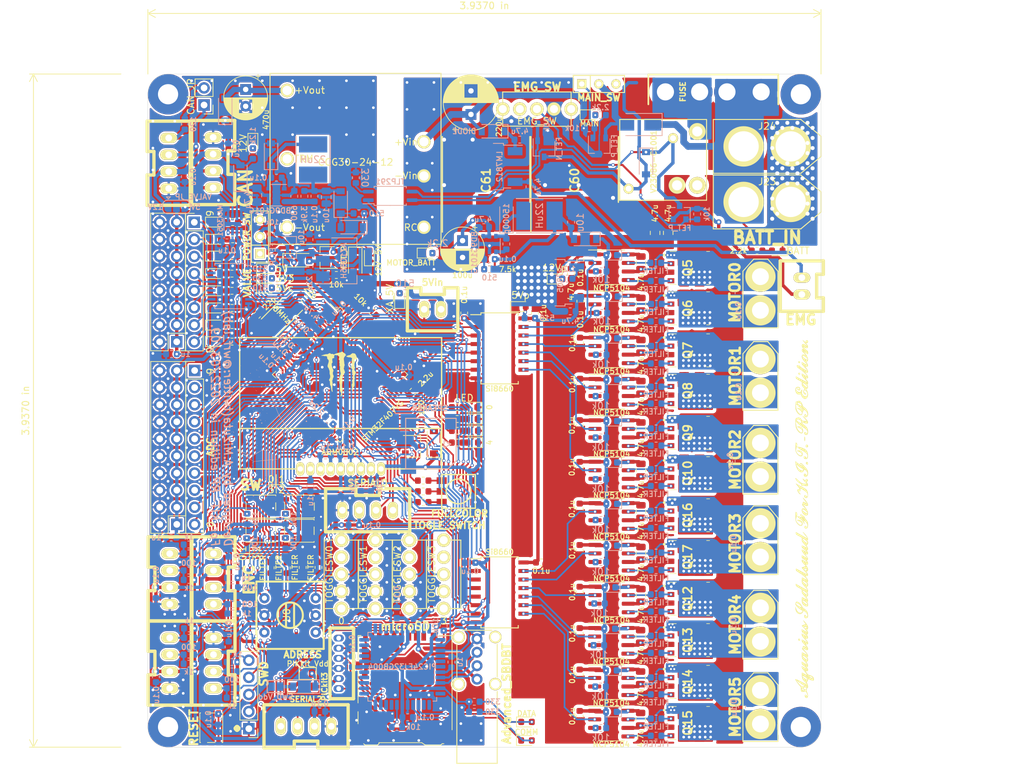
<source format=kicad_pcb>
(kicad_pcb (version 20171130) (host pcbnew "(5.1.6)-1")
  (layers (0 F.Cu signal) (31 B.Cu signal) (34 B.Paste user) (35 F.Paste user) (36 B.SilkS user) (37 F.SilkS user) (38 B.Mask user) (39 F.Mask user) (44 Edge.Cuts user))
  (net 0 "")
  (net 1 /OSC_IN)
  (net 2 GND)
  (net 3 /~RST)
  (net 4 /OSC_OUT)
  (net 5 +3V3)
  (net 6 /FB_Control_OUT)
  (net 7 /FB_Control)
  (net 8 "Net-(C13-Pad2)")
  (net 9 "Net-(C13-Pad1)")
  (net 10 "Net-(C15-Pad1)")
  (net 11 "Net-(C26-Pad1)")
  (net 12 "Net-(C27-Pad2)")
  (net 13 "Net-(C27-Pad1)")
  (net 14 +5V)
  (net 15 "Net-(C31-Pad1)")
  (net 16 "Net-(C32-Pad1)")
  (net 17 "Net-(C35-Pad1)")
  (net 18 GNDPWR)
  (net 19 +5P)
  (net 20 "Net-(C41-Pad1)")
  (net 21 /FB_OUT)
  (net 22 "Net-(C42-Pad1)")
  (net 23 "Net-(C43-Pad2)")
  (net 24 "Net-(C43-Pad1)")
  (net 25 MOTOR_Batt)
  (net 26 Batt)
  (net 27 "Net-(C53-Pad1)")
  (net 28 /Motor0L)
  (net 29 "Net-(C54-Pad1)")
  (net 30 /Motor0R)
  (net 31 "Net-(C55-Pad1)")
  (net 32 /Motor1L)
  (net 33 /Motor1R)
  (net 34 "Net-(C56-Pad1)")
  (net 35 "Net-(C57-Pad1)")
  (net 36 /Motor2L)
  (net 37 /Motor2R)
  (net 38 "Net-(C58-Pad1)")
  (net 39 "Net-(C68-Pad1)")
  (net 40 /Motor3L)
  (net 41 /Motor3R)
  (net 42 "Net-(C69-Pad1)")
  (net 43 /Motor4L)
  (net 44 "Net-(C70-Pad1)")
  (net 45 /Motor4R)
  (net 46 "Net-(C71-Pad1)")
  (net 47 /Motor5L)
  (net 48 "Net-(C72-Pad1)")
  (net 49 "Net-(C73-Pad1)")
  (net 50 /Motor5R)
  (net 51 +12V)
  (net 52 "Net-(D3-Pad2)")
  (net 53 "Net-(D4-Pad2)")
  (net 54 "Net-(D5-Pad2)")
  (net 55 "Net-(D6-Pad2)")
  (net 56 "Net-(D8-Pad2)")
  (net 57 "Net-(D9-Pad2)")
  (net 58 "Net-(D12-Pad2)")
  (net 59 "Net-(D18-Pad1)")
  (net 60 "Net-(D28-Pad2)")
  (net 61 "Net-(D29-Pad2)")
  (net 62 "Net-(D30-Pad2)")
  (net 63 "Net-(D31-Pad2)")
  (net 64 "Net-(D33-Pad1)")
  (net 65 Regulator_5V)
  (net 66 Control_5V)
  (net 67 External_5V)
  (net 68 "Net-(D36-Pad2)")
  (net 69 "Net-(D38-Pad2)")
  (net 70 "Net-(D46-Pad2)")
  (net 71 "Net-(D48-Pad2)")
  (net 72 POWER_Batt)
  (net 73 "Net-(D56-Pad1)")
  (net 74 "Net-(D56-Pad2)")
  (net 75 +BATT)
  (net 76 /MOTOR0L_PWM)
  (net 77 /MOTOR0R_PWM)
  (net 78 /MOTOR1L_PWM)
  (net 79 /MOTOR1R_PWM)
  (net 80 /MOTOR2L_PWM)
  (net 81 /MOTOR2R_PWM)
  (net 82 /motor2_R_signal)
  (net 83 /motor2_L_signal)
  (net 84 /motor1_R_signal)
  (net 85 /motor1_L_signal)
  (net 86 /motor0_R_signal)
  (net 87 /motor0_L_signal)
  (net 88 /motor3_L_signal)
  (net 89 /motor3_R_signal)
  (net 90 /motor4_L_signal)
  (net 91 /motor4_R_signal)
  (net 92 /motor5_L_signal)
  (net 93 /motor5_R_signal)
  (net 94 /MOTOR5R_PWM)
  (net 95 /MOTOR5L_PWM)
  (net 96 /MOTOR4R_PWM)
  (net 97 /MOTOR4L_PWM)
  (net 98 /MOTOR3R_PWM)
  (net 99 /MOTOR3L_PWM)
  (net 100 /PA10_USART1_RX)
  (net 101 /PA9_USART1_TX)
  (net 102 /PC0_ADC12_IN10)
  (net 103 /PC1_ADC12_IN11)
  (net 104 /PC2_ADC12_IN12)
  (net 105 /PC3_ADC12_IN13)
  (net 106 /PC4_ADC12_IN14)
  (net 107 /PC5_ADC12_IN15)
  (net 108 /PB0_ADC12_IN8)
  (net 109 /PB1_ADC12_IN9)
  (net 110 /PA2_ADC12_IN2)
  (net 111 /PA3_ADC12_IN3)
  (net 112 "Net-(J3-Pad2)")
  (net 113 /SWCLK)
  (net 114 /SWDIO)
  (net 115 /CAN_H)
  (net 116 /CAN_L)
  (net 117 /PD8_USART3_TX)
  (net 118 /PD9_USART3_RX)
  (net 119 /PE0_IO)
  (net 120 /PE1_IO)
  (net 121 "Net-(J11-Pad3)")
  (net 122 "Net-(J11-Pad4)")
  (net 123 "Net-(J12-Pad4)")
  (net 124 "Net-(J12-Pad3)")
  (net 125 "Net-(J13-Pad3)")
  (net 126 "Net-(J13-Pad4)")
  (net 127 "Net-(J14-Pad4)")
  (net 128 "Net-(J14-Pad3)")
  (net 129 "Net-(Q1-Pad3)")
  (net 130 "Net-(Q3-Pad1)")
  (net 131 "Net-(Q5-Pad2)")
  (net 132 "Net-(Q5-Pad4)")
  (net 133 "Net-(Q6-Pad4)")
  (net 134 "Net-(Q6-Pad2)")
  (net 135 "Net-(Q7-Pad2)")
  (net 136 "Net-(Q7-Pad4)")
  (net 137 "Net-(Q8-Pad2)")
  (net 138 "Net-(Q8-Pad4)")
  (net 139 "Net-(Q9-Pad4)")
  (net 140 "Net-(Q9-Pad2)")
  (net 141 "Net-(Q10-Pad2)")
  (net 142 "Net-(Q10-Pad4)")
  (net 143 "Net-(Q11-Pad1)")
  (net 144 "Net-(Q12-Pad2)")
  (net 145 "Net-(Q12-Pad4)")
  (net 146 "Net-(Q13-Pad4)")
  (net 147 "Net-(Q13-Pad2)")
  (net 148 "Net-(Q14-Pad4)")
  (net 149 "Net-(Q14-Pad2)")
  (net 150 "Net-(Q15-Pad4)")
  (net 151 "Net-(Q15-Pad2)")
  (net 152 "Net-(Q16-Pad2)")
  (net 153 "Net-(Q16-Pad4)")
  (net 154 "Net-(Q17-Pad4)")
  (net 155 "Net-(Q17-Pad2)")
  (net 156 "Net-(R5-Pad1)")
  (net 157 /PB8_Buzzer_TIM10_CH1)
  (net 158 /PA0_TIM5_CH1)
  (net 159 /PD12_TIM4_CH1)
  (net 160 /PD13_TIM4_CH2)
  (net 161 /PB7_I2C1_SDA)
  (net 162 /PB6_I2C1_SCL)
  (net 163 /PA15_TIM2_CH1)
  (net 164 /PB4_TIM3_CH1)
  (net 165 /PB3_TIM2_CH2)
  (net 166 /PB5_TIM3_CH2)
  (net 167 "Net-(R36-Pad2)")
  (net 168 "Net-(R37-Pad2)")
  (net 169 "Net-(R38-Pad2)")
  (net 170 /PD4_DIPSW_2)
  (net 171 /PD3_DIPSW_1)
  (net 172 /PD2_DIPSW_0)
  (net 173 /PA6_SPI1_MISO)
  (net 174 /PA5_SPI1_SCK)
  (net 175 /PA7_SPI1_MOSI)
  (net 176 "Net-(R59-Pad2)")
  (net 177 "Net-(R60-Pad2)")
  (net 178 "Net-(R61-Pad2)")
  (net 179 "Net-(R62-Pad2)")
  (net 180 "Net-(R63-Pad2)")
  (net 181 "Net-(R64-Pad2)")
  (net 182 "Net-(R69-Pad2)")
  (net 183 "Net-(R70-Pad2)")
  (net 184 "Net-(R71-Pad2)")
  (net 185 "Net-(R72-Pad2)")
  (net 186 "Net-(R73-Pad2)")
  (net 187 "Net-(R74-Pad2)")
  (net 188 "Net-(R75-Pad2)")
  (net 189 "Net-(R76-Pad2)")
  (net 190 "Net-(R77-Pad2)")
  (net 191 "Net-(R78-Pad2)")
  (net 192 "Net-(R79-Pad2)")
  (net 193 "Net-(R80-Pad2)")
  (net 194 "Net-(R88-Pad2)")
  (net 195 "Net-(R89-Pad2)")
  (net 196 "Net-(R90-Pad2)")
  (net 197 "Net-(R91-Pad2)")
  (net 198 "Net-(R92-Pad2)")
  (net 199 "Net-(R93-Pad2)")
  (net 200 "Net-(R94-Pad2)")
  (net 201 "Net-(R95-Pad2)")
  (net 202 "Net-(R96-Pad2)")
  (net 203 "Net-(R97-Pad2)")
  (net 204 "Net-(R98-Pad2)")
  (net 205 "Net-(R99-Pad2)")
  (net 206 "Net-(R100-Pad2)")
  (net 207 "Net-(R101-Pad2)")
  (net 208 "Net-(R102-Pad2)")
  (net 209 "Net-(R103-Pad2)")
  (net 210 "Net-(R104-Pad2)")
  (net 211 "Net-(R105-Pad2)")
  (net 212 "Net-(SW9-Pad3)")
  (net 213 /CAN1_TX)
  (net 214 /CAN1_RX)
  (net 215 /PD5_USART2_TX)
  (net 216 /PD6_USART2_RX)
  (net 217 "Net-(U4-Pad1)")
  (net 218 "Net-(U11-Pad5)")
  (net 219 +12P)
  (net 220 "Net-(D57-Pad2)")
  (net 221 "Net-(JP3-Pad2)")
  (net 222 Valve_Vdd)
  (net 223 "Net-(D1-Pad2)")
  (net 224 "Net-(D2-Pad2)")
  (net 225 "Net-(D7-Pad2)")
  (net 226 "Net-(D10-Pad2)")
  (net 227 "Net-(D11-Pad2)")
  (net 228 "Net-(D13-Pad2)")
  (net 229 "Net-(D21-Pad2)")
  (net 230 "Net-(D22-Pad2)")
  (net 231 "Net-(J8-Pad1)")
  (net 232 "Net-(J8-Pad2)")
  (net 233 "Net-(J8-Pad3)")
  (net 234 "Net-(J8-Pad4)")
  (net 235 "Net-(J8-Pad5)")
  (net 236 "Net-(J8-Pad6)")
  (net 237 "Net-(J8-Pad7)")
  (net 238 "Net-(J8-Pad8)")
  (net 239 "Net-(SW2-Pad1)")
  (net 240 "Net-(SW10-Pad1)")
  (net 241 "Net-(SW11-Pad1)")
  (net 242 "Net-(SW12-Pad1)")
  (net 243 "Net-(D26-Pad2)")
  (net 244 "Net-(C78-Pad1)")
  (net 245 "Net-(D58-Pad1)")
  (net 246 "Net-(D58-Pad2)")
  (net 247 "Net-(J27-Pad5)")
  (net 248 /MCLR)
  (net 249 /PGED1)
  (net 250 /PGEC1)
  (net 251 "Net-(J28-Pad6)")
  (net 252 "Net-(D37-Pad2)")
  (net 253 "Net-(D49-Pad2)")
  (net 254 /PA4_SPI1_NSS)
  (net 255 "Net-(U9-Pad1)")
  (net 256 "Net-(U9-Pad4)")
  (net 257 "Net-(U9-Pad5)")
  (net 258 "Net-(U9-Pad11)")
  (net 259 "Net-(U9-Pad12)")
  (net 260 "Net-(U9-Pad13)")
  (net 261 "Net-(D37-Pad1)")
  (net 262 "Net-(D49-Pad1)")
  (net 263 "Net-(U9-Pad19)")
  (net 264 "Net-(U9-Pad20)")
  (net 265 "Net-(U9-Pad23)")
  (net 266 "Net-(U9-Pad24)")
  (net 267 "Net-(U9-Pad25)")
  (net 268 "Net-(U9-Pad26)")
  (net 269 "Net-(U9-Pad27)")
  (net 270 "Net-(U9-Pad30)")
  (net 271 "Net-(U9-Pad31)")
  (net 272 "Net-(U9-Pad32)")
  (net 273 "Net-(U9-Pad33)")
  (net 274 "Net-(U9-Pad34)")
  (net 275 "Net-(U9-Pad35)")
  (net 276 "Net-(U9-Pad36)")
  (net 277 "Net-(U9-Pad37)")
  (net 278 "Net-(U9-Pad38)")
  (net 279 "Net-(U9-Pad41)")
  (net 280 "Net-(U9-Pad43)")
  (net 281 "Net-(U9-Pad44)")
  (net 282 /USB_A_D-)
  (net 283 /USB_A_D+)
  (net 284 "Net-(J1-Pad8)")
  (net 285 "Net-(J1-Pad1)")
  (net 286 "Net-(J1-Pad2)")
  (net 287 "Net-(J1-Pad3)")
  (net 288 "Net-(J1-Pad5)")
  (net 289 "Net-(J1-Pad7)")
  (net 290 "Net-(J1-Pad11)")
  (net 291 /PE2_IO)
  (net 292 /PE3_IO)
  (net 293 /PE4_IO)
  (net 294 /PC13_IO)
  (net 295 /PC14_IO)
  (net 296 /PC15_IO)
  (net 297 /PB2_SW0)
  (net 298 /PE7_SW3)
  (net 299 /PE8_ADRESS0)
  (net 300 /PE10_ADRESS1)
  (net 301 /PE15_SW1)
  (net 302 /PE12_SW2)
  (net 303 /PB11_GREEN)
  (net 304 /PB10_RED)
  (net 305 /PB12_ADRESS2)
  (net 306 /PB13_ADRESS3)
  (net 307 /PD7_DIPSW_3)
  (net 308 /PD10_TOGGLESW_0)
  (net 309 /PD11_TOGGLESW_1)
  (net 310 /PD14_TOGGLESW_2)
  (net 311 /PD15_TOGGLESW_3)
  (net 312 /PA11_LED4)
  (net 313 /PA12_LED3)
  (net 314 /PC10_LED2)
  (net 315 /PC11_LED1)
  (net 316 /PB9_SD_Connection)
  (net 317 "Net-(Q2-Pad1)")
  (net 318 "Net-(D14-Pad2)")
  (net 319 /PA8_BLUE)
  (net 320 /PA1_TIM5_CH2)
  (net 321 "Net-(U18-Pad3)")
  (net 322 "Net-(C86-Pad1)")
  (net 323 +12VA)
  (net 324 "Net-(SW5-Pad1)")
  (net 325 "Net-(J16-Pad2)")
  (net 326 "Net-(Q18-Pad1)")
  (net 327 "Net-(R52-Pad2)")
  (net 328 "Net-(SW8-Pad1)")
  (net 329 /EMERGENCY_IO)
  (module Mizz_lib:2MS1-T1-B4-VS2-Q-E (layer F.Cu) (at 93.8 43.2)
    (fp_text reference SW8 hide)
    (fp_text value EMG_SW (at 0 1.78) (layer F.SilkS))
    (pad "" thru_hole circle (at 5.08 0) (size 2 2) (drill 1.2) (layers *.Cu *.Mask F.SilkS))
    (pad "" thru_hole circle (at -5.08 0) (size 2 2) (drill 1.2) (layers *.Cu *.Mask F.SilkS))
    (pad 3 thru_hole circle (at 2.53 0) (size 2 2) (drill 1.2) (layers *.Cu *.Mask F.SilkS) (net 18 GNDPWR))
    (pad 1 thru_hole circle (at -2.54 0) (size 2 2) (drill 1.2) (layers *.Cu *.Mask F.SilkS) (net 328 "Net-(SW8-Pad1)"))
    (pad 2 thru_hole circle (at 0 0) (size 2 2) (drill 1.2) (layers *.Cu *.Mask F.SilkS) (net 326 "Net-(Q18-Pad1)"))
  )
  (module Mizz_lib:CCG30-24-xxS (layer F.Cu) (at 66.85 50.6 180)
    (fp_text reference U11 hide)
    (fp_text value CCG30-24-12 (at 0 -0.5) (layer F.SilkS))
    (fp_text user -Vout (at 6.8 -10.2) (layer F.SilkS))
    (fp_text user TRM (at 7.7 0) (layer F.SilkS))
    (fp_text user +Vout (at 6.8 10.2) (layer F.SilkS))
    (fp_text user +Vin (at -7.5 2.5) (layer F.SilkS))
    (fp_text user -Vin (at -7.5 -2.5) (layer F.SilkS))
    (fp_text user RC (at -8.2 -10.2) (layer F.SilkS))
    (pad 1 thru_hole circle (at -10.16 -10.16 180) (size 2 2) (drill 1.4) (layers *.Cu *.Mask F.SilkS) (net 18 GNDPWR))
    (pad 2 thru_hole circle (at -10.16 -2.54 180) (size 2 2) (drill 1.4) (layers *.Cu *.Mask F.SilkS) (net 18 GNDPWR))
    (pad 3 thru_hole circle (at -10.16 2.54 180) (size 2 2) (drill 1.4) (layers *.Cu *.Mask F.SilkS) (net 26 Batt))
    (pad 4 thru_hole circle (at 10.16 -10.16 180) (size 2 2) (drill 1.4) (layers *.Cu *.Mask F.SilkS) (net 2 GND))
    (pad 5 thru_hole circle (at 10.16 0 180) (size 2 2) (drill 1.4) (layers *.Cu *.Mask F.SilkS) (net 218 "Net-(U11-Pad5)"))
    (pad 6 thru_hole circle (at 10.16 10.16 180) (size 2 2) (drill 1.4) (layers *.Cu *.Mask F.SilkS) (net 22 "Net-(C42-Pad1)"))
  )
  (module Mizz_lib:XA_4P (layer F.Cu) (at 55.75 134.9)
    (fp_text reference J9 hide)
    (fp_text value SERIAL2 (at 3.725 -4.025) (layer F.SilkS) (effects (font (size 0.8 0.8) (thickness 0.2))))
    (pad 4 thru_hole oval (at 0 0) (size 1.5 2.5) (drill 1) (layers *.Cu *.Mask F.SilkS) (net 216 /PD6_USART2_RX))
    (pad 3 thru_hole oval (at 2.5 0) (size 1.5 2.5) (drill 1) (layers *.Cu *.Mask F.SilkS) (net 215 /PD5_USART2_TX))
    (pad 2 thru_hole oval (at 5 0) (size 1.5 2.5) (drill 1) (layers *.Cu *.Mask F.SilkS) (net 14 +5V))
    (pad 1 thru_hole oval (at 7.5 0) (size 1.5 2.5) (drill 1) (layers *.Cu *.Mask F.SilkS) (net 2 GND))
  )
  (module Mizz_lib:2MS1-T1-B4-VS2-Q-E (layer F.Cu) (at 79.95 112.325 270)
    (fp_text reference SW12 hide)
    (fp_text value TOGGLESW3 (at 0 1.78 90) (layer F.SilkS))
    (pad "" thru_hole circle (at 5.08 0 270) (size 2 2) (drill 1.2) (layers *.Cu *.Mask F.SilkS))
    (pad "" thru_hole circle (at -5.08 0 270) (size 2 2) (drill 1.2) (layers *.Cu *.Mask F.SilkS))
    (pad 3 thru_hole circle (at 2.53 0 270) (size 2 2) (drill 1.2) (layers *.Cu *.Mask F.SilkS) (net 2 GND))
    (pad 1 thru_hole circle (at -2.54 0 270) (size 2 2) (drill 1.2) (layers *.Cu *.Mask F.SilkS) (net 242 "Net-(SW12-Pad1)"))
    (pad 2 thru_hole circle (at 0 0 270) (size 2 2) (drill 1.2) (layers *.Cu *.Mask F.SilkS) (net 311 /PD15_TOGGLESW_3))
  )
  (module Mizz_lib:2MS1-T1-B4-VS2-Q-E (layer F.Cu) (at 74.85 112.325 270)
    (fp_text reference SW11 hide)
    (fp_text value TOGGLESW2 (at 0 1.78 90) (layer F.SilkS))
    (pad 2 thru_hole circle (at 0 0 270) (size 2 2) (drill 1.2) (layers *.Cu *.Mask F.SilkS) (net 310 /PD14_TOGGLESW_2))
    (pad 1 thru_hole circle (at -2.54 0 270) (size 2 2) (drill 1.2) (layers *.Cu *.Mask F.SilkS) (net 241 "Net-(SW11-Pad1)"))
    (pad 3 thru_hole circle (at 2.53 0 270) (size 2 2) (drill 1.2) (layers *.Cu *.Mask F.SilkS) (net 2 GND))
    (pad "" thru_hole circle (at -5.08 0 270) (size 2 2) (drill 1.2) (layers *.Cu *.Mask F.SilkS))
    (pad "" thru_hole circle (at 5.08 0 270) (size 2 2) (drill 1.2) (layers *.Cu *.Mask F.SilkS))
  )
  (module Mizz_lib:2MS1-T1-B4-VS2-Q-E (layer F.Cu) (at 69.8 112.325 270)
    (fp_text reference SW10 hide)
    (fp_text value TOGGLESW1 (at 0 1.78 90) (layer F.SilkS))
    (pad "" thru_hole circle (at 5.08 0 270) (size 2 2) (drill 1.2) (layers *.Cu *.Mask F.SilkS))
    (pad "" thru_hole circle (at -5.08 0 270) (size 2 2) (drill 1.2) (layers *.Cu *.Mask F.SilkS))
    (pad 3 thru_hole circle (at 2.53 0 270) (size 2 2) (drill 1.2) (layers *.Cu *.Mask F.SilkS) (net 2 GND))
    (pad 1 thru_hole circle (at -2.54 0 270) (size 2 2) (drill 1.2) (layers *.Cu *.Mask F.SilkS) (net 240 "Net-(SW10-Pad1)"))
    (pad 2 thru_hole circle (at 0 0 270) (size 2 2) (drill 1.2) (layers *.Cu *.Mask F.SilkS) (net 309 /PD11_TOGGLESW_1))
  )
  (module Mizz_lib:2MS1-T1-B4-VS2-Q-E (layer F.Cu) (at 64.75 112.325 270)
    (fp_text reference SW2 hide)
    (fp_text value TOGGLESW0 (at 0 1.78 270) (layer F.SilkS))
    (pad "" thru_hole circle (at 5.08 0 270) (size 2 2) (drill 1.2) (layers *.Cu *.Mask F.SilkS))
    (pad "" thru_hole circle (at -5.08 0 270) (size 2 2) (drill 1.2) (layers *.Cu *.Mask F.SilkS))
    (pad 3 thru_hole circle (at 2.53 0 270) (size 2 2) (drill 1.2) (layers *.Cu *.Mask F.SilkS) (net 2 GND))
    (pad 1 thru_hole circle (at -2.54 0 270) (size 2 2) (drill 1.2) (layers *.Cu *.Mask F.SilkS) (net 239 "Net-(SW2-Pad1)"))
    (pad 2 thru_hole circle (at 0 0 270) (size 2 2) (drill 1.2) (layers *.Cu *.Mask F.SilkS) (net 308 /PD10_TOGGLESW_0))
  )
  (module Mizz_lib:SW_Micro_SPST (layer F.Cu) (at 52.65 62.15 90)
    (fp_text reference SW5 hide)
    (fp_text value Control-Power_SW)
    (pad 3 thru_hole circle (at 2.54 0 90) (size 1.397 1.397) (drill 0.8128) (layers *.Cu *.Mask F.SilkS) (net 2 GND))
    (pad 2 thru_hole circle (at 0 0 90) (size 1.397 1.397) (drill 0.8128) (layers *.Cu *.Mask F.SilkS) (net 130 "Net-(Q3-Pad1)"))
    (pad 1 thru_hole rect (at -2.54 0 90) (size 1.397 1.397) (drill 0.8128) (layers *.Cu *.Mask F.SilkS) (net 324 "Net-(SW5-Pad1)"))
  )
  (module Mizz_lib:SW_Micro_SPST (layer F.Cu) (at 103 39.475)
    (fp_text reference SW9 hide)
    (fp_text value MAIN_SW (at 0 2.025) (layer F.SilkS) (effects (font (thickness 0.25))))
    (pad 1 thru_hole rect (at -2.54 0) (size 1.397 1.397) (drill 0.8128) (layers *.Cu *.Mask F.SilkS) (net 317 "Net-(Q2-Pad1)"))
    (pad 2 thru_hole circle (at 0 0) (size 1.397 1.397) (drill 0.8128) (layers *.Cu *.Mask F.SilkS) (net 243 "Net-(D26-Pad2)"))
    (pad 3 thru_hole circle (at 2.54 0) (size 1.397 1.397) (drill 0.8128) (layers *.Cu *.Mask F.SilkS) (net 212 "Net-(SW9-Pad3)"))
  )
  (module Button_Switch_SMD:SW_SPST_PTS810 (layer F.Cu) (at 58.5 105.85)
    (fp_text reference SW6 hide)
    (fp_text value SW2)
    (pad 1 smd rect (at -2.075 -1.075) (size 1.05 0.65) (layers F.Cu F.Paste F.Mask) (net 2 GND))
    (pad 1 smd rect (at 2.075 -1.075) (size 1.05 0.65) (layers F.Cu F.Paste F.Mask) (net 2 GND))
    (pad 2 smd rect (at -2.075 1.075) (size 1.05 0.65) (layers F.Cu F.Paste F.Mask) (net 302 /PE12_SW2))
    (pad 2 smd rect (at 2.075 1.075) (size 1.05 0.65) (layers F.Cu F.Paste F.Mask) (net 302 /PE12_SW2))
  )
  (module Button_Switch_SMD:SW_SPST_PTS810 (layer F.Cu) (at 52.775 105.85)
    (fp_text reference SW7 hide)
    (fp_text value SW3)
    (pad 2 smd rect (at 2.075 1.075) (size 1.05 0.65) (layers F.Cu F.Paste F.Mask) (net 298 /PE7_SW3))
    (pad 2 smd rect (at -2.075 1.075) (size 1.05 0.65) (layers F.Cu F.Paste F.Mask) (net 298 /PE7_SW3))
    (pad 1 smd rect (at 2.075 -1.075) (size 1.05 0.65) (layers F.Cu F.Paste F.Mask) (net 2 GND))
    (pad 1 smd rect (at -2.075 -1.075) (size 1.05 0.65) (layers F.Cu F.Paste F.Mask) (net 2 GND))
  )
  (module Button_Switch_SMD:SW_SPST_PTS810 (layer F.Cu) (at 58.525 102.25)
    (fp_text reference SW4 hide)
    (fp_text value SW1)
    (pad 2 smd rect (at 2.075 1.075) (size 1.05 0.65) (layers F.Cu F.Paste F.Mask) (net 301 /PE15_SW1))
    (pad 2 smd rect (at -2.075 1.075) (size 1.05 0.65) (layers F.Cu F.Paste F.Mask) (net 301 /PE15_SW1))
    (pad 1 smd rect (at 2.075 -1.075) (size 1.05 0.65) (layers F.Cu F.Paste F.Mask) (net 2 GND))
    (pad 1 smd rect (at -2.075 -1.075) (size 1.05 0.65) (layers F.Cu F.Paste F.Mask) (net 2 GND))
  )
  (module Button_Switch_SMD:SW_SPST_PTS810 (layer F.Cu) (at 52.8 102.25)
    (fp_text reference SW3 hide)
    (fp_text value SW0)
    (pad 1 smd rect (at -2.075 -1.075) (size 1.05 0.65) (layers F.Cu F.Paste F.Mask) (net 2 GND))
    (pad 1 smd rect (at 2.075 -1.075) (size 1.05 0.65) (layers F.Cu F.Paste F.Mask) (net 2 GND))
    (pad 2 smd rect (at -2.075 1.075) (size 1.05 0.65) (layers F.Cu F.Paste F.Mask) (net 297 /PB2_SW0))
    (pad 2 smd rect (at 2.075 1.075) (size 1.05 0.65) (layers F.Cu F.Paste F.Mask) (net 297 /PB2_SW0))
  )
  (module Button_Switch_SMD:SW_SPST_PTS810 (layer F.Cu) (at 45.42 135.11 270)
    (fp_text reference SW1 hide)
    (fp_text value RESET (at 0 2.6 90) (layer F.SilkS) (effects (font (size 1.2 1.2) (thickness 0.3))))
    (pad 1 smd rect (at -2.075 -1.075 270) (size 1.05 0.65) (layers F.Cu F.Paste F.Mask) (net 3 /~RST))
    (pad 1 smd rect (at 2.075 -1.075 270) (size 1.05 0.65) (layers F.Cu F.Paste F.Mask) (net 3 /~RST))
    (pad 2 smd rect (at -2.075 1.075 270) (size 1.05 0.65) (layers F.Cu F.Paste F.Mask) (net 2 GND))
    (pad 2 smd rect (at 2.075 1.075 270) (size 1.05 0.65) (layers F.Cu F.Paste F.Mask) (net 2 GND))
  )
  (module Mizz_lib:ZH_6P (layer F.Cu) (at 64.35 129.3 90)
    (fp_text reference J28 hide)
    (fp_text value PICkit3 (at 0.3 -2.1 270) (layer F.SilkS) (effects (font (size 0.8 0.8) (thickness 0.2))))
    (pad 1 thru_hole oval (at 0 0 90) (size 1 1.524) (drill 0.7) (layers *.Cu *.Mask) (net 248 /MCLR))
    (pad 2 thru_hole oval (at 1.5 0 90) (size 1 1.524) (drill 0.7) (layers *.Cu *.Mask) (net 246 "Net-(D58-Pad2)"))
    (pad 3 thru_hole oval (at 3 0 90) (size 1 1.524) (drill 0.7) (layers *.Cu *.Mask) (net 2 GND))
    (pad 4 thru_hole oval (at 4.5 0 90) (size 1 1.524) (drill 0.7) (layers *.Cu *.Mask) (net 249 /PGED1))
    (pad 5 thru_hole oval (at 6 0 90) (size 1 1.524) (drill 0.7) (layers *.Cu *.Mask) (net 250 /PGEC1))
    (pad 6 thru_hole oval (at 7.5 0 90) (size 1 1.524) (drill 0.7) (layers *.Cu *.Mask) (net 251 "Net-(J28-Pad6)"))
  )
  (module Mizz_lib:XA_4P (layer F.Cu) (at 39.1 47.5 270)
    (fp_text reference J4 hide)
    (fp_text value CAN)
    (pad 4 thru_hole oval (at 0 0 270) (size 1.5 2.5) (drill 1) (layers *.Cu *.Mask F.SilkS) (net 116 /CAN_L))
    (pad 3 thru_hole oval (at 2.5 0 270) (size 1.5 2.5) (drill 1) (layers *.Cu *.Mask F.SilkS) (net 115 /CAN_H))
    (pad 2 thru_hole oval (at 5 0 270) (size 1.5 2.5) (drill 1) (layers *.Cu *.Mask F.SilkS) (net 51 +12V))
    (pad 1 thru_hole oval (at 7.5 0 270) (size 1.5 2.5) (drill 1) (layers *.Cu *.Mask F.SilkS) (net 2 GND))
  )
  (module Mizz_lib:XA_4P (layer F.Cu) (at 45.7 54.9 90)
    (fp_text reference J7 hide)
    (fp_text value CAN (at -0.05 4.8 90) (layer F.SilkS) (effects (font (size 2 2) (thickness 0.4))))
    (pad 4 thru_hole oval (at 0 0 90) (size 1.5 2.5) (drill 1) (layers *.Cu *.Mask F.SilkS) (net 116 /CAN_L))
    (pad 3 thru_hole oval (at 2.5 0 90) (size 1.5 2.5) (drill 1) (layers *.Cu *.Mask F.SilkS) (net 115 /CAN_H))
    (pad 2 thru_hole oval (at 5 0 90) (size 1.5 2.5) (drill 1) (layers *.Cu *.Mask F.SilkS) (net 51 +12V))
    (pad 1 thru_hole oval (at 7.5 0 90) (size 1.5 2.5) (drill 1) (layers *.Cu *.Mask F.SilkS) (net 2 GND))
  )
  (module Mizz_lib:XA_4P (layer F.Cu) (at 72.4 102.8 180)
    (fp_text reference J6 hide)
    (fp_text value SERIAL0 (at 3.75 4.05) (layer F.SilkS) (effects (font (thickness 0.2))))
    (pad 1 thru_hole oval (at 7.5 0 180) (size 1.5 2.5) (drill 1) (layers *.Cu *.Mask F.SilkS) (net 2 GND))
    (pad 2 thru_hole oval (at 5 0 180) (size 1.5 2.5) (drill 1) (layers *.Cu *.Mask F.SilkS) (net 14 +5V))
    (pad 3 thru_hole oval (at 2.5 0 180) (size 1.5 2.5) (drill 1) (layers *.Cu *.Mask F.SilkS) (net 117 /PD8_USART3_TX))
    (pad 4 thru_hole oval (at 0 0 180) (size 1.5 2.5) (drill 1) (layers *.Cu *.Mask F.SilkS) (net 118 /PD9_USART3_RX))
  )
  (module Mizz_lib:XA_4P (layer F.Cu) (at 45.75 116.75 90)
    (fp_text reference J14 hide)
    (fp_text value ENC2)
    (pad 4 thru_hole oval (at 0 0 90) (size 1.5 2.5) (drill 1) (layers *.Cu *.Mask F.SilkS) (net 127 "Net-(J14-Pad4)"))
    (pad 3 thru_hole oval (at 2.5 0 90) (size 1.5 2.5) (drill 1) (layers *.Cu *.Mask F.SilkS) (net 128 "Net-(J14-Pad3)"))
    (pad 2 thru_hole oval (at 5 0 90) (size 1.5 2.5) (drill 1) (layers *.Cu *.Mask F.SilkS) (net 14 +5V))
    (pad 1 thru_hole oval (at 7.5 0 90) (size 1.5 2.5) (drill 1) (layers *.Cu *.Mask F.SilkS) (net 2 GND))
  )
  (module Mizz_lib:XA_4P (layer F.Cu) (at 39.25 109.25 270)
    (fp_text reference J11 hide)
    (fp_text value ENC1)
    (pad 1 thru_hole oval (at 7.5 0 270) (size 1.5 2.5) (drill 1) (layers *.Cu *.Mask F.SilkS) (net 2 GND))
    (pad 2 thru_hole oval (at 5 0 270) (size 1.5 2.5) (drill 1) (layers *.Cu *.Mask F.SilkS) (net 14 +5V))
    (pad 3 thru_hole oval (at 2.5 0 270) (size 1.5 2.5) (drill 1) (layers *.Cu *.Mask F.SilkS) (net 121 "Net-(J11-Pad3)"))
    (pad 4 thru_hole oval (at 0 0 270) (size 1.5 2.5) (drill 1) (layers *.Cu *.Mask F.SilkS) (net 122 "Net-(J11-Pad4)"))
  )
  (module Mizz_lib:XA_4P (layer F.Cu) (at 39.25 121.75 270)
    (fp_text reference J12 hide)
    (fp_text value ENC0)
    (pad 4 thru_hole oval (at 0 0 270) (size 1.5 2.5) (drill 1) (layers *.Cu *.Mask F.SilkS) (net 123 "Net-(J12-Pad4)"))
    (pad 3 thru_hole oval (at 2.5 0 270) (size 1.5 2.5) (drill 1) (layers *.Cu *.Mask F.SilkS) (net 124 "Net-(J12-Pad3)"))
    (pad 2 thru_hole oval (at 5 0 270) (size 1.5 2.5) (drill 1) (layers *.Cu *.Mask F.SilkS) (net 14 +5V))
    (pad 1 thru_hole oval (at 7.5 0 270) (size 1.5 2.5) (drill 1) (layers *.Cu *.Mask F.SilkS) (net 2 GND))
  )
  (module Mizz_lib:XA_4P (layer F.Cu) (at 45.75 129.25 90)
    (fp_text reference J13 hide)
    (fp_text value ENC3)
    (pad 1 thru_hole oval (at 7.5 0 90) (size 1.5 2.5) (drill 1) (layers *.Cu *.Mask F.SilkS) (net 2 GND))
    (pad 2 thru_hole oval (at 5 0 90) (size 1.5 2.5) (drill 1) (layers *.Cu *.Mask F.SilkS) (net 14 +5V))
    (pad 3 thru_hole oval (at 2.5 0 90) (size 1.5 2.5) (drill 1) (layers *.Cu *.Mask F.SilkS) (net 125 "Net-(J13-Pad3)"))
    (pad 4 thru_hole oval (at 0 0 90) (size 1.5 2.5) (drill 1) (layers *.Cu *.Mask F.SilkS) (net 126 "Net-(J13-Pad4)"))
  )
  (module Mizz_lib:rotary_0F (layer F.Cu) (at 57.125 118.4 270)
    (fp_text reference U8 (at 0 0.5 270) (layer F.SilkS))
    (fp_text value ADRESS (at 5.85 -1.875 180) (layer F.SilkS) (effects (font (thickness 0.25))))
    (pad 1 thru_hole circle (at -2.54 3.81 270) (size 1.524 1.524) (drill 0.762) (layers *.Cu *.Mask) (net 300 /PE10_ADRESS1))
    (pad 2 thru_hole circle (at 0 3.81 270) (size 1.524 1.524) (drill 0.762) (layers *.Cu *.Mask) (net 2 GND))
    (pad 3 thru_hole circle (at 2.54 3.81 270) (size 1.524 1.524) (drill 0.762) (layers *.Cu *.Mask) (net 299 /PE8_ADRESS0))
    (pad 4 thru_hole circle (at 2.54 -3.81 270) (size 1.524 1.524) (drill 0.762) (layers *.Cu *.Mask) (net 305 /PB12_ADRESS2))
    (pad 5 thru_hole circle (at 0 -3.81 270) (size 1.524 1.524) (drill 0.762) (layers *.Cu *.Mask) (net 2 GND))
    (pad 6 thru_hole circle (at -2.54 -3.81 270) (size 1.524 1.524) (drill 0.762) (layers *.Cu *.Mask) (net 306 /PB13_ADRESS3))
  )
  (module Mizz_lib:XA_2P (layer F.Cu) (at 79.55 72.95 180)
    (fp_text reference J15 hide)
    (fp_text value 5Vin (at 1.25 4) (layer F.SilkS) (effects (font (thickness 0.2))))
    (pad 2 thru_hole oval (at 0 0 180) (size 1.5 2.5) (drill 1) (layers *.Cu *.Mask F.SilkS) (net 67 External_5V))
    (pad 1 thru_hole oval (at 2.5 0 180) (size 1.5 2.5) (drill 1) (layers *.Cu *.Mask F.SilkS) (net 2 GND))
  )
  (module Mizz_lib:XA_2P (layer F.Cu) (at 133.15 70.75 90)
    (fp_text reference J16 hide)
    (fp_text value EMG)
    (pad 1 thru_hole oval (at 2.5 0 90) (size 1.5 2.5) (drill 1) (layers *.Cu *.Mask F.SilkS) (net 323 +12VA))
    (pad 2 thru_hole oval (at 0 0 90) (size 1.5 2.5) (drill 1) (layers *.Cu *.Mask F.SilkS) (net 325 "Net-(J16-Pad2)"))
  )
  (module Mizz_lib:CAPAE1300X1400N (layer F.Cu) (at 86.25 53.8 90)
    (fp_text reference C61 (at 0 0 90) (layer F.SilkS) (effects (font (size 1.27 1.27) (thickness 0.254))))
    (fp_text value 470u hide)
    (pad 1 smd rect (at -4.85 0 180) (size 2.35 5.65) (layers F.Cu F.Paste F.Mask) (net 25 MOTOR_Batt))
    (pad 2 smd rect (at 4.85 0 180) (size 2.35 5.65) (layers F.Cu F.Paste F.Mask) (net 18 GNDPWR))
  )
  (module Mizz_lib:CAPAE1300X1400N (layer F.Cu) (at 99.4 53.8 90)
    (fp_text reference C60 (at 0 0 90) (layer F.SilkS) (effects (font (size 1.27 1.27) (thickness 0.254))))
    (fp_text value 470u hide)
    (pad 2 smd rect (at 4.85 0 180) (size 2.35 5.65) (layers F.Cu F.Paste F.Mask) (net 18 GNDPWR))
    (pad 1 smd rect (at -4.85 0 180) (size 2.35 5.65) (layers F.Cu F.Paste F.Mask) (net 25 MOTOR_Batt))
  )
  (module Mizz_lib:XT30_F (layer F.Cu) (at 124.4 137.15 90)
    (fp_text reference J22 hide)
    (fp_text value MOTOR5 (at 5.1 -1.15 90) (layer F.SilkS) (effects (font (size 1.5 1.5) (thickness 0.375))))
    (pad 1 thru_hole circle (at 7.6 2.6 90) (size 4.5 4.5) (drill 2.5) (layers *.Cu *.Mask F.SilkS) (net 47 /Motor5L))
    (pad 2 thru_hole circle (at 2.6 2.6 90) (size 4.5 4.5) (drill 2.5) (layers *.Cu *.Mask F.SilkS) (net 50 /Motor5R))
  )
  (module Mizz_lib:XT30_F (layer F.Cu) (at 124.4 124.9 90)
    (fp_text reference J21 hide)
    (fp_text value MOTOR4 (at 5.1 -1.15 90) (layer F.SilkS) (effects (font (size 1.5 1.5) (thickness 0.375))))
    (pad 2 thru_hole circle (at 2.6 2.6 90) (size 4.5 4.5) (drill 2.5) (layers *.Cu *.Mask F.SilkS) (net 45 /Motor4R))
    (pad 1 thru_hole circle (at 7.6 2.6 90) (size 4.5 4.5) (drill 2.5) (layers *.Cu *.Mask F.SilkS) (net 43 /Motor4L))
  )
  (module Mizz_lib:XT30_F (layer F.Cu) (at 124.4 112.35 90)
    (fp_text reference J20 hide)
    (fp_text value MOTOR3 (at 4.6 -1.15 90) (layer F.SilkS) (effects (font (size 1.5 1.5) (thickness 0.375))))
    (pad 1 thru_hole circle (at 7.6 2.6 90) (size 4.5 4.5) (drill 2.5) (layers *.Cu *.Mask F.SilkS) (net 40 /Motor3L))
    (pad 2 thru_hole circle (at 2.6 2.6 90) (size 4.5 4.5) (drill 2.5) (layers *.Cu *.Mask F.SilkS) (net 41 /Motor3R))
  )
  (module Mizz_lib:XT30_F (layer F.Cu) (at 124.4 100.4 90)
    (fp_text reference J19 hide)
    (fp_text value MOTOR2 (at 5.1 -1.15 90) (layer F.SilkS) (effects (font (size 1.5 1.5) (thickness 0.375))))
    (pad 2 thru_hole circle (at 2.6 2.6 90) (size 4.5 4.5) (drill 2.5) (layers *.Cu *.Mask F.SilkS) (net 37 /Motor2R))
    (pad 1 thru_hole circle (at 7.6 2.6 90) (size 4.5 4.5) (drill 2.5) (layers *.Cu *.Mask F.SilkS) (net 36 /Motor2L))
  )
  (module Mizz_lib:XT30_F (layer F.Cu) (at 124.4 87.95 90)
    (fp_text reference J18 hide)
    (fp_text value MOTOR1 (at 5.1 -1.15 90) (layer F.SilkS) (effects (font (size 1.5 1.5) (thickness 0.375))))
    (pad 1 thru_hole circle (at 7.6 2.6 90) (size 4.5 4.5) (drill 2.5) (layers *.Cu *.Mask F.SilkS) (net 32 /Motor1L))
    (pad 2 thru_hole circle (at 2.6 2.6 90) (size 4.5 4.5) (drill 2.5) (layers *.Cu *.Mask F.SilkS) (net 33 /Motor1R))
  )
  (module SamacSys_Parts:3522-2 (layer F.Cu) (at 120 42.5 180)
    (fp_text reference J25 hide)
    (fp_text value FUSE (at 4.525 1.875 270) (layer F.SilkS) (effects (font (size 0.8 0.8) (thickness 0.2))))
    (pad 1 thru_hole circle (at -7.11 1.85 180) (size 3.84 3.84) (drill 2.54) (layers *.Cu *.Mask) (net 75 +BATT))
    (pad 2 thru_hole circle (at -2.03 1.85 180) (size 3.84 3.84) (drill 2.54) (layers *.Cu *.Mask) (net 75 +BATT))
    (pad 3 thru_hole circle (at 2.03 1.85 180) (size 3.84 3.84) (drill 2.54) (layers *.Cu *.Mask) (net 72 POWER_Batt))
    (pad 4 thru_hole circle (at 7.11 1.85 180) (size 3.84 3.84) (drill 2.54) (layers *.Cu *.Mask) (net 72 POWER_Batt))
  )
  (module Mizz_lib:AQM0802 (layer F.Cu) (at 49.64 77.16)
    (fp_text reference U4 hide)
    (fp_text value AQM0802 (at 14.9 17) (layer F.SilkS) (effects (font (size 0.8 0.8))))
    (pad 9 thru_hole oval (at 21 19.5) (size 1.2 2) (drill 0.8) (layers *.Cu *.Mask F.SilkS) (net 5 +3V3))
    (pad 8 thru_hole oval (at 19.5 19.5) (size 1.2 2) (drill 0.8) (layers *.Cu *.Mask F.SilkS) (net 162 /PB6_I2C1_SCL))
    (pad 7 thru_hole oval (at 18 19.5) (size 1.2 2) (drill 0.8) (layers *.Cu *.Mask F.SilkS) (net 161 /PB7_I2C1_SDA))
    (pad 6 thru_hole oval (at 16.5 19.5) (size 1.2 2) (drill 0.8) (layers *.Cu *.Mask F.SilkS) (net 2 GND))
    (pad 5 thru_hole oval (at 15 19.5) (size 1.2 2) (drill 0.8) (layers *.Cu *.Mask F.SilkS) (net 5 +3V3))
    (pad 4 thru_hole oval (at 13.5 19.5) (size 1.2 2) (drill 0.8) (layers *.Cu *.Mask F.SilkS) (net 12 "Net-(C27-Pad2)"))
    (pad 3 thru_hole oval (at 12 19.5) (size 1.2 2) (drill 0.8) (layers *.Cu *.Mask F.SilkS) (net 13 "Net-(C27-Pad1)"))
    (pad 2 thru_hole oval (at 10.5 19.5) (size 1.2 2) (drill 0.8) (layers *.Cu *.Mask F.SilkS) (net 11 "Net-(C26-Pad1)"))
    (pad 1 thru_hole oval (at 9 19.5) (size 1.2 2) (drill 0.8) (layers *.Cu *.Mask F.SilkS) (net 217 "Net-(U4-Pad1)"))
  )
  (module Mizz_lib:XT30_F (layer F.Cu) (at 124.4 75.7 90)
    (fp_text reference J17 hide)
    (fp_text value MOTOR0 (at 5.25 -1.2 90) (layer F.SilkS) (effects (font (size 1.5 1.5) (thickness 0.375))))
    (pad 2 thru_hole circle (at 2.6 2.6 90) (size 4.5 4.5) (drill 2.5) (layers *.Cu *.Mask F.SilkS) (net 30 /Motor0R))
    (pad 1 thru_hole circle (at 7.6 2.6 90) (size 4.5 4.5) (drill 2.5) (layers *.Cu *.Mask F.SilkS) (net 28 /Motor0L))
  )
  (module Mizz_lib:V23086-C1001-A403 (layer F.Cu) (at 119 44.75 270)
    (fp_text reference U18 hide)
    (fp_text value V23086-C1001 (at 6.27 7.85 90) (layer F.SilkS) (effects (font (size 0.8 0.8))))
    (pad 3 thru_hole circle (at 9.78 1.38 270) (size 2.5 2.5) (drill 1.5) (layers *.Cu *.Mask F.SilkS) (net 321 "Net-(U18-Pad3)"))
    (pad 4 thru_hole circle (at 1.78 1.38 270) (size 2.5 2.5) (drill 1.5) (layers *.Cu *.Mask F.SilkS) (net 72 POWER_Batt))
    (pad 5 thru_hole circle (at 9.78 4.38 270) (size 2.5 2.5) (drill 1.5) (layers *.Cu *.Mask F.SilkS) (net 25 MOTOR_Batt))
    (pad 2 thru_hole circle (at 10.28 11.58 270) (size 1.5 1.5) (drill 0.9) (layers *.Cu *.Mask F.SilkS) (net 74 "Net-(D56-Pad2)"))
    (pad 1 thru_hole circle (at 2.78 4.98 270) (size 1.5 1.5) (drill 0.9) (layers *.Cu *.Mask F.SilkS) (net 73 "Net-(D56-Pad1)"))
  )
  (module Mizz_lib:XT60_F (layer F.Cu) (at 128 57 180)
    (fp_text reference J23 (at 0 3) (layer F.SilkS))
    (fp_text value BATT_IN (at 0 -5.3) (layer F.SilkS) (effects (font (size 1.8 1.8) (thickness 0.45))))
    (pad 1 thru_hole circle (at -3.5 0 180) (size 6 6) (drill 4.5) (layers *.Cu *.Mask F.SilkS) (net 18 GNDPWR))
    (pad 2 thru_hole circle (at 3.5 0 180) (size 6 6) (drill 4.5) (layers *.Cu *.Mask F.SilkS) (net 75 +BATT))
  )
  (module Mizz_lib:XT60_M (layer F.Cu) (at 128 48.75 180)
    (fp_text reference J24 (at 0 3) (layer F.SilkS))
    (fp_text value BATT_IN)
    (pad 1 thru_hole circle (at -3.5 0 180) (size 6 6) (drill 4.5) (layers *.Cu *.Mask F.SilkS) (net 18 GNDPWR))
    (pad 2 thru_hole circle (at 3.5 0 180) (size 6 6) (drill 4.5) (layers *.Cu *.Mask F.SilkS) (net 75 +BATT))
  )
  (module Connector_Card:microSD_HC_Hirose_DM3AT-SF-PEJM5 (layer F.Cu) (at 74.2 129.3)
    (fp_text reference J1 hide)
    (fp_text value microSD (at 0.05 -9.25) (layer F.SilkS) (effects (font (size 1.2 1.2) (thickness 0.25))))
    (pad 9 smd rect (at -5.875 -7.725) (size 0.7 1.2) (layers F.Cu F.Paste F.Mask) (net 316 /PB9_SD_Connection))
    (pad 8 smd rect (at -4.925 -7.725) (size 0.7 1.2) (layers F.Cu F.Paste F.Mask) (net 284 "Net-(J1-Pad8)"))
    (pad 1 smd rect (at 2.775 -7.725) (size 0.7 1.2) (layers F.Cu F.Paste F.Mask) (net 285 "Net-(J1-Pad1)"))
    (pad 2 smd rect (at 1.675 -7.725) (size 0.7 1.2) (layers F.Cu F.Paste F.Mask) (net 286 "Net-(J1-Pad2)"))
    (pad 3 smd rect (at 0.575 -7.725) (size 0.7 1.2) (layers F.Cu F.Paste F.Mask) (net 287 "Net-(J1-Pad3)"))
    (pad 4 smd rect (at -0.525 -7.725) (size 0.7 1.2) (layers F.Cu F.Paste F.Mask) (net 5 +3V3))
    (pad 5 smd rect (at -1.625 -7.725) (size 0.7 1.2) (layers F.Cu F.Paste F.Mask) (net 288 "Net-(J1-Pad5)"))
    (pad 6 smd rect (at -2.725 -7.725) (size 0.7 1.2) (layers F.Cu F.Paste F.Mask) (net 2 GND))
    (pad 7 smd rect (at -3.825 -7.725) (size 0.7 1.2) (layers F.Cu F.Paste F.Mask) (net 289 "Net-(J1-Pad7)"))
    (pad 11 smd rect (at 4.325 -7.725) (size 1 1.2) (layers F.Cu F.Paste F.Mask) (net 290 "Net-(J1-Pad11)"))
    (pad 11 smd rect (at -6.825 -3.425) (size 1 1.2) (layers F.Cu F.Paste F.Mask) (net 290 "Net-(J1-Pad11)"))
    (pad 10 smd rect (at -6.825 2.775) (size 1 0.8) (layers F.Cu F.Paste F.Mask) (net 2 GND))
    (pad 11 smd rect (at -6.825 6.925) (size 1 2.8) (layers F.Cu F.Paste F.Mask) (net 290 "Net-(J1-Pad11)"))
    (pad 11 smd rect (at 6.675 7.375) (size 1.3 1.9) (layers F.Cu F.Paste F.Mask) (net 290 "Net-(J1-Pad11)"))
  )
  (module Mizz_lib:USB_A_Vertical (layer F.Cu) (at 84.9 127.9 180)
    (fp_text reference J27 hide)
    (fp_text value Advanced_SBDBT (at -4.4 -2.15 270) (layer F.SilkS) (effects (font (size 1.2 1.2) (thickness 0.3))))
    (pad 1 thru_hole circle (at 0 0 180) (size 1.62 1.62) (drill 0.92) (layers *.Cu *.Mask) (net 14 +5V))
    (pad 2 thru_hole circle (at 0 2 180) (size 1.62 1.62) (drill 0.92) (layers *.Cu *.Mask) (net 282 /USB_A_D-))
    (pad 3 thru_hole circle (at 0 4 180) (size 1.62 1.62) (drill 0.92) (layers *.Cu *.Mask) (net 283 /USB_A_D+))
    (pad 5 thru_hole circle (at 2.72 -0.73 180) (size 1.85 1.85) (drill 1.35) (layers *.Cu *.Mask F.SilkS) (net 247 "Net-(J27-Pad5)"))
    (pad 4 thru_hole circle (at 0 6 180) (size 1.62 1.62) (drill 0.92) (layers *.Cu *.Mask) (net 2 GND))
    (pad 5 thru_hole circle (at 2.72 6.27 180) (size 1.85 1.85) (drill 1.35) (layers *.Cu *.Mask F.SilkS) (net 247 "Net-(J27-Pad5)"))
    (pad 5 thru_hole circle (at -2.72 -0.73 180) (size 1.85 1.85) (drill 1.35) (layers *.Cu *.Mask F.SilkS) (net 247 "Net-(J27-Pad5)"))
    (pad 5 thru_hole circle (at -2.72 6.27 180) (size 1.85 1.85) (drill 1.35) (layers *.Cu *.Mask F.SilkS) (net 247 "Net-(J27-Pad5)"))
  )
  (module Diode_SMD:D_SOD-123 (layer F.Cu) (at 58.3 65.65)
    (fp_text reference D24 hide)
    (fp_text value DIODE)
    (pad 1 smd rect (at -1.65 0) (size 0.9 1.2) (layers F.Cu F.Paste F.Mask) (net 5 +3V3))
    (pad 2 smd rect (at 1.65 0) (size 0.9 1.2) (layers F.Cu F.Paste F.Mask) (net 15 "Net-(C31-Pad1)"))
  )
  (module Capacitor_THT:CP_Radial_D6.3mm_P2.50mm (layer F.Cu) (at 50.53 40.29 270)
    (fp_text reference C42 hide)
    (fp_text value 470u (at 4.5 -3.04 90) (layer F.SilkS) (effects (font (size 0.8 0.8))))
    (pad 1 thru_hole rect (at 0 0 270) (size 1.6 1.6) (drill 0.8) (layers *.Cu *.Mask) (net 22 "Net-(C42-Pad1)"))
    (pad 2 thru_hole circle (at 2.5 0 270) (size 1.6 1.6) (drill 0.8) (layers *.Cu *.Mask) (net 2 GND))
  )
  (module Package_QFP:LQFP-100_14x14mm_P0.5mm (layer F.Cu) (at 64.55 82.65 315)
    (fp_text reference U6 hide)
    (fp_text value STM32F407VG (at 9.390378 0.39598 225) (layer F.SilkS) (effects (font (size 0.8 0.8))))
    (pad 1 smd roundrect (at -7.675 -6 315) (size 1.6 0.3) (layers F.Cu F.Paste F.Mask) (net 291 /PE2_IO))
    (pad 2 smd roundrect (at -7.675 -5.5 315) (size 1.6 0.3) (layers F.Cu F.Paste F.Mask) (net 292 /PE3_IO))
    (pad 3 smd roundrect (at -7.675 -5 315) (size 1.6 0.3) (layers F.Cu F.Paste F.Mask) (net 293 /PE4_IO))
    (pad 4 smd roundrect (at -7.675 -4.5 315) (size 1.6 0.3) (layers F.Cu F.Paste F.Mask) (net 87 /motor0_L_signal))
    (pad 5 smd roundrect (at -7.675 -4 315) (size 1.6 0.3) (layers F.Cu F.Paste F.Mask) (net 86 /motor0_R_signal))
    (pad 6 smd roundrect (at -7.675 -3.5 315) (size 1.6 0.3) (layers F.Cu F.Paste F.Mask) (net 5 +3V3))
    (pad 7 smd roundrect (at -7.675 -3 315) (size 1.6 0.3) (layers F.Cu F.Paste F.Mask) (net 294 /PC13_IO))
    (pad 8 smd roundrect (at -7.675 -2.5 315) (size 1.6 0.3) (layers F.Cu F.Paste F.Mask) (net 295 /PC14_IO))
    (pad 9 smd roundrect (at -7.675 -2 315) (size 1.6 0.3) (layers F.Cu F.Paste F.Mask) (net 296 /PC15_IO))
    (pad 10 smd roundrect (at -7.675 -1.5 315) (size 1.6 0.3) (layers F.Cu F.Paste F.Mask) (net 2 GND))
    (pad 11 smd roundrect (at -7.675 -1 315) (size 1.6 0.3) (layers F.Cu F.Paste F.Mask) (net 5 +3V3))
    (pad 12 smd roundrect (at -7.675 -0.5 315) (size 1.6 0.3) (layers F.Cu F.Paste F.Mask) (net 1 /OSC_IN))
    (pad 13 smd roundrect (at -7.675 0 315) (size 1.6 0.3) (layers F.Cu F.Paste F.Mask) (net 4 /OSC_OUT))
    (pad 14 smd roundrect (at -7.675 0.5 315) (size 1.6 0.3) (layers F.Cu F.Paste F.Mask) (net 3 /~RST))
    (pad 15 smd roundrect (at -7.675 1 315) (size 1.6 0.3) (layers F.Cu F.Paste F.Mask) (net 102 /PC0_ADC12_IN10))
    (pad 16 smd roundrect (at -7.675 1.5 315) (size 1.6 0.3) (layers F.Cu F.Paste F.Mask) (net 103 /PC1_ADC12_IN11))
    (pad 17 smd roundrect (at -7.675 2 315) (size 1.6 0.3) (layers F.Cu F.Paste F.Mask) (net 104 /PC2_ADC12_IN12))
    (pad 18 smd roundrect (at -7.675 2.5 315) (size 1.6 0.3) (layers F.Cu F.Paste F.Mask) (net 105 /PC3_ADC12_IN13))
    (pad 19 smd roundrect (at -7.675 3 315) (size 1.6 0.3) (layers F.Cu F.Paste F.Mask) (net 5 +3V3))
    (pad 20 smd roundrect (at -7.675 3.5 315) (size 1.6 0.3) (layers F.Cu F.Paste F.Mask) (net 2 GND))
    (pad 21 smd roundrect (at -7.675 4 315) (size 1.6 0.3) (layers F.Cu F.Paste F.Mask) (net 5 +3V3))
    (pad 22 smd roundrect (at -7.675 4.5 315) (size 1.6 0.3) (layers F.Cu F.Paste F.Mask) (net 5 +3V3))
    (pad 23 smd roundrect (at -7.675 5 315) (size 1.6 0.3) (layers F.Cu F.Paste F.Mask) (net 158 /PA0_TIM5_CH1))
    (pad 24 smd roundrect (at -7.675 5.5 315) (size 1.6 0.3) (layers F.Cu F.Paste F.Mask) (net 320 /PA1_TIM5_CH2))
    (pad 25 smd roundrect (at -7.675 6 315) (size 1.6 0.3) (layers F.Cu F.Paste F.Mask) (net 110 /PA2_ADC12_IN2))
    (pad 26 smd roundrect (at -6 7.675 315) (size 0.3 1.6) (layers F.Cu F.Paste F.Mask) (net 111 /PA3_ADC12_IN3))
    (pad 27 smd roundrect (at -5.5 7.675 315) (size 0.3 1.6) (layers F.Cu F.Paste F.Mask) (net 2 GND))
    (pad 28 smd roundrect (at -5 7.675 315) (size 0.3 1.6) (layers F.Cu F.Paste F.Mask) (net 5 +3V3))
    (pad 29 smd roundrect (at -4.5 7.675 315) (size 0.3 1.6) (layers F.Cu F.Paste F.Mask) (net 254 /PA4_SPI1_NSS))
    (pad 30 smd roundrect (at -4 7.675 315) (size 0.3 1.6) (layers F.Cu F.Paste F.Mask) (net 174 /PA5_SPI1_SCK))
    (pad 31 smd roundrect (at -3.5 7.675 315) (size 0.3 1.6) (layers F.Cu F.Paste F.Mask) (net 173 /PA6_SPI1_MISO))
    (pad 32 smd roundrect (at -3 7.675 315) (size 0.3 1.6) (layers F.Cu F.Paste F.Mask) (net 175 /PA7_SPI1_MOSI))
    (pad 33 smd roundrect (at -2.5 7.675 315) (size 0.3 1.6) (layers F.Cu F.Paste F.Mask) (net 106 /PC4_ADC12_IN14))
    (pad 34 smd roundrect (at -2 7.675 315) (size 0.3 1.6) (layers F.Cu F.Paste F.Mask) (net 107 /PC5_ADC12_IN15))
    (pad 35 smd roundrect (at -1.5 7.675 315) (size 0.3 1.6) (layers F.Cu F.Paste F.Mask) (net 108 /PB0_ADC12_IN8))
    (pad 36 smd roundrect (at -1 7.675 315) (size 0.3 1.6) (layers F.Cu F.Paste F.Mask) (net 109 /PB1_ADC12_IN9))
    (pad 37 smd roundrect (at -0.5 7.675 315) (size 0.3 1.6) (layers F.Cu F.Paste F.Mask) (net 297 /PB2_SW0))
    (pad 38 smd roundrect (at 0 7.675 315) (size 0.3 1.6) (layers F.Cu F.Paste F.Mask) (net 298 /PE7_SW3))
    (pad 39 smd roundrect (at 0.5 7.675 315) (size 0.3 1.6) (layers F.Cu F.Paste F.Mask) (net 299 /PE8_ADRESS0))
    (pad 40 smd roundrect (at 1 7.675 315) (size 0.3 1.6) (layers F.Cu F.Paste F.Mask) (net 93 /motor5_R_signal))
    (pad 41 smd roundrect (at 1.5 7.675 315) (size 0.3 1.6) (layers F.Cu F.Paste F.Mask) (net 300 /PE10_ADRESS1))
    (pad 42 smd roundrect (at 2 7.675 315) (size 0.3 1.6) (layers F.Cu F.Paste F.Mask) (net 92 /motor5_L_signal))
    (pad 43 smd roundrect (at 2.5 7.675 315) (size 0.3 1.6) (layers F.Cu F.Paste F.Mask) (net 302 /PE12_SW2))
    (pad 44 smd roundrect (at 3 7.675 315) (size 0.3 1.6) (layers F.Cu F.Paste F.Mask) (net 91 /motor4_R_signal))
    (pad 45 smd roundrect (at 3.5 7.675 315) (size 0.3 1.6) (layers F.Cu F.Paste F.Mask) (net 90 /motor4_L_signal))
    (pad 46 smd roundrect (at 4 7.675 315) (size 0.3 1.6) (layers F.Cu F.Paste F.Mask) (net 301 /PE15_SW1))
    (pad 47 smd roundrect (at 4.5 7.675 315) (size 0.3 1.6) (layers F.Cu F.Paste F.Mask) (net 304 /PB10_RED))
    (pad 48 smd roundrect (at 5 7.675 315) (size 0.3 1.6) (layers F.Cu F.Paste F.Mask) (net 303 /PB11_GREEN))
    (pad 49 smd roundrect (at 5.5 7.675 315) (size 0.3 1.6) (layers F.Cu F.Paste F.Mask) (net 16 "Net-(C32-Pad1)"))
    (pad 50 smd roundrect (at 6 7.675 315) (size 0.3 1.6) (layers F.Cu F.Paste F.Mask) (net 5 +3V3))
    (pad 51 smd roundrect (at 7.675 6 315) (size 1.6 0.3) (layers F.Cu F.Paste F.Mask) (net 305 /PB12_ADRESS2))
    (pad 52 smd roundrect (at 7.675 5.5 315) (size 1.6 0.3) (layers F.Cu F.Paste F.Mask) (net 306 /PB13_ADRESS3))
    (pad 53 smd roundrect (at 7.675 5 315) (size 1.6 0.3) (layers F.Cu F.Paste F.Mask) (net 89 /motor3_R_signal))
    (pad 54 smd roundrect (at 7.675 4.5 315) (size 1.6 0.3) (layers F.Cu F.Paste F.Mask) (net 88 /motor3_L_signal))
    (pad 55 smd roundrect (at 7.675 4 315) (size 1.6 0.3) (layers F.Cu F.Paste F.Mask) (net 117 /PD8_USART3_TX))
    (pad 56 smd roundrect (at 7.675 3.5 315) (size 1.6 0.3) (layers F.Cu F.Paste F.Mask) (net 118 /PD9_USART3_RX))
    (pad 57 smd roundrect (at 7.675 3 315) (size 1.6 0.3) (layers F.Cu F.Paste F.Mask) (net 308 /PD10_TOGGLESW_0))
    (pad 58 smd roundrect (at 7.675 2.5 315) (size 1.6 0.3) (layers F.Cu F.Paste F.Mask) (net 309 /PD11_TOGGLESW_1))
    (pad 59 smd roundrect (at 7.675 2 315) (size 1.6 0.3) (layers F.Cu F.Paste F.Mask) (net 159 /PD12_TIM4_CH1))
    (pad 60 smd roundrect (at 7.675 1.5 315) (size 1.6 0.3) (layers F.Cu F.Paste F.Mask) (net 160 /PD13_TIM4_CH2))
    (pad 61 smd roundrect (at 7.675 1 315) (size 1.6 0.3) (layers F.Cu F.Paste F.Mask) (net 310 /PD14_TOGGLESW_2))
    (pad 62 smd roundrect (at 7.675 0.5 315) (size 1.6 0.3) (layers F.Cu F.Paste F.Mask) (net 311 /PD15_TOGGLESW_3))
    (pad 63 smd roundrect (at 7.675 0 315) (size 1.6 0.3) (layers F.Cu F.Paste F.Mask) (net 82 /motor2_R_signal))
    (pad 64 smd roundrect (at 7.675 -0.5 315) (size 1.6 0.3) (layers F.Cu F.Paste F.Mask) (net 83 /motor2_L_signal))
    (pad 65 smd roundrect (at 7.675 -1 315) (size 1.6 0.3) (layers F.Cu F.Paste F.Mask) (net 84 /motor1_R_signal))
    (pad 66 smd roundrect (at 7.675 -1.5 315) (size 1.6 0.3) (layers F.Cu F.Paste F.Mask) (net 85 /motor1_L_signal))
    (pad 67 smd roundrect (at 7.675 -2 315) (size 1.6 0.3) (layers F.Cu F.Paste F.Mask) (net 319 /PA8_BLUE))
    (pad 68 smd roundrect (at 7.675 -2.5 315) (size 1.6 0.3) (layers F.Cu F.Paste F.Mask) (net 101 /PA9_USART1_TX))
    (pad 69 smd roundrect (at 7.675 -3 315) (size 1.6 0.3) (layers F.Cu F.Paste F.Mask) (net 100 /PA10_USART1_RX))
    (pad 70 smd roundrect (at 7.675 -3.5 315) (size 1.6 0.3) (layers F.Cu F.Paste F.Mask) (net 312 /PA11_LED4))
    (pad 71 smd roundrect (at 7.675 -4 315) (size 1.6 0.3) (layers F.Cu F.Paste F.Mask) (net 313 /PA12_LED3))
    (pad 72 smd roundrect (at 7.675 -4.5 315) (size 1.6 0.3) (layers F.Cu F.Paste F.Mask) (net 114 /SWDIO))
    (pad 73 smd roundrect (at 7.675 -5 315) (size 1.6 0.3) (layers F.Cu F.Paste F.Mask) (net 17 "Net-(C35-Pad1)"))
    (pad 74 smd roundrect (at 7.675 -5.5 315) (size 1.6 0.3) (layers F.Cu F.Paste F.Mask) (net 2 GND))
    (pad 75 smd roundrect (at 7.675 -6 315) (size 1.6 0.3) (layers F.Cu F.Paste F.Mask) (net 5 +3V3))
    (pad 76 smd roundrect (at 6 -7.675 315) (size 0.3 1.6) (layers F.Cu F.Paste F.Mask) (net 113 /SWCLK))
    (pad 77 smd roundrect (at 5.5 -7.675 315) (size 0.3 1.6) (layers F.Cu F.Paste F.Mask) (net 163 /PA15_TIM2_CH1))
    (pad 78 smd roundrect (at 5 -7.675 315) (size 0.3 1.6) (layers F.Cu F.Paste F.Mask) (net 314 /PC10_LED2))
    (pad 79 smd roundrect (at 4.5 -7.675 315) (size 0.3 1.6) (layers F.Cu F.Paste F.Mask) (net 315 /PC11_LED1))
    (pad 80 smd roundrect (at 4 -7.675 315) (size 0.3 1.6) (layers F.Cu F.Paste F.Mask) (net 329 /EMERGENCY_IO))
    (pad 81 smd roundrect (at 3.5 -7.675 315) (size 0.3 1.6) (layers F.Cu F.Paste F.Mask) (net 214 /CAN1_RX))
    (pad 82 smd roundrect (at 3 -7.675 315) (size 0.3 1.6) (layers F.Cu F.Paste F.Mask) (net 213 /CAN1_TX))
    (pad 83 smd roundrect (at 2.5 -7.675 315) (size 0.3 1.6) (layers F.Cu F.Paste F.Mask) (net 172 /PD2_DIPSW_0))
    (pad 84 smd roundrect (at 2 -7.675 315) (size 0.3 1.6) (layers F.Cu F.Paste F.Mask) (net 171 /PD3_DIPSW_1))
    (pad 85 smd roundrect (at 1.5 -7.675 315) (size 0.3 1.6) (layers F.Cu F.Paste F.Mask) (net 170 /PD4_DIPSW_2))
    (pad 86 smd roundrect (at 1 -7.675 315) (size 0.3 1.6) (layers F.Cu F.Paste F.Mask) (net 215 /PD5_USART2_TX))
    (pad 87 smd roundrect (at 0.5 -7.675 315) (size 0.3 1.6) (layers F.Cu F.Paste F.Mask) (net 216 /PD6_USART2_RX))
    (pad 88 smd roundrect (at 0 -7.675 315) (size 0.3 1.6) (layers F.Cu F.Paste F.Mask) (net 307 /PD7_DIPSW_3))
    (pad 89 smd roundrect (at -0.5 -7.675 315) (size 0.3 1.6) (layers F.Cu F.Paste F.Mask) (net 165 /PB3_TIM2_CH2))
    (pad 90 smd roundrect (at -1 -7.675 315) (size 0.3 1.6) (layers F.Cu F.Paste F.Mask) (net 164 /PB4_TIM3_CH1))
    (pad 91 smd roundrect (at -1.5 -7.675 315) (size 0.3 1.6) (layers F.Cu F.Paste F.Mask) (net 166 /PB5_TIM3_CH2))
    (pad 92 smd roundrect (at -2 -7.675 315) (size 0.3 1.6) (layers F.Cu F.Paste F.Mask) (net 162 /PB6_I2C1_SCL))
    (pad 93 smd roundrect (at -2.5 -7.675 315) (size 0.3 1.6) (layers F.Cu F.Paste F.Mask) (net 161 /PB7_I2C1_SDA))
    (pad 94 smd roundrect (at -3 -7.675 315) (size 0.3 1.6) (layers F.Cu F.Paste F.Mask) (net 156 "Net-(R5-Pad1)"))
    (pad 95 smd roundrect (at -3.5 -7.675 315) (size 0.3 1.6) (layers F.Cu F.Paste F.Mask) (net 157 /PB8_Buzzer_TIM10_CH1))
    (pad 96 smd roundrect (at -4 -7.675 315) (size 0.3 1.6) (layers F.Cu F.Paste F.Mask) (net 316 /PB9_SD_Connection))
    (pad 97 smd roundrect (at -4.5 -7.675 315) (size 0.3 1.6) (layers F.Cu F.Paste F.Mask) (net 119 /PE0_IO))
    (pad 98 smd roundrect (at -5 -7.675 315) (size 0.3 1.6) (layers F.Cu F.Paste F.Mask) (net 120 /PE1_IO))
    (pad 99 smd roundrect (at -5.5 -7.675 315) (size 0.3 1.6) (layers F.Cu F.Paste F.Mask) (net 2 GND))
    (pad 100 smd roundrect (at -6 -7.675 315) (size 0.3 1.6) (layers F.Cu F.Paste F.Mask) (net 5 +3V3))
  )
  (module Resistor_SMD:R_0603_1608Metric (layer F.Cu) (at 48.5 77.75)
    (fp_text reference R109 hide)
    (fp_text value 330)
    (pad 2 smd roundrect (at 0.7875 0) (size 0.875 0.95) (layers F.Cu F.Paste F.Mask) (net 294 /PC13_IO))
    (pad 1 smd roundrect (at -0.7875 0) (size 0.875 0.95) (layers F.Cu F.Paste F.Mask) (net 230 "Net-(D22-Pad2)"))
  )
  (module Capacitor_SMD:C_0603_1608Metric (layer B.Cu) (at 65.35 94.65 180)
    (fp_text reference C25 hide)
    (fp_text value 0.1u (at 0 1.25) (layer B.SilkS) (effects (font (size 0.8 0.8)) (justify mirror)))
    (pad 1 smd roundrect (at -0.7875 0 180) (size 0.875 0.95) (layers B.Cu B.Paste B.Mask) (net 2 GND))
    (pad 2 smd roundrect (at 0.7875 0 180) (size 0.875 0.95) (layers B.Cu B.Paste B.Mask) (net 5 +3V3))
  )
  (module Mizz_lib:Inductor_Taiyo-Yuden_NR-50xx_HandSoldering (layer B.Cu) (at 94.175 59.05)
    (fp_text reference L2 hide)
    (fp_text value 22uH (at 0 0 270) (layer B.SilkS) (effects (justify mirror)))
    (pad 1 smd rect (at -2.25 0) (size 2.4 4.2) (layers B.Cu B.Paste B.Mask) (net 24 "Net-(C43-Pad1)"))
    (pad 2 smd rect (at 2.25 0) (size 2.4 4.2) (layers B.Cu B.Paste B.Mask) (net 21 /FB_OUT))
  )
  (module Mizz_lib:Inductor_Taiyo-Yuden_NR-50xx_HandSoldering (layer B.Cu) (at 60.55 50.7 270)
    (fp_text reference L1 hide)
    (fp_text value 22uH (at 0 0 180) (layer B.SilkS) (effects (justify mirror)))
    (pad 2 smd rect (at 2.25 0 270) (size 2.4 4.2) (layers B.Cu B.Paste B.Mask) (net 6 /FB_Control_OUT))
    (pad 1 smd rect (at -2.25 0 270) (size 2.4 4.2) (layers B.Cu B.Paste B.Mask) (net 9 "Net-(C13-Pad1)"))
  )
  (module Mizz_lib:OSTBABS4C2B (layer F.Cu) (at 82.25 100 270)
    (fp_text reference U7 hide)
    (fp_text value OSTBABS4C2B)
    (pad 6 smd rect (at -1.6 -2.4 270) (size 1 1.5) (layers F.Cu F.Paste F.Mask) (net 2 GND))
    (pad 5 smd rect (at 0 -2.4 270) (size 1 1.5) (layers F.Cu F.Paste F.Mask) (net 2 GND))
    (pad 4 smd rect (at 1.6 -2.4 270) (size 1 1.5) (layers F.Cu F.Paste F.Mask) (net 2 GND))
    (pad 3 smd rect (at 1.6 2.6 270) (size 1 1.5) (layers F.Cu F.Paste F.Mask) (net 169 "Net-(R38-Pad2)"))
    (pad 2 smd rect (at 0 2.6 270) (size 1 1.5) (layers F.Cu F.Paste F.Mask) (net 168 "Net-(R37-Pad2)"))
    (pad 1 smd rect (at -1.6 2.6 270) (size 1 1.5) (layers F.Cu F.Paste F.Mask) (net 167 "Net-(R36-Pad2)"))
  )
  (module Mizz_lib:UGCT7525AN4 (layer B.Cu) (at 77.7 93.25)
    (fp_text reference LS1 hide)
    (fp_text value Speaker)
    (pad 3 smd rect (at 3.6 -3.6) (size 2.3 2.3) (layers B.Cu B.Paste B.Mask))
    (pad 2 smd rect (at -3 -3.6) (size 2.3 2.3) (layers B.Cu B.Paste B.Mask) (net 318 "Net-(D14-Pad2)"))
    (pad 1 smd rect (at -3 3) (size 2.3 2.3) (layers B.Cu B.Paste B.Mask) (net 5 +3V3))
  )
  (module Capacitor_SMD:C_0603_1608Metric (layer F.Cu) (at 59.25 71.4 315)
    (fp_text reference C1 hide)
    (fp_text value 22p (at -0.035355 -1.378858 135) (layer F.SilkS) (effects (font (size 0.8 0.8))))
    (pad 1 smd roundrect (at -0.7875 0 315) (size 0.875 0.95) (layers F.Cu F.Paste F.Mask) (net 1 /OSC_IN))
    (pad 2 smd roundrect (at 0.7875 0 315) (size 0.875 0.95) (layers F.Cu F.Paste F.Mask) (net 2 GND))
  )
  (module Capacitor_SMD:C_0603_1608Metric (layer B.Cu) (at 46.42 133.86 90)
    (fp_text reference C2 hide)
    (fp_text value 0.1u (at 0 -1.43 90) (layer B.SilkS) (effects (font (size 0.8 0.8)) (justify mirror)))
    (pad 1 smd roundrect (at -0.7875 0 90) (size 0.875 0.95) (layers B.Cu B.Paste B.Mask) (net 2 GND))
    (pad 2 smd roundrect (at 0.7875 0 90) (size 0.875 0.95) (layers B.Cu B.Paste B.Mask) (net 3 /~RST))
  )
  (module Capacitor_SMD:C_0603_1608Metric (layer F.Cu) (at 52.25 73.8 225)
    (fp_text reference C3 hide)
    (fp_text value 22p (at -2.510229 -0.035355 45) (layer F.SilkS) (effects (font (size 0.8 0.8))))
    (pad 2 smd roundrect (at 0.7875 0 225) (size 0.875 0.95) (layers F.Cu F.Paste F.Mask) (net 2 GND))
    (pad 1 smd roundrect (at -0.7875 0 225) (size 0.875 0.95) (layers F.Cu F.Paste F.Mask) (net 4 /OSC_OUT))
  )
  (module Capacitor_SMD:C_0603_1608Metric (layer B.Cu) (at 47.75 63 180)
    (fp_text reference C4 hide)
    (fp_text value 0.1u (at 0 -1.2) (layer B.SilkS) (effects (font (size 0.8 0.8)) (justify mirror)))
    (pad 2 smd roundrect (at 0.7875 0 180) (size 0.875 0.95) (layers B.Cu B.Paste B.Mask) (net 2 GND))
    (pad 1 smd roundrect (at -0.7875 0 180) (size 0.875 0.95) (layers B.Cu B.Paste B.Mask) (net 5 +3V3))
  )
  (module Capacitor_SMD:C_0603_1608Metric (layer B.Cu) (at 41.5 53.25 270)
    (fp_text reference C6 hide)
    (fp_text value 0.1u (at 0.024999 -1.204999 90) (layer B.SilkS) (effects (font (size 0.8 0.8)) (justify mirror)))
    (pad 2 smd roundrect (at 0.7875 0 270) (size 0.875 0.95) (layers B.Cu B.Paste B.Mask) (net 2 GND))
    (pad 1 smd roundrect (at -0.7875 0 270) (size 0.875 0.95) (layers B.Cu B.Paste B.Mask) (net 51 +12V))
  )
  (module Capacitor_SMD:C_0603_1608Metric (layer B.Cu) (at 39.45 106.85)
    (fp_text reference C7 hide)
    (fp_text value 1u (at -2.2 0) (layer B.SilkS) (effects (font (size 0.8 0.8)) (justify mirror)))
    (pad 2 smd roundrect (at 0.7875 0) (size 0.875 0.95) (layers B.Cu B.Paste B.Mask) (net 5 +3V3))
    (pad 1 smd roundrect (at -0.7875 0) (size 0.875 0.95) (layers B.Cu B.Paste B.Mask) (net 2 GND))
  )
  (module Capacitor_SMD:C_0603_1608Metric (layer B.Cu) (at 60.75 56.15 270)
    (fp_text reference C8 hide)
    (fp_text value 0.1u (at 2.7 0 90) (layer B.SilkS) (effects (font (size 0.8 0.8)) (justify mirror)))
    (pad 1 smd roundrect (at -0.7875 0 270) (size 0.875 0.95) (layers B.Cu B.Paste B.Mask) (net 6 /FB_Control_OUT))
    (pad 2 smd roundrect (at 0.7875 0 270) (size 0.875 0.95) (layers B.Cu B.Paste B.Mask) (net 7 /FB_Control))
  )
  (module Capacitor_SMD:C_0603_1608Metric (layer B.Cu) (at 66.6 105 180)
    (fp_text reference C9 hide)
    (fp_text value 0.1u (at -2.7 0) (layer B.SilkS) (effects (font (size 0.8 0.8)) (justify mirror)))
    (pad 1 smd roundrect (at -0.7875 0 180) (size 0.875 0.95) (layers B.Cu B.Paste B.Mask) (net 14 +5V))
    (pad 2 smd roundrect (at 0.7875 0 180) (size 0.875 0.95) (layers B.Cu B.Paste B.Mask) (net 2 GND))
  )
  (module Capacitor_SMD:C_0603_1608Metric (layer B.Cu) (at 47.95 49.1 90)
    (fp_text reference C10 hide)
    (fp_text value 0.1u (at 0 1.2 90) (layer B.SilkS) (effects (font (size 0.8 0.8)) (justify mirror)))
    (pad 1 smd roundrect (at -0.7875 0 90) (size 0.875 0.95) (layers B.Cu B.Paste B.Mask) (net 51 +12V))
    (pad 2 smd roundrect (at 0.7875 0 90) (size 0.875 0.95) (layers B.Cu B.Paste B.Mask) (net 2 GND))
  )
  (module Capacitor_SMD:C_0603_1608Metric (layer B.Cu) (at 57.5 80.5 135)
    (fp_text reference C11 hide)
    (fp_text value 0.1u (at 2.65 0 135) (layer B.SilkS) (effects (font (size 0.8 0.8)) (justify mirror)))
    (pad 1 smd roundrect (at -0.7875 0 135) (size 0.875 0.95) (layers B.Cu B.Paste B.Mask) (net 5 +3V3))
    (pad 2 smd roundrect (at 0.7875 0 135) (size 0.875 0.95) (layers B.Cu B.Paste B.Mask) (net 2 GND))
  )
  (module Capacitor_SMD:C_0603_1608Metric (layer B.Cu) (at 39.5 79.6)
    (fp_text reference C12 hide)
    (fp_text value 1u (at 2.1 0) (layer B.SilkS) (effects (font (size 0.8 0.8)) (justify mirror)))
    (pad 1 smd roundrect (at -0.7875 0) (size 0.875 0.95) (layers B.Cu B.Paste B.Mask) (net 2 GND))
    (pad 2 smd roundrect (at 0.7875 0) (size 0.875 0.95) (layers B.Cu B.Paste B.Mask) (net 222 Valve_Vdd))
  )
  (module Capacitor_SMD:C_0603_1608Metric (layer B.Cu) (at 55.1 53.4)
    (fp_text reference C13 hide)
    (fp_text value 0.1u (at -2.7 0 180) (layer B.SilkS) (effects (font (size 0.8 0.8)) (justify mirror)))
    (pad 2 smd roundrect (at 0.7875 0) (size 0.875 0.95) (layers B.Cu B.Paste B.Mask) (net 8 "Net-(C13-Pad2)"))
    (pad 1 smd roundrect (at -0.7875 0) (size 0.875 0.95) (layers B.Cu B.Paste B.Mask) (net 9 "Net-(C13-Pad1)"))
  )
  (module Capacitor_SMD:C_0603_1608Metric (layer B.Cu) (at 56.5 81.5 135)
    (fp_text reference C14 hide)
    (fp_text value 1u (at 2.1 -0.05 135) (layer B.SilkS) (effects (font (size 0.8 0.8)) (justify mirror)))
    (pad 2 smd roundrect (at 0.7875 0 135) (size 0.875 0.95) (layers B.Cu B.Paste B.Mask) (net 2 GND))
    (pad 1 smd roundrect (at -0.7875 0 135) (size 0.875 0.95) (layers B.Cu B.Paste B.Mask) (net 5 +3V3))
  )
  (module Capacitor_SMD:C_0805_2012Metric_Pad1.15x1.40mm_HandSolder (layer B.Cu) (at 52.2 56 270)
    (fp_text reference C15 hide)
    (fp_text value 4.7u (at 0.7 1.4 90) (layer B.SilkS) (effects (font (size 0.8 0.8)) (justify mirror)))
    (pad 1 smd roundrect (at -1.025 0 270) (size 1.15 1.4) (layers B.Cu B.Paste B.Mask) (roundrect_rratio 0.217391) (net 10 "Net-(C15-Pad1)"))
    (pad 2 smd roundrect (at 1.025 0 270) (size 1.15 1.4) (layers B.Cu B.Paste B.Mask) (roundrect_rratio 0.217391) (net 2 GND))
  )
  (module Capacitor_SMD:C_0603_1608Metric (layer B.Cu) (at 60.75 77.25 135)
    (fp_text reference C16 hide)
    (fp_text value 0.1u (at 2.7 0 135) (layer B.SilkS) (effects (font (size 0.8 0.8)) (justify mirror)))
    (pad 1 smd roundrect (at -0.7875 0 135) (size 0.875 0.95) (layers B.Cu B.Paste B.Mask) (net 5 +3V3))
    (pad 2 smd roundrect (at 0.7875 0 135) (size 0.875 0.95) (layers B.Cu B.Paste B.Mask) (net 2 GND))
  )
  (module Capacitor_SMD:C_0603_1608Metric (layer B.Cu) (at 58.5 79.5 135)
    (fp_text reference C17 hide)
    (fp_text value 0.1u (at 2.7 -0.05 135) (layer B.SilkS) (effects (font (size 0.8 0.8)) (justify mirror)))
    (pad 2 smd roundrect (at 0.7875 0 135) (size 0.875 0.95) (layers B.Cu B.Paste B.Mask) (net 2 GND))
    (pad 1 smd roundrect (at -0.7875 0 135) (size 0.875 0.95) (layers B.Cu B.Paste B.Mask) (net 5 +3V3))
  )
  (module Capacitor_SMD:C_0603_1608Metric (layer B.Cu) (at 55.5 82.5 135)
    (fp_text reference C18 hide)
    (fp_text value 0.1u (at 2.687006 0 135) (layer B.SilkS) (effects (font (size 0.8 0.8)) (justify mirror)))
    (pad 1 smd roundrect (at -0.7875 0 135) (size 0.875 0.95) (layers B.Cu B.Paste B.Mask) (net 5 +3V3))
    (pad 2 smd roundrect (at 0.7875 0 135) (size 0.875 0.95) (layers B.Cu B.Paste B.Mask) (net 2 GND))
  )
  (module Capacitor_SMD:C_0603_1608Metric (layer B.Cu) (at 61.55 132.7)
    (fp_text reference C19 hide)
    (fp_text value 0.1u (at 0 -1.2 180) (layer B.SilkS) (effects (font (size 0.8 0.8)) (justify mirror)))
    (pad 2 smd roundrect (at 0.7875 0) (size 0.875 0.95) (layers B.Cu B.Paste B.Mask) (net 2 GND))
    (pad 1 smd roundrect (at -0.7875 0) (size 0.875 0.95) (layers B.Cu B.Paste B.Mask) (net 14 +5V))
  )
  (module Capacitor_SMD:C_0603_1608Metric (layer B.Cu) (at 63.85 91.8 225)
    (fp_text reference C21 hide)
    (fp_text value 0.1u (at -2.687006 0 45) (layer B.SilkS) (effects (font (size 0.8 0.8)) (justify mirror)))
    (pad 2 smd roundrect (at 0.7875 0 225) (size 0.875 0.95) (layers B.Cu B.Paste B.Mask) (net 2 GND))
    (pad 1 smd roundrect (at -0.7875 0 225) (size 0.875 0.95) (layers B.Cu B.Paste B.Mask) (net 5 +3V3))
  )
  (module Capacitor_SMD:C_0603_1608Metric (layer B.Cu) (at 37.2 115.05 90)
    (fp_text reference C22 hide)
    (fp_text value 0.1u (at 2.65 0 90) (layer B.SilkS) (effects (font (size 0.8 0.8)) (justify mirror)))
    (pad 1 smd roundrect (at -0.7875 0 90) (size 0.875 0.95) (layers B.Cu B.Paste B.Mask) (net 2 GND))
    (pad 2 smd roundrect (at 0.7875 0 90) (size 0.875 0.95) (layers B.Cu B.Paste B.Mask) (net 14 +5V))
  )
  (module Capacitor_SMD:C_0603_1608Metric (layer B.Cu) (at 37.2 127.55 90)
    (fp_text reference C23 hide)
    (fp_text value 0.1u (at -2.7 0.05 90) (layer B.SilkS) (effects (font (size 0.8 0.8)) (justify mirror)))
    (pad 1 smd roundrect (at -0.7875 0 90) (size 0.875 0.95) (layers B.Cu B.Paste B.Mask) (net 2 GND))
    (pad 2 smd roundrect (at 0.7875 0 90) (size 0.875 0.95) (layers B.Cu B.Paste B.Mask) (net 14 +5V))
  )
  (module Capacitor_SMD:C_0603_1608Metric (layer B.Cu) (at 74 82.75)
    (fp_text reference C24 hide)
    (fp_text value 0.1u (at 0 -1.2) (layer B.SilkS) (effects (font (size 0.8 0.8)) (justify mirror)))
    (pad 1 smd roundrect (at -0.7875 0) (size 0.875 0.95) (layers B.Cu B.Paste B.Mask) (net 5 +3V3))
    (pad 2 smd roundrect (at 0.7875 0) (size 0.875 0.95) (layers B.Cu B.Paste B.Mask) (net 2 GND))
  )
  (module Capacitor_SMD:C_0603_1608Metric (layer B.Cu) (at 60.15 99.2 270)
    (fp_text reference C26 hide)
    (fp_text value 1u (at 2.25 0 90) (layer B.SilkS) (effects (font (size 0.8 0.8)) (justify mirror)))
    (pad 1 smd roundrect (at -0.7875 0 270) (size 0.875 0.95) (layers B.Cu B.Paste B.Mask) (net 11 "Net-(C26-Pad1)"))
    (pad 2 smd roundrect (at 0.7875 0 270) (size 0.875 0.95) (layers B.Cu B.Paste B.Mask) (net 5 +3V3))
  )
  (module Capacitor_SMD:C_0603_1608Metric (layer B.Cu) (at 62.4 94.65)
    (fp_text reference C27 hide)
    (fp_text value 1u (at 0 -1.25) (layer B.SilkS) (effects (font (size 0.8 0.8)) (justify mirror)))
    (pad 2 smd roundrect (at 0.7875 0) (size 0.875 0.95) (layers B.Cu B.Paste B.Mask) (net 12 "Net-(C27-Pad2)"))
    (pad 1 smd roundrect (at -0.7875 0) (size 0.875 0.95) (layers B.Cu B.Paste B.Mask) (net 13 "Net-(C27-Pad1)"))
  )
  (module Capacitor_SMD:C_0603_1608Metric (layer B.Cu) (at 60 62.6 90)
    (fp_text reference C28 hide)
    (fp_text value 10u (at 0.35 -1.2 90) (layer B.SilkS) (effects (font (size 0.8 0.8)) (justify mirror)))
    (pad 2 smd roundrect (at 0.7875 0 90) (size 0.875 0.95) (layers B.Cu B.Paste B.Mask) (net 2 GND))
    (pad 1 smd roundrect (at -0.7875 0 90) (size 0.875 0.95) (layers B.Cu B.Paste B.Mask) (net 14 +5V))
  )
  (module Capacitor_SMD:C_0603_1608Metric (layer B.Cu) (at 65.2 73.65 45)
    (fp_text reference C29 hide)
    (fp_text value 0.1u (at 0 -1.2 45) (layer B.SilkS) (effects (font (size 0.8 0.8)) (justify mirror)))
    (pad 2 smd roundrect (at 0.7875 0 45) (size 0.875 0.95) (layers B.Cu B.Paste B.Mask) (net 2 GND))
    (pad 1 smd roundrect (at -0.7875 0 45) (size 0.875 0.95) (layers B.Cu B.Paste B.Mask) (net 5 +3V3))
  )
  (module Capacitor_SMD:C_0603_1608Metric (layer B.Cu) (at 62.25 75.35 135)
    (fp_text reference C30 hide)
    (fp_text value 4.7u (at 2.7 0 135) (layer B.SilkS) (effects (font (size 0.8 0.8)) (justify mirror)))
    (pad 1 smd roundrect (at -0.7875 0 135) (size 0.875 0.95) (layers B.Cu B.Paste B.Mask) (net 5 +3V3))
    (pad 2 smd roundrect (at 0.7875 0 135) (size 0.875 0.95) (layers B.Cu B.Paste B.Mask) (net 2 GND))
  )
  (module Capacitor_SMD:C_0603_1608Metric (layer B.Cu) (at 60 66.6 270)
    (fp_text reference C31 hide)
    (fp_text value 22u (at 2.5 0 90) (layer B.SilkS) (effects (font (size 0.8 0.8)) (justify mirror)))
    (pad 1 smd roundrect (at -0.7875 0 270) (size 0.875 0.95) (layers B.Cu B.Paste B.Mask) (net 15 "Net-(C31-Pad1)"))
    (pad 2 smd roundrect (at 0.7875 0 270) (size 0.875 0.95) (layers B.Cu B.Paste B.Mask) (net 2 GND))
  )
  (module Capacitor_SMD:C_0603_1608Metric (layer B.Cu) (at 62.95 89.45 135)
    (fp_text reference C32 hide)
    (fp_text value 2.2u (at 2.687006 0 315) (layer B.SilkS) (effects (font (size 0.8 0.8)) (justify mirror)))
    (pad 2 smd roundrect (at 0.7875 0 135) (size 0.875 0.95) (layers B.Cu B.Paste B.Mask) (net 2 GND))
    (pad 1 smd roundrect (at -0.7875 0 135) (size 0.875 0.95) (layers B.Cu B.Paste B.Mask) (net 16 "Net-(C32-Pad1)"))
  )
  (module Capacitor_SMD:C_0603_1608Metric (layer B.Cu) (at 48 123.1 270)
    (fp_text reference C33 hide)
    (fp_text value 0.1u (at -2.65 0 90) (layer B.SilkS) (effects (font (size 0.8 0.8)) (justify mirror)))
    (pad 2 smd roundrect (at 0.7875 0 270) (size 0.875 0.95) (layers B.Cu B.Paste B.Mask) (net 14 +5V))
    (pad 1 smd roundrect (at -0.7875 0 270) (size 0.875 0.95) (layers B.Cu B.Paste B.Mask) (net 2 GND))
  )
  (module Capacitor_SMD:C_0603_1608Metric (layer B.Cu) (at 48 110.5 270)
    (fp_text reference C34 hide)
    (fp_text value 0.1u (at 0 -1.2 90) (layer B.SilkS) (effects (font (size 0.8 0.8)) (justify mirror)))
    (pad 2 smd roundrect (at 0.7875 0 270) (size 0.875 0.95) (layers B.Cu B.Paste B.Mask) (net 14 +5V))
    (pad 1 smd roundrect (at -0.7875 0 270) (size 0.875 0.95) (layers B.Cu B.Paste B.Mask) (net 2 GND))
  )
  (module Capacitor_SMD:C_0603_1608Metric (layer F.Cu) (at 75.4 85.15 45)
    (fp_text reference C35 hide)
    (fp_text value 2.2u (at 2.65 0 45) (layer F.SilkS) (effects (font (size 0.8 0.8))))
    (pad 1 smd roundrect (at -0.7875 0 45) (size 0.875 0.95) (layers F.Cu F.Paste F.Mask) (net 17 "Net-(C35-Pad1)"))
    (pad 2 smd roundrect (at 0.7875 0 45) (size 0.875 0.95) (layers F.Cu F.Paste F.Mask) (net 2 GND))
  )
  (module Capacitor_SMD:C_0603_1608Metric (layer F.Cu) (at 83 73.5 90)
    (fp_text reference C36 hide)
    (fp_text value 0.1u (at 2.7 0 90) (layer F.SilkS) (effects (font (size 0.8 0.8))))
    (pad 1 smd roundrect (at -0.7875 0 90) (size 0.875 0.95) (layers F.Cu F.Paste F.Mask) (net 5 +3V3))
    (pad 2 smd roundrect (at 0.7875 0 90) (size 0.875 0.95) (layers F.Cu F.Paste F.Mask) (net 2 GND))
  )
  (module Capacitor_SMD:C_0603_1608Metric (layer B.Cu) (at 83.85 110.6 180)
    (fp_text reference C37 hide)
    (fp_text value 0.1u (at 0 -1.25 180) (layer B.SilkS) (effects (font (size 0.8 0.8)) (justify mirror)))
    (pad 2 smd roundrect (at 0.7875 0 180) (size 0.875 0.95) (layers B.Cu B.Paste B.Mask) (net 2 GND))
    (pad 1 smd roundrect (at -0.7875 0 180) (size 0.875 0.95) (layers B.Cu B.Paste B.Mask) (net 5 +3V3))
  )
  (module Capacitor_SMD:C_0603_1608Metric (layer F.Cu) (at 93.5 73.5 90)
    (fp_text reference C38 hide)
    (fp_text value 0.1u (at 0 1.25 90) (layer F.SilkS) (effects (font (size 0.8 0.8))))
    (pad 2 smd roundrect (at 0.7875 0 90) (size 0.875 0.95) (layers F.Cu F.Paste F.Mask) (net 18 GNDPWR))
    (pad 1 smd roundrect (at -0.7875 0 90) (size 0.875 0.95) (layers F.Cu F.Paste F.Mask) (net 19 +5P))
  )
  (module Capacitor_SMD:C_0603_1608Metric (layer F.Cu) (at 94.45 110.55)
    (fp_text reference C39 hide)
    (fp_text value 0.1u (at 0 1.25) (layer F.SilkS) (effects (font (size 0.8 0.8))))
    (pad 1 smd roundrect (at -0.7875 0) (size 0.875 0.95) (layers F.Cu F.Paste F.Mask) (net 19 +5P))
    (pad 2 smd roundrect (at 0.7875 0) (size 0.875 0.95) (layers F.Cu F.Paste F.Mask) (net 18 GNDPWR))
  )
  (module Capacitor_SMD:C_0603_1608Metric (layer B.Cu) (at 86.75 65.5)
    (fp_text reference C41 hide)
    (fp_text value 0.1u (at 2.7 0 180) (layer B.SilkS) (effects (font (size 0.8 0.8)) (justify mirror)))
    (pad 1 smd roundrect (at -0.7875 0) (size 0.875 0.95) (layers B.Cu B.Paste B.Mask) (net 20 "Net-(C41-Pad1)"))
    (pad 2 smd roundrect (at 0.7875 0) (size 0.875 0.95) (layers B.Cu B.Paste B.Mask) (net 21 /FB_OUT))
  )
  (module Capacitor_SMD:C_0603_1608Metric (layer B.Cu) (at 89.25 63.25 270)
    (fp_text reference C43 hide)
    (fp_text value 15000p (at -3.75 0 90) (layer B.SilkS) (effects (font (size 0.8 0.8)) (justify mirror)))
    (pad 2 smd roundrect (at 0.7875 0 270) (size 0.875 0.95) (layers B.Cu B.Paste B.Mask) (net 23 "Net-(C43-Pad2)"))
    (pad 1 smd roundrect (at -0.7875 0 270) (size 0.875 0.95) (layers B.Cu B.Paste B.Mask) (net 24 "Net-(C43-Pad1)"))
  )
  (module Capacitor_SMD:C_0603_1608Metric (layer F.Cu) (at 100.25 65.6 270)
    (fp_text reference C44 hide)
    (fp_text value 0.1u (at 2.65 0 90) (layer F.SilkS) (effects (font (size 0.8 0.8))))
    (pad 2 smd roundrect (at 0.7875 0 270) (size 0.875 0.95) (layers F.Cu F.Paste F.Mask) (net 18 GNDPWR))
    (pad 1 smd roundrect (at -0.7875 0 270) (size 0.875 0.95) (layers F.Cu F.Paste F.Mask) (net 219 +12P))
  )
  (module Capacitor_SMD:C_0603_1608Metric (layer F.Cu) (at 100.25 71.75 270)
    (fp_text reference C45 hide)
    (fp_text value 0.1u (at 2.7 0 90) (layer F.SilkS) (effects (font (size 0.8 0.8))))
    (pad 1 smd roundrect (at -0.7875 0 270) (size 0.875 0.95) (layers F.Cu F.Paste F.Mask) (net 219 +12P))
    (pad 2 smd roundrect (at 0.7875 0 270) (size 0.875 0.95) (layers F.Cu F.Paste F.Mask) (net 18 GNDPWR))
  )
  (module Capacitor_SMD:C_0603_1608Metric (layer F.Cu) (at 100.2 77.95 270)
    (fp_text reference C46 hide)
    (fp_text value 0.1u (at 0 1.15 90) (layer F.SilkS) (effects (font (size 0.8 0.8))))
    (pad 2 smd roundrect (at 0.7875 0 270) (size 0.875 0.95) (layers F.Cu F.Paste F.Mask) (net 18 GNDPWR))
    (pad 1 smd roundrect (at -0.7875 0 270) (size 0.875 0.95) (layers F.Cu F.Paste F.Mask) (net 219 +12P))
  )
  (module Capacitor_SMD:C_0603_1608Metric (layer F.Cu) (at 100.2 84.05 270)
    (fp_text reference C47 hide)
    (fp_text value 0.1u (at 0 1.15 90) (layer F.SilkS) (effects (font (size 0.8 0.8))))
    (pad 1 smd roundrect (at -0.7875 0 270) (size 0.875 0.95) (layers F.Cu F.Paste F.Mask) (net 219 +12P))
    (pad 2 smd roundrect (at 0.7875 0 270) (size 0.875 0.95) (layers F.Cu F.Paste F.Mask) (net 18 GNDPWR))
  )
  (module Capacitor_SMD:C_0603_1608Metric (layer F.Cu) (at 100.15 90.2 270)
    (fp_text reference C48 hide)
    (fp_text value 0.1u (at 0 1.15 90) (layer F.SilkS) (effects (font (size 0.8 0.8))))
    (pad 2 smd roundrect (at 0.7875 0 270) (size 0.875 0.95) (layers F.Cu F.Paste F.Mask) (net 18 GNDPWR))
    (pad 1 smd roundrect (at -0.7875 0 270) (size 0.875 0.95) (layers F.Cu F.Paste F.Mask) (net 219 +12P))
  )
  (module Capacitor_SMD:C_0603_1608Metric (layer F.Cu) (at 100.15 96.4 270)
    (fp_text reference C49 hide)
    (fp_text value 0.1u (at 0 1.15 90) (layer F.SilkS) (effects (font (size 0.8 0.8))))
    (pad 2 smd roundrect (at 0.7875 0 270) (size 0.875 0.95) (layers F.Cu F.Paste F.Mask) (net 18 GNDPWR))
    (pad 1 smd roundrect (at -0.7875 0 270) (size 0.875 0.95) (layers F.Cu F.Paste F.Mask) (net 219 +12P))
  )
  (module Capacitor_SMD:C_0603_1608Metric (layer B.Cu) (at 85.9 60.75 180)
    (fp_text reference C50 hide)
    (fp_text value 4.7u (at 0.1 1.15) (layer B.SilkS) (effects (font (size 0.8 0.8)) (justify mirror)))
    (pad 1 smd roundrect (at -0.7875 0 180) (size 0.875 0.95) (layers B.Cu B.Paste B.Mask) (net 25 MOTOR_Batt))
    (pad 2 smd roundrect (at 0.7875 0 180) (size 0.875 0.95) (layers B.Cu B.Paste B.Mask) (net 18 GNDPWR))
  )
  (module Capacitor_THT:CP_Radial_D6.3mm_P2.50mm (layer F.Cu) (at 82.75 62.75 270)
    (fp_text reference C51 hide)
    (fp_text value 100u (at 5.14 0.01) (layer F.SilkS) (effects (font (size 0.8 0.8))))
    (pad 1 thru_hole rect (at 0 0 270) (size 1.6 1.6) (drill 0.8) (layers *.Cu *.Mask) (net 25 MOTOR_Batt))
    (pad 2 thru_hole circle (at 2.5 0 270) (size 1.6 1.6) (drill 0.8) (layers *.Cu *.Mask) (net 18 GNDPWR))
  )
  (module Capacitor_SMD:C_0603_1608Metric (layer B.Cu) (at 98.875 60 90)
    (fp_text reference C59 hide)
    (fp_text value 10u (at -0.05 1.35 90) (layer B.SilkS) (effects (justify mirror)))
    (pad 1 smd roundrect (at -0.7875 0 90) (size 0.875 0.95) (layers B.Cu B.Paste B.Mask) (net 21 /FB_OUT))
    (pad 2 smd roundrect (at 0.7875 0 90) (size 0.875 0.95) (layers B.Cu B.Paste B.Mask) (net 18 GNDPWR))
  )
  (module Capacitor_SMD:C_0603_1608Metric (layer F.Cu) (at 100.15 102.6 270)
    (fp_text reference C62 hide)
    (fp_text value 0.1u (at 0 1.15 90) (layer F.SilkS) (effects (font (size 0.8 0.8))))
    (pad 1 smd roundrect (at -0.7875 0 270) (size 0.875 0.95) (layers F.Cu F.Paste F.Mask) (net 219 +12P))
    (pad 2 smd roundrect (at 0.7875 0 270) (size 0.875 0.95) (layers F.Cu F.Paste F.Mask) (net 18 GNDPWR))
  )
  (module Capacitor_SMD:C_0603_1608Metric (layer F.Cu) (at 100.15 108.75 270)
    (fp_text reference C63 hide)
    (fp_text value 0.1u (at 0 1.1 90) (layer F.SilkS) (effects (font (size 0.8 0.8))))
    (pad 2 smd roundrect (at 0.7875 0 270) (size 0.875 0.95) (layers F.Cu F.Paste F.Mask) (net 18 GNDPWR))
    (pad 1 smd roundrect (at -0.7875 0 270) (size 0.875 0.95) (layers F.Cu F.Paste F.Mask) (net 219 +12P))
  )
  (module Capacitor_SMD:C_0603_1608Metric (layer F.Cu) (at 100.15 114.95 270)
    (fp_text reference C64 hide)
    (fp_text value 0.1u (at 0 1.1 90) (layer F.SilkS) (effects (font (size 0.8 0.8))))
    (pad 1 smd roundrect (at -0.7875 0 270) (size 0.875 0.95) (layers F.Cu F.Paste F.Mask) (net 219 +12P))
    (pad 2 smd roundrect (at 0.7875 0 270) (size 0.875 0.95) (layers F.Cu F.Paste F.Mask) (net 18 GNDPWR))
  )
  (module Capacitor_SMD:C_0603_1608Metric (layer F.Cu) (at 100.15 121.1 270)
    (fp_text reference C65 hide)
    (fp_text value 0.1u (at 0 1.1 90) (layer F.SilkS) (effects (font (size 0.8 0.8))))
    (pad 2 smd roundrect (at 0.7875 0 270) (size 0.875 0.95) (layers F.Cu F.Paste F.Mask) (net 18 GNDPWR))
    (pad 1 smd roundrect (at -0.7875 0 270) (size 0.875 0.95) (layers F.Cu F.Paste F.Mask) (net 219 +12P))
  )
  (module Capacitor_SMD:C_0603_1608Metric (layer F.Cu) (at 100.15 127.25 270)
    (fp_text reference C66 hide)
    (fp_text value 0.1u (at 0 1.1 90) (layer F.SilkS) (effects (font (size 0.8 0.8))))
    (pad 2 smd roundrect (at 0.7875 0 270) (size 0.875 0.95) (layers F.Cu F.Paste F.Mask) (net 18 GNDPWR))
    (pad 1 smd roundrect (at -0.7875 0 270) (size 0.875 0.95) (layers F.Cu F.Paste F.Mask) (net 219 +12P))
  )
  (module Capacitor_SMD:C_0603_1608Metric (layer F.Cu) (at 100.15 133.4 270)
    (fp_text reference C67 hide)
    (fp_text value 0.1u (at 0 1.1 90) (layer F.SilkS) (effects (font (size 0.8 0.8))))
    (pad 2 smd roundrect (at 0.7875 0 270) (size 0.875 0.95) (layers F.Cu F.Paste F.Mask) (net 18 GNDPWR))
    (pad 1 smd roundrect (at -0.7875 0 270) (size 0.875 0.95) (layers F.Cu F.Paste F.Mask) (net 219 +12P))
  )
  (module LED_SMD:LED_0603_1608Metric (layer F.Cu) (at 73.4 71.35 90)
    (fp_text reference D3 hide)
    (fp_text value XA_5V (at -0.01 -1.45 90) (layer F.SilkS))
    (pad 2 smd roundrect (at 0.7875 0 90) (size 0.875 0.95) (layers F.Cu F.Paste F.Mask) (net 52 "Net-(D3-Pad2)"))
    (pad 1 smd roundrect (at -0.7875 0 90) (size 0.875 0.95) (layers F.Cu F.Paste F.Mask) (net 2 GND))
  )
  (module LED_SMD:LED_0603_1608Metric (layer F.Cu) (at 68.9 65 90)
    (fp_text reference D4 hide)
    (fp_text value 12V-5V (at -0.73 1.38 90) (layer F.SilkS) (effects (font (size 0.8 0.8))))
    (pad 2 smd roundrect (at 0.7875 0 90) (size 0.875 0.95) (layers F.Cu F.Paste F.Mask) (net 53 "Net-(D4-Pad2)"))
    (pad 1 smd roundrect (at -0.7875 0 90) (size 0.875 0.95) (layers F.Cu F.Paste F.Mask) (net 2 GND))
  )
  (module LED_SMD:LED_0603_1608Metric (layer F.Cu) (at 53.65 69.8)
    (fp_text reference D5 hide)
    (fp_text value 5Vc (at 2.69 0) (layer F.SilkS))
    (pad 2 smd roundrect (at 0.7875 0) (size 0.875 0.95) (layers F.Cu F.Paste F.Mask) (net 54 "Net-(D5-Pad2)"))
    (pad 1 smd roundrect (at -0.7875 0) (size 0.875 0.95) (layers F.Cu F.Paste F.Mask) (net 2 GND))
  )
  (module LED_SMD:LED_0603_1608Metric (layer F.Cu) (at 51.6 48.3 270)
    (fp_text reference D6 hide)
    (fp_text value 12V (at 0 1.43 90) (layer F.SilkS))
    (pad 2 smd roundrect (at 0.7875 0 270) (size 0.875 0.95) (layers F.Cu F.Paste F.Mask) (net 55 "Net-(D6-Pad2)"))
    (pad 1 smd roundrect (at -0.7875 0 270) (size 0.875 0.95) (layers F.Cu F.Paste F.Mask) (net 2 GND))
  )
  (module LED_SMD:LED_0603_1608Metric (layer F.Cu) (at 53.65 66.9)
    (fp_text reference D8 hide)
    (fp_text value 5V (at 2.22 0) (layer F.SilkS))
    (pad 1 smd roundrect (at -0.7875 0) (size 0.875 0.95) (layers F.Cu F.Paste F.Mask) (net 2 GND))
    (pad 2 smd roundrect (at 0.7875 0) (size 0.875 0.95) (layers F.Cu F.Paste F.Mask) (net 56 "Net-(D8-Pad2)"))
  )
  (module LED_SMD:LED_0603_1608Metric (layer F.Cu) (at 53.65 68.35)
    (fp_text reference D9 hide)
    (fp_text value 3V3 (at 2.73 0) (layer F.SilkS))
    (pad 1 smd roundrect (at -0.7875 0) (size 0.875 0.95) (layers F.Cu F.Paste F.Mask) (net 2 GND))
    (pad 2 smd roundrect (at 0.7875 0) (size 0.875 0.95) (layers F.Cu F.Paste F.Mask) (net 57 "Net-(D9-Pad2)"))
  )
  (module Diode_SMD:D_SOD-123 (layer B.Cu) (at 59.25 129 180)
    (fp_text reference D12 hide)
    (fp_text value DIODE)
    (pad 2 smd rect (at 1.65 0 180) (size 0.9 1.2) (layers B.Cu B.Paste B.Mask) (net 58 "Net-(D12-Pad2)"))
    (pad 1 smd rect (at -1.65 0 180) (size 0.9 1.2) (layers B.Cu B.Paste B.Mask) (net 5 +3V3))
  )
  (module Diode_SMD:D_SOD-123 (layer F.Cu) (at 78.5 92.7 90)
    (fp_text reference D14 hide)
    (fp_text value DIODE)
    (pad 2 smd rect (at 1.65 0 90) (size 0.9 1.2) (layers F.Cu F.Paste F.Mask) (net 318 "Net-(D14-Pad2)"))
    (pad 1 smd rect (at -1.65 0 90) (size 0.9 1.2) (layers F.Cu F.Paste F.Mask) (net 5 +3V3))
  )
  (module Diode_SMD:D_SOD-123 (layer B.Cu) (at 49.75 53.2 90)
    (fp_text reference D16 hide)
    (fp_text value DIODE)
    (pad 2 smd rect (at 1.65 0 90) (size 0.9 1.2) (layers B.Cu B.Paste B.Mask) (net 51 +12V))
    (pad 1 smd rect (at -1.65 0 90) (size 0.9 1.2) (layers B.Cu B.Paste B.Mask) (net 10 "Net-(C15-Pad1)"))
  )
  (module Diode_SMD:D_SOD-123 (layer B.Cu) (at 54.3 49.95 90)
    (fp_text reference D20 hide)
    (fp_text value DIODE)
    (pad 2 smd rect (at 1.65 0 90) (size 0.9 1.2) (layers B.Cu B.Paste B.Mask) (net 2 GND))
    (pad 1 smd rect (at -1.65 0 90) (size 0.9 1.2) (layers B.Cu B.Paste B.Mask) (net 9 "Net-(C13-Pad1)"))
  )
  (module Diode_SMD:D_SOD-123 (layer B.Cu) (at 64.65 57.05 90)
    (fp_text reference D23 hide)
    (fp_text value DIODE)
    (pad 2 smd rect (at 1.65 0 90) (size 0.9 1.2) (layers B.Cu B.Paste B.Mask) (net 6 /FB_Control_OUT))
    (pad 1 smd rect (at -1.65 0 90) (size 0.9 1.2) (layers B.Cu B.Paste B.Mask) (net 65 Regulator_5V))
  )
  (module LED_SMD:LED_0603_1608Metric (layer F.Cu) (at 84.15 87.5 180)
    (fp_text reference D28 hide)
    (fp_text value LED0)
    (pad 1 smd roundrect (at -0.7875 0 180) (size 0.875 0.95) (layers F.Cu F.Paste F.Mask) (net 2 GND))
    (pad 2 smd roundrect (at 0.7875 0 180) (size 0.875 0.95) (layers F.Cu F.Paste F.Mask) (net 60 "Net-(D28-Pad2)"))
  )
  (module LED_SMD:LED_0603_1608Metric (layer F.Cu) (at 84.2 89.25 180)
    (fp_text reference D29 hide)
    (fp_text value LED1)
    (pad 2 smd roundrect (at 0.7875 0 180) (size 0.875 0.95) (layers F.Cu F.Paste F.Mask) (net 61 "Net-(D29-Pad2)"))
    (pad 1 smd roundrect (at -0.7875 0 180) (size 0.875 0.95) (layers F.Cu F.Paste F.Mask) (net 2 GND))
  )
  (module LED_SMD:LED_0603_1608Metric (layer F.Cu) (at 84.25 91 180)
    (fp_text reference D30 hide)
    (fp_text value LED2)
    (pad 2 smd roundrect (at 0.7875 0 180) (size 0.875 0.95) (layers F.Cu F.Paste F.Mask) (net 62 "Net-(D30-Pad2)"))
    (pad 1 smd roundrect (at -0.7875 0 180) (size 0.875 0.95) (layers F.Cu F.Paste F.Mask) (net 2 GND))
  )
  (module LED_SMD:LED_0603_1608Metric (layer F.Cu) (at 84.25 92.75 180)
    (fp_text reference D31 hide)
    (fp_text value LED3)
    (pad 1 smd roundrect (at -0.7875 0 180) (size 0.875 0.95) (layers F.Cu F.Paste F.Mask) (net 2 GND))
    (pad 2 smd roundrect (at 0.7875 0 180) (size 0.875 0.95) (layers F.Cu F.Paste F.Mask) (net 63 "Net-(D31-Pad2)"))
  )
  (module Diode_SMD:D_SOD-123 (layer B.Cu) (at 66.3 60.75 180)
    (fp_text reference D33 hide)
    (fp_text value DIODE)
    (pad 1 smd rect (at -1.65 0 180) (size 0.9 1.2) (layers B.Cu B.Paste B.Mask) (net 64 "Net-(D33-Pad1)"))
    (pad 2 smd rect (at 1.65 0 180) (size 0.9 1.2) (layers B.Cu B.Paste B.Mask) (net 65 Regulator_5V))
  )
  (module Diode_SMD:D_SOD-123 (layer F.Cu) (at 66.8 65.95 270)
    (fp_text reference D34 hide)
    (fp_text value DIODE)
    (pad 1 smd rect (at -1.65 0 270) (size 0.9 1.2) (layers F.Cu F.Paste F.Mask) (net 66 Control_5V))
    (pad 2 smd rect (at 1.65 0 270) (size 0.9 1.2) (layers F.Cu F.Paste F.Mask) (net 67 External_5V))
  )
  (module Diode_SMD:D_SOD-123 (layer B.Cu) (at 47.5 43.25 90)
    (fp_text reference D35 hide)
    (fp_text value DIODE)
    (pad 2 smd rect (at 1.65 0 90) (size 0.9 1.2) (layers B.Cu B.Paste B.Mask) (net 22 "Net-(C42-Pad1)"))
    (pad 1 smd rect (at -1.65 0 90) (size 0.9 1.2) (layers B.Cu B.Paste B.Mask) (net 51 +12V))
  )
  (module LED_SMD:LED_0603_1608Metric (layer F.Cu) (at 129.5 64.25 180)
    (fp_text reference D36 hide)
    (fp_text value BATT (at -3.11 0) (layer F.SilkS))
    (pad 1 smd roundrect (at -0.7875 0 180) (size 0.875 0.95) (layers F.Cu F.Paste F.Mask) (net 18 GNDPWR))
    (pad 2 smd roundrect (at 0.7875 0 180) (size 0.875 0.95) (layers F.Cu F.Paste F.Mask) (net 68 "Net-(D36-Pad2)"))
  )
  (module LED_SMD:LED_0603_1608Metric (layer F.Cu) (at 101.7 44.05)
    (fp_text reference D38 hide)
    (fp_text value MAIN)
    (pad 1 smd roundrect (at -0.7875 0) (size 0.875 0.95) (layers F.Cu F.Paste F.Mask) (net 18 GNDPWR))
    (pad 2 smd roundrect (at 0.7875 0) (size 0.875 0.95) (layers F.Cu F.Paste F.Mask) (net 69 "Net-(D38-Pad2)"))
  )
  (module Diode_SMD:D_SOD-123 (layer B.Cu) (at 89.275 59.375 90)
    (fp_text reference D39 hide)
    (fp_text value DIODE)
    (pad 2 smd rect (at 1.65 0 90) (size 0.9 1.2) (layers B.Cu B.Paste B.Mask) (net 18 GNDPWR))
    (pad 1 smd rect (at -1.65 0 90) (size 0.9 1.2) (layers B.Cu B.Paste B.Mask) (net 24 "Net-(C43-Pad1)"))
  )
  (module Diode_SMD:D_0603_1608Metric (layer B.Cu) (at 104.9 64.9 180)
    (fp_text reference D40 hide)
    (fp_text value DIODE)
    (pad 1 smd roundrect (at -0.7875 0 180) (size 0.875 0.95) (layers B.Cu B.Paste B.Mask) (net 27 "Net-(C53-Pad1)"))
    (pad 2 smd roundrect (at 0.7875 0 180) (size 0.875 0.95) (layers B.Cu B.Paste B.Mask) (net 219 +12P))
  )
  (module Diode_SMD:D_0603_1608Metric (layer B.Cu) (at 105 71.05 180)
    (fp_text reference D41 hide)
    (fp_text value DIODE)
    (pad 2 smd roundrect (at 0.7875 0 180) (size 0.875 0.95) (layers B.Cu B.Paste B.Mask) (net 219 +12P))
    (pad 1 smd roundrect (at -0.7875 0 180) (size 0.875 0.95) (layers B.Cu B.Paste B.Mask) (net 29 "Net-(C54-Pad1)"))
  )
  (module Diode_SMD:D_0603_1608Metric (layer B.Cu) (at 104.9 77.25 180)
    (fp_text reference D42 hide)
    (fp_text value DIODE)
    (pad 2 smd roundrect (at 0.7875 0 180) (size 0.875 0.95) (layers B.Cu B.Paste B.Mask) (net 219 +12P))
    (pad 1 smd roundrect (at -0.7875 0 180) (size 0.875 0.95) (layers B.Cu B.Paste B.Mask) (net 31 "Net-(C55-Pad1)"))
  )
  (module Diode_SMD:D_0603_1608Metric (layer B.Cu) (at 104.9 83.4 180)
    (fp_text reference D43 hide)
    (fp_text value DIODE)
    (pad 2 smd roundrect (at 0.7875 0 180) (size 0.875 0.95) (layers B.Cu B.Paste B.Mask) (net 219 +12P))
    (pad 1 smd roundrect (at -0.7875 0 180) (size 0.875 0.95) (layers B.Cu B.Paste B.Mask) (net 34 "Net-(C56-Pad1)"))
  )
  (module Diode_SMD:D_0603_1608Metric (layer B.Cu) (at 104.9 89.55 180)
    (fp_text reference D44 hide)
    (fp_text value DIODE)
    (pad 2 smd roundrect (at 0.7875 0 180) (size 0.875 0.95) (layers B.Cu B.Paste B.Mask) (net 219 +12P))
    (pad 1 smd roundrect (at -0.7875 0 180) (size 0.875 0.95) (layers B.Cu B.Paste B.Mask) (net 35 "Net-(C57-Pad1)"))
  )
  (module Diode_SMD:D_0603_1608Metric (layer B.Cu) (at 104.9 95.7 180)
    (fp_text reference D45 hide)
    (fp_text value DIODE)
    (pad 1 smd roundrect (at -0.7875 0 180) (size 0.875 0.95) (layers B.Cu B.Paste B.Mask) (net 38 "Net-(C58-Pad1)"))
    (pad 2 smd roundrect (at 0.7875 0 180) (size 0.875 0.95) (layers B.Cu B.Paste B.Mask) (net 219 +12P))
  )
  (module LED_SMD:LED_0603_1608Metric (layer F.Cu) (at 91.35 72.55)
    (fp_text reference D46 hide)
    (fp_text value 5Vp (at 0.01 -1.7) (layer F.SilkS))
    (pad 1 smd roundrect (at -0.7875 0) (size 0.875 0.95) (layers F.Cu F.Paste F.Mask) (net 18 GNDPWR))
    (pad 2 smd roundrect (at 0.7875 0) (size 0.875 0.95) (layers F.Cu F.Paste F.Mask) (net 70 "Net-(D46-Pad2)"))
  )
  (module Diode_SMD:D_SOD-123 (layer B.Cu) (at 100.95 62.5 180)
    (fp_text reference D47 hide)
    (fp_text value DIODE)
    (pad 1 smd rect (at -1.65 0 180) (size 0.9 1.2) (layers B.Cu B.Paste B.Mask) (net 219 +12P))
    (pad 2 smd rect (at 1.65 0 180) (size 0.9 1.2) (layers B.Cu B.Paste B.Mask) (net 21 /FB_OUT))
  )
  (module LED_SMD:LED_0603_1608Metric (layer F.Cu) (at 77.5 64.6)
    (fp_text reference D48 hide)
    (fp_text value MOTOR_BATT (at -2.4 1.43) (layer F.SilkS) (effects (font (size 0.8 0.8))))
    (pad 2 smd roundrect (at 0.7875 0) (size 0.875 0.95) (layers F.Cu F.Paste F.Mask) (net 71 "Net-(D48-Pad2)"))
    (pad 1 smd roundrect (at -0.7875 0) (size 0.875 0.95) (layers F.Cu F.Paste F.Mask) (net 18 GNDPWR))
  )
  (module Diode_SMD:D_0603_1608Metric (layer B.Cu) (at 104.9 101.85 180)
    (fp_text reference D50 hide)
    (fp_text value DIODE)
    (pad 2 smd roundrect (at 0.7875 0 180) (size 0.875 0.95) (layers B.Cu B.Paste B.Mask) (net 219 +12P))
    (pad 1 smd roundrect (at -0.7875 0 180) (size 0.875 0.95) (layers B.Cu B.Paste B.Mask) (net 39 "Net-(C68-Pad1)"))
  )
  (module Diode_SMD:D_0603_1608Metric (layer B.Cu) (at 104.9 108.05 180)
    (fp_text reference D51 hide)
    (fp_text value DIODE)
    (pad 1 smd roundrect (at -0.7875 0 180) (size 0.875 0.95) (layers B.Cu B.Paste B.Mask) (net 42 "Net-(C69-Pad1)"))
    (pad 2 smd roundrect (at 0.7875 0 180) (size 0.875 0.95) (layers B.Cu B.Paste B.Mask) (net 219 +12P))
  )
  (module Diode_SMD:D_0603_1608Metric (layer B.Cu) (at 104.65 114.25 180)
    (fp_text reference D52 hide)
    (fp_text value DIODE)
    (pad 1 smd roundrect (at -0.7875 0 180) (size 0.875 0.95) (layers B.Cu B.Paste B.Mask) (net 44 "Net-(C70-Pad1)"))
    (pad 2 smd roundrect (at 0.7875 0 180) (size 0.875 0.95) (layers B.Cu B.Paste B.Mask) (net 219 +12P))
  )
  (module Diode_SMD:D_0603_1608Metric (layer B.Cu) (at 104.6 120.4 180)
    (fp_text reference D53 hide)
    (fp_text value DIODE)
    (pad 1 smd roundrect (at -0.7875 0 180) (size 0.875 0.95) (layers B.Cu B.Paste B.Mask) (net 46 "Net-(C71-Pad1)"))
    (pad 2 smd roundrect (at 0.7875 0 180) (size 0.875 0.95) (layers B.Cu B.Paste B.Mask) (net 219 +12P))
  )
  (module Diode_SMD:D_0603_1608Metric (layer B.Cu) (at 104.85 126.6 180)
    (fp_text reference D54 hide)
    (fp_text value DIODE)
    (pad 1 smd roundrect (at -0.7875 0 180) (size 0.875 0.95) (layers B.Cu B.Paste B.Mask) (net 48 "Net-(C72-Pad1)"))
    (pad 2 smd roundrect (at 0.7875 0 180) (size 0.875 0.95) (layers B.Cu B.Paste B.Mask) (net 219 +12P))
  )
  (module Diode_SMD:D_0603_1608Metric (layer B.Cu) (at 104.85 132.75 180)
    (fp_text reference D55 hide)
    (fp_text value DIODE)
    (pad 2 smd roundrect (at 0.7875 0 180) (size 0.875 0.95) (layers B.Cu B.Paste B.Mask) (net 219 +12P))
    (pad 1 smd roundrect (at -0.7875 0 180) (size 0.875 0.95) (layers B.Cu B.Paste B.Mask) (net 49 "Net-(C73-Pad1)"))
  )
  (module Diode_SMD:D_SOD-123 (layer B.Cu) (at 110 51.25 270)
    (fp_text reference D56 hide)
    (fp_text value DIODE)
    (pad 1 smd rect (at -1.65 0 270) (size 0.9 1.2) (layers B.Cu B.Paste B.Mask) (net 73 "Net-(D56-Pad1)"))
    (pad 2 smd rect (at 1.65 0 270) (size 0.9 1.2) (layers B.Cu B.Paste B.Mask) (net 74 "Net-(D56-Pad2)"))
  )
  (module Package_SO:SOIC-16W_5.3x10.2mm_P1.27mm (layer F.Cu) (at 88.25 78.75)
    (fp_text reference ISO1 hide)
    (fp_text value Si8660 (at 0 6) (layer F.SilkS) (effects (font (size 0.8 0.8))))
    (pad 16 smd rect (at 3.55 -4.445) (size 1.5 0.6) (layers F.Cu F.Paste F.Mask) (net 19 +5P))
    (pad 15 smd rect (at 3.55 -3.175) (size 1.5 0.6) (layers F.Cu F.Paste F.Mask) (net 76 /MOTOR0L_PWM))
    (pad 14 smd rect (at 3.55 -1.905) (size 1.5 0.6) (layers F.Cu F.Paste F.Mask) (net 77 /MOTOR0R_PWM))
    (pad 13 smd rect (at 3.55 -0.635) (size 1.5 0.6) (layers F.Cu F.Paste F.Mask) (net 78 /MOTOR1L_PWM))
    (pad 12 smd rect (at 3.55 0.635) (size 1.5 0.6) (layers F.Cu F.Paste F.Mask) (net 79 /MOTOR1R_PWM))
    (pad 11 smd rect (at 3.55 1.905) (size 1.5 0.6) (layers F.Cu F.Paste F.Mask) (net 80 /MOTOR2L_PWM))
    (pad 10 smd rect (at 3.55 3.175) (size 1.5 0.6) (layers F.Cu F.Paste F.Mask) (net 81 /MOTOR2R_PWM))
    (pad 9 smd rect (at 3.55 4.445) (size 1.5 0.6) (layers F.Cu F.Paste F.Mask) (net 18 GNDPWR))
    (pad 8 smd rect (at -3.55 4.445) (size 1.5 0.6) (layers F.Cu F.Paste F.Mask) (net 2 GND))
    (pad 7 smd rect (at -3.55 3.175) (size 1.5 0.6) (layers F.Cu F.Paste F.Mask) (net 82 /motor2_R_signal))
    (pad 6 smd rect (at -3.55 1.905) (size 1.5 0.6) (layers F.Cu F.Paste F.Mask) (net 83 /motor2_L_signal))
    (pad 5 smd rect (at -3.55 0.635) (size 1.5 0.6) (layers F.Cu F.Paste F.Mask) (net 84 /motor1_R_signal))
    (pad 4 smd rect (at -3.55 -0.635) (size 1.5 0.6) (layers F.Cu F.Paste F.Mask) (net 85 /motor1_L_signal))
    (pad 3 smd rect (at -3.55 -1.905) (size 1.5 0.6) (layers F.Cu F.Paste F.Mask) (net 86 /motor0_R_signal))
    (pad 2 smd rect (at -3.55 -3.175) (size 1.5 0.6) (layers F.Cu F.Paste F.Mask) (net 87 /motor0_L_signal))
    (pad 1 smd rect (at -3.55 -4.445) (size 1.5 0.6) (layers F.Cu F.Paste F.Mask) (net 5 +3V3))
  )
  (module Package_SO:SOIC-16W_5.3x10.2mm_P1.27mm (layer F.Cu) (at 88.25 115)
    (fp_text reference ISO2 hide)
    (fp_text value Si8660 (at 0 -6) (layer F.SilkS) (effects (font (size 0.8 0.8))))
    (pad 1 smd rect (at -3.55 -4.445) (size 1.5 0.6) (layers F.Cu F.Paste F.Mask) (net 5 +3V3))
    (pad 2 smd rect (at -3.55 -3.175) (size 1.5 0.6) (layers F.Cu F.Paste F.Mask) (net 88 /motor3_L_signal))
    (pad 3 smd rect (at -3.55 -1.905) (size 1.5 0.6) (layers F.Cu F.Paste F.Mask) (net 89 /motor3_R_signal))
    (pad 4 smd rect (at -3.55 -0.635) (size 1.5 0.6) (layers F.Cu F.Paste F.Mask) (net 90 /motor4_L_signal))
    (pad 5 smd rect (at -3.55 0.635) (size 1.5 0.6) (layers F.Cu F.Paste F.Mask) (net 91 /motor4_R_signal))
    (pad 6 smd rect (at -3.55 1.905) (size 1.5 0.6) (layers F.Cu F.Paste F.Mask) (net 92 /motor5_L_signal))
    (pad 7 smd rect (at -3.55 3.175) (size 1.5 0.6) (layers F.Cu F.Paste F.Mask) (net 93 /motor5_R_signal))
    (pad 8 smd rect (at -3.55 4.445) (size 1.5 0.6) (layers F.Cu F.Paste F.Mask) (net 2 GND))
    (pad 9 smd rect (at 3.55 4.445) (size 1.5 0.6) (layers F.Cu F.Paste F.Mask) (net 18 GNDPWR))
    (pad 10 smd rect (at 3.55 3.175) (size 1.5 0.6) (layers F.Cu F.Paste F.Mask) (net 94 /MOTOR5R_PWM))
    (pad 11 smd rect (at 3.55 1.905) (size 1.5 0.6) (layers F.Cu F.Paste F.Mask) (net 95 /MOTOR5L_PWM))
    (pad 12 smd rect (at 3.55 0.635) (size 1.5 0.6) (layers F.Cu F.Paste F.Mask) (net 96 /MOTOR4R_PWM))
    (pad 13 smd rect (at 3.55 -0.635) (size 1.5 0.6) (layers F.Cu F.Paste F.Mask) (net 97 /MOTOR4L_PWM))
    (pad 14 smd rect (at 3.55 -1.905) (size 1.5 0.6) (layers F.Cu F.Paste F.Mask) (net 98 /MOTOR3R_PWM))
    (pad 15 smd rect (at 3.55 -3.175) (size 1.5 0.6) (layers F.Cu F.Paste F.Mask) (net 99 /MOTOR3L_PWM))
    (pad 16 smd rect (at 3.55 -4.445) (size 1.5 0.6) (layers F.Cu F.Paste F.Mask) (net 19 +5P))
  )
  (module Connector_PinHeader_2.54mm:PinHeader_1x10_P2.54mm_Vertical (layer F.Cu) (at 42.95 82.04)
    (fp_text reference J2 hide)
    (fp_text value ADC (at 2.35 11.36 90) (layer F.SilkS) (effects (font (thickness 0.25))))
    (pad 1 thru_hole rect (at 0 0) (size 1.7 1.7) (drill 1) (layers *.Cu *.Mask) (net 102 /PC0_ADC12_IN10))
    (pad 2 thru_hole oval (at 0 2.54) (size 1.7 1.7) (drill 1) (layers *.Cu *.Mask) (net 103 /PC1_ADC12_IN11))
    (pad 3 thru_hole oval (at 0 5.08) (size 1.7 1.7) (drill 1) (layers *.Cu *.Mask) (net 104 /PC2_ADC12_IN12))
    (pad 4 thru_hole oval (at 0 7.62) (size 1.7 1.7) (drill 1) (layers *.Cu *.Mask) (net 105 /PC3_ADC12_IN13))
    (pad 5 thru_hole oval (at 0 10.16) (size 1.7 1.7) (drill 1) (layers *.Cu *.Mask) (net 110 /PA2_ADC12_IN2))
    (pad 6 thru_hole oval (at 0 12.7) (size 1.7 1.7) (drill 1) (layers *.Cu *.Mask) (net 111 /PA3_ADC12_IN3))
    (pad 7 thru_hole oval (at 0 15.24) (size 1.7 1.7) (drill 1) (layers *.Cu *.Mask) (net 106 /PC4_ADC12_IN14))
    (pad 8 thru_hole oval (at 0 17.78) (size 1.7 1.7) (drill 1) (layers *.Cu *.Mask) (net 107 /PC5_ADC12_IN15))
    (pad 9 thru_hole oval (at 0 20.32) (size 1.7 1.7) (drill 1) (layers *.Cu *.Mask) (net 108 /PB0_ADC12_IN8))
    (pad 10 thru_hole oval (at 0 22.86) (size 1.7 1.7) (drill 1) (layers *.Cu *.Mask) (net 109 /PB1_ADC12_IN9))
  )
  (module Connector_PinHeader_2.54mm:PinHeader_1x05_P2.54mm_Vertical (layer F.Cu) (at 51 135.25 180)
    (fp_text reference J3 hide)
    (fp_text value SWD (at -2.225 8.15 270) (layer F.SilkS) (effects (font (size 1.2 1.2) (thickness 0.3))))
    (pad 1 thru_hole rect (at 0 0 180) (size 1.7 1.7) (drill 1) (layers *.Cu *.Mask) (net 2 GND))
    (pad 2 thru_hole oval (at 0 2.54 180) (size 1.7 1.7) (drill 1) (layers *.Cu *.Mask) (net 112 "Net-(J3-Pad2)"))
    (pad 3 thru_hole oval (at 0 5.08 180) (size 1.7 1.7) (drill 1) (layers *.Cu *.Mask) (net 113 /SWCLK))
    (pad 4 thru_hole oval (at 0 7.62 180) (size 1.7 1.7) (drill 1) (layers *.Cu *.Mask) (net 114 /SWDIO))
    (pad 5 thru_hole oval (at 0 10.16 180) (size 1.7 1.7) (drill 1) (layers *.Cu *.Mask) (net 3 /~RST))
  )
  (module Connector_PinHeader_2.54mm:PinHeader_2x10_P2.54mm_Vertical (layer F.Cu) (at 40.3 104.9 180)
    (fp_text reference J5 hide)
    (fp_text value ADC_Vdd)
    (pad 1 thru_hole rect (at 0 0 180) (size 1.7 1.7) (drill 1) (layers *.Cu *.Mask) (net 5 +3V3))
    (pad 2 thru_hole oval (at 2.54 0 180) (size 1.7 1.7) (drill 1) (layers *.Cu *.Mask) (net 2 GND))
    (pad 3 thru_hole oval (at 0 2.54 180) (size 1.7 1.7) (drill 1) (layers *.Cu *.Mask) (net 5 +3V3))
    (pad 4 thru_hole oval (at 2.54 2.54 180) (size 1.7 1.7) (drill 1) (layers *.Cu *.Mask) (net 2 GND))
    (pad 5 thru_hole oval (at 0 5.08 180) (size 1.7 1.7) (drill 1) (layers *.Cu *.Mask) (net 5 +3V3))
    (pad 6 thru_hole oval (at 2.54 5.08 180) (size 1.7 1.7) (drill 1) (layers *.Cu *.Mask) (net 2 GND))
    (pad 7 thru_hole oval (at 0 7.62 180) (size 1.7 1.7) (drill 1) (layers *.Cu *.Mask) (net 5 +3V3))
    (pad 8 thru_hole oval (at 2.54 7.62 180) (size 1.7 1.7) (drill 1) (layers *.Cu *.Mask) (net 2 GND))
    (pad 9 thru_hole oval (at 0 10.16 180) (size 1.7 1.7) (drill 1) (layers *.Cu *.Mask) (net 5 +3V3))
    (pad 10 thru_hole oval (at 2.54 10.16 180) (size 1.7 1.7) (drill 1) (layers *.Cu *.Mask) (net 2 GND))
    (pad 11 thru_hole oval (at 0 12.7 180) (size 1.7 1.7) (drill 1) (layers *.Cu *.Mask) (net 5 +3V3))
    (pad 12 thru_hole oval (at 2.54 12.7 180) (size 1.7 1.7) (drill 1) (layers *.Cu *.Mask) (net 2 GND))
    (pad 13 thru_hole oval (at 0 15.24 180) (size 1.7 1.7) (drill 1) (layers *.Cu *.Mask) (net 5 +3V3))
    (pad 14 thru_hole oval (at 2.54 15.24 180) (size 1.7 1.7) (drill 1) (layers *.Cu *.Mask) (net 2 GND))
    (pad 15 thru_hole oval (at 0 17.78 180) (size 1.7 1.7) (drill 1) (layers *.Cu *.Mask) (net 5 +3V3))
    (pad 16 thru_hole oval (at 2.54 17.78 180) (size 1.7 1.7) (drill 1) (layers *.Cu *.Mask) (net 2 GND))
    (pad 17 thru_hole oval (at 0 20.32 180) (size 1.7 1.7) (drill 1) (layers *.Cu *.Mask) (net 5 +3V3))
    (pad 18 thru_hole oval (at 2.54 20.32 180) (size 1.7 1.7) (drill 1) (layers *.Cu *.Mask) (net 2 GND))
    (pad 19 thru_hole oval (at 0 22.86 180) (size 1.7 1.7) (drill 1) (layers *.Cu *.Mask) (net 5 +3V3))
    (pad 20 thru_hole oval (at 2.54 22.86 180) (size 1.7 1.7) (drill 1) (layers *.Cu *.Mask) (net 2 GND))
  )
  (module Connector_PinHeader_2.54mm:PinHeader_1x08_P2.54mm_Vertical (layer F.Cu) (at 42.9 60.02)
    (fp_text reference J8 hide)
    (fp_text value VALVE (at 7.85 8.98 90) (layer F.SilkS) (effects (font (thickness 0.25))))
    (pad 1 thru_hole rect (at 0 0) (size 1.7 1.7) (drill 1) (layers *.Cu *.Mask) (net 231 "Net-(J8-Pad1)"))
    (pad 2 thru_hole oval (at 0 2.54) (size 1.7 1.7) (drill 1) (layers *.Cu *.Mask) (net 232 "Net-(J8-Pad2)"))
    (pad 3 thru_hole oval (at 0 5.08) (size 1.7 1.7) (drill 1) (layers *.Cu *.Mask) (net 233 "Net-(J8-Pad3)"))
    (pad 4 thru_hole oval (at 0 7.62) (size 1.7 1.7) (drill 1) (layers *.Cu *.Mask) (net 234 "Net-(J8-Pad4)"))
    (pad 5 thru_hole oval (at 0 10.16) (size 1.7 1.7) (drill 1) (layers *.Cu *.Mask) (net 235 "Net-(J8-Pad5)"))
    (pad 6 thru_hole oval (at 0 12.7) (size 1.7 1.7) (drill 1) (layers *.Cu *.Mask) (net 236 "Net-(J8-Pad6)"))
    (pad 7 thru_hole oval (at 0 15.24) (size 1.7 1.7) (drill 1) (layers *.Cu *.Mask) (net 237 "Net-(J8-Pad7)"))
    (pad 8 thru_hole oval (at 0 17.78) (size 1.7 1.7) (drill 1) (layers *.Cu *.Mask) (net 238 "Net-(J8-Pad8)"))
  )
  (module Connector_PinHeader_2.54mm:PinHeader_2x08_P2.54mm_Vertical (layer F.Cu) (at 40.29 77.78 180)
    (fp_text reference J10 hide)
    (fp_text value I/O_Vdd)
    (pad 1 thru_hole rect (at 0 0 180) (size 1.7 1.7) (drill 1) (layers *.Cu *.Mask) (net 222 Valve_Vdd))
    (pad 2 thru_hole oval (at 2.54 0 180) (size 1.7 1.7) (drill 1) (layers *.Cu *.Mask) (net 2 GND))
    (pad 3 thru_hole oval (at 0 2.54 180) (size 1.7 1.7) (drill 1) (layers *.Cu *.Mask) (net 222 Valve_Vdd))
    (pad 4 thru_hole oval (at 2.54 2.54 180) (size 1.7 1.7) (drill 1) (layers *.Cu *.Mask) (net 2 GND))
    (pad 5 thru_hole oval (at 0 5.08 180) (size 1.7 1.7) (drill 1) (layers *.Cu *.Mask) (net 222 Valve_Vdd))
    (pad 6 thru_hole oval (at 2.54 5.08 180) (size 1.7 1.7) (drill 1) (layers *.Cu *.Mask) (net 2 GND))
    (pad 7 thru_hole oval (at 0 7.62 180) (size 1.7 1.7) (drill 1) (layers *.Cu *.Mask) (net 222 Valve_Vdd))
    (pad 8 thru_hole oval (at 2.54 7.62 180) (size 1.7 1.7) (drill 1) (layers *.Cu *.Mask) (net 2 GND))
    (pad 9 thru_hole oval (at 0 10.16 180) (size 1.7 1.7) (drill 1) (layers *.Cu *.Mask) (net 222 Valve_Vdd))
    (pad 10 thru_hole oval (at 2.54 10.16 180) (size 1.7 1.7) (drill 1) (layers *.Cu *.Mask) (net 2 GND))
    (pad 11 thru_hole oval (at 0 12.7 180) (size 1.7 1.7) (drill 1) (layers *.Cu *.Mask) (net 222 Valve_Vdd))
    (pad 12 thru_hole oval (at 2.54 12.7 180) (size 1.7 1.7) (drill 1) (layers *.Cu *.Mask) (net 2 GND))
    (pad 13 thru_hole oval (at 0 15.24 180) (size 1.7 1.7) (drill 1) (layers *.Cu *.Mask) (net 222 Valve_Vdd))
    (pad 14 thru_hole oval (at 2.54 15.24 180) (size 1.7 1.7) (drill 1) (layers *.Cu *.Mask) (net 2 GND))
    (pad 15 thru_hole oval (at 0 17.78 180) (size 1.7 1.7) (drill 1) (layers *.Cu *.Mask) (net 222 Valve_Vdd))
    (pad 16 thru_hole oval (at 2.54 17.78 180) (size 1.7 1.7) (drill 1) (layers *.Cu *.Mask) (net 2 GND))
  )
  (module Mizz_lib:GS2 (layer B.Cu) (at 55 129 270)
    (fp_text reference JP1 hide)
    (fp_text value SWD_Vdd (at 1.524 0 180) (layer B.SilkS) (effects (font (size 0.8 0.8)) (justify mirror)))
    (pad 1 smd rect (at 0 0.635 270) (size 1.27 0.9652) (layers B.Cu B.Paste B.Mask) (net 112 "Net-(J3-Pad2)"))
    (pad 2 smd rect (at 0 -0.635 270) (size 1.27 0.9652) (layers B.Cu B.Paste B.Mask) (net 58 "Net-(D12-Pad2)"))
  )
  (module Package_TO_SOT_SMD:SOT-23W (layer F.Cu) (at 75.45 93.3)
    (fp_text reference Q1 hide)
    (fp_text value NPN)
    (pad 3 smd rect (at 1.2 0) (size 1 0.7) (layers F.Cu F.Paste F.Mask) (net 129 "Net-(Q1-Pad3)"))
    (pad 2 smd rect (at -1.2 0.95) (size 1 0.7) (layers F.Cu F.Paste F.Mask) (net 2 GND))
    (pad 1 smd rect (at -1.2 -0.95) (size 1 0.7) (layers F.Cu F.Paste F.Mask) (net 157 /PB8_Buzzer_TIM10_CH1))
  )
  (module Resistor_SMD:R_0603_1608Metric (layer B.Cu) (at 74.2 70.55)
    (fp_text reference R1 hide)
    (fp_text value 510 (at 0 -1.43) (layer B.SilkS) (effects (justify mirror)))
    (pad 2 smd roundrect (at 0.7875 0) (size 0.875 0.95) (layers B.Cu B.Paste B.Mask) (net 67 External_5V))
    (pad 1 smd roundrect (at -0.7875 0) (size 0.875 0.95) (layers B.Cu B.Paste B.Mask) (net 52 "Net-(D3-Pad2)"))
  )
  (module Resistor_SMD:R_0603_1608Metric (layer B.Cu) (at 67.35 58.7 180)
    (fp_text reference R2 hide)
    (fp_text value 510 (at -2.65 0) (layer B.SilkS) (effects (font (size 0.8 0.8)) (justify mirror)))
    (pad 2 smd roundrect (at 0.7875 0 180) (size 0.875 0.95) (layers B.Cu B.Paste B.Mask) (net 65 Regulator_5V))
    (pad 1 smd roundrect (at -0.7875 0 180) (size 0.875 0.95) (layers B.Cu B.Paste B.Mask) (net 53 "Net-(D4-Pad2)"))
  )
  (module Resistor_SMD:R_0603_1608Metric (layer B.Cu) (at 55.2 69.75)
    (fp_text reference R3 hide)
    (fp_text value 510 (at -2.5 0) (layer B.SilkS) (effects (font (size 0.8 0.8)) (justify mirror)))
    (pad 1 smd roundrect (at -0.7875 0) (size 0.875 0.95) (layers B.Cu B.Paste B.Mask) (net 54 "Net-(D5-Pad2)"))
    (pad 2 smd roundrect (at 0.7875 0) (size 0.875 0.95) (layers B.Cu B.Paste B.Mask) (net 66 Control_5V))
  )
  (module Resistor_SMD:R_0603_1608Metric (layer B.Cu) (at 51.6 49.8 270)
    (fp_text reference R4 hide)
    (fp_text value 1.2k (at -2.65 0 90) (layer B.SilkS) (effects (font (size 0.8 0.8)) (justify mirror)))
    (pad 1 smd roundrect (at -0.7875 0 270) (size 0.875 0.95) (layers B.Cu B.Paste B.Mask) (net 55 "Net-(D6-Pad2)"))
    (pad 2 smd roundrect (at 0.7875 0 270) (size 0.875 0.95) (layers B.Cu B.Paste B.Mask) (net 51 +12V))
  )
  (module Resistor_SMD:R_0603_1608Metric (layer F.Cu) (at 69.35 73.3 135)
    (fp_text reference R5 hide)
    (fp_text value 10k (at 2.474874 0 135) (layer F.SilkS) (effects (font (size 0.8 0.8))))
    (pad 1 smd roundrect (at -0.7875 0 135) (size 0.875 0.95) (layers F.Cu F.Paste F.Mask) (net 156 "Net-(R5-Pad1)"))
    (pad 2 smd roundrect (at 0.7875 0 135) (size 0.875 0.95) (layers F.Cu F.Paste F.Mask) (net 2 GND))
  )
  (module Resistor_SMD:R_0603_1608Metric (layer B.Cu) (at 55.2 66.9)
    (fp_text reference R6 hide)
    (fp_text value 510 (at -2.5 0) (layer B.SilkS) (effects (font (size 0.8 0.8)) (justify mirror)))
    (pad 2 smd roundrect (at 0.7875 0) (size 0.875 0.95) (layers B.Cu B.Paste B.Mask) (net 14 +5V))
    (pad 1 smd roundrect (at -0.7875 0) (size 0.875 0.95) (layers B.Cu B.Paste B.Mask) (net 56 "Net-(D8-Pad2)"))
  )
  (module Resistor_SMD:R_0603_1608Metric (layer B.Cu) (at 55.2 68.35)
    (fp_text reference R7 hide)
    (fp_text value 330 (at -2.5 0) (layer B.SilkS) (effects (font (size 0.8 0.8)) (justify mirror)))
    (pad 2 smd roundrect (at 0.7875 0) (size 0.875 0.95) (layers B.Cu B.Paste B.Mask) (net 5 +3V3))
    (pad 1 smd roundrect (at -0.7875 0) (size 0.875 0.95) (layers B.Cu B.Paste B.Mask) (net 57 "Net-(D9-Pad2)"))
  )
  (module Resistor_SMD:R_0603_1608Metric (layer B.Cu) (at 59.25 56.15 270)
    (fp_text reference R8 hide)
    (fp_text value 3.9k (at 2.7 0 90) (layer B.SilkS) (effects (font (size 0.8 0.8)) (justify mirror)))
    (pad 1 smd roundrect (at -0.7875 0 270) (size 0.875 0.95) (layers B.Cu B.Paste B.Mask) (net 6 /FB_Control_OUT))
    (pad 2 smd roundrect (at 0.7875 0 270) (size 0.875 0.95) (layers B.Cu B.Paste B.Mask) (net 7 /FB_Control))
  )
  (module Resistor_SMD:R_0603_1608Metric (layer B.Cu) (at 57.75 56.15 90)
    (fp_text reference R9 hide)
    (fp_text value 680 (at -2.5 0 90) (layer B.SilkS) (effects (font (size 0.8 0.8)) (justify mirror)))
    (pad 1 smd roundrect (at -0.7875 0 90) (size 0.875 0.95) (layers B.Cu B.Paste B.Mask) (net 7 /FB_Control))
    (pad 2 smd roundrect (at 0.7875 0 90) (size 0.875 0.95) (layers B.Cu B.Paste B.Mask) (net 2 GND))
  )
  (module Resistor_SMD:R_0603_1608Metric (layer F.Cu) (at 76.65 90.1 90)
    (fp_text reference R11 hide)
    (fp_text value 120 (at 2.55 0 270) (layer F.SilkS) (effects (font (size 0.8 0.8))))
    (pad 2 smd roundrect (at 0.7875 0 90) (size 0.875 0.95) (layers F.Cu F.Paste F.Mask) (net 318 "Net-(D14-Pad2)"))
    (pad 1 smd roundrect (at -0.7875 0 90) (size 0.875 0.95) (layers F.Cu F.Paste F.Mask) (net 129 "Net-(Q1-Pad3)"))
  )
  (module Resistor_SMD:R_0603_1608Metric (layer B.Cu) (at 42.1 107.9 180)
    (fp_text reference R12 hide)
    (fp_text value 1k (at 0 1.15) (layer B.SilkS) (effects (font (size 0.8 0.8)) (justify mirror)))
    (pad 1 smd roundrect (at -0.7875 0 180) (size 0.875 0.95) (layers B.Cu B.Paste B.Mask) (net 5 +3V3))
    (pad 2 smd roundrect (at 0.7875 0 180) (size 0.875 0.95) (layers B.Cu B.Paste B.Mask) (net 122 "Net-(J11-Pad4)"))
  )
  (module Resistor_SMD:R_0603_1608Metric (layer B.Cu) (at 42.15 120.35 180)
    (fp_text reference R13 hide)
    (fp_text value 1k (at 0 1.15) (layer B.SilkS) (effects (font (size 0.8 0.8)) (justify mirror)))
    (pad 1 smd roundrect (at -0.7875 0 180) (size 0.875 0.95) (layers B.Cu B.Paste B.Mask) (net 5 +3V3))
    (pad 2 smd roundrect (at 0.7875 0 180) (size 0.875 0.95) (layers B.Cu B.Paste B.Mask) (net 123 "Net-(J12-Pad4)"))
  )
  (module Resistor_SMD:R_0603_1608Metric (layer B.Cu) (at 42.1 113.15 180)
    (fp_text reference R18 hide)
    (fp_text value 1k (at 0 -1.2) (layer B.SilkS) (effects (font (size 0.8 0.8)) (justify mirror)))
    (pad 1 smd roundrect (at -0.7875 0 180) (size 0.875 0.95) (layers B.Cu B.Paste B.Mask) (net 5 +3V3))
    (pad 2 smd roundrect (at 0.7875 0 180) (size 0.875 0.95) (layers B.Cu B.Paste B.Mask) (net 121 "Net-(J11-Pad3)"))
  )
  (module Resistor_SMD:R_0603_1608Metric (layer B.Cu) (at 42.1 125.6 180)
    (fp_text reference R19 hide)
    (fp_text value 1k (at 0 -1.2) (layer B.SilkS) (effects (font (size 0.8 0.8)) (justify mirror)))
    (pad 2 smd roundrect (at 0.7875 0 180) (size 0.875 0.95) (layers B.Cu B.Paste B.Mask) (net 124 "Net-(J12-Pad3)"))
    (pad 1 smd roundrect (at -0.7875 0 180) (size 0.875 0.95) (layers B.Cu B.Paste B.Mask) (net 5 +3V3))
  )
  (module Resistor_SMD:R_0603_1608Metric (layer B.Cu) (at 42.1 109.2 180)
    (fp_text reference R20 hide)
    (fp_text value 100)
    (pad 2 smd roundrect (at 0.7875 0 180) (size 0.875 0.95) (layers B.Cu B.Paste B.Mask) (net 122 "Net-(J11-Pad4)"))
    (pad 1 smd roundrect (at -0.7875 0 180) (size 0.875 0.95) (layers B.Cu B.Paste B.Mask) (net 158 /PA0_TIM5_CH1))
  )
  (module Resistor_SMD:R_0603_1608Metric (layer B.Cu) (at 42.15 121.75 180)
    (fp_text reference R21 hide)
    (fp_text value 100)
    (pad 2 smd roundrect (at 0.7875 0 180) (size 0.875 0.95) (layers B.Cu B.Paste B.Mask) (net 123 "Net-(J12-Pad4)"))
    (pad 1 smd roundrect (at -0.7875 0 180) (size 0.875 0.95) (layers B.Cu B.Paste B.Mask) (net 164 /PB4_TIM3_CH1))
  )
  (module Resistor_SMD:R_0603_1608Metric (layer B.Cu) (at 42.1 111.75 180)
    (fp_text reference R22 hide)
    (fp_text value 100 (at 0 1.1) (layer B.SilkS) (effects (font (size 0.8 0.8)) (justify mirror)))
    (pad 2 smd roundrect (at 0.7875 0 180) (size 0.875 0.95) (layers B.Cu B.Paste B.Mask) (net 121 "Net-(J11-Pad3)"))
    (pad 1 smd roundrect (at -0.7875 0 180) (size 0.875 0.95) (layers B.Cu B.Paste B.Mask) (net 320 /PA1_TIM5_CH2))
  )
  (module Resistor_SMD:R_0603_1608Metric (layer B.Cu) (at 42.1 124.25 180)
    (fp_text reference R23 hide)
    (fp_text value 100 (at 0 1.1) (layer B.SilkS) (effects (font (size 0.8 0.8)) (justify mirror)))
    (pad 2 smd roundrect (at 0.7875 0 180) (size 0.875 0.95) (layers B.Cu B.Paste B.Mask) (net 124 "Net-(J12-Pad3)"))
    (pad 1 smd roundrect (at -0.7875 0 180) (size 0.875 0.95) (layers B.Cu B.Paste B.Mask) (net 166 /PB5_TIM3_CH2))
  )
  (module Resistor_SMD:R_0603_1608Metric (layer B.Cu) (at 67.65 99.15 270)
    (fp_text reference R24 hide)
    (fp_text value 10k (at 0 1.25 270) (layer B.SilkS) (effects (font (size 0.8 0.8)) (justify mirror)))
    (pad 2 smd roundrect (at 0.7875 0 270) (size 0.875 0.95) (layers B.Cu B.Paste B.Mask) (net 5 +3V3))
    (pad 1 smd roundrect (at -0.7875 0 270) (size 0.875 0.95) (layers B.Cu B.Paste B.Mask) (net 161 /PB7_I2C1_SDA))
  )
  (module Resistor_SMD:R_0603_1608Metric (layer B.Cu) (at 69.15 99.15 270)
    (fp_text reference R25 hide)
    (fp_text value 10k (at 0 -1.25 270) (layer B.SilkS) (effects (font (size 0.8 0.8)) (justify mirror)))
    (pad 2 smd roundrect (at 0.7875 0 270) (size 0.875 0.95) (layers B.Cu B.Paste B.Mask) (net 5 +3V3))
    (pad 1 smd roundrect (at -0.7875 0 270) (size 0.875 0.95) (layers B.Cu B.Paste B.Mask) (net 162 /PB6_I2C1_SCL))
  )
  (module Resistor_SMD:R_0603_1608Metric (layer B.Cu) (at 48.5 130.65 180)
    (fp_text reference R28 hide)
    (fp_text value 1k (at 0 -1.2) (layer B.SilkS) (effects (font (size 0.8 0.8)) (justify mirror)))
    (pad 1 smd roundrect (at -0.7875 0 180) (size 0.875 0.95) (layers B.Cu B.Paste B.Mask) (net 5 +3V3))
    (pad 2 smd roundrect (at 0.7875 0 180) (size 0.875 0.95) (layers B.Cu B.Paste B.Mask) (net 126 "Net-(J13-Pad4)"))
  )
  (module Resistor_SMD:R_0603_1608Metric (layer B.Cu) (at 48.6 118.15 180)
    (fp_text reference R29 hide)
    (fp_text value 1k (at -2.1 0) (layer B.SilkS) (effects (font (size 0.8 0.8)) (justify mirror)))
    (pad 2 smd roundrect (at 0.7875 0 180) (size 0.875 0.95) (layers B.Cu B.Paste B.Mask) (net 127 "Net-(J14-Pad4)"))
    (pad 1 smd roundrect (at -0.7875 0 180) (size 0.875 0.95) (layers B.Cu B.Paste B.Mask) (net 5 +3V3))
  )
  (module Resistor_SMD:R_0603_1608Metric (layer B.Cu) (at 48.5 125.35 180)
    (fp_text reference R30 hide)
    (fp_text value 1k (at -0.85 1.15) (layer B.SilkS) (effects (font (size 0.8 0.8)) (justify mirror)))
    (pad 2 smd roundrect (at 0.7875 0 180) (size 0.875 0.95) (layers B.Cu B.Paste B.Mask) (net 125 "Net-(J13-Pad3)"))
    (pad 1 smd roundrect (at -0.7875 0 180) (size 0.875 0.95) (layers B.Cu B.Paste B.Mask) (net 5 +3V3))
  )
  (module Resistor_SMD:R_0603_1608Metric (layer B.Cu) (at 48.55 112.85 180)
    (fp_text reference R31 hide)
    (fp_text value 1k (at -2.1 0) (layer B.SilkS) (effects (font (size 0.8 0.8)) (justify mirror)))
    (pad 1 smd roundrect (at -0.7875 0 180) (size 0.875 0.95) (layers B.Cu B.Paste B.Mask) (net 5 +3V3))
    (pad 2 smd roundrect (at 0.7875 0 180) (size 0.875 0.95) (layers B.Cu B.Paste B.Mask) (net 128 "Net-(J14-Pad3)"))
  )
  (module Resistor_SMD:R_0603_1608Metric (layer B.Cu) (at 48.5 129.25 180)
    (fp_text reference R32 hide)
    (fp_text value 100)
    (pad 1 smd roundrect (at -0.7875 0 180) (size 0.875 0.95) (layers B.Cu B.Paste B.Mask) (net 163 /PA15_TIM2_CH1))
    (pad 2 smd roundrect (at 0.7875 0 180) (size 0.875 0.95) (layers B.Cu B.Paste B.Mask) (net 126 "Net-(J13-Pad4)"))
  )
  (module Resistor_SMD:R_0603_1608Metric (layer B.Cu) (at 48.6 116.75 180)
    (fp_text reference R33 hide)
    (fp_text value 100 (at -2.55 0) (layer B.SilkS) (effects (font (size 0.8 0.8)) (justify mirror)))
    (pad 1 smd roundrect (at -0.7875 0 180) (size 0.875 0.95) (layers B.Cu B.Paste B.Mask) (net 159 /PD12_TIM4_CH1))
    (pad 2 smd roundrect (at 0.7875 0 180) (size 0.875 0.95) (layers B.Cu B.Paste B.Mask) (net 127 "Net-(J14-Pad4)"))
  )
  (module Resistor_SMD:R_0603_1608Metric (layer B.Cu) (at 48.5 126.75 180)
    (fp_text reference R34 hide)
    (fp_text value 100 (at 0 -1.2) (layer B.SilkS) (effects (font (size 0.8 0.8)) (justify mirror)))
    (pad 2 smd roundrect (at 0.7875 0 180) (size 0.875 0.95) (layers B.Cu B.Paste B.Mask) (net 125 "Net-(J13-Pad3)"))
    (pad 1 smd roundrect (at -0.7875 0 180) (size 0.875 0.95) (layers B.Cu B.Paste B.Mask) (net 165 /PB3_TIM2_CH2))
  )
  (module Resistor_SMD:R_0603_1608Metric (layer B.Cu) (at 48.6 114.25 180)
    (fp_text reference R35 hide)
    (fp_text value 100 (at -2.55 0) (layer B.SilkS) (effects (font (size 0.8 0.8)) (justify mirror)))
    (pad 2 smd roundrect (at 0.7875 0 180) (size 0.875 0.95) (layers B.Cu B.Paste B.Mask) (net 128 "Net-(J14-Pad3)"))
    (pad 1 smd roundrect (at -0.7875 0 180) (size 0.875 0.95) (layers B.Cu B.Paste B.Mask) (net 160 /PD13_TIM4_CH2))
  )
  (module Resistor_SMD:R_0603_1608Metric (layer F.Cu) (at 76.9 98.4)
    (fp_text reference R36 hide)
    (fp_text value 330)
    (pad 1 smd roundrect (at -0.7875 0) (size 0.875 0.95) (layers F.Cu F.Paste F.Mask) (net 319 /PA8_BLUE))
    (pad 2 smd roundrect (at 0.7875 0) (size 0.875 0.95) (layers F.Cu F.Paste F.Mask) (net 167 "Net-(R36-Pad2)"))
  )
  (module Resistor_SMD:R_0603_1608Metric (layer F.Cu) (at 76.9 100)
    (fp_text reference R37 hide)
    (fp_text value 330)
    (pad 2 smd roundrect (at 0.7875 0) (size 0.875 0.95) (layers F.Cu F.Paste F.Mask) (net 168 "Net-(R37-Pad2)"))
    (pad 1 smd roundrect (at -0.7875 0) (size 0.875 0.95) (layers F.Cu F.Paste F.Mask) (net 303 /PB11_GREEN))
  )
  (module Resistor_SMD:R_0603_1608Metric (layer F.Cu) (at 76.9 101.6)
    (fp_text reference R38 hide)
    (fp_text value 330)
    (pad 1 smd roundrect (at -0.7875 0) (size 0.875 0.95) (layers F.Cu F.Paste F.Mask) (net 304 /PB10_RED))
    (pad 2 smd roundrect (at 0.7875 0) (size 0.875 0.95) (layers F.Cu F.Paste F.Mask) (net 169 "Net-(R38-Pad2)"))
  )
  (module Resistor_SMD:R_0603_1608Metric (layer F.Cu) (at 81.95 87.5 180)
    (fp_text reference R43 hide)
    (fp_text value 330)
    (pad 2 smd roundrect (at 0.7875 0 180) (size 0.875 0.95) (layers F.Cu F.Paste F.Mask) (net 315 /PC11_LED1))
    (pad 1 smd roundrect (at -0.7875 0 180) (size 0.875 0.95) (layers F.Cu F.Paste F.Mask) (net 60 "Net-(D28-Pad2)"))
  )
  (module Resistor_SMD:R_0603_1608Metric (layer F.Cu) (at 81.95 89.25 180)
    (fp_text reference R47 hide)
    (fp_text value 330)
    (pad 1 smd roundrect (at -0.7875 0 180) (size 0.875 0.95) (layers F.Cu F.Paste F.Mask) (net 61 "Net-(D29-Pad2)"))
    (pad 2 smd roundrect (at 0.7875 0 180) (size 0.875 0.95) (layers F.Cu F.Paste F.Mask) (net 314 /PC10_LED2))
  )
  (module Resistor_SMD:R_0603_1608Metric (layer F.Cu) (at 81.95 91 180)
    (fp_text reference R49 hide)
    (fp_text value 330)
    (pad 1 smd roundrect (at -0.7875 0 180) (size 0.875 0.95) (layers F.Cu F.Paste F.Mask) (net 62 "Net-(D30-Pad2)"))
    (pad 2 smd roundrect (at 0.7875 0 180) (size 0.875 0.95) (layers F.Cu F.Paste F.Mask) (net 313 /PA12_LED3))
  )
  (module Resistor_SMD:R_0603_1608Metric (layer F.Cu) (at 81.95 92.75 180)
    (fp_text reference R51 hide)
    (fp_text value 330)
    (pad 2 smd roundrect (at 0.7875 0 180) (size 0.875 0.95) (layers F.Cu F.Paste F.Mask) (net 312 /PA11_LED4))
    (pad 1 smd roundrect (at -0.7875 0 180) (size 0.875 0.95) (layers F.Cu F.Paste F.Mask) (net 63 "Net-(D31-Pad2)"))
  )
  (module Resistor_SMD:R_0603_1608Metric (layer F.Cu) (at 64 67.85)
    (fp_text reference R53 hide)
    (fp_text value 10k (at 0 1.43) (layer F.SilkS) (effects (font (size 0.8 0.8))))
    (pad 2 smd roundrect (at 0.7875 0) (size 0.875 0.95) (layers F.Cu F.Paste F.Mask) (net 67 External_5V))
    (pad 1 smd roundrect (at -0.7875 0) (size 0.875 0.95) (layers F.Cu F.Paste F.Mask) (net 2 GND))
  )
  (module Resistor_SMD:R_0603_1608Metric (layer B.Cu) (at 86.75 67)
    (fp_text reference R57 hide)
    (fp_text value 510 (at 0 1.25) (layer B.SilkS) (effects (font (size 0.8 0.8)) (justify mirror)))
    (pad 2 smd roundrect (at 0.7875 0) (size 0.875 0.95) (layers B.Cu B.Paste B.Mask) (net 18 GNDPWR))
    (pad 1 smd roundrect (at -0.7875 0) (size 0.875 0.95) (layers B.Cu B.Paste B.Mask) (net 20 "Net-(C41-Pad1)"))
  )
  (module Resistor_SMD:R_0603_1608Metric (layer F.Cu) (at 86.75 67)
    (fp_text reference R58 hide)
    (fp_text value 7.5k (at 2.7 0) (layer F.SilkS) (effects (font (size 0.8 0.8))))
    (pad 1 smd roundrect (at -0.7875 0) (size 0.875 0.95) (layers F.Cu F.Paste F.Mask) (net 20 "Net-(C41-Pad1)"))
    (pad 2 smd roundrect (at 0.7875 0) (size 0.875 0.95) (layers F.Cu F.Paste F.Mask) (net 21 /FB_OUT))
  )
  (module Resistor_SMD:R_0603_1608Metric (layer B.Cu) (at 103.45 73.5 180)
    (fp_text reference R59 hide)
    (fp_text value 10k (at 0 -1.2) (layer B.SilkS) (effects (justify mirror)))
    (pad 2 smd roundrect (at 0.7875 0 180) (size 0.875 0.95) (layers B.Cu B.Paste B.Mask) (net 176 "Net-(R59-Pad2)"))
    (pad 1 smd roundrect (at -0.7875 0 180) (size 0.875 0.95) (layers B.Cu B.Paste B.Mask) (net 219 +12P))
  )
  (module Resistor_SMD:R_0603_1608Metric (layer B.Cu) (at 103.3 85.85 180)
    (fp_text reference R60 hide)
    (fp_text value 10k (at 0 -1.43) (layer B.SilkS) (effects (justify mirror)))
    (pad 1 smd roundrect (at -0.7875 0 180) (size 0.875 0.95) (layers B.Cu B.Paste B.Mask) (net 219 +12P))
    (pad 2 smd roundrect (at 0.7875 0 180) (size 0.875 0.95) (layers B.Cu B.Paste B.Mask) (net 177 "Net-(R60-Pad2)"))
  )
  (module Resistor_SMD:R_0603_1608Metric (layer B.Cu) (at 103.3 98.2 180)
    (fp_text reference R61 hide)
    (fp_text value 10k (at 0 -1.43) (layer B.SilkS) (effects (justify mirror)))
    (pad 2 smd roundrect (at 0.7875 0 180) (size 0.875 0.95) (layers B.Cu B.Paste B.Mask) (net 178 "Net-(R61-Pad2)"))
    (pad 1 smd roundrect (at -0.7875 0 180) (size 0.875 0.95) (layers B.Cu B.Paste B.Mask) (net 219 +12P))
  )
  (module Resistor_SMD:R_0603_1608Metric (layer B.Cu) (at 103.35 67.3 180)
    (fp_text reference R62 hide)
    (fp_text value 10k (at 0 -1.2) (layer B.SilkS) (effects (justify mirror)))
    (pad 1 smd roundrect (at -0.7875 0 180) (size 0.875 0.95) (layers B.Cu B.Paste B.Mask) (net 219 +12P))
    (pad 2 smd roundrect (at 0.7875 0 180) (size 0.875 0.95) (layers B.Cu B.Paste B.Mask) (net 179 "Net-(R62-Pad2)"))
  )
  (module Resistor_SMD:R_0603_1608Metric (layer B.Cu) (at 103.35 79.7 180)
    (fp_text reference R63 hide)
    (fp_text value 10k (at 0 -1.43) (layer B.SilkS) (effects (justify mirror)))
    (pad 2 smd roundrect (at 0.7875 0 180) (size 0.875 0.95) (layers B.Cu B.Paste B.Mask) (net 180 "Net-(R63-Pad2)"))
    (pad 1 smd roundrect (at -0.7875 0 180) (size 0.875 0.95) (layers B.Cu B.Paste B.Mask) (net 219 +12P))
  )
  (module Resistor_SMD:R_0603_1608Metric (layer B.Cu) (at 103.3 92 180)
    (fp_text reference R64 hide)
    (fp_text value 10k (at 0 -1.43) (layer B.SilkS) (effects (justify mirror)))
    (pad 1 smd roundrect (at -0.7875 0 180) (size 0.875 0.95) (layers B.Cu B.Paste B.Mask) (net 219 +12P))
    (pad 2 smd roundrect (at 0.7875 0 180) (size 0.875 0.95) (layers B.Cu B.Paste B.Mask) (net 181 "Net-(R64-Pad2)"))
  )
  (module Resistor_SMD:R_0603_1608Metric (layer F.Cu) (at 126.5 64.25 180)
    (fp_text reference R65 hide)
    (fp_text value 2.2k (at 2.75 0) (layer F.SilkS) (effects (font (size 0.8 0.8))))
    (pad 2 smd roundrect (at 0.7875 0 180) (size 0.875 0.95) (layers F.Cu F.Paste F.Mask) (net 75 +BATT))
    (pad 1 smd roundrect (at -0.7875 0 180) (size 0.875 0.95) (layers F.Cu F.Paste F.Mask) (net 68 "Net-(D36-Pad2)"))
  )
  (module Resistor_SMD:R_0603_1608Metric (layer B.Cu) (at 103.25 44.1)
    (fp_text reference R67 hide)
    (fp_text value 2.2k (at 0 -1.15) (layer B.SilkS) (effects (font (size 0.8 0.8)) (justify mirror)))
    (pad 2 smd roundrect (at 0.7875 0) (size 0.875 0.95) (layers B.Cu B.Paste B.Mask) (net 26 Batt))
    (pad 1 smd roundrect (at -0.7875 0) (size 0.875 0.95) (layers B.Cu B.Paste B.Mask) (net 69 "Net-(D38-Pad2)"))
  )
  (module Resistor_SMD:R_0603_1608Metric (layer B.Cu) (at 92.75 74.25)
    (fp_text reference R68 hide)
    (fp_text value 510 (at 2.55 0) (layer B.SilkS) (effects (font (size 0.8 0.8)) (justify mirror)))
    (pad 2 smd roundrect (at 0.7875 0) (size 0.875 0.95) (layers B.Cu B.Paste B.Mask) (net 19 +5P))
    (pad 1 smd roundrect (at -0.7875 0) (size 0.875 0.95) (layers B.Cu B.Paste B.Mask) (net 70 "Net-(D46-Pad2)"))
  )
  (module Resistor_SMD:R_0603_1608Metric (layer B.Cu) (at 111.45 66.05 180)
    (fp_text reference R69 hide)
    (fp_text value FILTER (at 0 -1.2) (layer B.SilkS) (effects (font (size 0.8 0.8)) (justify mirror)))
    (pad 2 smd roundrect (at 0.7875 0 180) (size 0.875 0.95) (layers B.Cu B.Paste B.Mask) (net 182 "Net-(R69-Pad2)"))
    (pad 1 smd roundrect (at -0.7875 0 180) (size 0.875 0.95) (layers B.Cu B.Paste B.Mask) (net 131 "Net-(Q5-Pad2)"))
  )
  (module Resistor_SMD:R_0603_1608Metric (layer B.Cu) (at 111.5 68.75 180)
    (fp_text reference R70 hide)
    (fp_text value FILTER (at 0 -1.25) (layer B.SilkS) (effects (font (size 0.8 0.8)) (justify mirror)))
    (pad 1 smd roundrect (at -0.7875 0 180) (size 0.875 0.95) (layers B.Cu B.Paste B.Mask) (net 132 "Net-(Q5-Pad4)"))
    (pad 2 smd roundrect (at 0.7875 0 180) (size 0.875 0.95) (layers B.Cu B.Paste B.Mask) (net 183 "Net-(R70-Pad2)"))
  )
  (module Resistor_SMD:R_0603_1608Metric (layer B.Cu) (at 111.55 72.15 180)
    (fp_text reference R71 hide)
    (fp_text value FILTER (at 0 -1.2) (layer B.SilkS) (effects (font (size 0.8 0.8)) (justify mirror)))
    (pad 1 smd roundrect (at -0.7875 0 180) (size 0.875 0.95) (layers B.Cu B.Paste B.Mask) (net 134 "Net-(Q6-Pad2)"))
    (pad 2 smd roundrect (at 0.7875 0 180) (size 0.875 0.95) (layers B.Cu B.Paste B.Mask) (net 184 "Net-(R71-Pad2)"))
  )
  (module Resistor_SMD:R_0603_1608Metric (layer B.Cu) (at 111.5 74.75 180)
    (fp_text reference R72 hide)
    (fp_text value FILTER (at 0 -1.2) (layer B.SilkS) (effects (font (size 0.8 0.8)) (justify mirror)))
    (pad 1 smd roundrect (at -0.7875 0 180) (size 0.875 0.95) (layers B.Cu B.Paste B.Mask) (net 133 "Net-(Q6-Pad4)"))
    (pad 2 smd roundrect (at 0.7875 0 180) (size 0.875 0.95) (layers B.Cu B.Paste B.Mask) (net 185 "Net-(R72-Pad2)"))
  )
  (module Resistor_SMD:R_0603_1608Metric (layer B.Cu) (at 111.55 78.4 180)
    (fp_text reference R73 hide)
    (fp_text value FILTER (at 0 -1.2) (layer B.SilkS) (effects (font (size 0.8 0.8)) (justify mirror)))
    (pad 2 smd roundrect (at 0.7875 0 180) (size 0.875 0.95) (layers B.Cu B.Paste B.Mask) (net 186 "Net-(R73-Pad2)"))
    (pad 1 smd roundrect (at -0.7875 0 180) (size 0.875 0.95) (layers B.Cu B.Paste B.Mask) (net 135 "Net-(Q7-Pad2)"))
  )
  (module Resistor_SMD:R_0603_1608Metric (layer B.Cu) (at 111.5 81 180)
    (fp_text reference R74 hide)
    (fp_text value FILTER (at 0 -1.25) (layer B.SilkS) (effects (font (size 0.8 0.8)) (justify mirror)))
    (pad 1 smd roundrect (at -0.7875 0 180) (size 0.875 0.95) (layers B.Cu B.Paste B.Mask) (net 136 "Net-(Q7-Pad4)"))
    (pad 2 smd roundrect (at 0.7875 0 180) (size 0.875 0.95) (layers B.Cu B.Paste B.Mask) (net 187 "Net-(R74-Pad2)"))
  )
  (module Resistor_SMD:R_0603_1608Metric (layer B.Cu) (at 111.5 84.45 180)
    (fp_text reference R75 hide)
    (fp_text value FILTER (at 0 -1.2) (layer B.SilkS) (effects (font (size 0.8 0.8)) (justify mirror)))
    (pad 1 smd roundrect (at -0.7875 0 180) (size 0.875 0.95) (layers B.Cu B.Paste B.Mask) (net 137 "Net-(Q8-Pad2)"))
    (pad 2 smd roundrect (at 0.7875 0 180) (size 0.875 0.95) (layers B.Cu B.Paste B.Mask) (net 188 "Net-(R75-Pad2)"))
  )
  (module Resistor_SMD:R_0603_1608Metric (layer B.Cu) (at 111.5 86.95 180)
    (fp_text reference R76 hide)
    (fp_text value FILTER (at 0 -1.2) (layer B.SilkS) (effects (font (size 0.8 0.8)) (justify mirror)))
    (pad 2 smd roundrect (at 0.7875 0 180) (size 0.875 0.95) (layers B.Cu B.Paste B.Mask) (net 189 "Net-(R76-Pad2)"))
    (pad 1 smd roundrect (at -0.7875 0 180) (size 0.875 0.95) (layers B.Cu B.Paste B.Mask) (net 138 "Net-(Q8-Pad4)"))
  )
  (module Resistor_SMD:R_0603_1608Metric (layer B.Cu) (at 111.5 90.65 180)
    (fp_text reference R77 hide)
    (fp_text value FILTER (at 0 -1.2) (layer B.SilkS) (effects (font (size 0.8 0.8)) (justify mirror)))
    (pad 2 smd roundrect (at 0.7875 0 180) (size 0.875 0.95) (layers B.Cu B.Paste B.Mask) (net 190 "Net-(R77-Pad2)"))
    (pad 1 smd roundrect (at -0.7875 0 180) (size 0.875 0.95) (layers B.Cu B.Paste B.Mask) (net 140 "Net-(Q9-Pad2)"))
  )
  (module Resistor_SMD:R_0603_1608Metric (layer B.Cu) (at 111.5 93.2 180)
    (fp_text reference R78 hide)
    (fp_text value FILTER (at 0 -1.2) (layer B.SilkS) (effects (font (size 0.8 0.8)) (justify mirror)))
    (pad 1 smd roundrect (at -0.7875 0 180) (size 0.875 0.95) (layers B.Cu B.Paste B.Mask) (net 139 "Net-(Q9-Pad4)"))
    (pad 2 smd roundrect (at 0.7875 0 180) (size 0.875 0.95) (layers B.Cu B.Paste B.Mask) (net 191 "Net-(R78-Pad2)"))
  )
  (module Resistor_SMD:R_0603_1608Metric (layer B.Cu) (at 111.5 96.7 180)
    (fp_text reference R79 hide)
    (fp_text value FILTER (at 0 -1.2) (layer B.SilkS) (effects (font (size 0.8 0.8)) (justify mirror)))
    (pad 1 smd roundrect (at -0.7875 0 180) (size 0.875 0.95) (layers B.Cu B.Paste B.Mask) (net 141 "Net-(Q10-Pad2)"))
    (pad 2 smd roundrect (at 0.7875 0 180) (size 0.875 0.95) (layers B.Cu B.Paste B.Mask) (net 192 "Net-(R79-Pad2)"))
  )
  (module Resistor_SMD:R_0603_1608Metric (layer B.Cu) (at 111.5 99.2 180)
    (fp_text reference R80 hide)
    (fp_text value FILTER (at 0 -1.194999) (layer B.SilkS) (effects (font (size 0.8 0.8)) (justify mirror)))
    (pad 2 smd roundrect (at 0.7875 0 180) (size 0.875 0.95) (layers B.Cu B.Paste B.Mask) (net 193 "Net-(R80-Pad2)"))
    (pad 1 smd roundrect (at -0.7875 0 180) (size 0.875 0.95) (layers B.Cu B.Paste B.Mask) (net 142 "Net-(Q10-Pad4)"))
  )
  (module Resistor_SMD:R_0603_1608Metric (layer B.Cu) (at 79.05 64.6)
    (fp_text reference R81 hide)
    (fp_text value 2.2k (at 0 -1.43) (layer B.SilkS) (effects (justify mirror)))
    (pad 2 smd roundrect (at 0.7875 0) (size 0.875 0.95) (layers B.Cu B.Paste B.Mask) (net 25 MOTOR_Batt))
    (pad 1 smd roundrect (at -0.7875 0) (size 0.875 0.95) (layers B.Cu B.Paste B.Mask) (net 71 "Net-(D48-Pad2)"))
  )
  (module Resistor_SMD:R_0603_1608Metric (layer B.Cu) (at 101.55 46.05 180)
    (fp_text reference R82 hide)
    (fp_text value 10k (at 2.5 0) (layer B.SilkS) (effects (font (size 0.8 0.8)) (justify mirror)))
    (pad 2 smd roundrect (at 0.7875 0 180) (size 0.875 0.95) (layers B.Cu B.Paste B.Mask) (net 18 GNDPWR))
    (pad 1 smd roundrect (at -0.7875 0 180) (size 0.875 0.95) (layers B.Cu B.Paste B.Mask) (net 317 "Net-(Q2-Pad1)"))
  )
  (module Resistor_SMD:R_0603_1608Metric (layer B.Cu) (at 93.1 45.35 180)
    (fp_text reference R87 hide)
    (fp_text value 10k (at -2.15 -0.15 90) (layer B.SilkS) (effects (font (size 0.8 0.8)) (justify mirror)))
    (pad 1 smd roundrect (at -0.7875 0 180) (size 0.875 0.95) (layers B.Cu B.Paste B.Mask) (net 143 "Net-(Q11-Pad1)"))
    (pad 2 smd roundrect (at 0.7875 0 180) (size 0.875 0.95) (layers B.Cu B.Paste B.Mask) (net 18 GNDPWR))
  )
  (module Resistor_SMD:R_0603_1608Metric (layer B.Cu) (at 103.3 110.5 180)
    (fp_text reference R88 hide)
    (fp_text value 10k (at 0 -1.43) (layer B.SilkS) (effects (justify mirror)))
    (pad 1 smd roundrect (at -0.7875 0 180) (size 0.875 0.95) (layers B.Cu B.Paste B.Mask) (net 219 +12P))
    (pad 2 smd roundrect (at 0.7875 0 180) (size 0.875 0.95) (layers B.Cu B.Paste B.Mask) (net 194 "Net-(R88-Pad2)"))
  )
  (module Resistor_SMD:R_0603_1608Metric (layer B.Cu) (at 103 122.85 180)
    (fp_text reference R89 hide)
    (fp_text value 10k (at 0 -1.43) (layer B.SilkS) (effects (justify mirror)))
    (pad 1 smd roundrect (at -0.7875 0 180) (size 0.875 0.95) (layers B.Cu B.Paste B.Mask) (net 219 +12P))
    (pad 2 smd roundrect (at 0.7875 0 180) (size 0.875 0.95) (layers B.Cu B.Paste B.Mask) (net 195 "Net-(R89-Pad2)"))
  )
  (module Resistor_SMD:R_0603_1608Metric (layer B.Cu) (at 103.3 135.15 180)
    (fp_text reference R90 hide)
    (fp_text value 10k (at 0 -1.43) (layer B.SilkS) (effects (justify mirror)))
    (pad 1 smd roundrect (at -0.7875 0 180) (size 0.875 0.95) (layers B.Cu B.Paste B.Mask) (net 219 +12P))
    (pad 2 smd roundrect (at 0.7875 0 180) (size 0.875 0.95) (layers B.Cu B.Paste B.Mask) (net 196 "Net-(R90-Pad2)"))
  )
  (module Resistor_SMD:R_0603_1608Metric (layer B.Cu) (at 103.3 104.25 180)
    (fp_text reference R91 hide)
    (fp_text value 10k (at 0 -1.43) (layer B.SilkS) (effects (justify mirror)))
    (pad 2 smd roundrect (at 0.7875 0 180) (size 0.875 0.95) (layers B.Cu B.Paste B.Mask) (net 197 "Net-(R91-Pad2)"))
    (pad 1 smd roundrect (at -0.7875 0 180) (size 0.875 0.95) (layers B.Cu B.Paste B.Mask) (net 219 +12P))
  )
  (module Resistor_SMD:R_0603_1608Metric (layer B.Cu) (at 103.1 116.65 180)
    (fp_text reference R92 hide)
    (fp_text value 10k (at 0 -1.43) (layer B.SilkS) (effects (justify mirror)))
    (pad 2 smd roundrect (at 0.7875 0 180) (size 0.875 0.95) (layers B.Cu B.Paste B.Mask) (net 198 "Net-(R92-Pad2)"))
    (pad 1 smd roundrect (at -0.7875 0 180) (size 0.875 0.95) (layers B.Cu B.Paste B.Mask) (net 219 +12P))
  )
  (module Resistor_SMD:R_0603_1608Metric (layer B.Cu) (at 103.25 129 180)
    (fp_text reference R93 hide)
    (fp_text value 10k (at 0 -1.43) (layer B.SilkS) (effects (justify mirror)))
    (pad 1 smd roundrect (at -0.7875 0 180) (size 0.875 0.95) (layers B.Cu B.Paste B.Mask) (net 219 +12P))
    (pad 2 smd roundrect (at 0.7875 0 180) (size 0.875 0.95) (layers B.Cu B.Paste B.Mask) (net 199 "Net-(R93-Pad2)"))
  )
  (module Resistor_SMD:R_0603_1608Metric (layer B.Cu) (at 111.5 102.9 180)
    (fp_text reference R94 hide)
    (fp_text value FILTER (at 0 -1.15) (layer B.SilkS) (effects (font (size 0.8 0.8)) (justify mirror)))
    (pad 1 smd roundrect (at -0.7875 0 180) (size 0.875 0.95) (layers B.Cu B.Paste B.Mask) (net 152 "Net-(Q16-Pad2)"))
    (pad 2 smd roundrect (at 0.7875 0 180) (size 0.875 0.95) (layers B.Cu B.Paste B.Mask) (net 200 "Net-(R94-Pad2)"))
  )
  (module Resistor_SMD:R_0603_1608Metric (layer B.Cu) (at 111.5 105.45 180)
    (fp_text reference R95 hide)
    (fp_text value FILTER (at 0 -1.2) (layer B.SilkS) (effects (font (size 0.8 0.8)) (justify mirror)))
    (pad 2 smd roundrect (at 0.7875 0 180) (size 0.875 0.95) (layers B.Cu B.Paste B.Mask) (net 201 "Net-(R95-Pad2)"))
    (pad 1 smd roundrect (at -0.7875 0 180) (size 0.875 0.95) (layers B.Cu B.Paste B.Mask) (net 153 "Net-(Q16-Pad4)"))
  )
  (module Resistor_SMD:R_0603_1608Metric (layer B.Cu) (at 111.5 109.1 180)
    (fp_text reference R96 hide)
    (fp_text value FILTER (at 0 -1.15) (layer B.SilkS) (effects (font (size 0.8 0.8)) (justify mirror)))
    (pad 1 smd roundrect (at -0.7875 0 180) (size 0.875 0.95) (layers B.Cu B.Paste B.Mask) (net 155 "Net-(Q17-Pad2)"))
    (pad 2 smd roundrect (at 0.7875 0 180) (size 0.875 0.95) (layers B.Cu B.Paste B.Mask) (net 202 "Net-(R96-Pad2)"))
  )
  (module Resistor_SMD:R_0603_1608Metric (layer B.Cu) (at 111.5 111.7 180)
    (fp_text reference R97 hide)
    (fp_text value FILTER (at 0 -1.2) (layer B.SilkS) (effects (font (size 0.8 0.8)) (justify mirror)))
    (pad 2 smd roundrect (at 0.7875 0 180) (size 0.875 0.95) (layers B.Cu B.Paste B.Mask) (net 203 "Net-(R97-Pad2)"))
    (pad 1 smd roundrect (at -0.7875 0 180) (size 0.875 0.95) (layers B.Cu B.Paste B.Mask) (net 154 "Net-(Q17-Pad4)"))
  )
  (module Resistor_SMD:R_0603_1608Metric (layer B.Cu) (at 111.5 115.3 180)
    (fp_text reference R98 hide)
    (fp_text value FILTER (at 0 -1.2) (layer B.SilkS) (effects (font (size 0.8 0.8)) (justify mirror)))
    (pad 1 smd roundrect (at -0.7875 0 180) (size 0.875 0.95) (layers B.Cu B.Paste B.Mask) (net 144 "Net-(Q12-Pad2)"))
    (pad 2 smd roundrect (at 0.7875 0 180) (size 0.875 0.95) (layers B.Cu B.Paste B.Mask) (net 204 "Net-(R98-Pad2)"))
  )
  (module Resistor_SMD:R_0603_1608Metric (layer B.Cu) (at 111.5 117.85 180)
    (fp_text reference R99 hide)
    (fp_text value FILTER (at 0 -1.214999) (layer B.SilkS) (effects (font (size 0.8 0.8)) (justify mirror)))
    (pad 2 smd roundrect (at 0.7875 0 180) (size 0.875 0.95) (layers B.Cu B.Paste B.Mask) (net 205 "Net-(R99-Pad2)"))
    (pad 1 smd roundrect (at -0.7875 0 180) (size 0.875 0.95) (layers B.Cu B.Paste B.Mask) (net 145 "Net-(Q12-Pad4)"))
  )
  (module Resistor_SMD:R_0603_1608Metric (layer B.Cu) (at 111.5 121.45 180)
    (fp_text reference R100 hide)
    (fp_text value FILTER (at 0 -1.2) (layer B.SilkS) (effects (font (size 0.8 0.8)) (justify mirror)))
    (pad 1 smd roundrect (at -0.7875 0 180) (size 0.875 0.95) (layers B.Cu B.Paste B.Mask) (net 147 "Net-(Q13-Pad2)"))
    (pad 2 smd roundrect (at 0.7875 0 180) (size 0.875 0.95) (layers B.Cu B.Paste B.Mask) (net 206 "Net-(R100-Pad2)"))
  )
  (module Resistor_SMD:R_0603_1608Metric (layer B.Cu) (at 111.5 124 180)
    (fp_text reference R101 hide)
    (fp_text value FILTER (at 0 -1.2) (layer B.SilkS) (effects (font (size 0.8 0.8)) (justify mirror)))
    (pad 2 smd roundrect (at 0.7875 0 180) (size 0.875 0.95) (layers B.Cu B.Paste B.Mask) (net 207 "Net-(R101-Pad2)"))
    (pad 1 smd roundrect (at -0.7875 0 180) (size 0.875 0.95) (layers B.Cu B.Paste B.Mask) (net 146 "Net-(Q13-Pad4)"))
  )
  (module Resistor_SMD:R_0603_1608Metric (layer B.Cu) (at 111.5 127.65 180)
    (fp_text reference R102 hide)
    (fp_text value FILTER (at 0 -1.2) (layer B.SilkS) (effects (font (size 0.8 0.8)) (justify mirror)))
    (pad 1 smd roundrect (at -0.7875 0 180) (size 0.875 0.95) (layers B.Cu B.Paste B.Mask) (net 149 "Net-(Q14-Pad2)"))
    (pad 2 smd roundrect (at 0.7875 0 180) (size 0.875 0.95) (layers B.Cu B.Paste B.Mask) (net 208 "Net-(R102-Pad2)"))
  )
  (module Resistor_SMD:R_0603_1608Metric (layer B.Cu) (at 111.5 130.15 180)
    (fp_text reference R103 hide)
    (fp_text value FILTER (at 0 -1.2) (layer B.SilkS) (effects (font (size 0.8 0.8)) (justify mirror)))
    (pad 1 smd roundrect (at -0.7875 0 180) (size 0.875 0.95) (layers B.Cu B.Paste B.Mask) (net 148 "Net-(Q14-Pad4)"))
    (pad 2 smd roundrect (at 0.7875 0 180) (size 0.875 0.95) (layers B.Cu B.Paste B.Mask) (net 209 "Net-(R103-Pad2)"))
  )
  (module Resistor_SMD:R_0603_1608Metric (layer B.Cu) (at 111.5 133.75 180)
    (fp_text reference R104 hide)
    (fp_text value FILTER (at 0 -1.2) (layer B.SilkS) (effects (font (size 0.8 0.8)) (justify mirror)))
    (pad 2 smd roundrect (at 0.7875 0 180) (size 0.875 0.95) (layers B.Cu B.Paste B.Mask) (net 210 "Net-(R104-Pad2)"))
    (pad 1 smd roundrect (at -0.7875 0 180) (size 0.875 0.95) (layers B.Cu B.Paste B.Mask) (net 151 "Net-(Q15-Pad2)"))
  )
  (module Resistor_SMD:R_0603_1608Metric (layer B.Cu) (at 111.5 136.3 180)
    (fp_text reference R105 hide)
    (fp_text value FILTER (at 0 -1.2) (layer B.SilkS) (effects (font (size 0.8 0.8)) (justify mirror)))
    (pad 1 smd roundrect (at -0.7875 0 180) (size 0.875 0.95) (layers B.Cu B.Paste B.Mask) (net 150 "Net-(Q15-Pad4)"))
    (pad 2 smd roundrect (at 0.7875 0 180) (size 0.875 0.95) (layers B.Cu B.Paste B.Mask) (net 211 "Net-(R105-Pad2)"))
  )
  (module Package_SO:TSOP-6_1.65x3.05mm_P0.95mm (layer B.Cu) (at 55.1 56 180)
    (fp_text reference U2 hide)
    (fp_text value BD9G101G (at 0.95 -2.3) (layer B.SilkS) (effects (font (size 0.8 0.8)) (justify mirror)))
    (pad 1 smd rect (at -1.16 0.95 180) (size 0.7 0.51) (layers B.Cu B.Paste B.Mask) (net 8 "Net-(C13-Pad2)"))
    (pad 2 smd rect (at -1.16 0 180) (size 0.7 0.51) (layers B.Cu B.Paste B.Mask) (net 2 GND))
    (pad 3 smd rect (at -1.16 -0.95 180) (size 0.7 0.51) (layers B.Cu B.Paste B.Mask) (net 7 /FB_Control))
    (pad 4 smd rect (at 1.16 -0.95 180) (size 0.7 0.51) (layers B.Cu B.Paste B.Mask) (net 10 "Net-(C15-Pad1)"))
    (pad 5 smd rect (at 1.16 0 180) (size 0.7 0.51) (layers B.Cu B.Paste B.Mask) (net 10 "Net-(C15-Pad1)"))
    (pad 6 smd rect (at 1.16 0.95 180) (size 0.7 0.51) (layers B.Cu B.Paste B.Mask) (net 9 "Net-(C13-Pad1)"))
  )
  (module Package_TO_SOT_SMD:SOT-223-3_TabPin2 (layer B.Cu) (at 65.15 65.75)
    (fp_text reference U5 hide)
    (fp_text value AZ1086H (at -0.05 0 270) (layer B.SilkS) (effects (font (size 0.8 0.8)) (justify mirror)))
    (pad 2 smd rect (at 3.15 0) (size 2 3.8) (layers B.Cu B.Paste B.Mask) (net 15 "Net-(C31-Pad1)"))
    (pad 2 smd rect (at -3.15 0) (size 2 1.5) (layers B.Cu B.Paste B.Mask) (net 15 "Net-(C31-Pad1)"))
    (pad 3 smd rect (at -3.15 -2.3) (size 2 1.5) (layers B.Cu B.Paste B.Mask) (net 14 +5V))
    (pad 1 smd rect (at -3.15 2.3) (size 2 1.5) (layers B.Cu B.Paste B.Mask) (net 2 GND))
  )
  (module Package_SO:TSOP-6_1.65x3.05mm_P0.95mm (layer B.Cu) (at 86.75 63.25 90)
    (fp_text reference U10 hide)
    (fp_text value BD9G101G (at -1.25 -2.25 90) (layer B.SilkS) (effects (font (size 0.8 0.8)) (justify mirror)))
    (pad 6 smd rect (at 1.16 0.95 90) (size 0.7 0.51) (layers B.Cu B.Paste B.Mask) (net 24 "Net-(C43-Pad1)"))
    (pad 5 smd rect (at 1.16 0 90) (size 0.7 0.51) (layers B.Cu B.Paste B.Mask) (net 25 MOTOR_Batt))
    (pad 4 smd rect (at 1.16 -0.95 90) (size 0.7 0.51) (layers B.Cu B.Paste B.Mask) (net 25 MOTOR_Batt))
    (pad 3 smd rect (at -1.16 -0.95 90) (size 0.7 0.51) (layers B.Cu B.Paste B.Mask) (net 20 "Net-(C41-Pad1)"))
    (pad 2 smd rect (at -1.16 0 90) (size 0.7 0.51) (layers B.Cu B.Paste B.Mask) (net 18 GNDPWR))
    (pad 1 smd rect (at -1.16 0.95 90) (size 0.7 0.51) (layers B.Cu B.Paste B.Mask) (net 23 "Net-(C43-Pad2)"))
  )
  (module Package_SO:SOIC-8_3.9x4.9mm_P1.27mm (layer F.Cu) (at 104.9 66.7)
    (fp_text reference U12 hide)
    (fp_text value NCP5104 (at 0 3.1 180) (layer F.SilkS) (effects (font (size 0.8 0.8))))
    (pad 8 smd roundrect (at 2.475 -1.905) (size 1.95 0.6) (layers F.Cu F.Paste F.Mask) (net 27 "Net-(C53-Pad1)"))
    (pad 7 smd roundrect (at 2.475 -0.635) (size 1.95 0.6) (layers F.Cu F.Paste F.Mask) (net 182 "Net-(R69-Pad2)"))
    (pad 6 smd roundrect (at 2.475 0.635) (size 1.95 0.6) (layers F.Cu F.Paste F.Mask) (net 28 /Motor0L))
    (pad 5 smd roundrect (at 2.475 1.905) (size 1.95 0.6) (layers F.Cu F.Paste F.Mask) (net 183 "Net-(R70-Pad2)"))
    (pad 4 smd roundrect (at -2.475 1.905) (size 1.95 0.6) (layers F.Cu F.Paste F.Mask) (net 18 GNDPWR))
    (pad 3 smd roundrect (at -2.475 0.635) (size 1.95 0.6) (layers F.Cu F.Paste F.Mask) (net 179 "Net-(R62-Pad2)"))
    (pad 2 smd roundrect (at -2.475 -0.635) (size 1.95 0.6) (layers F.Cu F.Paste F.Mask) (net 76 /MOTOR0L_PWM))
    (pad 1 smd roundrect (at -2.475 -1.905) (size 1.95 0.6) (layers F.Cu F.Paste F.Mask) (net 219 +12P))
  )
  (module Package_SO:SOIC-8_3.9x4.9mm_P1.27mm (layer F.Cu) (at 104.9 72.85)
    (fp_text reference U13 hide)
    (fp_text value NCP5104 (at 0 3.1 180) (layer F.SilkS) (effects (font (size 0.8 0.8))))
    (pad 1 smd roundrect (at -2.475 -1.905) (size 1.95 0.6) (layers F.Cu F.Paste F.Mask) (net 219 +12P))
    (pad 2 smd roundrect (at -2.475 -0.635) (size 1.95 0.6) (layers F.Cu F.Paste F.Mask) (net 77 /MOTOR0R_PWM))
    (pad 3 smd roundrect (at -2.475 0.635) (size 1.95 0.6) (layers F.Cu F.Paste F.Mask) (net 176 "Net-(R59-Pad2)"))
    (pad 4 smd roundrect (at -2.475 1.905) (size 1.95 0.6) (layers F.Cu F.Paste F.Mask) (net 18 GNDPWR))
    (pad 5 smd roundrect (at 2.475 1.905) (size 1.95 0.6) (layers F.Cu F.Paste F.Mask) (net 185 "Net-(R72-Pad2)"))
    (pad 6 smd roundrect (at 2.475 0.635) (size 1.95 0.6) (layers F.Cu F.Paste F.Mask) (net 30 /Motor0R))
    (pad 7 smd roundrect (at 2.475 -0.635) (size 1.95 0.6) (layers F.Cu F.Paste F.Mask) (net 184 "Net-(R71-Pad2)"))
    (pad 8 smd roundrect (at 2.475 -1.905) (size 1.95 0.6) (layers F.Cu F.Paste F.Mask) (net 29 "Net-(C54-Pad1)"))
  )
  (module Package_SO:SOIC-8_3.9x4.9mm_P1.27mm (layer F.Cu) (at 104.9 79.05)
    (fp_text reference U14 hide)
    (fp_text value NCP5104 (at 0 3.1 180) (layer F.SilkS) (effects (font (size 0.8 0.8))))
    (pad 1 smd roundrect (at -2.475 -1.905) (size 1.95 0.6) (layers F.Cu F.Paste F.Mask) (net 219 +12P))
    (pad 2 smd roundrect (at -2.475 -0.635) (size 1.95 0.6) (layers F.Cu F.Paste F.Mask) (net 78 /MOTOR1L_PWM))
    (pad 3 smd roundrect (at -2.475 0.635) (size 1.95 0.6) (layers F.Cu F.Paste F.Mask) (net 180 "Net-(R63-Pad2)"))
    (pad 4 smd roundrect (at -2.475 1.905) (size 1.95 0.6) (layers F.Cu F.Paste F.Mask) (net 18 GNDPWR))
    (pad 5 smd roundrect (at 2.475 1.905) (size 1.95 0.6) (layers F.Cu F.Paste F.Mask) (net 187 "Net-(R74-Pad2)"))
    (pad 6 smd roundrect (at 2.475 0.635) (size 1.95 0.6) (layers F.Cu F.Paste F.Mask) (net 32 /Motor1L))
    (pad 7 smd roundrect (at 2.475 -0.635) (size 1.95 0.6) (layers F.Cu F.Paste F.Mask) (net 186 "Net-(R73-Pad2)"))
    (pad 8 smd roundrect (at 2.475 -1.905) (size 1.95 0.6) (layers F.Cu F.Paste F.Mask) (net 31 "Net-(C55-Pad1)"))
  )
  (module Package_SO:SOIC-8_3.9x4.9mm_P1.27mm (layer F.Cu) (at 104.9 85.2)
    (fp_text reference U15 hide)
    (fp_text value NCP5104 (at 0 3.1 180) (layer F.SilkS) (effects (font (size 0.8 0.8))))
    (pad 8 smd roundrect (at 2.475 -1.905) (size 1.95 0.6) (layers F.Cu F.Paste F.Mask) (net 34 "Net-(C56-Pad1)"))
    (pad 7 smd roundrect (at 2.475 -0.635) (size 1.95 0.6) (layers F.Cu F.Paste F.Mask) (net 188 "Net-(R75-Pad2)"))
    (pad 6 smd roundrect (at 2.475 0.635) (size 1.95 0.6) (layers F.Cu F.Paste F.Mask) (net 33 /Motor1R))
    (pad 5 smd roundrect (at 2.475 1.905) (size 1.95 0.6) (layers F.Cu F.Paste F.Mask) (net 189 "Net-(R76-Pad2)"))
    (pad 4 smd roundrect (at -2.475 1.905) (size 1.95 0.6) (layers F.Cu F.Paste F.Mask) (net 18 GNDPWR))
    (pad 3 smd roundrect (at -2.475 0.635) (size 1.95 0.6) (layers F.Cu F.Paste F.Mask) (net 177 "Net-(R60-Pad2)"))
    (pad 2 smd roundrect (at -2.475 -0.635) (size 1.95 0.6) (layers F.Cu F.Paste F.Mask) (net 79 /MOTOR1R_PWM))
    (pad 1 smd roundrect (at -2.475 -1.905) (size 1.95 0.6) (layers F.Cu F.Paste F.Mask) (net 219 +12P))
  )
  (module Package_SO:SOIC-8_3.9x4.9mm_P1.27mm (layer F.Cu) (at 104.9 91.35)
    (fp_text reference U16 hide)
    (fp_text value NCP5104 (at 0 3.1 180) (layer F.SilkS) (effects (font (size 0.8 0.8))))
    (pad 1 smd roundrect (at -2.475 -1.905) (size 1.95 0.6) (layers F.Cu F.Paste F.Mask) (net 219 +12P))
    (pad 2 smd roundrect (at -2.475 -0.635) (size 1.95 0.6) (layers F.Cu F.Paste F.Mask) (net 80 /MOTOR2L_PWM))
    (pad 3 smd roundrect (at -2.475 0.635) (size 1.95 0.6) (layers F.Cu F.Paste F.Mask) (net 181 "Net-(R64-Pad2)"))
    (pad 4 smd roundrect (at -2.475 1.905) (size 1.95 0.6) (layers F.Cu F.Paste F.Mask) (net 18 GNDPWR))
    (pad 5 smd roundrect (at 2.475 1.905) (size 1.95 0.6) (layers F.Cu F.Paste F.Mask) (net 191 "Net-(R78-Pad2)"))
    (pad 6 smd roundrect (at 2.475 0.635) (size 1.95 0.6) (layers F.Cu F.Paste F.Mask) (net 36 /Motor2L))
    (pad 7 smd roundrect (at 2.475 -0.635) (size 1.95 0.6) (layers F.Cu F.Paste F.Mask) (net 190 "Net-(R77-Pad2)"))
    (pad 8 smd roundrect (at 2.475 -1.905) (size 1.95 0.6) (layers F.Cu F.Paste F.Mask) (net 35 "Net-(C57-Pad1)"))
  )
  (module Package_SO:SOIC-8_3.9x4.9mm_P1.27mm (layer F.Cu) (at 104.9 97.5)
    (fp_text reference U17 hide)
    (fp_text value NCP5104 (at 0 3.1 180) (layer F.SilkS) (effects (font (size 0.8 0.8))))
    (pad 1 smd roundrect (at -2.475 -1.905) (size 1.95 0.6) (layers F.Cu F.Paste F.Mask) (net 219 +12P))
    (pad 2 smd roundrect (at -2.475 -0.635) (size 1.95 0.6) (layers F.Cu F.Paste F.Mask) (net 81 /MOTOR2R_PWM))
    (pad 3 smd roundrect (at -2.475 0.635) (size 1.95 0.6) (layers F.Cu F.Paste F.Mask) (net 178 "Net-(R61-Pad2)"))
    (pad 4 smd roundrect (at -2.475 1.905) (size 1.95 0.6) (layers F.Cu F.Paste F.Mask) (net 18 GNDPWR))
    (pad 5 smd roundrect (at 2.475 1.905) (size 1.95 0.6) (layers F.Cu F.Paste F.Mask) (net 193 "Net-(R80-Pad2)"))
    (pad 6 smd roundrect (at 2.475 0.635) (size 1.95 0.6) (layers F.Cu F.Paste F.Mask) (net 37 /Motor2R))
    (pad 7 smd roundrect (at 2.475 -0.635) (size 1.95 0.6) (layers F.Cu F.Paste F.Mask) (net 192 "Net-(R79-Pad2)"))
    (pad 8 smd roundrect (at 2.475 -1.905) (size 1.95 0.6) (layers F.Cu F.Paste F.Mask) (net 38 "Net-(C58-Pad1)"))
  )
  (module Package_SO:SOIC-8_3.9x4.9mm_P1.27mm (layer F.Cu) (at 104.9 103.65)
    (fp_text reference U19 hide)
    (fp_text value NCP5104 (at 0 3.1 180) (layer F.SilkS) (effects (font (size 0.8 0.8))))
    (pad 8 smd roundrect (at 2.475 -1.905) (size 1.95 0.6) (layers F.Cu F.Paste F.Mask) (net 39 "Net-(C68-Pad1)"))
    (pad 7 smd roundrect (at 2.475 -0.635) (size 1.95 0.6) (layers F.Cu F.Paste F.Mask) (net 200 "Net-(R94-Pad2)"))
    (pad 6 smd roundrect (at 2.475 0.635) (size 1.95 0.6) (layers F.Cu F.Paste F.Mask) (net 40 /Motor3L))
    (pad 5 smd roundrect (at 2.475 1.905) (size 1.95 0.6) (layers F.Cu F.Paste F.Mask) (net 201 "Net-(R95-Pad2)"))
    (pad 4 smd roundrect (at -2.475 1.905) (size 1.95 0.6) (layers F.Cu F.Paste F.Mask) (net 18 GNDPWR))
    (pad 3 smd roundrect (at -2.475 0.635) (size 1.95 0.6) (layers F.Cu F.Paste F.Mask) (net 197 "Net-(R91-Pad2)"))
    (pad 2 smd roundrect (at -2.475 -0.635) (size 1.95 0.6) (layers F.Cu F.Paste F.Mask) (net 99 /MOTOR3L_PWM))
    (pad 1 smd roundrect (at -2.475 -1.905) (size 1.95 0.6) (layers F.Cu F.Paste F.Mask) (net 219 +12P))
  )
  (module Package_SO:SOIC-8_3.9x4.9mm_P1.27mm (layer F.Cu) (at 104.9 109.85)
    (fp_text reference U20 hide)
    (fp_text value NCP5104 (at 0 3.1 180) (layer F.SilkS) (effects (font (size 0.8 0.8))))
    (pad 1 smd roundrect (at -2.475 -1.905) (size 1.95 0.6) (layers F.Cu F.Paste F.Mask) (net 219 +12P))
    (pad 2 smd roundrect (at -2.475 -0.635) (size 1.95 0.6) (layers F.Cu F.Paste F.Mask) (net 98 /MOTOR3R_PWM))
    (pad 3 smd roundrect (at -2.475 0.635) (size 1.95 0.6) (layers F.Cu F.Paste F.Mask) (net 194 "Net-(R88-Pad2)"))
    (pad 4 smd roundrect (at -2.475 1.905) (size 1.95 0.6) (layers F.Cu F.Paste F.Mask) (net 18 GNDPWR))
    (pad 5 smd roundrect (at 2.475 1.905) (size 1.95 0.6) (layers F.Cu F.Paste F.Mask) (net 203 "Net-(R97-Pad2)"))
    (pad 6 smd roundrect (at 2.475 0.635) (size 1.95 0.6) (layers F.Cu F.Paste F.Mask) (net 41 /Motor3R))
    (pad 7 smd roundrect (at 2.475 -0.635) (size 1.95 0.6) (layers F.Cu F.Paste F.Mask) (net 202 "Net-(R96-Pad2)"))
    (pad 8 smd roundrect (at 2.475 -1.905) (size 1.95 0.6) (layers F.Cu F.Paste F.Mask) (net 42 "Net-(C69-Pad1)"))
  )
  (module Package_SO:SOIC-8_3.9x4.9mm_P1.27mm (layer F.Cu) (at 104.9 116.05)
    (fp_text reference U21 hide)
    (fp_text value NCP5104 (at 0 3.1 180) (layer F.SilkS) (effects (font (size 0.8 0.8))))
    (pad 8 smd roundrect (at 2.475 -1.905) (size 1.95 0.6) (layers F.Cu F.Paste F.Mask) (net 44 "Net-(C70-Pad1)"))
    (pad 7 smd roundrect (at 2.475 -0.635) (size 1.95 0.6) (layers F.Cu F.Paste F.Mask) (net 204 "Net-(R98-Pad2)"))
    (pad 6 smd roundrect (at 2.475 0.635) (size 1.95 0.6) (layers F.Cu F.Paste F.Mask) (net 43 /Motor4L))
    (pad 5 smd roundrect (at 2.475 1.905) (size 1.95 0.6) (layers F.Cu F.Paste F.Mask) (net 205 "Net-(R99-Pad2)"))
    (pad 4 smd roundrect (at -2.475 1.905) (size 1.95 0.6) (layers F.Cu F.Paste F.Mask) (net 18 GNDPWR))
    (pad 3 smd roundrect (at -2.475 0.635) (size 1.95 0.6) (layers F.Cu F.Paste F.Mask) (net 198 "Net-(R92-Pad2)"))
    (pad 2 smd roundrect (at -2.475 -0.635) (size 1.95 0.6) (layers F.Cu F.Paste F.Mask) (net 97 /MOTOR4L_PWM))
    (pad 1 smd roundrect (at -2.475 -1.905) (size 1.95 0.6) (layers F.Cu F.Paste F.Mask) (net 219 +12P))
  )
  (module Package_SO:SOIC-8_3.9x4.9mm_P1.27mm (layer F.Cu) (at 104.85 122.2)
    (fp_text reference U22 hide)
    (fp_text value NCP5104 (at 0 3.1 180) (layer F.SilkS) (effects (font (size 0.8 0.8))))
    (pad 8 smd roundrect (at 2.475 -1.905) (size 1.95 0.6) (layers F.Cu F.Paste F.Mask) (net 46 "Net-(C71-Pad1)"))
    (pad 7 smd roundrect (at 2.475 -0.635) (size 1.95 0.6) (layers F.Cu F.Paste F.Mask) (net 206 "Net-(R100-Pad2)"))
    (pad 6 smd roundrect (at 2.475 0.635) (size 1.95 0.6) (layers F.Cu F.Paste F.Mask) (net 45 /Motor4R))
    (pad 5 smd roundrect (at 2.475 1.905) (size 1.95 0.6) (layers F.Cu F.Paste F.Mask) (net 207 "Net-(R101-Pad2)"))
    (pad 4 smd roundrect (at -2.475 1.905) (size 1.95 0.6) (layers F.Cu F.Paste F.Mask) (net 18 GNDPWR))
    (pad 3 smd roundrect (at -2.475 0.635) (size 1.95 0.6) (layers F.Cu F.Paste F.Mask) (net 195 "Net-(R89-Pad2)"))
    (pad 2 smd roundrect (at -2.475 -0.635) (size 1.95 0.6) (layers F.Cu F.Paste F.Mask) (net 96 /MOTOR4R_PWM))
    (pad 1 smd roundrect (at -2.475 -1.905) (size 1.95 0.6) (layers F.Cu F.Paste F.Mask) (net 219 +12P))
  )
  (module Package_SO:SOIC-8_3.9x4.9mm_P1.27mm (layer F.Cu) (at 104.85 128.35)
    (fp_text reference U23 hide)
    (fp_text value NCP5104 (at 0 3.1 180) (layer F.SilkS) (effects (font (size 0.8 0.8))))
    (pad 1 smd roundrect (at -2.475 -1.905) (size 1.95 0.6) (layers F.Cu F.Paste F.Mask) (net 219 +12P))
    (pad 2 smd roundrect (at -2.475 -0.635) (size 1.95 0.6) (layers F.Cu F.Paste F.Mask) (net 95 /MOTOR5L_PWM))
    (pad 3 smd roundrect (at -2.475 0.635) (size 1.95 0.6) (layers F.Cu F.Paste F.Mask) (net 199 "Net-(R93-Pad2)"))
    (pad 4 smd roundrect (at -2.475 1.905) (size 1.95 0.6) (layers F.Cu F.Paste F.Mask) (net 18 GNDPWR))
    (pad 5 smd roundrect (at 2.475 1.905) (size 1.95 0.6) (layers F.Cu F.Paste F.Mask) (net 209 "Net-(R103-Pad2)"))
    (pad 6 smd roundrect (at 2.475 0.635) (size 1.95 0.6) (layers F.Cu F.Paste F.Mask) (net 47 /Motor5L))
    (pad 7 smd roundrect (at 2.475 -0.635) (size 1.95 0.6) (layers F.Cu F.Paste F.Mask) (net 208 "Net-(R102-Pad2)"))
    (pad 8 smd roundrect (at 2.475 -1.905) (size 1.95 0.6) (layers F.Cu F.Paste F.Mask) (net 48 "Net-(C72-Pad1)"))
  )
  (module Package_SO:SOIC-8_3.9x4.9mm_P1.27mm (layer F.Cu) (at 104.85 134.5)
    (fp_text reference U24 hide)
    (fp_text value NCP5104 (at 0 3.1 180) (layer F.SilkS) (effects (font (size 0.8 0.8))))
    (pad 8 smd roundrect (at 2.475 -1.905) (size 1.95 0.6) (layers F.Cu F.Paste F.Mask) (net 49 "Net-(C73-Pad1)"))
    (pad 7 smd roundrect (at 2.475 -0.635) (size 1.95 0.6) (layers F.Cu F.Paste F.Mask) (net 210 "Net-(R104-Pad2)"))
    (pad 6 smd roundrect (at 2.475 0.635) (size 1.95 0.6) (layers F.Cu F.Paste F.Mask) (net 50 /Motor5R))
    (pad 5 smd roundrect (at 2.475 1.905) (size 1.95 0.6) (layers F.Cu F.Paste F.Mask) (net 211 "Net-(R105-Pad2)"))
    (pad 4 smd roundrect (at -2.475 1.905) (size 1.95 0.6) (layers F.Cu F.Paste F.Mask) (net 18 GNDPWR))
    (pad 3 smd roundrect (at -2.475 0.635) (size 1.95 0.6) (layers F.Cu F.Paste F.Mask) (net 196 "Net-(R90-Pad2)"))
    (pad 2 smd roundrect (at -2.475 -0.635) (size 1.95 0.6) (layers F.Cu F.Paste F.Mask) (net 94 /MOTOR5R_PWM))
    (pad 1 smd roundrect (at -2.475 -1.905) (size 1.95 0.6) (layers F.Cu F.Paste F.Mask) (net 219 +12P))
  )
  (module Mizz_lib:Mini_Monster (layer F.Cu) (at 64.55 82.6)
    (fp_text reference U25 hide)
    (fp_text value LOGO hide)
  )
  (module Mizz_lib:Crystal_SMD_5032_2Pads (layer F.Cu) (at 55.9 73.75 225)
    (fp_text reference Y1 hide)
    (fp_text value 8MHz (at 0 0 135) (layer F.SilkS) (effects (font (size 0.8 0.8))))
    (pad 1 smd rect (at -2.05 0 225) (size 2 2.4) (layers F.Cu F.Paste F.Mask) (net 1 /OSC_IN))
    (pad 2 smd rect (at 2.05 0 225) (size 2 2.4) (layers F.Cu F.Paste F.Mask) (net 4 /OSC_OUT))
  )
  (module Capacitor_SMD:C_0603_1608Metric (layer F.Cu) (at 98.85 67.7 270)
    (fp_text reference C74 hide)
    (fp_text value 4.7u (at 2.65 0 270) (layer F.SilkS) (effects (font (size 0.8 0.8))))
    (pad 1 smd roundrect (at -0.7875 0 270) (size 0.875 0.95) (layers F.Cu F.Paste F.Mask) (net 219 +12P))
    (pad 2 smd roundrect (at 0.7875 0 270) (size 0.875 0.95) (layers F.Cu F.Paste F.Mask) (net 18 GNDPWR))
  )
  (module Capacitor_SMD:C_0603_1608Metric (layer B.Cu) (at 98.75 73.25 180)
    (fp_text reference C75 hide)
    (fp_text value 4.7u (at 0 -1.43) (layer B.SilkS) (effects (font (size 0.8 0.8)) (justify mirror)))
    (pad 2 smd roundrect (at 0.7875 0 180) (size 0.875 0.95) (layers B.Cu B.Paste B.Mask) (net 18 GNDPWR))
    (pad 1 smd roundrect (at -0.7875 0 180) (size 0.875 0.95) (layers B.Cu B.Paste B.Mask) (net 19 +5P))
  )
  (module LED_SMD:LED_0603_1608Metric (layer F.Cu) (at 96.8 68.45)
    (fp_text reference D57 hide)
    (fp_text value 12Vp (at -0.37 -1.67) (layer F.SilkS))
    (pad 1 smd roundrect (at -0.7875 0) (size 0.875 0.95) (layers F.Cu F.Paste F.Mask) (net 18 GNDPWR))
    (pad 2 smd roundrect (at 0.7875 0) (size 0.875 0.95) (layers F.Cu F.Paste F.Mask) (net 220 "Net-(D57-Pad2)"))
  )
  (module Mizz_lib:NVMFD5C446NLWFT1G (layer F.Cu) (at 116.2 66.8 270)
    (fp_text reference Q5 (at 0 0 90) (layer F.SilkS) (effects (font (size 1.27 1.27) (thickness 0.254))))
    (fp_text value NVMFD5C446NLT1G hide)
    (pad 14 smd rect (at -1.24 -0.897 270) (size 2.08 4.28) (layers F.Cu F.Paste F.Mask) (net 25 MOTOR_Batt))
    (pad 13 smd rect (at 1.24 -0.897 270) (size 2.08 4.28) (layers F.Cu F.Paste F.Mask) (net 28 /Motor0L))
    (pad 12 smd rect (at 2.527 -1.757 270) (size 0.495 1.4) (layers F.Cu F.Paste F.Mask) (net 28 /Motor0L))
    (pad 11 smd rect (at 2.527 0.543 270) (size 0.495 1.4) (layers F.Cu F.Paste F.Mask) (net 28 /Motor0L))
    (pad 10 smd rect (at -2.527 0.543 270) (size 0.495 1.4) (layers F.Cu F.Paste F.Mask) (net 25 MOTOR_Batt))
    (pad 9 smd rect (at -2.527 -1.757 270) (size 0.495 1.4) (layers F.Cu F.Paste F.Mask) (net 25 MOTOR_Batt))
    (pad 8 smd rect (at -1.905 -3.317) (size 0.56 0.75) (layers F.Cu F.Paste F.Mask) (net 25 MOTOR_Batt))
    (pad 7 smd rect (at -0.575 -3.317) (size 0.56 0.75) (layers F.Cu F.Paste F.Mask) (net 25 MOTOR_Batt))
    (pad 6 smd rect (at 0.575 -3.317) (size 0.56 0.75) (layers F.Cu F.Paste F.Mask) (net 28 /Motor0L))
    (pad 5 smd rect (at 1.905 -3.317) (size 0.56 0.75) (layers F.Cu F.Paste F.Mask) (net 28 /Motor0L))
    (pad 4 smd rect (at 1.905 2.492 270) (size 0.75 1) (layers F.Cu F.Paste F.Mask) (net 132 "Net-(Q5-Pad4)"))
    (pad 3 smd rect (at 0.635 2.492 270) (size 0.75 1) (layers F.Cu F.Paste F.Mask) (net 18 GNDPWR))
    (pad 2 smd rect (at -0.635 2.492 270) (size 0.75 1) (layers F.Cu F.Paste F.Mask) (net 131 "Net-(Q5-Pad2)"))
    (pad 1 smd rect (at -1.905 2.492 270) (size 0.75 1) (layers F.Cu F.Paste F.Mask) (net 28 /Motor0L))
  )
  (module Mizz_lib:NVMFD5C446NLWFT1G (layer F.Cu) (at 116.2 72.8 270)
    (fp_text reference Q6 (at 0 0 90) (layer F.SilkS) (effects (font (size 1.27 1.27) (thickness 0.254))))
    (fp_text value NVMFD5C446NLT1G hide)
    (pad 1 smd rect (at -1.905 2.492 270) (size 0.75 1) (layers F.Cu F.Paste F.Mask) (net 30 /Motor0R))
    (pad 2 smd rect (at -0.635 2.492 270) (size 0.75 1) (layers F.Cu F.Paste F.Mask) (net 134 "Net-(Q6-Pad2)"))
    (pad 3 smd rect (at 0.635 2.492 270) (size 0.75 1) (layers F.Cu F.Paste F.Mask) (net 18 GNDPWR))
    (pad 4 smd rect (at 1.905 2.492 270) (size 0.75 1) (layers F.Cu F.Paste F.Mask) (net 133 "Net-(Q6-Pad4)"))
    (pad 5 smd rect (at 1.905 -3.317) (size 0.56 0.75) (layers F.Cu F.Paste F.Mask) (net 30 /Motor0R))
    (pad 6 smd rect (at 0.575 -3.317) (size 0.56 0.75) (layers F.Cu F.Paste F.Mask) (net 30 /Motor0R))
    (pad 7 smd rect (at -0.575 -3.317) (size 0.56 0.75) (layers F.Cu F.Paste F.Mask) (net 25 MOTOR_Batt))
    (pad 8 smd rect (at -1.905 -3.317) (size 0.56 0.75) (layers F.Cu F.Paste F.Mask) (net 25 MOTOR_Batt))
    (pad 9 smd rect (at -2.527 -1.757 270) (size 0.495 1.4) (layers F.Cu F.Paste F.Mask) (net 25 MOTOR_Batt))
    (pad 10 smd rect (at -2.527 0.543 270) (size 0.495 1.4) (layers F.Cu F.Paste F.Mask) (net 25 MOTOR_Batt))
    (pad 11 smd rect (at 2.527 0.543 270) (size 0.495 1.4) (layers F.Cu F.Paste F.Mask) (net 30 /Motor0R))
    (pad 12 smd rect (at 2.527 -1.757 270) (size 0.495 1.4) (layers F.Cu F.Paste F.Mask) (net 30 /Motor0R))
    (pad 13 smd rect (at 1.24 -0.897 270) (size 2.08 4.28) (layers F.Cu F.Paste F.Mask) (net 30 /Motor0R))
    (pad 14 smd rect (at -1.24 -0.897 270) (size 2.08 4.28) (layers F.Cu F.Paste F.Mask) (net 25 MOTOR_Batt))
  )
  (module Mizz_lib:NVMFD5C446NLWFT1G (layer F.Cu) (at 116.2 79.05 270)
    (fp_text reference Q7 (at 0 0 90) (layer F.SilkS) (effects (font (size 1.27 1.27) (thickness 0.254))))
    (fp_text value NVMFD5C446NLT1G hide)
    (pad 14 smd rect (at -1.24 -0.897 270) (size 2.08 4.28) (layers F.Cu F.Paste F.Mask) (net 25 MOTOR_Batt))
    (pad 13 smd rect (at 1.24 -0.897 270) (size 2.08 4.28) (layers F.Cu F.Paste F.Mask) (net 32 /Motor1L))
    (pad 12 smd rect (at 2.527 -1.757 270) (size 0.495 1.4) (layers F.Cu F.Paste F.Mask) (net 32 /Motor1L))
    (pad 11 smd rect (at 2.527 0.543 270) (size 0.495 1.4) (layers F.Cu F.Paste F.Mask) (net 32 /Motor1L))
    (pad 10 smd rect (at -2.527 0.543 270) (size 0.495 1.4) (layers F.Cu F.Paste F.Mask) (net 25 MOTOR_Batt))
    (pad 9 smd rect (at -2.527 -1.757 270) (size 0.495 1.4) (layers F.Cu F.Paste F.Mask) (net 25 MOTOR_Batt))
    (pad 8 smd rect (at -1.905 -3.317) (size 0.56 0.75) (layers F.Cu F.Paste F.Mask) (net 25 MOTOR_Batt))
    (pad 7 smd rect (at -0.575 -3.317) (size 0.56 0.75) (layers F.Cu F.Paste F.Mask) (net 25 MOTOR_Batt))
    (pad 6 smd rect (at 0.575 -3.317) (size 0.56 0.75) (layers F.Cu F.Paste F.Mask) (net 32 /Motor1L))
    (pad 5 smd rect (at 1.905 -3.317) (size 0.56 0.75) (layers F.Cu F.Paste F.Mask) (net 32 /Motor1L))
    (pad 4 smd rect (at 1.905 2.492 270) (size 0.75 1) (layers F.Cu F.Paste F.Mask) (net 136 "Net-(Q7-Pad4)"))
    (pad 3 smd rect (at 0.635 2.492 270) (size 0.75 1) (layers F.Cu F.Paste F.Mask) (net 18 GNDPWR))
    (pad 2 smd rect (at -0.635 2.492 270) (size 0.75 1) (layers F.Cu F.Paste F.Mask) (net 135 "Net-(Q7-Pad2)"))
    (pad 1 smd rect (at -1.905 2.492 270) (size 0.75 1) (layers F.Cu F.Paste F.Mask) (net 32 /Motor1L))
  )
  (module Mizz_lib:NVMFD5C446NLWFT1G (layer F.Cu) (at 116.2 85.05 270)
    (fp_text reference Q8 (at 0 0 90) (layer F.SilkS) (effects (font (size 1.27 1.27) (thickness 0.254))))
    (fp_text value NVMFD5C446NLT1G hide)
    (pad 1 smd rect (at -1.905 2.492 270) (size 0.75 1) (layers F.Cu F.Paste F.Mask) (net 33 /Motor1R))
    (pad 2 smd rect (at -0.635 2.492 270) (size 0.75 1) (layers F.Cu F.Paste F.Mask) (net 137 "Net-(Q8-Pad2)"))
    (pad 3 smd rect (at 0.635 2.492 270) (size 0.75 1) (layers F.Cu F.Paste F.Mask) (net 18 GNDPWR))
    (pad 4 smd rect (at 1.905 2.492 270) (size 0.75 1) (layers F.Cu F.Paste F.Mask) (net 138 "Net-(Q8-Pad4)"))
    (pad 5 smd rect (at 1.905 -3.317) (size 0.56 0.75) (layers F.Cu F.Paste F.Mask) (net 33 /Motor1R))
    (pad 6 smd rect (at 0.575 -3.317) (size 0.56 0.75) (layers F.Cu F.Paste F.Mask) (net 33 /Motor1R))
    (pad 7 smd rect (at -0.575 -3.317) (size 0.56 0.75) (layers F.Cu F.Paste F.Mask) (net 25 MOTOR_Batt))
    (pad 8 smd rect (at -1.905 -3.317) (size 0.56 0.75) (layers F.Cu F.Paste F.Mask) (net 25 MOTOR_Batt))
    (pad 9 smd rect (at -2.527 -1.757 270) (size 0.495 1.4) (layers F.Cu F.Paste F.Mask) (net 25 MOTOR_Batt))
    (pad 10 smd rect (at -2.527 0.543 270) (size 0.495 1.4) (layers F.Cu F.Paste F.Mask) (net 25 MOTOR_Batt))
    (pad 11 smd rect (at 2.527 0.543 270) (size 0.495 1.4) (layers F.Cu F.Paste F.Mask) (net 33 /Motor1R))
    (pad 12 smd rect (at 2.527 -1.757 270) (size 0.495 1.4) (layers F.Cu F.Paste F.Mask) (net 33 /Motor1R))
    (pad 13 smd rect (at 1.24 -0.897 270) (size 2.08 4.28) (layers F.Cu F.Paste F.Mask) (net 33 /Motor1R))
    (pad 14 smd rect (at -1.24 -0.897 270) (size 2.08 4.28) (layers F.Cu F.Paste F.Mask) (net 25 MOTOR_Batt))
  )
  (module Mizz_lib:NVMFD5C446NLWFT1G (layer F.Cu) (at 116.2 91.3 270)
    (fp_text reference Q9 (at 0 0 90) (layer F.SilkS) (effects (font (size 1.27 1.27) (thickness 0.254))))
    (fp_text value NVMFD5C446NLT1G hide)
    (pad 14 smd rect (at -1.24 -0.897 270) (size 2.08 4.28) (layers F.Cu F.Paste F.Mask) (net 25 MOTOR_Batt))
    (pad 13 smd rect (at 1.24 -0.897 270) (size 2.08 4.28) (layers F.Cu F.Paste F.Mask) (net 36 /Motor2L))
    (pad 12 smd rect (at 2.527 -1.757 270) (size 0.495 1.4) (layers F.Cu F.Paste F.Mask) (net 36 /Motor2L))
    (pad 11 smd rect (at 2.527 0.543 270) (size 0.495 1.4) (layers F.Cu F.Paste F.Mask) (net 36 /Motor2L))
    (pad 10 smd rect (at -2.527 0.543 270) (size 0.495 1.4) (layers F.Cu F.Paste F.Mask) (net 25 MOTOR_Batt))
    (pad 9 smd rect (at -2.527 -1.757 270) (size 0.495 1.4) (layers F.Cu F.Paste F.Mask) (net 25 MOTOR_Batt))
    (pad 8 smd rect (at -1.905 -3.317) (size 0.56 0.75) (layers F.Cu F.Paste F.Mask) (net 25 MOTOR_Batt))
    (pad 7 smd rect (at -0.575 -3.317) (size 0.56 0.75) (layers F.Cu F.Paste F.Mask) (net 25 MOTOR_Batt))
    (pad 6 smd rect (at 0.575 -3.317) (size 0.56 0.75) (layers F.Cu F.Paste F.Mask) (net 36 /Motor2L))
    (pad 5 smd rect (at 1.905 -3.317) (size 0.56 0.75) (layers F.Cu F.Paste F.Mask) (net 36 /Motor2L))
    (pad 4 smd rect (at 1.905 2.492 270) (size 0.75 1) (layers F.Cu F.Paste F.Mask) (net 139 "Net-(Q9-Pad4)"))
    (pad 3 smd rect (at 0.635 2.492 270) (size 0.75 1) (layers F.Cu F.Paste F.Mask) (net 18 GNDPWR))
    (pad 2 smd rect (at -0.635 2.492 270) (size 0.75 1) (layers F.Cu F.Paste F.Mask) (net 140 "Net-(Q9-Pad2)"))
    (pad 1 smd rect (at -1.905 2.492 270) (size 0.75 1) (layers F.Cu F.Paste F.Mask) (net 36 /Motor2L))
  )
  (module Mizz_lib:NVMFD5C446NLWFT1G (layer F.Cu) (at 116.2 97.3 270)
    (fp_text reference Q10 (at 0 0 90) (layer F.SilkS) (effects (font (size 1.27 1.27) (thickness 0.254))))
    (fp_text value NVMFD5C446NLT1G hide)
    (pad 14 smd rect (at -1.24 -0.897 270) (size 2.08 4.28) (layers F.Cu F.Paste F.Mask) (net 25 MOTOR_Batt))
    (pad 13 smd rect (at 1.24 -0.897 270) (size 2.08 4.28) (layers F.Cu F.Paste F.Mask) (net 37 /Motor2R))
    (pad 12 smd rect (at 2.527 -1.757 270) (size 0.495 1.4) (layers F.Cu F.Paste F.Mask) (net 37 /Motor2R))
    (pad 11 smd rect (at 2.527 0.543 270) (size 0.495 1.4) (layers F.Cu F.Paste F.Mask) (net 37 /Motor2R))
    (pad 10 smd rect (at -2.527 0.543 270) (size 0.495 1.4) (layers F.Cu F.Paste F.Mask) (net 25 MOTOR_Batt))
    (pad 9 smd rect (at -2.527 -1.757 270) (size 0.495 1.4) (layers F.Cu F.Paste F.Mask) (net 25 MOTOR_Batt))
    (pad 8 smd rect (at -1.905 -3.317) (size 0.56 0.75) (layers F.Cu F.Paste F.Mask) (net 25 MOTOR_Batt))
    (pad 7 smd rect (at -0.575 -3.317) (size 0.56 0.75) (layers F.Cu F.Paste F.Mask) (net 25 MOTOR_Batt))
    (pad 6 smd rect (at 0.575 -3.317) (size 0.56 0.75) (layers F.Cu F.Paste F.Mask) (net 37 /Motor2R))
    (pad 5 smd rect (at 1.905 -3.317) (size 0.56 0.75) (layers F.Cu F.Paste F.Mask) (net 37 /Motor2R))
    (pad 4 smd rect (at 1.905 2.492 270) (size 0.75 1) (layers F.Cu F.Paste F.Mask) (net 142 "Net-(Q10-Pad4)"))
    (pad 3 smd rect (at 0.635 2.492 270) (size 0.75 1) (layers F.Cu F.Paste F.Mask) (net 18 GNDPWR))
    (pad 2 smd rect (at -0.635 2.492 270) (size 0.75 1) (layers F.Cu F.Paste F.Mask) (net 141 "Net-(Q10-Pad2)"))
    (pad 1 smd rect (at -1.905 2.492 270) (size 0.75 1) (layers F.Cu F.Paste F.Mask) (net 37 /Motor2R))
  )
  (module Mizz_lib:NVMFD5C446NLWFT1G (layer F.Cu) (at 116.2 115.95 270)
    (fp_text reference Q12 (at 0 0 90) (layer F.SilkS) (effects (font (size 1.27 1.27) (thickness 0.254))))
    (fp_text value NVMFD5C446NLT1G hide)
    (pad 14 smd rect (at -1.24 -0.897 270) (size 2.08 4.28) (layers F.Cu F.Paste F.Mask) (net 25 MOTOR_Batt))
    (pad 13 smd rect (at 1.24 -0.897 270) (size 2.08 4.28) (layers F.Cu F.Paste F.Mask) (net 43 /Motor4L))
    (pad 12 smd rect (at 2.527 -1.757 270) (size 0.495 1.4) (layers F.Cu F.Paste F.Mask) (net 43 /Motor4L))
    (pad 11 smd rect (at 2.527 0.543 270) (size 0.495 1.4) (layers F.Cu F.Paste F.Mask) (net 43 /Motor4L))
    (pad 10 smd rect (at -2.527 0.543 270) (size 0.495 1.4) (layers F.Cu F.Paste F.Mask) (net 25 MOTOR_Batt))
    (pad 9 smd rect (at -2.527 -1.757 270) (size 0.495 1.4) (layers F.Cu F.Paste F.Mask) (net 25 MOTOR_Batt))
    (pad 8 smd rect (at -1.905 -3.317) (size 0.56 0.75) (layers F.Cu F.Paste F.Mask) (net 25 MOTOR_Batt))
    (pad 7 smd rect (at -0.575 -3.317) (size 0.56 0.75) (layers F.Cu F.Paste F.Mask) (net 25 MOTOR_Batt))
    (pad 6 smd rect (at 0.575 -3.317) (size 0.56 0.75) (layers F.Cu F.Paste F.Mask) (net 43 /Motor4L))
    (pad 5 smd rect (at 1.905 -3.317) (size 0.56 0.75) (layers F.Cu F.Paste F.Mask) (net 43 /Motor4L))
    (pad 4 smd rect (at 1.905 2.492 270) (size 0.75 1) (layers F.Cu F.Paste F.Mask) (net 145 "Net-(Q12-Pad4)"))
    (pad 3 smd rect (at 0.635 2.492 270) (size 0.75 1) (layers F.Cu F.Paste F.Mask) (net 18 GNDPWR))
    (pad 2 smd rect (at -0.635 2.492 270) (size 0.75 1) (layers F.Cu F.Paste F.Mask) (net 144 "Net-(Q12-Pad2)"))
    (pad 1 smd rect (at -1.905 2.492 270) (size 0.75 1) (layers F.Cu F.Paste F.Mask) (net 43 /Motor4L))
  )
  (module Mizz_lib:NVMFD5C446NLWFT1G (layer F.Cu) (at 116.2 122.1 270)
    (fp_text reference Q13 (at 0 0 90) (layer F.SilkS) (effects (font (size 1.27 1.27) (thickness 0.254))))
    (fp_text value NVMFD5C446NLT1G hide)
    (pad 1 smd rect (at -1.905 2.492 270) (size 0.75 1) (layers F.Cu F.Paste F.Mask) (net 45 /Motor4R))
    (pad 2 smd rect (at -0.635 2.492 270) (size 0.75 1) (layers F.Cu F.Paste F.Mask) (net 147 "Net-(Q13-Pad2)"))
    (pad 3 smd rect (at 0.635 2.492 270) (size 0.75 1) (layers F.Cu F.Paste F.Mask) (net 18 GNDPWR))
    (pad 4 smd rect (at 1.905 2.492 270) (size 0.75 1) (layers F.Cu F.Paste F.Mask) (net 146 "Net-(Q13-Pad4)"))
    (pad 5 smd rect (at 1.905 -3.317) (size 0.56 0.75) (layers F.Cu F.Paste F.Mask) (net 45 /Motor4R))
    (pad 6 smd rect (at 0.575 -3.317) (size 0.56 0.75) (layers F.Cu F.Paste F.Mask) (net 45 /Motor4R))
    (pad 7 smd rect (at -0.575 -3.317) (size 0.56 0.75) (layers F.Cu F.Paste F.Mask) (net 25 MOTOR_Batt))
    (pad 8 smd rect (at -1.905 -3.317) (size 0.56 0.75) (layers F.Cu F.Paste F.Mask) (net 25 MOTOR_Batt))
    (pad 9 smd rect (at -2.527 -1.757 270) (size 0.495 1.4) (layers F.Cu F.Paste F.Mask) (net 25 MOTOR_Batt))
    (pad 10 smd rect (at -2.527 0.543 270) (size 0.495 1.4) (layers F.Cu F.Paste F.Mask) (net 25 MOTOR_Batt))
    (pad 11 smd rect (at 2.527 0.543 270) (size 0.495 1.4) (layers F.Cu F.Paste F.Mask) (net 45 /Motor4R))
    (pad 12 smd rect (at 2.527 -1.757 270) (size 0.495 1.4) (layers F.Cu F.Paste F.Mask) (net 45 /Motor4R))
    (pad 13 smd rect (at 1.24 -0.897 270) (size 2.08 4.28) (layers F.Cu F.Paste F.Mask) (net 45 /Motor4R))
    (pad 14 smd rect (at -1.24 -0.897 270) (size 2.08 4.28) (layers F.Cu F.Paste F.Mask) (net 25 MOTOR_Batt))
  )
  (module Mizz_lib:NVMFD5C446NLWFT1G (layer F.Cu) (at 116.2 128.3 270)
    (fp_text reference Q14 (at 0 0 90) (layer F.SilkS) (effects (font (size 1.27 1.27) (thickness 0.254))))
    (fp_text value NVMFD5C446NLT1G hide)
    (pad 14 smd rect (at -1.24 -0.897 270) (size 2.08 4.28) (layers F.Cu F.Paste F.Mask) (net 25 MOTOR_Batt))
    (pad 13 smd rect (at 1.24 -0.897 270) (size 2.08 4.28) (layers F.Cu F.Paste F.Mask) (net 47 /Motor5L))
    (pad 12 smd rect (at 2.527 -1.757 270) (size 0.495 1.4) (layers F.Cu F.Paste F.Mask) (net 47 /Motor5L))
    (pad 11 smd rect (at 2.527 0.543 270) (size 0.495 1.4) (layers F.Cu F.Paste F.Mask) (net 47 /Motor5L))
    (pad 10 smd rect (at -2.527 0.543 270) (size 0.495 1.4) (layers F.Cu F.Paste F.Mask) (net 25 MOTOR_Batt))
    (pad 9 smd rect (at -2.527 -1.757 270) (size 0.495 1.4) (layers F.Cu F.Paste F.Mask) (net 25 MOTOR_Batt))
    (pad 8 smd rect (at -1.905 -3.317) (size 0.56 0.75) (layers F.Cu F.Paste F.Mask) (net 25 MOTOR_Batt))
    (pad 7 smd rect (at -0.575 -3.317) (size 0.56 0.75) (layers F.Cu F.Paste F.Mask) (net 25 MOTOR_Batt))
    (pad 6 smd rect (at 0.575 -3.317) (size 0.56 0.75) (layers F.Cu F.Paste F.Mask) (net 47 /Motor5L))
    (pad 5 smd rect (at 1.905 -3.317) (size 0.56 0.75) (layers F.Cu F.Paste F.Mask) (net 47 /Motor5L))
    (pad 4 smd rect (at 1.905 2.492 270) (size 0.75 1) (layers F.Cu F.Paste F.Mask) (net 148 "Net-(Q14-Pad4)"))
    (pad 3 smd rect (at 0.635 2.492 270) (size 0.75 1) (layers F.Cu F.Paste F.Mask) (net 18 GNDPWR))
    (pad 2 smd rect (at -0.635 2.492 270) (size 0.75 1) (layers F.Cu F.Paste F.Mask) (net 149 "Net-(Q14-Pad2)"))
    (pad 1 smd rect (at -1.905 2.492 270) (size 0.75 1) (layers F.Cu F.Paste F.Mask) (net 47 /Motor5L))
  )
  (module Mizz_lib:NVMFD5C446NLWFT1G (layer F.Cu) (at 116.2 134.4 270)
    (fp_text reference Q15 (at 0 0 90) (layer F.SilkS) (effects (font (size 1.27 1.27) (thickness 0.254))))
    (fp_text value NVMFD5C446NLT1G hide)
    (pad 1 smd rect (at -1.905 2.492 270) (size 0.75 1) (layers F.Cu F.Paste F.Mask) (net 50 /Motor5R))
    (pad 2 smd rect (at -0.635 2.492 270) (size 0.75 1) (layers F.Cu F.Paste F.Mask) (net 151 "Net-(Q15-Pad2)"))
    (pad 3 smd rect (at 0.635 2.492 270) (size 0.75 1) (layers F.Cu F.Paste F.Mask) (net 18 GNDPWR))
    (pad 4 smd rect (at 1.905 2.492 270) (size 0.75 1) (layers F.Cu F.Paste F.Mask) (net 150 "Net-(Q15-Pad4)"))
    (pad 5 smd rect (at 1.905 -3.317) (size 0.56 0.75) (layers F.Cu F.Paste F.Mask) (net 50 /Motor5R))
    (pad 6 smd rect (at 0.575 -3.317) (size 0.56 0.75) (layers F.Cu F.Paste F.Mask) (net 50 /Motor5R))
    (pad 7 smd rect (at -0.575 -3.317) (size 0.56 0.75) (layers F.Cu F.Paste F.Mask) (net 25 MOTOR_Batt))
    (pad 8 smd rect (at -1.905 -3.317) (size 0.56 0.75) (layers F.Cu F.Paste F.Mask) (net 25 MOTOR_Batt))
    (pad 9 smd rect (at -2.527 -1.757 270) (size 0.495 1.4) (layers F.Cu F.Paste F.Mask) (net 25 MOTOR_Batt))
    (pad 10 smd rect (at -2.527 0.543 270) (size 0.495 1.4) (layers F.Cu F.Paste F.Mask) (net 25 MOTOR_Batt))
    (pad 11 smd rect (at 2.527 0.543 270) (size 0.495 1.4) (layers F.Cu F.Paste F.Mask) (net 50 /Motor5R))
    (pad 12 smd rect (at 2.527 -1.757 270) (size 0.495 1.4) (layers F.Cu F.Paste F.Mask) (net 50 /Motor5R))
    (pad 13 smd rect (at 1.24 -0.897 270) (size 2.08 4.28) (layers F.Cu F.Paste F.Mask) (net 50 /Motor5R))
    (pad 14 smd rect (at -1.24 -0.897 270) (size 2.08 4.28) (layers F.Cu F.Paste F.Mask) (net 25 MOTOR_Batt))
  )
  (module Mizz_lib:NVMFD5C446NLWFT1G (layer F.Cu) (at 116.2 103.55 270)
    (fp_text reference Q16 (at 0 0 90) (layer F.SilkS) (effects (font (size 1.27 1.27) (thickness 0.254))))
    (fp_text value NVMFD5C446NLT1G hide)
    (pad 1 smd rect (at -1.905 2.492 270) (size 0.75 1) (layers F.Cu F.Paste F.Mask) (net 40 /Motor3L))
    (pad 2 smd rect (at -0.635 2.492 270) (size 0.75 1) (layers F.Cu F.Paste F.Mask) (net 152 "Net-(Q16-Pad2)"))
    (pad 3 smd rect (at 0.635 2.492 270) (size 0.75 1) (layers F.Cu F.Paste F.Mask) (net 18 GNDPWR))
    (pad 4 smd rect (at 1.905 2.492 270) (size 0.75 1) (layers F.Cu F.Paste F.Mask) (net 153 "Net-(Q16-Pad4)"))
    (pad 5 smd rect (at 1.905 -3.317) (size 0.56 0.75) (layers F.Cu F.Paste F.Mask) (net 40 /Motor3L))
    (pad 6 smd rect (at 0.575 -3.317) (size 0.56 0.75) (layers F.Cu F.Paste F.Mask) (net 40 /Motor3L))
    (pad 7 smd rect (at -0.575 -3.317) (size 0.56 0.75) (layers F.Cu F.Paste F.Mask) (net 25 MOTOR_Batt))
    (pad 8 smd rect (at -1.905 -3.317) (size 0.56 0.75) (layers F.Cu F.Paste F.Mask) (net 25 MOTOR_Batt))
    (pad 9 smd rect (at -2.527 -1.757 270) (size 0.495 1.4) (layers F.Cu F.Paste F.Mask) (net 25 MOTOR_Batt))
    (pad 10 smd rect (at -2.527 0.543 270) (size 0.495 1.4) (layers F.Cu F.Paste F.Mask) (net 25 MOTOR_Batt))
    (pad 11 smd rect (at 2.527 0.543 270) (size 0.495 1.4) (layers F.Cu F.Paste F.Mask) (net 40 /Motor3L))
    (pad 12 smd rect (at 2.527 -1.757 270) (size 0.495 1.4) (layers F.Cu F.Paste F.Mask) (net 40 /Motor3L))
    (pad 13 smd rect (at 1.24 -0.897 270) (size 2.08 4.28) (layers F.Cu F.Paste F.Mask) (net 40 /Motor3L))
    (pad 14 smd rect (at -1.24 -0.897 270) (size 2.08 4.28) (layers F.Cu F.Paste F.Mask) (net 25 MOTOR_Batt))
  )
  (module Mizz_lib:NVMFD5C446NLWFT1G (layer F.Cu) (at 116.2 109.75 270)
    (fp_text reference Q17 (at 0 0 90) (layer F.SilkS) (effects (font (size 1.27 1.27) (thickness 0.254))))
    (fp_text value NVMFD5C446NLT1G hide)
    (pad 1 smd rect (at -1.905 2.492 270) (size 0.75 1) (layers F.Cu F.Paste F.Mask) (net 41 /Motor3R))
    (pad 2 smd rect (at -0.635 2.492 270) (size 0.75 1) (layers F.Cu F.Paste F.Mask) (net 155 "Net-(Q17-Pad2)"))
    (pad 3 smd rect (at 0.635 2.492 270) (size 0.75 1) (layers F.Cu F.Paste F.Mask) (net 18 GNDPWR))
    (pad 4 smd rect (at 1.905 2.492 270) (size 0.75 1) (layers F.Cu F.Paste F.Mask) (net 154 "Net-(Q17-Pad4)"))
    (pad 5 smd rect (at 1.905 -3.317) (size 0.56 0.75) (layers F.Cu F.Paste F.Mask) (net 41 /Motor3R))
    (pad 6 smd rect (at 0.575 -3.317) (size 0.56 0.75) (layers F.Cu F.Paste F.Mask) (net 41 /Motor3R))
    (pad 7 smd rect (at -0.575 -3.317) (size 0.56 0.75) (layers F.Cu F.Paste F.Mask) (net 25 MOTOR_Batt))
    (pad 8 smd rect (at -1.905 -3.317) (size 0.56 0.75) (layers F.Cu F.Paste F.Mask) (net 25 MOTOR_Batt))
    (pad 9 smd rect (at -2.527 -1.757 270) (size 0.495 1.4) (layers F.Cu F.Paste F.Mask) (net 25 MOTOR_Batt))
    (pad 10 smd rect (at -2.527 0.543 270) (size 0.495 1.4) (layers F.Cu F.Paste F.Mask) (net 25 MOTOR_Batt))
    (pad 11 smd rect (at 2.527 0.543 270) (size 0.495 1.4) (layers F.Cu F.Paste F.Mask) (net 41 /Motor3R))
    (pad 12 smd rect (at 2.527 -1.757 270) (size 0.495 1.4) (layers F.Cu F.Paste F.Mask) (net 41 /Motor3R))
    (pad 13 smd rect (at 1.24 -0.897 270) (size 2.08 4.28) (layers F.Cu F.Paste F.Mask) (net 41 /Motor3R))
    (pad 14 smd rect (at -1.24 -0.897 270) (size 2.08 4.28) (layers F.Cu F.Paste F.Mask) (net 25 MOTOR_Batt))
  )
  (module Resistor_SMD:R_0603_1608Metric (layer B.Cu) (at 98.3 68.4)
    (fp_text reference R83 hide)
    (fp_text value 1.2k (at 0 -1.43) (layer B.SilkS) (effects (font (size 0.8 0.8)) (justify mirror)))
    (pad 1 smd roundrect (at -0.7875 0) (size 0.875 0.95) (layers B.Cu B.Paste B.Mask) (net 220 "Net-(D57-Pad2)"))
    (pad 2 smd roundrect (at 0.7875 0) (size 0.875 0.95) (layers B.Cu B.Paste B.Mask) (net 219 +12P))
  )
  (module Package_TO_SOT_SMD:TO-252-2 (layer B.Cu) (at 95.5 69 180)
    (fp_text reference U26 hide)
    (fp_text value 7805 (at -1.775001 0.025001 90) (layer B.SilkS) (effects (font (size 0.8 0.8)) (justify mirror)))
    (pad 1 smd rect (at -4.2 2.28 180) (size 2.2 1.2) (layers B.Cu B.Paste B.Mask) (net 219 +12P))
    (pad 3 smd rect (at -4.2 -2.28 180) (size 2.2 1.2) (layers B.Cu B.Paste B.Mask) (net 19 +5P))
    (pad 2 smd rect (at 2.1 0 180) (size 6.4 5.8) (layers B.Cu B.Mask) (net 18 GNDPWR))
  )
  (module Capacitor_THT:CP_Radial_D8.0mm_P3.50mm (layer F.Cu) (at 84 44 90)
    (fp_text reference C52 hide)
    (fp_text value 220u (at -1.83 4.17 90) (layer F.SilkS) (effects (font (size 0.8 0.8))))
    (pad 1 thru_hole rect (at 0 0 90) (size 1.6 1.6) (drill 0.8) (layers *.Cu *.Mask) (net 26 Batt))
    (pad 2 thru_hole circle (at 3.5 0 90) (size 1.6 1.6) (drill 0.8) (layers *.Cu *.Mask) (net 18 GNDPWR))
  )
  (module Capacitor_SMD:C_0805_2012Metric (layer B.Cu) (at 62.5 56.3 270)
    (fp_text reference C20 hide)
    (fp_text value 10u (at 2.7 0 90) (layer B.SilkS) (effects (font (size 0.8 0.8)) (justify mirror)))
    (pad 2 smd roundrect (at 0.9375 0 270) (size 0.975 1.4) (layers B.Cu B.Paste B.Mask) (net 2 GND))
    (pad 1 smd roundrect (at -0.9375 0 270) (size 0.975 1.4) (layers B.Cu B.Paste B.Mask) (net 6 /FB_Control_OUT))
  )
  (module Capacitor_SMD:C_0805_2012Metric (layer F.Cu) (at 109.25 66.05 270)
    (fp_text reference C53 hide)
    (fp_text value 4.7u (at 2.85 0 90) (layer F.SilkS) (effects (font (size 0.8 0.8))))
    (pad 1 smd roundrect (at -0.9375 0 270) (size 0.975 1.4) (layers F.Cu F.Paste F.Mask) (net 27 "Net-(C53-Pad1)"))
    (pad 2 smd roundrect (at 0.9375 0 270) (size 0.975 1.4) (layers F.Cu F.Paste F.Mask) (net 28 /Motor0L))
  )
  (module Capacitor_SMD:C_0805_2012Metric (layer F.Cu) (at 109.25 72.2 270)
    (fp_text reference C54 hide)
    (fp_text value 4.7u (at 2.85 0 90) (layer F.SilkS) (effects (font (size 0.8 0.8))))
    (pad 1 smd roundrect (at -0.9375 0 270) (size 0.975 1.4) (layers F.Cu F.Paste F.Mask) (net 29 "Net-(C54-Pad1)"))
    (pad 2 smd roundrect (at 0.9375 0 270) (size 0.975 1.4) (layers F.Cu F.Paste F.Mask) (net 30 /Motor0R))
  )
  (module Capacitor_SMD:C_0805_2012Metric (layer F.Cu) (at 109.25 78.45 270)
    (fp_text reference C55 hide)
    (fp_text value 4.7u (at 2.85 0 90) (layer F.SilkS) (effects (font (size 0.8 0.8))))
    (pad 1 smd roundrect (at -0.9375 0 270) (size 0.975 1.4) (layers F.Cu F.Paste F.Mask) (net 31 "Net-(C55-Pad1)"))
    (pad 2 smd roundrect (at 0.9375 0 270) (size 0.975 1.4) (layers F.Cu F.Paste F.Mask) (net 32 /Motor1L))
  )
  (module Capacitor_SMD:C_0805_2012Metric (layer F.Cu) (at 109.25 84.55 270)
    (fp_text reference C56 hide)
    (fp_text value 4.7u (at 2.85 0 90) (layer F.SilkS) (effects (font (size 0.8 0.8))))
    (pad 1 smd roundrect (at -0.9375 0 270) (size 0.975 1.4) (layers F.Cu F.Paste F.Mask) (net 34 "Net-(C56-Pad1)"))
    (pad 2 smd roundrect (at 0.9375 0 270) (size 0.975 1.4) (layers F.Cu F.Paste F.Mask) (net 33 /Motor1R))
  )
  (module Capacitor_SMD:C_0805_2012Metric (layer F.Cu) (at 109.25 90.7 270)
    (fp_text reference C57 hide)
    (fp_text value 4.7u (at 2.85 0 90) (layer F.SilkS) (effects (font (size 0.8 0.8))))
    (pad 2 smd roundrect (at 0.9375 0 270) (size 0.975 1.4) (layers F.Cu F.Paste F.Mask) (net 36 /Motor2L))
    (pad 1 smd roundrect (at -0.9375 0 270) (size 0.975 1.4) (layers F.Cu F.Paste F.Mask) (net 35 "Net-(C57-Pad1)"))
  )
  (module Capacitor_SMD:C_0805_2012Metric (layer F.Cu) (at 109.25 96.85 270)
    (fp_text reference C58 hide)
    (fp_text value 4.7u (at 2.85 0 90) (layer F.SilkS) (effects (font (size 0.8 0.8))))
    (pad 1 smd roundrect (at -0.9375 0 270) (size 0.975 1.4) (layers F.Cu F.Paste F.Mask) (net 38 "Net-(C58-Pad1)"))
    (pad 2 smd roundrect (at 0.9375 0 270) (size 0.975 1.4) (layers F.Cu F.Paste F.Mask) (net 37 /Motor2R))
  )
  (module Capacitor_SMD:C_0805_2012Metric (layer F.Cu) (at 109.25 103 270)
    (fp_text reference C68 hide)
    (fp_text value 4.7u (at 2.85 0 90) (layer F.SilkS) (effects (font (size 0.8 0.8))))
    (pad 2 smd roundrect (at 0.9375 0 270) (size 0.975 1.4) (layers F.Cu F.Paste F.Mask) (net 40 /Motor3L))
    (pad 1 smd roundrect (at -0.9375 0 270) (size 0.975 1.4) (layers F.Cu F.Paste F.Mask) (net 39 "Net-(C68-Pad1)"))
  )
  (module Capacitor_SMD:C_0805_2012Metric (layer F.Cu) (at 109.25 109.2 270)
    (fp_text reference C69 hide)
    (fp_text value 4.7u (at 2.85 0 90) (layer F.SilkS) (effects (font (size 0.8 0.8))))
    (pad 2 smd roundrect (at 0.9375 0 270) (size 0.975 1.4) (layers F.Cu F.Paste F.Mask) (net 41 /Motor3R))
    (pad 1 smd roundrect (at -0.9375 0 270) (size 0.975 1.4) (layers F.Cu F.Paste F.Mask) (net 42 "Net-(C69-Pad1)"))
  )
  (module Capacitor_SMD:C_0805_2012Metric (layer F.Cu) (at 109.25 115.45 270)
    (fp_text reference C70 hide)
    (fp_text value 4.7u (at 2.85 0 90) (layer F.SilkS) (effects (font (size 0.8 0.8))))
    (pad 2 smd roundrect (at 0.9375 0 270) (size 0.975 1.4) (layers F.Cu F.Paste F.Mask) (net 43 /Motor4L))
    (pad 1 smd roundrect (at -0.9375 0 270) (size 0.975 1.4) (layers F.Cu F.Paste F.Mask) (net 44 "Net-(C70-Pad1)"))
  )
  (module Capacitor_SMD:C_0805_2012Metric (layer F.Cu) (at 109.2 121.55 270)
    (fp_text reference C71 hide)
    (fp_text value 4.7u (at 2.85 0 90) (layer F.SilkS) (effects (font (size 0.8 0.8))))
    (pad 2 smd roundrect (at 0.9375 0 270) (size 0.975 1.4) (layers F.Cu F.Paste F.Mask) (net 45 /Motor4R))
    (pad 1 smd roundrect (at -0.9375 0 270) (size 0.975 1.4) (layers F.Cu F.Paste F.Mask) (net 46 "Net-(C71-Pad1)"))
  )
  (module Capacitor_SMD:C_0805_2012Metric (layer F.Cu) (at 109.2 127.7 270)
    (fp_text reference C72 hide)
    (fp_text value 4.7u (at 2.85 0 90) (layer F.SilkS) (effects (font (size 0.8 0.8))))
    (pad 1 smd roundrect (at -0.9375 0 270) (size 0.975 1.4) (layers F.Cu F.Paste F.Mask) (net 48 "Net-(C72-Pad1)"))
    (pad 2 smd roundrect (at 0.9375 0 270) (size 0.975 1.4) (layers F.Cu F.Paste F.Mask) (net 47 /Motor5L))
  )
  (module Capacitor_SMD:C_0805_2012Metric (layer F.Cu) (at 109.2 133.85 270)
    (fp_text reference C73 hide)
    (fp_text value 4.7u (at 2.85 0 90) (layer F.SilkS) (effects (font (size 0.8 0.8))))
    (pad 1 smd roundrect (at -0.9375 0 270) (size 0.975 1.4) (layers F.Cu F.Paste F.Mask) (net 49 "Net-(C73-Pad1)"))
    (pad 2 smd roundrect (at 0.9375 0 270) (size 0.975 1.4) (layers F.Cu F.Paste F.Mask) (net 50 /Motor5R))
  )
  (module Capacitor_SMD:C_0805_2012Metric (layer F.Cu) (at 113.3 61.6 270)
    (fp_text reference C76 hide)
    (fp_text value 4.7u (at -2.9 0 90) (layer F.SilkS) (effects (font (size 0.8 0.8))))
    (pad 1 smd roundrect (at -0.9375 0 270) (size 0.975 1.4) (layers F.Cu F.Paste F.Mask) (net 25 MOTOR_Batt))
    (pad 2 smd roundrect (at 0.9375 0 270) (size 0.975 1.4) (layers F.Cu F.Paste F.Mask) (net 18 GNDPWR))
  )
  (module Capacitor_SMD:C_0805_2012Metric (layer F.Cu) (at 111.35 61.6 270)
    (fp_text reference C77 hide)
    (fp_text value 4.7u (at -2.9 0 90) (layer F.SilkS) (effects (font (size 0.8 0.8))))
    (pad 2 smd roundrect (at 0.9375 0 270) (size 0.975 1.4) (layers F.Cu F.Paste F.Mask) (net 18 GNDPWR))
    (pad 1 smd roundrect (at -0.9375 0 270) (size 0.975 1.4) (layers F.Cu F.Paste F.Mask) (net 25 MOTOR_Batt))
  )
  (module Connector_PinHeader_2.54mm:PinHeader_1x02_P2.54mm_Vertical (layer F.Cu) (at 44.35 42.6 180)
    (fp_text reference JP3 hide)
    (fp_text value CAN_JP (at 1.95 1.25 90) (layer F.SilkS))
    (pad 1 thru_hole rect (at 0 0 180) (size 1.7 1.7) (drill 1) (layers *.Cu *.Mask) (net 115 /CAN_H))
    (pad 2 thru_hole oval (at 0 2.54 180) (size 1.7 1.7) (drill 1) (layers *.Cu *.Mask) (net 221 "Net-(JP3-Pad2)"))
  )
  (module Resistor_SMD:R_0603_1608Metric (layer B.Cu) (at 41.5 45.45 270)
    (fp_text reference R10 hide)
    (fp_text value 120 (at -0.005001 -1.244999 90) (layer B.SilkS) (effects (font (size 0.8 0.8)) (justify mirror)))
    (pad 1 smd roundrect (at -0.7875 0 270) (size 0.875 0.95) (layers B.Cu B.Paste B.Mask) (net 221 "Net-(JP3-Pad2)"))
    (pad 2 smd roundrect (at 0.7875 0 270) (size 0.875 0.95) (layers B.Cu B.Paste B.Mask) (net 116 /CAN_L))
  )
  (module LED_SMD:LED_0603_1608Metric (layer F.Cu) (at 46.05 60)
    (fp_text reference D1 hide)
    (fp_text value LED0)
    (pad 1 smd roundrect (at -0.7875 0) (size 0.875 0.95) (layers F.Cu F.Paste F.Mask) (net 2 GND))
    (pad 2 smd roundrect (at 0.7875 0) (size 0.875 0.95) (layers F.Cu F.Paste F.Mask) (net 223 "Net-(D1-Pad2)"))
  )
  (module LED_SMD:LED_0603_1608Metric (layer F.Cu) (at 46.05 62.55)
    (fp_text reference D2 hide)
    (fp_text value LED1)
    (pad 2 smd roundrect (at 0.7875 0) (size 0.875 0.95) (layers F.Cu F.Paste F.Mask) (net 224 "Net-(D2-Pad2)"))
    (pad 1 smd roundrect (at -0.7875 0) (size 0.875 0.95) (layers F.Cu F.Paste F.Mask) (net 2 GND))
  )
  (module LED_SMD:LED_0603_1608Metric (layer F.Cu) (at 46.05 65.05)
    (fp_text reference D7 hide)
    (fp_text value LED2)
    (pad 2 smd roundrect (at 0.7875 0) (size 0.875 0.95) (layers F.Cu F.Paste F.Mask) (net 225 "Net-(D7-Pad2)"))
    (pad 1 smd roundrect (at -0.7875 0) (size 0.875 0.95) (layers F.Cu F.Paste F.Mask) (net 2 GND))
  )
  (module LED_SMD:LED_0603_1608Metric (layer F.Cu) (at 46.05 67.65)
    (fp_text reference D10 hide)
    (fp_text value LED3)
    (pad 1 smd roundrect (at -0.7875 0) (size 0.875 0.95) (layers F.Cu F.Paste F.Mask) (net 2 GND))
    (pad 2 smd roundrect (at 0.7875 0) (size 0.875 0.95) (layers F.Cu F.Paste F.Mask) (net 226 "Net-(D10-Pad2)"))
  )
  (module LED_SMD:LED_0603_1608Metric (layer F.Cu) (at 46.05 70.2)
    (fp_text reference D11 hide)
    (fp_text value LED4)
    (pad 2 smd roundrect (at 0.7875 0) (size 0.875 0.95) (layers F.Cu F.Paste F.Mask) (net 227 "Net-(D11-Pad2)"))
    (pad 1 smd roundrect (at -0.7875 0) (size 0.875 0.95) (layers F.Cu F.Paste F.Mask) (net 2 GND))
  )
  (module LED_SMD:LED_0603_1608Metric (layer F.Cu) (at 46.05 72.75)
    (fp_text reference D13 hide)
    (fp_text value LED5)
    (pad 2 smd roundrect (at 0.7875 0) (size 0.875 0.95) (layers F.Cu F.Paste F.Mask) (net 228 "Net-(D13-Pad2)"))
    (pad 1 smd roundrect (at -0.7875 0) (size 0.875 0.95) (layers F.Cu F.Paste F.Mask) (net 2 GND))
  )
  (module LED_SMD:LED_0603_1608Metric (layer F.Cu) (at 46.05 75.3)
    (fp_text reference D21 hide)
    (fp_text value LED6)
    (pad 1 smd roundrect (at -0.7875 0) (size 0.875 0.95) (layers F.Cu F.Paste F.Mask) (net 2 GND))
    (pad 2 smd roundrect (at 0.7875 0) (size 0.875 0.95) (layers F.Cu F.Paste F.Mask) (net 229 "Net-(D21-Pad2)"))
  )
  (module LED_SMD:LED_0603_1608Metric (layer F.Cu) (at 46.05 77.75)
    (fp_text reference D22 hide)
    (fp_text value LED7)
    (pad 1 smd roundrect (at -0.7875 0) (size 0.875 0.95) (layers F.Cu F.Paste F.Mask) (net 2 GND))
    (pad 2 smd roundrect (at 0.7875 0) (size 0.875 0.95) (layers F.Cu F.Paste F.Mask) (net 230 "Net-(D22-Pad2)"))
  )
  (module Jumper:SolderJumper-3_P1.3mm_Open_RoundedPad1.0x1.5mm (layer B.Cu) (at 40.25 57.75)
    (fp_text reference JP4 hide)
    (fp_text value VALVE_JP (at 2.5 -1.5) (layer B.SilkS) (effects (font (size 0.8 0.8)) (justify mirror)))
    (pad 1 smd custom (at -1.3 0) (size 1 0.5) (layers B.Cu B.Mask) (net 51 +12V) (options (clearance outline) (anchor rect)) (primitives (gr_circle (center 0 -0.25) (end 0.5 -0.25) (width 0)) (gr_circle (center 0 0.25) (end 0.5 0.25) (width 0)) (gr_poly (pts (xy 0.55 0.75) (xy 0 0.75) (xy 0 -0.75) (xy 0.55 -0.75)) (width 0))))
    (pad 3 smd custom (at 1.3 0) (size 1 0.5) (layers B.Cu B.Mask) (net 14 +5V) (options (clearance outline) (anchor rect)) (primitives (gr_circle (center 0 -0.25) (end 0.5 -0.25) (width 0)) (gr_circle (center 0 0.25) (end 0.5 0.25) (width 0)) (gr_poly (pts (xy -0.55 0.75) (xy 0 0.75) (xy 0 -0.75) (xy -0.55 -0.75)) (width 0))))
    (pad 2 smd rect (at 0 0) (size 1 1.5) (layers B.Cu B.Mask) (net 222 Valve_Vdd))
  )
  (module Resistor_SMD:R_0603_1608Metric (layer F.Cu) (at 48.6 60)
    (fp_text reference R26 hide)
    (fp_text value 330)
    (pad 1 smd roundrect (at -0.7875 0) (size 0.875 0.95) (layers F.Cu F.Paste F.Mask) (net 223 "Net-(D1-Pad2)"))
    (pad 2 smd roundrect (at 0.7875 0) (size 0.875 0.95) (layers F.Cu F.Paste F.Mask) (net 119 /PE0_IO))
  )
  (module Resistor_SMD:R_0603_1608Metric (layer F.Cu) (at 48.6 62.55)
    (fp_text reference R84 hide)
    (fp_text value 330)
    (pad 2 smd roundrect (at 0.7875 0) (size 0.875 0.95) (layers F.Cu F.Paste F.Mask) (net 120 /PE1_IO))
    (pad 1 smd roundrect (at -0.7875 0) (size 0.875 0.95) (layers F.Cu F.Paste F.Mask) (net 224 "Net-(D2-Pad2)"))
  )
  (module Resistor_SMD:R_0603_1608Metric (layer F.Cu) (at 48.5 65.05)
    (fp_text reference R85 hide)
    (fp_text value 330)
    (pad 1 smd roundrect (at -0.7875 0) (size 0.875 0.95) (layers F.Cu F.Paste F.Mask) (net 225 "Net-(D7-Pad2)"))
    (pad 2 smd roundrect (at 0.7875 0) (size 0.875 0.95) (layers F.Cu F.Paste F.Mask) (net 291 /PE2_IO))
  )
  (module Resistor_SMD:R_0603_1608Metric (layer F.Cu) (at 48.5 67.65)
    (fp_text reference R86 hide)
    (fp_text value 330)
    (pad 2 smd roundrect (at 0.7875 0) (size 0.875 0.95) (layers F.Cu F.Paste F.Mask) (net 292 /PE3_IO))
    (pad 1 smd roundrect (at -0.7875 0) (size 0.875 0.95) (layers F.Cu F.Paste F.Mask) (net 226 "Net-(D10-Pad2)"))
  )
  (module Resistor_SMD:R_0603_1608Metric (layer F.Cu) (at 48.5 70.2)
    (fp_text reference R106 hide)
    (fp_text value 330)
    (pad 1 smd roundrect (at -0.7875 0) (size 0.875 0.95) (layers F.Cu F.Paste F.Mask) (net 227 "Net-(D11-Pad2)"))
    (pad 2 smd roundrect (at 0.7875 0) (size 0.875 0.95) (layers F.Cu F.Paste F.Mask) (net 293 /PE4_IO))
  )
  (module Resistor_SMD:R_0603_1608Metric (layer F.Cu) (at 48.5 72.75)
    (fp_text reference R107 hide)
    (fp_text value 330)
    (pad 2 smd roundrect (at 0.7875 0) (size 0.875 0.95) (layers F.Cu F.Paste F.Mask) (net 296 /PC15_IO))
    (pad 1 smd roundrect (at -0.7875 0) (size 0.875 0.95) (layers F.Cu F.Paste F.Mask) (net 228 "Net-(D13-Pad2)"))
  )
  (module Resistor_SMD:R_0603_1608Metric (layer F.Cu) (at 48.5 75.3)
    (fp_text reference R108 hide)
    (fp_text value 330)
    (pad 1 smd roundrect (at -0.7875 0) (size 0.875 0.95) (layers F.Cu F.Paste F.Mask) (net 229 "Net-(D21-Pad2)"))
    (pad 2 smd roundrect (at 0.7875 0) (size 0.875 0.95) (layers F.Cu F.Paste F.Mask) (net 295 /PC14_IO))
  )
  (module Package_SO:SSOP-18_4.4x6.5mm_P0.65mm (layer B.Cu) (at 48.25 69.5 180)
    (fp_text reference U27 hide)
    (fp_text value TBD62083A)
    (pad 10 smd rect (at 2.7 -2.6 180) (size 1 0.4) (layers B.Cu B.Paste B.Mask) (net 222 Valve_Vdd))
    (pad 11 smd rect (at 2.7 -1.95 180) (size 1 0.4) (layers B.Cu B.Paste B.Mask) (net 238 "Net-(J8-Pad8)"))
    (pad 12 smd rect (at 2.7 -1.3 180) (size 1 0.4) (layers B.Cu B.Paste B.Mask) (net 237 "Net-(J8-Pad7)"))
    (pad 13 smd rect (at 2.7 -0.65 180) (size 1 0.4) (layers B.Cu B.Paste B.Mask) (net 236 "Net-(J8-Pad6)"))
    (pad 14 smd rect (at 2.7 0 180) (size 1 0.4) (layers B.Cu B.Paste B.Mask) (net 235 "Net-(J8-Pad5)"))
    (pad 15 smd rect (at 2.7 0.65 180) (size 1 0.4) (layers B.Cu B.Paste B.Mask) (net 234 "Net-(J8-Pad4)"))
    (pad 16 smd rect (at 2.7 1.3 180) (size 1 0.4) (layers B.Cu B.Paste B.Mask) (net 233 "Net-(J8-Pad3)"))
    (pad 17 smd rect (at 2.7 1.95 180) (size 1 0.4) (layers B.Cu B.Paste B.Mask) (net 232 "Net-(J8-Pad2)"))
    (pad 18 smd rect (at 2.7 2.6 180) (size 1 0.4) (layers B.Cu B.Paste B.Mask) (net 231 "Net-(J8-Pad1)"))
    (pad 9 smd rect (at -2.7 -2.6 180) (size 1 0.4) (layers B.Cu B.Paste B.Mask) (net 2 GND))
    (pad 8 smd rect (at -2.7 -1.95 180) (size 1 0.4) (layers B.Cu B.Paste B.Mask) (net 294 /PC13_IO))
    (pad 7 smd rect (at -2.7 -1.3 180) (size 1 0.4) (layers B.Cu B.Paste B.Mask) (net 295 /PC14_IO))
    (pad 6 smd rect (at -2.7 -0.65 180) (size 1 0.4) (layers B.Cu B.Paste B.Mask) (net 296 /PC15_IO))
    (pad 5 smd rect (at -2.7 0 180) (size 1 0.4) (layers B.Cu B.Paste B.Mask) (net 293 /PE4_IO))
    (pad 4 smd rect (at -2.7 0.65 180) (size 1 0.4) (layers B.Cu B.Paste B.Mask) (net 292 /PE3_IO))
    (pad 3 smd rect (at -2.7 1.3 180) (size 1 0.4) (layers B.Cu B.Paste B.Mask) (net 291 /PE2_IO))
    (pad 2 smd rect (at -2.7 1.95 180) (size 1 0.4) (layers B.Cu B.Paste B.Mask) (net 120 /PE1_IO))
    (pad 1 smd rect (at -2.7 2.6 180) (size 1 0.4) (layers B.Cu B.Paste B.Mask) (net 119 /PE0_IO))
  )
  (module Diode_SMD:D_SMA (layer B.Cu) (at 109 45.5 180)
    (fp_text reference D26 hide)
    (fp_text value DIODE)
    (pad 1 smd rect (at -2 0 180) (size 2.5 1.8) (layers B.Cu B.Paste B.Mask) (net 75 +BATT))
    (pad 2 smd rect (at 2 0 180) (size 2.5 1.8) (layers B.Cu B.Paste B.Mask) (net 243 "Net-(D26-Pad2)"))
  )
  (module Capacitor_SMD:C_0603_1608Metric (layer B.Cu) (at 66.35 125.3 90)
    (fp_text reference C40 hide)
    (fp_text value 0.1u (at 2.7 0 90) (layer B.SilkS) (effects (font (size 0.8 0.8)) (justify mirror)))
    (pad 1 smd roundrect (at -0.7875 0 90) (size 0.875 0.95) (layers B.Cu B.Paste B.Mask) (net 5 +3V3))
    (pad 2 smd roundrect (at 0.7875 0 90) (size 0.875 0.95) (layers B.Cu B.Paste B.Mask) (net 2 GND))
  )
  (module Capacitor_SMD:C_0603_1608Metric (layer B.Cu) (at 81.1 125.35 90)
    (fp_text reference C78 hide)
    (fp_text value 1u (at 0 1.25 270) (layer B.SilkS) (effects (font (size 0.8 0.8)) (justify mirror)))
    (pad 2 smd roundrect (at 0.7875 0 90) (size 0.875 0.95) (layers B.Cu B.Paste B.Mask) (net 2 GND))
    (pad 1 smd roundrect (at -0.7875 0 90) (size 0.875 0.95) (layers B.Cu B.Paste B.Mask) (net 244 "Net-(C78-Pad1)"))
  )
  (module Capacitor_SMD:C_0603_1608Metric (layer B.Cu) (at 72.98 118.02 90)
    (fp_text reference C79 hide)
    (fp_text value 0.1u (at 2.65 0.01 90) (layer B.SilkS) (effects (font (size 0.8 0.8)) (justify mirror)))
    (pad 1 smd roundrect (at -0.7875 0 90) (size 0.875 0.95) (layers B.Cu B.Paste B.Mask) (net 5 +3V3))
    (pad 2 smd roundrect (at 0.7875 0 90) (size 0.875 0.95) (layers B.Cu B.Paste B.Mask) (net 2 GND))
  )
  (module Capacitor_SMD:C_0603_1608Metric (layer B.Cu) (at 74.6 133.55)
    (fp_text reference C80 hide)
    (fp_text value 0.1u (at 2.65 0) (layer B.SilkS) (effects (font (size 0.8 0.8)) (justify mirror)))
    (pad 2 smd roundrect (at 0.7875 0) (size 0.875 0.95) (layers B.Cu B.Paste B.Mask) (net 2 GND))
    (pad 1 smd roundrect (at -0.7875 0) (size 0.875 0.95) (layers B.Cu B.Paste B.Mask) (net 5 +3V3))
  )
  (module Diode_SMD:D_SOD-123 (layer F.Cu) (at 59 129)
    (fp_text reference D58 hide)
    (fp_text value DIODE)
    (pad 1 smd rect (at -1.65 0) (size 0.9 1.2) (layers F.Cu F.Paste F.Mask) (net 245 "Net-(D58-Pad1)"))
    (pad 2 smd rect (at 1.65 0) (size 0.9 1.2) (layers F.Cu F.Paste F.Mask) (net 246 "Net-(D58-Pad2)"))
  )
  (module Mizz_lib:GS2 (layer F.Cu) (at 59.75 127.05 90)
    (fp_text reference JP5 hide)
    (fp_text value PIKkit_Vdd (at 1.45 0) (layer F.SilkS) (effects (font (size 0.8 0.8))))
    (pad 1 smd rect (at 0 -0.635 90) (size 1.27 0.9652) (layers F.Cu F.Paste F.Mask) (net 245 "Net-(D58-Pad1)"))
    (pad 2 smd rect (at 0 0.635 90) (size 1.27 0.9652) (layers F.Cu F.Paste F.Mask) (net 5 +3V3))
  )
  (module Resistor_SMD:R_0603_1608Metric (layer F.Cu) (at 54.25 111.35 90)
    (fp_text reference R39 hide)
    (fp_text value FILTER (at 0 -1.15 90) (layer F.SilkS) (effects (font (size 0.8 0.8))))
    (pad 2 smd roundrect (at 0.7875 0 90) (size 0.875 0.95) (layers F.Cu F.Paste F.Mask) (net 173 /PA6_SPI1_MISO))
    (pad 1 smd roundrect (at -0.7875 0 90) (size 0.875 0.95) (layers F.Cu F.Paste F.Mask) (net 289 "Net-(J1-Pad7)"))
  )
  (module Resistor_SMD:R_0603_1608Metric (layer B.Cu) (at 73 135)
    (fp_text reference R41 hide)
    (fp_text value 10k (at 2.45 0) (layer B.SilkS) (effects (font (size 0.8 0.8)) (justify mirror)))
    (pad 1 smd roundrect (at -0.7875 0) (size 0.875 0.95) (layers B.Cu B.Paste B.Mask) (net 248 /MCLR))
    (pad 2 smd roundrect (at 0.7875 0) (size 0.875 0.95) (layers B.Cu B.Paste B.Mask) (net 5 +3V3))
  )
  (module Resistor_SMD:R_0603_1608Metric (layer B.Cu) (at 84.5 131.25)
    (fp_text reference R42 hide)
    (fp_text value 330 (at 2.75 0) (layer B.SilkS) (effects (font (size 0.8 0.8)) (justify mirror)))
    (pad 1 smd roundrect (at -0.7875 0) (size 0.875 0.95) (layers B.Cu B.Paste B.Mask) (net 5 +3V3))
    (pad 2 smd roundrect (at 0.7875 0) (size 0.875 0.95) (layers B.Cu B.Paste B.Mask) (net 252 "Net-(D37-Pad2)"))
  )
  (module Resistor_SMD:R_0603_1608Metric (layer B.Cu) (at 84.5 132.75)
    (fp_text reference R44 hide)
    (fp_text value 330 (at 2.75 0) (layer B.SilkS) (effects (font (size 0.8 0.8)) (justify mirror)))
    (pad 2 smd roundrect (at 0.7875 0) (size 0.875 0.95) (layers B.Cu B.Paste B.Mask) (net 253 "Net-(D49-Pad2)"))
    (pad 1 smd roundrect (at -0.7875 0) (size 0.875 0.95) (layers B.Cu B.Paste B.Mask) (net 5 +3V3))
  )
  (module Package_QFP:LQFP-44_10x10mm_P0.8mm (layer B.Cu) (at 73.8 126.05 180)
    (fp_text reference U9 hide)
    (fp_text value PIC24FJ32GB004 (at 0 0) (layer B.SilkS) (effects (font (size 0.8 0.8)) (justify mirror)))
    (pad 1 smd roundrect (at -5.6625 4 180) (size 1.475 0.55) (layers B.Cu B.Paste B.Mask) (net 255 "Net-(U9-Pad1)"))
    (pad 2 smd roundrect (at -5.6625 3.2 180) (size 1.475 0.55) (layers B.Cu B.Paste B.Mask) (net 100 /PA10_USART1_RX))
    (pad 3 smd roundrect (at -5.6625 2.4 180) (size 1.475 0.55) (layers B.Cu B.Paste B.Mask) (net 101 /PA9_USART1_TX))
    (pad 4 smd roundrect (at -5.6625 1.6 180) (size 1.475 0.55) (layers B.Cu B.Paste B.Mask) (net 256 "Net-(U9-Pad4)"))
    (pad 5 smd roundrect (at -5.6625 0.8 180) (size 1.475 0.55) (layers B.Cu B.Paste B.Mask) (net 257 "Net-(U9-Pad5)"))
    (pad 6 smd roundrect (at -5.6625 0 180) (size 1.475 0.55) (layers B.Cu B.Paste B.Mask) (net 2 GND))
    (pad 7 smd roundrect (at -5.6625 -0.8 180) (size 1.475 0.55) (layers B.Cu B.Paste B.Mask) (net 244 "Net-(C78-Pad1)"))
    (pad 8 smd roundrect (at -5.6625 -1.6 180) (size 1.475 0.55) (layers B.Cu B.Paste B.Mask) (net 283 /USB_A_D+))
    (pad 9 smd roundrect (at -5.6625 -2.4 180) (size 1.475 0.55) (layers B.Cu B.Paste B.Mask) (net 282 /USB_A_D-))
    (pad 10 smd roundrect (at -5.6625 -3.2 180) (size 1.475 0.55) (layers B.Cu B.Paste B.Mask) (net 5 +3V3))
    (pad 11 smd roundrect (at -5.6625 -4 180) (size 1.475 0.55) (layers B.Cu B.Paste B.Mask) (net 258 "Net-(U9-Pad11)"))
    (pad 12 smd roundrect (at -4 -5.6625 180) (size 0.55 1.475) (layers B.Cu B.Paste B.Mask) (net 259 "Net-(U9-Pad12)"))
    (pad 13 smd roundrect (at -3.2 -5.6625 180) (size 0.55 1.475) (layers B.Cu B.Paste B.Mask) (net 260 "Net-(U9-Pad13)"))
    (pad 14 smd roundrect (at -2.4 -5.6625 180) (size 0.55 1.475) (layers B.Cu B.Paste B.Mask) (net 261 "Net-(D37-Pad1)"))
    (pad 15 smd roundrect (at -1.6 -5.6625 180) (size 0.55 1.475) (layers B.Cu B.Paste B.Mask) (net 262 "Net-(D49-Pad1)"))
    (pad 16 smd roundrect (at -0.8 -5.6625 180) (size 0.55 1.475) (layers B.Cu B.Paste B.Mask) (net 2 GND))
    (pad 17 smd roundrect (at 0 -5.6625 180) (size 0.55 1.475) (layers B.Cu B.Paste B.Mask) (net 5 +3V3))
    (pad 18 smd roundrect (at 0.8 -5.6625 180) (size 0.55 1.475) (layers B.Cu B.Paste B.Mask) (net 248 /MCLR))
    (pad 19 smd roundrect (at 1.6 -5.6625 180) (size 0.55 1.475) (layers B.Cu B.Paste B.Mask) (net 263 "Net-(U9-Pad19)"))
    (pad 20 smd roundrect (at 2.4 -5.6625 180) (size 0.55 1.475) (layers B.Cu B.Paste B.Mask) (net 264 "Net-(U9-Pad20)"))
    (pad 21 smd roundrect (at 3.2 -5.6625 180) (size 0.55 1.475) (layers B.Cu B.Paste B.Mask) (net 249 /PGED1))
    (pad 22 smd roundrect (at 4 -5.6625 180) (size 0.55 1.475) (layers B.Cu B.Paste B.Mask) (net 250 /PGEC1))
    (pad 23 smd roundrect (at 5.6625 -4 180) (size 1.475 0.55) (layers B.Cu B.Paste B.Mask) (net 265 "Net-(U9-Pad23)"))
    (pad 24 smd roundrect (at 5.6625 -3.2 180) (size 1.475 0.55) (layers B.Cu B.Paste B.Mask) (net 266 "Net-(U9-Pad24)"))
    (pad 25 smd roundrect (at 5.6625 -2.4 180) (size 1.475 0.55) (layers B.Cu B.Paste B.Mask) (net 267 "Net-(U9-Pad25)"))
    (pad 26 smd roundrect (at 5.6625 -1.6 180) (size 1.475 0.55) (layers B.Cu B.Paste B.Mask) (net 268 "Net-(U9-Pad26)"))
    (pad 27 smd roundrect (at 5.6625 -0.8 180) (size 1.475 0.55) (layers B.Cu B.Paste B.Mask) (net 269 "Net-(U9-Pad27)"))
    (pad 28 smd roundrect (at 5.6625 0 180) (size 1.475 0.55) (layers B.Cu B.Paste B.Mask) (net 5 +3V3))
    (pad 29 smd roundrect (at 5.6625 0.8 180) (size 1.475 0.55) (layers B.Cu B.Paste B.Mask) (net 2 GND))
    (pad 30 smd roundrect (at 5.6625 1.6 180) (size 1.475 0.55) (layers B.Cu B.Paste B.Mask) (net 270 "Net-(U9-Pad30)"))
    (pad 31 smd roundrect (at 5.6625 2.4 180) (size 1.475 0.55) (layers B.Cu B.Paste B.Mask) (net 271 "Net-(U9-Pad31)"))
    (pad 32 smd roundrect (at 5.6625 3.2 180) (size 1.475 0.55) (layers B.Cu B.Paste B.Mask) (net 272 "Net-(U9-Pad32)"))
    (pad 33 smd roundrect (at 5.6625 4 180) (size 1.475 0.55) (layers B.Cu B.Paste B.Mask) (net 273 "Net-(U9-Pad33)"))
    (pad 34 smd roundrect (at 4 5.6625 180) (size 0.55 1.475) (layers B.Cu B.Paste B.Mask) (net 274 "Net-(U9-Pad34)"))
    (pad 35 smd roundrect (at 3.2 5.6625 180) (size 0.55 1.475) (layers B.Cu B.Paste B.Mask) (net 275 "Net-(U9-Pad35)"))
    (pad 36 smd roundrect (at 2.4 5.6625 180) (size 0.55 1.475) (layers B.Cu B.Paste B.Mask) (net 276 "Net-(U9-Pad36)"))
    (pad 37 smd roundrect (at 1.6 5.6625 180) (size 0.55 1.475) (layers B.Cu B.Paste B.Mask) (net 277 "Net-(U9-Pad37)"))
    (pad 38 smd roundrect (at 0.8 5.6625 180) (size 0.55 1.475) (layers B.Cu B.Paste B.Mask) (net 278 "Net-(U9-Pad38)"))
    (pad 39 smd roundrect (at 0 5.6625 180) (size 0.55 1.475) (layers B.Cu B.Paste B.Mask) (net 2 GND))
    (pad 40 smd roundrect (at -0.8 5.6625 180) (size 0.55 1.475) (layers B.Cu B.Paste B.Mask) (net 5 +3V3))
    (pad 41 smd roundrect (at -1.6 5.6625 180) (size 0.55 1.475) (layers B.Cu B.Paste B.Mask) (net 279 "Net-(U9-Pad41)"))
    (pad 42 smd roundrect (at -2.4 5.6625 180) (size 0.55 1.475) (layers B.Cu B.Paste B.Mask) (net 14 +5V))
    (pad 43 smd roundrect (at -3.2 5.6625 180) (size 0.55 1.475) (layers B.Cu B.Paste B.Mask) (net 280 "Net-(U9-Pad43)"))
    (pad 44 smd roundrect (at -4 5.6625 180) (size 0.55 1.475) (layers B.Cu B.Paste B.Mask) (net 281 "Net-(U9-Pad44)"))
  )
  (module LED_SMD:LED_0603_1608Metric (layer F.Cu) (at 92.25 134.25)
    (fp_text reference D37 hide)
    (fp_text value DATA (at 0 -1.25) (layer F.SilkS) (effects (font (size 0.8 0.8))))
    (pad 2 smd roundrect (at 0.7875 0) (size 0.875 0.95) (layers F.Cu F.Paste F.Mask) (net 252 "Net-(D37-Pad2)"))
    (pad 1 smd roundrect (at -0.7875 0) (size 0.875 0.95) (layers F.Cu F.Paste F.Mask) (net 261 "Net-(D37-Pad1)"))
  )
  (module LED_SMD:LED_0603_1608Metric (layer F.Cu) (at 92.25 137)
    (fp_text reference D49 hide)
    (fp_text value COMM (at 0 -1.25) (layer F.SilkS) (effects (font (size 0.8 0.8))))
    (pad 1 smd roundrect (at -0.7875 0) (size 0.875 0.95) (layers F.Cu F.Paste F.Mask) (net 262 "Net-(D49-Pad1)"))
    (pad 2 smd roundrect (at 0.7875 0) (size 0.875 0.95) (layers F.Cu F.Paste F.Mask) (net 253 "Net-(D49-Pad2)"))
  )
  (module Resistor_SMD:R_0603_1608Metric (layer B.Cu) (at 79.95 119.9 90)
    (fp_text reference R45 hide)
    (fp_text value 10k (at 0 -1.25 90) (layer B.SilkS) (effects (font (size 0.8 0.8)) (justify mirror)))
    (pad 1 smd roundrect (at -0.7875 0 90) (size 0.875 0.95) (layers B.Cu B.Paste B.Mask) (net 316 /PB9_SD_Connection))
    (pad 2 smd roundrect (at 0.7875 0 90) (size 0.875 0.95) (layers B.Cu B.Paste B.Mask) (net 5 +3V3))
  )
  (module Resistor_SMD:R_0603_1608Metric (layer F.Cu) (at 61.35 111.3 90)
    (fp_text reference R46 hide)
    (fp_text value FILTER (at 0 -1.15 90) (layer F.SilkS) (effects (font (size 0.8 0.8))))
    (pad 2 smd roundrect (at 0.7875 0 90) (size 0.875 0.95) (layers F.Cu F.Paste F.Mask) (net 254 /PA4_SPI1_NSS))
    (pad 1 smd roundrect (at -0.7875 0 90) (size 0.875 0.95) (layers F.Cu F.Paste F.Mask) (net 286 "Net-(J1-Pad2)"))
  )
  (module Resistor_SMD:R_0603_1608Metric (layer F.Cu) (at 59 111.3 90)
    (fp_text reference R48 hide)
    (fp_text value FILTER (at 0 -1.15 90) (layer F.SilkS) (effects (font (size 0.8 0.8))))
    (pad 1 smd roundrect (at -0.7875 0 90) (size 0.875 0.95) (layers F.Cu F.Paste F.Mask) (net 287 "Net-(J1-Pad3)"))
    (pad 2 smd roundrect (at 0.7875 0 90) (size 0.875 0.95) (layers F.Cu F.Paste F.Mask) (net 175 /PA7_SPI1_MOSI))
  )
  (module Resistor_SMD:R_0603_1608Metric (layer F.Cu) (at 56.65 111.35 90)
    (fp_text reference R50 hide)
    (fp_text value FILTER (at 0 -1.2 90) (layer F.SilkS) (effects (font (size 0.8 0.8))))
    (pad 2 smd roundrect (at 0.7875 0 90) (size 0.875 0.95) (layers F.Cu F.Paste F.Mask) (net 174 /PA5_SPI1_SCK))
    (pad 1 smd roundrect (at -0.7875 0 90) (size 0.875 0.95) (layers F.Cu F.Paste F.Mask) (net 288 "Net-(J1-Pad5)"))
  )
  (module Resistor_SMD:R_0603_1608Metric (layer B.Cu) (at 50.75 104.1 270)
    (fp_text reference R54 hide)
    (fp_text value 10k (at 0 -1.2 270) (layer B.SilkS) (effects (font (size 0.8 0.8)) (justify mirror)))
    (pad 1 smd roundrect (at -0.7875 0 270) (size 0.875 0.95) (layers B.Cu B.Paste B.Mask) (net 297 /PB2_SW0))
    (pad 2 smd roundrect (at 0.7875 0 270) (size 0.875 0.95) (layers B.Cu B.Paste B.Mask) (net 5 +3V3))
  )
  (module Resistor_SMD:R_0603_1608Metric (layer B.Cu) (at 56.45 104.1 270)
    (fp_text reference R55 hide)
    (fp_text value 10k (at 0 -1.2 90) (layer B.SilkS) (effects (font (size 0.8 0.8)) (justify mirror)))
    (pad 2 smd roundrect (at 0.7875 0 270) (size 0.875 0.95) (layers B.Cu B.Paste B.Mask) (net 5 +3V3))
    (pad 1 smd roundrect (at -0.7875 0 270) (size 0.875 0.95) (layers B.Cu B.Paste B.Mask) (net 301 /PE15_SW1))
  )
  (module Resistor_SMD:R_0603_1608Metric (layer B.Cu) (at 56.45 107.7 270)
    (fp_text reference R56 hide)
    (fp_text value 10k (at 0 -1.194999 90) (layer B.SilkS) (effects (font (size 0.8 0.8)) (justify mirror)))
    (pad 1 smd roundrect (at -0.7875 0 270) (size 0.875 0.95) (layers B.Cu B.Paste B.Mask) (net 302 /PE12_SW2))
    (pad 2 smd roundrect (at 0.7875 0 270) (size 0.875 0.95) (layers B.Cu B.Paste B.Mask) (net 5 +3V3))
  )
  (module Resistor_SMD:R_0603_1608Metric (layer B.Cu) (at 50.7 107.75 270)
    (fp_text reference R66 hide)
    (fp_text value 10k (at 0 -1.2 90) (layer B.SilkS) (effects (font (size 0.8 0.8)) (justify mirror)))
    (pad 2 smd roundrect (at 0.7875 0 270) (size 0.875 0.95) (layers B.Cu B.Paste B.Mask) (net 5 +3V3))
    (pad 1 smd roundrect (at -0.7875 0 270) (size 0.875 0.95) (layers B.Cu B.Paste B.Mask) (net 298 /PE7_SW3))
  )
  (module Package_TO_SOT_SMD:SOT-23W (layer B.Cu) (at 103.05 48.7 270)
    (fp_text reference Q2 hide)
    (fp_text value FET_P (at 0 -2.25 90) (layer B.SilkS) (effects (font (size 0.8 0.8)) (justify mirror)))
    (pad 1 smd rect (at -1.2 0.95 270) (size 1 0.7) (layers B.Cu B.Paste B.Mask) (net 317 "Net-(Q2-Pad1)"))
    (pad 2 smd rect (at -1.2 -0.95 270) (size 1 0.7) (layers B.Cu B.Paste B.Mask) (net 243 "Net-(D26-Pad2)"))
    (pad 3 smd rect (at 1.2 0 270) (size 1 0.7) (layers B.Cu B.Paste B.Mask) (net 26 Batt))
  )
  (module Package_TO_SOT_SMD:SOT-23W (layer B.Cu) (at 57 63.75)
    (fp_text reference Q3 hide)
    (fp_text value FET_P (at -2.45 1 90) (layer B.SilkS) (effects (font (size 0.8 0.8)) (justify mirror)))
    (pad 1 smd rect (at -1.2 0.95) (size 1 0.7) (layers B.Cu B.Paste B.Mask) (net 130 "Net-(Q3-Pad1)"))
    (pad 2 smd rect (at -1.2 -0.95) (size 1 0.7) (layers B.Cu B.Paste B.Mask) (net 66 Control_5V))
    (pad 3 smd rect (at 1.2 0) (size 1 0.7) (layers B.Cu B.Paste B.Mask) (net 14 +5V))
  )
  (module Package_TO_SOT_SMD:SOT-23W (layer F.Cu) (at 62.65 65.25 180)
    (fp_text reference Q4 hide)
    (fp_text value FET_P (at -2.5 0 90) (layer F.SilkS) (effects (font (size 0.8 0.8))))
    (pad 3 smd rect (at 1.2 0 180) (size 1 0.7) (layers F.Cu F.Paste F.Mask) (net 66 Control_5V))
    (pad 2 smd rect (at -1.2 0.95 180) (size 1 0.7) (layers F.Cu F.Paste F.Mask) (net 64 "Net-(D33-Pad1)"))
    (pad 1 smd rect (at -1.2 -0.95 180) (size 1 0.7) (layers F.Cu F.Paste F.Mask) (net 67 External_5V))
  )
  (module Package_TO_SOT_SMD:SOT-23W (layer B.Cu) (at 94.85 49.1 270)
    (fp_text reference Q11 hide)
    (fp_text value FET_N (at 0 -2.25 90) (layer B.SilkS) (effects (font (size 0.8 0.8)) (justify mirror)))
    (pad 1 smd rect (at -1.2 0.95 270) (size 1 0.7) (layers B.Cu B.Paste B.Mask) (net 143 "Net-(Q11-Pad1)"))
    (pad 2 smd rect (at -1.2 -0.95 270) (size 1 0.7) (layers B.Cu B.Paste B.Mask) (net 18 GNDPWR))
    (pad 3 smd rect (at 1.2 0 270) (size 1 0.7) (layers B.Cu B.Paste B.Mask) (net 74 "Net-(D56-Pad2)"))
  )
  (module Capacitor_SMD:C_0603_1608Metric (layer B.Cu) (at 123.75 70.5 270)
    (fp_text reference C5 hide)
    (fp_text value 0.1u (at 2.65 0 90) (layer B.SilkS) (effects (font (size 0.8 0.8)) (justify mirror)))
    (pad 2 smd roundrect (at 0.7875 0 270) (size 0.875 0.95) (layers B.Cu B.Paste B.Mask) (net 30 /Motor0R))
    (pad 1 smd roundrect (at -0.7875 0 270) (size 0.875 0.95) (layers B.Cu B.Paste B.Mask) (net 28 /Motor0L))
  )
  (module Capacitor_SMD:C_0603_1608Metric (layer B.Cu) (at 123.75 82.5 270)
    (fp_text reference C81 hide)
    (fp_text value 0.1u (at 2.7 0 90) (layer B.SilkS) (effects (font (size 0.8 0.8)) (justify mirror)))
    (pad 1 smd roundrect (at -0.7875 0 270) (size 0.875 0.95) (layers B.Cu B.Paste B.Mask) (net 32 /Motor1L))
    (pad 2 smd roundrect (at 0.7875 0 270) (size 0.875 0.95) (layers B.Cu B.Paste B.Mask) (net 33 /Motor1R))
  )
  (module Capacitor_SMD:C_0603_1608Metric (layer B.Cu) (at 123.75 95.5 270)
    (fp_text reference C82 hide)
    (fp_text value 0.1u (at 0 1.25 90) (layer B.SilkS) (effects (font (size 0.8 0.8)) (justify mirror)))
    (pad 2 smd roundrect (at 0.7875 0 270) (size 0.875 0.95) (layers B.Cu B.Paste B.Mask) (net 37 /Motor2R))
    (pad 1 smd roundrect (at -0.7875 0 270) (size 0.875 0.95) (layers B.Cu B.Paste B.Mask) (net 36 /Motor2L))
  )
  (module Capacitor_SMD:C_0603_1608Metric (layer B.Cu) (at 124.25 107.75 270)
    (fp_text reference C83 hide)
    (fp_text value 0.1u (at 0 1.25 90) (layer B.SilkS) (effects (font (size 0.8 0.8)) (justify mirror)))
    (pad 1 smd roundrect (at -0.7875 0 270) (size 0.875 0.95) (layers B.Cu B.Paste B.Mask) (net 40 /Motor3L))
    (pad 2 smd roundrect (at 0.7875 0 270) (size 0.875 0.95) (layers B.Cu B.Paste B.Mask) (net 41 /Motor3R))
  )
  (module Capacitor_SMD:C_0603_1608Metric (layer B.Cu) (at 124.25 120 270)
    (fp_text reference C84 hide)
    (fp_text value 0.1u (at 0 1.25 90) (layer B.SilkS) (effects (font (size 0.8 0.8)) (justify mirror)))
    (pad 2 smd roundrect (at 0.7875 0 270) (size 0.875 0.95) (layers B.Cu B.Paste B.Mask) (net 45 /Motor4R))
    (pad 1 smd roundrect (at -0.7875 0 270) (size 0.875 0.95) (layers B.Cu B.Paste B.Mask) (net 43 /Motor4L))
  )
  (module Capacitor_SMD:C_0603_1608Metric (layer B.Cu) (at 124.25 132 270)
    (fp_text reference C85 hide)
    (fp_text value 0.1u (at 0.1 1.2 90) (layer B.SilkS) (effects (font (size 0.8 0.8)) (justify mirror)))
    (pad 1 smd roundrect (at -0.7875 0 270) (size 0.875 0.95) (layers B.Cu B.Paste B.Mask) (net 47 /Motor5L))
    (pad 2 smd roundrect (at 0.7875 0 270) (size 0.875 0.95) (layers B.Cu B.Paste B.Mask) (net 50 /Motor5R))
  )
  (module Mizz_lib:Aqualius_silk_20.3x15.2_onlyStar (layer B.Cu) (at 53.9 91.4 90)
    (fp_text reference U29 hide)
    (fp_text value LOGO hide)
  )
  (module Capacitor_SMD:C_0603_1608Metric (layer B.Cu) (at 91.25 47.75)
    (fp_text reference C86 hide)
    (fp_text value 4.7u (at 0 -1.25) (layer B.SilkS) (effects (font (size 0.8 0.8)) (justify mirror)))
    (pad 1 smd roundrect (at -0.7875 0) (size 0.875 0.95) (layers B.Cu B.Paste B.Mask) (net 322 "Net-(C86-Pad1)"))
    (pad 2 smd roundrect (at 0.7875 0) (size 0.875 0.95) (layers B.Cu B.Paste B.Mask) (net 18 GNDPWR))
  )
  (module Capacitor_SMD:C_0603_1608Metric (layer B.Cu) (at 92.7 54.75 270)
    (fp_text reference C87 hide)
    (fp_text value 4.7u (at 0 -1.25 90) (layer B.SilkS) (effects (font (size 0.8 0.8)) (justify mirror)))
    (pad 2 smd roundrect (at 0.7875 0 270) (size 0.875 0.95) (layers B.Cu B.Paste B.Mask) (net 18 GNDPWR))
    (pad 1 smd roundrect (at -0.7875 0 270) (size 0.875 0.95) (layers B.Cu B.Paste B.Mask) (net 323 +12VA))
  )
  (module Diode_SMD:D_SOD-123 (layer B.Cu) (at 87.25 46.5 180)
    (fp_text reference D25 hide)
    (fp_text value DIODE (at 4.25 0) (layer B.SilkS) (effects (font (size 0.8 0.8)) (justify mirror)))
    (pad 1 smd rect (at -1.65 0 180) (size 0.9 1.2) (layers B.Cu B.Paste B.Mask) (net 322 "Net-(C86-Pad1)"))
    (pad 2 smd rect (at 1.65 0 180) (size 0.9 1.2) (layers B.Cu B.Paste B.Mask) (net 26 Batt))
  )
  (module Resistor_SMD:R_0603_1608Metric (layer B.Cu) (at 54.25 61.75 270)
    (fp_text reference R27 hide)
    (fp_text value 10k (at -1.75 -0.25 180) (layer B.SilkS) (effects (font (size 0.7 0.7)) (justify mirror)))
    (pad 1 smd roundrect (at -0.7875 0 270) (size 0.875 0.95) (layers B.Cu B.Paste B.Mask) (net 130 "Net-(Q3-Pad1)"))
    (pad 2 smd roundrect (at 0.7875 0 270) (size 0.875 0.95) (layers B.Cu B.Paste B.Mask) (net 66 Control_5V))
  )
  (module Package_TO_SOT_SMD:TO-252-2 (layer B.Cu) (at 86.35 51.75 180)
    (fp_text reference U30 hide)
    (fp_text value LM7812 (at -1.9 0 90) (layer B.SilkS) (effects (font (size 0.8 0.8)) (justify mirror)))
    (pad 1 smd rect (at -4.2 2.28 180) (size 2.2 1.2) (layers B.Cu B.Paste B.Mask) (net 322 "Net-(C86-Pad1)"))
    (pad 3 smd rect (at -4.2 -2.28 180) (size 2.2 1.2) (layers B.Cu B.Paste B.Mask) (net 323 +12VA))
    (pad 2 smd rect (at 2.1 0 180) (size 6.4 5.8) (layers B.Cu B.Mask) (net 18 GNDPWR))
  )
  (module Package_TO_SOT_SMD:SOT-23-8 (layer B.Cu) (at 48.9 60.3 90)
    (fp_text reference U1 hide)
    (fp_text value MAX3051 (at 0.55 -2.15 90) (layer B.SilkS) (effects (font (size 0.7 0.7)) (justify mirror)))
    (pad 1 smd rect (at -1.1 0.98 90) (size 1.06 0.4) (layers B.Cu B.Paste B.Mask) (net 213 /CAN1_TX))
    (pad 2 smd rect (at -1.1 0.33 90) (size 1.06 0.4) (layers B.Cu B.Paste B.Mask) (net 2 GND))
    (pad 3 smd rect (at -1.1 -0.33 90) (size 1.06 0.4) (layers B.Cu B.Paste B.Mask) (net 5 +3V3))
    (pad 4 smd rect (at -1.1 -0.98 90) (size 1.06 0.4) (layers B.Cu B.Paste B.Mask) (net 214 /CAN1_RX))
    (pad 5 smd rect (at 1.1 -0.98 90) (size 1.06 0.4) (layers B.Cu B.Paste B.Mask) (net 2 GND))
    (pad 6 smd rect (at 1.1 -0.33 90) (size 1.06 0.4) (layers B.Cu B.Paste B.Mask) (net 116 /CAN_L))
    (pad 7 smd rect (at 1.1 0.33 90) (size 1.06 0.4) (layers B.Cu B.Paste B.Mask) (net 115 /CAN_H))
    (pad 8 smd rect (at 1.1 0.98 90) (size 1.06 0.4) (layers B.Cu B.Paste B.Mask) (net 2 GND))
  )
  (module Resistor_SMD:R_0603_1608Metric (layer B.Cu) (at 117.6 58.8 270)
    (fp_text reference R40 hide)
    (fp_text value 10k (at 0 -1.43 90) (layer B.SilkS) (effects (font (size 0.8 0.8)) (justify mirror)))
    (pad 1 smd roundrect (at -0.7875 0 270) (size 0.875 0.95) (layers B.Cu B.Paste B.Mask) (net 325 "Net-(J16-Pad2)"))
    (pad 2 smd roundrect (at 0.7875 0 270) (size 0.875 0.95) (layers B.Cu B.Paste B.Mask) (net 326 "Net-(Q18-Pad1)"))
  )
  (module Resistor_SMD:R_0603_1608Metric (layer B.Cu) (at 66.9 53.4 270)
    (fp_text reference R52 hide)
    (fp_text value 330 (at 0 -1.43 90) (layer B.SilkS) (effects (justify mirror)))
    (pad 2 smd roundrect (at 0.7875 0 270) (size 0.875 0.95) (layers B.Cu B.Paste B.Mask) (net 327 "Net-(R52-Pad2)"))
    (pad 1 smd roundrect (at -0.7875 0 270) (size 0.875 0.95) (layers B.Cu B.Paste B.Mask) (net 2 GND))
  )
  (module Package_SO:SOIC-4_4.55x2.6mm_P1.27mm (layer B.Cu) (at 72 56.1)
    (fp_text reference U31 hide)
    (fp_text value TLP291 (at 0 -2.1) (layer B.SilkS) (effects (font (size 0.8 0.8)) (justify mirror)))
    (pad 1 smd roundrect (at -3.25 0.635) (size 1.6 0.55) (layers B.Cu B.Paste B.Mask) (net 329 /EMERGENCY_IO))
    (pad 2 smd roundrect (at -3.25 -0.635) (size 1.6 0.55) (layers B.Cu B.Paste B.Mask) (net 327 "Net-(R52-Pad2)"))
    (pad 3 smd roundrect (at 3.25 -0.635) (size 1.6 0.55) (layers B.Cu B.Paste B.Mask) (net 143 "Net-(Q11-Pad1)"))
    (pad 4 smd roundrect (at 3.25 0.635) (size 1.6 0.55) (layers B.Cu B.Paste B.Mask) (net 73 "Net-(D56-Pad1)"))
  )
  (module Package_TO_SOT_SMD:SOT-23 (layer B.Cu) (at 114.99 58.59 90)
    (fp_text reference Q18 hide)
    (fp_text value FET_P (at -2.29 0) (layer B.SilkS) (effects (font (size 0.8 0.8)) (justify mirror)))
    (pad 1 smd rect (at -1 0.95 90) (size 0.9 0.8) (layers B.Cu B.Paste B.Mask) (net 326 "Net-(Q18-Pad1)"))
    (pad 2 smd rect (at -1 -0.95 90) (size 0.9 0.8) (layers B.Cu B.Paste B.Mask) (net 325 "Net-(J16-Pad2)"))
    (pad 3 smd rect (at 1 0 90) (size 0.9 0.8) (layers B.Cu B.Paste B.Mask) (net 73 "Net-(D56-Pad1)"))
  )
  (module Mizz_lib:Aqualius_Sadalmeric_silk_60x7 (layer F.Cu) (at 133.5 104 90)
    (fp_text reference U28 hide)
    (fp_text value LOGO hide)
  )
  (gr_text FULLCOLOR (at 82.3 103.3) (layer F.SilkS) (effects (font (size 1 1) (thickness 0.25))))
  (gr_text 4 (at 86.75 92.75 90) (layer F.SilkS) (effects (font (size 0.8 0.8))))
  (gr_text 0 (at 86.75 87.5 90) (layer F.SilkS) (effects (font (size 0.8 0.8))))
  (gr_text LED (at 83.025 86.125) (layer F.SilkS) (effects (font (size 1 1))))
  (gr_text "Designed by A.Mizuta(twitter:@wrf_lab)\nFor KIT-RP edition in 2022/03/09." (at 46.95 108.35 270) (layer B.SilkS) (effects (font (size 1.2 1.2) (thickness 0.2) italic) (justify left mirror)))
  (gr_text ENC (at 51.05 113.125 90) (layer F.SilkS) (effects (font (size 1.5 1.5) (thickness 0.375))))
  (gr_text MAIN (at 101.6 45.35) (layer F.SilkS) (effects (font (size 0.8 0.8))))
  (gr_text POWER_SW (at 50.7 62.15 90) (layer F.SilkS) (effects (font (size 0.9 0.9) (thickness 0.225))))
  (gr_text 5V (at 43.1 57.75) (layer B.SilkS) (effects (font (size 0.8 0.8)) (justify mirror)))
  (gr_text 12V (at 37.1 57.75) (layer B.SilkS) (effects (font (size 0.8 0.8)) (justify mirror)))
  (gr_text SPEAKER (at 77.9 87.65) (layer B.SilkS) (effects (font (size 0.8 0.8) (thickness 0.2)) (justify mirror)))
  (gr_line (start 55.075 97.5) (end 55.075 100.25) (layer F.SilkS) (width 0.12))
  (gr_line (start 56.325 99) (end 53.825 99) (layer F.SilkS) (width 0.12))
  (gr_text 2 (at 55.875 99.75) (layer F.SilkS) (effects (font (size 1 1))))
  (gr_text 3 (at 54.325 99.75) (layer F.SilkS) (effects (font (size 1 1))))
  (gr_text 1 (at 55.875 98.2) (layer F.SilkS) (effects (font (size 1 1))))
  (gr_text 0 (at 54.325 98.2) (layer F.SilkS) (effects (font (size 1 1))))
  (gr_text SW (at 51.275 99.05) (layer F.SilkS) (effects (font (size 1.5 1.5) (thickness 0.375))))
  (gr_line (start 52.85 109.25) (end 49.3 109.25) (layer F.SilkS) (width 0.12))
  (gr_line (start 51.1 107.95) (end 51.1 110.6) (layer F.SilkS) (width 0.12))
  (gr_text 3 (at 52.15 109.85 90) (layer F.SilkS) (effects (font (size 1 1))))
  (gr_text 0 (at 50.1 109.85 90) (layer F.SilkS) (effects (font (size 1 1))))
  (gr_text 1 (at 50.1 108.55 90) (layer F.SilkS) (effects (font (size 1 1))))
  (gr_text 2 (at 52.15 108.55 90) (layer F.SilkS) (effects (font (size 1 1))))
  (gr_text EMG (at 133 74.5) (layer F.SilkS) (effects (font (size 1.5 1.5) (thickness 0.375))))
  (gr_text 0 (at 45.3 104.9 90) (layer F.SilkS) (effects (font (size 1 1))))
  (gr_text 9 (at 45.3 82.15 90) (layer F.SilkS) (effects (font (size 1 1))))
  (gr_text 0 (at 45.25 79 90) (layer F.SilkS) (effects (font (size 1 1))))
  (gr_text 9 (at 45.25 58.7 90) (layer F.SilkS) (effects (font (size 1 1))))
  (gr_text . (at 49.25 134) (layer F.SilkS) (effects (font (size 3 3) (thickness 0.75))))
  (gr_text 3 (at 79.95 119.25) (layer F.SilkS) (effects (font (size 1 1))))
  (gr_text 0 (at 64.75 119.25) (layer F.SilkS) (effects (font (size 1 1))))
  (gr_text TOGLE_SWITCH (at 80.8 105.05) (layer F.SilkS) (effects (font (size 1 1) (thickness 0.25))))
  (gr_text EMG_SW (at 93.85 39.9) (layer F.SilkS) (effects (font (size 1.2 1.2) (thickness 0.3))))
  (gr_arc (start 133 135) (end 133 138) (angle -90) (layer Edge.Cuts) (width 0.05))
  (gr_arc (start 133 41) (end 136 41) (angle -90) (layer Edge.Cuts) (width 0.05))
  (gr_arc (start 39 41) (end 39 38) (angle -90) (layer Edge.Cuts) (width 0.05))
  (gr_arc (start 39 135) (end 36 135) (angle -90) (layer Edge.Cuts) (width 0.05))
  (gr_line (start 133 138) (end 39 138) (layer Edge.Cuts) (width 0.05))
  (gr_line (start 136 41) (end 136 135) (layer Edge.Cuts) (width 0.05))
  (gr_line (start 39 38) (end 133 38) (layer Edge.Cuts) (width 0.05))
  (gr_line (start 36 135) (end 36 41) (layer Edge.Cuts) (width 0.05))
  (dimension 100 (width 0.12) (layer F.SilkS) (gr_text "100.000 mm" (at 86 27.73) (layer F.SilkS) (effects (font (size 1 1) (thickness 0.15)))) (feature1 (pts (xy 136 38) (xy 136 28.413579))) (feature2 (pts (xy 36 38) (xy 36 28.413579))) (crossbar (pts (xy 36 29) (xy 136 29))) (arrow1a (pts (xy 136 29) (xy 134.873496 29.586421))) (arrow1b (pts (xy 136 29) (xy 134.873496 28.413579))) (arrow2a (pts (xy 36 29) (xy 37.126504 29.586421))) (arrow2b (pts (xy 36 29) (xy 37.126504 28.413579))))
  (dimension 100 (width 0.12) (layer F.SilkS) (gr_text "100.000 mm" (at 17.73 88 270) (layer F.SilkS) (effects (font (size 1 1) (thickness 0.15)))) (feature1 (pts (xy 32 138) (xy 18.413579 138))) (feature2 (pts (xy 32 38) (xy 18.413579 38))) (crossbar (pts (xy 19 38) (xy 19 138))) (arrow1a (pts (xy 19 138) (xy 18.413579 136.873496))) (arrow1b (pts (xy 19 138) (xy 19.586421 136.873496))) (arrow2a (pts (xy 19 38) (xy 18.413579 39.126504))) (arrow2b (pts (xy 19 38) (xy 19.586421 39.126504))))
  (via (at 39 41) (size 6) (drill 3) (layers F.Cu B.Cu) (net 0))
  (via (at 39 135) (size 6) (drill 3) (layers F.Cu B.Cu) (net 0))
  (via (at 133 135) (size 6) (drill 3) (layers F.Cu B.Cu) (net 0))
  (via (at 133 41) (size 6) (drill 3) (layers F.Cu B.Cu) (net 0))
  (segment (start 57.349569 74.742462) (end 57.349569 72.300431) (width 0.25) (layer F.Cu) (net 1))
  (segment (start 59.476509 76.869402) (end 57.349569 74.742462) (width 0.25) (layer F.Cu) (net 1))
  (segment (start 57.349569 72.300431) (end 57.349569 72.264125) (width 0.25) (layer F.Cu) (net 1))
  (segment (start 57.349569 72.186737) (end 58.693153 70.843153) (width 0.25) (layer F.Cu) (net 1))
  (segment (start 57.349569 72.300431) (end 57.349569 72.186737) (width 0.25) (layer F.Cu) (net 1))
  (segment (start 65.8 95.0875) (end 65.8375 95.05) (width 0.25) (layer B.Cu) (net 2))
  (via (at 50.67 72.97) (size 0.8) (drill 0.4) (layers F.Cu B.Cu) (net 2))
  (via (at 59.49 73.43) (size 0.8) (drill 0.4) (layers F.Cu B.Cu) (net 2))
  (via (at 64.92 72.03) (size 0.8) (drill 0.4) (layers F.Cu B.Cu) (net 2))
  (via (at 63.55 77.01) (size 0.8) (drill 0.4) (layers F.Cu B.Cu) (net 2))
  (segment (start 60.820011 76.79869) (end 60.82869 76.79869) (width 0.25) (layer F.Cu) (net 2))
  (segment (start 60.183616 76.162295) (end 60.820011 76.79869) (width 0.25) (layer F.Cu) (net 2))
  (segment (start 60.82869 76.79869) (end 61.17 77.14) (width 0.25) (layer F.Cu) (net 2))
  (segment (start 65.13 71.82) (end 64.92 72.03) (width 0.25) (layer F.Cu) (net 2))
  (segment (start 66.4 71.82) (end 65.13 71.82) (width 0.25) (layer F.Cu) (net 2))
  (segment (start 66.724352 72.144352) (end 66.4 71.82) (width 0.25) (layer F.Cu) (net 2))
  (segment (start 66.087957 73.333868) (end 66.724352 72.697473) (width 0.25) (layer F.Cu) (net 2))
  (segment (start 66.724352 72.697473) (end 66.724352 72.144352) (width 0.25) (layer F.Cu) (net 2))
  (segment (start 65.325001 74.096824) (end 65.325001 74.495001) (width 0.25) (layer F.Cu) (net 2))
  (segment (start 66.087957 73.333868) (end 65.325001 74.096824) (width 0.25) (layer F.Cu) (net 2))
  (segment (start 57.582101 80.631848) (end 58.780846 80.631848) (width 0.25) (layer F.Cu) (net 2))
  (segment (start 56.648082 79.697829) (end 57.582101 80.631848) (width 0.25) (layer F.Cu) (net 2))
  (segment (start 58.780846 80.631848) (end 59.501848 80.631848) (width 0.25) (layer F.Cu) (net 2))
  (segment (start 59.501848 80.631848) (end 59.86 80.99) (width 0.25) (layer F.Cu) (net 2))
  (via (at 68.793153 72.743153) (size 0.8) (drill 0.4) (layers F.Cu B.Cu) (net 2))
  (via (at 72.31 133.01) (size 0.5) (drill 0.3) (layers F.Cu B.Cu) (net 2))
  (via (at 74.78 134.53) (size 0.5) (drill 0.3) (layers F.Cu B.Cu) (net 2))
  (via (at 75 130.25) (size 0.8) (drill 0.4) (layers F.Cu B.Cu) (net 2))
  (via (at 72.75 130.25) (size 0.8) (drill 0.4) (layers F.Cu B.Cu) (net 2))
  (via (at 77.75 130.25) (size 0.8) (drill 0.4) (layers F.Cu B.Cu) (net 2))
  (via (at 70.75 125) (size 0.8) (drill 0.4) (layers F.Cu B.Cu) (net 2))
  (via (at 68.5 132.75) (size 0.8) (drill 0.4) (layers F.Cu B.Cu) (net 2))
  (via (at 67 134) (size 0.8) (drill 0.4) (layers F.Cu B.Cu) (net 2))
  (via (at 66 137) (size 0.8) (drill 0.4) (layers F.Cu B.Cu) (net 2))
  (via (at 68.75 137) (size 0.8) (drill 0.4) (layers F.Cu B.Cu) (net 2))
  (via (at 72.5 137) (size 0.8) (drill 0.4) (layers F.Cu B.Cu) (net 2))
  (via (at 76.25 137) (size 0.8) (drill 0.4) (layers F.Cu B.Cu) (net 2))
  (via (at 82.5 137) (size 0.8) (drill 0.4) (layers F.Cu B.Cu) (net 2))
  (via (at 85.5 137) (size 0.8) (drill 0.4) (layers F.Cu B.Cu) (net 2))
  (via (at 85.5 134.5) (size 0.8) (drill 0.4) (layers F.Cu B.Cu) (net 2))
  (via (at 82.5 134.5) (size 0.8) (drill 0.4) (layers F.Cu B.Cu) (net 2))
  (via (at 79.5 134.55) (size 0.8) (drill 0.4) (layers F.Cu B.Cu) (net 2))
  (via (at 79.5 132.25) (size 0.8) (drill 0.4) (layers F.Cu B.Cu) (net 2))
  (via (at 82.65 132.1) (size 0.8) (drill 0.4) (layers F.Cu B.Cu) (net 2))
  (via (at 42.5 137.25) (size 0.8) (drill 0.4) (layers F.Cu B.Cu) (net 2))
  (via (at 42.7 134.8) (size 0.8) (drill 0.4) (layers F.Cu B.Cu) (net 2))
  (via (at 36.75 131.75) (size 0.8) (drill 0.4) (layers F.Cu B.Cu) (net 2))
  (via (at 41.25 132) (size 0.8) (drill 0.4) (layers F.Cu B.Cu) (net 2))
  (via (at 36.75 129.5) (size 0.8) (drill 0.4) (layers F.Cu B.Cu) (net 2))
  (via (at 38.5 120) (size 0.8) (drill 0.4) (layers F.Cu B.Cu) (net 2))
  (via (at 40 120) (size 0.8) (drill 0.4) (layers F.Cu B.Cu) (net 2))
  (via (at 40 118.25) (size 0.8) (drill 0.4) (layers F.Cu B.Cu) (net 2))
  (via (at 38.5 118.25) (size 0.8) (drill 0.4) (layers F.Cu B.Cu) (net 2))
  (via (at 41.75 83.5) (size 0.8) (drill 0.4) (layers F.Cu B.Cu) (net 2))
  (via (at 41.75 85.75) (size 0.8) (drill 0.4) (layers F.Cu B.Cu) (net 2))
  (via (at 41.75 88.25) (size 0.8) (drill 0.4) (layers F.Cu B.Cu) (net 2))
  (via (at 41.75 91) (size 0.8) (drill 0.4) (layers F.Cu B.Cu) (net 2))
  (via (at 41.75 93.5) (size 0.8) (drill 0.4) (layers F.Cu B.Cu) (net 2))
  (via (at 41.75 96) (size 0.8) (drill 0.4) (layers F.Cu B.Cu) (net 2))
  (via (at 41.75 98.5) (size 0.8) (drill 0.4) (layers F.Cu B.Cu) (net 2))
  (via (at 41.75 101) (size 0.8) (drill 0.4) (layers F.Cu B.Cu) (net 2))
  (via (at 41.75 76.5) (size 0.8) (drill 0.4) (layers F.Cu B.Cu) (net 2))
  (via (at 41.75 74) (size 0.8) (drill 0.4) (layers F.Cu B.Cu) (net 2))
  (via (at 41.75 71.5) (size 0.8) (drill 0.4) (layers F.Cu B.Cu) (net 2))
  (via (at 41.75 69) (size 0.8) (drill 0.4) (layers F.Cu B.Cu) (net 2))
  (via (at 41.75 66.5) (size 0.8) (drill 0.4) (layers F.Cu B.Cu) (net 2))
  (via (at 41.75 63.75) (size 0.8) (drill 0.4) (layers F.Cu B.Cu) (net 2))
  (via (at 41.75 61.5) (size 0.8) (drill 0.4) (layers F.Cu B.Cu) (net 2))
  (via (at 44.75 83.5) (size 0.8) (drill 0.4) (layers F.Cu B.Cu) (net 2))
  (via (at 44.75 85.75) (size 0.8) (drill 0.4) (layers F.Cu B.Cu) (net 2))
  (segment (start 54.19 85.231825) (end 54.19 85.57) (width 0.25) (layer F.Cu) (net 2))
  (segment (start 55.233868 84.187957) (end 54.19 85.231825) (width 0.25) (layer F.Cu) (net 2))
  (segment (start 61.3375 67.3875) (end 62 68.05) (width 0.5) (layer B.Cu) (net 2))
  (segment (start 60 67.3875) (end 61.3375 67.3875) (width 0.5) (layer B.Cu) (net 2))
  (segment (start 84.090001 123.030197) (end 83.5 123.620198) (width 0.25) (layer B.Cu) (net 2))
  (segment (start 84.9 121.9) (end 84.090001 122.709999) (width 0.25) (layer B.Cu) (net 2))
  (segment (start 84.090001 122.709999) (end 84.090001 123.030197) (width 0.25) (layer B.Cu) (net 2))
  (via (at 70.47 123.08) (size 0.8) (drill 0.4) (layers F.Cu B.Cu) (net 2))
  (segment (start 75.304833 84.593153) (end 75.956847 84.593153) (width 0.25) (layer F.Cu) (net 2))
  (segment (start 75.070775 84.827211) (end 75.304833 84.593153) (width 0.25) (layer F.Cu) (net 2))
  (segment (start 74.505386 84.827211) (end 75.070775 84.827211) (width 0.25) (layer F.Cu) (net 2))
  (segment (start 73.866132 84.187957) (end 74.505386 84.827211) (width 0.25) (layer F.Cu) (net 2))
  (via (at 51.21 88.49) (size 0.5) (drill 0.3) (layers F.Cu B.Cu) (net 2))
  (via (at 48.8 98.12) (size 0.5) (drill 0.3) (layers F.Cu B.Cu) (net 2))
  (via (at 48.91 93.4) (size 0.5) (drill 0.3) (layers F.Cu B.Cu) (net 2))
  (via (at 70.06 92.18) (size 0.5) (drill 0.3) (layers F.Cu B.Cu) (net 2))
  (via (at 72.08 92.19) (size 0.5) (drill 0.3) (layers F.Cu B.Cu) (net 2))
  (via (at 54.62 102.49) (size 0.5) (drill 0.3) (layers F.Cu B.Cu) (net 2))
  (via (at 53.71 82.07) (size 0.8) (drill 0.4) (layers F.Cu B.Cu) (net 2))
  (via (at 81.72 76.84) (size 0.5) (drill 0.3) (layers F.Cu B.Cu) (net 2))
  (via (at 82.07 125.38) (size 0.5) (drill 0.3) (layers F.Cu B.Cu) (net 2))
  (segment (start 66.1375 94.075) (end 65.8625 93.8) (width 0.25) (layer B.Cu) (net 2))
  (segment (start 66.1375 94.65) (end 66.1375 94.075) (width 0.25) (layer B.Cu) (net 2))
  (segment (start 65.8625 93.8) (end 65.81 93.8) (width 0.25) (layer B.Cu) (net 2))
  (via (at 84.99 97.38) (size 0.5) (drill 0.3) (layers F.Cu B.Cu) (net 2))
  (via (at 84.65 101.6) (size 0.8) (drill 0.4) (layers F.Cu B.Cu) (net 2))
  (via (at 77 83.76) (size 0.8) (drill 0.4) (layers F.Cu B.Cu) (net 2))
  (via (at 75.66 80.69) (size 0.8) (drill 0.4) (layers F.Cu B.Cu) (net 2))
  (via (at 50.96 99.75) (size 0.5) (drill 0.3) (layers F.Cu B.Cu) (net 2))
  (via (at 49.71 105.65) (size 0.5) (drill 0.3) (layers F.Cu B.Cu) (net 2))
  (via (at 50.725 101.175) (size 0.5) (drill 0.3) (layers F.Cu B.Cu) (net 2))
  (via (at 61.72 103.77) (size 0.5) (drill 0.3) (layers F.Cu B.Cu) (net 2))
  (via (at 61.71 105.75) (size 0.5) (drill 0.3) (layers F.Cu B.Cu) (net 2))
  (segment (start 57.300001 102.739999) (end 57.300001 103.460001) (width 0.25) (layer F.Cu) (net 2))
  (segment (start 57.235001 102.674999) (end 57.300001 102.739999) (width 0.25) (layer F.Cu) (net 2))
  (segment (start 56.883997 102.674999) (end 57.235001 102.674999) (width 0.25) (layer F.Cu) (net 2))
  (segment (start 56.45 101.175) (end 56.45 102.241002) (width 0.25) (layer F.Cu) (net 2))
  (segment (start 56.45 102.241002) (end 56.883997 102.674999) (width 0.25) (layer F.Cu) (net 2))
  (segment (start 57.300001 103.460001) (end 57.77 103.93) (width 0.25) (layer F.Cu) (net 2))
  (via (at 48.29 135.64) (size 0.8) (drill 0.4) (layers F.Cu B.Cu) (net 2))
  (via (at 44.25 131.75) (size 0.8) (drill 0.4) (layers F.Cu B.Cu) (net 2))
  (via (at 85.84 95.19) (size 0.5) (drill 0.3) (layers F.Cu B.Cu) (net 2))
  (segment (start 85.0375 94.5) (end 85.18 94.5) (width 0.25) (layer F.Cu) (net 2))
  (segment (start 85.18 94.5) (end 85.87 95.19) (width 0.25) (layer F.Cu) (net 2))
  (via (at 59.86 80.99) (size 0.5) (drill 0.3) (layers F.Cu B.Cu) (net 2))
  (via (at 54.55 79.30001) (size 0.5) (drill 0.3) (layers F.Cu B.Cu) (net 2))
  (segment (start 55.445648 79.30001) (end 54.55 79.30001) (width 0.2) (layer F.Cu) (net 2))
  (segment (start 55.684224 79.061434) (end 55.445648 79.30001) (width 0.2) (layer F.Cu) (net 2))
  (segment (start 56.648082 79.697829) (end 56.011687 79.061434) (width 0.2) (layer F.Cu) (net 2))
  (segment (start 56.011687 79.061434) (end 55.684224 79.061434) (width 0.2) (layer F.Cu) (net 2))
  (via (at 50.35 83.28) (size 0.5) (drill 0.3) (layers F.Cu B.Cu) (net 2))
  (via (at 69.5 39) (size 0.8) (drill 0.4) (layers F.Cu B.Cu) (net 2))
  (via (at 65.5 39) (size 0.8) (drill 0.4) (layers F.Cu B.Cu) (net 2))
  (via (at 61.5 39) (size 0.8) (drill 0.4) (layers F.Cu B.Cu) (net 2))
  (via (at 57.5 39) (size 0.8) (drill 0.4) (layers F.Cu B.Cu) (net 2))
  (via (at 53 39) (size 0.8) (drill 0.4) (layers F.Cu B.Cu) (net 2))
  (via (at 49 39) (size 0.8) (drill 0.4) (layers F.Cu B.Cu) (net 2))
  (via (at 45.5 39) (size 0.8) (drill 0.4) (layers F.Cu B.Cu) (net 2))
  (via (at 42.5 39) (size 0.8) (drill 0.4) (layers F.Cu B.Cu) (net 2))
  (via (at 40 45) (size 0.8) (drill 0.4) (layers F.Cu B.Cu) (net 2))
  (via (at 36.75 45) (size 0.8) (drill 0.4) (layers F.Cu B.Cu) (net 2))
  (via (at 36.75 49) (size 0.8) (drill 0.4) (layers F.Cu B.Cu) (net 2))
  (via (at 36.75 52.25) (size 0.8) (drill 0.4) (layers F.Cu B.Cu) (net 2))
  (via (at 36.75 57) (size 0.8) (drill 0.4) (layers F.Cu B.Cu) (net 2))
  (via (at 36.75 58.75) (size 0.8) (drill 0.4) (layers F.Cu B.Cu) (net 2))
  (via (at 39 61.25) (size 0.8) (drill 0.4) (layers F.Cu B.Cu) (net 2))
  (via (at 39 63.75) (size 0.8) (drill 0.4) (layers F.Cu B.Cu) (net 2))
  (via (at 39 66.5) (size 0.8) (drill 0.4) (layers F.Cu B.Cu) (net 2))
  (via (at 39 69) (size 0.8) (drill 0.4) (layers F.Cu B.Cu) (net 2))
  (via (at 39 71.5) (size 0.8) (drill 0.4) (layers F.Cu B.Cu) (net 2))
  (via (at 39 74) (size 0.8) (drill 0.4) (layers F.Cu B.Cu) (net 2))
  (via (at 39 76.5) (size 0.8) (drill 0.4) (layers F.Cu B.Cu) (net 2))
  (via (at 36.75 79.5) (size 0.8) (drill 0.4) (layers F.Cu B.Cu) (net 2))
  (via (at 39 83.25) (size 0.8) (drill 0.4) (layers F.Cu B.Cu) (net 2))
  (via (at 39 85.75) (size 0.8) (drill 0.4) (layers F.Cu B.Cu) (net 2))
  (via (at 39 88.25) (size 0.8) (drill 0.4) (layers F.Cu B.Cu) (net 2))
  (via (at 39 91) (size 0.8) (drill 0.4) (layers F.Cu B.Cu) (net 2))
  (via (at 39 93.5) (size 0.8) (drill 0.4) (layers F.Cu B.Cu) (net 2))
  (via (at 39 96) (size 0.8) (drill 0.4) (layers F.Cu B.Cu) (net 2))
  (via (at 39 98.5) (size 0.8) (drill 0.4) (layers F.Cu B.Cu) (net 2))
  (via (at 39 101) (size 0.8) (drill 0.4) (layers F.Cu B.Cu) (net 2))
  (via (at 37 106.5) (size 0.8) (drill 0.4) (layers F.Cu B.Cu) (net 2))
  (via (at 40.75 110.5) (size 0.8) (drill 0.4) (layers F.Cu B.Cu) (net 2))
  (via (at 41.5 115.5) (size 0.8) (drill 0.4) (layers F.Cu B.Cu) (net 2))
  (via (at 41.5 118.25) (size 0.8) (drill 0.4) (layers F.Cu B.Cu) (net 2))
  (via (at 41.25 128) (size 0.8) (drill 0.4) (layers F.Cu B.Cu) (net 2))
  (via (at 41.25 130) (size 0.8) (drill 0.4) (layers F.Cu B.Cu) (net 2))
  (via (at 47 131.75) (size 0.8) (drill 0.4) (layers F.Cu B.Cu) (net 2))
  (via (at 48.25 133.25) (size 0.8) (drill 0.4) (layers F.Cu B.Cu) (net 2))
  (via (at 59.25 116.25) (size 0.8) (drill 0.4) (layers F.Cu B.Cu) (net 2))
  (via (at 59.25 119.25) (size 0.8) (drill 0.4) (layers F.Cu B.Cu) (net 2))
  (via (at 57 119.25) (size 0.8) (drill 0.4) (layers F.Cu B.Cu) (net 2))
  (via (at 66.5 117.5) (size 0.8) (drill 0.4) (layers F.Cu B.Cu) (net 2))
  (via (at 68 117.5) (size 0.8) (drill 0.4) (layers F.Cu B.Cu) (net 2))
  (via (at 68 113.25) (size 0.8) (drill 0.4) (layers F.Cu B.Cu) (net 2))
  (via (at 66.5 113.25) (size 0.8) (drill 0.4) (layers F.Cu B.Cu) (net 2))
  (via (at 66.5 106.25) (size 0.8) (drill 0.4) (layers F.Cu B.Cu) (net 2))
  (via (at 71.5 106.25) (size 0.8) (drill 0.4) (layers F.Cu B.Cu) (net 2))
  (via (at 73.25 106.25) (size 0.8) (drill 0.4) (layers F.Cu B.Cu) (net 2))
  (via (at 73.25 108.5) (size 0.8) (drill 0.4) (layers F.Cu B.Cu) (net 2))
  (via (at 71.5 108.5) (size 0.8) (drill 0.4) (layers F.Cu B.Cu) (net 2))
  (via (at 71.5 111) (size 0.8) (drill 0.4) (layers F.Cu B.Cu) (net 2))
  (via (at 73.25 111) (size 0.8) (drill 0.4) (layers F.Cu B.Cu) (net 2))
  (via (at 73.25 113.5) (size 0.8) (drill 0.4) (layers F.Cu B.Cu) (net 2))
  (via (at 71.5 113.5) (size 0.8) (drill 0.4) (layers F.Cu B.Cu) (net 2))
  (via (at 71.5 116) (size 0.8) (drill 0.4) (layers F.Cu B.Cu) (net 2))
  (via (at 73.25 116) (size 0.8) (drill 0.4) (layers F.Cu B.Cu) (net 2))
  (via (at 71.5 117.75) (size 0.8) (drill 0.4) (layers F.Cu B.Cu) (net 2))
  (via (at 76.5 117.75) (size 0.8) (drill 0.4) (layers F.Cu B.Cu) (net 2))
  (via (at 76.5 116) (size 0.8) (drill 0.4) (layers F.Cu B.Cu) (net 2))
  (via (at 76.5 113.5) (size 0.8) (drill 0.4) (layers F.Cu B.Cu) (net 2))
  (via (at 66.5 116) (size 0.8) (drill 0.4) (layers F.Cu B.Cu) (net 2))
  (via (at 68 116) (size 0.8) (drill 0.4) (layers F.Cu B.Cu) (net 2))
  (via (at 60.75 108.25) (size 0.8) (drill 0.4) (layers F.Cu B.Cu) (net 2))
  (via (at 59 108.25) (size 0.8) (drill 0.4) (layers F.Cu B.Cu) (net 2))
  (via (at 62 101) (size 0.8) (drill 0.4) (layers F.Cu B.Cu) (net 2))
  (via (at 66 101) (size 0.8) (drill 0.4) (layers F.Cu B.Cu) (net 2))
  (via (at 68.5 101) (size 0.8) (drill 0.4) (layers F.Cu B.Cu) (net 2))
  (via (at 50.8 90.95) (size 0.8) (drill 0.4) (layers F.Cu B.Cu) (net 2))
  (via (at 77 81.35) (size 0.8) (drill 0.4) (layers F.Cu B.Cu) (net 2))
  (via (at 81.45 72.1) (size 0.8) (drill 0.4) (layers F.Cu B.Cu) (net 2))
  (via (at 81.45 74) (size 0.8) (drill 0.4) (layers F.Cu B.Cu) (net 2))
  (via (at 85.4 72.1) (size 0.8) (drill 0.4) (layers F.Cu B.Cu) (net 2))
  (via (at 69.5 43) (size 0.8) (drill 0.4) (layers F.Cu B.Cu) (net 2))
  (via (at 69.5 47) (size 0.8) (drill 0.4) (layers F.Cu B.Cu) (net 2))
  (via (at 69.5 51) (size 0.8) (drill 0.4) (layers F.Cu B.Cu) (net 2))
  (via (at 69.5 59) (size 0.8) (drill 0.4) (layers F.Cu B.Cu) (net 2))
  (via (at 69.5 63) (size 0.8) (drill 0.4) (layers F.Cu B.Cu) (net 2))
  (via (at 65.5 51) (size 0.8) (drill 0.4) (layers F.Cu B.Cu) (net 2))
  (via (at 65.5 47) (size 0.8) (drill 0.4) (layers F.Cu B.Cu) (net 2))
  (via (at 65.5 43) (size 0.8) (drill 0.4) (layers F.Cu B.Cu) (net 2))
  (via (at 61.5 43) (size 0.8) (drill 0.4) (layers F.Cu B.Cu) (net 2))
  (via (at 57.5 43) (size 0.8) (drill 0.4) (layers F.Cu B.Cu) (net 2))
  (via (at 53 43) (size 0.8) (drill 0.4) (layers F.Cu B.Cu) (net 2))
  (via (at 53 47) (size 0.8) (drill 0.4) (layers F.Cu B.Cu) (net 2))
  (via (at 57.5 47) (size 0.8) (drill 0.4) (layers F.Cu B.Cu) (net 2))
  (via (at 49.5 53) (size 0.8) (drill 0.4) (layers F.Cu B.Cu) (net 2))
  (via (at 53 53) (size 0.8) (drill 0.4) (layers F.Cu B.Cu) (net 2))
  (via (at 61.5 62) (size 0.8) (drill 0.4) (layers F.Cu B.Cu) (net 2))
  (via (at 61.5 58.5) (size 0.8) (drill 0.4) (layers F.Cu B.Cu) (net 2))
  (via (at 55.5 58.5) (size 0.8) (drill 0.4) (layers F.Cu B.Cu) (net 2))
  (via (at 57.5 58.5) (size 0.8) (drill 0.4) (layers F.Cu B.Cu) (net 2))
  (segment (start 57.1125 56) (end 57.75 55.3625) (width 0.5) (layer B.Cu) (net 2))
  (segment (start 56.26 56) (end 57.1125 56) (width 0.5) (layer B.Cu) (net 2))
  (via (at 57.25 52.75) (size 0.8) (drill 0.4) (layers F.Cu B.Cu) (net 2))
  (via (at 72.3 72) (size 0.5) (drill 0.3) (layers F.Cu B.Cu) (net 2))
  (via (at 69.7 70.15) (size 0.5) (drill 0.3) (layers F.Cu B.Cu) (net 2))
  (via (at 67.8 68.65) (size 0.5) (drill 0.3) (layers F.Cu B.Cu) (net 2))
  (via (at 65.55 68.65) (size 0.5) (drill 0.3) (layers F.Cu B.Cu) (net 2))
  (via (at 61.9 84.15) (size 0.8) (drill 0.4) (layers F.Cu B.Cu) (net 2))
  (via (at 63.7 84.15) (size 0.8) (drill 0.4) (layers F.Cu B.Cu) (net 2))
  (via (at 63.7 81.55) (size 0.8) (drill 0.4) (layers F.Cu B.Cu) (net 2))
  (via (at 61.9 81.55) (size 0.8) (drill 0.4) (layers F.Cu B.Cu) (net 2))
  (via (at 61.9 78.85) (size 0.8) (drill 0.4) (layers F.Cu B.Cu) (net 2))
  (via (at 70.05 82.15) (size 0.8) (drill 0.4) (layers F.Cu B.Cu) (net 2))
  (via (at 43.65 98.55) (size 0.5) (drill 0.3) (layers F.Cu B.Cu) (net 2))
  (via (at 43.65 96.05) (size 0.5) (drill 0.3) (layers F.Cu B.Cu) (net 2))
  (via (at 43.65 93.5) (size 0.5) (drill 0.3) (layers F.Cu B.Cu) (net 2))
  (via (at 43.65 91) (size 0.5) (drill 0.3) (layers F.Cu B.Cu) (net 2))
  (segment (start 81.1 124.5625) (end 81.8125 124.5625) (width 0.25) (layer B.Cu) (net 2))
  (segment (start 82.07 124.82) (end 82.07 125.38) (width 0.25) (layer B.Cu) (net 2))
  (segment (start 81.8125 124.5625) (end 82.07 124.82) (width 0.25) (layer B.Cu) (net 2))
  (via (at 77.4 126) (size 0.8) (drill 0.4) (layers F.Cu B.Cu) (net 2))
  (segment (start 52.65 59.89) (end 52.65 59.61) (width 0.5) (layer B.Cu) (net 2))
  (via (at 57.75 64.75) (size 0.5) (drill 0.3) (layers F.Cu B.Cu) (net 2))
  (via (at 55.6 65.55) (size 0.5) (drill 0.3) (layers F.Cu B.Cu) (net 2))
  (via (at 53.65 65.9) (size 0.5) (drill 0.3) (layers F.Cu B.Cu) (net 2))
  (via (at 51.9 66.05) (size 0.5) (drill 0.3) (layers F.Cu B.Cu) (net 2))
  (via (at 46.55 58.75) (size 0.8) (drill 0.4) (layers F.Cu B.Cu) (net 2))
  (via (at 46.5 56.75) (size 0.8) (drill 0.4) (layers F.Cu B.Cu) (net 2))
  (via (at 43.25 56.75) (size 0.8) (drill 0.4) (layers F.Cu B.Cu) (net 2))
  (via (at 44.25 45.5) (size 0.8) (drill 0.4) (layers F.Cu B.Cu) (net 2))
  (via (at 48.6 66.5) (size 0.8) (drill 0.4) (layers F.Cu B.Cu) (net 2))
  (via (at 46.7 66.5) (size 0.8) (drill 0.4) (layers F.Cu B.Cu) (net 2))
  (via (at 48.6 69) (size 0.8) (drill 0.4) (layers F.Cu B.Cu) (net 2))
  (via (at 46.7 69) (size 0.8) (drill 0.4) (layers F.Cu B.Cu) (net 2))
  (via (at 46.7 71.5) (size 0.8) (drill 0.4) (layers F.Cu B.Cu) (net 2))
  (via (at 48.4 71.6) (size 0.8) (drill 0.4) (layers F.Cu B.Cu) (net 2))
  (via (at 46.4 74.1) (size 0.8) (drill 0.4) (layers F.Cu B.Cu) (net 2))
  (via (at 48.5 74.1) (size 0.8) (drill 0.4) (layers F.Cu B.Cu) (net 2))
  (via (at 46.4 76.5) (size 0.8) (drill 0.4) (layers F.Cu B.Cu) (net 2))
  (via (at 48.5 76.5) (size 0.8) (drill 0.4) (layers F.Cu B.Cu) (net 2))
  (via (at 49.6 79) (size 0.8) (drill 0.4) (layers F.Cu B.Cu) (net 2))
  (via (at 47.3 81.2) (size 0.8) (drill 0.4) (layers F.Cu B.Cu) (net 2))
  (via (at 45.3 80.7) (size 0.8) (drill 0.4) (layers F.Cu B.Cu) (net 2))
  (via (at 51.4 76.5) (size 0.8) (drill 0.4) (layers F.Cu B.Cu) (net 2))
  (via (at 75.7 76.6) (size 0.8) (drill 0.4) (layers F.Cu B.Cu) (net 2))
  (segment (start 50.69 125.09) (end 50.1 124.5) (width 0.25) (layer B.Cu) (net 3))
  (segment (start 50.1 124.5) (end 48.893506 124.5) (width 0.25) (layer B.Cu) (net 3))
  (segment (start 48.893506 124.5) (end 48.5 124.893506) (width 0.25) (layer B.Cu) (net 3))
  (segment (start 48.5 124.893506) (end 48.5 131) (width 0.25) (layer B.Cu) (net 3))
  (segment (start 51 125.09) (end 50.69 125.09) (width 0.25) (layer B.Cu) (net 3))
  (segment (start 48.5 131) (end 48.4925 131) (width 0.25) (layer B.Cu) (net 3))
  (segment (start 46.995 133.0725) (end 46.42 133.0725) (width 0.25) (layer B.Cu) (net 3))
  (segment (start 48.5 131.5675) (end 46.995 133.0725) (width 0.25) (layer B.Cu) (net 3))
  (segment (start 48.5 131) (end 48.5 131.5675) (width 0.25) (layer B.Cu) (net 3))
  (segment (start 59.405797 78.212904) (end 59.405797 78.215797) (width 0.25) (layer F.Cu) (net 3))
  (segment (start 58.769402 77.576509) (end 59.405797 78.212904) (width 0.25) (layer F.Cu) (net 3))
  (via (at 61.04 80.46) (size 0.5) (drill 0.3) (layers F.Cu B.Cu) (net 3))
  (segment (start 59.405797 78.215797) (end 61.04 79.85) (width 0.25) (layer F.Cu) (net 3))
  (segment (start 61.04 79.85) (end 61.04 80.46) (width 0.25) (layer F.Cu) (net 3))
  (via (at 46.495 133.035) (size 0.5) (drill 0.3) (layers F.Cu B.Cu) (net 3))
  (segment (start 48.893506 124.5) (end 48.9 124.5) (width 0.25) (layer B.Cu) (net 3))
  (segment (start 48.9 124.5) (end 49.7 123.7) (width 0.25) (layer B.Cu) (net 3))
  (segment (start 49.7 123.7) (end 49.7 121.690703) (width 0.25) (layer B.Cu) (net 3))
  (segment (start 49.7 121.690703) (end 51.020703 120.37) (width 0.25) (layer B.Cu) (net 3))
  (via (at 48.96 110.41) (size 0.5) (drill 0.3) (layers F.Cu B.Cu) (net 3))
  (segment (start 50.22 111.67) (end 48.96 110.41) (width 0.25) (layer F.Cu) (net 3))
  (via (at 49.68 107.04) (size 0.5) (drill 0.3) (layers F.Cu B.Cu) (net 3))
  (segment (start 48.96 110.41) (end 48.96 107.76) (width 0.25) (layer B.Cu) (net 3))
  (segment (start 48.96 107.76) (end 49.68 107.04) (width 0.25) (layer B.Cu) (net 3))
  (segment (start 49.68 106.509998) (end 49.959998 106.23) (width 0.25) (layer F.Cu) (net 3))
  (segment (start 49.68 107.04) (end 49.68 106.509998) (width 0.25) (layer F.Cu) (net 3))
  (segment (start 51.19359 106.23) (end 51.48999 105.9336) (width 0.25) (layer F.Cu) (net 3))
  (segment (start 49.959998 106.23) (end 51.19359 106.23) (width 0.25) (layer F.Cu) (net 3))
  (segment (start 51.48999 105.9336) (end 51.749949 105.673641) (width 0.25) (layer F.Cu) (net 3))
  (segment (start 51.749949 105.673641) (end 51.749949 102.73) (width 0.25) (layer F.Cu) (net 3))
  (via (at 51.624959 101.86) (size 0.5) (drill 0.3) (layers F.Cu B.Cu) (net 3))
  (segment (start 51.749949 102.73) (end 51.749949 101.98499) (width 0.25) (layer F.Cu) (net 3))
  (segment (start 51.749949 101.98499) (end 51.624959 101.86) (width 0.25) (layer F.Cu) (net 3))
  (via (at 52.22 120.37) (size 0.5) (drill 0.3) (layers F.Cu B.Cu) (net 3))
  (segment (start 51.020703 120.37) (end 52.22 120.37) (width 0.25) (layer B.Cu) (net 3))
  (segment (start 52.22 120.37) (end 52.22 119.81) (width 0.25) (layer F.Cu) (net 3))
  (segment (start 50.22 117.81) (end 50.22 117.47) (width 0.25) (layer F.Cu) (net 3))
  (segment (start 52.22 119.81) (end 50.22 117.81) (width 0.25) (layer F.Cu) (net 3))
  (segment (start 50.22 117.47) (end 50.22 111.67) (width 0.25) (layer F.Cu) (net 3))
  (segment (start 61.04 84.26359) (end 61.04 80.46) (width 0.25) (layer B.Cu) (net 3))
  (segment (start 57.5 87.80359) (end 59.25359 86.05) (width 0.25) (layer B.Cu) (net 3))
  (segment (start 53.84001 91.47358) (end 57.5 87.81359) (width 0.25) (layer B.Cu) (net 3))
  (segment (start 53.84001 98.05) (end 53.84001 91.47358) (width 0.25) (layer B.Cu) (net 3))
  (segment (start 53.83999 98.05002) (end 53.84001 98.05) (width 0.25) (layer B.Cu) (net 3))
  (segment (start 53.83999 98.46001) (end 53.83999 98.05002) (width 0.25) (layer B.Cu) (net 3))
  (segment (start 50.558998 101.86) (end 50.149999 101.451001) (width 0.25) (layer B.Cu) (net 3))
  (segment (start 50.149999 101.451001) (end 50.149999 99.708999) (width 0.25) (layer B.Cu) (net 3))
  (segment (start 61.04 85.32) (end 61.04 84.26359) (width 0.25) (layer B.Cu) (net 3))
  (segment (start 60.31 86.05) (end 61.04 85.32) (width 0.25) (layer B.Cu) (net 3))
  (segment (start 50.149999 99.708999) (end 50.708998 99.15) (width 0.25) (layer B.Cu) (net 3))
  (segment (start 59.25359 86.05) (end 60.31 86.05) (width 0.25) (layer B.Cu) (net 3))
  (segment (start 57.5 87.81359) (end 57.5 87.80359) (width 0.25) (layer B.Cu) (net 3))
  (segment (start 51.624959 101.86) (end 50.558998 101.86) (width 0.25) (layer B.Cu) (net 3))
  (segment (start 50.708998 99.15) (end 53.15 99.15) (width 0.25) (layer B.Cu) (net 3))
  (segment (start 53.15 99.15) (end 53.83999 98.46001) (width 0.25) (layer B.Cu) (net 3))
  (segment (start 46.495 133.035) (end 46.495 137.185) (width 0.25) (layer F.Cu) (net 3))
  (segment (start 57.099569 75.199569) (end 54.450431 75.199569) (width 0.25) (layer F.Cu) (net 4))
  (segment (start 59.122955 77.222955) (end 57.099569 75.199569) (width 0.25) (layer F.Cu) (net 4))
  (segment (start 52.806847 73.555985) (end 52.806847 73.243153) (width 0.25) (layer F.Cu) (net 4))
  (segment (start 54.450431 75.199569) (end 52.806847 73.555985) (width 0.25) (layer F.Cu) (net 4))
  (segment (start 68.1 126.0875) (end 68.1375 126.05) (width 0.5) (layer B.Cu) (net 5))
  (segment (start 66.35 126.0875) (end 68.1 126.0875) (width 0.5) (layer B.Cu) (net 5))
  (segment (start 68.1375 126.05) (end 71.05 126.05) (width 0.5) (layer B.Cu) (net 5))
  (segment (start 74.6 122.5) (end 74.6 120.3875) (width 0.5) (layer B.Cu) (net 5))
  (segment (start 71.05 126.05) (end 73.2 126.05) (width 0.5) (layer B.Cu) (net 5))
  (segment (start 73.2 126.05) (end 73.8 126.65) (width 0.5) (layer B.Cu) (net 5))
  (segment (start 75.15 129.25) (end 73.8 127.9) (width 0.5) (layer B.Cu) (net 5))
  (segment (start 79.4625 129.25) (end 75.15 129.25) (width 0.5) (layer B.Cu) (net 5))
  (segment (start 73.8 126.65) (end 73.8 127.9) (width 0.5) (layer B.Cu) (net 5))
  (segment (start 73.8 127.9) (end 73.8 131.7125) (width 0.5) (layer B.Cu) (net 5))
  (segment (start 73.8 133.4875) (end 73.8125 133.5) (width 0.5) (layer B.Cu) (net 5))
  (segment (start 73.8 131.7125) (end 73.8 133.4875) (width 0.5) (layer B.Cu) (net 5))
  (segment (start 73.8125 134.975) (end 73.7875 135) (width 0.5) (layer B.Cu) (net 5))
  (segment (start 73.8125 133.5) (end 73.8125 134.975) (width 0.5) (layer B.Cu) (net 5))
  (segment (start 83.175 131.25) (end 83.7125 131.25) (width 0.25) (layer B.Cu) (net 5))
  (segment (start 82.054088 131.25) (end 83.175 131.25) (width 0.25) (layer B.Cu) (net 5))
  (segment (start 80.054088 129.25) (end 82.054088 131.25) (width 0.25) (layer B.Cu) (net 5))
  (segment (start 79.4625 129.25) (end 80.054088 129.25) (width 0.25) (layer B.Cu) (net 5))
  (segment (start 82.054088 131.25) (end 82.054088 131.254088) (width 0.25) (layer B.Cu) (net 5))
  (via (at 83.7125 131.25) (size 0.5) (drill 0.3) (layers F.Cu B.Cu) (net 5))
  (segment (start 83.7125 131.25) (end 83.7125 132.75) (width 0.25) (layer B.Cu) (net 5))
  (segment (start 74.6 119.55) (end 74.6 120.3875) (width 0.5) (layer B.Cu) (net 5))
  (segment (start 74.6 119.301002) (end 74.6 119.55) (width 0.5) (layer B.Cu) (net 5))
  (via (at 74.015 123.085) (size 0.8) (drill 0.4) (layers F.Cu B.Cu) (net 5))
  (segment (start 73.675 122.745) (end 74.015 123.085) (width 0.5) (layer F.Cu) (net 5))
  (segment (start 73.675 121.625) (end 73.675 122.745) (width 0.5) (layer F.Cu) (net 5))
  (segment (start 71.05 126.05) (end 74.015 123.085) (width 0.5) (layer B.Cu) (net 5))
  (segment (start 74.015 123.085) (end 74.6 122.5) (width 0.5) (layer B.Cu) (net 5))
  (segment (start 73.2 126.05) (end 75.91 126.05) (width 0.5) (layer B.Cu) (net 5))
  (segment (start 75.91 126.05) (end 78.13 123.83) (width 0.5) (layer B.Cu) (net 5))
  (segment (start 61.306847 77.406847) (end 62.806847 75.906847) (width 0.5) (layer B.Cu) (net 5))
  (segment (start 61.306847 77.806847) (end 61.306847 77.406847) (width 0.5) (layer B.Cu) (net 5))
  (segment (start 57.056847 82.056847) (end 58.056847 81.056847) (width 0.5) (layer B.Cu) (net 5))
  (segment (start 58.056847 81.056847) (end 59.056847 80.056847) (width 0.5) (layer B.Cu) (net 5))
  (segment (start 61.306847 77.806847) (end 59.056847 80.056847) (width 0.5) (layer B.Cu) (net 5))
  (segment (start 57.056847 82.056847) (end 56.056847 83.056847) (width 0.5) (layer B.Cu) (net 5))
  (segment (start 62.943153 75.906847) (end 64.643153 74.206847) (width 0.5) (layer B.Cu) (net 5))
  (segment (start 62.806847 75.906847) (end 62.943153 75.906847) (width 0.5) (layer B.Cu) (net 5))
  (segment (start 64.5625 91.398806) (end 64.406847 91.243153) (width 0.5) (layer B.Cu) (net 5))
  (segment (start 64.5625 94.65) (end 64.5625 91.398806) (width 0.5) (layer B.Cu) (net 5))
  (segment (start 56.65 65.65) (end 56.6 65.65) (width 0.5) (layer F.Cu) (net 5))
  (via (at 55.9875 68.35) (size 0.8) (drill 0.4) (layers F.Cu B.Cu) (net 5))
  (segment (start 59.65 68.35) (end 64.643153 73.343153) (width 0.5) (layer B.Cu) (net 5))
  (segment (start 55.9875 68.35) (end 59.65 68.35) (width 0.5) (layer B.Cu) (net 5))
  (segment (start 64.643153 73.343153) (end 64.643153 74.206847) (width 0.5) (layer B.Cu) (net 5))
  (segment (start 56.6 65.65) (end 55.9875 66.2625) (width 0.5) (layer F.Cu) (net 5))
  (segment (start 55.9875 66.2625) (end 55.9875 68.35) (width 0.5) (layer F.Cu) (net 5))
  (segment (start 64.643153 74.858861) (end 64.65 74.865708) (width 0.5) (layer B.Cu) (net 5))
  (segment (start 64.406847 91.243153) (end 64.65 91) (width 0.5) (layer B.Cu) (net 5))
  (segment (start 64.65 90.65) (end 64.65 91) (width 0.5) (layer B.Cu) (net 5))
  (segment (start 64.65 89.85) (end 64.65 90.65) (width 0.5) (layer B.Cu) (net 5))
  (segment (start 64.65 83.7) (end 64.65 89.85) (width 0.5) (layer B.Cu) (net 5))
  (segment (start 64.65 80.2) (end 64.65 83.7) (width 0.5) (layer B.Cu) (net 5))
  (segment (start 64.643153 74.858861) (end 64.643153 74.206847) (width 0.5) (layer B.Cu) (net 5))
  (segment (start 64.5625 96.5125) (end 64.65 96.6) (width 0.5) (layer B.Cu) (net 5))
  (segment (start 64.5625 94.65) (end 64.5625 96.5125) (width 0.5) (layer B.Cu) (net 5))
  (segment (start 60.725 99.9875) (end 60.15 99.9875) (width 0.5) (layer B.Cu) (net 5))
  (segment (start 61.6625 99.9875) (end 60.725 99.9875) (width 0.5) (layer B.Cu) (net 5))
  (segment (start 64.65 96.6) (end 64.65 99.3) (width 0.5) (layer B.Cu) (net 5))
  (segment (start 64.65 99.3) (end 65.3 99.95) (width 0.5) (layer B.Cu) (net 5))
  (segment (start 65.3125 99.9375) (end 67.65 99.9375) (width 0.5) (layer B.Cu) (net 5))
  (segment (start 65.3 99.95) (end 65.3125 99.9375) (width 0.5) (layer B.Cu) (net 5))
  (segment (start 67.65 99.9375) (end 69.15 99.9375) (width 0.5) (layer B.Cu) (net 5))
  (segment (start 71 96.25) (end 70.65 96.6) (width 0.5) (layer B.Cu) (net 5))
  (segment (start 74.7 96.25) (end 71 96.25) (width 0.5) (layer B.Cu) (net 5))
  (segment (start 83.0175 74.305) (end 83 74.2875) (width 0.5) (layer F.Cu) (net 5))
  (segment (start 84.7 74.305) (end 83.0175 74.305) (width 0.5) (layer F.Cu) (net 5))
  (segment (start 42.8875 107.325) (end 43.4625 106.75) (width 0.5) (layer B.Cu) (net 5))
  (segment (start 42.8875 107.9) (end 42.8875 107.325) (width 0.5) (layer B.Cu) (net 5))
  (segment (start 43.4625 106.75) (end 41.45 106.75) (width 0.5) (layer B.Cu) (net 5))
  (segment (start 41.35 106.85) (end 40.2375 106.85) (width 0.5) (layer B.Cu) (net 5))
  (segment (start 41.45 106.75) (end 41.35 106.85) (width 0.5) (layer B.Cu) (net 5))
  (segment (start 40.2375 104.9625) (end 40.3 104.9) (width 0.5) (layer B.Cu) (net 5))
  (segment (start 40.2375 106.85) (end 40.2375 104.9625) (width 0.5) (layer B.Cu) (net 5))
  (segment (start 40.3 104.9) (end 40.3 102.36) (width 0.5) (layer B.Cu) (net 5))
  (segment (start 40.3 102.36) (end 40.3 99.82) (width 0.5) (layer B.Cu) (net 5))
  (segment (start 40.3 99.82) (end 40.3 97.28) (width 0.5) (layer B.Cu) (net 5))
  (segment (start 40.3 97.28) (end 40.3 94.74) (width 0.5) (layer B.Cu) (net 5))
  (segment (start 40.3 94.74) (end 40.3 92.2) (width 0.5) (layer B.Cu) (net 5))
  (segment (start 40.3 92.2) (end 40.3 89.66) (width 0.5) (layer B.Cu) (net 5))
  (segment (start 40.3 89.66) (end 40.3 87.12) (width 0.5) (layer B.Cu) (net 5))
  (segment (start 40.3 87.12) (end 40.3 84.58) (width 0.5) (layer B.Cu) (net 5))
  (segment (start 40.3 84.58) (end 40.3 82.04) (width 0.5) (layer B.Cu) (net 5))
  (segment (start 50.75 104.8875) (end 51.325 104.8875) (width 0.5) (layer B.Cu) (net 5))
  (segment (start 59.1625 99.9875) (end 60.15 99.9875) (width 0.5) (layer B.Cu) (net 5))
  (segment (start 58.35 100.8) (end 59.1625 99.9875) (width 0.5) (layer B.Cu) (net 5))
  (segment (start 58.35 103.6) (end 58.35 100.8) (width 0.5) (layer B.Cu) (net 5))
  (segment (start 58.35 107.1625) (end 58.35 106.1) (width 0.5) (layer B.Cu) (net 5))
  (segment (start 56.45 108.4875) (end 57.025 108.4875) (width 0.5) (layer B.Cu) (net 5))
  (segment (start 58.35 103.6) (end 58.35 106.1) (width 0.5) (layer B.Cu) (net 5))
  (segment (start 53.9125 104.8875) (end 56.45 104.8875) (width 0.5) (layer B.Cu) (net 5))
  (via (at 49.3375 112.85) (size 0.8) (drill 0.4) (layers F.Cu B.Cu) (net 5))
  (via (at 49.3875 118.15) (size 0.8) (drill 0.4) (layers F.Cu B.Cu) (net 5))
  (segment (start 49.3375 112.85) (end 49.3375 118.1) (width 0.5) (layer F.Cu) (net 5))
  (segment (start 49.3375 118.1) (end 49.3875 118.15) (width 0.5) (layer F.Cu) (net 5))
  (via (at 42.8875 107.9) (size 0.8) (drill 0.4) (layers F.Cu B.Cu) (net 5))
  (via (at 42.8875 113.15) (size 0.8) (drill 0.4) (layers F.Cu B.Cu) (net 5))
  (segment (start 42.8875 107.9) (end 42.8875 113.15) (width 0.5) (layer F.Cu) (net 5))
  (via (at 42.9375 120.35) (size 0.8) (drill 0.4) (layers F.Cu B.Cu) (net 5))
  (segment (start 42.8875 113.15) (end 42.8875 120.3) (width 0.5) (layer F.Cu) (net 5))
  (segment (start 42.8875 120.3) (end 42.9375 120.35) (width 0.5) (layer F.Cu) (net 5))
  (via (at 42.8875 125.6) (size 0.8) (drill 0.4) (layers F.Cu B.Cu) (net 5))
  (segment (start 42.9375 120.35) (end 42.9375 125.55) (width 0.5) (layer F.Cu) (net 5))
  (segment (start 42.9375 125.55) (end 42.8875 125.6) (width 0.5) (layer F.Cu) (net 5))
  (segment (start 49.2875 118.25) (end 49.3875 118.15) (width 0.5) (layer F.Cu) (net 5))
  (segment (start 59.830062 76.515849) (end 59.830062 76.530062) (width 0.25) (layer F.Cu) (net 5))
  (segment (start 61.193153 77.806847) (end 61.306847 77.806847) (width 0.25) (layer B.Cu) (net 5))
  (segment (start 61.15 77.85) (end 61.193153 77.806847) (width 0.25) (layer B.Cu) (net 5))
  (via (at 61.15 77.85) (size 0.5) (drill 0.3) (layers F.Cu B.Cu) (net 5))
  (segment (start 59.830062 76.530062) (end 61.15 77.85) (width 0.25) (layer F.Cu) (net 5))
  (segment (start 61.597829 74.748082) (end 61.598082 74.748082) (width 0.25) (layer F.Cu) (net 5))
  (segment (start 62.8 75.9) (end 62.806847 75.906847) (width 0.25) (layer B.Cu) (net 5))
  (via (at 62.8 75.9) (size 0.5) (drill 0.3) (layers F.Cu B.Cu) (net 5))
  (segment (start 62.75 75.9) (end 62.8 75.9) (width 0.25) (layer F.Cu) (net 5))
  (segment (start 61.598082 74.748082) (end 62.75 75.9) (width 0.25) (layer F.Cu) (net 5))
  (segment (start 65.734404 72.980315) (end 65.719685 72.980315) (width 0.25) (layer F.Cu) (net 5))
  (segment (start 64.743153 74.206847) (end 64.643153 74.206847) (width 0.25) (layer B.Cu) (net 5))
  (segment (start 64.75 74.2) (end 64.743153 74.206847) (width 0.25) (layer B.Cu) (net 5))
  (via (at 64.75 74.2) (size 0.5) (drill 0.3) (layers F.Cu B.Cu) (net 5))
  (segment (start 64.75 73.95) (end 64.75 74.2) (width 0.25) (layer F.Cu) (net 5))
  (segment (start 65.719685 72.980315) (end 64.75 73.95) (width 0.25) (layer F.Cu) (net 5))
  (via (at 59.056847 80.056847) (size 0.5) (drill 0.3) (layers F.Cu B.Cu) (net 5))
  (segment (start 57.001635 79.344276) (end 57.714206 80.056847) (width 0.25) (layer F.Cu) (net 5))
  (segment (start 57.714206 80.056847) (end 59.056847 80.056847) (width 0.25) (layer F.Cu) (net 5))
  (via (at 57.056847 82.056847) (size 0.5) (drill 0.3) (layers F.Cu B.Cu) (net 5))
  (segment (start 55.940975 80.404936) (end 57.056847 81.520808) (width 0.25) (layer F.Cu) (net 5))
  (segment (start 57.056847 81.520808) (end 57.056847 82.056847) (width 0.25) (layer F.Cu) (net 5))
  (segment (start 56.294528 80.051383) (end 57.299992 81.056847) (width 0.25) (layer F.Cu) (net 5))
  (segment (start 55.587422 84.541511) (end 56.223817 83.905116) (width 0.25) (layer F.Cu) (net 5))
  (segment (start 63.365596 92.319685) (end 63.365596 92.284404) (width 0.25) (layer F.Cu) (net 5))
  (via (at 83 74.2875) (size 0.8) (drill 0.4) (layers F.Cu B.Cu) (net 5))
  (via (at 55.468272 82.673151) (size 0.5) (drill 0.3) (layers F.Cu B.Cu) (net 5))
  (segment (start 56.223817 83.905116) (end 56.223817 83.428696) (width 0.25) (layer F.Cu) (net 5))
  (segment (start 56.223817 83.428696) (end 55.468272 82.673151) (width 0.25) (layer F.Cu) (net 5))
  (segment (start 55.673151 82.673151) (end 56.056847 83.056847) (width 0.25) (layer B.Cu) (net 5))
  (segment (start 55.468272 82.673151) (end 55.673151 82.673151) (width 0.25) (layer B.Cu) (net 5))
  (segment (start 57.299992 81.056847) (end 57.299992 81.059992) (width 0.25) (layer F.Cu) (net 5))
  (via (at 58.056847 81.356848) (size 0.5) (drill 0.3) (layers F.Cu B.Cu) (net 5))
  (segment (start 57.299992 81.056847) (end 57.599993 81.356848) (width 0.25) (layer F.Cu) (net 5))
  (segment (start 57.599993 81.356848) (end 58.056847 81.356848) (width 0.25) (layer F.Cu) (net 5))
  (segment (start 64.65 76.65) (end 64.65 80.2) (width 0.5) (layer B.Cu) (net 5))
  (segment (start 64.65 75.82) (end 64.65 76.65) (width 0.5) (layer B.Cu) (net 5))
  (segment (start 64.65 74.865708) (end 64.65 75.82) (width 0.5) (layer B.Cu) (net 5))
  (segment (start 69.611612 99.475888) (end 69.15 99.9375) (width 0.5) (layer B.Cu) (net 5))
  (segment (start 69.624112 99.475888) (end 69.611612 99.475888) (width 0.5) (layer B.Cu) (net 5))
  (segment (start 70.07501 99.02499) (end 69.624112 99.475888) (width 0.5) (layer B.Cu) (net 5))
  (segment (start 70.07501 97.559928) (end 70.07501 99.02499) (width 0.5) (layer B.Cu) (net 5))
  (segment (start 70.65 96.6) (end 70.65 96.984938) (width 0.5) (layer B.Cu) (net 5))
  (segment (start 70.65 96.984938) (end 70.07501 97.559928) (width 0.5) (layer B.Cu) (net 5))
  (via (at 64.538413 91.941587) (size 0.5) (drill 0.3) (layers F.Cu B.Cu) (net 5))
  (segment (start 63.365596 92.319685) (end 64.160315 92.319685) (width 0.25) (layer F.Cu) (net 5))
  (segment (start 64.160315 92.319685) (end 64.538413 91.941587) (width 0.25) (layer F.Cu) (net 5))
  (segment (start 49.2875 119.6825) (end 49.2875 118.25) (width 0.5) (layer F.Cu) (net 5))
  (segment (start 49.2875 120.5775) (end 49.2875 119.6825) (width 0.5) (layer F.Cu) (net 5))
  (via (at 58.05 120.7125) (size 0.5) (drill 0.3) (layers F.Cu B.Cu) (net 5))
  (segment (start 54.6 126.2) (end 56.41 126.2) (width 0.5) (layer F.Cu) (net 5))
  (segment (start 58.05 124.56) (end 58.05 120.7125) (width 0.5) (layer F.Cu) (net 5))
  (segment (start 56.41 126.2) (end 58.05 124.56) (width 0.5) (layer F.Cu) (net 5))
  (segment (start 83.777042 119.508958) (end 83.034264 119.508958) (width 0.5) (layer B.Cu) (net 5))
  (via (at 82.873076 119.450204) (size 0.8) (drill 0.4) (layers F.Cu B.Cu) (net 5))
  (segment (start 83.034264 119.508958) (end 82.93183 119.508958) (width 0.25) (layer B.Cu) (net 5))
  (segment (start 82.93183 119.508958) (end 82.873076 119.450204) (width 0.25) (layer B.Cu) (net 5))
  (segment (start 50.7 108.5375) (end 51.96 107.2775) (width 0.5) (layer B.Cu) (net 5))
  (segment (start 51.96 106.04) (end 53.1125 104.8875) (width 0.5) (layer B.Cu) (net 5))
  (segment (start 51.96 107.2775) (end 51.96 106.04) (width 0.5) (layer B.Cu) (net 5))
  (segment (start 51.325 104.8875) (end 53.1125 104.8875) (width 0.5) (layer B.Cu) (net 5))
  (segment (start 53.1125 104.8875) (end 53.9125 104.8875) (width 0.5) (layer B.Cu) (net 5))
  (segment (start 63.9625 99.9875) (end 64.65 99.3) (width 0.5) (layer B.Cu) (net 5))
  (segment (start 61.6625 99.9875) (end 63.9625 99.9875) (width 0.5) (layer B.Cu) (net 5))
  (segment (start 64.65 75.82) (end 64.649999 76.536004) (width 0.5) (layer B.Cu) (net 5))
  (segment (start 74.219685 83.834404) (end 74.219685 83.757185) (width 0.25) (layer F.Cu) (net 5))
  (segment (start 74.219685 83.522272) (end 73.917413 83.22) (width 0.25) (layer F.Cu) (net 5))
  (segment (start 74.219685 83.834404) (end 74.219685 83.522272) (width 0.25) (layer F.Cu) (net 5))
  (via (at 73.117869 83.136679) (size 0.5) (drill 0.3) (layers F.Cu B.Cu) (net 5))
  (segment (start 73.917413 83.22) (end 73.20119 83.22) (width 0.25) (layer F.Cu) (net 5))
  (segment (start 73.20119 83.22) (end 73.117869 83.136679) (width 0.25) (layer F.Cu) (net 5))
  (segment (start 73.117869 82.844631) (end 73.2125 82.75) (width 0.25) (layer B.Cu) (net 5))
  (segment (start 73.117869 83.136679) (end 73.117869 82.844631) (width 0.25) (layer B.Cu) (net 5))
  (segment (start 73.2125 82.75) (end 72.31 82.75) (width 0.5) (layer B.Cu) (net 5))
  (segment (start 67.463002 77.903002) (end 66.016998 77.903002) (width 0.5) (layer B.Cu) (net 5))
  (segment (start 72.31 82.75) (end 67.463002 77.903002) (width 0.5) (layer B.Cu) (net 5))
  (segment (start 64.649999 76.536004) (end 66.016998 77.903002) (width 0.5) (layer B.Cu) (net 5))
  (segment (start 54.034315 126.2) (end 54.6 126.2) (width 0.5) (layer F.Cu) (net 5))
  (segment (start 53.2 123.666002) (end 53.216002 123.666002) (width 0.5) (layer F.Cu) (net 5))
  (segment (start 53.216002 123.666002) (end 53.799999 124.249999) (width 0.5) (layer F.Cu) (net 5))
  (segment (start 53.799999 124.249999) (end 53.799999 125.965684) (width 0.5) (layer F.Cu) (net 5))
  (segment (start 53.799999 125.965684) (end 54.034315 126.2) (width 0.5) (layer F.Cu) (net 5))
  (segment (start 56.45 105.425) (end 56.45 104.8875) (width 0.5) (layer B.Cu) (net 5))
  (segment (start 56.45 105.491728) (end 56.45 105.425) (width 0.5) (layer B.Cu) (net 5))
  (segment (start 57.43625 106.477978) (end 56.45 105.491728) (width 0.5) (layer B.Cu) (net 5))
  (segment (start 57.43625 108.07625) (end 57.43625 106.477978) (width 0.5) (layer B.Cu) (net 5))
  (segment (start 57.43625 108.07625) (end 58.35 107.1625) (width 0.5) (layer B.Cu) (net 5))
  (segment (start 57.025 108.4875) (end 57.43625 108.07625) (width 0.5) (layer B.Cu) (net 5))
  (segment (start 49.71499 112.47251) (end 49.3375 112.85) (width 0.5) (layer B.Cu) (net 5))
  (segment (start 49.71499 109.953318) (end 49.71499 112.47251) (width 0.5) (layer B.Cu) (net 5))
  (segment (start 49.714992 109.953316) (end 49.71499 109.953318) (width 0.5) (layer B.Cu) (net 5))
  (segment (start 50.7 108.5375) (end 49.714992 109.522508) (width 0.5) (layer B.Cu) (net 5))
  (segment (start 49.714992 109.522508) (end 49.714992 109.953316) (width 0.5) (layer B.Cu) (net 5))
  (segment (start 74.869999 96.419999) (end 74.7 96.25) (width 0.5) (layer B.Cu) (net 5))
  (via (at 77.240001 96.419999) (size 0.8) (drill 0.4) (layers F.Cu B.Cu) (net 5))
  (segment (start 78.5 95.16) (end 77.240001 96.419999) (width 0.5) (layer F.Cu) (net 5))
  (segment (start 78.5 94.35) (end 78.5 95.16) (width 0.5) (layer F.Cu) (net 5))
  (segment (start 82.969999 96.419999) (end 77.240001 96.419999) (width 0.5) (layer B.Cu) (net 5))
  (segment (start 77.240001 96.419999) (end 74.869999 96.419999) (width 0.5) (layer B.Cu) (net 5))
  (via (at 78.864162 120.133383) (size 0.8) (drill 0.4) (layers F.Cu B.Cu) (net 5))
  (segment (start 78.13 121.814134) (end 78.13 122.17) (width 0.5) (layer B.Cu) (net 5))
  (segment (start 78.864162 120.133383) (end 78.864162 121.079972) (width 0.5) (layer B.Cu) (net 5))
  (segment (start 78.13 123.83) (end 78.13 122.17) (width 0.5) (layer B.Cu) (net 5))
  (segment (start 78.864162 121.079972) (end 78.13 121.814134) (width 0.5) (layer B.Cu) (net 5))
  (segment (start 78.929117 120.133383) (end 79.95 119.1125) (width 0.5) (layer B.Cu) (net 5))
  (segment (start 78.864162 120.133383) (end 78.929117 120.133383) (width 0.5) (layer B.Cu) (net 5))
  (segment (start 74.106498 118.8075) (end 74.6 119.301002) (width 0.5) (layer B.Cu) (net 5))
  (segment (start 72.98 118.8075) (end 74.106498 118.8075) (width 0.5) (layer B.Cu) (net 5))
  (segment (start 82.57829 119.74499) (end 82.873076 119.450204) (width 0.5) (layer F.Cu) (net 5))
  (segment (start 81.401822 119.74499) (end 82.57829 119.74499) (width 0.5) (layer F.Cu) (net 5))
  (segment (start 81.159313 119.987499) (end 81.401822 119.74499) (width 0.5) (layer F.Cu) (net 5))
  (segment (start 79.613999 119.987499) (end 81.159313 119.987499) (width 0.5) (layer F.Cu) (net 5))
  (segment (start 79.468115 120.133383) (end 79.613999 119.987499) (width 0.5) (layer F.Cu) (net 5))
  (segment (start 78.864162 120.133383) (end 79.468115 120.133383) (width 0.5) (layer F.Cu) (net 5))
  (segment (start 83.777042 119.508958) (end 85.551042 119.508958) (width 0.5) (layer B.Cu) (net 5))
  (segment (start 85.551042 119.508958) (end 86.49 118.57) (width 0.5) (layer B.Cu) (net 5))
  (segment (start 86.49 111.915) (end 86.49 113.2) (width 0.5) (layer B.Cu) (net 5))
  (segment (start 85.175 110.6) (end 86.49 111.915) (width 0.5) (layer B.Cu) (net 5))
  (segment (start 84.6375 110.6) (end 85.175 110.6) (width 0.5) (layer B.Cu) (net 5))
  (segment (start 86.49 118.57) (end 86.49 113.2) (width 0.5) (layer B.Cu) (net 5))
  (segment (start 85.98 110.6) (end 85.175 110.6) (width 0.5) (layer B.Cu) (net 5))
  (segment (start 86.46 110.12) (end 85.98 110.6) (width 0.5) (layer B.Cu) (net 5))
  (segment (start 86.46 101.6) (end 86.46 110.12) (width 0.5) (layer B.Cu) (net 5))
  (segment (start 83.95 99.09) (end 86.46 101.6) (width 0.5) (layer B.Cu) (net 5))
  (segment (start 83.95 97.4) (end 83.95 99.09) (width 0.5) (layer B.Cu) (net 5))
  (segment (start 82.969999 96.419999) (end 83.95 97.4) (width 0.5) (layer B.Cu) (net 5))
  (segment (start 49.2875 120.5775) (end 49.2875 121.3575) (width 0.5) (layer F.Cu) (net 5))
  (segment (start 50.213001 122.283001) (end 51.816999 122.283001) (width 0.5) (layer F.Cu) (net 5))
  (segment (start 49.2875 121.3575) (end 50.213001 122.283001) (width 0.5) (layer F.Cu) (net 5))
  (segment (start 51.816999 122.283001) (end 53.2 123.666002) (width 0.5) (layer F.Cu) (net 5))
  (segment (start 44.463002 106.75) (end 43.4625 106.75) (width 0.5) (layer B.Cu) (net 5))
  (segment (start 47.318499 106.156501) (end 48.5875 104.8875) (width 0.5) (layer B.Cu) (net 5))
  (segment (start 45.056501 106.156501) (end 47.318499 106.156501) (width 0.5) (layer B.Cu) (net 5))
  (segment (start 50.75 104.8875) (end 48.5875 104.8875) (width 0.5) (layer B.Cu) (net 5))
  (segment (start 45.056501 106.156501) (end 44.463002 106.75) (width 0.5) (layer B.Cu) (net 5))
  (via (at 84.7 110.555) (size 0.5) (drill 0.3) (layers F.Cu B.Cu) (net 5))
  (segment (start 85.14 76.4275) (end 83 74.2875) (width 0.5) (layer B.Cu) (net 5))
  (segment (start 85.14 96.16) (end 85.14 76.4275) (width 0.5) (layer B.Cu) (net 5))
  (segment (start 84.469974 96.830026) (end 85.14 96.16) (width 0.5) (layer B.Cu) (net 5))
  (segment (start 82.969999 96.419999) (end 83.380026 96.830026) (width 0.5) (layer B.Cu) (net 5))
  (segment (start 83.380026 96.830026) (end 84.469974 96.830026) (width 0.5) (layer B.Cu) (net 5))
  (segment (start 48.57 62.9675) (end 48.5375 63) (width 0.3) (layer B.Cu) (net 5))
  (segment (start 48.57 61.4) (end 48.57 62.9675) (width 0.3) (layer B.Cu) (net 5))
  (segment (start 41.95 80.39) (end 40.3 82.04) (width 0.5) (layer B.Cu) (net 5))
  (segment (start 47.64 76.98) (end 44.23 80.39) (width 0.5) (layer B.Cu) (net 5))
  (segment (start 48.5375 64.575) (end 48.54 64.5775) (width 0.5) (layer B.Cu) (net 5))
  (segment (start 48.54 64.5775) (end 48.54 64.79) (width 0.5) (layer B.Cu) (net 5))
  (segment (start 44.23 80.39) (end 41.95 80.39) (width 0.5) (layer B.Cu) (net 5))
  (segment (start 48.5375 63) (end 48.5375 64.575) (width 0.5) (layer B.Cu) (net 5))
  (segment (start 48.54 64.79) (end 47.64 65.69) (width 0.5) (layer B.Cu) (net 5))
  (segment (start 47.64 65.69) (end 47.64 76.98) (width 0.5) (layer B.Cu) (net 5))
  (via (at 49.2875 130.65) (size 0.8) (drill 0.4) (layers F.Cu B.Cu) (net 5))
  (via (at 49.2875 125.35) (size 0.8) (drill 0.4) (layers F.Cu B.Cu) (net 5))
  (segment (start 49.2875 125.35) (end 49.2875 121.4675) (width 0.5) (layer F.Cu) (net 5))
  (segment (start 49.2875 121.4675) (end 49.2875 120.5775) (width 0.5) (layer F.Cu) (net 5))
  (segment (start 49.35 130.7125) (end 49.2875 130.65) (width 0.3) (layer F.Cu) (net 5))
  (segment (start 49.2875 130.65) (end 49.2875 130.075) (width 0.5) (layer F.Cu) (net 5))
  (segment (start 49.2875 130.075) (end 49.2875 125.35) (width 0.5) (layer F.Cu) (net 5))
  (segment (start 58.75 125.75) (end 60 125.75) (width 0.5) (layer F.Cu) (net 5))
  (segment (start 60 125.75) (end 60.385 126.135) (width 0.5) (layer F.Cu) (net 5))
  (segment (start 58.05 124.56) (end 58.05 125.05) (width 0.5) (layer F.Cu) (net 5))
  (segment (start 60.385 126.135) (end 60.385 127.05) (width 0.5) (layer F.Cu) (net 5))
  (segment (start 58.05 125.05) (end 58.75 125.75) (width 0.5) (layer F.Cu) (net 5))
  (segment (start 60.9 127.565) (end 60.385 127.05) (width 0.5) (layer B.Cu) (net 5))
  (via (at 60.385 127.05) (size 0.8) (drill 0.4) (layers F.Cu B.Cu) (net 5))
  (segment (start 60.9 127.565) (end 60.9 129) (width 0.5) (layer B.Cu) (net 5))
  (segment (start 60.55 55.1625) (end 60.75 55.3625) (width 0.5) (layer B.Cu) (net 6))
  (segment (start 60.55 52.95) (end 60.55 55.1625) (width 0.5) (layer B.Cu) (net 6))
  (segment (start 60.75 55.3625) (end 59.25 55.3625) (width 0.5) (layer B.Cu) (net 6))
  (segment (start 60.75 55.3625) (end 62.5 55.3625) (width 0.5) (layer B.Cu) (net 6))
  (segment (start 64.6125 55.3625) (end 64.65 55.4) (width 0.5) (layer B.Cu) (net 6))
  (segment (start 62.5 55.3625) (end 64.6125 55.3625) (width 0.5) (layer B.Cu) (net 6))
  (segment (start 57.7375 56.95) (end 57.75 56.9375) (width 0.8) (layer B.Cu) (net 7))
  (segment (start 56.26 56.95) (end 57.7375 56.95) (width 0.8) (layer B.Cu) (net 7))
  (segment (start 57.75 56.9375) (end 59.25 56.9375) (width 0.8) (layer B.Cu) (net 7))
  (segment (start 59.25 56.9375) (end 60.75 56.9375) (width 0.8) (layer B.Cu) (net 7))
  (segment (start 56.26 53.7725) (end 55.8875 53.4) (width 0.5) (layer B.Cu) (net 8))
  (segment (start 56.26 55.05) (end 56.26 53.7725) (width 0.5) (layer B.Cu) (net 8))
  (segment (start 53.94 53.7725) (end 54.3125 53.4) (width 0.5) (layer B.Cu) (net 9))
  (segment (start 53.94 55.05) (end 53.94 53.7725) (width 0.5) (layer B.Cu) (net 9))
  (segment (start 54.3125 51.6125) (end 54.3 51.6) (width 0.5) (layer B.Cu) (net 9))
  (segment (start 54.3125 53.4) (end 54.3125 51.6125) (width 0.5) (layer B.Cu) (net 9))
  (segment (start 57.95 48.45) (end 60.55 48.45) (width 0.5) (layer B.Cu) (net 9))
  (segment (start 56.5 48.45) (end 57.95 48.45) (width 0.5) (layer B.Cu) (net 9))
  (segment (start 54.3 50.65) (end 56.5 48.45) (width 0.5) (layer B.Cu) (net 9))
  (segment (start 54.3 51.6) (end 54.3 50.65) (width 0.5) (layer B.Cu) (net 9))
  (segment (start 52.075 54.85) (end 52.2 54.975) (width 0.5) (layer B.Cu) (net 10))
  (segment (start 49.75 54.85) (end 52.075 54.85) (width 0.5) (layer B.Cu) (net 10))
  (segment (start 53.94 56.95) (end 53.94 56) (width 0.5) (layer B.Cu) (net 10))
  (segment (start 53.225 56) (end 52.2 54.975) (width 0.5) (layer B.Cu) (net 10))
  (segment (start 53.94 56) (end 53.225 56) (width 0.5) (layer B.Cu) (net 10))
  (segment (start 60.15 98.4125) (end 60.15 96.6) (width 0.5) (layer B.Cu) (net 11))
  (segment (start 63.15 94.6875) (end 63.1875 94.65) (width 0.5) (layer B.Cu) (net 12))
  (segment (start 63.15 96.6) (end 63.15 94.6875) (width 0.5) (layer B.Cu) (net 12))
  (segment (start 61.65 94.6875) (end 61.6125 94.65) (width 0.5) (layer B.Cu) (net 13))
  (segment (start 61.65 96.6) (end 61.65 94.6875) (width 0.5) (layer B.Cu) (net 13))
  (segment (start 59.5875 63.8) (end 60 63.3875) (width 0.5) (layer B.Cu) (net 14))
  (segment (start 58.15 63.8) (end 59.5875 63.8) (width 0.5) (layer B.Cu) (net 14))
  (segment (start 61.9375 63.3875) (end 62 63.45) (width 0.5) (layer B.Cu) (net 14))
  (segment (start 60 63.3875) (end 61.9375 63.3875) (width 0.5) (layer B.Cu) (net 14))
  (via (at 58.15 63.8) (size 0.8) (drill 0.4) (layers F.Cu B.Cu) (net 14))
  (segment (start 57.3 63.8) (end 54.55 61.05) (width 0.5) (layer F.Cu) (net 14))
  (segment (start 58.15 63.8) (end 57.3 63.8) (width 0.5) (layer F.Cu) (net 14))
  (segment (start 54.55 61.05) (end 54.55 59) (width 0.5) (layer F.Cu) (net 14))
  (segment (start 54.55 59) (end 53.25 57.7) (width 0.5) (layer F.Cu) (net 14))
  (via (at 41.55 57.75) (size 0.8) (drill 0.4) (layers F.Cu B.Cu) (net 14))
  (segment (start 41.6 57.7) (end 41.55 57.75) (width 0.5) (layer F.Cu) (net 14))
  (segment (start 76.2 121.6) (end 76.2 120.3875) (width 0.5) (layer B.Cu) (net 14))
  (via (at 76.2 123.4) (size 0.8) (drill 0.4) (layers F.Cu B.Cu) (net 14))
  (segment (start 76.2 121.6) (end 76.2 123.4) (width 0.5) (layer B.Cu) (net 14))
  (segment (start 76.95 124.15) (end 76.2 123.4) (width 0.5) (layer F.Cu) (net 14))
  (segment (start 82.35 124.15) (end 76.95 124.15) (width 0.5) (layer F.Cu) (net 14))
  (segment (start 82.95 124.75) (end 82.35 124.15) (width 0.5) (layer F.Cu) (net 14))
  (segment (start 84.9 128.05) (end 82.95 126.1) (width 0.5) (layer F.Cu) (net 14))
  (segment (start 82.95 126.1) (end 82.95 124.75) (width 0.5) (layer F.Cu) (net 14))
  (segment (start 67.3875 102.8125) (end 67.4 102.8) (width 0.5) (layer B.Cu) (net 14))
  (segment (start 67.3875 105) (end 67.3875 102.8125) (width 0.5) (layer B.Cu) (net 14))
  (via (at 67.3875 105) (size 0.8) (drill 0.4) (layers F.Cu B.Cu) (net 14))
  (segment (start 76.2 120.3875) (end 76.2 119.53) (width 0.5) (layer B.Cu) (net 14))
  (segment (start 76.2 119.53) (end 77.28 118.45) (width 0.5) (layer B.Cu) (net 14))
  (segment (start 58.15 63.8) (end 56.3 63.8) (width 0.5) (layer F.Cu) (net 14))
  (segment (start 46.1125 123.8875) (end 45.75 124.25) (width 0.5) (layer B.Cu) (net 14))
  (segment (start 48 123.8875) (end 46.1125 123.8875) (width 0.5) (layer B.Cu) (net 14))
  (segment (start 41 126.75) (end 39.25 126.75) (width 0.5) (layer F.Cu) (net 14))
  (segment (start 42.995502 126.75) (end 41 126.75) (width 0.5) (layer F.Cu) (net 14))
  (segment (start 45.495502 124.25) (end 42.995502 126.75) (width 0.5) (layer F.Cu) (net 14))
  (segment (start 45.75 124.25) (end 45.495502 124.25) (width 0.5) (layer F.Cu) (net 14))
  (via (at 37.2 126.7625) (size 0.8) (drill 0.4) (layers F.Cu B.Cu) (net 14))
  (segment (start 39.25 126.75) (end 37.2125 126.75) (width 0.5) (layer F.Cu) (net 14))
  (segment (start 37.2125 126.75) (end 37.2 126.7625) (width 0.5) (layer F.Cu) (net 14))
  (via (at 37.2 114.2625) (size 0.8) (drill 0.4) (layers F.Cu B.Cu) (net 14))
  (segment (start 37.2 114.2625) (end 37.2 126.7625) (width 0.5) (layer F.Cu) (net 14))
  (segment (start 39.2375 114.2625) (end 39.25 114.25) (width 0.5) (layer F.Cu) (net 14))
  (segment (start 37.2 114.2625) (end 39.2375 114.2625) (width 0.5) (layer F.Cu) (net 14))
  (segment (start 46.2125 111.2875) (end 45.75 111.75) (width 0.5) (layer B.Cu) (net 14))
  (segment (start 48 111.2875) (end 46.2125 111.2875) (width 0.5) (layer B.Cu) (net 14))
  (via (at 42.995502 126.75) (size 0.8) (drill 0.4) (layers F.Cu B.Cu) (net 14))
  (segment (start 44 113) (end 44 113.93) (width 0.5) (layer B.Cu) (net 14))
  (segment (start 45.75 111.75) (end 45.25 111.75) (width 0.5) (layer B.Cu) (net 14))
  (segment (start 45.25 111.75) (end 44 113) (width 0.5) (layer B.Cu) (net 14))
  (segment (start 43.68 114.25) (end 39.25 114.25) (width 0.5) (layer B.Cu) (net 14))
  (segment (start 44 113.93) (end 43.68 114.25) (width 0.5) (layer B.Cu) (net 14))
  (segment (start 78.13 106.3) (end 78.13 117.6) (width 0.5) (layer F.Cu) (net 14))
  (segment (start 77.01 105.18) (end 78.13 106.3) (width 0.5) (layer F.Cu) (net 14))
  (segment (start 67.56 105.18) (end 77.01 105.18) (width 0.5) (layer F.Cu) (net 14))
  (segment (start 67.3875 105) (end 67.3875 105.0075) (width 0.5) (layer F.Cu) (net 14))
  (segment (start 67.3875 105.0075) (end 67.56 105.18) (width 0.5) (layer F.Cu) (net 14))
  (segment (start 77.28 118.45) (end 77.679999 118.050001) (width 0.5) (layer B.Cu) (net 14))
  (via (at 78.13 117.6) (size 0.8) (drill 0.4) (layers F.Cu B.Cu) (net 14))
  (segment (start 77.679999 118.050001) (end 78.13 117.6) (width 0.5) (layer B.Cu) (net 14))
  (segment (start 37.2 109.09) (end 37.21 109.08) (width 0.5) (layer F.Cu) (net 14))
  (segment (start 37.2 114.2625) (end 37.2 109.09) (width 0.5) (layer F.Cu) (net 14))
  (segment (start 37.21 109.08) (end 37.21 107.94) (width 0.5) (layer F.Cu) (net 14))
  (segment (start 37.21 107.94) (end 37.22 107.94) (width 0.5) (layer F.Cu) (net 14))
  (segment (start 37.22 107.94) (end 38.62 106.54) (width 0.5) (layer F.Cu) (net 14))
  (via (at 46.3 80.18) (size 0.8) (drill 0.4) (layers F.Cu B.Cu) (net 14))
  (segment (start 46.271728 80.18) (end 46.3 80.18) (width 0.5) (layer F.Cu) (net 14))
  (segment (start 53.25 57.7) (end 46.32 57.7) (width 0.5) (layer F.Cu) (net 14))
  (segment (start 46.32 57.7) (end 41.6 57.7) (width 0.5) (layer F.Cu) (net 14))
  (segment (start 46.32 57.7) (end 46.141728 57.7) (width 0.5) (layer F.Cu) (net 14))
  (segment (start 44.37499 59.466738) (end 44.37499 78.283262) (width 0.5) (layer F.Cu) (net 14))
  (segment (start 46.141728 57.7) (end 44.37499 59.466738) (width 0.5) (layer F.Cu) (net 14))
  (segment (start 44.37499 78.283262) (end 46.271728 80.18) (width 0.5) (layer F.Cu) (net 14))
  (segment (start 67.3775 104.99) (end 67.3875 105) (width 0.5) (layer F.Cu) (net 14))
  (segment (start 63.65 104.99) (end 64.13 104.99) (width 0.5) (layer B.Cu) (net 14))
  (segment (start 61.89 106.75) (end 63.65 104.99) (width 0.5) (layer B.Cu) (net 14))
  (segment (start 61.89 111.96) (end 61.89 106.75) (width 0.5) (layer B.Cu) (net 14))
  (segment (start 55.88 118.67) (end 55.88 117.97) (width 0.5) (layer B.Cu) (net 14))
  (segment (start 55.88 117.97) (end 61.89 111.96) (width 0.5) (layer B.Cu) (net 14))
  (segment (start 43.415 106.54) (end 42.68 106.54) (width 0.5) (layer F.Cu) (net 14))
  (segment (start 44.055 105.9) (end 43.415 106.54) (width 0.5) (layer F.Cu) (net 14))
  (segment (start 38.62 106.54) (end 42.68 106.54) (width 0.5) (layer F.Cu) (net 14))
  (segment (start 54.88 119.67) (end 55.88 118.67) (width 0.5) (layer B.Cu) (net 14))
  (segment (start 50.907518 119.669999) (end 54.88 119.67) (width 0.5) (layer B.Cu) (net 14))
  (segment (start 48.92501 121.652507) (end 50.907518 119.669999) (width 0.5) (layer B.Cu) (net 14))
  (segment (start 48.92501 122.96249) (end 48.92501 121.652507) (width 0.5) (layer B.Cu) (net 14))
  (segment (start 48 123.8875) (end 48.92501 122.96249) (width 0.5) (layer B.Cu) (net 14))
  (segment (start 46.3 86.26) (end 44.929999 87.630001) (width 0.5) (layer B.Cu) (net 14))
  (segment (start 46.3 80.18) (end 46.3 86.26) (width 0.5) (layer B.Cu) (net 14))
  (via (at 44.055 105.9) (size 0.8) (drill 0.4) (layers F.Cu B.Cu) (net 14))
  (segment (start 44.929999 87.630001) (end 44.919999 87.630001) (width 0.5) (layer B.Cu) (net 14))
  (segment (start 44.919999 87.630001) (end 44.53 88.02) (width 0.5) (layer B.Cu) (net 14))
  (segment (start 44.53 105.425) (end 44.055 105.9) (width 0.5) (layer B.Cu) (net 14))
  (segment (start 44.53 88.02) (end 44.53 105.425) (width 0.5) (layer B.Cu) (net 14))
  (via (at 64.77 104.99) (size 0.8) (drill 0.4) (layers F.Cu B.Cu) (net 14))
  (segment (start 65.21 104.99) (end 64.77 104.99) (width 0.5) (layer F.Cu) (net 14))
  (segment (start 65.21 104.99) (end 67.3775 104.99) (width 0.5) (layer F.Cu) (net 14))
  (segment (start 64.77 104.99) (end 63.65 104.99) (width 0.5) (layer B.Cu) (net 14))
  (via (at 54.449998 65.03) (size 0.8) (drill 0.4) (layers F.Cu B.Cu) (net 14))
  (segment (start 56.3 63.8) (end 55.679998 63.8) (width 0.5) (layer F.Cu) (net 14))
  (segment (start 55.679998 63.8) (end 54.449998 65.03) (width 0.5) (layer F.Cu) (net 14))
  (segment (start 76.2 123.4) (end 78.3 125.5) (width 0.5) (layer F.Cu) (net 14))
  (segment (start 78.3 125.5) (end 78.3 128.35) (width 0.5) (layer F.Cu) (net 14))
  (segment (start 76.2 130.45) (end 76.2 134.34) (width 0.5) (layer F.Cu) (net 14))
  (segment (start 68 130.75) (end 64.05 130.75) (width 0.5) (layer F.Cu) (net 14))
  (segment (start 76.2 134.34) (end 75.215 135.325) (width 0.5) (layer F.Cu) (net 14))
  (segment (start 72.575 135.325) (end 68 130.75) (width 0.5) (layer F.Cu) (net 14))
  (segment (start 78.3 128.35) (end 76.2 130.45) (width 0.5) (layer F.Cu) (net 14))
  (segment (start 75.215 135.325) (end 72.575 135.325) (width 0.5) (layer F.Cu) (net 14))
  (segment (start 54.449998 65.03) (end 54.449998 65.499998) (width 0.5) (layer B.Cu) (net 14))
  (segment (start 55.1 66.15) (end 55.1 66.166728) (width 0.5) (layer B.Cu) (net 14))
  (segment (start 54.449998 65.499998) (end 55.1 66.15) (width 0.5) (layer B.Cu) (net 14))
  (segment (start 55.833272 66.9) (end 55.9875 66.9) (width 0.5) (layer B.Cu) (net 14))
  (segment (start 55.1 66.166728) (end 55.833272 66.9) (width 0.5) (layer B.Cu) (net 14))
  (segment (start 43.05 126.804498) (end 42.995502 126.75) (width 0.5) (layer B.Cu) (net 14))
  (segment (start 45.95 136.7) (end 43.05 133.8) (width 0.5) (layer B.Cu) (net 14))
  (segment (start 51.9 136.7) (end 45.95 136.7) (width 0.5) (layer B.Cu) (net 14))
  (segment (start 43.05 133.8) (end 43.05 126.804498) (width 0.5) (layer B.Cu) (net 14))
  (segment (start 52.8 135.8) (end 51.9 136.7) (width 0.5) (layer B.Cu) (net 14))
  (segment (start 52.8 135.8) (end 52.8 132.95) (width 0.5) (layer B.Cu) (net 14))
  (segment (start 52.8 132.95) (end 55.25 130.5) (width 0.5) (layer B.Cu) (net 14))
  (via (at 62.75 130.5) (size 0.8) (drill 0.4) (layers F.Cu B.Cu) (net 14))
  (segment (start 63.8 130.5) (end 64.05 130.75) (width 0.5) (layer F.Cu) (net 14))
  (segment (start 62.75 130.5) (end 63.8 130.5) (width 0.5) (layer F.Cu) (net 14))
  (segment (start 60.75 131.55) (end 59.7 130.5) (width 0.5) (layer B.Cu) (net 14))
  (segment (start 60.75 134.9) (end 60.75 131.55) (width 0.5) (layer B.Cu) (net 14))
  (segment (start 55.25 130.5) (end 59.7 130.5) (width 0.5) (layer B.Cu) (net 14))
  (segment (start 59.7 130.5) (end 62.75 130.5) (width 0.5) (layer B.Cu) (net 14))
  (via (at 60 65.8125) (size 0.8) (drill 0.4) (layers F.Cu B.Cu) (net 15))
  (segment (start 61.9375 65.8125) (end 62 65.75) (width 0.5) (layer B.Cu) (net 15))
  (segment (start 60 65.8125) (end 61.9375 65.8125) (width 0.5) (layer B.Cu) (net 15))
  (segment (start 63.5 65.75) (end 64.2 66.45) (width 0.5) (layer B.Cu) (net 15))
  (segment (start 62 65.75) (end 63.5 65.75) (width 0.5) (layer B.Cu) (net 15))
  (segment (start 64.2 66.45) (end 66.55 66.45) (width 0.5) (layer B.Cu) (net 15))
  (segment (start 67.25 65.75) (end 68.3 65.75) (width 0.5) (layer B.Cu) (net 15))
  (segment (start 66.55 66.45) (end 67.25 65.75) (width 0.5) (layer B.Cu) (net 15))
  (segment (start 63.012043 91.966132) (end 63.75 91.228175) (width 0.25) (layer F.Cu) (net 16))
  (via (at 63.506847 90.006847) (size 0.5) (drill 0.3) (layers F.Cu B.Cu) (net 16))
  (segment (start 63.75 91.228175) (end 63.75 90.25) (width 0.25) (layer F.Cu) (net 16))
  (segment (start 63.75 90.25) (end 63.506847 90.006847) (width 0.25) (layer F.Cu) (net 16))
  (segment (start 74.677914 85.706847) (end 74.843153 85.706847) (width 0.25) (layer F.Cu) (net 17))
  (segment (start 73.512578 84.541511) (end 74.677914 85.706847) (width 0.25) (layer F.Cu) (net 17))
  (via (at 98.6 51.6) (size 0.8) (drill 0.4) (layers F.Cu B.Cu) (net 18))
  (via (at 131 51.25) (size 1) (drill 0.6) (layers F.Cu B.Cu) (net 18))
  (via (at 132.5 51.25) (size 1) (drill 0.6) (layers F.Cu B.Cu) (net 18))
  (via (at 132.5 54.25) (size 1) (drill 0.6) (layers F.Cu B.Cu) (net 18))
  (via (at 131 54.25) (size 1) (drill 0.6) (layers F.Cu B.Cu) (net 18))
  (via (at 129.5 58.75) (size 1) (drill 0.6) (layers F.Cu B.Cu) (net 18))
  (via (at 128.75 58) (size 1) (drill 0.6) (layers F.Cu B.Cu) (net 18))
  (via (at 128.75 56.5) (size 1) (drill 0.6) (layers F.Cu B.Cu) (net 18))
  (via (at 128.75 49) (size 1) (drill 0.6) (layers F.Cu B.Cu) (net 18))
  (via (at 129.5 46.75) (size 1) (drill 0.6) (layers F.Cu B.Cu) (net 18))
  (via (at 131.75 46) (size 1) (drill 0.6) (layers F.Cu B.Cu) (net 18))
  (via (at 134 48.25) (size 1) (drill 0.6) (layers F.Cu B.Cu) (net 18))
  (via (at 134 49.75) (size 1) (drill 0.6) (layers F.Cu B.Cu) (net 18))
  (via (at 134 55.75) (size 1) (drill 0.6) (layers F.Cu B.Cu) (net 18))
  (via (at 134 57.25) (size 1) (drill 0.6) (layers F.Cu B.Cu) (net 18))
  (segment (start 97.9625 73.25) (end 96.75 73.25) (width 1) (layer B.Cu) (net 18))
  (segment (start 93.4 69) (end 93.4 70.15) (width 1) (layer B.Cu) (net 18))
  (segment (start 96.5 73.25) (end 96.75 73.25) (width 1) (layer B.Cu) (net 18))
  (segment (start 93.4 70.15) (end 96.5 73.25) (width 1) (layer B.Cu) (net 18))
  (via (at 91 66.75) (size 1) (drill 0.6) (layers F.Cu B.Cu) (net 18))
  (via (at 92 66.75) (size 1) (drill 0.6) (layers F.Cu B.Cu) (net 18))
  (via (at 93 66.75) (size 1) (drill 0.6) (layers F.Cu B.Cu) (net 18))
  (via (at 94 66.75) (size 1) (drill 0.6) (layers F.Cu B.Cu) (net 18))
  (via (at 95 66.75) (size 1) (drill 0.6) (layers F.Cu B.Cu) (net 18))
  (via (at 96 66.75) (size 1) (drill 0.6) (layers F.Cu B.Cu) (net 18))
  (via (at 92 67.75) (size 1) (drill 0.6) (layers F.Cu B.Cu) (net 18))
  (via (at 96 67.75) (size 1) (drill 0.6) (layers F.Cu B.Cu) (net 18))
  (via (at 94 67.75) (size 1) (drill 0.6) (layers F.Cu B.Cu) (net 18))
  (via (at 91 67.75) (size 1) (drill 0.6) (layers F.Cu B.Cu) (net 18))
  (via (at 93 67.75) (size 1) (drill 0.6) (layers F.Cu B.Cu) (net 18))
  (via (at 95 67.75) (size 1) (drill 0.6) (layers F.Cu B.Cu) (net 18))
  (via (at 92 68.75) (size 1) (drill 0.6) (layers F.Cu B.Cu) (net 18))
  (via (at 95 68.75) (size 1) (drill 0.6) (layers F.Cu B.Cu) (net 18))
  (via (at 93 68.75) (size 1) (drill 0.6) (layers F.Cu B.Cu) (net 18))
  (via (at 96 68.75) (size 1) (drill 0.6) (layers F.Cu B.Cu) (net 18))
  (via (at 91 68.75) (size 1) (drill 0.6) (layers F.Cu B.Cu) (net 18))
  (via (at 94 68.75) (size 1) (drill 0.6) (layers F.Cu B.Cu) (net 18))
  (via (at 91 69.75) (size 1) (drill 0.6) (layers F.Cu B.Cu) (net 18))
  (via (at 95 69.75) (size 1) (drill 0.6) (layers F.Cu B.Cu) (net 18))
  (via (at 96 69.75) (size 1) (drill 0.6) (layers F.Cu B.Cu) (net 18))
  (via (at 94 69.75) (size 1) (drill 0.6) (layers F.Cu B.Cu) (net 18))
  (via (at 93 69.75) (size 1) (drill 0.6) (layers F.Cu B.Cu) (net 18))
  (via (at 92 69.75) (size 1) (drill 0.6) (layers F.Cu B.Cu) (net 18))
  (via (at 96 70.75) (size 1) (drill 0.6) (layers F.Cu B.Cu) (net 18))
  (via (at 93 70.75) (size 1) (drill 0.6) (layers F.Cu B.Cu) (net 18))
  (via (at 92 70.75) (size 1) (drill 0.6) (layers F.Cu B.Cu) (net 18))
  (via (at 95 70.75) (size 1) (drill 0.6) (layers F.Cu B.Cu) (net 18))
  (via (at 94 70.75) (size 1) (drill 0.6) (layers F.Cu B.Cu) (net 18))
  (via (at 91 70.75) (size 1) (drill 0.6) (layers F.Cu B.Cu) (net 18))
  (via (at 94 71.75) (size 1) (drill 0.6) (layers F.Cu B.Cu) (net 18))
  (via (at 95 71.75) (size 1) (drill 0.6) (layers F.Cu B.Cu) (net 18))
  (via (at 96 71.75) (size 1) (drill 0.6) (layers F.Cu B.Cu) (net 18))
  (via (at 134.75 59.5) (size 1) (drill 0.6) (layers F.Cu B.Cu) (net 18))
  (via (at 134 58.75) (size 1) (drill 0.6) (layers F.Cu B.Cu) (net 18))
  (via (at 134.75 58) (size 1) (drill 0.6) (layers F.Cu B.Cu) (net 18))
  (via (at 134.75 56.5) (size 1) (drill 0.6) (layers F.Cu B.Cu) (net 18))
  (via (at 134.75 55) (size 1) (drill 0.6) (layers F.Cu B.Cu) (net 18))
  (via (at 134 54.25) (size 1) (drill 0.6) (layers F.Cu B.Cu) (net 18))
  (via (at 134.75 53.5) (size 1) (drill 0.6) (layers F.Cu B.Cu) (net 18))
  (via (at 134 52.75) (size 1) (drill 0.6) (layers F.Cu B.Cu) (net 18))
  (via (at 134.75 52) (size 1) (drill 0.6) (layers F.Cu B.Cu) (net 18))
  (via (at 134 51.25) (size 1) (drill 0.6) (layers F.Cu B.Cu) (net 18))
  (via (at 134.75 50.5) (size 1) (drill 0.6) (layers F.Cu B.Cu) (net 18))
  (via (at 134.75 49) (size 1) (drill 0.6) (layers F.Cu B.Cu) (net 18))
  (via (at 134.75 47.5) (size 1) (drill 0.6) (layers F.Cu B.Cu) (net 18))
  (via (at 134 46.75) (size 1) (drill 0.6) (layers F.Cu B.Cu) (net 18))
  (via (at 134.75 46) (size 1) (drill 0.6) (layers F.Cu B.Cu) (net 18))
  (via (at 134 45.25) (size 1) (drill 0.6) (layers F.Cu B.Cu) (net 18))
  (via (at 133.25 46) (size 1) (drill 0.6) (layers F.Cu B.Cu) (net 18))
  (via (at 132.5 45.25) (size 1) (drill 0.6) (layers F.Cu B.Cu) (net 18))
  (via (at 131 45.25) (size 1) (drill 0.6) (layers F.Cu B.Cu) (net 18))
  (via (at 130.25 46) (size 1) (drill 0.6) (layers F.Cu B.Cu) (net 18))
  (via (at 129.5 45.25) (size 1) (drill 0.6) (layers F.Cu B.Cu) (net 18))
  (via (at 128.75 46) (size 1) (drill 0.6) (layers F.Cu B.Cu) (net 18))
  (via (at 128.75 47.5) (size 1) (drill 0.6) (layers F.Cu B.Cu) (net 18))
  (via (at 128.75 50.5) (size 1) (drill 0.6) (layers F.Cu B.Cu) (net 18))
  (via (at 129.5 51.25) (size 1) (drill 0.6) (layers F.Cu B.Cu) (net 18))
  (via (at 128.75 52) (size 1) (drill 0.6) (layers F.Cu B.Cu) (net 18))
  (via (at 129.5 52.75) (size 1) (drill 0.6) (layers F.Cu B.Cu) (net 18))
  (via (at 128.75 53.5) (size 1) (drill 0.6) (layers F.Cu B.Cu) (net 18))
  (via (at 129.5 54.25) (size 1) (drill 0.6) (layers F.Cu B.Cu) (net 18))
  (via (at 128.75 55) (size 1) (drill 0.6) (layers F.Cu B.Cu) (net 18))
  (via (at 128.75 59.5) (size 1) (drill 0.6) (layers F.Cu B.Cu) (net 18))
  (via (at 130.25 53.5) (size 1) (drill 0.6) (layers F.Cu B.Cu) (net 18))
  (via (at 131 52.75) (size 1) (drill 0.6) (layers F.Cu B.Cu) (net 18))
  (via (at 130.25 52) (size 1) (drill 0.6) (layers F.Cu B.Cu) (net 18))
  (via (at 131.75 53.5) (size 1) (drill 0.6) (layers F.Cu B.Cu) (net 18))
  (via (at 131.75 52) (size 1) (drill 0.6) (layers F.Cu B.Cu) (net 18))
  (via (at 132.5 52.75) (size 1) (drill 0.6) (layers F.Cu B.Cu) (net 18))
  (via (at 133.25 53.5) (size 1) (drill 0.6) (layers F.Cu B.Cu) (net 18))
  (via (at 133.25 52) (size 1) (drill 0.6) (layers F.Cu B.Cu) (net 18))
  (segment (start 130.2875 58.2125) (end 131.5 57) (width 0.25) (layer F.Cu) (net 18))
  (segment (start 130.2875 64.25) (end 130.2875 58.2125) (width 0.25) (layer F.Cu) (net 18))
  (via (at 105.1 56.4) (size 1) (drill 0.6) (layers F.Cu B.Cu) (net 18))
  (via (at 100 54.5) (size 1) (drill 0.6) (layers F.Cu B.Cu) (net 18))
  (via (at 95 54.5) (size 1) (drill 0.6) (layers F.Cu B.Cu) (net 18))
  (via (at 90 45) (size 1) (drill 0.6) (layers F.Cu B.Cu) (net 18))
  (via (at 80 54.5) (size 1) (drill 0.6) (layers F.Cu B.Cu) (net 18))
  (via (at 80 47.75) (size 1) (drill 0.6) (layers F.Cu B.Cu) (net 18))
  (via (at 84.25 47.75) (size 1) (drill 0.6) (layers F.Cu B.Cu) (net 18))
  (via (at 100.7625 46.05) (size 0.5) (drill 0.3) (layers F.Cu B.Cu) (net 18))
  (via (at 98.5 39.25) (size 0.8) (drill 0.4) (layers F.Cu B.Cu) (net 18))
  (via (at 94.5 39.25) (size 0.8) (drill 0.4) (layers F.Cu B.Cu) (net 18))
  (via (at 90.5 39.25) (size 0.8) (drill 0.4) (layers F.Cu B.Cu) (net 18))
  (via (at 86.5 39.25) (size 0.8) (drill 0.4) (layers F.Cu B.Cu) (net 18))
  (via (at 82.5 39.25) (size 0.8) (drill 0.4) (layers F.Cu B.Cu) (net 18))
  (via (at 78.5 39.25) (size 0.8) (drill 0.4) (layers F.Cu B.Cu) (net 18))
  (via (at 78.5 43.25) (size 0.8) (drill 0.4) (layers F.Cu B.Cu) (net 18))
  (via (at 74.5 43.25) (size 0.8) (drill 0.4) (layers F.Cu B.Cu) (net 18))
  (via (at 74.5 39.25) (size 0.8) (drill 0.4) (layers F.Cu B.Cu) (net 18))
  (via (at 74.5 47.25) (size 0.8) (drill 0.4) (layers F.Cu B.Cu) (net 18))
  (via (at 74.5 51.25) (size 0.8) (drill 0.4) (layers F.Cu B.Cu) (net 18))
  (via (at 74.5 59.25) (size 0.8) (drill 0.4) (layers F.Cu B.Cu) (net 18))
  (via (at 74.5 63.25) (size 0.8) (drill 0.4) (layers F.Cu B.Cu) (net 18))
  (via (at 74.5 67) (size 0.8) (drill 0.4) (layers F.Cu B.Cu) (net 18))
  (via (at 78.5 67) (size 0.8) (drill 0.4) (layers F.Cu B.Cu) (net 18))
  (via (at 78.5 63.25) (size 0.8) (drill 0.4) (layers F.Cu B.Cu) (net 18))
  (via (at 78.25 59.25) (size 0.8) (drill 0.4) (layers F.Cu B.Cu) (net 18))
  (via (at 78.25 55.25) (size 0.8) (drill 0.4) (layers F.Cu B.Cu) (net 18))
  (via (at 78.25 51.25) (size 0.8) (drill 0.4) (layers F.Cu B.Cu) (net 18))
  (via (at 82.5 67) (size 0.8) (drill 0.4) (layers F.Cu B.Cu) (net 18))
  (via (at 84.5 64) (size 0.8) (drill 0.4) (layers F.Cu B.Cu) (net 18))
  (via (at 84.5 67) (size 0.8) (drill 0.4) (layers F.Cu B.Cu) (net 18))
  (via (at 86.75 63.5) (size 0.8) (drill 0.4) (layers F.Cu B.Cu) (net 18))
  (via (at 95.4 46.4) (size 0.8) (drill 0.4) (layers F.Cu B.Cu) (net 18))
  (segment (start 93.4825 74.305) (end 93.5 74.2875) (width 0.5) (layer F.Cu) (net 19))
  (segment (start 91.8 74.305) (end 93.4825 74.305) (width 0.5) (layer F.Cu) (net 19))
  (segment (start 99.7 73.0875) (end 99.5375 73.25) (width 0.5) (layer B.Cu) (net 19))
  (segment (start 99.7 71.28) (end 99.7 73.0875) (width 0.5) (layer B.Cu) (net 19))
  (via (at 93.5 74.2875) (size 0.5) (drill 0.3) (layers F.Cu B.Cu) (net 19))
  (segment (start 99.5375 73.825) (end 99.55 73.8375) (width 0.5) (layer B.Cu) (net 19))
  (segment (start 99.5375 73.25) (end 99.5375 73.825) (width 0.5) (layer B.Cu) (net 19))
  (segment (start 98.79375 74.59375) (end 99.55 73.8375) (width 0.5) (layer B.Cu) (net 19))
  (segment (start 93.80625 74.59375) (end 98.79375 74.59375) (width 0.5) (layer B.Cu) (net 19))
  (segment (start 93.80625 74.59375) (end 93.5 74.2875) (width 0.5) (layer B.Cu) (net 19))
  (segment (start 91.805 110.55) (end 91.8 110.555) (width 0.5) (layer F.Cu) (net 19))
  (segment (start 93.6625 110.55) (end 91.805 110.55) (width 0.5) (layer F.Cu) (net 19))
  (segment (start 93.95 110.2625) (end 93.6625 110.55) (width 0.5) (layer F.Cu) (net 19))
  (segment (start 93.95 77.2) (end 93.95 110.2625) (width 0.5) (layer F.Cu) (net 19))
  (segment (start 93.961612 77.188388) (end 93.95 77.2) (width 0.5) (layer F.Cu) (net 19))
  (segment (start 93.5 74.2875) (end 93.961612 74.749112) (width 0.5) (layer F.Cu) (net 19))
  (segment (start 93.961612 74.749112) (end 93.961612 77.188388) (width 0.5) (layer F.Cu) (net 19))
  (segment (start 85.9625 67) (end 85.9625 65.5) (width 0.3) (layer B.Cu) (net 20))
  (segment (start 85.9625 64.5725) (end 85.8 64.41) (width 0.3) (layer B.Cu) (net 20))
  (segment (start 85.9625 65.5) (end 85.9625 64.5725) (width 0.3) (layer B.Cu) (net 20))
  (via (at 85.9625 67) (size 0.5) (drill 0.3) (layers F.Cu B.Cu) (net 20))
  (segment (start 87.5375 65.5) (end 87.5375 67) (width 0.3) (layer F.Cu) (net 21))
  (segment (start 97.1375 59.05) (end 98.875 60.7875) (width 0.5) (layer B.Cu) (net 21))
  (segment (start 96.425 59.05) (end 97.1375 59.05) (width 0.5) (layer B.Cu) (net 21))
  (via (at 87.5375 65.5) (size 0.8) (drill 0.4) (layers F.Cu B.Cu) (net 21))
  (segment (start 96.425 61.65) (end 96.425 59.05) (width 0.5) (layer B.Cu) (net 21))
  (segment (start 95.35 62.725) (end 96.425 61.65) (width 0.5) (layer B.Cu) (net 21))
  (segment (start 92.85 62.725) (end 95.35 62.725) (width 0.5) (layer B.Cu) (net 21))
  (segment (start 90.075 65.5) (end 92.85 62.725) (width 0.5) (layer B.Cu) (net 21))
  (segment (start 87.5375 65.5) (end 90.075 65.5) (width 0.5) (layer B.Cu) (net 21))
  (segment (start 98.875 62.075) (end 99.3 62.5) (width 0.5) (layer B.Cu) (net 21))
  (segment (start 98.875 60.7875) (end 98.875 62.075) (width 0.5) (layer B.Cu) (net 21))
  (segment (start 49.99 40.44) (end 49.85 40.3) (width 0.8) (layer B.Cu) (net 22))
  (segment (start 56.69 40.44) (end 49.99 40.44) (width 0.8) (layer B.Cu) (net 22))
  (segment (start 48.8 40.3) (end 47.5 41.6) (width 0.8) (layer B.Cu) (net 22))
  (segment (start 49.85 40.3) (end 48.8 40.3) (width 0.8) (layer B.Cu) (net 22))
  (segment (start 88.8775 64.41) (end 89.25 64.0375) (width 0.5) (layer B.Cu) (net 23))
  (segment (start 87.7 64.41) (end 88.8775 64.41) (width 0.5) (layer B.Cu) (net 23))
  (segment (start 88.8775 62.09) (end 89.25 62.4625) (width 0.5) (layer B.Cu) (net 24))
  (segment (start 87.7 62.09) (end 88.8775 62.09) (width 0.5) (layer B.Cu) (net 24))
  (segment (start 89.25 61.05) (end 89.275 61.025) (width 0.5) (layer B.Cu) (net 24))
  (segment (start 89.25 62.4625) (end 89.25 61.05) (width 0.5) (layer B.Cu) (net 24))
  (segment (start 89.275 60.075) (end 90.275 59.075) (width 0.5) (layer B.Cu) (net 24))
  (segment (start 89.275 61.025) (end 89.275 60.075) (width 0.5) (layer B.Cu) (net 24))
  (segment (start 91.9 59.075) (end 91.925 59.05) (width 0.5) (layer B.Cu) (net 24))
  (segment (start 90.275 59.075) (end 91.9 59.075) (width 0.5) (layer B.Cu) (net 24))
  (segment (start 119.517 133.825) (end 119.517 132.495) (width 0.5) (layer F.Cu) (net 25))
  (segment (start 119.517 127.725) (end 119.517 126.395) (width 0.5) (layer F.Cu) (net 25))
  (segment (start 119.517 121.525) (end 119.517 120.195) (width 0.5) (layer F.Cu) (net 25))
  (segment (start 119.517 115.375) (end 119.517 114.045) (width 0.5) (layer F.Cu) (net 25))
  (segment (start 119.517 109.175) (end 119.517 107.845) (width 0.5) (layer F.Cu) (net 25))
  (segment (start 119.517 101.645) (end 119.517 102.975) (width 0.5) (layer F.Cu) (net 25))
  (segment (start 119.517 95.395) (end 119.517 96.725) (width 0.5) (layer F.Cu) (net 25))
  (segment (start 119.517 89.395) (end 119.517 90.725) (width 0.5) (layer F.Cu) (net 25))
  (segment (start 119.517 84.475) (end 119.517 83.145) (width 0.5) (layer F.Cu) (net 25))
  (segment (start 119.517 78.475) (end 119.517 77.145) (width 0.5) (layer F.Cu) (net 25))
  (segment (start 117.957 82.95) (end 117.097 83.81) (width 0.5) (layer F.Cu) (net 25))
  (segment (start 117.957 82.523) (end 117.957 82.95) (width 0.5) (layer F.Cu) (net 25))
  (segment (start 115.81 82.523) (end 117.097 83.81) (width 0.5) (layer F.Cu) (net 25))
  (segment (start 115.657 82.523) (end 115.81 82.523) (width 0.5) (layer F.Cu) (net 25))
  (segment (start 115.81 94.773) (end 117.097 96.06) (width 0.5) (layer F.Cu) (net 25))
  (segment (start 115.657 94.773) (end 115.81 94.773) (width 0.5) (layer F.Cu) (net 25))
  (segment (start 117.957 95.2) (end 117.097 96.06) (width 0.5) (layer F.Cu) (net 25))
  (segment (start 117.957 94.773) (end 117.957 95.2) (width 0.5) (layer F.Cu) (net 25))
  (segment (start 86.75 60.8125) (end 86.6875 60.75) (width 0.5) (layer B.Cu) (net 25))
  (segment (start 86.6875 62.0275) (end 86.75 62.09) (width 0.5) (layer B.Cu) (net 25))
  (segment (start 86.6875 60.75) (end 86.6875 62.0275) (width 0.5) (layer B.Cu) (net 25))
  (segment (start 86.75 62.09) (end 85.8 62.09) (width 0.5) (layer B.Cu) (net 25))
  (via (at 84.25 59.75) (size 0.8) (drill 0.4) (layers F.Cu B.Cu) (net 25))
  (segment (start 86.25 58.65) (end 85.35 58.65) (width 0.5) (layer F.Cu) (net 25))
  (segment (start 85.35 58.65) (end 84.25 59.75) (width 0.5) (layer F.Cu) (net 25))
  (segment (start 84.25 59.75) (end 86 59.75) (width 0.5) (layer B.Cu) (net 25))
  (segment (start 86.6875 60.4375) (end 86.6875 60.75) (width 0.5) (layer B.Cu) (net 25))
  (segment (start 86 59.75) (end 86.6875 60.4375) (width 0.5) (layer B.Cu) (net 25))
  (segment (start 82.75 61.25) (end 82.75 62.75) (width 0.5) (layer B.Cu) (net 25))
  (segment (start 84.25 59.75) (end 82.75 61.25) (width 0.5) (layer B.Cu) (net 25))
  (segment (start 82.75 62.75) (end 82.25 62.75) (width 0.25) (layer B.Cu) (net 25))
  (segment (start 80.4 64.6) (end 79.8375 64.6) (width 0.25) (layer B.Cu) (net 25))
  (segment (start 82.25 62.75) (end 80.4 64.6) (width 0.25) (layer B.Cu) (net 25))
  (segment (start 104.0375 44.1) (end 103.099999 45.037501) (width 0.2) (layer B.Cu) (net 26))
  (segment (start 81.07 44) (end 77.01 48.06) (width 1) (layer B.Cu) (net 26))
  (segment (start 82.75 44) (end 81.07 44) (width 1) (layer B.Cu) (net 26))
  (segment (start 84 44) (end 82.75 44) (width 1) (layer B.Cu) (net 26))
  (segment (start 103.05 47.099998) (end 103.05 49.9) (width 0.2) (layer B.Cu) (net 26))
  (segment (start 103.099999 47.049999) (end 103.05 47.099998) (width 0.2) (layer B.Cu) (net 26))
  (segment (start 103.099999 45.037501) (end 103.099999 47.049999) (width 0.2) (layer B.Cu) (net 26))
  (segment (start 99.8 41.1) (end 86.9 41.1) (width 1) (layer B.Cu) (net 26))
  (segment (start 102.15 49.9) (end 99.62499 47.37499) (width 1) (layer B.Cu) (net 26))
  (segment (start 103.05 49.9) (end 102.15 49.9) (width 1) (layer B.Cu) (net 26))
  (segment (start 86.9 41.1) (end 84 44) (width 1) (layer B.Cu) (net 26))
  (segment (start 99.62499 45.12501) (end 100.75 44) (width 1) (layer B.Cu) (net 26))
  (segment (start 100.75 44) (end 100.75 42.05) (width 1) (layer B.Cu) (net 26))
  (segment (start 99.62499 47.37499) (end 99.62499 45.12501) (width 1) (layer B.Cu) (net 26))
  (segment (start 100.75 42.05) (end 99.8 41.1) (width 1) (layer B.Cu) (net 26))
  (segment (start 84 44.9) (end 85.6 46.5) (width 0.5) (layer B.Cu) (net 26))
  (segment (start 84 44) (end 84 44.9) (width 0.5) (layer B.Cu) (net 26))
  (segment (start 108.9325 64.795) (end 109.25 65.1125) (width 0.5) (layer F.Cu) (net 27))
  (segment (start 107.375 64.795) (end 108.9325 64.795) (width 0.5) (layer F.Cu) (net 27))
  (via (at 107.375 64.795) (size 0.5) (drill 0.3) (layers F.Cu B.Cu) (net 27))
  (segment (start 107.27 64.9) (end 107.375 64.795) (width 0.5) (layer B.Cu) (net 27))
  (segment (start 105.6875 64.9) (end 107.27 64.9) (width 0.5) (layer B.Cu) (net 27))
  (via (at 114.2 64.9) (size 0.5) (drill 0.3) (layers F.Cu B.Cu) (net 28))
  (via (at 115.5 69) (size 0.8) (drill 0.4) (layers F.Cu B.Cu) (net 28))
  (via (at 115.5 68.2) (size 0.8) (drill 0.4) (layers F.Cu B.Cu) (net 28))
  (via (at 115.5 67.4) (size 0.8) (drill 0.4) (layers F.Cu B.Cu) (net 28))
  (via (at 116.3 67.4) (size 0.8) (drill 0.4) (layers F.Cu B.Cu) (net 28))
  (via (at 116.3 68.2) (size 0.8) (drill 0.4) (layers F.Cu B.Cu) (net 28))
  (via (at 116.3 69) (size 0.8) (drill 0.4) (layers F.Cu B.Cu) (net 28))
  (via (at 117.1 69) (size 0.8) (drill 0.4) (layers F.Cu B.Cu) (net 28))
  (via (at 117.1 68.2) (size 0.8) (drill 0.4) (layers F.Cu B.Cu) (net 28))
  (via (at 117.1 67.4) (size 0.8) (drill 0.4) (layers F.Cu B.Cu) (net 28))
  (via (at 117.9 67.4) (size 0.8) (drill 0.4) (layers F.Cu B.Cu) (net 28))
  (via (at 117.9 68.2) (size 0.8) (drill 0.4) (layers F.Cu B.Cu) (net 28))
  (via (at 117.9 69) (size 0.8) (drill 0.4) (layers F.Cu B.Cu) (net 28))
  (via (at 118.7 69) (size 0.8) (drill 0.4) (layers F.Cu B.Cu) (net 28))
  (via (at 118.7 68.2) (size 0.8) (drill 0.4) (layers F.Cu B.Cu) (net 28))
  (via (at 118.7 67.4) (size 0.8) (drill 0.4) (layers F.Cu B.Cu) (net 28))
  (via (at 119.5 67.4) (size 0.8) (drill 0.4) (layers F.Cu B.Cu) (net 28))
  (via (at 119.5 69) (size 0.8) (drill 0.4) (layers F.Cu B.Cu) (net 28))
  (segment (start 108.9025 67.335) (end 109.25 66.9875) (width 0.5) (layer F.Cu) (net 28))
  (segment (start 107.375 67.335) (end 108.9025 67.335) (width 0.5) (layer F.Cu) (net 28))
  (via (at 113.708 64.895) (size 0.5) (drill 0.3) (layers F.Cu B.Cu) (net 28))
  (via (at 109.25 66.9875) (size 0.5) (drill 0.3) (layers F.Cu B.Cu) (net 28))
  (via (at 119.5 68.2) (size 0.8) (drill 0.4) (layers F.Cu B.Cu) (net 28))
  (segment (start 111.45 65.55815) (end 111.45 66.7) (width 0.3) (layer B.Cu) (net 28))
  (segment (start 113.708 64.895) (end 113.205 64.895) (width 0.3) (layer B.Cu) (net 28))
  (segment (start 112.11315 64.895) (end 111.45 65.55815) (width 0.3) (layer B.Cu) (net 28))
  (segment (start 111.1625 66.9875) (end 109.25 66.9875) (width 0.3) (layer B.Cu) (net 28))
  (segment (start 111.45 66.7) (end 111.1625 66.9875) (width 0.3) (layer B.Cu) (net 28))
  (segment (start 113.205 64.895) (end 112.11315 64.895) (width 0.3) (layer B.Cu) (net 28))
  (via (at 113.205 64.895) (size 0.5) (drill 0.3) (layers F.Cu B.Cu) (net 28))
  (segment (start 108.9325 70.945) (end 109.25 71.2625) (width 0.5) (layer F.Cu) (net 29))
  (segment (start 107.375 70.945) (end 108.9325 70.945) (width 0.5) (layer F.Cu) (net 29))
  (via (at 107.375 70.945) (size 0.5) (drill 0.3) (layers F.Cu B.Cu) (net 29))
  (segment (start 105.7875 71.05) (end 107.27 71.05) (width 0.3) (layer B.Cu) (net 29))
  (segment (start 107.27 71.05) (end 107.375 70.945) (width 0.3) (layer B.Cu) (net 29))
  (via (at 114.2 70.9) (size 0.5) (drill 0.3) (layers F.Cu B.Cu) (net 30))
  (via (at 118.7 73.4) (size 0.8) (drill 0.4) (layers F.Cu B.Cu) (net 30))
  (via (at 118.7 74.2) (size 0.8) (drill 0.4) (layers F.Cu B.Cu) (net 30))
  (via (at 118.7 75) (size 0.8) (drill 0.4) (layers F.Cu B.Cu) (net 30))
  (via (at 119.5 75) (size 0.8) (drill 0.4) (layers F.Cu B.Cu) (net 30))
  (via (at 119.5 73.4) (size 0.8) (drill 0.4) (layers F.Cu B.Cu) (net 30))
  (segment (start 108.9025 73.485) (end 109.25 73.1375) (width 0.5) (layer F.Cu) (net 30))
  (segment (start 107.375 73.485) (end 108.9025 73.485) (width 0.5) (layer F.Cu) (net 30))
  (via (at 113.708 70.895) (size 0.5) (drill 0.3) (layers F.Cu B.Cu) (net 30))
  (via (at 109.25 73.1375) (size 0.5) (drill 0.3) (layers F.Cu B.Cu) (net 30))
  (segment (start 111.55 72.64185) (end 111.55 71.55) (width 0.3) (layer B.Cu) (net 30))
  (segment (start 109.25 73.1375) (end 111.05435 73.1375) (width 0.3) (layer B.Cu) (net 30))
  (segment (start 111.05435 73.1375) (end 111.55 72.64185) (width 0.3) (layer B.Cu) (net 30))
  (segment (start 112.205 70.895) (end 113.708 70.895) (width 0.3) (layer B.Cu) (net 30))
  (segment (start 111.55 71.55) (end 112.205 70.895) (width 0.3) (layer B.Cu) (net 30))
  (via (at 119.5 74.2) (size 0.8) (drill 0.4) (layers F.Cu B.Cu) (net 30))
  (via (at 117.1 74.2) (size 0.8) (drill 0.4) (layers F.Cu B.Cu) (net 30))
  (via (at 117.1 73.4) (size 0.8) (drill 0.4) (layers F.Cu B.Cu) (net 30))
  (via (at 117.9 73.4) (size 0.8) (drill 0.4) (layers F.Cu B.Cu) (net 30))
  (via (at 117.1 75) (size 0.8) (drill 0.4) (layers F.Cu B.Cu) (net 30))
  (via (at 117.9 75) (size 0.8) (drill 0.4) (layers F.Cu B.Cu) (net 30))
  (via (at 117.9 74.2) (size 0.8) (drill 0.4) (layers F.Cu B.Cu) (net 30))
  (via (at 115.5 74.2) (size 0.8) (drill 0.4) (layers F.Cu B.Cu) (net 30))
  (via (at 116.3 74.2) (size 0.8) (drill 0.4) (layers F.Cu B.Cu) (net 30))
  (via (at 115.5 73.4) (size 0.8) (drill 0.4) (layers F.Cu B.Cu) (net 30))
  (via (at 116.3 73.4) (size 0.8) (drill 0.4) (layers F.Cu B.Cu) (net 30))
  (via (at 116.3 75) (size 0.8) (drill 0.4) (layers F.Cu B.Cu) (net 30))
  (via (at 115.5 75) (size 0.8) (drill 0.4) (layers F.Cu B.Cu) (net 30))
  (via (at 113.95 70.45) (size 0.5) (drill 0.3) (layers F.Cu B.Cu) (net 30))
  (via (at 113.45 70.45) (size 0.5) (drill 0.3) (layers F.Cu B.Cu) (net 30))
  (segment (start 108.8825 77.145) (end 109.25 77.5125) (width 0.5) (layer F.Cu) (net 31))
  (segment (start 107.375 77.145) (end 108.8825 77.145) (width 0.5) (layer F.Cu) (net 31))
  (via (at 107.375 77.145) (size 0.5) (drill 0.3) (layers F.Cu B.Cu) (net 31))
  (segment (start 107.27 77.25) (end 107.375 77.145) (width 0.5) (layer B.Cu) (net 31))
  (segment (start 105.6875 77.25) (end 107.27 77.25) (width 0.5) (layer B.Cu) (net 31))
  (via (at 114.2 77.15) (size 0.5) (drill 0.3) (layers F.Cu B.Cu) (net 32))
  (via (at 115.55 79.75) (size 0.8) (drill 0.4) (layers F.Cu B.Cu) (net 32))
  (via (at 115.55 80.55) (size 0.8) (drill 0.4) (layers F.Cu B.Cu) (net 32))
  (via (at 115.55 81.35) (size 0.8) (drill 0.4) (layers F.Cu B.Cu) (net 32))
  (via (at 116.35 81.35) (size 0.8) (drill 0.4) (layers F.Cu B.Cu) (net 32))
  (via (at 116.35 80.55) (size 0.8) (drill 0.4) (layers F.Cu B.Cu) (net 32))
  (via (at 116.35 79.75) (size 0.8) (drill 0.4) (layers F.Cu B.Cu) (net 32))
  (via (at 117.15 79.75) (size 0.8) (drill 0.4) (layers F.Cu B.Cu) (net 32))
  (via (at 117.15 80.55) (size 0.8) (drill 0.4) (layers F.Cu B.Cu) (net 32))
  (via (at 117.95 81.35) (size 0.8) (drill 0.4) (layers F.Cu B.Cu) (net 32))
  (via (at 117.95 80.55) (size 0.8) (drill 0.4) (layers F.Cu B.Cu) (net 32))
  (via (at 117.95 79.75) (size 0.8) (drill 0.4) (layers F.Cu B.Cu) (net 32))
  (via (at 118.75 79.75) (size 0.8) (drill 0.4) (layers F.Cu B.Cu) (net 32))
  (via (at 118.75 80.55) (size 0.8) (drill 0.4) (layers F.Cu B.Cu) (net 32))
  (via (at 119.55 79.75) (size 0.8) (drill 0.4) (layers F.Cu B.Cu) (net 32))
  (via (at 119.55 80.55) (size 0.8) (drill 0.4) (layers F.Cu B.Cu) (net 32))
  (via (at 119.55 81.35) (size 0.8) (drill 0.4) (layers F.Cu B.Cu) (net 32))
  (via (at 118.75 81.35) (size 0.8) (drill 0.4) (layers F.Cu B.Cu) (net 32))
  (via (at 117.15 81.35) (size 0.8) (drill 0.4) (layers F.Cu B.Cu) (net 32))
  (segment (start 108.9525 79.685) (end 109.25 79.3875) (width 0.5) (layer F.Cu) (net 32))
  (segment (start 107.375 79.685) (end 108.9525 79.685) (width 0.5) (layer F.Cu) (net 32))
  (via (at 113.708 77.145) (size 0.5) (drill 0.3) (layers F.Cu B.Cu) (net 32))
  (via (at 109.25 79.3875) (size 0.5) (drill 0.3) (layers F.Cu B.Cu) (net 32))
  (segment (start 113.708 77.145) (end 112.31315 77.145) (width 0.3) (layer B.Cu) (net 32))
  (segment (start 111.55 77.90815) (end 111.55 78.95) (width 0.3) (layer B.Cu) (net 32))
  (segment (start 112.31315 77.145) (end 111.55 77.90815) (width 0.3) (layer B.Cu) (net 32))
  (segment (start 111.1125 79.3875) (end 109.25 79.3875) (width 0.3) (layer B.Cu) (net 32))
  (segment (start 111.55 78.95) (end 111.1125 79.3875) (width 0.3) (layer B.Cu) (net 32))
  (via (at 113.95 76.7) (size 0.5) (drill 0.3) (layers F.Cu B.Cu) (net 32))
  (via (at 113.45 76.7) (size 0.5) (drill 0.3) (layers F.Cu B.Cu) (net 32))
  (via (at 114.2 83.15) (size 0.5) (drill 0.3) (layers F.Cu B.Cu) (net 33))
  (via (at 115.55 86.55) (size 0.8) (drill 0.4) (layers F.Cu B.Cu) (net 33))
  (via (at 116.35 85.75) (size 0.8) (drill 0.4) (layers F.Cu B.Cu) (net 33))
  (via (at 117.95 87.35) (size 0.8) (drill 0.4) (layers F.Cu B.Cu) (net 33))
  (via (at 115.55 85.75) (size 0.8) (drill 0.4) (layers F.Cu B.Cu) (net 33))
  (via (at 117.95 85.75) (size 0.8) (drill 0.4) (layers F.Cu B.Cu) (net 33))
  (via (at 117.15 86.55) (size 0.8) (drill 0.4) (layers F.Cu B.Cu) (net 33))
  (via (at 119.55 85.75) (size 0.8) (drill 0.4) (layers F.Cu B.Cu) (net 33))
  (via (at 116.35 86.55) (size 0.8) (drill 0.4) (layers F.Cu B.Cu) (net 33))
  (via (at 117.95 86.55) (size 0.8) (drill 0.4) (layers F.Cu B.Cu) (net 33))
  (via (at 117.15 87.35) (size 0.8) (drill 0.4) (layers F.Cu B.Cu) (net 33))
  (via (at 117.15 85.75) (size 0.8) (drill 0.4) (layers F.Cu B.Cu) (net 33))
  (via (at 115.55 87.35) (size 0.8) (drill 0.4) (layers F.Cu B.Cu) (net 33))
  (via (at 116.35 87.35) (size 0.8) (drill 0.4) (layers F.Cu B.Cu) (net 33))
  (via (at 119.55 86.55) (size 0.8) (drill 0.4) (layers F.Cu B.Cu) (net 33))
  (via (at 118.75 85.75) (size 0.8) (drill 0.4) (layers F.Cu B.Cu) (net 33))
  (via (at 118.75 86.55) (size 0.8) (drill 0.4) (layers F.Cu B.Cu) (net 33))
  (via (at 119.55 87.35) (size 0.8) (drill 0.4) (layers F.Cu B.Cu) (net 33))
  (via (at 118.75 87.35) (size 0.8) (drill 0.4) (layers F.Cu B.Cu) (net 33))
  (via (at 113.708 83.145) (size 0.5) (drill 0.3) (layers F.Cu B.Cu) (net 33))
  (segment (start 108.9025 85.835) (end 109.25 85.4875) (width 0.5) (layer F.Cu) (net 33))
  (segment (start 107.375 85.835) (end 108.9025 85.835) (width 0.5) (layer F.Cu) (net 33))
  (via (at 109.25 85.4875) (size 0.5) (drill 0.3) (layers F.Cu B.Cu) (net 33))
  (segment (start 111.52499 84.881504) (end 111.52499 83.77501) (width 0.25) (layer B.Cu) (net 33))
  (segment (start 109.25 85.4875) (end 110.918994 85.4875) (width 0.25) (layer B.Cu) (net 33))
  (segment (start 110.918994 85.4875) (end 111.52499 84.881504) (width 0.25) (layer B.Cu) (net 33))
  (segment (start 112.155 83.145) (end 113.708 83.145) (width 0.25) (layer B.Cu) (net 33))
  (segment (start 111.52499 83.77501) (end 112.155 83.145) (width 0.25) (layer B.Cu) (net 33))
  (via (at 113.95 82.7) (size 0.5) (drill 0.3) (layers F.Cu B.Cu) (net 33))
  (via (at 113.45 82.7) (size 0.5) (drill 0.3) (layers F.Cu B.Cu) (net 33))
  (via (at 107.375 83.295) (size 0.5) (drill 0.3) (layers F.Cu B.Cu) (net 34))
  (segment (start 107.27 83.4) (end 107.375 83.295) (width 0.5) (layer B.Cu) (net 34))
  (segment (start 105.6875 83.4) (end 107.27 83.4) (width 0.5) (layer B.Cu) (net 34))
  (segment (start 108.9325 83.295) (end 109.25 83.6125) (width 0.5) (layer F.Cu) (net 34))
  (segment (start 107.375 83.295) (end 108.9325 83.295) (width 0.5) (layer F.Cu) (net 34))
  (via (at 107.375 89.445) (size 0.5) (drill 0.3) (layers F.Cu B.Cu) (net 35))
  (segment (start 105.7925 89.445) (end 105.6875 89.55) (width 0.5) (layer B.Cu) (net 35))
  (segment (start 107.375 89.445) (end 105.7925 89.445) (width 0.5) (layer B.Cu) (net 35))
  (segment (start 108.9325 89.445) (end 109.25 89.7625) (width 0.5) (layer F.Cu) (net 35))
  (segment (start 107.375 89.445) (end 108.9325 89.445) (width 0.5) (layer F.Cu) (net 35))
  (via (at 113.5 89.05) (size 0.8) (drill 0.4) (layers F.Cu B.Cu) (net 36))
  (via (at 119.55 93.65) (size 0.8) (drill 0.4) (layers F.Cu B.Cu) (net 36))
  (via (at 116.35 92.05) (size 0.8) (drill 0.4) (layers F.Cu B.Cu) (net 36))
  (via (at 119.55 92.05) (size 0.8) (drill 0.4) (layers F.Cu B.Cu) (net 36))
  (via (at 115.55 92.85) (size 0.8) (drill 0.4) (layers F.Cu B.Cu) (net 36))
  (via (at 118.75 92.05) (size 0.8) (drill 0.4) (layers F.Cu B.Cu) (net 36))
  (via (at 117.95 92.85) (size 0.8) (drill 0.4) (layers F.Cu B.Cu) (net 36))
  (via (at 115.55 93.65) (size 0.8) (drill 0.4) (layers F.Cu B.Cu) (net 36))
  (via (at 116.35 93.65) (size 0.8) (drill 0.4) (layers F.Cu B.Cu) (net 36))
  (via (at 115.55 92.05) (size 0.8) (drill 0.4) (layers F.Cu B.Cu) (net 36))
  (via (at 117.15 92.85) (size 0.8) (drill 0.4) (layers F.Cu B.Cu) (net 36))
  (via (at 117.15 92.05) (size 0.8) (drill 0.4) (layers F.Cu B.Cu) (net 36))
  (via (at 118.75 93.65) (size 0.8) (drill 0.4) (layers F.Cu B.Cu) (net 36))
  (via (at 117.15 93.65) (size 0.8) (drill 0.4) (layers F.Cu B.Cu) (net 36))
  (via (at 117.95 92.05) (size 0.8) (drill 0.4) (layers F.Cu B.Cu) (net 36))
  (via (at 116.35 92.85) (size 0.8) (drill 0.4) (layers F.Cu B.Cu) (net 36))
  (via (at 117.95 93.65) (size 0.8) (drill 0.4) (layers F.Cu B.Cu) (net 36))
  (via (at 119.55 92.85) (size 0.8) (drill 0.4) (layers F.Cu B.Cu) (net 36))
  (via (at 118.75 92.85) (size 0.8) (drill 0.4) (layers F.Cu B.Cu) (net 36))
  (segment (start 108.9025 91.985) (end 109.25 91.6375) (width 0.5) (layer F.Cu) (net 36))
  (segment (start 107.375 91.985) (end 108.9025 91.985) (width 0.5) (layer F.Cu) (net 36))
  (via (at 109.25 91.6375) (size 0.5) (drill 0.3) (layers F.Cu B.Cu) (net 36))
  (segment (start 111.52499 91.081504) (end 111.52499 90.07501) (width 0.25) (layer B.Cu) (net 36))
  (segment (start 109.25 91.6375) (end 110.968994 91.6375) (width 0.25) (layer B.Cu) (net 36))
  (segment (start 110.968994 91.6375) (end 111.52499 91.081504) (width 0.25) (layer B.Cu) (net 36))
  (segment (start 112.205 89.395) (end 113.708 89.395) (width 0.25) (layer B.Cu) (net 36))
  (segment (start 111.52499 90.07501) (end 112.205 89.395) (width 0.25) (layer B.Cu) (net 36))
  (via (at 113.9 89.5) (size 0.8) (drill 0.4) (layers F.Cu B.Cu) (net 36))
  (via (at 114.3 89.05) (size 0.8) (drill 0.4) (layers F.Cu B.Cu) (net 36))
  (via (at 113.55 94.95) (size 0.8) (drill 0.4) (layers F.Cu B.Cu) (net 37))
  (via (at 119.6 99.6) (size 0.8) (drill 0.4) (layers F.Cu B.Cu) (net 37))
  (via (at 118.8 99.6) (size 0.8) (drill 0.4) (layers F.Cu B.Cu) (net 37))
  (via (at 118 99.6) (size 0.8) (drill 0.4) (layers F.Cu B.Cu) (net 37))
  (via (at 118 98) (size 0.8) (drill 0.4) (layers F.Cu B.Cu) (net 37))
  (via (at 116.4 98) (size 0.8) (drill 0.4) (layers F.Cu B.Cu) (net 37))
  (via (at 119.6 98) (size 0.8) (drill 0.4) (layers F.Cu B.Cu) (net 37))
  (via (at 117.2 98) (size 0.8) (drill 0.4) (layers F.Cu B.Cu) (net 37))
  (via (at 115.6 98) (size 0.8) (drill 0.4) (layers F.Cu B.Cu) (net 37))
  (via (at 117.2 98.8) (size 0.8) (drill 0.4) (layers F.Cu B.Cu) (net 37))
  (via (at 119.6 98.8) (size 0.8) (drill 0.4) (layers F.Cu B.Cu) (net 37))
  (via (at 118 98.8) (size 0.8) (drill 0.4) (layers F.Cu B.Cu) (net 37))
  (via (at 115.6 99.6) (size 0.8) (drill 0.4) (layers F.Cu B.Cu) (net 37))
  (via (at 115.6 98.8) (size 0.8) (drill 0.4) (layers F.Cu B.Cu) (net 37))
  (via (at 116.4 99.6) (size 0.8) (drill 0.4) (layers F.Cu B.Cu) (net 37))
  (via (at 118.8 98.8) (size 0.8) (drill 0.4) (layers F.Cu B.Cu) (net 37))
  (via (at 117.2 99.6) (size 0.8) (drill 0.4) (layers F.Cu B.Cu) (net 37))
  (via (at 116.4 98.8) (size 0.8) (drill 0.4) (layers F.Cu B.Cu) (net 37))
  (via (at 118.8 98) (size 0.8) (drill 0.4) (layers F.Cu B.Cu) (net 37))
  (segment (start 108.9025 98.135) (end 109.25 97.7875) (width 0.5) (layer F.Cu) (net 37))
  (segment (start 107.375 98.135) (end 108.9025 98.135) (width 0.5) (layer F.Cu) (net 37))
  (via (at 109.25 97.7875) (size 0.5) (drill 0.3) (layers F.Cu B.Cu) (net 37))
  (segment (start 111.47501 97.181484) (end 110.856494 97.8) (width 0.25) (layer B.Cu) (net 37))
  (segment (start 111.47501 96.268496) (end 111.47501 97.181484) (width 0.25) (layer B.Cu) (net 37))
  (segment (start 113.708 95.395) (end 112.348506 95.395) (width 0.25) (layer B.Cu) (net 37))
  (segment (start 112.348506 95.395) (end 111.47501 96.268496) (width 0.25) (layer B.Cu) (net 37))
  (segment (start 110.843994 97.7875) (end 109.25 97.7875) (width 0.25) (layer B.Cu) (net 37))
  (segment (start 110.856494 97.8) (end 110.843994 97.7875) (width 0.25) (layer B.Cu) (net 37))
  (via (at 113.95 95.45) (size 0.8) (drill 0.4) (layers F.Cu B.Cu) (net 37))
  (via (at 114.35 94.95) (size 0.8) (drill 0.4) (layers F.Cu B.Cu) (net 37))
  (via (at 107.375 95.595) (size 0.5) (drill 0.3) (layers F.Cu B.Cu) (net 38))
  (segment (start 107.27 95.7) (end 107.375 95.595) (width 0.5) (layer B.Cu) (net 38))
  (segment (start 105.6875 95.7) (end 107.27 95.7) (width 0.5) (layer B.Cu) (net 38))
  (segment (start 108.9325 95.595) (end 109.25 95.9125) (width 0.5) (layer F.Cu) (net 38))
  (segment (start 107.375 95.595) (end 108.9325 95.595) (width 0.5) (layer F.Cu) (net 38))
  (via (at 107.375 101.745) (size 0.5) (drill 0.3) (layers F.Cu B.Cu) (net 39))
  (segment (start 107.27 101.85) (end 107.375 101.745) (width 0.5) (layer B.Cu) (net 39))
  (segment (start 105.6875 101.85) (end 107.27 101.85) (width 0.5) (layer B.Cu) (net 39))
  (segment (start 108.9325 101.745) (end 109.25 102.0625) (width 0.5) (layer F.Cu) (net 39))
  (segment (start 107.375 101.745) (end 108.9325 101.745) (width 0.5) (layer F.Cu) (net 39))
  (via (at 115.6 104.1) (size 0.8) (drill 0.4) (layers F.Cu B.Cu) (net 40))
  (via (at 115.6 104.9) (size 0.8) (drill 0.4) (layers F.Cu B.Cu) (net 40))
  (via (at 115.6 105.7) (size 0.8) (drill 0.4) (layers F.Cu B.Cu) (net 40))
  (via (at 116.4 105.7) (size 0.8) (drill 0.4) (layers F.Cu B.Cu) (net 40))
  (via (at 116.4 104.9) (size 0.8) (drill 0.4) (layers F.Cu B.Cu) (net 40))
  (via (at 116.4 104.1) (size 0.8) (drill 0.4) (layers F.Cu B.Cu) (net 40))
  (via (at 117.2 104.1) (size 0.8) (drill 0.4) (layers F.Cu B.Cu) (net 40))
  (via (at 117.2 104.85) (size 0.8) (drill 0.4) (layers F.Cu B.Cu) (net 40))
  (via (at 117.2 105.65) (size 0.8) (drill 0.4) (layers F.Cu B.Cu) (net 40))
  (via (at 118 105.65) (size 0.8) (drill 0.4) (layers F.Cu B.Cu) (net 40))
  (via (at 118 104.85) (size 0.8) (drill 0.4) (layers F.Cu B.Cu) (net 40))
  (via (at 118 104.1) (size 0.8) (drill 0.4) (layers F.Cu B.Cu) (net 40))
  (via (at 118.8 104.1) (size 0.8) (drill 0.4) (layers F.Cu B.Cu) (net 40))
  (via (at 118.8 104.85) (size 0.8) (drill 0.4) (layers F.Cu B.Cu) (net 40))
  (via (at 118.8 105.65) (size 0.8) (drill 0.4) (layers F.Cu B.Cu) (net 40))
  (via (at 119.6 105.65) (size 0.8) (drill 0.4) (layers F.Cu B.Cu) (net 40))
  (via (at 119.6 104.05) (size 0.8) (drill 0.4) (layers F.Cu B.Cu) (net 40))
  (via (at 119.6 104.85) (size 0.8) (drill 0.4) (layers F.Cu B.Cu) (net 40))
  (segment (start 108.9025 104.285) (end 109.25 103.9375) (width 0.5) (layer F.Cu) (net 40))
  (segment (start 107.375 104.285) (end 108.9025 104.285) (width 0.5) (layer F.Cu) (net 40))
  (via (at 109.25 103.9375) (size 0.5) (drill 0.3) (layers F.Cu B.Cu) (net 40))
  (segment (start 111.52499 103.331504) (end 111.52499 102.27501) (width 0.25) (layer B.Cu) (net 40))
  (segment (start 109.25 103.9375) (end 110.918994 103.9375) (width 0.25) (layer B.Cu) (net 40))
  (segment (start 110.918994 103.9375) (end 111.52499 103.331504) (width 0.25) (layer B.Cu) (net 40))
  (segment (start 112.155 101.645) (end 113.708 101.645) (width 0.25) (layer B.Cu) (net 40))
  (segment (start 111.52499 102.27501) (end 112.155 101.645) (width 0.25) (layer B.Cu) (net 40))
  (segment (start 113.708 101.645) (end 113.708 101.645) (width 0.25) (layer B.Cu) (net 40))
  (via (at 113.5 101.2) (size 0.8) (drill 0.4) (layers F.Cu B.Cu) (net 40))
  (via (at 114.3 101.2) (size 0.8) (drill 0.4) (layers F.Cu B.Cu) (net 40))
  (via (at 113.9 101.75) (size 0.8) (drill 0.4) (layers F.Cu B.Cu) (net 40))
  (via (at 114.2 107.85) (size 0.5) (drill 0.3) (layers F.Cu B.Cu) (net 41))
  (via (at 119.6 110.25) (size 0.8) (drill 0.4) (layers F.Cu B.Cu) (net 41))
  (via (at 119.6 111.85) (size 0.8) (drill 0.4) (layers F.Cu B.Cu) (net 41))
  (via (at 118.8 111.85) (size 0.8) (drill 0.4) (layers F.Cu B.Cu) (net 41))
  (via (at 118.8 111.05) (size 0.8) (drill 0.4) (layers F.Cu B.Cu) (net 41))
  (via (at 118.8 110.25) (size 0.8) (drill 0.4) (layers F.Cu B.Cu) (net 41))
  (via (at 118 110.25) (size 0.8) (drill 0.4) (layers F.Cu B.Cu) (net 41))
  (via (at 118 111.05) (size 0.8) (drill 0.4) (layers F.Cu B.Cu) (net 41))
  (via (at 118 111.85) (size 0.8) (drill 0.4) (layers F.Cu B.Cu) (net 41))
  (via (at 117.2 111.85) (size 0.8) (drill 0.4) (layers F.Cu B.Cu) (net 41))
  (via (at 117.2 111.05) (size 0.8) (drill 0.4) (layers F.Cu B.Cu) (net 41))
  (via (at 117.2 110.25) (size 0.8) (drill 0.4) (layers F.Cu B.Cu) (net 41))
  (via (at 116.4 110.25) (size 0.8) (drill 0.4) (layers F.Cu B.Cu) (net 41))
  (via (at 116.4 111.05) (size 0.8) (drill 0.4) (layers F.Cu B.Cu) (net 41))
  (via (at 116.4 111.85) (size 0.8) (drill 0.4) (layers F.Cu B.Cu) (net 41))
  (via (at 115.6 111.85) (size 0.8) (drill 0.4) (layers F.Cu B.Cu) (net 41))
  (via (at 115.6 111.05) (size 0.8) (drill 0.4) (layers F.Cu B.Cu) (net 41))
  (via (at 115.6 110.25) (size 0.8) (drill 0.4) (layers F.Cu B.Cu) (net 41))
  (via (at 119.6 111.05) (size 0.8) (drill 0.4) (layers F.Cu B.Cu) (net 41))
  (segment (start 108.9025 110.485) (end 109.25 110.1375) (width 0.5) (layer F.Cu) (net 41))
  (segment (start 107.375 110.485) (end 108.9025 110.485) (width 0.5) (layer F.Cu) (net 41))
  (via (at 113.708 107.845) (size 0.5) (drill 0.3) (layers F.Cu B.Cu) (net 41))
  (via (at 109.25 110.1375) (size 0.5) (drill 0.3) (layers F.Cu B.Cu) (net 41))
  (segment (start 111.52499 109.531504) (end 111.52499 108.47501) (width 0.25) (layer B.Cu) (net 41))
  (segment (start 109.25 110.1375) (end 110.918994 110.1375) (width 0.25) (layer B.Cu) (net 41))
  (segment (start 110.918994 110.1375) (end 111.52499 109.531504) (width 0.25) (layer B.Cu) (net 41))
  (segment (start 112.155 107.845) (end 113.708 107.845) (width 0.25) (layer B.Cu) (net 41))
  (segment (start 111.52499 108.47501) (end 112.155 107.845) (width 0.25) (layer B.Cu) (net 41))
  (via (at 113.95 107.4) (size 0.5) (drill 0.3) (layers F.Cu B.Cu) (net 41))
  (via (at 113.45 107.4) (size 0.5) (drill 0.3) (layers F.Cu B.Cu) (net 41))
  (via (at 107.375 107.945) (size 0.5) (drill 0.3) (layers F.Cu B.Cu) (net 42))
  (segment (start 107.27 108.05) (end 107.375 107.945) (width 0.5) (layer B.Cu) (net 42))
  (segment (start 105.6875 108.05) (end 107.27 108.05) (width 0.5) (layer B.Cu) (net 42))
  (segment (start 108.9325 107.945) (end 109.25 108.2625) (width 0.5) (layer F.Cu) (net 42))
  (segment (start 107.375 107.945) (end 108.9325 107.945) (width 0.5) (layer F.Cu) (net 42))
  (via (at 113.35 113.65) (size 0.8) (drill 0.4) (layers F.Cu B.Cu) (net 43))
  (via (at 115.6 116.45) (size 0.8) (drill 0.4) (layers F.Cu B.Cu) (net 43))
  (via (at 115.6 117.25) (size 0.8) (drill 0.4) (layers F.Cu B.Cu) (net 43))
  (via (at 115.6 118.05) (size 0.8) (drill 0.4) (layers F.Cu B.Cu) (net 43))
  (via (at 116.4 118.05) (size 0.8) (drill 0.4) (layers F.Cu B.Cu) (net 43))
  (via (at 116.4 117.25) (size 0.8) (drill 0.4) (layers F.Cu B.Cu) (net 43))
  (via (at 116.4 116.45) (size 0.8) (drill 0.4) (layers F.Cu B.Cu) (net 43))
  (via (at 117.2 116.45) (size 0.8) (drill 0.4) (layers F.Cu B.Cu) (net 43))
  (via (at 117.2 117.25) (size 0.8) (drill 0.4) (layers F.Cu B.Cu) (net 43))
  (via (at 117.2 118.05) (size 0.8) (drill 0.4) (layers F.Cu B.Cu) (net 43))
  (via (at 118 118.05) (size 0.8) (drill 0.4) (layers F.Cu B.Cu) (net 43))
  (via (at 118 117.25) (size 0.8) (drill 0.4) (layers F.Cu B.Cu) (net 43))
  (via (at 118 116.45) (size 0.8) (drill 0.4) (layers F.Cu B.Cu) (net 43))
  (via (at 118.8 116.45) (size 0.8) (drill 0.4) (layers F.Cu B.Cu) (net 43))
  (via (at 118.8 117.25) (size 0.8) (drill 0.4) (layers F.Cu B.Cu) (net 43))
  (via (at 118.8 118.05) (size 0.8) (drill 0.4) (layers F.Cu B.Cu) (net 43))
  (via (at 119.6 118.05) (size 0.8) (drill 0.4) (layers F.Cu B.Cu) (net 43))
  (via (at 119.6 116.45) (size 0.8) (drill 0.4) (layers F.Cu B.Cu) (net 43))
  (via (at 119.6 117.25) (size 0.8) (drill 0.4) (layers F.Cu B.Cu) (net 43))
  (segment (start 108.9525 116.685) (end 109.25 116.3875) (width 0.5) (layer F.Cu) (net 43))
  (segment (start 107.375 116.685) (end 108.9525 116.685) (width 0.5) (layer F.Cu) (net 43))
  (via (at 109.25 116.3875) (size 0.5) (drill 0.3) (layers F.Cu B.Cu) (net 43))
  (segment (start 112.298506 114.045) (end 113.708 114.045) (width 0.25) (layer B.Cu) (net 43))
  (segment (start 111.52499 114.818516) (end 112.298506 114.045) (width 0.25) (layer B.Cu) (net 43))
  (segment (start 111.52499 115.731504) (end 111.52499 114.818516) (width 0.25) (layer B.Cu) (net 43))
  (segment (start 109.25 116.3875) (end 110.868994 116.3875) (width 0.25) (layer B.Cu) (net 43))
  (segment (start 110.868994 116.3875) (end 111.52499 115.731504) (width 0.25) (layer B.Cu) (net 43))
  (via (at 113.75 114.15) (size 0.8) (drill 0.4) (layers F.Cu B.Cu) (net 43))
  (via (at 114.15 113.65) (size 0.8) (drill 0.4) (layers F.Cu B.Cu) (net 43))
  (via (at 107.375 114.145) (size 0.5) (drill 0.3) (layers F.Cu B.Cu) (net 44))
  (segment (start 107.27 114.25) (end 107.375 114.145) (width 0.5) (layer B.Cu) (net 44))
  (segment (start 105.4375 114.25) (end 107.27 114.25) (width 0.5) (layer B.Cu) (net 44))
  (segment (start 108.8825 114.145) (end 109.25 114.5125) (width 0.5) (layer F.Cu) (net 44))
  (segment (start 107.375 114.145) (end 108.8825 114.145) (width 0.5) (layer F.Cu) (net 44))
  (via (at 114.2 120.2) (size 0.5) (drill 0.3) (layers F.Cu B.Cu) (net 45))
  (via (at 119.6 122.55) (size 0.8) (drill 0.4) (layers F.Cu B.Cu) (net 45))
  (via (at 119.6 124.15) (size 0.8) (drill 0.4) (layers F.Cu B.Cu) (net 45))
  (via (at 118.8 124.15) (size 0.8) (drill 0.4) (layers F.Cu B.Cu) (net 45))
  (via (at 118.8 123.35) (size 0.8) (drill 0.4) (layers F.Cu B.Cu) (net 45))
  (via (at 118.8 122.55) (size 0.8) (drill 0.4) (layers F.Cu B.Cu) (net 45))
  (via (at 118 122.55) (size 0.8) (drill 0.4) (layers F.Cu B.Cu) (net 45))
  (via (at 118 123.35) (size 0.8) (drill 0.4) (layers F.Cu B.Cu) (net 45))
  (via (at 118 124.15) (size 0.8) (drill 0.4) (layers F.Cu B.Cu) (net 45))
  (via (at 117.2 124.15) (size 0.8) (drill 0.4) (layers F.Cu B.Cu) (net 45))
  (via (at 117.2 123.35) (size 0.8) (drill 0.4) (layers F.Cu B.Cu) (net 45))
  (via (at 117.2 122.55) (size 0.8) (drill 0.4) (layers F.Cu B.Cu) (net 45))
  (via (at 116.4 122.55) (size 0.8) (drill 0.4) (layers F.Cu B.Cu) (net 45))
  (via (at 116.4 123.35) (size 0.8) (drill 0.4) (layers F.Cu B.Cu) (net 45))
  (via (at 116.4 124.15) (size 0.8) (drill 0.4) (layers F.Cu B.Cu) (net 45))
  (via (at 115.6 124.15) (size 0.8) (drill 0.4) (layers F.Cu B.Cu) (net 45))
  (via (at 115.6 123.35) (size 0.8) (drill 0.4) (layers F.Cu B.Cu) (net 45))
  (via (at 115.6 122.55) (size 0.8) (drill 0.4) (layers F.Cu B.Cu) (net 45))
  (via (at 119.6 123.35) (size 0.8) (drill 0.4) (layers F.Cu B.Cu) (net 45))
  (segment (start 108.8525 122.835) (end 109.2 122.4875) (width 0.5) (layer F.Cu) (net 45))
  (segment (start 107.325 122.835) (end 108.8525 122.835) (width 0.5) (layer F.Cu) (net 45))
  (via (at 113.708 120.195) (size 0.5) (drill 0.3) (layers F.Cu B.Cu) (net 45))
  (via (at 109.2 122.4875) (size 0.5) (drill 0.3) (layers F.Cu B.Cu) (net 45))
  (segment (start 111.52499 121.881504) (end 111.52499 120.77501) (width 0.25) (layer B.Cu) (net 45))
  (segment (start 109.2 122.4875) (end 110.918994 122.4875) (width 0.25) (layer B.Cu) (net 45))
  (segment (start 110.918994 122.4875) (end 111.52499 121.881504) (width 0.25) (layer B.Cu) (net 45))
  (segment (start 112.105 120.195) (end 113.708 120.195) (width 0.25) (layer B.Cu) (net 45))
  (segment (start 111.52499 120.77501) (end 112.105 120.195) (width 0.25) (layer B.Cu) (net 45))
  (via (at 113.95 119.75) (size 0.5) (drill 0.3) (layers F.Cu B.Cu) (net 45))
  (via (at 113.45 119.75) (size 0.5) (drill 0.3) (layers F.Cu B.Cu) (net 45))
  (via (at 107.325 120.295) (size 0.5) (drill 0.3) (layers F.Cu B.Cu) (net 46))
  (segment (start 107.22 120.4) (end 107.325 120.295) (width 0.5) (layer B.Cu) (net 46))
  (segment (start 105.3875 120.4) (end 107.22 120.4) (width 0.5) (layer B.Cu) (net 46))
  (segment (start 108.8825 120.295) (end 109.2 120.6125) (width 0.5) (layer F.Cu) (net 46))
  (segment (start 107.325 120.295) (end 108.8825 120.295) (width 0.5) (layer F.Cu) (net 46))
  (via (at 114.2 126.4) (size 0.5) (drill 0.3) (layers F.Cu B.Cu) (net 47))
  (via (at 115.6 128.75) (size 0.8) (drill 0.4) (layers F.Cu B.Cu) (net 47))
  (via (at 115.6 129.55) (size 0.8) (drill 0.4) (layers F.Cu B.Cu) (net 47))
  (via (at 115.6 130.35) (size 0.8) (drill 0.4) (layers F.Cu B.Cu) (net 47))
  (via (at 116.4 130.35) (size 0.8) (drill 0.4) (layers F.Cu B.Cu) (net 47))
  (via (at 116.4 129.55) (size 0.8) (drill 0.4) (layers F.Cu B.Cu) (net 47))
  (via (at 116.4 128.75) (size 0.8) (drill 0.4) (layers F.Cu B.Cu) (net 47))
  (via (at 117.2 128.75) (size 0.8) (drill 0.4) (layers F.Cu B.Cu) (net 47))
  (via (at 117.2 129.55) (size 0.8) (drill 0.4) (layers F.Cu B.Cu) (net 47))
  (via (at 117.2 130.35) (size 0.8) (drill 0.4) (layers F.Cu B.Cu) (net 47))
  (via (at 118 130.35) (size 0.8) (drill 0.4) (layers F.Cu B.Cu) (net 47))
  (via (at 118 129.55) (size 0.8) (drill 0.4) (layers F.Cu B.Cu) (net 47))
  (via (at 118 128.75) (size 0.8) (drill 0.4) (layers F.Cu B.Cu) (net 47))
  (via (at 118.8 128.75) (size 0.8) (drill 0.4) (layers F.Cu B.Cu) (net 47))
  (via (at 118.8 129.55) (size 0.8) (drill 0.4) (layers F.Cu B.Cu) (net 47))
  (via (at 118.8 130.35) (size 0.8) (drill 0.4) (layers F.Cu B.Cu) (net 47))
  (via (at 119.6 130.35) (size 0.8) (drill 0.4) (layers F.Cu B.Cu) (net 47))
  (via (at 119.6 128.75) (size 0.8) (drill 0.4) (layers F.Cu B.Cu) (net 47))
  (via (at 119.6 129.55) (size 0.8) (drill 0.4) (layers F.Cu B.Cu) (net 47))
  (segment (start 108.8525 128.985) (end 109.2 128.6375) (width 0.5) (layer F.Cu) (net 47))
  (segment (start 107.325 128.985) (end 108.8525 128.985) (width 0.5) (layer F.Cu) (net 47))
  (via (at 109.2 128.6375) (size 0.5) (drill 0.3) (layers F.Cu B.Cu) (net 47))
  (via (at 113.708 126.395) (size 0.5) (drill 0.3) (layers F.Cu B.Cu) (net 47))
  (segment (start 111.955 126.395) (end 113.708 126.395) (width 0.25) (layer B.Cu) (net 47))
  (segment (start 111.52499 126.82501) (end 111.955 126.395) (width 0.25) (layer B.Cu) (net 47))
  (segment (start 111.52499 128.081504) (end 111.52499 126.82501) (width 0.25) (layer B.Cu) (net 47))
  (segment (start 109.2 128.6375) (end 110.968994 128.6375) (width 0.25) (layer B.Cu) (net 47))
  (segment (start 110.968994 128.6375) (end 111.52499 128.081504) (width 0.25) (layer B.Cu) (net 47))
  (via (at 113.95 125.95) (size 0.5) (drill 0.3) (layers F.Cu B.Cu) (net 47))
  (via (at 113.45 125.95) (size 0.5) (drill 0.3) (layers F.Cu B.Cu) (net 47))
  (via (at 107.325 126.445) (size 0.5) (drill 0.3) (layers F.Cu B.Cu) (net 48))
  (segment (start 107.17 126.6) (end 107.325 126.445) (width 0.5) (layer B.Cu) (net 48))
  (segment (start 105.6375 126.6) (end 107.17 126.6) (width 0.5) (layer B.Cu) (net 48))
  (segment (start 108.8825 126.445) (end 109.2 126.7625) (width 0.5) (layer F.Cu) (net 48))
  (segment (start 107.325 126.445) (end 108.8825 126.445) (width 0.5) (layer F.Cu) (net 48))
  (via (at 107.325 132.595) (size 0.5) (drill 0.3) (layers F.Cu B.Cu) (net 49))
  (segment (start 107.17 132.75) (end 107.325 132.595) (width 0.5) (layer B.Cu) (net 49))
  (segment (start 105.6375 132.75) (end 107.17 132.75) (width 0.5) (layer B.Cu) (net 49))
  (segment (start 108.8825 132.595) (end 109.2 132.9125) (width 0.5) (layer F.Cu) (net 49))
  (segment (start 107.325 132.595) (end 108.8825 132.595) (width 0.5) (layer F.Cu) (net 49))
  (via (at 114.2 132.5) (size 0.5) (drill 0.3) (layers F.Cu B.Cu) (net 50))
  (via (at 119.6 134.9) (size 0.8) (drill 0.4) (layers F.Cu B.Cu) (net 50))
  (via (at 119.6 136.5) (size 0.8) (drill 0.4) (layers F.Cu B.Cu) (net 50))
  (via (at 118.8 136.5) (size 0.8) (drill 0.4) (layers F.Cu B.Cu) (net 50))
  (via (at 118.8 135.7) (size 0.8) (drill 0.4) (layers F.Cu B.Cu) (net 50))
  (via (at 118.8 134.9) (size 0.8) (drill 0.4) (layers F.Cu B.Cu) (net 50))
  (via (at 118 134.9) (size 0.8) (drill 0.4) (layers F.Cu B.Cu) (net 50))
  (via (at 118 135.7) (size 0.8) (drill 0.4) (layers F.Cu B.Cu) (net 50))
  (via (at 118 136.5) (size 0.8) (drill 0.4) (layers F.Cu B.Cu) (net 50))
  (via (at 117.2 136.5) (size 0.8) (drill 0.4) (layers F.Cu B.Cu) (net 50))
  (via (at 117.2 135.7) (size 0.8) (drill 0.4) (layers F.Cu B.Cu) (net 50))
  (via (at 117.2 134.9) (size 0.8) (drill 0.4) (layers F.Cu B.Cu) (net 50))
  (via (at 116.4 134.9) (size 0.8) (drill 0.4) (layers F.Cu B.Cu) (net 50))
  (via (at 116.4 135.7) (size 0.8) (drill 0.4) (layers F.Cu B.Cu) (net 50))
  (via (at 116.4 136.5) (size 0.8) (drill 0.4) (layers F.Cu B.Cu) (net 50))
  (via (at 115.6 136.5) (size 0.8) (drill 0.4) (layers F.Cu B.Cu) (net 50))
  (via (at 115.6 135.7) (size 0.8) (drill 0.4) (layers F.Cu B.Cu) (net 50))
  (via (at 115.6 134.9) (size 0.8) (drill 0.4) (layers F.Cu B.Cu) (net 50))
  (via (at 119.6 135.7) (size 0.8) (drill 0.4) (layers F.Cu B.Cu) (net 50))
  (segment (start 108.8525 135.135) (end 109.2 134.7875) (width 0.5) (layer F.Cu) (net 50))
  (segment (start 107.325 135.135) (end 108.8525 135.135) (width 0.5) (layer F.Cu) (net 50))
  (via (at 109.2 134.7875) (size 0.5) (drill 0.3) (layers F.Cu B.Cu) (net 50))
  (via (at 113.708 132.495) (size 0.5) (drill 0.3) (layers F.Cu B.Cu) (net 50))
  (segment (start 111.52499 134.181504) (end 111.52499 133.12501) (width 0.25) (layer B.Cu) (net 50))
  (segment (start 109.2 134.7875) (end 110.918994 134.7875) (width 0.25) (layer B.Cu) (net 50))
  (segment (start 110.918994 134.7875) (end 111.52499 134.181504) (width 0.25) (layer B.Cu) (net 50))
  (segment (start 112.155 132.495) (end 113.708 132.495) (width 0.25) (layer B.Cu) (net 50))
  (segment (start 111.52499 133.12501) (end 112.155 132.495) (width 0.25) (layer B.Cu) (net 50))
  (via (at 113.95 132.05) (size 0.5) (drill 0.3) (layers F.Cu B.Cu) (net 50))
  (via (at 113.45 132.05) (size 0.5) (drill 0.3) (layers F.Cu B.Cu) (net 50))
  (segment (start 47.9375 49.9) (end 47.95 49.8875) (width 0.8) (layer B.Cu) (net 51))
  (segment (start 45.7 49.9) (end 47.9375 49.9) (width 0.8) (layer B.Cu) (net 51))
  (via (at 47.5 44.9) (size 0.8) (drill 0.4) (layers F.Cu B.Cu) (net 51))
  (via (at 47.95 49.8875) (size 0.8) (drill 0.4) (layers F.Cu B.Cu) (net 51))
  (segment (start 47.95 45.35) (end 47.5 44.9) (width 0.8) (layer F.Cu) (net 51))
  (segment (start 47.95 49.8875) (end 47.95 45.35) (width 0.8) (layer F.Cu) (net 51))
  (segment (start 47.95 50.425) (end 48.475 50.95) (width 0.8) (layer B.Cu) (net 51))
  (segment (start 47.95 49.8875) (end 47.95 50.425) (width 0.8) (layer B.Cu) (net 51))
  (segment (start 49.15 50.95) (end 49.75 51.55) (width 0.8) (layer B.Cu) (net 51))
  (segment (start 48.475 50.95) (end 49.15 50.95) (width 0.8) (layer B.Cu) (net 51))
  (segment (start 50.6375 51.55) (end 51.6 50.5875) (width 0.3) (layer B.Cu) (net 51))
  (segment (start 49.75 51.55) (end 50.6375 51.55) (width 0.3) (layer B.Cu) (net 51))
  (segment (start 39.1 52.5) (end 38.25 52.5) (width 0.5) (layer B.Cu) (net 51))
  (segment (start 37.95 52.5) (end 39.1 52.5) (width 0.5) (layer B.Cu) (net 51))
  (segment (start 37.1 53.35) (end 37.95 52.5) (width 0.5) (layer B.Cu) (net 51))
  (segment (start 38.95 57.75) (end 37.1 55.9) (width 0.5) (layer B.Cu) (net 51))
  (segment (start 37.1 55.9) (end 37.1 53.35) (width 0.5) (layer B.Cu) (net 51))
  (segment (start 41.4625 52.5) (end 41.5 52.4625) (width 0.8) (layer B.Cu) (net 51))
  (segment (start 39.1 52.5) (end 41.4625 52.5) (width 0.8) (layer B.Cu) (net 51))
  (segment (start 41.5 52.4625) (end 44.0625 49.9) (width 0.8) (layer B.Cu) (net 51))
  (segment (start 44.0625 49.9) (end 45.7 49.9) (width 0.8) (layer B.Cu) (net 51))
  (via (at 73.4 70.5625) (size 0.5) (drill 0.3) (layers F.Cu B.Cu) (net 52))
  (via (at 68.1375 58.7) (size 0.5) (drill 0.3) (layers F.Cu B.Cu) (net 53))
  (segment (start 68.1375 63.45) (end 68.9 64.2125) (width 0.2) (layer F.Cu) (net 53))
  (segment (start 68.1375 58.7) (end 68.1375 63.45) (width 0.2) (layer F.Cu) (net 53))
  (via (at 54.4125 69.75) (size 0.5) (drill 0.3) (layers F.Cu B.Cu) (net 54))
  (segment (start 54.4375 69.775) (end 54.4375 69.8) (width 0.5) (layer F.Cu) (net 54))
  (segment (start 54.4125 69.75) (end 54.4375 69.775) (width 0.5) (layer F.Cu) (net 54))
  (via (at 51.6 49.0125) (size 0.5) (drill 0.3) (layers F.Cu B.Cu) (net 55))
  (via (at 54.4375 66.9) (size 0.5) (drill 0.3) (layers F.Cu B.Cu) (net 56))
  (segment (start 54.4375 66.9) (end 54.4125 66.9) (width 0.5) (layer B.Cu) (net 56))
  (via (at 54.4125 66.9) (size 0.5) (drill 0.3) (layers F.Cu B.Cu) (net 56))
  (segment (start 54.4125 66.9) (end 54.4375 66.9) (width 0.5) (layer F.Cu) (net 56))
  (via (at 54.4375 68.35) (size 0.5) (drill 0.3) (layers F.Cu B.Cu) (net 57))
  (segment (start 54.4375 68.35) (end 54.4125 68.35) (width 0.5) (layer B.Cu) (net 57))
  (segment (start 57.6 129) (end 55.635 129) (width 0.5) (layer B.Cu) (net 58))
  (via (at 52.8 131.5875) (size 0.5) (drill 0.3) (layers F.Cu B.Cu) (net 59))
  (segment (start 53.2 133.1625) (end 53.2 131.9875) (width 0.3) (layer F.Cu) (net 59))
  (segment (start 53.2 131.9875) (end 52.8 131.5875) (width 0.3) (layer F.Cu) (net 59))
  (segment (start 82.7375 87.5) (end 83.3625 87.5) (width 0.25) (layer F.Cu) (net 60))
  (segment (start 82.7375 89.25) (end 83.4125 89.25) (width 0.25) (layer F.Cu) (net 61))
  (segment (start 82.7375 91) (end 83.4625 91) (width 0.25) (layer F.Cu) (net 62))
  (segment (start 82.7375 92.75) (end 83.4625 92.75) (width 0.25) (layer F.Cu) (net 63))
  (segment (start 63.548289 64.501711) (end 63.548289 64.443684) (width 0.5) (layer F.Cu) (net 64))
  (segment (start 67.95 61.5) (end 67.95 60.75) (width 0.5) (layer B.Cu) (net 64))
  (segment (start 66.6 62.85) (end 67.95 61.5) (width 0.5) (layer B.Cu) (net 64))
  (segment (start 64.576288 62.85) (end 66.6 62.85) (width 0.5) (layer B.Cu) (net 64))
  (segment (start 63.548289 64.443684) (end 63.548289 63.877999) (width 0.5) (layer B.Cu) (net 64))
  (segment (start 63.548289 63.877999) (end 64.576288 62.85) (width 0.5) (layer B.Cu) (net 64))
  (via (at 63.548289 64.443684) (size 0.8) (drill 0.4) (layers F.Cu B.Cu) (net 64))
  (segment (start 64.65 58.7) (end 64.65 60.75) (width 0.5) (layer B.Cu) (net 65))
  (segment (start 66.5625 58.7) (end 64.65 58.7) (width 0.25) (layer B.Cu) (net 65))
  (segment (start 56 69.75) (end 55.9875 69.75) (width 0.25) (layer B.Cu) (net 66))
  (via (at 55.55 69.5) (size 0.5) (drill 0.3) (layers F.Cu B.Cu) (net 66))
  (segment (start 55.9875 69.75) (end 55.8 69.75) (width 0.25) (layer B.Cu) (net 66))
  (segment (start 55.8 69.75) (end 55.55 69.5) (width 0.25) (layer B.Cu) (net 66))
  (segment (start 55.55 69.5) (end 56.095502 69.5) (width 0.25) (layer F.Cu) (net 66))
  (segment (start 56.872751 67.677249) (end 57.7 66.85) (width 0.25) (layer F.Cu) (net 66))
  (segment (start 56.872751 68.722751) (end 56.872751 67.677249) (width 0.25) (layer F.Cu) (net 66))
  (segment (start 57.7 66) (end 57.7 66.85) (width 0.25) (layer F.Cu) (net 66))
  (segment (start 56.095502 69.5) (end 56.872751 68.722751) (width 0.25) (layer F.Cu) (net 66))
  (segment (start 65.7 64.3) (end 66.8 64.3) (width 0.5) (layer F.Cu) (net 66))
  (segment (start 64.706315 65.293685) (end 65.7 64.3) (width 0.5) (layer F.Cu) (net 66))
  (segment (start 62.493685 65.293685) (end 64.706315 65.293685) (width 0.5) (layer F.Cu) (net 66))
  (segment (start 62.45 65.25) (end 62.493685 65.293685) (width 0.5) (layer F.Cu) (net 66))
  (segment (start 61.45 65.25) (end 62.45 65.25) (width 0.5) (layer F.Cu) (net 66))
  (via (at 57.7 66) (size 0.8) (drill 0.4) (layers F.Cu B.Cu) (net 66))
  (segment (start 55.55 62.8) (end 55.55 62.79) (width 0.5) (layer B.Cu) (net 66))
  (segment (start 55.5375 62.5375) (end 55.8 62.8) (width 0.5) (layer B.Cu) (net 66))
  (segment (start 54.25 62.5375) (end 55.5375 62.5375) (width 0.5) (layer B.Cu) (net 66))
  (segment (start 57.7 66) (end 59.45 64.25) (width 0.5) (layer F.Cu) (net 66))
  (segment (start 60.45 64.25) (end 61.45 65.25) (width 0.5) (layer F.Cu) (net 66))
  (segment (start 59.45 64.25) (end 60.45 64.25) (width 0.5) (layer F.Cu) (net 66))
  (segment (start 57.739998 66) (end 57.7 66) (width 0.5) (layer F.Cu) (net 66))
  (segment (start 59.139999 64.599999) (end 57.739998 66) (width 0.5) (layer F.Cu) (net 66))
  (segment (start 60.799999 64.599999) (end 59.139999 64.599999) (width 0.5) (layer F.Cu) (net 66))
  (segment (start 61.45 65.25) (end 60.799999 64.599999) (width 0.5) (layer F.Cu) (net 66))
  (segment (start 55.8 62.8) (end 56.05 62.8) (width 0.5) (layer B.Cu) (net 66))
  (segment (start 56.05 62.8) (end 56.750001 63.500001) (width 0.5) (layer B.Cu) (net 66))
  (segment (start 56.750001 65.050001) (end 57.7 66) (width 0.5) (layer B.Cu) (net 66))
  (segment (start 56.750001 63.500001) (end 56.750001 65.050001) (width 0.5) (layer B.Cu) (net 66))
  (segment (start 64.8 67.8375) (end 64.7875 67.85) (width 0.5) (layer F.Cu) (net 67))
  (segment (start 66.55 67.85) (end 66.8 67.6) (width 0.5) (layer F.Cu) (net 67))
  (segment (start 64.7875 67.85) (end 66.55 67.85) (width 0.5) (layer F.Cu) (net 67))
  (segment (start 68.2 67.6) (end 69.75 69.15) (width 0.8) (layer F.Cu) (net 67))
  (segment (start 66.8 67.6) (end 68.2 67.6) (width 0.8) (layer F.Cu) (net 67))
  (via (at 72.95 69.15) (size 0.8) (drill 0.4) (layers F.Cu B.Cu) (net 67))
  (segment (start 69.75 69.15) (end 72.95 69.15) (width 0.8) (layer F.Cu) (net 67))
  (segment (start 74.9875 69.975) (end 74.9875 70.55) (width 0.8) (layer B.Cu) (net 67))
  (segment (start 74.1625 69.15) (end 74.9875 69.975) (width 0.8) (layer B.Cu) (net 67))
  (segment (start 72.95 69.15) (end 74.1625 69.15) (width 0.8) (layer B.Cu) (net 67))
  (segment (start 75.449112 71.011612) (end 79.011612 71.011612) (width 0.8) (layer B.Cu) (net 67))
  (segment (start 74.9875 70.55) (end 75.449112 71.011612) (width 0.8) (layer B.Cu) (net 67))
  (segment (start 79.55 71.55) (end 79.55 72.95) (width 0.8) (layer B.Cu) (net 67))
  (segment (start 79.011612 71.011612) (end 79.55 71.55) (width 0.8) (layer B.Cu) (net 67))
  (segment (start 64.7875 67.1375) (end 63.85 66.2) (width 0.5) (layer F.Cu) (net 67))
  (segment (start 64.7875 67.85) (end 64.7875 67.1375) (width 0.5) (layer F.Cu) (net 67))
  (segment (start 127.2875 64.25) (end 128.7125 64.25) (width 0.3) (layer F.Cu) (net 68))
  (via (at 102.4625 44.1) (size 0.5) (drill 0.3) (layers F.Cu B.Cu) (net 69))
  (via (at 92.075 73.375) (size 0.5) (drill 0.3) (layers F.Cu B.Cu) (net 70))
  (segment (start 91.9625 74.25) (end 91.9625 73.4875) (width 0.5) (layer B.Cu) (net 70))
  (segment (start 91.9625 73.4875) (end 92.075 73.375) (width 0.5) (layer B.Cu) (net 70))
  (segment (start 92.075 72.6125) (end 92.1375 72.55) (width 0.5) (layer F.Cu) (net 70))
  (segment (start 92.075 73.375) (end 92.075 72.6125) (width 0.5) (layer F.Cu) (net 70))
  (via (at 78.2625 64.6) (size 0.5) (drill 0.3) (layers F.Cu B.Cu) (net 71))
  (segment (start 111.95 49.6) (end 114.02 47.53) (width 0.5) (layer B.Cu) (net 73))
  (segment (start 110 49.6) (end 111.95 49.6) (width 0.5) (layer B.Cu) (net 73))
  (via (at 110 49.6) (size 0.8) (drill 0.4) (layers F.Cu B.Cu) (net 73))
  (via (at 107.9 49.59) (size 0.5) (drill 0.3) (layers F.Cu B.Cu) (net 73))
  (segment (start 110 49.6) (end 107.91 49.6) (width 0.3) (layer F.Cu) (net 73))
  (segment (start 107.91 49.6) (end 107.9 49.59) (width 0.3) (layer F.Cu) (net 73))
  (segment (start 113.1 56.4) (end 111.9 55.2) (width 0.5) (layer B.Cu) (net 73))
  (segment (start 111.9 55.2) (end 111.9 53.3) (width 0.5) (layer B.Cu) (net 73))
  (segment (start 111.9 53.3) (end 114 51.2) (width 0.5) (layer B.Cu) (net 73))
  (segment (start 114 47.55) (end 114.02 47.53) (width 0.5) (layer B.Cu) (net 73))
  (segment (start 114 51.2) (end 114 47.55) (width 0.5) (layer B.Cu) (net 73))
  (segment (start 114.99 57.29) (end 114.1 56.4) (width 0.5) (layer B.Cu) (net 73))
  (segment (start 114.99 57.59) (end 114.99 57.29) (width 0.5) (layer B.Cu) (net 73))
  (segment (start 114.1 56.4) (end 113.1 56.4) (width 0.5) (layer B.Cu) (net 73))
  (segment (start 106.24 51.25) (end 107.9 49.59) (width 0.3) (layer B.Cu) (net 73))
  (segment (start 105.39001 52.09999) (end 106.24 51.25) (width 0.3) (layer B.Cu) (net 73))
  (segment (start 89.49 52.84) (end 92.9 52.84) (width 0.3) (layer B.Cu) (net 73))
  (segment (start 75.25 56.735) (end 86.765 56.735) (width 0.3) (layer B.Cu) (net 73))
  (segment (start 88.75 54.75) (end 88.75 53.58) (width 0.3) (layer B.Cu) (net 73))
  (segment (start 86.765 56.735) (end 88.75 54.75) (width 0.3) (layer B.Cu) (net 73))
  (segment (start 94.149999 49.600001) (end 94.499999 49.250001) (width 0.3) (layer B.Cu) (net 73))
  (segment (start 92.9 52.84) (end 94.149999 51.590001) (width 0.3) (layer B.Cu) (net 73))
  (segment (start 94.499999 49.250001) (end 98.950001 49.250001) (width 0.3) (layer B.Cu) (net 73))
  (segment (start 94.149999 51.590001) (end 94.149999 49.600001) (width 0.3) (layer B.Cu) (net 73))
  (segment (start 88.75 53.58) (end 89.49 52.84) (width 0.3) (layer B.Cu) (net 73))
  (segment (start 98.950001 49.250001) (end 101.79999 52.09999) (width 0.3) (layer B.Cu) (net 73))
  (segment (start 101.79999 52.09999) (end 105.39001 52.09999) (width 0.3) (layer B.Cu) (net 73))
  (segment (start 107.42 55.03) (end 108.945 55.03) (width 0.5) (layer B.Cu) (net 74))
  (segment (start 110 53.975) (end 110 52.9) (width 0.5) (layer B.Cu) (net 74))
  (segment (start 108.945 55.03) (end 110 53.975) (width 0.5) (layer B.Cu) (net 74))
  (segment (start 107.397919 39.285) (end 106.75 39.932919) (width 0.5) (layer B.Cu) (net 74))
  (segment (start 108.6 39.285) (end 107.397919 39.285) (width 0.5) (layer B.Cu) (net 74))
  (segment (start 106.75 43.25) (end 107.25 43.75) (width 0.5) (layer B.Cu) (net 74))
  (segment (start 106.75 39.932919) (end 106.75 43.25) (width 0.5) (layer B.Cu) (net 74))
  (segment (start 108.210002 43.75) (end 109 44.539998) (width 0.5) (layer B.Cu) (net 74))
  (segment (start 107.25 43.75) (end 108.210002 43.75) (width 0.5) (layer B.Cu) (net 74))
  (segment (start 108.949999 48.789999) (end 108.949999 50.449999) (width 0.5) (layer B.Cu) (net 74))
  (segment (start 109 44.539998) (end 109 48.739998) (width 0.5) (layer B.Cu) (net 74))
  (segment (start 109 48.739998) (end 108.949999 48.789999) (width 0.5) (layer B.Cu) (net 74))
  (segment (start 110 51.5) (end 110 52.9) (width 0.5) (layer B.Cu) (net 74))
  (segment (start 108.949999 50.449999) (end 110 51.5) (width 0.5) (layer B.Cu) (net 74))
  (segment (start 105.09 52.7) (end 106.895 54.505) (width 0.5) (layer B.Cu) (net 74))
  (segment (start 106.895 54.505) (end 107.42 55.03) (width 0.5) (layer B.Cu) (net 74))
  (segment (start 99.058002 50.3) (end 101.458002 52.7) (width 0.5) (layer B.Cu) (net 74))
  (segment (start 101.458002 52.7) (end 105.09 52.7) (width 0.5) (layer B.Cu) (net 74))
  (segment (start 94.85 50.3) (end 99.058002 50.3) (width 0.5) (layer B.Cu) (net 74))
  (segment (start 124.5 57) (end 124.5 60.25) (width 0.3) (layer F.Cu) (net 75))
  (segment (start 124.5 60.25) (end 125.25 61) (width 0.3) (layer F.Cu) (net 75))
  (segment (start 125.25 63.7875) (end 125.7125 64.25) (width 0.3) (layer F.Cu) (net 75))
  (segment (start 125.25 63.7875) (end 125.25 61) (width 0.25) (layer F.Cu) (net 75))
  (segment (start 114.4 45.5) (end 111 45.5) (width 1) (layer B.Cu) (net 75))
  (segment (start 115.6 46.7) (end 114.4 45.5) (width 1) (layer B.Cu) (net 75))
  (segment (start 115.6 48.1) (end 115.6 46.7) (width 1) (layer B.Cu) (net 75))
  (segment (start 124.5 48.75) (end 116.25 48.75) (width 1) (layer B.Cu) (net 75))
  (segment (start 116.25 48.75) (end 115.6 48.1) (width 1) (layer B.Cu) (net 75))
  (via (at 102.425 66.065) (size 0.5) (drill 0.3) (layers F.Cu B.Cu) (net 76))
  (segment (start 102.05429 65.69429) (end 98.45571 65.69429) (width 0.25) (layer B.Cu) (net 76))
  (segment (start 102.425 66.065) (end 102.05429 65.69429) (width 0.25) (layer B.Cu) (net 76))
  (segment (start 98.45571 65.69429) (end 97.65 66.5) (width 0.25) (layer B.Cu) (net 76))
  (via (at 91.8 75.575) (size 0.5) (drill 0.3) (layers F.Cu B.Cu) (net 76))
  (segment (start 101.3 67.19) (end 102.425 66.065) (width 0.25) (layer B.Cu) (net 76))
  (segment (start 101.3 73.8) (end 101.3 67.19) (width 0.25) (layer B.Cu) (net 76))
  (segment (start 99.525 75.575) (end 101.3 73.8) (width 0.25) (layer B.Cu) (net 76))
  (segment (start 91.8 75.575) (end 99.525 75.575) (width 0.25) (layer B.Cu) (net 76))
  (via (at 102.425 72.215) (size 0.5) (drill 0.3) (layers F.Cu B.Cu) (net 77))
  (segment (start 102.425 72.215) (end 101.8 72.84) (width 0.25) (layer B.Cu) (net 77))
  (segment (start 101.8 72.84) (end 101.8 74) (width 0.25) (layer B.Cu) (net 77))
  (via (at 91.8 76.845) (size 0.5) (drill 0.3) (layers F.Cu B.Cu) (net 77))
  (segment (start 101.8 74) (end 98.955 76.845) (width 0.25) (layer B.Cu) (net 77))
  (segment (start 98.955 76.845) (end 91.8 76.845) (width 0.25) (layer B.Cu) (net 77))
  (via (at 102.425 78.415) (size 0.5) (drill 0.3) (layers F.Cu B.Cu) (net 78))
  (segment (start 102.425 78.415) (end 94.965 78.415) (width 0.25) (layer B.Cu) (net 78))
  (via (at 91.8 78.115) (size 0.5) (drill 0.3) (layers F.Cu B.Cu) (net 78))
  (segment (start 94.965 78.415) (end 94.665 78.115) (width 0.25) (layer B.Cu) (net 78))
  (segment (start 94.665 78.115) (end 91.8 78.115) (width 0.25) (layer B.Cu) (net 78))
  (via (at 102.425 84.565) (size 0.5) (drill 0.3) (layers F.Cu B.Cu) (net 79))
  (segment (start 102.425 84.565) (end 101.015 84.565) (width 0.25) (layer B.Cu) (net 79))
  (segment (start 101.015 84.565) (end 95.8 79.35) (width 0.25) (layer B.Cu) (net 79))
  (via (at 91.8 79.385) (size 0.5) (drill 0.3) (layers F.Cu B.Cu) (net 79))
  (segment (start 95.8 79.35) (end 91.835 79.35) (width 0.25) (layer B.Cu) (net 79))
  (segment (start 91.835 79.35) (end 91.8 79.385) (width 0.25) (layer B.Cu) (net 79))
  (via (at 91.8 80.655) (size 0.5) (drill 0.3) (layers F.Cu B.Cu) (net 80))
  (segment (start 91.8 80.655) (end 95.955 80.655) (width 0.25) (layer B.Cu) (net 80))
  (segment (start 95.955 80.655) (end 99.6 84.3) (width 0.25) (layer B.Cu) (net 80))
  (segment (start 99.6 84.3) (end 99.6 89.4) (width 0.25) (layer B.Cu) (net 80))
  (via (at 102.425 90.715) (size 0.5) (drill 0.3) (layers F.Cu B.Cu) (net 80))
  (segment (start 99.6 89.4) (end 100.915 90.715) (width 0.25) (layer B.Cu) (net 80))
  (segment (start 100.915 90.715) (end 102.425 90.715) (width 0.25) (layer B.Cu) (net 80))
  (via (at 91.8 81.925) (size 0.5) (drill 0.3) (layers F.Cu B.Cu) (net 81))
  (via (at 102.425 96.865) (size 0.5) (drill 0.3) (layers F.Cu B.Cu) (net 81))
  (segment (start 91.8 81.925) (end 95.725 81.925) (width 0.25) (layer B.Cu) (net 81))
  (segment (start 95.725 81.925) (end 98.75 84.95) (width 0.25) (layer B.Cu) (net 81))
  (segment (start 98.75 84.95) (end 98.75 95) (width 0.25) (layer B.Cu) (net 81))
  (segment (start 100.615 96.865) (end 102.425 96.865) (width 0.25) (layer B.Cu) (net 81))
  (segment (start 98.75 95) (end 100.615 96.865) (width 0.25) (layer B.Cu) (net 81))
  (segment (start 71.100028 89.200028) (end 75.509203 89.200027) (width 0.25) (layer F.Cu) (net 82))
  (segment (start 75.509203 89.200027) (end 79.18003 85.5292) (width 0.25) (layer F.Cu) (net 82))
  (segment (start 79.18003 85.5292) (end 79.18003 82.52997) (width 0.25) (layer F.Cu) (net 82))
  (segment (start 79.18003 82.52997) (end 79.785 81.925) (width 0.25) (layer F.Cu) (net 82))
  (segment (start 80.345 81.925) (end 84.7 81.925) (width 0.25) (layer F.Cu) (net 82))
  (segment (start 69.977045 88.077045) (end 71.100028 89.200028) (width 0.25) (layer F.Cu) (net 82))
  (segment (start 79.785 81.925) (end 80.345 81.925) (width 0.25) (layer F.Cu) (net 82))
  (segment (start 70.330598 87.723491) (end 71.357126 88.750019) (width 0.25) (layer F.Cu) (net 83))
  (segment (start 71.357126 88.750019) (end 75.322802 88.750018) (width 0.25) (layer F.Cu) (net 83))
  (segment (start 75.322802 88.750018) (end 78.73002 85.3428) (width 0.25) (layer F.Cu) (net 83))
  (segment (start 83.675 80.655) (end 84.7 80.655) (width 0.25) (layer F.Cu) (net 83))
  (segment (start 78.73002 85.3428) (end 78.730021 82.343569) (width 0.25) (layer F.Cu) (net 83))
  (segment (start 78.730021 82.343569) (end 80.41859 80.655) (width 0.25) (layer F.Cu) (net 83))
  (segment (start 80.41859 80.655) (end 83.675 80.655) (width 0.25) (layer F.Cu) (net 83))
  (segment (start 75.136401 88.300009) (end 78.28001 85.1564) (width 0.25) (layer F.Cu) (net 84))
  (segment (start 70.684151 87.369938) (end 71.614223 88.30001) (width 0.25) (layer F.Cu) (net 84))
  (segment (start 71.614223 88.30001) (end 75.136401 88.300009) (width 0.25) (layer F.Cu) (net 84))
  (segment (start 78.28001 83.22999) (end 78.280012 82.157168) (width 0.25) (layer F.Cu) (net 84))
  (segment (start 78.28001 85.1564) (end 78.28001 83.22999) (width 0.25) (layer F.Cu) (net 84))
  (segment (start 81.05218 79.385) (end 82.655 79.385) (width 0.25) (layer F.Cu) (net 84))
  (segment (start 78.280012 82.157168) (end 81.05218 79.385) (width 0.25) (layer F.Cu) (net 84))
  (segment (start 82.655 79.385) (end 84.7 79.385) (width 0.25) (layer F.Cu) (net 84))
  (segment (start 71.6741 87.652779) (end 71.037705 87.016384) (width 0.25) (layer F.Cu) (net 85))
  (segment (start 71.682779 87.652779) (end 71.6741 87.652779) (width 0.25) (layer F.Cu) (net 85))
  (segment (start 71.88 87.85) (end 71.682779 87.652779) (width 0.25) (layer F.Cu) (net 85))
  (segment (start 74.95 87.85) (end 71.88 87.85) (width 0.25) (layer F.Cu) (net 85))
  (segment (start 77.83 84.97) (end 74.95 87.85) (width 0.25) (layer F.Cu) (net 85))
  (segment (start 77.83 80.567332) (end 77.83 84.97) (width 0.25) (layer F.Cu) (net 85))
  (segment (start 80.282332 78.115) (end 77.83 80.567332) (width 0.25) (layer F.Cu) (net 85))
  (segment (start 84.7 78.115) (end 80.282332 78.115) (width 0.25) (layer F.Cu) (net 85))
  (segment (start 62.563525 75.00667) (end 62.563525 75.013525) (width 0.25) (layer F.Cu) (net 86))
  (segment (start 61.951383 74.394528) (end 62.563525 75.00667) (width 0.25) (layer F.Cu) (net 86))
  (segment (start 62.874999 75.324999) (end 63.074999 75.324999) (width 0.25) (layer F.Cu) (net 86))
  (segment (start 62.563525 75.013525) (end 62.874999 75.324999) (width 0.25) (layer F.Cu) (net 86))
  (via (at 65.35 76.200003) (size 0.5) (drill 0.3) (layers F.Cu B.Cu) (net 86))
  (segment (start 63.950003 76.200003) (end 65.35 76.200003) (width 0.25) (layer F.Cu) (net 86))
  (segment (start 63.6 75.85) (end 63.950003 76.200003) (width 0.25) (layer F.Cu) (net 86))
  (segment (start 63.074999 75.324999) (end 63.6 75.85) (width 0.25) (layer F.Cu) (net 86))
  (segment (start 65.35 76.200003) (end 65.549997 76.200003) (width 0.25) (layer B.Cu) (net 86))
  (segment (start 65.549997 76.200003) (end 67.55 74.2) (width 0.25) (layer B.Cu) (net 86))
  (segment (start 67.55 74.2) (end 74.6 74.2) (width 0.25) (layer B.Cu) (net 86))
  (via (at 82.15 76.175) (size 0.5) (drill 0.3) (layers F.Cu B.Cu) (net 86))
  (segment (start 74.6 74.2) (end 76.575 76.175) (width 0.25) (layer B.Cu) (net 86))
  (segment (start 76.575 76.175) (end 82.15 76.175) (width 0.25) (layer B.Cu) (net 86))
  (segment (start 82.15 76.175) (end 82.825 76.175) (width 0.25) (layer F.Cu) (net 86))
  (segment (start 83.495 76.845) (end 84.7 76.845) (width 0.25) (layer F.Cu) (net 86))
  (segment (start 82.825 76.175) (end 83.495 76.845) (width 0.25) (layer F.Cu) (net 86))
  (segment (start 63.13895 74.874989) (end 63.2614 74.87499) (width 0.25) (layer F.Cu) (net 87))
  (segment (start 62.304936 74.040975) (end 63.13895 74.874989) (width 0.25) (layer F.Cu) (net 87))
  (via (at 65.35 75.5) (size 0.5) (drill 0.3) (layers F.Cu B.Cu) (net 87))
  (segment (start 63.2614 74.87499) (end 63.88641 75.5) (width 0.25) (layer F.Cu) (net 87))
  (segment (start 63.88641 75.5) (end 65.35 75.5) (width 0.25) (layer F.Cu) (net 87))
  (segment (start 65.35 75.5) (end 65.599999 75.250001) (width 0.25) (layer B.Cu) (net 87))
  (segment (start 65.599999 75.250001) (end 67.1 73.75) (width 0.25) (layer B.Cu) (net 87))
  (segment (start 67.1 73.75) (end 74.8 73.75) (width 0.25) (layer B.Cu) (net 87))
  (via (at 81.7 75.6) (size 0.5) (drill 0.3) (layers F.Cu B.Cu) (net 87))
  (segment (start 74.8 73.75) (end 76.65 75.6) (width 0.25) (layer B.Cu) (net 87))
  (segment (start 76.65 75.6) (end 81.7 75.6) (width 0.25) (layer B.Cu) (net 87))
  (segment (start 84.675 75.6) (end 84.7 75.575) (width 0.25) (layer F.Cu) (net 87))
  (segment (start 81.7 75.6) (end 84.675 75.6) (width 0.25) (layer F.Cu) (net 87))
  (segment (start 83.7 111.825) (end 83.525051 111.650051) (width 0.25) (layer F.Cu) (net 88))
  (segment (start 84.7 111.825) (end 83.7 111.825) (width 0.25) (layer F.Cu) (net 88))
  (segment (start 83.525051 111.650051) (end 83.525051 107.46) (width 0.25) (layer F.Cu) (net 88))
  (via (at 73.52 97.87) (size 0.5) (drill 0.3) (layers F.Cu B.Cu) (net 88))
  (segment (start 77.42 101.77) (end 73.52 97.87) (width 0.25) (layer B.Cu) (net 88))
  (segment (start 73.52 97.87) (end 73.11 97.46) (width 0.25) (layer F.Cu) (net 88))
  (segment (start 73.11 97.46) (end 73.11 94.46) (width 0.25) (layer F.Cu) (net 88))
  (via (at 72.758252 94.080255) (size 0.5) (drill 0.3) (layers F.Cu B.Cu) (net 88))
  (segment (start 72.95 94.272003) (end 72.758252 94.080255) (width 0.25) (layer F.Cu) (net 88))
  (segment (start 72.95 94.3) (end 72.95 94.272003) (width 0.25) (layer F.Cu) (net 88))
  (segment (start 73.11 94.46) (end 72.95 94.3) (width 0.25) (layer F.Cu) (net 88))
  (via (at 69.514986 94.085014) (size 0.5) (drill 0.3) (layers F.Cu B.Cu) (net 88))
  (segment (start 72.758252 94.080255) (end 69.519745 94.080255) (width 0.25) (layer B.Cu) (net 88))
  (segment (start 69.519745 94.080255) (end 69.514986 94.085014) (width 0.25) (layer B.Cu) (net 88))
  (segment (start 67.431459 91.89542) (end 66.795064 91.259025) (width 0.25) (layer F.Cu) (net 88))
  (segment (start 69.45 93.913961) (end 67.431459 91.89542) (width 0.25) (layer F.Cu) (net 88))
  (segment (start 69.45 94.020028) (end 69.45 93.913961) (width 0.25) (layer F.Cu) (net 88))
  (segment (start 69.514986 94.085014) (end 69.45 94.020028) (width 0.25) (layer F.Cu) (net 88))
  (segment (start 77.42 101.77) (end 77.65 102) (width 0.25) (layer B.Cu) (net 88))
  (segment (start 77.65 102) (end 77.678832 102.028832) (width 0.25) (layer B.Cu) (net 88))
  (via (at 80.745521 102.443165) (size 0.5) (drill 0.3) (layers F.Cu B.Cu) (net 88))
  (segment (start 77.678832 102.028832) (end 80.331188 102.028832) (width 0.25) (layer B.Cu) (net 88))
  (segment (start 80.331188 102.028832) (end 80.745521 102.443165) (width 0.25) (layer B.Cu) (net 88))
  (segment (start 80.99552 102.693164) (end 80.99552 102.69552) (width 0.25) (layer F.Cu) (net 88))
  (segment (start 80.745521 102.443165) (end 80.99552 102.693164) (width 0.25) (layer F.Cu) (net 88))
  (segment (start 83.525051 105.225051) (end 83.525051 105.665051) (width 0.25) (layer F.Cu) (net 88))
  (segment (start 80.99552 102.69552) (end 83.525051 105.225051) (width 0.25) (layer F.Cu) (net 88))
  (segment (start 83.525051 107.46) (end 83.525051 105.665051) (width 0.25) (layer F.Cu) (net 88))
  (segment (start 83.7 113.095) (end 83.075041 112.470041) (width 0.25) (layer F.Cu) (net 89))
  (segment (start 84.7 113.095) (end 83.7 113.095) (width 0.25) (layer F.Cu) (net 89))
  (segment (start 83.075041 112.470041) (end 83.075041 107.16) (width 0.25) (layer F.Cu) (net 89))
  (segment (start 76.308842 102.478842) (end 75.620038 101.790038) (width 0.25) (layer B.Cu) (net 89))
  (segment (start 75.620038 101.790038) (end 75.620038 100.840038) (width 0.25) (layer B.Cu) (net 89))
  (via (at 72.635 98.19) (size 0.5) (drill 0.3) (layers F.Cu B.Cu) (net 89))
  (segment (start 75.620038 100.840038) (end 72.97 98.19) (width 0.25) (layer B.Cu) (net 89))
  (segment (start 72.97 98.19) (end 72.635 98.19) (width 0.25) (layer B.Cu) (net 89))
  (via (at 68.71 94.12) (size 0.5) (drill 0.3) (layers F.Cu B.Cu) (net 89))
  (segment (start 68.71 93.881067) (end 68.71 94.12) (width 0.25) (layer F.Cu) (net 89))
  (segment (start 66.441511 91.612578) (end 68.71 93.881067) (width 0.25) (layer F.Cu) (net 89))
  (segment (start 68.71 94.12) (end 69.09 94.5) (width 0.25) (layer B.Cu) (net 89))
  (via (at 72.488313 94.726115) (size 0.5) (drill 0.3) (layers F.Cu B.Cu) (net 89))
  (segment (start 72.635 94.872802) (end 72.488313 94.726115) (width 0.25) (layer F.Cu) (net 89))
  (segment (start 72.635 95.285) (end 72.635 94.872802) (width 0.25) (layer F.Cu) (net 89))
  (segment (start 72.635 95.285) (end 72.635 94.835) (width 0.25) (layer F.Cu) (net 89))
  (segment (start 72.635 98.19) (end 72.635 95.285) (width 0.25) (layer F.Cu) (net 89))
  (segment (start 69.316115 94.726115) (end 69.09 94.5) (width 0.25) (layer B.Cu) (net 89))
  (segment (start 72.488313 94.726115) (end 69.316115 94.726115) (width 0.25) (layer B.Cu) (net 89))
  (via (at 80.250545 102.938141) (size 0.5) (drill 0.3) (layers F.Cu B.Cu) (net 89))
  (segment (start 79.791246 102.478842) (end 80.250545 102.938141) (width 0.25) (layer B.Cu) (net 89))
  (segment (start 78.781158 102.478842) (end 79.791246 102.478842) (width 0.25) (layer B.Cu) (net 89))
  (segment (start 78.781158 102.478842) (end 76.308842 102.478842) (width 0.25) (layer B.Cu) (net 89))
  (segment (start 80.500544 103.18814) (end 80.500544 103.190544) (width 0.25) (layer F.Cu) (net 89))
  (segment (start 80.250545 102.938141) (end 80.500544 103.18814) (width 0.25) (layer F.Cu) (net 89))
  (segment (start 83.075041 105.765041) (end 83.075041 107.16) (width 0.25) (layer F.Cu) (net 89))
  (segment (start 80.500544 103.190544) (end 83.075041 105.765041) (width 0.25) (layer F.Cu) (net 89))
  (via (at 75.826085 102.86999) (size 0.5) (drill 0.3) (layers F.Cu B.Cu) (net 90))
  (segment (start 75.826085 102.86999) (end 75.170028 102.213933) (width 0.25) (layer B.Cu) (net 90))
  (segment (start 75.170028 102.213933) (end 75.170028 101.090028) (width 0.25) (layer B.Cu) (net 90))
  (segment (start 75.170028 101.090028) (end 74.46 100.38) (width 0.25) (layer B.Cu) (net 90))
  (via (at 70.88 98.78) (size 0.5) (drill 0.3) (layers F.Cu B.Cu) (net 90))
  (segment (start 74.46 100.38) (end 72.86 98.78) (width 0.25) (layer B.Cu) (net 90))
  (segment (start 72.86 98.78) (end 70.88 98.78) (width 0.25) (layer B.Cu) (net 90))
  (via (at 58.63 93.21) (size 0.5) (drill 0.3) (layers F.Cu B.Cu) (net 90))
  (segment (start 61.09 91.059747) (end 61.09 91.024409) (width 0.25) (layer F.Cu) (net 90))
  (segment (start 59.279737 92.87001) (end 61.09 91.059747) (width 0.25) (layer F.Cu) (net 90))
  (segment (start 58.63 93.21) (end 58.96999 92.87001) (width 0.25) (layer F.Cu) (net 90))
  (segment (start 58.96999 92.87001) (end 59.279737 92.87001) (width 0.25) (layer F.Cu) (net 90))
  (segment (start 61.562491 90.551918) (end 61.597829 90.551918) (width 0.25) (layer F.Cu) (net 90))
  (segment (start 61.09 91.024409) (end 61.562491 90.551918) (width 0.25) (layer F.Cu) (net 90))
  (via (at 57.80849 97.701164) (size 0.5) (drill 0.3) (layers F.Cu B.Cu) (net 90))
  (segment (start 57.71499 94.12501) (end 58.63 93.21) (width 0.25) (layer B.Cu) (net 90))
  (segment (start 57.80849 97.701164) (end 57.71499 97.607664) (width 0.25) (layer B.Cu) (net 90))
  (segment (start 57.71499 97.607664) (end 57.71499 94.12501) (width 0.25) (layer B.Cu) (net 90))
  (segment (start 70.88 98.78) (end 62.31 98.78) (width 0.25) (layer F.Cu) (net 90))
  (segment (start 62.31 98.78) (end 61.51501 97.98501) (width 0.25) (layer F.Cu) (net 90))
  (segment (start 58.092336 97.98501) (end 57.80849 97.701164) (width 0.25) (layer F.Cu) (net 90))
  (segment (start 61.51501 97.98501) (end 58.092336 97.98501) (width 0.25) (layer F.Cu) (net 90))
  (segment (start 83.7 114.365) (end 84.7 114.365) (width 0.25) (layer F.Cu) (net 90))
  (segment (start 79.36922 102.86999) (end 82.625031 106.125801) (width 0.25) (layer F.Cu) (net 90))
  (segment (start 75.826085 102.86999) (end 79.36922 102.86999) (width 0.25) (layer F.Cu) (net 90))
  (segment (start 82.625031 106.125801) (end 82.625031 114.175031) (width 0.25) (layer F.Cu) (net 90))
  (segment (start 82.625031 114.175031) (end 82.82 114.37) (width 0.25) (layer F.Cu) (net 90))
  (segment (start 82.82 114.37) (end 83.695 114.37) (width 0.25) (layer F.Cu) (net 90))
  (segment (start 83.695 114.37) (end 83.7 114.365) (width 0.25) (layer F.Cu) (net 90))
  (via (at 75.271997 103.44499) (size 0.5) (drill 0.3) (layers F.Cu B.Cu) (net 91))
  (segment (start 75.271997 103.44499) (end 74.720018 102.893011) (width 0.25) (layer B.Cu) (net 91))
  (segment (start 74.720018 102.893011) (end 74.720018 101.337198) (width 0.25) (layer B.Cu) (net 91))
  (via (at 71.031573 99.51) (size 0.5) (drill 0.3) (layers F.Cu B.Cu) (net 91))
  (segment (start 74.720018 101.337198) (end 72.89282 99.51) (width 0.25) (layer B.Cu) (net 91))
  (segment (start 72.89282 99.51) (end 71.031573 99.51) (width 0.25) (layer B.Cu) (net 91))
  (via (at 58.59 92.42) (size 0.5) (drill 0.3) (layers F.Cu B.Cu) (net 91))
  (segment (start 59.022641 92.42) (end 61.244276 90.198365) (width 0.25) (layer F.Cu) (net 91))
  (segment (start 58.59 92.42) (end 59.022641 92.42) (width 0.25) (layer F.Cu) (net 91))
  (via (at 57.465501 98.311378) (size 0.5) (drill 0.3) (layers F.Cu B.Cu) (net 91))
  (segment (start 58.340001 92.669999) (end 58.59 92.42) (width 0.25) (layer B.Cu) (net 91))
  (segment (start 57.233489 93.776511) (end 58.340001 92.669999) (width 0.25) (layer B.Cu) (net 91))
  (segment (start 57.233489 98.079366) (end 57.233489 93.776511) (width 0.25) (layer B.Cu) (net 91))
  (segment (start 57.465501 98.311378) (end 57.233489 98.079366) (width 0.25) (layer B.Cu) (net 91))
  (segment (start 57.589143 98.43502) (end 57.465501 98.311378) (width 0.25) (layer F.Cu) (net 91))
  (segment (start 61.32861 98.43502) (end 57.589143 98.43502) (width 0.25) (layer F.Cu) (net 91))
  (segment (start 62.1236 99.23001) (end 61.32861 98.43502) (width 0.25) (layer F.Cu) (net 91))
  (segment (start 69.94 99.23001) (end 62.1236 99.23001) (width 0.25) (layer F.Cu) (net 91))
  (segment (start 71.031573 99.51) (end 70.21999 99.51) (width 0.25) (layer F.Cu) (net 91))
  (segment (start 70.21999 99.51) (end 69.94 99.23001) (width 0.25) (layer F.Cu) (net 91))
  (segment (start 83.7 115.635) (end 84.7 115.635) (width 0.25) (layer F.Cu) (net 91))
  (segment (start 75.271997 103.44499) (end 79.30781 103.44499) (width 0.25) (layer F.Cu) (net 91))
  (segment (start 79.30781 103.44499) (end 82.175021 106.312201) (width 0.25) (layer F.Cu) (net 91))
  (segment (start 82.175021 106.312201) (end 82.175021 115.325021) (width 0.25) (layer F.Cu) (net 91))
  (segment (start 82.175021 115.325021) (end 82.49 115.64) (width 0.25) (layer F.Cu) (net 91))
  (segment (start 82.49 115.64) (end 83.695 115.64) (width 0.25) (layer F.Cu) (net 91))
  (segment (start 83.695 115.64) (end 83.7 115.635) (width 0.25) (layer F.Cu) (net 91))
  (segment (start 59.900774 90.127653) (end 59.900774 90.129226) (width 0.25) (layer F.Cu) (net 92))
  (segment (start 60.537169 89.491258) (end 59.900774 90.127653) (width 0.25) (layer F.Cu) (net 92))
  (via (at 58.456587 91.676587) (size 0.5) (drill 0.3) (layers F.Cu B.Cu) (net 92))
  (segment (start 59.900774 90.129226) (end 58.456587 91.573413) (width 0.25) (layer F.Cu) (net 92))
  (segment (start 58.456587 91.573413) (end 58.456587 91.676587) (width 0.25) (layer F.Cu) (net 92))
  (via (at 74.606587 103.833413) (size 0.5) (drill 0.3) (layers F.Cu B.Cu) (net 92))
  (segment (start 74.606587 103.833413) (end 74.27001 103.496836) (width 0.25) (layer B.Cu) (net 92))
  (segment (start 74.27001 103.496836) (end 74.270009 101.523599) (width 0.25) (layer B.Cu) (net 92))
  (via (at 71.031573 100.22) (size 0.5) (drill 0.3) (layers F.Cu B.Cu) (net 92))
  (segment (start 74.270009 101.523599) (end 72.96641 100.22) (width 0.25) (layer B.Cu) (net 92))
  (segment (start 72.96641 100.22) (end 71.031573 100.22) (width 0.25) (layer B.Cu) (net 92))
  (via (at 56.76 98.43) (size 0.5) (drill 0.3) (layers F.Cu B.Cu) (net 92))
  (segment (start 56.76 93.373174) (end 58.456587 91.676587) (width 0.25) (layer B.Cu) (net 92))
  (segment (start 56.76 98.43) (end 56.76 93.373174) (width 0.25) (layer B.Cu) (net 92))
  (segment (start 57.741502 98.886379) (end 57.216379 98.886379) (width 0.25) (layer F.Cu) (net 92))
  (segment (start 57.216379 98.886379) (end 56.76 98.43) (width 0.25) (layer F.Cu) (net 92))
  (segment (start 71.031573 100.22) (end 70.29358 100.22) (width 0.25) (layer F.Cu) (net 92))
  (segment (start 69.7536 99.68002) (end 61.9372 99.68002) (width 0.25) (layer F.Cu) (net 92))
  (segment (start 70.29358 100.22) (end 69.7536 99.68002) (width 0.25) (layer F.Cu) (net 92))
  (segment (start 61.9372 99.68002) (end 61.14221 98.88503) (width 0.25) (layer F.Cu) (net 92))
  (segment (start 61.14221 98.88503) (end 57.742851 98.88503) (width 0.25) (layer F.Cu) (net 92))
  (segment (start 57.742851 98.88503) (end 57.741502 98.886379) (width 0.25) (layer F.Cu) (net 92))
  (segment (start 79.246401 104.019991) (end 81.725011 106.498601) (width 0.25) (layer F.Cu) (net 92))
  (segment (start 74.793164 104.01999) (end 79.246401 104.019991) (width 0.25) (layer F.Cu) (net 92))
  (segment (start 74.606587 103.833413) (end 74.793164 104.01999) (width 0.25) (layer F.Cu) (net 92))
  (segment (start 81.725011 106.498601) (end 81.725011 115.534989) (width 0.25) (layer F.Cu) (net 92))
  (segment (start 81.748579 115.534989) (end 82.3036 116.09001) (width 0.25) (layer F.Cu) (net 92))
  (segment (start 81.725011 115.534989) (end 81.748579 115.534989) (width 0.25) (layer F.Cu) (net 92))
  (segment (start 82.3036 116.09001) (end 83.45001 116.09001) (width 0.25) (layer F.Cu) (net 92))
  (segment (start 84.25 116.905) (end 84.7 116.905) (width 0.25) (layer F.Cu) (net 92))
  (segment (start 83.45001 116.10501) (end 84.25 116.905) (width 0.25) (layer F.Cu) (net 92))
  (segment (start 83.45001 116.09001) (end 83.45001 116.10501) (width 0.25) (layer F.Cu) (net 92))
  (via (at 73.82 103.86) (size 0.5) (drill 0.3) (layers F.Cu B.Cu) (net 93))
  (segment (start 73.82 103.86) (end 73.82 103.506447) (width 0.25) (layer B.Cu) (net 93))
  (segment (start 73.82 102.17) (end 73.82 101.71) (width 0.25) (layer B.Cu) (net 93))
  (segment (start 73.82 103.506447) (end 73.82 102.17) (width 0.25) (layer B.Cu) (net 93))
  (via (at 70.99 100.96) (size 0.5) (drill 0.3) (layers F.Cu B.Cu) (net 93))
  (segment (start 73.82 101.71) (end 73.07 100.96) (width 0.25) (layer B.Cu) (net 93))
  (segment (start 73.07 100.96) (end 70.99 100.96) (width 0.25) (layer B.Cu) (net 93))
  (via (at 57.239054 91.519054) (size 0.5) (drill 0.3) (layers F.Cu B.Cu) (net 93))
  (segment (start 59.193667 89.420546) (end 59.830062 88.784151) (width 0.25) (layer F.Cu) (net 93))
  (segment (start 57.239054 91.519054) (end 57.239054 91.375159) (width 0.25) (layer F.Cu) (net 93))
  (segment (start 57.239054 91.375159) (end 59.193667 89.420546) (width 0.25) (layer F.Cu) (net 93))
  (segment (start 57.239054 91.872607) (end 57.24 91.873553) (width 0.25) (layer B.Cu) (net 93))
  (segment (start 57.239054 91.519054) (end 57.239054 91.872607) (width 0.25) (layer B.Cu) (net 93))
  (segment (start 57.24 91.873553) (end 57.24 92.25) (width 0.25) (layer B.Cu) (net 93))
  (segment (start 56.473414 98.956588) (end 56.466588 98.956588) (width 0.25) (layer B.Cu) (net 93))
  (segment (start 56.723413 99.206587) (end 56.473414 98.956588) (width 0.25) (layer B.Cu) (net 93))
  (segment (start 56.466588 98.956588) (end 56.18 98.67) (width 0.25) (layer B.Cu) (net 93))
  (segment (start 56.18 93.31) (end 57.24 92.25) (width 0.25) (layer B.Cu) (net 93))
  (segment (start 62.44 100.14) (end 61.76077 100.14) (width 0.25) (layer F.Cu) (net 93))
  (segment (start 70.99 100.96) (end 70.91 100.96) (width 0.25) (layer F.Cu) (net 93))
  (segment (start 70.91 100.96) (end 70.63 100.68) (width 0.25) (layer F.Cu) (net 93))
  (segment (start 70.63 100.68) (end 70.11717 100.68) (width 0.25) (layer F.Cu) (net 93))
  (segment (start 70.11717 100.68) (end 69.5672 100.13003) (width 0.25) (layer F.Cu) (net 93))
  (segment (start 69.5672 100.13003) (end 62.44997 100.13003) (width 0.25) (layer F.Cu) (net 93))
  (segment (start 62.44997 100.13003) (end 62.44 100.14) (width 0.25) (layer F.Cu) (net 93))
  (segment (start 56.186826 98.67) (end 56.526826 99.01) (width 0.25) (layer B.Cu) (net 93))
  (segment (start 56.18 98.67) (end 56.186826 98.67) (width 0.25) (layer B.Cu) (net 93))
  (segment (start 56.18 98.701002) (end 56.498998 99.02) (width 0.25) (layer B.Cu) (net 93))
  (segment (start 56.18 98.1) (end 56.18 98.701002) (width 0.25) (layer B.Cu) (net 93))
  (segment (start 56.18 98.1) (end 56.18 93.31) (width 0.25) (layer B.Cu) (net 93))
  (segment (start 56.18 98.67) (end 56.18 98.1) (width 0.25) (layer B.Cu) (net 93))
  (via (at 58.67 99.46003) (size 0.5) (drill 0.3) (layers F.Cu B.Cu) (net 93))
  (segment (start 56.723413 99.206587) (end 58.416557 99.206587) (width 0.25) (layer B.Cu) (net 93))
  (segment (start 58.416557 99.206587) (end 58.67 99.46003) (width 0.25) (layer B.Cu) (net 93))
  (segment (start 61.077357 99.456587) (end 61.76077 100.14) (width 0.25) (layer F.Cu) (net 93))
  (segment (start 59.026996 99.456587) (end 61.077357 99.456587) (width 0.25) (layer F.Cu) (net 93))
  (segment (start 59.023553 99.46003) (end 59.026996 99.456587) (width 0.25) (layer F.Cu) (net 93))
  (segment (start 58.67 99.46003) (end 59.023553 99.46003) (width 0.25) (layer F.Cu) (net 93))
  (segment (start 74.43 104.47) (end 73.82 103.86) (width 0.25) (layer F.Cu) (net 93))
  (segment (start 79.06 104.47) (end 74.43 104.47) (width 0.25) (layer F.Cu) (net 93))
  (segment (start 81.275001 115.735001) (end 81.275001 106.685001) (width 0.25) (layer F.Cu) (net 93))
  (segment (start 81.275001 106.685001) (end 79.06 104.47) (width 0.25) (layer F.Cu) (net 93))
  (segment (start 82.03718 116.46) (end 82.1172 116.54002) (width 0.25) (layer F.Cu) (net 93))
  (segment (start 82 116.46) (end 82.03718 116.46) (width 0.25) (layer F.Cu) (net 93))
  (segment (start 82 116.46) (end 81.275001 115.735001) (width 0.25) (layer F.Cu) (net 93))
  (segment (start 82.1172 116.54002) (end 83.24861 116.54002) (width 0.25) (layer F.Cu) (net 93))
  (segment (start 83.24861 116.54002) (end 83.624999 116.916409) (width 0.25) (layer F.Cu) (net 93))
  (segment (start 84.25 118.175) (end 84.7 118.175) (width 0.25) (layer F.Cu) (net 93))
  (segment (start 83.624999 117.549999) (end 84.25 118.175) (width 0.25) (layer F.Cu) (net 93))
  (segment (start 83.624999 116.916409) (end 83.624999 117.549999) (width 0.25) (layer F.Cu) (net 93))
  (via (at 91.8 118.175) (size 0.5) (drill 0.3) (layers F.Cu B.Cu) (net 94))
  (segment (start 91.8 118.175) (end 94.825 118.175) (width 0.25) (layer B.Cu) (net 94))
  (segment (start 94.825 118.175) (end 97.9 121.25) (width 0.25) (layer B.Cu) (net 94))
  (segment (start 97.9 121.25) (end 97.9 132.05) (width 0.25) (layer B.Cu) (net 94))
  (via (at 102.375 133.865) (size 0.5) (drill 0.3) (layers F.Cu B.Cu) (net 94))
  (segment (start 97.9 132.05) (end 99.715 133.865) (width 0.25) (layer B.Cu) (net 94))
  (segment (start 99.715 133.865) (end 102.375 133.865) (width 0.25) (layer B.Cu) (net 94))
  (via (at 91.8 116.905) (size 0.5) (drill 0.3) (layers F.Cu B.Cu) (net 95))
  (via (at 102.375 127.715) (size 0.5) (drill 0.3) (layers F.Cu B.Cu) (net 95))
  (segment (start 102.375 127.715) (end 99.665 127.715) (width 0.25) (layer B.Cu) (net 95))
  (segment (start 99.665 127.715) (end 98.4 126.45) (width 0.25) (layer B.Cu) (net 95))
  (segment (start 98.4 126.45) (end 98.4 120.85) (width 0.25) (layer B.Cu) (net 95))
  (segment (start 94.455 116.905) (end 91.8 116.905) (width 0.25) (layer B.Cu) (net 95))
  (segment (start 98.4 120.85) (end 94.455 116.905) (width 0.25) (layer B.Cu) (net 95))
  (via (at 91.8 115.635) (size 0.5) (drill 0.3) (layers F.Cu B.Cu) (net 96))
  (via (at 102.375 121.565) (size 0.5) (drill 0.3) (layers F.Cu B.Cu) (net 96))
  (segment (start 102.375 121.565) (end 99.915 121.565) (width 0.25) (layer B.Cu) (net 96))
  (segment (start 93.985 115.635) (end 91.8 115.635) (width 0.25) (layer B.Cu) (net 96))
  (segment (start 99.915 121.565) (end 93.985 115.635) (width 0.25) (layer B.Cu) (net 96))
  (via (at 91.8 114.365) (size 0.5) (drill 0.3) (layers F.Cu B.Cu) (net 97))
  (via (at 102.425 115.415) (size 0.5) (drill 0.3) (layers F.Cu B.Cu) (net 97))
  (segment (start 102.425 115.415) (end 95.115 115.415) (width 0.25) (layer B.Cu) (net 97))
  (segment (start 94.065 114.365) (end 91.8 114.365) (width 0.25) (layer B.Cu) (net 97))
  (segment (start 95.115 115.415) (end 94.065 114.365) (width 0.25) (layer B.Cu) (net 97))
  (via (at 91.8 113.095) (size 0.5) (drill 0.3) (layers F.Cu B.Cu) (net 98))
  (segment (start 91.8 113.095) (end 96.705 113.095) (width 0.25) (layer B.Cu) (net 98))
  (via (at 102.425 109.215) (size 0.5) (drill 0.3) (layers F.Cu B.Cu) (net 98))
  (segment (start 96.705 113.095) (end 100.585 109.215) (width 0.25) (layer B.Cu) (net 98))
  (segment (start 100.585 109.215) (end 102.425 109.215) (width 0.25) (layer B.Cu) (net 98))
  (via (at 91.8 111.825) (size 0.5) (drill 0.3) (layers F.Cu B.Cu) (net 99))
  (via (at 102.425 103.015) (size 0.5) (drill 0.3) (layers F.Cu B.Cu) (net 99))
  (segment (start 102.425 103.015) (end 100.135 103.015) (width 0.25) (layer B.Cu) (net 99))
  (segment (start 100.135 103.015) (end 98.35 104.8) (width 0.25) (layer B.Cu) (net 99))
  (segment (start 98.35 104.8) (end 98.35 109.9) (width 0.25) (layer B.Cu) (net 99))
  (segment (start 96.425 111.825) (end 91.8 111.825) (width 0.25) (layer B.Cu) (net 99))
  (segment (start 98.35 109.9) (end 96.425 111.825) (width 0.25) (layer B.Cu) (net 99))
  (via (at 82.89 95.55) (size 0.5) (drill 0.3) (layers F.Cu B.Cu) (net 100))
  (via (at 75.16 86.685913) (size 0.5) (drill 0.3) (layers F.Cu B.Cu) (net 100))
  (segment (start 72.828554 86.685913) (end 72.098365 85.955724) (width 0.25) (layer F.Cu) (net 100))
  (segment (start 75.16 86.685913) (end 72.828554 86.685913) (width 0.25) (layer F.Cu) (net 100))
  (segment (start 82.89 93.01) (end 82.89 95.55) (width 0.25) (layer B.Cu) (net 100))
  (segment (start 82.89 91.73641) (end 82.89 93.01) (width 0.25) (layer B.Cu) (net 100))
  (segment (start 83.225011 88.053599) (end 83.225011 91.401399) (width 0.25) (layer B.Cu) (net 100))
  (segment (start 75.513553 86.685913) (end 75.51764 86.69) (width 0.25) (layer B.Cu) (net 100))
  (segment (start 75.16 86.685913) (end 75.513553 86.685913) (width 0.25) (layer B.Cu) (net 100))
  (segment (start 75.51764 86.69) (end 76.47282 86.69) (width 0.25) (layer B.Cu) (net 100))
  (segment (start 76.47282 86.69) (end 77.26281 87.47999) (width 0.25) (layer B.Cu) (net 100))
  (segment (start 83.225011 91.401399) (end 82.89 91.73641) (width 0.25) (layer B.Cu) (net 100))
  (segment (start 77.26281 87.47999) (end 82.651403 87.479991) (width 0.25) (layer B.Cu) (net 100))
  (segment (start 82.651403 87.479991) (end 83.225011 88.053599) (width 0.25) (layer B.Cu) (net 100))
  (via (at 82.416703 99.793297) (size 0.5) (drill 0.3) (layers F.Cu B.Cu) (net 100))
  (segment (start 83.195041 100.571635) (end 82.416703 99.793297) (width 0.25) (layer B.Cu) (net 100))
  (segment (start 83.195041 103.371369) (end 83.195041 100.571635) (width 0.25) (layer B.Cu) (net 100))
  (segment (start 80.054088 122.85) (end 80.929999 121.974089) (width 0.25) (layer B.Cu) (net 100))
  (segment (start 79.4625 122.85) (end 80.054088 122.85) (width 0.25) (layer B.Cu) (net 100))
  (segment (start 80.929999 121.974089) (end 80.929999 118.640001) (width 0.25) (layer B.Cu) (net 100))
  (segment (start 80.929999 118.640001) (end 81.35 118.22) (width 0.25) (layer B.Cu) (net 100))
  (segment (start 81.35 118.22) (end 81.35 105.21641) (width 0.25) (layer B.Cu) (net 100))
  (segment (start 81.35 105.21641) (end 83.195041 103.371369) (width 0.25) (layer B.Cu) (net 100))
  (segment (start 82.569313 98.878311) (end 82.569313 99.321689) (width 0.25) (layer F.Cu) (net 100))
  (segment (start 82.569313 99.321689) (end 82.414303 99.476699) (width 0.25) (layer F.Cu) (net 100))
  (segment (start 82.414303 99.476699) (end 82.414303 99.790897) (width 0.25) (layer F.Cu) (net 100))
  (segment (start 82.414303 99.790897) (end 82.416703 99.793297) (width 0.25) (layer F.Cu) (net 100))
  (segment (start 82.140011 97.806399) (end 82.140011 98.449009) (width 0.25) (layer F.Cu) (net 100))
  (segment (start 82.39001 97.5564) (end 82.140011 97.806399) (width 0.25) (layer F.Cu) (net 100))
  (segment (start 82.39001 96.403543) (end 82.39001 97.5564) (width 0.25) (layer F.Cu) (net 100))
  (segment (start 82.89 95.903553) (end 82.39001 96.403543) (width 0.25) (layer F.Cu) (net 100))
  (segment (start 82.89 95.55) (end 82.89 95.903553) (width 0.25) (layer F.Cu) (net 100))
  (segment (start 82.140011 98.449009) (end 82.569313 98.878311) (width 0.25) (layer F.Cu) (net 100))
  (segment (start 79.4625 123.65) (end 80.3 123.65) (width 0.25) (layer B.Cu) (net 101))
  (segment (start 80.3 123.65) (end 82.54 123.65) (width 0.25) (layer B.Cu) (net 101))
  (segment (start 82.54 123.65) (end 83.65 122.54) (width 0.25) (layer B.Cu) (net 101))
  (segment (start 83.65 122.54) (end 83.65 121.15) (width 0.25) (layer B.Cu) (net 101))
  (via (at 82.142719 95.55) (size 0.5) (drill 0.3) (layers F.Cu B.Cu) (net 101))
  (via (at 74.725913 87.260913) (size 0.5) (drill 0.3) (layers F.Cu B.Cu) (net 101))
  (segment (start 74.37236 87.260913) (end 74.371447 87.26) (width 0.25) (layer F.Cu) (net 101))
  (segment (start 74.725913 87.260913) (end 74.37236 87.260913) (width 0.25) (layer F.Cu) (net 101))
  (segment (start 72.696446 87.260913) (end 71.744811 86.309278) (width 0.25) (layer F.Cu) (net 101))
  (segment (start 74.37236 87.260913) (end 72.696446 87.260913) (width 0.25) (layer F.Cu) (net 101))
  (segment (start 82.84 120.34) (end 82.29 120.34) (width 0.25) (layer B.Cu) (net 101))
  (segment (start 83.65 121.15) (end 82.84 120.34) (width 0.25) (layer B.Cu) (net 101))
  (segment (start 82.142719 91.847281) (end 82.142719 95.55) (width 0.25) (layer B.Cu) (net 101))
  (segment (start 74.725913 87.260913) (end 76.407323 87.260913) (width 0.25) (layer B.Cu) (net 101))
  (segment (start 77.07641 87.93) (end 82.465002 87.93) (width 0.25) (layer B.Cu) (net 101))
  (segment (start 82.465002 87.93) (end 82.775001 88.239999) (width 0.25) (layer B.Cu) (net 101))
  (segment (start 76.407323 87.260913) (end 77.07641 87.93) (width 0.25) (layer B.Cu) (net 101))
  (segment (start 82.775001 88.239999) (end 82.775001 91.214999) (width 0.25) (layer B.Cu) (net 101))
  (segment (start 82.775001 91.214999) (end 82.142719 91.847281) (width 0.25) (layer B.Cu) (net 101))
  (via (at 81.94 99.1) (size 0.5) (drill 0.3) (layers F.Cu B.Cu) (net 101))
  (segment (start 82.55 99.1) (end 81.94 99.1) (width 0.25) (layer B.Cu) (net 101))
  (segment (start 83.66 100.21) (end 82.55 99.1) (width 0.25) (layer B.Cu) (net 101))
  (segment (start 83.66 101.31) (end 83.66 100.21) (width 0.25) (layer B.Cu) (net 101))
  (segment (start 83.645051 103.557769) (end 83.645051 101.324949) (width 0.25) (layer B.Cu) (net 101))
  (segment (start 81.80001 105.40281) (end 83.645051 103.557769) (width 0.25) (layer B.Cu) (net 101))
  (segment (start 82.635 120.135) (end 81.825 120.135) (width 0.25) (layer B.Cu) (net 101))
  (segment (start 83.645051 101.324949) (end 83.66 101.31) (width 0.25) (layer B.Cu) (net 101))
  (segment (start 82.84 120.34) (end 82.635 120.135) (width 0.25) (layer B.Cu) (net 101))
  (segment (start 81.825 120.135) (end 81.380009 119.690009) (width 0.25) (layer B.Cu) (net 101))
  (segment (start 81.380009 119.690009) (end 81.380009 118.826401) (width 0.25) (layer B.Cu) (net 101))
  (segment (start 81.380009 118.826401) (end 81.80001 118.4064) (width 0.25) (layer B.Cu) (net 101))
  (segment (start 81.80001 118.4064) (end 81.80001 105.40281) (width 0.25) (layer B.Cu) (net 101))
  (segment (start 82.119303 95.573416) (end 82.142719 95.55) (width 0.25) (layer F.Cu) (net 101))
  (segment (start 81.94 95.93) (end 82.119303 95.750697) (width 0.25) (layer F.Cu) (net 101))
  (segment (start 81.94 97.37) (end 81.94 95.93) (width 0.25) (layer F.Cu) (net 101))
  (segment (start 81.690001 97.619999) (end 81.94 97.37) (width 0.25) (layer F.Cu) (net 101))
  (segment (start 81.690001 98.850001) (end 81.690001 97.619999) (width 0.25) (layer F.Cu) (net 101))
  (segment (start 81.94 99.1) (end 81.690001 98.850001) (width 0.25) (layer F.Cu) (net 101))
  (segment (start 82.119303 95.750697) (end 82.119303 95.573416) (width 0.25) (layer F.Cu) (net 101))
  (segment (start 56.83 76.34) (end 56.04 76.34) (width 0.2) (layer F.Cu) (net 102))
  (segment (start 57.779454 77.289454) (end 56.83 76.34) (width 0.2) (layer F.Cu) (net 102))
  (segment (start 58.415849 77.930062) (end 57.779454 77.293667) (width 0.2) (layer F.Cu) (net 102))
  (segment (start 57.779454 77.293667) (end 57.779454 77.289454) (width 0.2) (layer F.Cu) (net 102))
  (segment (start 52.175 77.545) (end 47.68 82.04) (width 0.2) (layer F.Cu) (net 102))
  (segment (start 54.835 77.545) (end 52.175 77.545) (width 0.2) (layer F.Cu) (net 102))
  (segment (start 47.68 82.04) (end 42.95 82.04) (width 0.2) (layer F.Cu) (net 102))
  (segment (start 56.04 76.34) (end 54.835 77.545) (width 0.2) (layer F.Cu) (net 102))
  (segment (start 45.01 84.58) (end 42.95 84.58) (width 0.2) (layer F.Cu) (net 103))
  (segment (start 45.705698 84.58) (end 45.01 84.58) (width 0.2) (layer F.Cu) (net 103))
  (segment (start 52.34069 77.945008) (end 45.705698 84.58) (width 0.2) (layer F.Cu) (net 103))
  (segment (start 58.062295 78.283616) (end 56.938679 77.16) (width 0.2) (layer F.Cu) (net 103))
  (segment (start 56.938679 77.16) (end 56.938679 77.158679) (width 0.2) (layer F.Cu) (net 103))
  (segment (start 56.938679 77.158679) (end 56.64 76.86) (width 0.2) (layer F.Cu) (net 103))
  (segment (start 56.64 76.86) (end 56.085698 76.86) (width 0.2) (layer F.Cu) (net 103))
  (segment (start 56.085698 76.86) (end 55.00069 77.945008) (width 0.2) (layer F.Cu) (net 103))
  (segment (start 55.00069 77.945008) (end 52.34069 77.945008) (width 0.2) (layer F.Cu) (net 103))
  (segment (start 57.072347 78.000774) (end 57.070774 78.000774) (width 0.2) (layer F.Cu) (net 104))
  (segment (start 57.708742 78.637169) (end 57.072347 78.000774) (width 0.2) (layer F.Cu) (net 104))
  (segment (start 56.55 77.48) (end 56.031396 77.48) (width 0.2) (layer F.Cu) (net 104))
  (segment (start 57.070774 78.000774) (end 56.55 77.48) (width 0.2) (layer F.Cu) (net 104))
  (segment (start 44.416002 87.12) (end 53.186002 78.35) (width 0.2) (layer F.Cu) (net 104))
  (segment (start 42.95 87.12) (end 44.416002 87.12) (width 0.2) (layer F.Cu) (net 104))
  (segment (start 55.166378 78.345018) (end 56.031396 77.48) (width 0.2) (layer F.Cu) (net 104))
  (segment (start 54.714982 78.345018) (end 55.166378 78.345018) (width 0.2) (layer F.Cu) (net 104))
  (segment (start 54.71 78.35) (end 54.714982 78.345018) (width 0.2) (layer F.Cu) (net 104))
  (segment (start 53.186002 78.35) (end 54.71 78.35) (width 0.2) (layer F.Cu) (net 104))
  (segment (start 57.355189 78.990722) (end 56.718794 78.354327) (width 0.2) (layer F.Cu) (net 105))
  (segment (start 56.718794 78.354327) (end 56.714327 78.354327) (width 0.2) (layer F.Cu) (net 105))
  (segment (start 53.85999 78.75001) (end 53.35169 79.25831) (width 0.2) (layer F.Cu) (net 105))
  (segment (start 56.714327 78.354327) (end 56.37 78.01) (width 0.2) (layer F.Cu) (net 105))
  (segment (start 53.35169 79.25831) (end 42.95 89.66) (width 0.2) (layer F.Cu) (net 105))
  (segment (start 56.37 78.01) (end 56.067094 78.01) (width 0.2) (layer F.Cu) (net 105))
  (segment (start 56.067094 78.01) (end 55.327084 78.75001) (width 0.2) (layer F.Cu) (net 105))
  (segment (start 55.327084 78.75001) (end 53.85999 78.75001) (width 0.2) (layer F.Cu) (net 105))
  (segment (start 55.06 88.604467) (end 55.06 88.61) (width 0.2) (layer F.Cu) (net 106))
  (segment (start 57.355189 86.309278) (end 55.06 88.604467) (width 0.2) (layer F.Cu) (net 106))
  (segment (start 55.06 88.61) (end 46.37 97.3) (width 0.2) (layer F.Cu) (net 106))
  (segment (start 46.35 97.28) (end 42.95 97.28) (width 0.2) (layer F.Cu) (net 106))
  (segment (start 46.37 97.3) (end 46.35 97.28) (width 0.2) (layer F.Cu) (net 106))
  (segment (start 44.551573 99.82) (end 57.708742 86.662831) (width 0.2) (layer F.Cu) (net 107))
  (segment (start 42.95 99.82) (end 44.551573 99.82) (width 0.2) (layer F.Cu) (net 107))
  (segment (start 57.4259 87.652779) (end 58.062295 87.016384) (width 0.2) (layer F.Cu) (net 108))
  (segment (start 43.799999 101.27868) (end 57.4259 87.652779) (width 0.2) (layer F.Cu) (net 108))
  (segment (start 43.799999 101.510001) (end 43.799999 101.27868) (width 0.2) (layer F.Cu) (net 108))
  (segment (start 42.95 102.36) (end 43.799999 101.510001) (width 0.2) (layer F.Cu) (net 108))
  (segment (start 44.55 101.235787) (end 58.415849 87.369938) (width 0.25) (layer F.Cu) (net 109))
  (segment (start 44.26 101.525787) (end 44.55 101.235787) (width 0.25) (layer F.Cu) (net 109))
  (segment (start 44.26 102.97) (end 44.26 101.525787) (width 0.25) (layer F.Cu) (net 109))
  (segment (start 42.95 104.28) (end 44.26 102.97) (width 0.25) (layer F.Cu) (net 109))
  (segment (start 42.95 104.9) (end 42.95 104.28) (width 0.25) (layer F.Cu) (net 109))
  (segment (start 54.24392 80.829201) (end 54.880315 81.465596) (width 0.2) (layer F.Cu) (net 110))
  (segment (start 53.813591 80.829201) (end 54.24392 80.829201) (width 0.2) (layer F.Cu) (net 110))
  (segment (start 44.776396 91.575685) (end 44.776396 89.866396) (width 0.2) (layer F.Cu) (net 110))
  (segment (start 44.152081 92.2) (end 44.776396 91.575685) (width 0.2) (layer F.Cu) (net 110))
  (segment (start 42.95 92.2) (end 44.152081 92.2) (width 0.2) (layer F.Cu) (net 110))
  (segment (start 44.776396 89.866396) (end 53.813591 80.829201) (width 0.2) (layer F.Cu) (net 110))
  (segment (start 42.96 94.73) (end 42.95 94.74) (width 0.2) (layer F.Cu) (net 111))
  (segment (start 43.98 94.73) (end 42.96 94.73) (width 0.2) (layer F.Cu) (net 111))
  (segment (start 54.239201 84.470799) (end 43.98 94.73) (width 0.2) (layer F.Cu) (net 111))
  (segment (start 54.880315 83.834404) (end 54.24392 84.470799) (width 0.2) (layer F.Cu) (net 111))
  (segment (start 54.24392 84.470799) (end 54.239201 84.470799) (width 0.2) (layer F.Cu) (net 111))
  (segment (start 51 132.71) (end 51 132.351498) (width 0.5) (layer B.Cu) (net 112))
  (segment (start 54.351498 129) (end 54.365 129) (width 0.5) (layer B.Cu) (net 112))
  (segment (start 51 132.351498) (end 54.351498 129) (width 0.5) (layer B.Cu) (net 112))
  (segment (start 73.446184 82.239097) (end 73.375487 82.239097) (width 0.25) (layer F.Cu) (net 113))
  (segment (start 74.219685 81.465596) (end 73.446184 82.239097) (width 0.25) (layer F.Cu) (net 113))
  (segment (start 70.324253 83.615747) (end 68.37 85.57) (width 0.25) (layer F.Cu) (net 113))
  (segment (start 71.724254 83.615746) (end 70.324253 83.615747) (width 0.25) (layer F.Cu) (net 113))
  (segment (start 73.446184 82.239097) (end 73.100903 82.239097) (width 0.25) (layer F.Cu) (net 113))
  (segment (start 73.100903 82.239097) (end 71.724254 83.615746) (width 0.25) (layer F.Cu) (net 113))
  (segment (start 52.78001 128.38999) (end 52.78001 126.4864) (width 0.25) (layer F.Cu) (net 113))
  (segment (start 51 130.17) (end 52.78001 128.38999) (width 0.25) (layer F.Cu) (net 113))
  (via (at 51.52 123.08) (size 0.5) (drill 0.3) (layers F.Cu B.Cu) (net 113))
  (segment (start 52.78001 124.34001) (end 51.52 123.08) (width 0.25) (layer F.Cu) (net 113))
  (segment (start 52.78001 125.14999) (end 52.78001 124.34001) (width 0.25) (layer F.Cu) (net 113))
  (segment (start 52.78001 125.14999) (end 52.78001 124.36001) (width 0.25) (layer F.Cu) (net 113))
  (segment (start 52.78001 126.4864) (end 52.78001 125.14999) (width 0.25) (layer F.Cu) (net 113))
  (via (at 52.041974 121.518026) (size 0.5) (drill 0.3) (layers F.Cu B.Cu) (net 113))
  (segment (start 51.52 123.08) (end 51.52 122.04) (width 0.25) (layer B.Cu) (net 113))
  (segment (start 51.52 122.04) (end 52.041974 121.518026) (width 0.25) (layer B.Cu) (net 113))
  (segment (start 59.69 85.57) (end 59.11 84.99) (width 0.25) (layer F.Cu) (net 113))
  (segment (start 60.68 85.57) (end 59.69 85.57) (width 0.25) (layer F.Cu) (net 113))
  (segment (start 60.68 85.57) (end 60.195 85.57) (width 0.25) (layer F.Cu) (net 113))
  (segment (start 68.37 85.57) (end 60.68 85.57) (width 0.25) (layer F.Cu) (net 113))
  (via (at 51.21 121) (size 0.5) (drill 0.3) (layers F.Cu B.Cu) (net 113))
  (segment (start 51.52 123.08) (end 51.52 121.31) (width 0.25) (layer B.Cu) (net 113))
  (segment (start 51.52 121.31) (end 51.21 121) (width 0.25) (layer B.Cu) (net 113))
  (segment (start 51.21 121) (end 51.21 119.57) (width 0.25) (layer F.Cu) (net 113))
  (segment (start 51.21 119.57) (end 50.25 118.61) (width 0.25) (layer F.Cu) (net 113))
  (via (at 58.309399 84.208426) (size 0.5) (drill 0.3) (layers F.Cu B.Cu) (net 113))
  (segment (start 59.11 84.99) (end 59.090973 84.99) (width 0.25) (layer F.Cu) (net 113))
  (segment (start 59.090973 84.99) (end 58.309399 84.208426) (width 0.25) (layer F.Cu) (net 113))
  (segment (start 58.236523 84.13555) (end 57.53445 84.13555) (width 0.25) (layer B.Cu) (net 113))
  (segment (start 58.309399 84.208426) (end 58.236523 84.13555) (width 0.25) (layer B.Cu) (net 113))
  (segment (start 57.53445 84.13555) (end 55.97 85.7) (width 0.25) (layer B.Cu) (net 113))
  (segment (start 55.97 85.7) (end 55.25 85.7) (width 0.25) (layer B.Cu) (net 113))
  (segment (start 55.25 85.7) (end 55.19 85.7) (width 0.25) (layer B.Cu) (net 113))
  (segment (start 55.19 85.7) (end 49.9 85.7) (width 0.25) (layer B.Cu) (net 113))
  (segment (start 49.52 86.08) (end 49.52 86.09077) (width 0.25) (layer B.Cu) (net 113))
  (segment (start 49.9 85.7) (end 49.52 86.08) (width 0.25) (layer B.Cu) (net 113))
  (segment (start 49.8 85.7) (end 46.00503 89.49497) (width 0.25) (layer B.Cu) (net 113))
  (segment (start 46.00503 89.49497) (end 46.00503 101.25503) (width 0.25) (layer B.Cu) (net 113))
  (segment (start 46.00503 101.25503) (end 46.27 101.52) (width 0.25) (layer B.Cu) (net 113))
  (segment (start 46.27 101.52) (end 46.27 102.27) (width 0.25) (layer B.Cu) (net 113))
  (segment (start 49.9 85.7) (end 49.8 85.7) (width 0.25) (layer B.Cu) (net 113))
  (via (at 44.34 117.83) (size 0.5) (drill 0.3) (layers F.Cu B.Cu) (net 113))
  (via (at 50.238413 118.641587) (size 0.5) (drill 0.3) (layers F.Cu B.Cu) (net 113))
  (segment (start 46.23997 104.887092) (end 46.119717 104.766839) (width 0.25) (layer F.Cu) (net 113))
  (segment (start 46.23997 107.84003) (end 46.23997 104.887092) (width 0.25) (layer F.Cu) (net 113))
  (segment (start 44.34 117.476447) (end 44.15001 117.286457) (width 0.25) (layer F.Cu) (net 113))
  (segment (start 44.15001 117.286457) (end 44.15001 108.829697) (width 0.25) (layer F.Cu) (net 113))
  (segment (start 44.15001 108.829697) (end 44.804717 108.17499) (width 0.25) (layer F.Cu) (net 113))
  (segment (start 46.119717 104.766839) (end 45.869718 104.51684) (width 0.25) (layer F.Cu) (net 113))
  (segment (start 44.34 117.83) (end 44.34 117.476447) (width 0.25) (layer F.Cu) (net 113))
  (segment (start 44.804717 108.17499) (end 45.90501 108.17499) (width 0.25) (layer F.Cu) (net 113))
  (segment (start 45.90501 108.17499) (end 46.23997 107.84003) (width 0.25) (layer F.Cu) (net 113))
  (segment (start 45.787055 102.752945) (end 45.787054 102.790126) (width 0.25) (layer B.Cu) (net 113))
  (segment (start 46.27 102.27) (end 45.787055 102.752945) (width 0.25) (layer B.Cu) (net 113))
  (via (at 46.007303 104.522534) (size 0.5) (drill 0.3) (layers F.Cu B.Cu) (net 113))
  (segment (start 45.787054 102.790126) (end 45.787054 104.302285) (width 0.25) (layer B.Cu) (net 113))
  (segment (start 45.787054 104.302285) (end 46.007303 104.522534) (width 0.25) (layer B.Cu) (net 113))
  (segment (start 46.23997 104.793029) (end 46.23997 104.887092) (width 0.25) (layer F.Cu) (net 113))
  (segment (start 46.007303 104.560362) (end 46.23997 104.793029) (width 0.25) (layer F.Cu) (net 113))
  (segment (start 46.007303 104.522534) (end 46.007303 104.560362) (width 0.25) (layer F.Cu) (net 113))
  (segment (start 49.972339 118.907661) (end 50.238413 118.641587) (width 0.25) (layer B.Cu) (net 113))
  (segment (start 49.832339 118.907661) (end 49.972339 118.907661) (width 0.25) (layer B.Cu) (net 113))
  (segment (start 48.71001 120.02999) (end 49.832339 118.907661) (width 0.25) (layer B.Cu) (net 113))
  (segment (start 47.73999 120.02999) (end 48.71001 120.02999) (width 0.25) (layer B.Cu) (net 113))
  (segment (start 44.34 117.83) (end 45.54 117.83) (width 0.25) (layer B.Cu) (net 113))
  (segment (start 45.54 117.83) (end 47.73999 120.02999) (width 0.25) (layer B.Cu) (net 113))
  (segment (start 51 127.63) (end 52.33 126.3) (width 0.25) (layer F.Cu) (net 114))
  (via (at 50.67 123.07) (size 0.5) (drill 0.3) (layers F.Cu B.Cu) (net 114))
  (segment (start 52.33 126.3) (end 52.33 124.73) (width 0.25) (layer F.Cu) (net 114))
  (segment (start 52.33 124.73) (end 50.67 123.07) (width 0.25) (layer F.Cu) (net 114))
  (segment (start 72.329717 84.065756) (end 70.55639 84.065756) (width 0.25) (layer F.Cu) (net 114))
  (segment (start 73.159025 84.895064) (end 72.329717 84.065756) (width 0.25) (layer F.Cu) (net 114))
  (segment (start 70.55639 84.065756) (end 70.153434 84.468712) (width 0.25) (layer F.Cu) (net 114))
  (segment (start 70.153434 84.468712) (end 70.151288 84.468712) (width 0.25) (layer F.Cu) (net 114))
  (segment (start 70.151288 84.468712) (end 68.565001 86.054999) (width 0.25) (layer F.Cu) (net 114))
  (segment (start 61.094999 86.054999) (end 59.611328 86.054999) (width 0.25) (layer F.Cu) (net 114))
  (segment (start 68.565001 86.054999) (end 61.094999 86.054999) (width 0.25) (layer F.Cu) (net 114))
  (segment (start 50.67 123.07) (end 50.67 121.76) (width 0.25) (layer B.Cu) (net 114))
  (segment (start 59.134999 86.054999) (end 58.587997 85.507997) (width 0.25) (layer F.Cu) (net 114))
  (segment (start 59.964999 86.054999) (end 59.134999 86.054999) (width 0.25) (layer F.Cu) (net 114))
  (segment (start 59.964999 86.054999) (end 59.394999 86.054999) (width 0.25) (layer F.Cu) (net 114))
  (segment (start 61.094999 86.054999) (end 59.964999 86.054999) (width 0.25) (layer F.Cu) (net 114))
  (via (at 50.674975 121.583001) (size 0.5) (drill 0.3) (layers F.Cu B.Cu) (net 114))
  (segment (start 50.67 121.76) (end 50.67 121.587976) (width 0.25) (layer B.Cu) (net 114))
  (segment (start 50.67 121.587976) (end 50.674975 121.583001) (width 0.25) (layer B.Cu) (net 114))
  (segment (start 50.424976 121.333002) (end 50.423002 121.333002) (width 0.25) (layer F.Cu) (net 114))
  (segment (start 50.674975 121.583001) (end 50.424976 121.333002) (width 0.25) (layer F.Cu) (net 114))
  (segment (start 44.618316 107.724981) (end 45.435019 107.724981) (width 0.25) (layer F.Cu) (net 114))
  (via (at 57.789865 84.710551) (size 0.5) (drill 0.3) (layers F.Cu B.Cu) (net 114))
  (segment (start 58.587997 85.507997) (end 58.587311 85.507997) (width 0.25) (layer F.Cu) (net 114))
  (segment (start 58.587311 85.507997) (end 57.789865 84.710551) (width 0.25) (layer F.Cu) (net 114))
  (segment (start 57.77 84.730416) (end 57.77 84.88359) (width 0.25) (layer B.Cu) (net 114))
  (segment (start 57.789865 84.710551) (end 57.77 84.730416) (width 0.25) (layer B.Cu) (net 114))
  (segment (start 57.77 84.88359) (end 56.48361 86.16998) (width 0.25) (layer B.Cu) (net 114))
  (segment (start 56.48361 86.16998) (end 55.65 86.16998) (width 0.25) (layer B.Cu) (net 114))
  (segment (start 50.0772 86.16998) (end 50.077198 86.169982) (width 0.25) (layer B.Cu) (net 114))
  (segment (start 55.65 86.16998) (end 50.0772 86.16998) (width 0.25) (layer B.Cu) (net 114))
  (segment (start 50.077198 86.169982) (end 46.474979 89.772201) (width 0.25) (layer B.Cu) (net 114))
  (segment (start 46.474979 89.772201) (end 46.474979 100.008589) (width 0.25) (layer B.Cu) (net 114))
  (segment (start 45.435019 107.724981) (end 45.78996 107.37004) (width 0.25) (layer F.Cu) (net 114))
  (via (at 46.785 101.12) (size 0.5) (drill 0.3) (layers F.Cu B.Cu) (net 114))
  (segment (start 46.474979 100.008589) (end 46.474979 100.809979) (width 0.25) (layer B.Cu) (net 114))
  (segment (start 46.474979 100.809979) (end 46.785 101.12) (width 0.25) (layer B.Cu) (net 114))
  (segment (start 46.785 102.735) (end 46.785 101.12) (width 0.25) (layer F.Cu) (net 114))
  (segment (start 46.785 102.815) (end 46.785 102.735) (width 0.25) (layer F.Cu) (net 114))
  (segment (start 45.328974 107.724981) (end 45.71 107.343955) (width 0.25) (layer F.Cu) (net 114))
  (segment (start 44.618316 107.724981) (end 45.328974 107.724981) (width 0.25) (layer F.Cu) (net 114))
  (segment (start 45.71 107.343955) (end 45.71 105.209178) (width 0.25) (layer F.Cu) (net 114))
  (segment (start 45.71 105.209178) (end 45.34002 104.839198) (width 0.25) (layer F.Cu) (net 114))
  (segment (start 45.34002 104.839198) (end 45.34002 104.25998) (width 0.25) (layer F.Cu) (net 114))
  (segment (start 45.34002 104.25998) (end 46.785 102.815) (width 0.25) (layer F.Cu) (net 114))
  (segment (start 45.64 118.57) (end 45.48 118.41) (width 0.25) (layer B.Cu) (net 114))
  (segment (start 45.48 118.41) (end 43.9 118.41) (width 0.25) (layer B.Cu) (net 114))
  (segment (start 45.64359 118.57) (end 45.64 118.57) (width 0.25) (layer B.Cu) (net 114))
  (segment (start 43.9 118.41) (end 43.59 118.1) (width 0.25) (layer B.Cu) (net 114))
  (segment (start 47.553589 120.479999) (end 45.64359 118.57) (width 0.25) (layer B.Cu) (net 114))
  (segment (start 49.107567 120.48) (end 47.553589 120.479999) (width 0.25) (layer B.Cu) (net 114))
  (segment (start 50.104905 119.482662) (end 49.107567 120.48) (width 0.25) (layer B.Cu) (net 114))
  (segment (start 43.7 108.95) (end 43.700001 108.643296) (width 0.25) (layer F.Cu) (net 114))
  (segment (start 50.674975 121.583001) (end 50.104905 121.012931) (width 0.25) (layer F.Cu) (net 114))
  (segment (start 50.104905 121.012931) (end 50.104905 119.482662) (width 0.25) (layer F.Cu) (net 114))
  (segment (start 43.700001 108.643296) (end 44.618316 107.724981) (width 0.25) (layer F.Cu) (net 114))
  (via (at 43.59 118.1) (size 0.5) (drill 0.3) (layers F.Cu B.Cu) (net 114))
  (via (at 50.104905 119.482662) (size 0.5) (drill 0.3) (layers F.Cu B.Cu) (net 114))
  (segment (start 43.58 117.736447) (end 43.7 117.616447) (width 0.25) (layer F.Cu) (net 114))
  (segment (start 43.59 118.1) (end 43.59 117.746447) (width 0.25) (layer F.Cu) (net 114))
  (segment (start 43.59 117.746447) (end 43.58 117.736447) (width 0.25) (layer F.Cu) (net 114))
  (segment (start 43.7 117.616447) (end 43.7 108.95) (width 0.25) (layer F.Cu) (net 114))
  (segment (start 44.35 43.95) (end 43.15 45.15) (width 0.5) (layer B.Cu) (net 115))
  (segment (start 44.35 42.6) (end 44.35 43.95) (width 0.5) (layer B.Cu) (net 115))
  (segment (start 43.15 45.15) (end 43.15 48.75) (width 0.5) (layer B.Cu) (net 115))
  (segment (start 41.9 50) (end 39.1 50) (width 0.5) (layer B.Cu) (net 115))
  (segment (start 43.15 48.75) (end 41.9 50) (width 0.5) (layer B.Cu) (net 115))
  (via (at 43.15 48.75) (size 0.8) (drill 0.4) (layers F.Cu B.Cu) (net 115))
  (segment (start 43.95 52.4) (end 45.7 52.4) (width 0.5) (layer F.Cu) (net 115))
  (segment (start 43.15 51.6) (end 43.95 52.4) (width 0.5) (layer F.Cu) (net 115))
  (segment (start 43.15 48.75) (end 43.15 51.6) (width 0.5) (layer F.Cu) (net 115))
  (segment (start 49.225 59.195) (end 49.23 59.2) (width 0.3) (layer B.Cu) (net 115))
  (segment (start 46.2 52.4) (end 47.3 53.5) (width 0.3) (layer B.Cu) (net 115))
  (segment (start 45.7 52.4) (end 46.2 52.4) (width 0.3) (layer B.Cu) (net 115))
  (segment (start 47.3 53.5) (end 47.3 55.25) (width 0.3) (layer B.Cu) (net 115))
  (segment (start 47.3 55.25) (end 49.225 57.175) (width 0.3) (layer B.Cu) (net 115))
  (segment (start 49.225 57.175) (end 49.225 59.195) (width 0.3) (layer B.Cu) (net 115))
  (segment (start 40.2375 47.5) (end 41.5 46.2375) (width 0.5) (layer B.Cu) (net 116))
  (segment (start 39.1 47.5) (end 40.2375 47.5) (width 0.5) (layer B.Cu) (net 116))
  (segment (start 43.95 54.9) (end 42.25 53.2) (width 0.5) (layer F.Cu) (net 116))
  (segment (start 45.7 54.9) (end 43.95 54.9) (width 0.5) (layer F.Cu) (net 116))
  (segment (start 42.25 53.2) (end 42.25 48.65) (width 0.5) (layer F.Cu) (net 116))
  (segment (start 41.1 47.5) (end 39.1 47.5) (width 0.5) (layer F.Cu) (net 116))
  (segment (start 42.25 48.65) (end 41.1 47.5) (width 0.5) (layer F.Cu) (net 116))
  (segment (start 48.575 59.195) (end 48.57 59.2) (width 0.3) (layer B.Cu) (net 116))
  (segment (start 45.7 54.9) (end 46.2 54.9) (width 0.3) (layer B.Cu) (net 116))
  (segment (start 48.575 57.275) (end 48.575 59.195) (width 0.3) (layer B.Cu) (net 116))
  (segment (start 46.2 54.9) (end 48.575 57.275) (width 0.3) (layer B.Cu) (net 116))
  (segment (start 70.08 102.8) (end 69.9 102.8) (width 0.25) (layer F.Cu) (net 117))
  (segment (start 71.95 100.93) (end 70.08 102.8) (width 0.25) (layer F.Cu) (net 117))
  (segment (start 71.95 99.03641) (end 71.95 100.93) (width 0.25) (layer F.Cu) (net 117))
  (segment (start 71.606573 98.692983) (end 71.95 99.03641) (width 0.25) (layer F.Cu) (net 117))
  (segment (start 67.148617 90.905472) (end 71.606573 95.363427) (width 0.25) (layer F.Cu) (net 117))
  (segment (start 71.606573 95.363427) (end 71.606573 98.692983) (width 0.25) (layer F.Cu) (net 117))
  (segment (start 72.4 100.43641) (end 72.4 102.8) (width 0.25) (layer F.Cu) (net 118))
  (segment (start 72.4 98.85) (end 72.4 100.43641) (width 0.25) (layer F.Cu) (net 118))
  (segment (start 72.06 98.51) (end 72.4 98.85) (width 0.25) (layer F.Cu) (net 118))
  (segment (start 72.06 95.109748) (end 72.06 98.51) (width 0.25) (layer F.Cu) (net 118))
  (segment (start 67.502171 90.551918) (end 72.06 95.109748) (width 0.25) (layer F.Cu) (net 118))
  (via (at 50.25 60) (size 0.5) (drill 0.3) (layers F.Cu B.Cu) (net 119))
  (segment (start 50.25 60) (end 49.3875 60) (width 0.25) (layer F.Cu) (net 119))
  (segment (start 50.65 60.4) (end 50.25 60) (width 0.25) (layer B.Cu) (net 119))
  (segment (start 50.95 60.7) (end 50.65 60.4) (width 0.25) (layer B.Cu) (net 119))
  (segment (start 50.95 66.9) (end 50.95 60.7) (width 0.25) (layer B.Cu) (net 119))
  (segment (start 66.795064 74.040975) (end 67.75 73.086039) (width 0.25) (layer F.Cu) (net 119))
  (via (at 60.735049 70.425) (size 0.5) (drill 0.3) (layers F.Cu B.Cu) (net 119))
  (segment (start 61.088602 70.425) (end 61.093602 70.42) (width 0.25) (layer F.Cu) (net 119))
  (segment (start 60.735049 70.425) (end 61.088602 70.425) (width 0.25) (layer F.Cu) (net 119))
  (segment (start 61.093602 70.42) (end 67.13359 70.42) (width 0.25) (layer F.Cu) (net 119))
  (segment (start 67.13359 70.42) (end 67.9 71.18641) (width 0.25) (layer F.Cu) (net 119))
  (segment (start 67.9 72.936039) (end 67.75 73.086039) (width 0.25) (layer F.Cu) (net 119))
  (segment (start 67.9 71.18641) (end 67.9 72.936039) (width 0.25) (layer F.Cu) (net 119))
  (segment (start 60.705025 70.394976) (end 60.735049 70.425) (width 0.25) (layer B.Cu) (net 119))
  (segment (start 57.360747 69.620747) (end 59.930797 69.620747) (width 0.25) (layer B.Cu) (net 119))
  (segment (start 50.95 66.9) (end 53.19 66.9) (width 0.25) (layer B.Cu) (net 119))
  (segment (start 53.19 66.9) (end 53.64999 67.35999) (width 0.25) (layer B.Cu) (net 119))
  (segment (start 53.64999 67.35999) (end 53.64999 70.231484) (width 0.25) (layer B.Cu) (net 119))
  (segment (start 53.64999 70.231484) (end 53.988506 70.57) (width 0.25) (layer B.Cu) (net 119))
  (segment (start 59.930797 69.620747) (end 60.705025 70.394976) (width 0.25) (layer B.Cu) (net 119))
  (segment (start 53.988506 70.57) (end 56.411494 70.57) (width 0.25) (layer B.Cu) (net 119))
  (segment (start 56.411494 70.57) (end 57.360747 69.620747) (width 0.25) (layer B.Cu) (net 119))
  (segment (start 50.2 67.55) (end 50.05 67.4) (width 0.25) (layer B.Cu) (net 120))
  (segment (start 50.95 67.55) (end 50.2 67.55) (width 0.25) (layer B.Cu) (net 120))
  (via (at 50.05 63.9) (size 0.5) (drill 0.3) (layers F.Cu B.Cu) (net 120))
  (segment (start 50.05 67.4) (end 50.05 63.9) (width 0.25) (layer B.Cu) (net 120))
  (segment (start 50.05 63.2125) (end 49.3875 62.55) (width 0.25) (layer F.Cu) (net 120))
  (segment (start 50.05 63.9) (end 50.05 63.2125) (width 0.25) (layer F.Cu) (net 120))
  (via (at 60.626949 71.130073) (size 0.5) (drill 0.3) (layers F.Cu B.Cu) (net 120))
  (segment (start 67.29 72.838933) (end 66.441511 73.687422) (width 0.25) (layer F.Cu) (net 120))
  (segment (start 60.980502 71.130073) (end 60.990575 71.12) (width 0.25) (layer F.Cu) (net 120))
  (segment (start 60.626949 71.130073) (end 60.980502 71.130073) (width 0.25) (layer F.Cu) (net 120))
  (segment (start 60.990575 71.12) (end 67.09 71.12) (width 0.25) (layer F.Cu) (net 120))
  (segment (start 67.09 71.12) (end 67.44999 71.47999) (width 0.25) (layer F.Cu) (net 120))
  (segment (start 67.44999 72.678943) (end 67.29 72.838933) (width 0.25) (layer F.Cu) (net 120))
  (segment (start 67.44999 71.47999) (end 67.44999 72.678943) (width 0.25) (layer F.Cu) (net 120))
  (segment (start 60.37695 70.880074) (end 60.626949 71.130073) (width 0.25) (layer B.Cu) (net 120))
  (segment (start 59.569023 70.072147) (end 60.37695 70.880074) (width 0.25) (layer B.Cu) (net 120))
  (segment (start 57.545757 70.072147) (end 59.569023 70.072147) (width 0.25) (layer B.Cu) (net 120))
  (segment (start 50.95 67.55) (end 53.02 67.55) (width 0.25) (layer B.Cu) (net 120))
  (segment (start 53.02 67.55) (end 53.19998 67.72998) (width 0.25) (layer B.Cu) (net 120))
  (segment (start 53.19998 67.72998) (end 53.199981 70.417885) (width 0.25) (layer B.Cu) (net 120))
  (segment (start 53.199981 70.417885) (end 53.802106 71.02001) (width 0.25) (layer B.Cu) (net 120))
  (segment (start 53.802106 71.02001) (end 56.597895 71.020009) (width 0.25) (layer B.Cu) (net 120))
  (segment (start 56.597895 71.020009) (end 57.545757 70.072147) (width 0.25) (layer B.Cu) (net 120))
  (segment (start 41.3125 113.15) (end 41.3125 111.75) (width 0.3) (layer B.Cu) (net 121))
  (segment (start 41.3125 111.75) (end 39.25 111.75) (width 0.3) (layer B.Cu) (net 121))
  (segment (start 41.3125 107.9) (end 41.3125 109.2) (width 0.3) (layer B.Cu) (net 122))
  (segment (start 41.3125 109.2) (end 41.2625 109.25) (width 0.3) (layer B.Cu) (net 122))
  (segment (start 41.2625 109.25) (end 39.25 109.25) (width 0.3) (layer B.Cu) (net 122))
  (segment (start 41.3625 120.35) (end 41.3625 121.75) (width 0.3) (layer B.Cu) (net 123))
  (segment (start 41.3625 121.75) (end 39.25 121.75) (width 0.3) (layer B.Cu) (net 123))
  (segment (start 41.3125 125.6) (end 41.3125 124.25) (width 0.3) (layer B.Cu) (net 124))
  (segment (start 41.3125 124.25) (end 39.25 124.25) (width 0.3) (layer B.Cu) (net 124))
  (segment (start 47.7125 125.35) (end 47.7125 126.75) (width 0.3) (layer B.Cu) (net 125))
  (segment (start 45.75 126.75) (end 47.7125 126.75) (width 0.3) (layer B.Cu) (net 125))
  (segment (start 47.7125 130.65) (end 47.7125 129.25) (width 0.3) (layer B.Cu) (net 126))
  (segment (start 45.75 129.25) (end 47.7125 129.25) (width 0.3) (layer B.Cu) (net 126))
  (segment (start 47.8125 118.15) (end 47.8125 116.75) (width 0.3) (layer B.Cu) (net 127))
  (segment (start 47.8125 116.75) (end 45.75 116.75) (width 0.3) (layer B.Cu) (net 127))
  (segment (start 47.7625 112.85) (end 47.7625 114.2) (width 0.3) (layer B.Cu) (net 128))
  (segment (start 47.7625 114.2) (end 47.7125 114.25) (width 0.3) (layer B.Cu) (net 128))
  (segment (start 47.7125 114.25) (end 45.75 114.25) (width 0.3) (layer B.Cu) (net 128))
  (via (at 76.764429 93.185571) (size 0.8) (drill 0.4) (layers F.Cu B.Cu) (net 129))
  (segment (start 76.65 93.3) (end 76.764429 93.185571) (width 0.25) (layer F.Cu) (net 129))
  (via (at 76.65 90.8875) (size 0.8) (drill 0.4) (layers F.Cu B.Cu) (net 129))
  (segment (start 76.65 90.8875) (end 75.87 91.6675) (width 0.25) (layer B.Cu) (net 129))
  (segment (start 75.87 92.291142) (end 76.764429 93.185571) (width 0.25) (layer B.Cu) (net 129))
  (segment (start 75.87 91.6675) (end 75.87 92.291142) (width 0.25) (layer B.Cu) (net 129))
  (segment (start 52.65 62.15) (end 53 62.15) (width 0.5) (layer B.Cu) (net 130))
  (segment (start 52.65 62.15) (end 52.65 61.6) (width 0.5) (layer B.Cu) (net 130))
  (segment (start 53.2875 60.9625) (end 54.25 60.9625) (width 0.5) (layer B.Cu) (net 130))
  (segment (start 52.65 61.6) (end 53.2875 60.9625) (width 0.5) (layer B.Cu) (net 130))
  (segment (start 53.32499 62.82499) (end 53.32499 63.32499) (width 0.5) (layer B.Cu) (net 130))
  (segment (start 55.279999 64.179999) (end 55.8 64.7) (width 0.5) (layer B.Cu) (net 130))
  (segment (start 54.179999 64.179999) (end 55.279999 64.179999) (width 0.5) (layer B.Cu) (net 130))
  (segment (start 53.32499 63.32499) (end 54.179999 64.179999) (width 0.5) (layer B.Cu) (net 130))
  (segment (start 52.65 62.15) (end 53.32499 62.82499) (width 0.5) (layer B.Cu) (net 130))
  (via (at 113.708 66.165) (size 0.5) (drill 0.3) (layers F.Cu B.Cu) (net 131))
  (segment (start 113.593 66.05) (end 113.708 66.165) (width 0.25) (layer B.Cu) (net 131))
  (segment (start 112.2375 66.05) (end 113.593 66.05) (width 0.25) (layer B.Cu) (net 131))
  (via (at 113.708 68.705) (size 0.5) (drill 0.3) (layers F.Cu B.Cu) (net 132))
  (segment (start 113.663 68.75) (end 113.708 68.705) (width 0.25) (layer B.Cu) (net 132))
  (segment (start 112.2875 68.75) (end 113.663 68.75) (width 0.3) (layer B.Cu) (net 132))
  (via (at 113.708 74.705) (size 0.5) (drill 0.3) (layers F.Cu B.Cu) (net 133))
  (segment (start 113.663 74.75) (end 113.708 74.705) (width 0.3) (layer B.Cu) (net 133))
  (segment (start 112.2875 74.75) (end 113.663 74.75) (width 0.3) (layer B.Cu) (net 133))
  (via (at 113.708 72.165) (size 0.5) (drill 0.3) (layers F.Cu B.Cu) (net 134))
  (segment (start 112.3525 72.165) (end 112.3375 72.15) (width 0.25) (layer B.Cu) (net 134))
  (segment (start 113.708 72.165) (end 112.3525 72.165) (width 0.3) (layer B.Cu) (net 134))
  (via (at 113.708 78.415) (size 0.5) (drill 0.3) (layers F.Cu B.Cu) (net 135))
  (segment (start 112.3525 78.415) (end 112.3375 78.4) (width 0.3) (layer B.Cu) (net 135))
  (segment (start 113.708 78.415) (end 112.3525 78.415) (width 0.3) (layer B.Cu) (net 135))
  (via (at 113.708 80.955) (size 0.5) (drill 0.3) (layers F.Cu B.Cu) (net 136))
  (segment (start 112.2875 81) (end 113.663 81) (width 0.3) (layer B.Cu) (net 136))
  (segment (start 113.663 81) (end 113.708 80.955) (width 0.3) (layer B.Cu) (net 136))
  (via (at 113.708 84.415) (size 0.5) (drill 0.3) (layers F.Cu B.Cu) (net 137))
  (segment (start 112.2875 84.45) (end 113.673 84.45) (width 0.3) (layer B.Cu) (net 137))
  (segment (start 113.673 84.45) (end 113.708 84.415) (width 0.3) (layer B.Cu) (net 137))
  (via (at 113.708 86.955) (size 0.5) (drill 0.3) (layers F.Cu B.Cu) (net 138))
  (segment (start 113.703 86.95) (end 113.708 86.955) (width 0.25) (layer B.Cu) (net 138))
  (segment (start 112.2875 86.95) (end 113.703 86.95) (width 0.25) (layer B.Cu) (net 138))
  (via (at 113.708 93.205) (size 0.5) (drill 0.3) (layers F.Cu B.Cu) (net 139))
  (segment (start 113.703 93.2) (end 113.708 93.205) (width 0.25) (layer B.Cu) (net 139))
  (segment (start 112.2875 93.2) (end 113.703 93.2) (width 0.25) (layer B.Cu) (net 139))
  (via (at 113.708 90.665) (size 0.5) (drill 0.3) (layers F.Cu B.Cu) (net 140))
  (segment (start 113.693 90.65) (end 113.708 90.665) (width 0.25) (layer B.Cu) (net 140))
  (segment (start 112.2875 90.65) (end 113.693 90.65) (width 0.25) (layer B.Cu) (net 140))
  (via (at 113.708 96.665) (size 0.5) (drill 0.3) (layers F.Cu B.Cu) (net 141))
  (segment (start 112.3225 96.665) (end 112.2875 96.7) (width 0.25) (layer B.Cu) (net 141))
  (segment (start 113.708 96.665) (end 112.3225 96.665) (width 0.25) (layer B.Cu) (net 141))
  (via (at 113.708 99.205) (size 0.5) (drill 0.3) (layers F.Cu B.Cu) (net 142))
  (segment (start 113.703 99.2) (end 113.708 99.205) (width 0.25) (layer B.Cu) (net 142))
  (segment (start 112.2875 99.2) (end 113.703 99.2) (width 0.25) (layer B.Cu) (net 142))
  (segment (start 93.8875 47.8875) (end 93.9 47.9) (width 0.5) (layer B.Cu) (net 143))
  (segment (start 93.8875 45.35) (end 93.8875 47.8875) (width 0.5) (layer B.Cu) (net 143))
  (segment (start 93.9 49.14288) (end 93.9 47.9) (width 0.3) (layer B.Cu) (net 143))
  (segment (start 93.649989 49.392891) (end 93.9 49.14288) (width 0.3) (layer B.Cu) (net 143))
  (segment (start 92.69289 52.33999) (end 93.649989 51.382891) (width 0.3) (layer B.Cu) (net 143))
  (segment (start 89.28289 52.33999) (end 92.69289 52.33999) (width 0.3) (layer B.Cu) (net 143))
  (segment (start 88.24999 53.37289) (end 89.28289 52.33999) (width 0.3) (layer B.Cu) (net 143))
  (segment (start 76.05 55.465) (end 76.81999 56.23499) (width 0.3) (layer B.Cu) (net 143))
  (segment (start 76.81999 56.23499) (end 86.55789 56.23499) (width 0.3) (layer B.Cu) (net 143))
  (segment (start 75.25 55.465) (end 76.05 55.465) (width 0.3) (layer B.Cu) (net 143))
  (segment (start 86.55789 56.23499) (end 88.24999 54.54289) (width 0.3) (layer B.Cu) (net 143))
  (segment (start 93.649989 51.382891) (end 93.649989 49.392891) (width 0.3) (layer B.Cu) (net 143))
  (segment (start 88.24999 54.54289) (end 88.24999 53.37289) (width 0.3) (layer B.Cu) (net 143))
  (via (at 113.708 115.315) (size 0.5) (drill 0.3) (layers F.Cu B.Cu) (net 144))
  (segment (start 113.693 115.3) (end 113.708 115.315) (width 0.25) (layer B.Cu) (net 144))
  (segment (start 112.2875 115.3) (end 113.693 115.3) (width 0.25) (layer B.Cu) (net 144))
  (via (at 113.708 117.855) (size 0.5) (drill 0.3) (layers F.Cu B.Cu) (net 145))
  (segment (start 113.703 117.85) (end 113.708 117.855) (width 0.25) (layer B.Cu) (net 145))
  (segment (start 112.2875 117.85) (end 113.703 117.85) (width 0.25) (layer B.Cu) (net 145))
  (via (at 113.708 124.005) (size 0.5) (drill 0.3) (layers F.Cu B.Cu) (net 146))
  (segment (start 112.2925 124.005) (end 112.2875 124) (width 0.25) (layer B.Cu) (net 146))
  (segment (start 113.708 124.005) (end 112.2925 124.005) (width 0.25) (layer B.Cu) (net 146))
  (via (at 113.708 121.465) (size 0.5) (drill 0.3) (layers F.Cu B.Cu) (net 147))
  (segment (start 113.693 121.45) (end 113.708 121.465) (width 0.25) (layer B.Cu) (net 147))
  (segment (start 112.2875 121.45) (end 113.693 121.45) (width 0.25) (layer B.Cu) (net 147))
  (via (at 113.708 130.205) (size 0.5) (drill 0.3) (layers F.Cu B.Cu) (net 148))
  (segment (start 113.653 130.15) (end 113.708 130.205) (width 0.25) (layer B.Cu) (net 148))
  (segment (start 112.2875 130.15) (end 113.653 130.15) (width 0.25) (layer B.Cu) (net 148))
  (via (at 113.708 127.665) (size 0.5) (drill 0.3) (layers F.Cu B.Cu) (net 149))
  (segment (start 113.693 127.65) (end 113.708 127.665) (width 0.25) (layer B.Cu) (net 149))
  (segment (start 112.2875 127.65) (end 113.693 127.65) (width 0.25) (layer B.Cu) (net 149))
  (via (at 113.708 136.305) (size 0.5) (drill 0.3) (layers F.Cu B.Cu) (net 150))
  (segment (start 113.703 136.3) (end 113.708 136.305) (width 0.25) (layer B.Cu) (net 150))
  (segment (start 112.2875 136.3) (end 113.703 136.3) (width 0.25) (layer B.Cu) (net 150))
  (via (at 113.708 133.765) (size 0.5) (drill 0.3) (layers F.Cu B.Cu) (net 151))
  (segment (start 112.3025 133.765) (end 112.2875 133.75) (width 0.25) (layer B.Cu) (net 151))
  (segment (start 113.708 133.765) (end 112.3025 133.765) (width 0.25) (layer B.Cu) (net 151))
  (via (at 113.708 102.915) (size 0.5) (drill 0.3) (layers F.Cu B.Cu) (net 152))
  (segment (start 112.3025 102.915) (end 112.2875 102.9) (width 0.25) (layer B.Cu) (net 152))
  (segment (start 113.708 102.915) (end 112.3025 102.915) (width 0.25) (layer B.Cu) (net 152))
  (via (at 113.708 105.455) (size 0.5) (drill 0.3) (layers F.Cu B.Cu) (net 153))
  (segment (start 113.703 105.45) (end 113.708 105.455) (width 0.25) (layer B.Cu) (net 153))
  (segment (start 112.2875 105.45) (end 113.703 105.45) (width 0.25) (layer B.Cu) (net 153))
  (via (at 113.708 111.655) (size 0.5) (drill 0.3) (layers F.Cu B.Cu) (net 154))
  (segment (start 113.663 111.7) (end 113.708 111.655) (width 0.25) (layer B.Cu) (net 154))
  (segment (start 112.2875 111.7) (end 113.663 111.7) (width 0.25) (layer B.Cu) (net 154))
  (via (at 113.708 109.115) (size 0.5) (drill 0.3) (layers F.Cu B.Cu) (net 155))
  (segment (start 113.693 109.1) (end 113.708 109.115) (width 0.25) (layer B.Cu) (net 155))
  (segment (start 112.2875 109.1) (end 113.693 109.1) (width 0.25) (layer B.Cu) (net 155))
  (segment (start 69.500261 74.263433) (end 69.500261 74.269739) (width 0.25) (layer F.Cu) (net 156))
  (segment (start 69.906847 73.856847) (end 69.500261 74.263433) (width 0.25) (layer F.Cu) (net 156))
  (segment (start 69.500261 74.269739) (end 69.37 74.4) (width 0.25) (layer F.Cu) (net 156))
  (segment (start 68.557359 74.4) (end 67.855724 75.101635) (width 0.25) (layer F.Cu) (net 156))
  (segment (start 69.37 74.4) (end 68.557359 74.4) (width 0.25) (layer F.Cu) (net 156))
  (segment (start 67.502171 74.748082) (end 66.45 75.800253) (width 0.25) (layer F.Cu) (net 157))
  (segment (start 66.449747 75.800253) (end 66.375011 75.874989) (width 0.25) (layer F.Cu) (net 157))
  (segment (start 66.45 75.800253) (end 66.449747 75.800253) (width 0.25) (layer F.Cu) (net 157))
  (segment (start 66.375011 75.874989) (end 66.37501 76.839582) (width 0.25) (layer F.Cu) (net 157))
  (segment (start 66.37501 76.839582) (end 65.654999 77.559593) (width 0.25) (layer F.Cu) (net 157))
  (segment (start 67.55 91.46) (end 68.44 92.35) (width 0.25) (layer B.Cu) (net 157))
  (via (at 72.51 92.825) (size 0.5) (drill 0.3) (layers F.Cu B.Cu) (net 157))
  (segment (start 74.25 92.35) (end 72.985 92.35) (width 0.25) (layer F.Cu) (net 157))
  (segment (start 72.985 92.35) (end 72.51 92.825) (width 0.25) (layer F.Cu) (net 157))
  (segment (start 72.156447 92.825) (end 72.151447 92.83) (width 0.25) (layer B.Cu) (net 157))
  (segment (start 72.51 92.825) (end 72.156447 92.825) (width 0.25) (layer B.Cu) (net 157))
  (segment (start 68.92 92.83) (end 68.44 92.35) (width 0.25) (layer B.Cu) (net 157))
  (segment (start 72.151447 92.83) (end 68.92 92.83) (width 0.25) (layer B.Cu) (net 157))
  (segment (start 67.395987 91.305987) (end 67.55 91.46) (width 0.25) (layer B.Cu) (net 157))
  (segment (start 67.395987 82.5) (end 67.395987 91.305987) (width 0.25) (layer B.Cu) (net 157))
  (via (at 67.395987 81.78) (size 0.5) (drill 0.3) (layers F.Cu B.Cu) (net 157))
  (segment (start 65.986644 81.78) (end 67.395987 81.78) (width 0.25) (layer F.Cu) (net 157))
  (segment (start 65.654999 81.448355) (end 65.986644 81.78) (width 0.25) (layer F.Cu) (net 157))
  (segment (start 65.654999 80.574999) (end 65.654999 81.448355) (width 0.25) (layer F.Cu) (net 157))
  (segment (start 65.654999 77.559593) (end 65.654999 80.574999) (width 0.25) (layer F.Cu) (net 157))
  (segment (start 67.395987 81.78) (end 67.395987 82.5) (width 0.25) (layer B.Cu) (net 157))
  (segment (start 43.425 109.2) (end 43.7 108.925) (width 0.25) (layer B.Cu) (net 158))
  (segment (start 42.8875 109.2) (end 43.425 109.2) (width 0.25) (layer B.Cu) (net 158))
  (segment (start 43.7 108.925) (end 43.7 107.8) (width 0.25) (layer B.Cu) (net 158))
  (segment (start 55.587422 80.758489) (end 56.481846 81.652913) (width 0.25) (layer F.Cu) (net 158))
  (segment (start 56.481846 81.652913) (end 56.481846 82.332848) (width 0.25) (layer F.Cu) (net 158))
  (via (at 43.841153 107.45) (size 0.5) (drill 0.3) (layers F.Cu B.Cu) (net 158))
  (segment (start 43.7 107.8) (end 43.7 107.591153) (width 0.25) (layer B.Cu) (net 158))
  (segment (start 43.7 107.591153) (end 43.841153 107.45) (width 0.25) (layer B.Cu) (net 158))
  (segment (start 44.780001 106.248001) (end 44.108002 106.92) (width 0.25) (layer F.Cu) (net 158))
  (segment (start 44.108002 106.92) (end 44.108002 106.921998) (width 0.25) (layer F.Cu) (net 158))
  (segment (start 43.841153 107.186849) (end 44.780001 106.248001) (width 0.25) (layer F.Cu) (net 158))
  (segment (start 43.841153 107.45) (end 43.841153 107.186849) (width 0.25) (layer F.Cu) (net 158))
  (via (at 57.715411 82.6534) (size 0.5) (drill 0.3) (layers F.Cu B.Cu) (net 158))
  (segment (start 57.693859 82.631848) (end 57.715411 82.6534) (width 0.25) (layer F.Cu) (net 158))
  (segment (start 56.481846 82.332848) (end 56.780846 82.631848) (width 0.25) (layer F.Cu) (net 158))
  (segment (start 56.780846 82.631848) (end 57.693859 82.631848) (width 0.25) (layer F.Cu) (net 158))
  (segment (start 57.465412 82.903399) (end 57.288649 82.903399) (width 0.25) (layer B.Cu) (net 158))
  (segment (start 57.715411 82.6534) (end 57.465412 82.903399) (width 0.25) (layer B.Cu) (net 158))
  (segment (start 57.288649 82.903399) (end 56.212048 83.98) (width 0.25) (layer B.Cu) (net 158))
  (segment (start 56.212048 83.98) (end 49.49 83.98) (width 0.25) (layer B.Cu) (net 158))
  (segment (start 49.49 83.98) (end 45.10501 88.36499) (width 0.25) (layer B.Cu) (net 158))
  (segment (start 45.10501 88.36499) (end 45.10501 101.365011) (width 0.25) (layer B.Cu) (net 158))
  (via (at 45.23 102.39) (size 0.5) (drill 0.3) (layers F.Cu B.Cu) (net 158))
  (segment (start 45.10501 101.365011) (end 45.10501 102.26501) (width 0.25) (layer B.Cu) (net 158))
  (segment (start 45.10501 102.26501) (end 45.23 102.39) (width 0.25) (layer B.Cu) (net 158))
  (segment (start 44.71001 102.90999) (end 45.23 102.39) (width 0.25) (layer F.Cu) (net 158))
  (segment (start 44.780001 106.248001) (end 44.780001 105.551999) (width 0.25) (layer F.Cu) (net 158))
  (segment (start 44.780001 105.551999) (end 44.44 105.211998) (width 0.25) (layer F.Cu) (net 158))
  (segment (start 44.44 105.211998) (end 44.44 103.42641) (width 0.25) (layer F.Cu) (net 158))
  (segment (start 44.70642 103.15999) (end 44.71001 103.15999) (width 0.25) (layer F.Cu) (net 158))
  (segment (start 44.44 103.42641) (end 44.70642 103.15999) (width 0.25) (layer F.Cu) (net 158))
  (segment (start 44.71001 103.15999) (end 44.71001 102.90999) (width 0.25) (layer F.Cu) (net 158))
  (segment (start 68.562831 89.491258) (end 68.561258 89.491258) (width 0.25) (layer F.Cu) (net 159))
  (segment (start 67.56 88.49) (end 65.75 88.49) (width 0.25) (layer F.Cu) (net 159))
  (segment (start 68.561258 89.491258) (end 67.56 88.49) (width 0.25) (layer F.Cu) (net 159))
  (segment (start 51.274991 109.938599) (end 51.796795 109.416795) (width 0.25) (layer B.Cu) (net 159))
  (segment (start 51.796795 109.416795) (end 52.521795 108.691795) (width 0.25) (layer B.Cu) (net 159))
  (segment (start 52.521795 108.691795) (end 52.961795 108.251795) (width 0.25) (layer B.Cu) (net 159))
  (segment (start 53.161893 106.918107) (end 53.23 106.85) (width 0.25) (layer B.Cu) (net 159))
  (segment (start 52.961795 108.251795) (end 53.161893 108.051697) (width 0.25) (layer B.Cu) (net 159))
  (segment (start 53.161893 108.051697) (end 53.161893 106.918107) (width 0.25) (layer B.Cu) (net 159))
  (via (at 53.34 106.74) (size 0.5) (drill 0.3) (layers F.Cu B.Cu) (net 159))
  (segment (start 53.161893 106.918107) (end 53.34 106.74) (width 0.25) (layer B.Cu) (net 159))
  (via (at 52.96501 100.90392) (size 0.5) (drill 0.3) (layers F.Cu B.Cu) (net 159))
  (segment (start 65.28001 88.47001) (end 65.18001 88.47001) (width 0.25) (layer F.Cu) (net 159))
  (segment (start 65.75 88.49) (end 65.3 88.49) (width 0.25) (layer F.Cu) (net 159))
  (segment (start 65.3 88.49) (end 65.28001 88.47001) (width 0.25) (layer F.Cu) (net 159))
  (via (at 60.374123 87.233821) (size 0.5) (drill 0.3) (layers F.Cu B.Cu) (net 159))
  (segment (start 65.18001 88.47001) (end 63.943821 87.233821) (width 0.25) (layer F.Cu) (net 159))
  (segment (start 63.943821 87.233821) (end 60.374123 87.233821) (width 0.25) (layer F.Cu) (net 159))
  (segment (start 53.215009 100.653921) (end 52.96501 100.90392) (width 0.25) (layer B.Cu) (net 159))
  (segment (start 60.374123 87.233821) (end 59.352589 87.233821) (width 0.25) (layer B.Cu) (net 159))
  (segment (start 54.75 91.83641) (end 54.75 98.41283) (width 0.25) (layer B.Cu) (net 159))
  (segment (start 59.352589 87.233821) (end 54.75 91.83641) (width 0.25) (layer B.Cu) (net 159))
  (segment (start 54.75 98.41283) (end 54.74001 98.42282) (width 0.25) (layer B.Cu) (net 159))
  (segment (start 54.74001 98.42282) (end 54.74001 99.12892) (width 0.25) (layer B.Cu) (net 159))
  (segment (start 54.74001 99.12892) (end 53.215009 100.653921) (width 0.25) (layer B.Cu) (net 159))
  (segment (start 53.34 106.08) (end 53.34 106.74) (width 0.25) (layer F.Cu) (net 159))
  (segment (start 53.099979 105.839979) (end 53.34 106.08) (width 0.25) (layer F.Cu) (net 159))
  (segment (start 53.099979 101.159979) (end 53.099979 105.839979) (width 0.25) (layer F.Cu) (net 159))
  (segment (start 52.96501 100.90392) (end 52.96501 101.02501) (width 0.25) (layer F.Cu) (net 159))
  (segment (start 52.96501 101.02501) (end 53.099979 101.159979) (width 0.25) (layer F.Cu) (net 159))
  (via (at 51.15 116.75) (size 0.5) (drill 0.3) (layers F.Cu B.Cu) (net 159))
  (segment (start 49.3875 116.75) (end 51.15 116.75) (width 0.25) (layer B.Cu) (net 159))
  (via (at 51.15 111) (size 0.5) (drill 0.3) (layers F.Cu B.Cu) (net 159))
  (segment (start 51.15 116.75) (end 51.15 111) (width 0.25) (layer F.Cu) (net 159))
  (segment (start 51.15 110.06359) (end 51.274991 109.938599) (width 0.25) (layer B.Cu) (net 159))
  (segment (start 51.15 111) (end 51.15 110.06359) (width 0.25) (layer B.Cu) (net 159))
  (segment (start 49.925 114.25) (end 50.29 113.885) (width 0.25) (layer B.Cu) (net 160))
  (segment (start 49.3875 114.25) (end 49.925 114.25) (width 0.25) (layer B.Cu) (net 160))
  (segment (start 50.29 110.191494) (end 51.43 109.051494) (width 0.25) (layer B.Cu) (net 160))
  (segment (start 50.29 113.885) (end 50.29 110.191494) (width 0.25) (layer B.Cu) (net 160))
  (segment (start 51.43 109.051494) (end 52.66 107.821494) (width 0.25) (layer B.Cu) (net 160))
  (segment (start 68.916384 89.137705) (end 67.798679 88.02) (width 0.25) (layer F.Cu) (net 160))
  (segment (start 67.798679 88.02) (end 65.39 88.02) (width 0.25) (layer F.Cu) (net 160))
  (via (at 52.66 106.33) (size 0.5) (drill 0.3) (layers F.Cu B.Cu) (net 160))
  (segment (start 52.66 107.34) (end 52.66 106.33) (width 0.25) (layer B.Cu) (net 160))
  (segment (start 52.66 107.34) (end 52.66 106.771587) (width 0.25) (layer B.Cu) (net 160))
  (segment (start 52.66 107.821494) (end 52.66 107.34) (width 0.25) (layer B.Cu) (net 160))
  (segment (start 52.39001 100.659574) (end 52.597292 100.452292) (width 0.25) (layer F.Cu) (net 160))
  (via (at 53.149792 99.899792) (size 0.5) (drill 0.3) (layers F.Cu B.Cu) (net 160))
  (segment (start 52.39001 100.659574) (end 53.149792 99.899792) (width 0.25) (layer F.Cu) (net 160))
  (via (at 60.02 86.63) (size 0.5) (drill 0.3) (layers F.Cu B.Cu) (net 160))
  (segment (start 53.149792 99.899792) (end 54.29 98.759584) (width 0.25) (layer B.Cu) (net 160))
  (segment (start 57.95 87.99) (end 59.22 86.72) (width 0.25) (layer B.Cu) (net 160))
  (segment (start 54.29 98.759584) (end 54.29 98.23642) (width 0.25) (layer B.Cu) (net 160))
  (segment (start 59.22 86.72) (end 59.93 86.72) (width 0.25) (layer B.Cu) (net 160))
  (segment (start 54.29 98.23642) (end 54.29002 98.2364) (width 0.25) (layer B.Cu) (net 160))
  (segment (start 54.29002 98.2364) (end 54.29002 91.65998) (width 0.25) (layer B.Cu) (net 160))
  (segment (start 54.29002 91.65998) (end 57.95 88) (width 0.25) (layer B.Cu) (net 160))
  (segment (start 59.93 86.72) (end 60.02 86.63) (width 0.25) (layer B.Cu) (net 160))
  (segment (start 57.95 88) (end 57.95 87.99) (width 0.25) (layer B.Cu) (net 160))
  (segment (start 60.373553 86.63) (end 60.383553 86.62) (width 0.25) (layer F.Cu) (net 160))
  (segment (start 60.02 86.63) (end 60.373553 86.63) (width 0.25) (layer F.Cu) (net 160))
  (segment (start 63.99 86.62) (end 65.39 88.02) (width 0.25) (layer F.Cu) (net 160))
  (segment (start 60.383553 86.62) (end 63.99 86.62) (width 0.25) (layer F.Cu) (net 160))
  (segment (start 52.39001 100.659574) (end 52.39001 101.15001) (width 0.25) (layer F.Cu) (net 160))
  (segment (start 52.39001 101.15001) (end 52.649969 101.409969) (width 0.25) (layer F.Cu) (net 160))
  (segment (start 52.66 105.976447) (end 52.66 106.33) (width 0.25) (layer F.Cu) (net 160))
  (segment (start 52.649969 105.966416) (end 52.66 105.976447) (width 0.25) (layer F.Cu) (net 160))
  (segment (start 52.649969 101.409969) (end 52.649969 105.966416) (width 0.25) (layer F.Cu) (net 160))
  (segment (start 67.3 97.05) (end 67.3 97.45) (width 0.5) (layer B.Cu) (net 161))
  (segment (start 67.572883 76.091584) (end 68.209278 75.455189) (width 0.25) (layer F.Cu) (net 161))
  (segment (start 67.572883 76.091584) (end 67.568416 76.091584) (width 0.25) (layer F.Cu) (net 161))
  (segment (start 66.82502 77.025982) (end 66.23 77.621002) (width 0.25) (layer F.Cu) (net 161))
  (segment (start 66.82502 76.83498) (end 66.82502 77.025982) (width 0.25) (layer F.Cu) (net 161))
  (segment (start 67.568416 76.091584) (end 66.82502 76.83498) (width 0.25) (layer F.Cu) (net 161))
  (via (at 66.229999 81.172353) (size 0.5) (drill 0.3) (layers F.Cu B.Cu) (net 161))
  (segment (start 66.23 81.172352) (end 66.229999 81.172353) (width 0.25) (layer F.Cu) (net 161))
  (segment (start 66.23 80.67) (end 66.23 81.172352) (width 0.25) (layer F.Cu) (net 161))
  (segment (start 66.23 80.67) (end 66.23 77.621002) (width 0.25) (layer F.Cu) (net 161))
  (segment (start 67.65 96.6) (end 67.65 98.3625) (width 0.25) (layer B.Cu) (net 161))
  (segment (start 67.65 95.35) (end 67.65 96.6) (width 0.25) (layer B.Cu) (net 161))
  (segment (start 66.95 94.65) (end 67.65 95.35) (width 0.25) (layer B.Cu) (net 161))
  (segment (start 66.95 94.05) (end 66.95 94.65) (width 0.25) (layer B.Cu) (net 161))
  (segment (start 66.229999 81.172353) (end 66.23 93.33) (width 0.25) (layer B.Cu) (net 161))
  (segment (start 66.23 93.33) (end 66.95 94.05) (width 0.25) (layer B.Cu) (net 161))
  (segment (start 69.15 98.3625) (end 69.15 96.6) (width 0.25) (layer B.Cu) (net 162))
  (segment (start 67.27503 77.21497) (end 66.805 77.685) (width 0.25) (layer F.Cu) (net 162))
  (segment (start 68.562831 75.808742) (end 67.27503 77.096543) (width 0.25) (layer F.Cu) (net 162))
  (segment (start 67.27503 77.096543) (end 67.27503 77.21497) (width 0.25) (layer F.Cu) (net 162))
  (segment (start 67.40001 94.45001) (end 69.15 96.2) (width 0.25) (layer B.Cu) (net 162))
  (segment (start 66.820987 81.144852) (end 66.820987 83.929013) (width 0.25) (layer B.Cu) (net 162))
  (segment (start 66.820987 83.929013) (end 66.805 83.945) (width 0.25) (layer B.Cu) (net 162))
  (segment (start 69.15 96.2) (end 69.15 96.6) (width 0.25) (layer B.Cu) (net 162))
  (segment (start 66.805 83.945) (end 66.805 93.26859) (width 0.25) (layer B.Cu) (net 162))
  (segment (start 66.805 93.26859) (end 67.407879 93.871469) (width 0.25) (layer B.Cu) (net 162))
  (segment (start 67.407879 93.871469) (end 67.407879 94.442141) (width 0.25) (layer B.Cu) (net 162))
  (segment (start 67.407879 94.442141) (end 67.40001 94.45001) (width 0.25) (layer B.Cu) (net 162))
  (via (at 66.805 80.525) (size 0.5) (drill 0.3) (layers F.Cu B.Cu) (net 162))
  (segment (start 66.805 77.685) (end 66.805 80.525) (width 0.25) (layer F.Cu) (net 162))
  (segment (start 66.805 81.128865) (end 66.820987 81.144852) (width 0.25) (layer B.Cu) (net 162))
  (segment (start 66.805 80.525) (end 66.805 81.128865) (width 0.25) (layer B.Cu) (net 162))
  (segment (start 49.825 129.25) (end 50.225 128.85) (width 0.25) (layer B.Cu) (net 163))
  (segment (start 49.2875 129.25) (end 49.825 129.25) (width 0.25) (layer B.Cu) (net 163))
  (segment (start 52.32499 128.32501) (end 52.32499 126.65142) (width 0.25) (layer B.Cu) (net 163))
  (segment (start 50.225 128.85) (end 51.8 128.85) (width 0.25) (layer B.Cu) (net 163))
  (segment (start 51.8 128.85) (end 52.32499 128.32501) (width 0.25) (layer B.Cu) (net 163))
  (segment (start 52.32499 126.65142) (end 53.28 125.69641) (width 0.25) (layer B.Cu) (net 163))
  (segment (start 53.28 125.69641) (end 53.28 124.92) (width 0.25) (layer B.Cu) (net 163))
  (via (at 53.86 122.11) (size 0.5) (drill 0.3) (layers F.Cu B.Cu) (net 163))
  (segment (start 53.28 124.92) (end 53.28 122.69) (width 0.25) (layer B.Cu) (net 163))
  (segment (start 53.28 122.69) (end 53.86 122.11) (width 0.25) (layer B.Cu) (net 163))
  (segment (start 53.86 122.11) (end 54.56 122.11) (width 0.25) (layer F.Cu) (net 163))
  (segment (start 54.56 122.11) (end 54.68999 121.98001) (width 0.25) (layer F.Cu) (net 163))
  (segment (start 54.68999 121.98001) (end 54.68999 121.76) (width 0.25) (layer F.Cu) (net 163))
  (segment (start 73.830792 81.112043) (end 73.866132 81.112043) (width 0.25) (layer F.Cu) (net 163))
  (segment (start 54.68999 117.20999) (end 54.68999 116.386836) (width 0.25) (layer F.Cu) (net 163))
  (segment (start 54.68999 121.76) (end 54.68999 117.20999) (width 0.25) (layer F.Cu) (net 163))
  (via (at 53.6 114.41) (size 0.5) (drill 0.3) (layers F.Cu B.Cu) (net 163))
  (segment (start 54.68999 116.386836) (end 54.68999 115.49999) (width 0.25) (layer F.Cu) (net 163))
  (segment (start 54.68999 115.49999) (end 53.6 114.41) (width 0.25) (layer F.Cu) (net 163))
  (segment (start 53.6 114.056447) (end 53.61 114.046447) (width 0.25) (layer B.Cu) (net 163))
  (segment (start 53.6 114.41) (end 53.6 114.056447) (width 0.25) (layer B.Cu) (net 163))
  (segment (start 53.61 114.046447) (end 53.61 109.65) (width 0.25) (layer B.Cu) (net 163))
  (segment (start 53.61 109.65) (end 54.761904 108.498096) (width 0.25) (layer B.Cu) (net 163))
  (segment (start 59.263599 88.019991) (end 60.72001 88.01999) (width 0.25) (layer B.Cu) (net 163))
  (segment (start 56.214043 91.069547) (end 59.263599 88.019991) (width 0.25) (layer B.Cu) (net 163))
  (segment (start 56.214043 92.003137) (end 56.214043 91.069547) (width 0.25) (layer B.Cu) (net 163))
  (segment (start 55.27998 92.9372) (end 56.214043 92.003137) (width 0.25) (layer B.Cu) (net 163))
  (segment (start 55.27998 98.24002) (end 55.27998 92.9372) (width 0.25) (layer B.Cu) (net 163))
  (segment (start 55.522602 99.359012) (end 55.27 99.10641) (width 0.25) (layer B.Cu) (net 163))
  (segment (start 55.27 99.10641) (end 55.27 98.25) (width 0.25) (layer B.Cu) (net 163))
  (segment (start 55.27 98.25) (end 55.27998 98.24002) (width 0.25) (layer B.Cu) (net 163))
  (segment (start 60.72001 88.01999) (end 61.17001 88.01999) (width 0.25) (layer B.Cu) (net 163))
  (via (at 62.58 84.995) (size 0.5) (drill 0.3) (layers F.Cu B.Cu) (net 163))
  (segment (start 61.17001 88.01999) (end 62.58 86.61) (width 0.25) (layer B.Cu) (net 163))
  (segment (start 62.58 86.61) (end 62.58 84.995) (width 0.25) (layer B.Cu) (net 163))
  (segment (start 62.933553 84.995) (end 62.58 84.995) (width 0.25) (layer F.Cu) (net 163))
  (segment (start 68.30359 85) (end 62.938553 85) (width 0.25) (layer F.Cu) (net 163))
  (segment (start 70.137852 83.165738) (end 68.30359 85) (width 0.25) (layer F.Cu) (net 163))
  (segment (start 62.938553 85) (end 62.933553 84.995) (width 0.25) (layer F.Cu) (net 163))
  (segment (start 73.189087 81.789087) (end 72.914502 81.789088) (width 0.25) (layer F.Cu) (net 163))
  (segment (start 73.866132 81.112043) (end 73.189087 81.789087) (width 0.25) (layer F.Cu) (net 163))
  (segment (start 72.914502 81.789088) (end 71.8336 82.86999) (width 0.25) (layer F.Cu) (net 163))
  (segment (start 71.8336 82.86999) (end 71.82001 82.86999) (width 0.25) (layer F.Cu) (net 163))
  (segment (start 71.82001 82.86999) (end 71.524262 83.165738) (width 0.25) (layer F.Cu) (net 163))
  (segment (start 71.524262 83.165738) (end 70.137852 83.165738) (width 0.25) (layer F.Cu) (net 163))
  (segment (start 56.56 100.39641) (end 55.522602 99.359012) (width 0.25) (layer B.Cu) (net 163))
  (segment (start 54.761904 108.498096) (end 54.93 108.33) (width 0.25) (layer B.Cu) (net 163))
  (via (at 54.925 106.149998) (size 0.5) (drill 0.3) (layers F.Cu B.Cu) (net 163))
  (segment (start 54.93 108.33) (end 54.925 108.325) (width 0.25) (layer B.Cu) (net 163))
  (segment (start 54.925 108.325) (end 54.925 106.149998) (width 0.25) (layer B.Cu) (net 163))
  (segment (start 54.925 106.185) (end 55.014999 106.274999) (width 0.25) (layer F.Cu) (net 163))
  (segment (start 54.925 106.149998) (end 54.925 106.185) (width 0.25) (layer F.Cu) (net 163))
  (segment (start 55.014999 106.274999) (end 58.055001 106.274999) (width 0.25) (layer F.Cu) (net 163))
  (segment (start 58.055001 106.274999) (end 58.61999 105.71001) (width 0.25) (layer F.Cu) (net 163))
  (segment (start 58.61999 105.71001) (end 58.61999 103.55999) (width 0.25) (layer F.Cu) (net 163))
  (segment (start 58.61999 103.512929) (end 57.916725 102.809665) (width 0.25) (layer F.Cu) (net 163))
  (segment (start 58.61999 103.55999) (end 58.61999 103.512929) (width 0.25) (layer F.Cu) (net 163))
  (segment (start 57.916725 102.809665) (end 57.916725 102.516725) (width 0.25) (layer F.Cu) (net 163))
  (via (at 57.11 102.05) (size 0.5) (drill 0.3) (layers F.Cu B.Cu) (net 163))
  (segment (start 57.916725 102.516725) (end 57.45 102.05) (width 0.25) (layer F.Cu) (net 163))
  (segment (start 57.45 102.05) (end 57.11 102.05) (width 0.25) (layer F.Cu) (net 163))
  (segment (start 56.56 101.5) (end 56.56 100.39641) (width 0.25) (layer B.Cu) (net 163))
  (segment (start 57.11 102.05) (end 56.56 101.5) (width 0.25) (layer B.Cu) (net 163))
  (segment (start 43.475 121.75) (end 43.70001 121.52499) (width 0.25) (layer B.Cu) (net 164))
  (segment (start 42.9375 121.75) (end 43.475 121.75) (width 0.25) (layer B.Cu) (net 164))
  (segment (start 69.269938 76.515849) (end 68.420996 77.364791) (width 0.25) (layer F.Cu) (net 164))
  (segment (start 68.420996 81.540996) (end 68.420997 82.242402) (width 0.25) (layer F.Cu) (net 164))
  (segment (start 68.420996 77.364791) (end 68.420996 81.540996) (width 0.25) (layer F.Cu) (net 164))
  (segment (start 68.420997 82.242402) (end 67.858388 82.805011) (width 0.25) (layer F.Cu) (net 164))
  (segment (start 66.901401 82.805011) (end 66.896402 82.81001) (width 0.25) (layer F.Cu) (net 164))
  (segment (start 67.858388 82.805011) (end 66.901401 82.805011) (width 0.25) (layer F.Cu) (net 164))
  (segment (start 66.896402 82.81001) (end 60.36 82.81001) (width 0.25) (layer F.Cu) (net 164))
  (via (at 59.931587 83.031587) (size 0.5) (drill 0.3) (layers F.Cu B.Cu) (net 164))
  (segment (start 60.36 82.81001) (end 60.153164 82.81001) (width 0.25) (layer F.Cu) (net 164))
  (segment (start 60.153164 82.81001) (end 59.931587 83.031587) (width 0.25) (layer F.Cu) (net 164))
  (segment (start 43.70001 121.52499) (end 43.70001 121.16001) (width 0.25) (layer B.Cu) (net 164))
  (segment (start 47.13999 107.9264) (end 48.1 108.88641) (width 0.25) (layer F.Cu) (net 164))
  (segment (start 47.13999 105.19999) (end 47.13999 107.9264) (width 0.25) (layer F.Cu) (net 164))
  (segment (start 47.84 102.01) (end 46.720001 103.129999) (width 0.25) (layer B.Cu) (net 164))
  (segment (start 47.374999 100.064999) (end 47.84 100.53) (width 0.25) (layer B.Cu) (net 164))
  (segment (start 47.374999 90.145001) (end 47.374999 100.064999) (width 0.25) (layer B.Cu) (net 164))
  (segment (start 50.45 87.07) (end 47.374999 90.145001) (width 0.25) (layer B.Cu) (net 164))
  (segment (start 47.84 100.53) (end 47.84 102.01) (width 0.25) (layer B.Cu) (net 164))
  (segment (start 59.486773 83.476401) (end 59.486773 84.873227) (width 0.25) (layer B.Cu) (net 164))
  (segment (start 59.931587 83.031587) (end 59.486773 83.476401) (width 0.25) (layer B.Cu) (net 164))
  (segment (start 59.486773 84.873227) (end 59.22 85.14) (width 0.25) (layer B.Cu) (net 164))
  (segment (start 59.22 85.14) (end 58.81 85.14) (width 0.25) (layer B.Cu) (net 164))
  (segment (start 58.81 85.14) (end 56.88 87.07) (width 0.25) (layer B.Cu) (net 164))
  (segment (start 56.88 87.07) (end 50.45 87.07) (width 0.25) (layer B.Cu) (net 164))
  (via (at 47.325 104.060003) (size 0.5) (drill 0.3) (layers F.Cu B.Cu) (net 164))
  (segment (start 47.174001 104.060003) (end 47.325 104.060003) (width 0.25) (layer B.Cu) (net 164))
  (segment (start 46.720001 103.129999) (end 46.720001 103.606003) (width 0.25) (layer B.Cu) (net 164))
  (segment (start 46.720001 103.606003) (end 47.174001 104.060003) (width 0.25) (layer B.Cu) (net 164))
  (segment (start 47.13999 104.823368) (end 47.13999 105.17001) (width 0.25) (layer F.Cu) (net 164))
  (segment (start 47.325 104.638358) (end 47.13999 104.823368) (width 0.25) (layer F.Cu) (net 164))
  (segment (start 47.325 104.060003) (end 47.325 104.638358) (width 0.25) (layer F.Cu) (net 164))
  (segment (start 47.13999 105.19999) (end 47.13999 105.17001) (width 0.25) (layer F.Cu) (net 164))
  (segment (start 48.1 108.88641) (end 48.1 108.89) (width 0.2) (layer F.Cu) (net 164))
  (segment (start 48.38 119.54) (end 47.76 120.16) (width 0.25) (layer F.Cu) (net 164))
  (segment (start 48.1 108.88641) (end 48.38 109.16641) (width 0.25) (layer F.Cu) (net 164))
  (segment (start 48.38 109.16641) (end 48.38 119.54) (width 0.25) (layer F.Cu) (net 164))
  (segment (start 43.70001 121.16001) (end 43.70001 120.95999) (width 0.25) (layer B.Cu) (net 164))
  (segment (start 43.70001 120.95999) (end 43.70001 120.60999) (width 0.25) (layer B.Cu) (net 164))
  (via (at 44.407888 119.946843) (size 0.5) (drill 0.3) (layers F.Cu B.Cu) (net 164))
  (segment (start 44.621045 120.16) (end 44.407888 119.946843) (width 0.25) (layer F.Cu) (net 164))
  (segment (start 44.82 120.16) (end 44.621045 120.16) (width 0.25) (layer F.Cu) (net 164))
  (segment (start 47.76 120.16) (end 44.82 120.16) (width 0.25) (layer F.Cu) (net 164))
  (segment (start 43.70001 120.301168) (end 43.70001 120.60999) (width 0.25) (layer B.Cu) (net 164))
  (segment (start 44.054335 119.946843) (end 43.70001 120.301168) (width 0.25) (layer B.Cu) (net 164))
  (segment (start 44.407888 119.946843) (end 44.054335 119.946843) (width 0.25) (layer B.Cu) (net 164))
  (segment (start 49.825 126.75) (end 50.225 126.35) (width 0.25) (layer B.Cu) (net 165))
  (segment (start 49.2875 126.75) (end 49.825 126.75) (width 0.25) (layer B.Cu) (net 165))
  (segment (start 51.99 126.35) (end 52.65 125.69) (width 0.25) (layer B.Cu) (net 165))
  (segment (start 51.24 126.35) (end 51.479002 126.35) (width 0.25) (layer B.Cu) (net 165))
  (segment (start 51.24 126.35) (end 51.99 126.35) (width 0.25) (layer B.Cu) (net 165))
  (segment (start 50.225 126.35) (end 51.24 126.35) (width 0.25) (layer B.Cu) (net 165))
  (segment (start 52.710186 125.629814) (end 51.99 126.35) (width 0.25) (layer B.Cu) (net 165))
  (segment (start 52.710186 125.118816) (end 52.710186 125.629814) (width 0.25) (layer B.Cu) (net 165))
  (segment (start 54.136001 122.685001) (end 54.664999 122.685001) (width 0.25) (layer F.Cu) (net 165))
  (segment (start 54.664999 122.685001) (end 55.14 122.21) (width 0.25) (layer F.Cu) (net 165))
  (segment (start 55.14 122.21) (end 55.14 121.64) (width 0.25) (layer F.Cu) (net 165))
  (via (at 52.72 122.15) (size 0.5) (drill 0.3) (layers F.Cu B.Cu) (net 165))
  (segment (start 52.710186 122.159814) (end 52.72 122.15) (width 0.25) (layer B.Cu) (net 165))
  (segment (start 52.710186 123.299814) (end 52.710186 122.159814) (width 0.25) (layer B.Cu) (net 165))
  (segment (start 52.710186 123.299814) (end 52.710186 122.612948) (width 0.25) (layer B.Cu) (net 165))
  (segment (start 52.710186 125.118816) (end 52.710186 123.299814) (width 0.25) (layer B.Cu) (net 165))
  (segment (start 53.255001 122.685001) (end 54.664999 122.685001) (width 0.25) (layer F.Cu) (net 165))
  (segment (start 52.72 122.15) (end 53.255001 122.685001) (width 0.25) (layer F.Cu) (net 165))
  (via (at 56.52 115.37) (size 0.5) (drill 0.3) (layers F.Cu B.Cu) (net 165))
  (segment (start 55.14 116.75) (end 56.52 115.37) (width 0.25) (layer F.Cu) (net 165))
  (segment (start 55.14 118.81) (end 55.14 116.75) (width 0.25) (layer F.Cu) (net 165))
  (segment (start 55.14 121.64) (end 55.14 118.81) (width 0.25) (layer F.Cu) (net 165))
  (segment (start 56.52 115.37) (end 56.52 115.016447) (width 0.25) (layer B.Cu) (net 165))
  (segment (start 56.52 115.016447) (end 56.52 114.16) (width 0.25) (layer B.Cu) (net 165))
  (segment (start 69.623491 76.869402) (end 68.88 77.612893) (width 0.25) (layer F.Cu) (net 165))
  (segment (start 68.039789 83.26002) (end 67.082802 83.26002) (width 0.25) (layer F.Cu) (net 165))
  (segment (start 68.88 77.612893) (end 68.88 82.419809) (width 0.25) (layer F.Cu) (net 165))
  (segment (start 68.88 82.419809) (end 68.039789 83.26002) (width 0.25) (layer F.Cu) (net 165))
  (via (at 60.061774 83.719376) (size 0.5) (drill 0.3) (layers F.Cu B.Cu) (net 165))
  (segment (start 67.082802 83.26002) (end 60.52113 83.26002) (width 0.25) (layer F.Cu) (net 165))
  (segment (start 60.52113 83.26002) (end 60.061774 83.719376) (width 0.25) (layer F.Cu) (net 165))
  (segment (start 49.13 102.48) (end 52.2 102.48) (width 0.25) (layer B.Cu) (net 165))
  (segment (start 56.52 114.16) (end 56.52 111.32) (width 0.25) (layer B.Cu) (net 165))
  (segment (start 56.52 111.32) (end 55.5 110.3) (width 0.25) (layer B.Cu) (net 165))
  (via (at 55.54 105.699999) (size 0.5) (drill 0.3) (layers F.Cu B.Cu) (net 165))
  (segment (start 55.5 110.3) (end 55.5 105.739999) (width 0.25) (layer B.Cu) (net 165))
  (segment (start 55.5 105.739999) (end 55.54 105.699999) (width 0.25) (layer B.Cu) (net 165))
  (via (at 57.54 105.43) (size 0.5) (drill 0.3) (layers F.Cu B.Cu) (net 165))
  (segment (start 55.54 105.699999) (end 57.270001 105.699999) (width 0.25) (layer F.Cu) (net 165))
  (segment (start 57.270001 105.699999) (end 57.54 105.43) (width 0.25) (layer F.Cu) (net 165))
  (segment (start 53.79501 104.07501) (end 52.2 102.48) (width 0.25) (layer B.Cu) (net 165))
  (segment (start 56.881504 104.07501) (end 53.79501 104.07501) (width 0.25) (layer B.Cu) (net 165))
  (segment (start 57.54 104.733506) (end 56.881504 104.07501) (width 0.25) (layer B.Cu) (net 165))
  (segment (start 57.54 105.43) (end 57.54 104.733506) (width 0.25) (layer B.Cu) (net 165))
  (via (at 50.335 97.672025) (size 0.5) (drill 0.3) (layers F.Cu B.Cu) (net 165))
  (segment (start 50.085001 97.922024) (end 50.335 97.672025) (width 0.25) (layer F.Cu) (net 165))
  (segment (start 47.89 98.89) (end 49.12 98.89) (width 0.25) (layer F.Cu) (net 165))
  (segment (start 49.12 98.89) (end 50.085001 97.924999) (width 0.25) (layer F.Cu) (net 165))
  (segment (start 50.085001 97.924999) (end 50.085001 97.922024) (width 0.25) (layer F.Cu) (net 165))
  (segment (start 52.96001 98.69999) (end 51.362965 98.69999) (width 0.25) (layer B.Cu) (net 165))
  (segment (start 53.38998 98.27002) (end 52.96001 98.69999) (width 0.25) (layer B.Cu) (net 165))
  (segment (start 53.38998 97.86362) (end 53.38998 98.27002) (width 0.25) (layer B.Cu) (net 165))
  (segment (start 53.39 91.28718) (end 53.39 97.8636) (width 0.25) (layer B.Cu) (net 165))
  (segment (start 60.061774 83.719376) (end 60.061774 85.288226) (width 0.25) (layer B.Cu) (net 165))
  (segment (start 60.061774 85.288226) (end 59.75001 85.59999) (width 0.25) (layer B.Cu) (net 165))
  (segment (start 59.75001 85.59999) (end 59.067189 85.599991) (width 0.25) (layer B.Cu) (net 165))
  (segment (start 59.067189 85.599991) (end 57.04999 87.61719) (width 0.25) (layer B.Cu) (net 165))
  (segment (start 53.39 97.8636) (end 53.38998 97.86362) (width 0.25) (layer B.Cu) (net 165))
  (segment (start 57.04999 87.61719) (end 57.04999 87.62719) (width 0.25) (layer B.Cu) (net 165))
  (segment (start 51.362965 98.69999) (end 50.335 97.672025) (width 0.25) (layer B.Cu) (net 165))
  (segment (start 57.04999 87.62719) (end 53.39 91.28718) (width 0.25) (layer B.Cu) (net 165))
  (via (at 47.325 103.36) (size 0.5) (drill 0.3) (layers F.Cu B.Cu) (net 165))
  (segment (start 49.13 102.48) (end 48.205 102.48) (width 0.25) (layer B.Cu) (net 165))
  (segment (start 48.205 102.48) (end 47.325 103.36) (width 0.25) (layer B.Cu) (net 165))
  (segment (start 47.325 103.36) (end 47.44999 103.23501) (width 0.25) (layer F.Cu) (net 165))
  (segment (start 47.374999 99.405001) (end 47.89 98.89) (width 0.25) (layer F.Cu) (net 165))
  (segment (start 47.374999 99.966001) (end 47.374999 99.405001) (width 0.25) (layer F.Cu) (net 165))
  (segment (start 47.44999 100.040992) (end 47.374999 99.966001) (width 0.25) (layer F.Cu) (net 165))
  (segment (start 47.44999 103.23501) (end 47.44999 100.040992) (width 0.25) (layer F.Cu) (net 165))
  (segment (start 43.425 124.25) (end 44.15002 123.52498) (width 0.25) (layer B.Cu) (net 166))
  (segment (start 42.8875 124.25) (end 43.425 124.25) (width 0.25) (layer B.Cu) (net 166))
  (segment (start 44.15002 123.52498) (end 44.15002 121.017884) (width 0.25) (layer B.Cu) (net 166))
  (segment (start 68.916384 76.162295) (end 67.970986 77.107693) (width 0.25) (layer F.Cu) (net 166))
  (segment (start 67.671988 82.355001) (end 66.715001 82.355001) (width 0.25) (layer F.Cu) (net 166))
  (segment (start 67.970988 82.056001) (end 67.671988 82.355001) (width 0.25) (layer F.Cu) (net 166))
  (segment (start 67.970988 80.989016) (end 67.970988 82.056001) (width 0.25) (layer F.Cu) (net 166))
  (segment (start 67.970986 80.989014) (end 67.970988 80.989016) (width 0.25) (layer F.Cu) (net 166))
  (segment (start 67.970986 77.107693) (end 67.970986 80.989014) (width 0.25) (layer F.Cu) (net 166))
  (segment (start 66.715001 82.355001) (end 66.710002 82.36) (width 0.25) (layer F.Cu) (net 166))
  (via (at 59.65 82.36) (size 0.5) (drill 0.3) (layers F.Cu B.Cu) (net 166))
  (segment (start 66.710002 82.36) (end 59.65 82.36) (width 0.25) (layer F.Cu) (net 166))
  (segment (start 46.68998 108.169687) (end 47.65 109.129707) (width 0.25) (layer F.Cu) (net 166))
  (segment (start 59.036764 82.973236) (end 59.036763 83.290001) (width 0.25) (layer B.Cu) (net 166))
  (segment (start 59.65 82.36) (end 59.036764 82.973236) (width 0.25) (layer B.Cu) (net 166))
  (segment (start 46.62 102.59) (end 46.62 102.59359) (width 0.25) (layer B.Cu) (net 166))
  (segment (start 47.36 101.85) (end 46.62 102.59) (width 0.25) (layer B.Cu) (net 166))
  (segment (start 47.36 100.71) (end 47.36 101.85) (width 0.25) (layer B.Cu) (net 166))
  (segment (start 46.924989 100.274989) (end 47.36 100.71) (width 0.25) (layer B.Cu) (net 166))
  (segment (start 46.924989 89.958601) (end 46.924989 100.274989) (width 0.25) (layer B.Cu) (net 166))
  (segment (start 50.263599 86.619991) (end 46.924989 89.958601) (width 0.25) (layer B.Cu) (net 166))
  (segment (start 56.67001 86.61999) (end 50.263599 86.619991) (width 0.25) (layer B.Cu) (net 166))
  (segment (start 58.066805 85.223195) (end 56.67001 86.61999) (width 0.25) (layer B.Cu) (net 166))
  (segment (start 59.036763 82.973237) (end 59.036763 84.533237) (width 0.25) (layer B.Cu) (net 166))
  (segment (start 59.65 82.36) (end 59.036763 82.973237) (width 0.25) (layer B.Cu) (net 166))
  (segment (start 46.62 102.59359) (end 46.237064 102.976526) (width 0.25) (layer B.Cu) (net 166))
  (segment (start 59.036763 84.533237) (end 58.880009 84.689991) (width 0.25) (layer B.Cu) (net 166))
  (segment (start 58.880009 84.689991) (end 58.623599 84.689991) (width 0.25) (layer B.Cu) (net 166))
  (segment (start 58.623599 84.689991) (end 58.090395 85.223195) (width 0.25) (layer B.Cu) (net 166))
  (segment (start 58.090395 85.223195) (end 58.066805 85.223195) (width 0.25) (layer B.Cu) (net 166))
  (segment (start 46.68998 104.543154) (end 46.68998 104.50145) (width 0.25) (layer F.Cu) (net 166))
  (via (at 46.724171 104.426228) (size 0.5) (drill 0.3) (layers F.Cu B.Cu) (net 166))
  (segment (start 46.237064 102.976526) (end 46.237064 103.939121) (width 0.25) (layer B.Cu) (net 166))
  (segment (start 46.237064 103.939121) (end 46.724171 104.426228) (width 0.25) (layer B.Cu) (net 166))
  (segment (start 46.68998 104.460419) (end 46.68998 104.88002) (width 0.25) (layer F.Cu) (net 166))
  (segment (start 46.724171 104.426228) (end 46.68998 104.460419) (width 0.25) (layer F.Cu) (net 166))
  (segment (start 46.68998 104.543154) (end 46.68998 104.88002) (width 0.25) (layer F.Cu) (net 166))
  (segment (start 46.68998 104.88002) (end 46.68998 108.169687) (width 0.25) (layer F.Cu) (net 166))
  (segment (start 47.135 119.585) (end 47.635 119.585) (width 0.25) (layer F.Cu) (net 166))
  (segment (start 47.635 119.585) (end 47.92999 119.29001) (width 0.25) (layer F.Cu) (net 166))
  (segment (start 47.92999 109.409697) (end 47.65 109.129707) (width 0.25) (layer F.Cu) (net 166))
  (segment (start 47.92999 119.29001) (end 47.92999 109.409697) (width 0.25) (layer F.Cu) (net 166))
  (via (at 45.035 119.585) (size 0.5) (drill 0.3) (layers F.Cu B.Cu) (net 166))
  (segment (start 45.035 120.132904) (end 45.035 119.585) (width 0.25) (layer B.Cu) (net 166))
  (segment (start 44.15002 121.017884) (end 45.035 120.132904) (width 0.25) (layer B.Cu) (net 166))
  (segment (start 45.035 119.585) (end 47.135 119.585) (width 0.25) (layer F.Cu) (net 166))
  (segment (start 77.6875 98.4) (end 79.5 98.4) (width 0.25) (layer F.Cu) (net 167))
  (segment (start 77.6875 100) (end 79.5 100) (width 0.25) (layer F.Cu) (net 168))
  (segment (start 77.6875 101.6) (end 79.5 101.6) (width 0.25) (layer F.Cu) (net 169))
  (via (at 47.95 99.69) (size 0.5) (drill 0.3) (layers F.Cu B.Cu) (net 173))
  (segment (start 56.648082 85.602171) (end 52.360253 89.89) (width 0.25) (layer F.Cu) (net 173))
  (segment (start 52.360253 89.89) (end 51.33 89.89) (width 0.25) (layer F.Cu) (net 173))
  (segment (start 51.33 89.89) (end 51.07 89.89) (width 0.25) (layer F.Cu) (net 173))
  (via (at 48.47 92.18) (size 0.5) (drill 0.3) (layers F.Cu B.Cu) (net 173))
  (segment (start 47.95 99.69) (end 47.95 92.7) (width 0.25) (layer B.Cu) (net 173))
  (segment (start 47.95 92.7) (end 48.47 92.18) (width 0.25) (layer B.Cu) (net 173))
  (segment (start 50.76 89.89) (end 51.07 89.89) (width 0.25) (layer F.Cu) (net 173))
  (segment (start 48.47 92.18) (end 50.76 89.89) (width 0.25) (layer F.Cu) (net 173))
  (segment (start 49.15 109.3) (end 47.95 108.1) (width 0.25) (layer F.Cu) (net 173))
  (segment (start 47.95 108.1) (end 47.95 108.09) (width 0.25) (layer F.Cu) (net 173))
  (segment (start 47.95 108.09) (end 47.59 107.73) (width 0.25) (layer F.Cu) (net 173))
  (segment (start 49.15 109.3) (end 49.15 109.31) (width 0.25) (layer F.Cu) (net 173))
  (segment (start 49.15 109.31) (end 49.75 109.91) (width 0.25) (layer F.Cu) (net 173))
  (segment (start 53.5975 109.91) (end 54.25 110.5625) (width 0.25) (layer F.Cu) (net 173))
  (segment (start 49.75 109.91) (end 53.5975 109.91) (width 0.25) (layer F.Cu) (net 173))
  (segment (start 47.95 100.043553) (end 47.91 100.083553) (width 0.25) (layer F.Cu) (net 173))
  (segment (start 47.95 99.69) (end 47.95 100.043553) (width 0.25) (layer F.Cu) (net 173))
  (segment (start 47.91 101.14) (end 47.9 101.15) (width 0.25) (layer F.Cu) (net 173))
  (segment (start 47.91 100.083553) (end 47.91 101.14) (width 0.25) (layer F.Cu) (net 173))
  (segment (start 47.59 105.009768) (end 47.59 107.73) (width 0.25) (layer F.Cu) (net 173))
  (segment (start 47.9 104.699768) (end 47.59 105.009768) (width 0.25) (layer F.Cu) (net 173))
  (segment (start 47.9 101.15) (end 47.9 104.699768) (width 0.25) (layer F.Cu) (net 173))
  (segment (start 56.294528 85.248617) (end 54.873145 86.67) (width 0.25) (layer F.Cu) (net 174))
  (segment (start 54.873145 86.67) (end 54.87 86.67) (width 0.25) (layer F.Cu) (net 174))
  (segment (start 54.87 86.67) (end 53.96 87.58) (width 0.25) (layer F.Cu) (net 174))
  (segment (start 53.96 87.58) (end 53.96 87.59) (width 0.25) (layer F.Cu) (net 174))
  (via (at 48.616183 99.475053) (size 0.5) (drill 0.3) (layers F.Cu B.Cu) (net 174))
  (segment (start 49.76 98.331236) (end 48.616183 99.475053) (width 0.25) (layer B.Cu) (net 174))
  (segment (start 49.76 90.47) (end 49.76 98.331236) (width 0.25) (layer B.Cu) (net 174))
  (segment (start 53.09 88.45) (end 52.32 89.22) (width 0.25) (layer F.Cu) (net 174))
  (segment (start 53.96 87.58) (end 53.49 88.05) (width 0.25) (layer F.Cu) (net 174))
  (segment (start 53.49 88.05) (end 53.09 88.45) (width 0.25) (layer F.Cu) (net 174))
  (segment (start 49.76 89.99) (end 49.76 90.47) (width 0.25) (layer B.Cu) (net 174))
  (via (at 50.17 89.32) (size 0.5) (drill 0.3) (layers F.Cu B.Cu) (net 174))
  (segment (start 50.27 89.22) (end 50.17 89.32) (width 0.25) (layer F.Cu) (net 174))
  (segment (start 51.23 89.22) (end 50.27 89.22) (width 0.25) (layer F.Cu) (net 174))
  (segment (start 52.32 89.22) (end 51.23 89.22) (width 0.25) (layer F.Cu) (net 174))
  (segment (start 49.76 89.73) (end 49.76 89.99) (width 0.25) (layer B.Cu) (net 174))
  (segment (start 50.17 89.32) (end 49.76 89.73) (width 0.25) (layer B.Cu) (net 174))
  (segment (start 48.59998 100.00361) (end 48.37997 100.22362) (width 0.25) (layer F.Cu) (net 174))
  (segment (start 48.616183 99.475053) (end 48.59998 99.491256) (width 0.25) (layer F.Cu) (net 174))
  (segment (start 48.59998 99.491256) (end 48.59998 100.00361) (width 0.25) (layer F.Cu) (net 174))
  (segment (start 48.37997 100.22362) (end 48.37997 103.18) (width 0.25) (layer F.Cu) (net 174))
  (segment (start 48.37997 103.18) (end 48.37997 104.61) (width 0.25) (layer F.Cu) (net 174))
  (segment (start 49.93641 109.46) (end 56.085 109.46) (width 0.25) (layer F.Cu) (net 174))
  (segment (start 56.65 110.025) (end 56.65 110.5625) (width 0.25) (layer F.Cu) (net 174))
  (segment (start 49.600009 109.123599) (end 49.93641 109.46) (width 0.25) (layer F.Cu) (net 174))
  (segment (start 48.37997 104.61) (end 48.37997 104.856208) (width 0.25) (layer F.Cu) (net 174))
  (segment (start 48.37997 104.856208) (end 48.10999 105.126188) (width 0.25) (layer F.Cu) (net 174))
  (segment (start 56.085 109.46) (end 56.65 110.025) (width 0.25) (layer F.Cu) (net 174))
  (segment (start 48.10999 105.126188) (end 48.10999 107.61358) (width 0.25) (layer F.Cu) (net 174))
  (segment (start 49.600009 109.113599) (end 49.600009 109.123599) (width 0.25) (layer F.Cu) (net 174))
  (segment (start 48.10999 107.61358) (end 48.5964 108.09999) (width 0.25) (layer F.Cu) (net 174))
  (segment (start 48.5964 108.09999) (end 48.5964 108.10999) (width 0.25) (layer F.Cu) (net 174))
  (segment (start 48.5964 108.10999) (end 49.600009 109.113599) (width 0.25) (layer F.Cu) (net 174))
  (segment (start 56.36524 86.592119) (end 56.36524 86.59476) (width 0.25) (layer F.Cu) (net 175))
  (segment (start 57.001635 85.955724) (end 56.36524 86.592119) (width 0.25) (layer F.Cu) (net 175))
  (segment (start 56.36524 86.59476) (end 52.468909 90.491091) (width 0.25) (layer F.Cu) (net 175))
  (segment (start 52.468909 90.491091) (end 52.401091 90.491091) (width 0.25) (layer F.Cu) (net 175))
  (via (at 50.971091 91.921091) (size 0.5) (drill 0.3) (layers F.Cu B.Cu) (net 175))
  (segment (start 52.401091 90.491091) (end 50.971091 91.921091) (width 0.25) (layer F.Cu) (net 175))
  (via (at 50.97 96.9) (size 0.5) (drill 0.3) (layers F.Cu B.Cu) (net 175))
  (segment (start 50.971091 91.921091) (end 50.971091 96.898909) (width 0.25) (layer B.Cu) (net 175))
  (segment (start 50.971091 96.898909) (end 50.97 96.9) (width 0.25) (layer B.Cu) (net 175))
  (segment (start 59 109.975) (end 59 110.5125) (width 0.25) (layer F.Cu) (net 175))
  (segment (start 58.03499 109.00999) (end 59 109.975) (width 0.25) (layer F.Cu) (net 175))
  (segment (start 50.13281 109.00999) (end 58.03499 109.00999) (width 0.25) (layer F.Cu) (net 175))
  (segment (start 49.04641 107.92359) (end 50.13281 109.00999) (width 0.25) (layer F.Cu) (net 175))
  (segment (start 48.56 107.42718) (end 49.046409 107.913589) (width 0.25) (layer F.Cu) (net 175))
  (segment (start 48.56 105.312588) (end 48.56 107.42718) (width 0.25) (layer F.Cu) (net 175))
  (segment (start 50.97 97.96) (end 49.04999 99.88001) (width 0.25) (layer F.Cu) (net 175))
  (segment (start 50.97 96.9) (end 50.97 97.96) (width 0.25) (layer F.Cu) (net 175))
  (segment (start 49.04999 100.19001) (end 48.82998 100.41002) (width 0.25) (layer F.Cu) (net 175))
  (segment (start 49.04999 99.88001) (end 49.04999 100.19001) (width 0.25) (layer F.Cu) (net 175))
  (segment (start 48.82998 100.41002) (end 48.82998 105.042608) (width 0.25) (layer F.Cu) (net 175))
  (segment (start 48.82998 105.042608) (end 48.56 105.312588) (width 0.25) (layer F.Cu) (net 175))
  (via (at 102.6625 73.5) (size 0.5) (drill 0.3) (layers F.Cu B.Cu) (net 176))
  (via (at 102.5125 85.85) (size 0.5) (drill 0.3) (layers F.Cu B.Cu) (net 177))
  (via (at 102.5125 98.2) (size 0.5) (drill 0.3) (layers F.Cu B.Cu) (net 178))
  (via (at 102.5625 67.3) (size 0.5) (drill 0.3) (layers F.Cu B.Cu) (net 179))
  (via (at 102.5625 79.7) (size 0.5) (drill 0.3) (layers F.Cu B.Cu) (net 180))
  (via (at 102.5125 92) (size 0.5) (drill 0.3) (layers F.Cu B.Cu) (net 181))
  (via (at 107.375 66.065) (size 0.5) (drill 0.3) (layers F.Cu B.Cu) (net 182))
  (segment (start 110.6625 66.05) (end 107.39 66.05) (width 0.25) (layer B.Cu) (net 182))
  (segment (start 107.39 66.05) (end 107.375 66.065) (width 0.25) (layer B.Cu) (net 182))
  (via (at 107.375 68.605) (size 0.5) (drill 0.3) (layers F.Cu B.Cu) (net 183))
  (segment (start 110.7125 68.75) (end 107.52 68.75) (width 0.3) (layer B.Cu) (net 183))
  (segment (start 107.52 68.75) (end 107.375 68.605) (width 0.25) (layer B.Cu) (net 183))
  (via (at 107.375 72.215) (size 0.5) (drill 0.3) (layers F.Cu B.Cu) (net 184))
  (segment (start 110.7625 72.15) (end 107.44 72.15) (width 0.3) (layer B.Cu) (net 184))
  (segment (start 107.44 72.15) (end 107.375 72.215) (width 0.25) (layer B.Cu) (net 184))
  (via (at 107.375 74.755) (size 0.5) (drill 0.3) (layers F.Cu B.Cu) (net 185))
  (segment (start 110.7125 74.75) (end 107.38 74.75) (width 0.3) (layer B.Cu) (net 185))
  (segment (start 107.38 74.75) (end 107.375 74.755) (width 0.3) (layer B.Cu) (net 185))
  (via (at 107.375 78.415) (size 0.5) (drill 0.3) (layers F.Cu B.Cu) (net 186))
  (segment (start 110.7475 78.415) (end 110.7625 78.4) (width 0.3) (layer B.Cu) (net 186))
  (segment (start 107.375 78.415) (end 110.7475 78.415) (width 0.3) (layer B.Cu) (net 186))
  (via (at 107.375 80.955) (size 0.5) (drill 0.3) (layers F.Cu B.Cu) (net 187))
  (segment (start 110.7125 81) (end 107.42 81) (width 0.3) (layer B.Cu) (net 187))
  (segment (start 107.42 81) (end 107.375 80.955) (width 0.3) (layer B.Cu) (net 187))
  (via (at 107.375 84.565) (size 0.5) (drill 0.3) (layers F.Cu B.Cu) (net 188))
  (segment (start 110.7125 84.45) (end 107.49 84.45) (width 0.3) (layer B.Cu) (net 188))
  (segment (start 107.49 84.45) (end 107.375 84.565) (width 0.3) (layer B.Cu) (net 188))
  (via (at 107.375 87.105) (size 0.5) (drill 0.3) (layers F.Cu B.Cu) (net 189))
  (segment (start 110.5575 87.105) (end 110.7125 86.95) (width 0.25) (layer B.Cu) (net 189))
  (segment (start 107.375 87.105) (end 110.5575 87.105) (width 0.25) (layer B.Cu) (net 189))
  (via (at 107.375 90.715) (size 0.5) (drill 0.3) (layers F.Cu B.Cu) (net 190))
  (segment (start 107.44 90.65) (end 107.375 90.715) (width 0.25) (layer B.Cu) (net 190))
  (segment (start 110.7125 90.65) (end 107.44 90.65) (width 0.25) (layer B.Cu) (net 190))
  (via (at 107.375 93.255) (size 0.5) (drill 0.3) (layers F.Cu B.Cu) (net 191))
  (segment (start 110.6575 93.255) (end 110.7125 93.2) (width 0.25) (layer B.Cu) (net 191))
  (segment (start 107.375 93.255) (end 110.6575 93.255) (width 0.25) (layer B.Cu) (net 191))
  (via (at 107.375 96.865) (size 0.5) (drill 0.3) (layers F.Cu B.Cu) (net 192))
  (segment (start 107.54 96.7) (end 107.375 96.865) (width 0.25) (layer B.Cu) (net 192))
  (segment (start 110.7125 96.7) (end 107.54 96.7) (width 0.25) (layer B.Cu) (net 192))
  (via (at 107.375 99.405) (size 0.5) (drill 0.3) (layers F.Cu B.Cu) (net 193))
  (segment (start 110.5075 99.405) (end 110.7125 99.2) (width 0.25) (layer B.Cu) (net 193))
  (segment (start 107.375 99.405) (end 110.5075 99.405) (width 0.25) (layer B.Cu) (net 193))
  (via (at 102.5125 110.5) (size 0.5) (drill 0.3) (layers F.Cu B.Cu) (net 194))
  (via (at 102.2125 122.85) (size 0.5) (drill 0.3) (layers F.Cu B.Cu) (net 195))
  (via (at 102.5125 135.15) (size 0.5) (drill 0.3) (layers F.Cu B.Cu) (net 196))
  (via (at 102.5125 104.25) (size 0.5) (drill 0.3) (layers F.Cu B.Cu) (net 197))
  (via (at 102.3125 116.65) (size 0.5) (drill 0.3) (layers F.Cu B.Cu) (net 198))
  (via (at 102.4625 129) (size 0.5) (drill 0.3) (layers F.Cu B.Cu) (net 199))
  (via (at 107.375 103.015) (size 0.5) (drill 0.3) (layers F.Cu B.Cu) (net 200))
  (segment (start 107.49 102.9) (end 107.375 103.015) (width 0.25) (layer B.Cu) (net 200))
  (segment (start 110.7125 102.9) (end 107.49 102.9) (width 0.25) (layer B.Cu) (net 200))
  (via (at 107.375 105.555) (size 0.5) (drill 0.3) (layers F.Cu B.Cu) (net 201))
  (segment (start 110.6075 105.555) (end 110.7125 105.45) (width 0.25) (layer B.Cu) (net 201))
  (segment (start 107.375 105.555) (end 110.6075 105.555) (width 0.25) (layer B.Cu) (net 201))
  (via (at 107.375 109.215) (size 0.5) (drill 0.3) (layers F.Cu B.Cu) (net 202))
  (segment (start 110.5975 109.215) (end 110.7125 109.1) (width 0.25) (layer B.Cu) (net 202))
  (segment (start 107.375 109.215) (end 110.5975 109.215) (width 0.25) (layer B.Cu) (net 202))
  (via (at 107.375 111.755) (size 0.5) (drill 0.3) (layers F.Cu B.Cu) (net 203))
  (segment (start 110.6575 111.755) (end 110.7125 111.7) (width 0.25) (layer B.Cu) (net 203))
  (segment (start 107.375 111.755) (end 110.6575 111.755) (width 0.25) (layer B.Cu) (net 203))
  (via (at 107.375 115.415) (size 0.5) (drill 0.3) (layers F.Cu B.Cu) (net 204))
  (segment (start 110.5975 115.415) (end 110.7125 115.3) (width 0.25) (layer B.Cu) (net 204))
  (segment (start 107.375 115.415) (end 110.5975 115.415) (width 0.25) (layer B.Cu) (net 204))
  (via (at 107.375 117.955) (size 0.5) (drill 0.3) (layers F.Cu B.Cu) (net 205))
  (segment (start 107.48 117.85) (end 107.375 117.955) (width 0.25) (layer B.Cu) (net 205))
  (segment (start 110.7125 117.85) (end 107.48 117.85) (width 0.25) (layer B.Cu) (net 205))
  (via (at 107.325 121.565) (size 0.5) (drill 0.3) (layers F.Cu B.Cu) (net 206))
  (segment (start 110.5975 121.565) (end 110.7125 121.45) (width 0.25) (layer B.Cu) (net 206))
  (segment (start 107.325 121.565) (end 110.5975 121.565) (width 0.25) (layer B.Cu) (net 206))
  (via (at 107.325 124.105) (size 0.5) (drill 0.3) (layers F.Cu B.Cu) (net 207))
  (segment (start 110.6075 124.105) (end 110.7125 124) (width 0.25) (layer B.Cu) (net 207))
  (segment (start 107.325 124.105) (end 110.6075 124.105) (width 0.25) (layer B.Cu) (net 207))
  (via (at 107.325 127.715) (size 0.5) (drill 0.3) (layers F.Cu B.Cu) (net 208))
  (segment (start 110.6475 127.715) (end 110.7125 127.65) (width 0.25) (layer B.Cu) (net 208))
  (segment (start 107.325 127.715) (end 110.6475 127.715) (width 0.25) (layer B.Cu) (net 208))
  (via (at 107.325 130.255) (size 0.5) (drill 0.3) (layers F.Cu B.Cu) (net 209))
  (segment (start 110.6075 130.255) (end 110.7125 130.15) (width 0.25) (layer B.Cu) (net 209))
  (segment (start 107.325 130.255) (end 110.6075 130.255) (width 0.25) (layer B.Cu) (net 209))
  (via (at 107.325 133.865) (size 0.5) (drill 0.3) (layers F.Cu B.Cu) (net 210))
  (segment (start 107.44 133.75) (end 107.325 133.865) (width 0.25) (layer B.Cu) (net 210))
  (segment (start 110.7125 133.75) (end 107.44 133.75) (width 0.25) (layer B.Cu) (net 210))
  (via (at 107.325 136.405) (size 0.5) (drill 0.3) (layers F.Cu B.Cu) (net 211))
  (segment (start 107.43 136.3) (end 107.325 136.405) (width 0.25) (layer B.Cu) (net 211))
  (segment (start 110.7125 136.3) (end 107.43 136.3) (width 0.25) (layer B.Cu) (net 211))
  (via (at 50.350337 62.699663) (size 0.5) (drill 0.3) (layers F.Cu B.Cu) (net 213))
  (segment (start 73.65 77.792641) (end 72.098365 79.344276) (width 0.25) (layer F.Cu) (net 213))
  (segment (start 73.65 75.69641) (end 73.65 77.792641) (width 0.25) (layer F.Cu) (net 213))
  (segment (start 67.80359 69.85) (end 73.65 75.69641) (width 0.25) (layer F.Cu) (net 213))
  (segment (start 50.65 62.999326) (end 50.65 70.2) (width 0.25) (layer F.Cu) (net 213))
  (segment (start 50.350337 62.699663) (end 50.65 62.999326) (width 0.25) (layer F.Cu) (net 213))
  (segment (start 50.65 70.2) (end 52 71.55) (width 0.25) (layer F.Cu) (net 213))
  (segment (start 52 71.55) (end 55.318298 71.55) (width 0.25) (layer F.Cu) (net 213))
  (segment (start 55.318298 71.55) (end 57.018298 69.85) (width 0.25) (layer F.Cu) (net 213))
  (segment (start 57.018298 69.85) (end 67.80359 69.85) (width 0.25) (layer F.Cu) (net 213))
  (segment (start 49.88 62.229326) (end 50.350337 62.699663) (width 0.25) (layer B.Cu) (net 213))
  (segment (start 49.88 61.4) (end 49.88 62.229326) (width 0.25) (layer B.Cu) (net 213))
  (via (at 47.95 61.55) (size 0.5) (drill 0.3) (layers F.Cu B.Cu) (net 214))
  (segment (start 47.925 61.575) (end 47.95 61.55) (width 0.25) (layer B.Cu) (net 214))
  (segment (start 74.10001 78.049737) (end 72.451918 79.697829) (width 0.25) (layer F.Cu) (net 214))
  (segment (start 67.2 69.399991) (end 67.989991 69.399991) (width 0.25) (layer F.Cu) (net 214))
  (segment (start 67.2 69.399998) (end 67.2 69.399991) (width 0.25) (layer F.Cu) (net 214))
  (segment (start 56.831902 69.399998) (end 67.2 69.399998) (width 0.25) (layer F.Cu) (net 214))
  (segment (start 67.989991 69.399991) (end 74.10001 75.51001) (width 0.25) (layer F.Cu) (net 214))
  (segment (start 55.1319 71.1) (end 56.831902 69.399998) (width 0.25) (layer F.Cu) (net 214))
  (segment (start 50.051676 61.55) (end 51.1 62.598324) (width 0.25) (layer F.Cu) (net 214))
  (segment (start 47.95 61.55) (end 50.051676 61.55) (width 0.25) (layer F.Cu) (net 214))
  (segment (start 51.1 62.598324) (end 51.1 62.812916) (width 0.25) (layer F.Cu) (net 214))
  (segment (start 52.18641 71.1) (end 55.1319 71.1) (width 0.25) (layer F.Cu) (net 214))
  (segment (start 51.1 62.812916) (end 51.10001 62.812926) (width 0.25) (layer F.Cu) (net 214))
  (segment (start 74.10001 75.51001) (end 74.10001 78.049737) (width 0.25) (layer F.Cu) (net 214))
  (segment (start 51.10001 62.812926) (end 51.10001 70.0136) (width 0.25) (layer F.Cu) (net 214))
  (segment (start 51.10001 70.0136) (end 52.18641 71.1) (width 0.25) (layer F.Cu) (net 214))
  (via (at 59.32 124.275) (size 0.5) (drill 0.3) (layers F.Cu B.Cu) (net 215))
  (segment (start 59.32 124.275) (end 60.145 123.45) (width 0.25) (layer F.Cu) (net 215))
  (segment (start 60.145 123.45) (end 61.52 123.45) (width 0.25) (layer F.Cu) (net 215))
  (via (at 62.230319 121.461202) (size 0.5) (drill 0.3) (layers F.Cu B.Cu) (net 215))
  (segment (start 61.52 123.45) (end 62.230319 122.739681) (width 0.25) (layer F.Cu) (net 215))
  (segment (start 62.230319 122.739681) (end 62.230319 121.461202) (width 0.25) (layer F.Cu) (net 215))
  (segment (start 63.459008 120.05999) (end 63.6736 120.05999) (width 0.25) (layer B.Cu) (net 215))
  (segment (start 62.230319 121.461202) (end 62.230319 121.288679) (width 0.25) (layer B.Cu) (net 215))
  (segment (start 62.230319 121.288679) (end 63.459008 120.05999) (width 0.25) (layer B.Cu) (net 215))
  (via (at 67.018413 118.878393) (size 0.5) (drill 0.3) (layers F.Cu B.Cu) (net 215))
  (segment (start 63.6736 120.05999) (end 65.836816 120.05999) (width 0.25) (layer B.Cu) (net 215))
  (via (at 72.65 77.95) (size 0.5) (drill 0.3) (layers F.Cu B.Cu) (net 215))
  (segment (start 71.993667 77.293667) (end 72.65 77.95) (width 0.25) (layer F.Cu) (net 215))
  (segment (start 70.684151 77.930062) (end 71.320546 77.293667) (width 0.25) (layer F.Cu) (net 215))
  (segment (start 71.320546 77.293667) (end 71.993667 77.293667) (width 0.25) (layer F.Cu) (net 215))
  (via (at 80.519963 78.728371) (size 0.5) (drill 0.3) (layers F.Cu B.Cu) (net 215))
  (segment (start 79.741592 77.95) (end 80.519963 78.728371) (width 0.25) (layer B.Cu) (net 215))
  (segment (start 78.28 77.95) (end 79.741592 77.95) (width 0.25) (layer B.Cu) (net 215))
  (segment (start 72.65 77.95) (end 78.28 77.95) (width 0.25) (layer B.Cu) (net 215))
  (via (at 82.575 78.81) (size 0.5) (drill 0.3) (layers F.Cu B.Cu) (net 215))
  (segment (start 80.519963 78.728371) (end 82.493371 78.728371) (width 0.25) (layer F.Cu) (net 215))
  (segment (start 82.493371 78.728371) (end 82.575 78.81) (width 0.25) (layer F.Cu) (net 215))
  (segment (start 82.575 79.163553) (end 82.58 79.168553) (width 0.25) (layer B.Cu) (net 215))
  (segment (start 82.575 78.81) (end 82.575 79.163553) (width 0.25) (layer B.Cu) (net 215))
  (segment (start 82.58 79.168553) (end 82.58 86.54) (width 0.25) (layer B.Cu) (net 215))
  (segment (start 82.58 86.77218) (end 83.19782 87.39) (width 0.25) (layer B.Cu) (net 215))
  (segment (start 82.58 86.54) (end 82.58 86.77218) (width 0.25) (layer B.Cu) (net 215))
  (segment (start 83.675021 87.867199) (end 83.675021 91.604979) (width 0.25) (layer B.Cu) (net 215))
  (segment (start 83.19782 87.39) (end 83.675021 87.867199) (width 0.25) (layer B.Cu) (net 215))
  (via (at 83.590003 95.55) (size 0.5) (drill 0.3) (layers F.Cu B.Cu) (net 215))
  (segment (start 83.675021 91.604979) (end 83.675021 95.464982) (width 0.25) (layer B.Cu) (net 215))
  (segment (start 83.675021 95.464982) (end 83.590003 95.55) (width 0.25) (layer B.Cu) (net 215))
  (segment (start 66.813403 119.045575) (end 67.543999 118.314979) (width 0.25) (layer B.Cu) (net 215))
  (segment (start 66.813403 119.083403) (end 66.813403 119.045575) (width 0.25) (layer B.Cu) (net 215))
  (segment (start 66.813403 119.083403) (end 67.018413 118.878393) (width 0.25) (layer B.Cu) (net 215))
  (segment (start 65.836816 120.05999) (end 66.813403 119.083403) (width 0.25) (layer B.Cu) (net 215))
  (segment (start 67.543999 118.314979) (end 68.134979 118.314979) (width 0.25) (layer B.Cu) (net 215))
  (segment (start 68.134979 118.314979) (end 68.79 118.97) (width 0.25) (layer B.Cu) (net 215))
  (via (at 71.48666 118.825336) (size 0.5) (drill 0.3) (layers F.Cu B.Cu) (net 215))
  (segment (start 68.79 118.97) (end 71.341996 118.97) (width 0.25) (layer B.Cu) (net 215))
  (segment (start 71.341996 118.97) (end 71.48666 118.825336) (width 0.25) (layer B.Cu) (net 215))
  (segment (start 71.840213 118.825336) (end 72.014836 118.999959) (width 0.25) (layer F.Cu) (net 215))
  (segment (start 71.48666 118.825336) (end 71.840213 118.825336) (width 0.25) (layer F.Cu) (net 215))
  (segment (start 78.288174 118.999959) (end 78.378143 118.90999) (width 0.25) (layer F.Cu) (net 215))
  (segment (start 72.014836 118.999959) (end 78.288174 118.999959) (width 0.25) (layer F.Cu) (net 215))
  (via (at 84.84 109.13) (size 0.5) (drill 0.3) (layers F.Cu B.Cu) (net 215))
  (segment (start 84.84 105.118947) (end 84.84 109.13) (width 0.25) (layer B.Cu) (net 215))
  (segment (start 84.84 104.97998) (end 84.84 105.118947) (width 0.25) (layer B.Cu) (net 215))
  (segment (start 85.089999 109.379999) (end 85.543589 109.379999) (width 0.25) (layer F.Cu) (net 215))
  (segment (start 84.84 109.13) (end 85.089999 109.379999) (width 0.25) (layer F.Cu) (net 215))
  (segment (start 85.543589 109.379999) (end 86.26999 110.1064) (width 0.25) (layer F.Cu) (net 215))
  (via (at 85.78 116.25) (size 0.5) (drill 0.3) (layers F.Cu B.Cu) (net 215))
  (segment (start 86.26999 110.1064) (end 86.26999 115.76001) (width 0.25) (layer F.Cu) (net 215))
  (segment (start 86.26999 115.76001) (end 85.78 116.25) (width 0.25) (layer F.Cu) (net 215))
  (segment (start 85.530001 116.499999) (end 85.530001 116.859999) (width 0.25) (layer B.Cu) (net 215))
  (segment (start 85.78 116.25) (end 85.530001 116.499999) (width 0.25) (layer B.Cu) (net 215))
  (via (at 82.543713 117.936499) (size 0.5) (drill 0.3) (layers F.Cu B.Cu) (net 215))
  (segment (start 85.530001 116.859999) (end 84.453501 117.936499) (width 0.25) (layer B.Cu) (net 215))
  (segment (start 84.453501 117.936499) (end 82.543713 117.936499) (width 0.25) (layer B.Cu) (net 215))
  (segment (start 78.329761 118.958372) (end 78.288174 118.999959) (width 0.25) (layer F.Cu) (net 215))
  (segment (start 80.721628 118.958372) (end 78.329761 118.958372) (width 0.25) (layer F.Cu) (net 215))
  (segment (start 80.97 118.71) (end 80.721628 118.958372) (width 0.25) (layer F.Cu) (net 215))
  (segment (start 82.543713 117.936499) (end 81.770212 118.71) (width 0.25) (layer F.Cu) (net 215))
  (segment (start 81.770212 118.71) (end 80.97 118.71) (width 0.25) (layer F.Cu) (net 215))
  (segment (start 83.019323 98.691911) (end 83.019323 100.070677) (width 0.25) (layer F.Cu) (net 215))
  (segment (start 82.84002 96.653536) (end 82.84002 98.512608) (width 0.25) (layer F.Cu) (net 215))
  (segment (start 83.019323 100.070677) (end 82.7 100.39) (width 0.25) (layer F.Cu) (net 215))
  (segment (start 83.590003 95.55) (end 83.590003 95.903553) (width 0.25) (layer F.Cu) (net 215))
  (segment (start 82.84002 98.512608) (end 83.019323 98.691911) (width 0.25) (layer F.Cu) (net 215))
  (segment (start 83.590003 95.903553) (end 82.84002 96.653536) (width 0.25) (layer F.Cu) (net 215))
  (segment (start 84.84 104.97998) (end 84.84 104.1) (width 0.25) (layer B.Cu) (net 215))
  (segment (start 84.05486 103.668413) (end 84.046447 103.66) (width 0.25) (layer F.Cu) (net 215))
  (segment (start 84.408413 103.668413) (end 84.05486 103.668413) (width 0.25) (layer F.Cu) (net 215))
  (segment (start 83.93 103.66) (end 82.7 102.43) (width 0.25) (layer F.Cu) (net 215))
  (segment (start 84.046447 103.66) (end 83.93 103.66) (width 0.25) (layer F.Cu) (net 215))
  (segment (start 82.7 100.39) (end 82.7 102.43) (width 0.25) (layer F.Cu) (net 215))
  (via (at 84.805215 104.065215) (size 0.5) (drill 0.3) (layers F.Cu B.Cu) (net 215))
  (segment (start 84.84 104.1) (end 84.805215 104.065215) (width 0.25) (layer B.Cu) (net 215))
  (segment (start 84.805215 104.065215) (end 84.408413 103.668413) (width 0.25) (layer F.Cu) (net 215))
  (segment (start 58.25 134.9) (end 58.25 133.1) (width 0.25) (layer F.Cu) (net 215))
  (via (at 55.7 127.15) (size 0.5) (drill 0.3) (layers F.Cu B.Cu) (net 215))
  (segment (start 58.25 133.1) (end 55.7 130.55) (width 0.25) (layer F.Cu) (net 215))
  (segment (start 55.7 130.55) (end 55.7 127.15) (width 0.25) (layer F.Cu) (net 215))
  (segment (start 56.445 127.15) (end 59.32 124.275) (width 0.25) (layer B.Cu) (net 215))
  (segment (start 55.7 127.15) (end 56.445 127.15) (width 0.25) (layer B.Cu) (net 215))
  (via (at 60.59 124.275) (size 0.5) (drill 0.3) (layers F.Cu B.Cu) (net 216))
  (segment (start 60.96071 123.90429) (end 62.07571 123.90429) (width 0.25) (layer F.Cu) (net 216))
  (segment (start 60.59 124.275) (end 60.96071 123.90429) (width 0.25) (layer F.Cu) (net 216))
  (segment (start 62.07571 123.90429) (end 62.94 123.04) (width 0.25) (layer F.Cu) (net 216))
  (segment (start 62.94 122.45) (end 62.94 121.76) (width 0.25) (layer F.Cu) (net 216))
  (segment (start 62.94 123.04) (end 62.94 122.45) (width 0.25) (layer F.Cu) (net 216))
  (via (at 73.05 77.2) (size 0.5) (drill 0.3) (layers F.Cu B.Cu) (net 216))
  (segment (start 72.693657 76.843657) (end 73.05 77.2) (width 0.25) (layer F.Cu) (net 216))
  (segment (start 70.330598 77.576509) (end 71.06345 76.843657) (width 0.25) (layer F.Cu) (net 216))
  (segment (start 71.06345 76.843657) (end 72.693657 76.843657) (width 0.25) (layer F.Cu) (net 216))
  (segment (start 73.34999 77.49999) (end 73.70999 77.49999) (width 0.25) (layer B.Cu) (net 216))
  (segment (start 73.05 77.2) (end 73.34999 77.49999) (width 0.25) (layer B.Cu) (net 216))
  (segment (start 73.70999 77.49999) (end 80.15999 77.49999) (width 0.25) (layer B.Cu) (net 216))
  (segment (start 81.09999 77.49999) (end 81.14 77.54) (width 0.25) (layer B.Cu) (net 216))
  (via (at 82.063413 77.523413) (size 0.5) (drill 0.3) (layers F.Cu B.Cu) (net 216))
  (segment (start 82.03999 77.49999) (end 82.063413 77.523413) (width 0.25) (layer B.Cu) (net 216))
  (segment (start 80.56999 77.49999) (end 82.03999 77.49999) (width 0.25) (layer B.Cu) (net 216))
  (segment (start 80.56999 77.49999) (end 81.09999 77.49999) (width 0.25) (layer B.Cu) (net 216))
  (segment (start 80.15999 77.49999) (end 80.56999 77.49999) (width 0.25) (layer B.Cu) (net 216))
  (via (at 83.327501 77.486068) (size 0.5) (drill 0.3) (layers F.Cu B.Cu) (net 216))
  (segment (start 82.063413 77.523413) (end 83.290156 77.523413) (width 0.25) (layer F.Cu) (net 216))
  (segment (start 83.290156 77.523413) (end 83.327501 77.486068) (width 0.25) (layer F.Cu) (net 216))
  (segment (start 83.327501 79.102499) (end 83.03001 79.39999) (width 0.25) (layer B.Cu) (net 216))
  (segment (start 83.327501 78.532499) (end 83.327501 79.102499) (width 0.25) (layer B.Cu) (net 216))
  (segment (start 83.327501 77.486068) (end 83.327501 78.532499) (width 0.25) (layer B.Cu) (net 216))
  (segment (start 83.03001 79.39999) (end 83.03001 86.3536) (width 0.25) (layer B.Cu) (net 216))
  (segment (start 83.03001 86.3536) (end 83.03001 86.58578) (width 0.25) (layer B.Cu) (net 216))
  (segment (start 83.03001 86.58578) (end 83.417115 86.972885) (width 0.25) (layer B.Cu) (net 216))
  (segment (start 83.417115 86.972885) (end 84.125031 87.680799) (width 0.25) (layer B.Cu) (net 216))
  (segment (start 84.125031 87.680799) (end 84.125031 91.17) (width 0.25) (layer B.Cu) (net 216))
  (segment (start 84.125031 93.105031) (end 84.13 93.11) (width 0.25) (layer B.Cu) (net 216))
  (segment (start 84.125031 91.17) (end 84.125031 93.105031) (width 0.25) (layer B.Cu) (net 216))
  (segment (start 84.125031 94.305031) (end 84.125031 95.285031) (width 0.25) (layer B.Cu) (net 216))
  (segment (start 84.125031 94.305031) (end 84.125031 95.295031) (width 0.25) (layer B.Cu) (net 216))
  (segment (start 84.125031 93.105031) (end 84.125031 94.305031) (width 0.25) (layer B.Cu) (net 216))
  (via (at 84.180025 96.130025) (size 0.5) (drill 0.3) (layers F.Cu B.Cu) (net 216))
  (segment (start 84.125031 95.285031) (end 84.180025 95.340025) (width 0.25) (layer B.Cu) (net 216))
  (segment (start 84.180025 95.340025) (end 84.180025 96.130025) (width 0.25) (layer B.Cu) (net 216))
  (segment (start 67.92998 118.88998) (end 68.05497 119.01497) (width 0.25) (layer F.Cu) (net 216))
  (segment (start 81.163646 119.16998) (end 82.07002 119.16998) (width 0.25) (layer F.Cu) (net 216))
  (segment (start 80.923626 119.41) (end 81.163646 119.16998) (width 0.25) (layer F.Cu) (net 216))
  (segment (start 80.181618 119.408382) (end 80.183236 119.41) (width 0.25) (layer F.Cu) (net 216))
  (segment (start 80.183236 119.41) (end 80.923626 119.41) (width 0.25) (layer F.Cu) (net 216))
  (segment (start 78.474574 119.449969) (end 78.516161 119.408382) (width 0.25) (layer F.Cu) (net 216))
  (segment (start 71.29812 119.449969) (end 78.474574 119.449969) (width 0.25) (layer F.Cu) (net 216))
  (segment (start 70.863121 119.01497) (end 71.29812 119.449969) (width 0.25) (layer F.Cu) (net 216))
  (segment (start 68.05497 119.01497) (end 70.863121 119.01497) (width 0.25) (layer F.Cu) (net 216))
  (segment (start 78.516161 119.408382) (end 80.181618 119.408382) (width 0.25) (layer F.Cu) (net 216))
  (segment (start 67.82 118.88998) (end 67.92998 118.88998) (width 0.25) (layer F.Cu) (net 216))
  (segment (start 62.94 122.45) (end 62.94 121.45) (width 0.25) (layer F.Cu) (net 216))
  (segment (start 62.94 121.45) (end 62.93 121.44) (width 0.25) (layer F.Cu) (net 216))
  (via (at 62.93 121.44) (size 0.5) (drill 0.3) (layers F.Cu B.Cu) (net 216))
  (segment (start 62.93 121.44) (end 63.86 120.51) (width 0.25) (layer B.Cu) (net 216))
  (segment (start 66.19998 120.51) (end 67.82 118.88998) (width 0.25) (layer B.Cu) (net 216))
  (segment (start 63.86 120.51) (end 66.19998 120.51) (width 0.25) (layer B.Cu) (net 216))
  (via (at 67.82 118.88998) (size 0.5) (drill 0.3) (layers F.Cu B.Cu) (net 216))
  (via (at 82.717833 118.614499) (size 0.5) (drill 0.3) (layers F.Cu B.Cu) (net 216))
  (segment (start 82.07002 119.16998) (end 82.625501 118.614499) (width 0.25) (layer F.Cu) (net 216))
  (segment (start 82.625501 118.614499) (end 82.717833 118.614499) (width 0.25) (layer F.Cu) (net 216))
  (segment (start 82.717833 118.614499) (end 85.185501 118.614499) (width 0.25) (layer B.Cu) (net 216))
  (via (at 85.75046 117.540001) (size 0.5) (drill 0.3) (layers F.Cu B.Cu) (net 216))
  (segment (start 85.185501 118.614499) (end 85.75046 118.04954) (width 0.25) (layer B.Cu) (net 216))
  (segment (start 85.75046 118.04954) (end 85.75046 117.540001) (width 0.25) (layer B.Cu) (net 216))
  (via (at 85.45 108.65) (size 0.5) (drill 0.3) (layers F.Cu B.Cu) (net 216))
  (segment (start 85.45 104.37) (end 85.45 108.65) (width 0.25) (layer B.Cu) (net 216))
  (segment (start 86.72 116.570461) (end 85.75046 117.540001) (width 0.25) (layer F.Cu) (net 216))
  (segment (start 85.45 108.65) (end 86.72 109.92) (width 0.25) (layer F.Cu) (net 216))
  (segment (start 86.72 109.92) (end 86.72 116.570461) (width 0.25) (layer F.Cu) (net 216))
  (segment (start 83.16 100.57) (end 83.15641 100.57) (width 0.25) (layer F.Cu) (net 216))
  (segment (start 83.48 98.516178) (end 83.48 100.25) (width 0.25) (layer F.Cu) (net 216))
  (segment (start 83.15641 100.57) (end 83.15001 100.5764) (width 0.25) (layer F.Cu) (net 216))
  (segment (start 83.29003 97.02002) (end 83.29003 98.326208) (width 0.25) (layer F.Cu) (net 216))
  (segment (start 83.48 100.25) (end 83.16 100.57) (width 0.25) (layer F.Cu) (net 216))
  (segment (start 83.29003 98.326208) (end 83.48 98.516178) (width 0.25) (layer F.Cu) (net 216))
  (segment (start 84.180025 96.130025) (end 83.29003 97.02002) (width 0.25) (layer F.Cu) (net 216))
  (segment (start 83.15001 100.75999) (end 83.15001 102.20001) (width 0.25) (layer F.Cu) (net 216))
  (segment (start 83.15001 100.5764) (end 83.15001 100.75999) (width 0.25) (layer F.Cu) (net 216))
  (via (at 85.018413 103.058413) (size 0.5) (drill 0.3) (layers F.Cu B.Cu) (net 216))
  (segment (start 83.15001 102.20001) (end 84.008413 103.058413) (width 0.25) (layer F.Cu) (net 216))
  (segment (start 84.008413 103.058413) (end 85.018413 103.058413) (width 0.25) (layer F.Cu) (net 216))
  (segment (start 85.45 103.49) (end 85.018413 103.058413) (width 0.25) (layer B.Cu) (net 216))
  (segment (start 85.45 104.37) (end 85.45 103.49) (width 0.25) (layer B.Cu) (net 216))
  (segment (start 55.75 134.9) (end 55.75 131.4) (width 0.25) (layer F.Cu) (net 216))
  (via (at 55.1 127.725) (size 0.5) (drill 0.3) (layers F.Cu B.Cu) (net 216))
  (segment (start 55.75 131.4) (end 55.1 130.75) (width 0.25) (layer F.Cu) (net 216))
  (segment (start 55.1 130.75) (end 55.1 127.725) (width 0.25) (layer F.Cu) (net 216))
  (segment (start 57.139999 127.725001) (end 60.59 124.275) (width 0.25) (layer B.Cu) (net 216))
  (segment (start 55.1 127.725) (end 55.474999 127.725001) (width 0.25) (layer B.Cu) (net 216))
  (segment (start 55.474999 127.725001) (end 57.139999 127.725001) (width 0.25) (layer B.Cu) (net 216))
  (via (at 102.425 70.945) (size 0.5) (drill 0.3) (layers F.Cu B.Cu) (net 219))
  (segment (start 104.2125 71.05) (end 102.53 71.05) (width 0.3) (layer B.Cu) (net 219))
  (segment (start 102.53 71.05) (end 102.425 70.945) (width 0.3) (layer B.Cu) (net 219))
  (via (at 99.064181 66.92529) (size 0.8) (drill 0.4) (layers F.Cu B.Cu) (net 219))
  (segment (start 100.25 64.8125) (end 99.064181 65.998319) (width 0.5) (layer F.Cu) (net 219))
  (segment (start 99.064181 65.998319) (end 99.064181 66.92529) (width 0.5) (layer F.Cu) (net 219))
  (segment (start 102.4075 64.8125) (end 102.425 64.795) (width 0.5) (layer F.Cu) (net 219))
  (segment (start 100.25 64.8125) (end 102.4075 64.8125) (width 0.5) (layer F.Cu) (net 219))
  (via (at 104.1125 64.9) (size 0.5) (drill 0.3) (layers F.Cu B.Cu) (net 219))
  (segment (start 102.425 64.795) (end 104.0075 64.795) (width 0.5) (layer F.Cu) (net 219))
  (segment (start 104.0075 64.795) (end 104.1125 64.9) (width 0.5) (layer F.Cu) (net 219))
  (segment (start 104.4 64.6125) (end 104.1125 64.9) (width 0.5) (layer B.Cu) (net 219))
  (segment (start 102.4075 77.1625) (end 102.425 77.145) (width 0.5) (layer F.Cu) (net 219))
  (segment (start 100.2 77.1625) (end 102.4075 77.1625) (width 0.5) (layer F.Cu) (net 219))
  (via (at 102.425 77.145) (size 0.5) (drill 0.3) (layers F.Cu B.Cu) (net 219))
  (segment (start 104.0075 77.145) (end 104.1125 77.25) (width 0.5) (layer B.Cu) (net 219))
  (segment (start 102.425 77.145) (end 104.0075 77.145) (width 0.5) (layer B.Cu) (net 219))
  (segment (start 100.2675 70.945) (end 100.25 70.9625) (width 0.5) (layer F.Cu) (net 219))
  (segment (start 102.425 70.945) (end 100.2675 70.945) (width 0.5) (layer F.Cu) (net 219))
  (segment (start 104.1125 70.95) (end 104.2125 71.05) (width 0.5) (layer B.Cu) (net 219))
  (segment (start 104.1125 64.9) (end 104.1125 70.95) (width 0.5) (layer B.Cu) (net 219))
  (segment (start 104.2125 77.15) (end 104.1125 77.25) (width 0.5) (layer B.Cu) (net 219))
  (segment (start 104.2125 71.05) (end 104.2125 77.15) (width 0.5) (layer B.Cu) (net 219))
  (via (at 104.2125 71.05) (size 0.5) (drill 0.3) (layers F.Cu B.Cu) (net 219))
  (via (at 104.1125 77.25) (size 0.5) (drill 0.3) (layers F.Cu B.Cu) (net 219))
  (segment (start 104.1125 77.25) (end 104.1125 83.4) (width 0.5) (layer B.Cu) (net 219))
  (via (at 104.1125 83.4) (size 0.5) (drill 0.3) (layers F.Cu B.Cu) (net 219))
  (segment (start 102.53 83.4) (end 102.425 83.295) (width 0.5) (layer F.Cu) (net 219))
  (segment (start 104.1125 83.4) (end 102.53 83.4) (width 0.5) (layer F.Cu) (net 219))
  (via (at 104.1125 89.55) (size 0.5) (drill 0.3) (layers F.Cu B.Cu) (net 219))
  (segment (start 104.0075 89.445) (end 104.1125 89.55) (width 0.5) (layer F.Cu) (net 219))
  (segment (start 102.425 89.445) (end 104.0075 89.445) (width 0.5) (layer F.Cu) (net 219))
  (segment (start 104.1125 89.55) (end 104.1125 83.4) (width 0.5) (layer B.Cu) (net 219))
  (segment (start 104.1125 95.7) (end 104.1125 89.55) (width 0.5) (layer B.Cu) (net 219))
  (via (at 104.1125 95.7) (size 0.5) (drill 0.3) (layers F.Cu B.Cu) (net 219))
  (segment (start 104.0075 95.595) (end 104.1125 95.7) (width 0.5) (layer F.Cu) (net 219))
  (segment (start 102.425 95.595) (end 104.0075 95.595) (width 0.5) (layer F.Cu) (net 219))
  (segment (start 104.4 63.75) (end 104.4 64.6125) (width 0.5) (layer B.Cu) (net 219))
  (segment (start 104.1125 98.175) (end 104.0875 98.2) (width 0.5) (layer B.Cu) (net 219))
  (segment (start 104.1125 95.7) (end 104.1125 98.175) (width 0.5) (layer B.Cu) (net 219))
  (segment (start 104.0875 101.825) (end 104.1125 101.85) (width 0.5) (layer B.Cu) (net 219))
  (segment (start 104.0875 98.2) (end 104.0875 101.825) (width 0.5) (layer B.Cu) (net 219))
  (segment (start 104.1125 101.85) (end 104.1125 108.05) (width 0.5) (layer B.Cu) (net 219))
  (segment (start 104.1125 114) (end 103.8625 114.25) (width 0.5) (layer B.Cu) (net 219))
  (segment (start 104.1125 108.05) (end 104.1125 114) (width 0.5) (layer B.Cu) (net 219))
  (segment (start 103.8625 120.35) (end 103.8125 120.4) (width 0.5) (layer B.Cu) (net 219))
  (segment (start 103.8625 114.25) (end 103.8625 120.35) (width 0.5) (layer B.Cu) (net 219))
  (segment (start 103.8125 126.35) (end 104.0625 126.6) (width 0.5) (layer B.Cu) (net 219))
  (segment (start 103.8125 120.4) (end 103.8125 126.35) (width 0.5) (layer B.Cu) (net 219))
  (segment (start 104.0625 126.6) (end 104.0625 132.75) (width 0.5) (layer B.Cu) (net 219))
  (segment (start 104.0625 135.125) (end 104.0875 135.15) (width 0.5) (layer B.Cu) (net 219))
  (segment (start 104.0625 132.75) (end 104.0625 135.125) (width 0.5) (layer B.Cu) (net 219))
  (segment (start 100.2325 83.295) (end 100.2 83.2625) (width 0.5) (layer F.Cu) (net 219))
  (segment (start 102.425 83.295) (end 100.2325 83.295) (width 0.5) (layer F.Cu) (net 219))
  (segment (start 100.1825 89.445) (end 100.15 89.4125) (width 0.5) (layer F.Cu) (net 219))
  (segment (start 102.425 89.445) (end 100.1825 89.445) (width 0.5) (layer F.Cu) (net 219))
  (segment (start 100.1675 95.595) (end 100.15 95.6125) (width 0.5) (layer F.Cu) (net 219))
  (segment (start 102.425 95.595) (end 100.1675 95.595) (width 0.5) (layer F.Cu) (net 219))
  (via (at 104.1125 101.85) (size 0.5) (drill 0.3) (layers F.Cu B.Cu) (net 219))
  (segment (start 102.53 101.85) (end 102.425 101.745) (width 0.5) (layer F.Cu) (net 219))
  (segment (start 104.1125 101.85) (end 102.53 101.85) (width 0.5) (layer F.Cu) (net 219))
  (segment (start 100.2175 101.745) (end 100.15 101.8125) (width 0.5) (layer F.Cu) (net 219))
  (segment (start 102.425 101.745) (end 100.2175 101.745) (width 0.5) (layer F.Cu) (net 219))
  (via (at 104.1125 108.05) (size 0.5) (drill 0.3) (layers F.Cu B.Cu) (net 219))
  (segment (start 102.53 108.05) (end 102.425 107.945) (width 0.5) (layer F.Cu) (net 219))
  (segment (start 104.1125 108.05) (end 102.53 108.05) (width 0.5) (layer F.Cu) (net 219))
  (segment (start 100.1675 107.945) (end 100.15 107.9625) (width 0.5) (layer F.Cu) (net 219))
  (segment (start 102.425 107.945) (end 100.1675 107.945) (width 0.5) (layer F.Cu) (net 219))
  (segment (start 102.4075 114.1625) (end 102.425 114.145) (width 0.5) (layer F.Cu) (net 219))
  (segment (start 100.15 114.1625) (end 102.4075 114.1625) (width 0.5) (layer F.Cu) (net 219))
  (via (at 103.8625 114.25) (size 0.5) (drill 0.3) (layers F.Cu B.Cu) (net 219))
  (segment (start 102.53 114.25) (end 102.425 114.145) (width 0.5) (layer F.Cu) (net 219))
  (segment (start 103.8625 114.25) (end 102.53 114.25) (width 0.5) (layer F.Cu) (net 219))
  (via (at 103.8125 120.4) (size 0.5) (drill 0.3) (layers F.Cu B.Cu) (net 219))
  (segment (start 102.48 120.4) (end 102.375 120.295) (width 0.5) (layer F.Cu) (net 219))
  (segment (start 103.8125 120.4) (end 102.48 120.4) (width 0.5) (layer F.Cu) (net 219))
  (segment (start 100.1675 120.295) (end 100.15 120.3125) (width 0.5) (layer F.Cu) (net 219))
  (segment (start 102.375 120.295) (end 100.1675 120.295) (width 0.5) (layer F.Cu) (net 219))
  (segment (start 102.3575 126.4625) (end 102.375 126.445) (width 0.5) (layer F.Cu) (net 219))
  (segment (start 100.15 126.4625) (end 102.3575 126.4625) (width 0.5) (layer F.Cu) (net 219))
  (segment (start 102.3575 132.6125) (end 102.375 132.595) (width 0.5) (layer F.Cu) (net 219))
  (segment (start 100.15 132.6125) (end 102.3575 132.6125) (width 0.5) (layer F.Cu) (net 219))
  (via (at 104.0625 132.75) (size 0.5) (drill 0.3) (layers F.Cu B.Cu) (net 219))
  (via (at 104.0625 126.6) (size 0.5) (drill 0.3) (layers F.Cu B.Cu) (net 219))
  (segment (start 102.53 126.6) (end 102.375 126.445) (width 0.5) (layer F.Cu) (net 219))
  (segment (start 104.0625 126.6) (end 102.53 126.6) (width 0.5) (layer F.Cu) (net 219))
  (segment (start 102.53 132.75) (end 102.375 132.595) (width 0.5) (layer F.Cu) (net 219))
  (segment (start 104.0625 132.75) (end 102.53 132.75) (width 0.5) (layer F.Cu) (net 219))
  (segment (start 99.7 67.7875) (end 99.0875 68.4) (width 0.3) (layer B.Cu) (net 219))
  (segment (start 99.7 66.72) (end 99.7 67.7875) (width 0.3) (layer B.Cu) (net 219))
  (segment (start 104.4 63.35) (end 104.4 63.75) (width 0.5) (layer B.Cu) (net 219))
  (segment (start 103.55 62.5) (end 104.4 63.35) (width 0.5) (layer B.Cu) (net 219))
  (segment (start 102.6 62.5) (end 103.55 62.5) (width 0.5) (layer B.Cu) (net 219))
  (via (at 97.5875 68.45) (size 0.5) (drill 0.3) (layers F.Cu B.Cu) (net 220))
  (segment (start 41.5 44.125) (end 41.5 44.6625) (width 0.5) (layer B.Cu) (net 221))
  (segment (start 42.6 43.025) (end 41.5 44.125) (width 0.5) (layer B.Cu) (net 221))
  (segment (start 42.6 40.607919) (end 42.6 43.025) (width 0.5) (layer B.Cu) (net 221))
  (segment (start 43.147919 40.06) (end 42.6 40.607919) (width 0.5) (layer B.Cu) (net 221))
  (segment (start 44.35 40.06) (end 43.147919 40.06) (width 0.5) (layer B.Cu) (net 221))
  (segment (start 45.55 72.1) (end 45.5 72.1) (width 0.25) (layer B.Cu) (net 222))
  (segment (start 45.5 72.1) (end 45 72.6) (width 0.25) (layer B.Cu) (net 222))
  (segment (start 45 72.6) (end 45 78.65) (width 0.25) (layer B.Cu) (net 222))
  (segment (start 44.05 79.6) (end 40.2875 79.6) (width 0.25) (layer B.Cu) (net 222))
  (segment (start 45 78.65) (end 44.05 79.6) (width 0.25) (layer B.Cu) (net 222))
  (via (at 40.2875 79.6) (size 0.8) (drill 0.4) (layers F.Cu B.Cu) (net 222))
  (segment (start 40.2875 77.7825) (end 40.29 77.78) (width 0.5) (layer F.Cu) (net 222))
  (segment (start 40.2875 79.6) (end 40.2875 77.7825) (width 0.5) (layer F.Cu) (net 222))
  (segment (start 40.29 77.78) (end 40.29 60) (width 0.5) (layer F.Cu) (net 222))
  (segment (start 40.29 57.79) (end 40.25 57.75) (width 0.5) (layer B.Cu) (net 222))
  (segment (start 40.29 60) (end 40.29 57.79) (width 0.5) (layer B.Cu) (net 222))
  (segment (start 46.8375 60) (end 47.8125 60) (width 0.25) (layer F.Cu) (net 223))
  (segment (start 46.8375 62.55) (end 47.8125 62.55) (width 0.25) (layer F.Cu) (net 224))
  (segment (start 47.7125 65.05) (end 46.8375 65.05) (width 0.25) (layer F.Cu) (net 225))
  (segment (start 47.7125 67.65) (end 46.8375 67.65) (width 0.25) (layer F.Cu) (net 226))
  (segment (start 47.7125 70.2) (end 46.8375 70.2) (width 0.25) (layer F.Cu) (net 227))
  (segment (start 47.7125 72.75) (end 46.8375 72.75) (width 0.25) (layer F.Cu) (net 228))
  (segment (start 47.7125 75.3) (end 46.8375 75.3) (width 0.25) (layer F.Cu) (net 229))
  (segment (start 46.8375 77.75) (end 47.7125 77.75) (width 0.25) (layer F.Cu) (net 230))
  (segment (start 45.55 61.57) (end 45.55 66.9) (width 0.25) (layer B.Cu) (net 231))
  (segment (start 42.9 60.02) (end 44 60.02) (width 0.25) (layer B.Cu) (net 231))
  (segment (start 44 60.02) (end 45.55 61.57) (width 0.25) (layer B.Cu) (net 231))
  (segment (start 44.8 67.55) (end 45.55 67.55) (width 0.25) (layer B.Cu) (net 232))
  (segment (start 44.7 67.45) (end 44.8 67.55) (width 0.25) (layer B.Cu) (net 232))
  (segment (start 44.7 63.157919) (end 44.7 67.45) (width 0.25) (layer B.Cu) (net 232))
  (segment (start 44.102081 62.56) (end 44.7 63.157919) (width 0.25) (layer B.Cu) (net 232))
  (segment (start 42.9 62.56) (end 44.102081 62.56) (width 0.25) (layer B.Cu) (net 232))
  (segment (start 42.9 65.1) (end 43.7 65.1) (width 0.25) (layer B.Cu) (net 233))
  (segment (start 43.7 65.1) (end 44.24999 65.64999) (width 0.25) (layer B.Cu) (net 233))
  (segment (start 44.8 68.2) (end 45.55 68.2) (width 0.25) (layer B.Cu) (net 233))
  (segment (start 44.249991 67.649991) (end 44.8 68.2) (width 0.25) (layer B.Cu) (net 233))
  (segment (start 44.24999 65.64999) (end 44.249991 67.649991) (width 0.25) (layer B.Cu) (net 233))
  (segment (start 44.11 68.85) (end 42.9 67.64) (width 0.25) (layer B.Cu) (net 234))
  (segment (start 45.55 68.85) (end 44.11 68.85) (width 0.25) (layer B.Cu) (net 234))
  (segment (start 43.58 69.5) (end 42.9 70.18) (width 0.25) (layer B.Cu) (net 235))
  (segment (start 45.55 69.5) (end 43.58 69.5) (width 0.25) (layer B.Cu) (net 235))
  (segment (start 42.9 71.9) (end 42.9 72.72) (width 0.25) (layer B.Cu) (net 236))
  (segment (start 45.55 70.15) (end 44.65 70.15) (width 0.25) (layer B.Cu) (net 236))
  (segment (start 44.65 70.15) (end 42.9 71.9) (width 0.25) (layer B.Cu) (net 236))
  (segment (start 44.075001 74.084999) (end 42.9 75.26) (width 0.25) (layer B.Cu) (net 237))
  (segment (start 44.075001 71.524999) (end 44.075001 74.084999) (width 0.25) (layer B.Cu) (net 237))
  (segment (start 45.55 70.8) (end 44.8 70.8) (width 0.25) (layer B.Cu) (net 237))
  (segment (start 44.8 70.8) (end 44.075001 71.524999) (width 0.25) (layer B.Cu) (net 237))
  (segment (start 43.749999 76.950001) (end 42.9 77.8) (width 0.25) (layer B.Cu) (net 238))
  (segment (start 44.525011 76.174989) (end 43.749999 76.950001) (width 0.25) (layer B.Cu) (net 238))
  (segment (start 44.525011 71.839987) (end 44.525011 76.174989) (width 0.25) (layer B.Cu) (net 238))
  (segment (start 44.914998 71.45) (end 44.525011 71.839987) (width 0.25) (layer B.Cu) (net 238))
  (segment (start 45.55 71.45) (end 44.914998 71.45) (width 0.25) (layer B.Cu) (net 238))
  (segment (start 105.4 41.875) (end 103 39.475) (width 1) (layer B.Cu) (net 243))
  (segment (start 105.4 44.3) (end 105.4 41.875) (width 1) (layer B.Cu) (net 243))
  (segment (start 107 45.5) (end 106.6 45.5) (width 1) (layer B.Cu) (net 243))
  (segment (start 106.6 45.5) (end 105.4 44.3) (width 1) (layer B.Cu) (net 243))
  (segment (start 104 46.2) (end 104.8 45.4) (width 0.5) (layer B.Cu) (net 243))
  (segment (start 104 47.5) (end 104 46.2) (width 0.5) (layer B.Cu) (net 243))
  (segment (start 104.8 45.4) (end 106.725 45.4) (width 0.5) (layer B.Cu) (net 243))
  (segment (start 80.3875 126.85) (end 81.1 126.1375) (width 0.3) (layer B.Cu) (net 244))
  (segment (start 79.4625 126.85) (end 80.3875 126.85) (width 0.3) (layer B.Cu) (net 244))
  (segment (start 57.1 129.4375) (end 57.452498 129.4375) (width 0.25) (layer F.Cu) (net 245))
  (segment (start 58.65 127.515) (end 59.115 127.05) (width 0.5) (layer F.Cu) (net 245))
  (segment (start 57.35 129) (end 57.8 129) (width 0.5) (layer F.Cu) (net 245))
  (segment (start 57.8 129) (end 58.65 128.15) (width 0.5) (layer F.Cu) (net 245))
  (segment (start 58.65 128.15) (end 58.65 127.515) (width 0.5) (layer F.Cu) (net 245))
  (segment (start 64.088 127.8) (end 64.35 127.8) (width 0.5) (layer F.Cu) (net 246))
  (segment (start 62.888 129) (end 64.088 127.8) (width 0.5) (layer F.Cu) (net 246))
  (segment (start 61.95 129) (end 62.888 129) (width 0.5) (layer F.Cu) (net 246))
  (segment (start 61.95 129) (end 60.65 129) (width 0.5) (layer F.Cu) (net 246))
  (segment (start 73 134.2125) (end 72.2125 135) (width 0.25) (layer B.Cu) (net 248))
  (segment (start 73 131.7125) (end 73 134.2125) (width 0.25) (layer B.Cu) (net 248))
  (via (at 73 134.2125) (size 0.5) (drill 0.3) (layers F.Cu B.Cu) (net 248))
  (segment (start 73 134.2125) (end 72.5625 134.2125) (width 0.25) (layer F.Cu) (net 248))
  (segment (start 72.5625 134.2125) (end 67.65 129.3) (width 0.25) (layer F.Cu) (net 248))
  (segment (start 67.65 129.3) (end 64.35 129.3) (width 0.25) (layer F.Cu) (net 248))
  (via (at 70.95 130.45) (size 0.5) (drill 0.3) (layers F.Cu B.Cu) (net 249))
  (segment (start 70.6 131.7125) (end 70.6 130.8) (width 0.25) (layer B.Cu) (net 249))
  (segment (start 70.6 130.8) (end 70.95 130.45) (width 0.25) (layer B.Cu) (net 249))
  (segment (start 70.6 130.1) (end 70.95 130.45) (width 0.25) (layer F.Cu) (net 249))
  (segment (start 69.1 130.1) (end 70.6 130.1) (width 0.25) (layer F.Cu) (net 249))
  (segment (start 66.099989 127.099989) (end 69.1 130.1) (width 0.25) (layer F.Cu) (net 249))
  (segment (start 66.099989 125.537989) (end 66.099989 127.099989) (width 0.25) (layer F.Cu) (net 249))
  (segment (start 64.35 124.8) (end 65.362 124.8) (width 0.25) (layer F.Cu) (net 249))
  (segment (start 65.362 124.8) (end 66.099989 125.537989) (width 0.25) (layer F.Cu) (net 249))
  (via (at 70.9 129.6) (size 0.5) (drill 0.3) (layers F.Cu B.Cu) (net 250))
  (segment (start 69.8 131.7125) (end 69.8 130.7) (width 0.25) (layer B.Cu) (net 250))
  (segment (start 69.8 130.7) (end 70.9 129.6) (width 0.25) (layer B.Cu) (net 250))
  (segment (start 70.650001 129.350001) (end 70.9 129.6) (width 0.25) (layer F.Cu) (net 250))
  (segment (start 69.050001 129.350001) (end 70.650001 129.350001) (width 0.25) (layer F.Cu) (net 250))
  (segment (start 66.549999 126.849999) (end 69.050001 129.350001) (width 0.25) (layer F.Cu) (net 250))
  (segment (start 66.549999 124.487999) (end 66.549999 126.849999) (width 0.25) (layer F.Cu) (net 250))
  (segment (start 64.35 123.3) (end 65.362 123.3) (width 0.25) (layer F.Cu) (net 250))
  (segment (start 65.362 123.3) (end 66.549999 124.487999) (width 0.25) (layer F.Cu) (net 250))
  (segment (start 89.95 134.25) (end 93.0375 134.25) (width 0.25) (layer B.Cu) (net 252))
  (segment (start 86.95 131.25) (end 89.95 134.25) (width 0.25) (layer B.Cu) (net 252))
  (segment (start 85.2875 131.25) (end 86.95 131.25) (width 0.25) (layer B.Cu) (net 252))
  (via (at 93.0375 134.25) (size 0.5) (drill 0.3) (layers F.Cu B.Cu) (net 252))
  (via (at 93.0375 137) (size 0.5) (drill 0.3) (layers F.Cu B.Cu) (net 253))
  (segment (start 85.2875 132.75) (end 87.45 132.75) (width 0.25) (layer B.Cu) (net 253))
  (segment (start 91.7 137) (end 93.0375 137) (width 0.25) (layer B.Cu) (net 253))
  (segment (start 87.45 132.75) (end 91.7 137) (width 0.25) (layer B.Cu) (net 253))
  (segment (start 55.940975 84.895064) (end 54.936039 85.9) (width 0.25) (layer F.Cu) (net 254))
  (segment (start 54.936039 85.9) (end 54.93 85.9) (width 0.25) (layer F.Cu) (net 254))
  (segment (start 54.93 85.9) (end 54.31 86.52) (width 0.25) (layer F.Cu) (net 254))
  (segment (start 53.696587 87.133413) (end 53.593413 87.133413) (width 0.25) (layer F.Cu) (net 254))
  (segment (start 54.31 86.52) (end 53.696587 87.133413) (width 0.25) (layer F.Cu) (net 254))
  (via (at 52.083413 88.643413) (size 0.5) (drill 0.3) (layers F.Cu B.Cu) (net 254))
  (segment (start 53.593413 87.133413) (end 52.083413 88.643413) (width 0.25) (layer F.Cu) (net 254))
  (via (at 51.64 97.55) (size 0.5) (drill 0.3) (layers F.Cu B.Cu) (net 254))
  (segment (start 51.64 89.086826) (end 52.083413 88.643413) (width 0.25) (layer B.Cu) (net 254))
  (segment (start 51.64 97.55) (end 51.64 89.086826) (width 0.25) (layer B.Cu) (net 254))
  (segment (start 61.35 109.975) (end 61.35 110.5125) (width 0.25) (layer F.Cu) (net 254))
  (segment (start 49.27999 104.82001) (end 49.28 104.82002) (width 0.25) (layer F.Cu) (net 254))
  (segment (start 49.5 100.37641) (end 49.27999 100.59642) (width 0.25) (layer F.Cu) (net 254))
  (segment (start 51.64 98.15) (end 49.5 100.29) (width 0.25) (layer F.Cu) (net 254))
  (segment (start 49.5 100.29) (end 49.5 100.37641) (width 0.25) (layer F.Cu) (net 254))
  (segment (start 49.496418 107.737188) (end 50.31921 108.55998) (width 0.25) (layer F.Cu) (net 254))
  (segment (start 51.64 97.55) (end 51.64 98.15) (width 0.25) (layer F.Cu) (net 254))
  (segment (start 49.28 104.82002) (end 49.28 105.228998) (width 0.25) (layer F.Cu) (net 254))
  (segment (start 60.8125 109.4375) (end 61.35 109.975) (width 0.25) (layer F.Cu) (net 254))
  (segment (start 49.28 105.228998) (end 49.01001 105.498988) (width 0.25) (layer F.Cu) (net 254))
  (segment (start 49.01001 105.498988) (end 49.01001 107.24001) (width 0.25) (layer F.Cu) (net 254))
  (segment (start 58.22139 108.55998) (end 59.09891 109.4375) (width 0.25) (layer F.Cu) (net 254))
  (segment (start 49.27999 100.59642) (end 49.27999 104.82001) (width 0.25) (layer F.Cu) (net 254))
  (segment (start 49.01001 107.24001) (end 49.496418 107.726418) (width 0.25) (layer F.Cu) (net 254))
  (segment (start 49.496418 107.726418) (end 49.496418 107.737188) (width 0.25) (layer F.Cu) (net 254))
  (segment (start 50.31921 108.55998) (end 58.22139 108.55998) (width 0.25) (layer F.Cu) (net 254))
  (segment (start 59.09891 109.4375) (end 60.8125 109.4375) (width 0.25) (layer F.Cu) (net 254))
  (segment (start 76.2 131.7125) (end 76.2 132.482096) (width 0.25) (layer B.Cu) (net 261))
  (segment (start 76.2 132.482096) (end 76.767904 133.05) (width 0.25) (layer B.Cu) (net 261))
  (segment (start 76.767904 133.05) (end 80.25 133.05) (width 0.25) (layer B.Cu) (net 261))
  (segment (start 91.4625 134.25) (end 89.34891 134.25) (width 0.25) (layer F.Cu) (net 261))
  (segment (start 89.34891 134.25) (end 88.14891 133.05) (width 0.25) (layer F.Cu) (net 261))
  (segment (start 88.14891 133.05) (end 80.25 133.05) (width 0.25) (layer F.Cu) (net 261))
  (via (at 80.25 133.05) (size 0.5) (drill 0.3) (layers F.Cu B.Cu) (net 261))
  (segment (start 75.4 132.318506) (end 76.581494 133.5) (width 0.25) (layer B.Cu) (net 262))
  (segment (start 75.4 131.7125) (end 75.4 132.318506) (width 0.25) (layer B.Cu) (net 262))
  (segment (start 76.581494 133.5) (end 76.6 133.5) (width 0.25) (layer B.Cu) (net 262))
  (segment (start 76.6 133.5) (end 76.725 133.625) (width 0.25) (layer B.Cu) (net 262))
  (segment (start 76.725 133.625) (end 79.65 133.625) (width 0.25) (layer B.Cu) (net 262))
  (segment (start 88.0875 133.625) (end 91.4625 137) (width 0.25) (layer F.Cu) (net 262))
  (segment (start 79.65 133.625) (end 88.0875 133.625) (width 0.25) (layer F.Cu) (net 262))
  (via (at 79.65 133.625) (size 0.5) (drill 0.3) (layers F.Cu B.Cu) (net 262))
  (segment (start 80.622998 128.45) (end 81.567999 127.504999) (width 0.3) (layer B.Cu) (net 282))
  (segment (start 79.4625 128.45) (end 80.622998 128.45) (width 0.3) (layer B.Cu) (net 282))
  (segment (start 83.445001 127.504999) (end 84.9 126.05) (width 0.3) (layer B.Cu) (net 282))
  (segment (start 81.567999 127.504999) (end 83.445001 127.504999) (width 0.3) (layer B.Cu) (net 282))
  (segment (start 81.42499 126.92501) (end 82.82499 126.92501) (width 0.3) (layer B.Cu) (net 283))
  (segment (start 79.4625 127.65) (end 80.7 127.65) (width 0.3) (layer B.Cu) (net 283))
  (segment (start 80.7 127.65) (end 81.42499 126.92501) (width 0.3) (layer B.Cu) (net 283))
  (segment (start 82.82499 126.92501) (end 83.7 126.05) (width 0.3) (layer B.Cu) (net 283))
  (segment (start 83.7 125.25) (end 84.9 124.05) (width 0.3) (layer B.Cu) (net 283))
  (segment (start 83.7 126.05) (end 83.7 125.25) (width 0.3) (layer B.Cu) (net 283))
  (segment (start 75.875 120.825) (end 75.875 121.625) (width 0.2) (layer F.Cu) (net 286))
  (segment (start 74.924979 119.874979) (end 75.875 120.825) (width 0.2) (layer F.Cu) (net 286))
  (segment (start 71.122076 119.874979) (end 74.924979 119.874979) (width 0.2) (layer F.Cu) (net 286))
  (segment (start 61.35 112.0875) (end 61.35 112.872904) (width 0.2) (layer F.Cu) (net 286))
  (segment (start 63.197031 114.719934) (end 63.197031 118.729937) (width 0.2) (layer F.Cu) (net 286))
  (segment (start 61.35 112.872904) (end 63.197031 114.719934) (width 0.2) (layer F.Cu) (net 286))
  (segment (start 63.197031 118.729937) (end 63.907074 119.43998) (width 0.2) (layer F.Cu) (net 286))
  (segment (start 63.907074 119.43998) (end 70.687077 119.43998) (width 0.2) (layer F.Cu) (net 286))
  (segment (start 70.687077 119.43998) (end 71.122076 119.874979) (width 0.2) (layer F.Cu) (net 286))
  (segment (start 62.797021 114.885623) (end 61.871378 113.95998) (width 0.2) (layer F.Cu) (net 287))
  (segment (start 61.871378 113.95998) (end 59.74998 113.95998) (width 0.2) (layer F.Cu) (net 287))
  (segment (start 74.775 121.625) (end 74.775 120.825) (width 0.2) (layer F.Cu) (net 287))
  (segment (start 59.74998 113.95998) (end 59 113.21) (width 0.2) (layer F.Cu) (net 287))
  (segment (start 59 113.21) (end 59 112.0875) (width 0.2) (layer F.Cu) (net 287))
  (segment (start 62.797021 118.895625) (end 62.797021 114.885623) (width 0.2) (layer F.Cu) (net 287))
  (segment (start 63.741386 119.83999) (end 62.797021 118.895625) (width 0.2) (layer F.Cu) (net 287))
  (segment (start 69.57001 119.83999) (end 63.741386 119.83999) (width 0.2) (layer F.Cu) (net 287))
  (segment (start 74.224989 120.274989) (end 74.775 120.825) (width 0.2) (layer F.Cu) (net 287))
  (segment (start 70.956386 120.274989) (end 74.224989 120.274989) (width 0.2) (layer F.Cu) (net 287))
  (segment (start 69.57001 119.83999) (end 70.521388 119.83999) (width 0.2) (layer F.Cu) (net 287))
  (segment (start 70.521388 119.83999) (end 70.956386 120.274989) (width 0.2) (layer F.Cu) (net 287))
  (segment (start 72.575 120.825) (end 72.575 121.625) (width 0.2) (layer F.Cu) (net 288))
  (segment (start 72.424999 120.674999) (end 72.575 120.825) (width 0.2) (layer F.Cu) (net 288))
  (segment (start 70.790698 120.674999) (end 72.424999 120.674999) (width 0.2) (layer F.Cu) (net 288))
  (segment (start 70.355699 120.24) (end 70.790698 120.674999) (width 0.2) (layer F.Cu) (net 288))
  (segment (start 63.575698 120.24) (end 70.355699 120.24) (width 0.2) (layer F.Cu) (net 288))
  (segment (start 56.65 113.16) (end 57.84999 114.35999) (width 0.2) (layer F.Cu) (net 288))
  (segment (start 56.65 112.1375) (end 56.65 113.16) (width 0.2) (layer F.Cu) (net 288))
  (segment (start 57.84999 114.35999) (end 61.705689 114.35999) (width 0.2) (layer F.Cu) (net 288))
  (segment (start 61.705689 114.35999) (end 62.397011 115.051312) (width 0.2) (layer F.Cu) (net 288))
  (segment (start 62.397011 115.051312) (end 62.397011 119.061313) (width 0.2) (layer F.Cu) (net 288))
  (segment (start 62.397011 119.061313) (end 63.575698 120.24) (width 0.2) (layer F.Cu) (net 288))
  (segment (start 70.375 120.825) (end 70.2 120.65) (width 0.2) (layer F.Cu) (net 289))
  (segment (start 70.375 121.625) (end 70.375 120.825) (width 0.2) (layer F.Cu) (net 289))
  (segment (start 70.2 120.65) (end 63.42 120.65) (width 0.2) (layer F.Cu) (net 289))
  (segment (start 61.997001 119.227001) (end 61.997001 115.217001) (width 0.2) (layer F.Cu) (net 289))
  (segment (start 63.42 120.65) (end 61.997001 119.227001) (width 0.2) (layer F.Cu) (net 289))
  (segment (start 61.997001 115.217001) (end 61.54 114.76) (width 0.2) (layer F.Cu) (net 289))
  (segment (start 56.12 114.76) (end 54.25 112.89) (width 0.25) (layer F.Cu) (net 289))
  (segment (start 57.11 114.76) (end 56.12 114.76) (width 0.25) (layer F.Cu) (net 289))
  (segment (start 54.25 112.89) (end 54.25 112.1375) (width 0.2) (layer F.Cu) (net 289))
  (segment (start 61.54 114.76) (end 57.11 114.76) (width 0.2) (layer F.Cu) (net 289))
  (via (at 49.45 65.85) (size 0.5) (drill 0.3) (layers F.Cu B.Cu) (net 291))
  (segment (start 49.2875 65.05) (end 49.2875 65.6875) (width 0.25) (layer F.Cu) (net 291))
  (segment (start 49.2875 65.6875) (end 49.45 65.85) (width 0.25) (layer F.Cu) (net 291))
  (segment (start 49.45 65.85) (end 49.45 66.203553) (width 0.25) (layer B.Cu) (net 291))
  (segment (start 49.45 67.45) (end 49.45 67.25) (width 0.25) (layer B.Cu) (net 291))
  (segment (start 50.2 68.2) (end 49.45 67.45) (width 0.25) (layer B.Cu) (net 291))
  (segment (start 50.95 68.2) (end 50.2 68.2) (width 0.25) (layer B.Cu) (net 291))
  (segment (start 49.45 66.203553) (end 49.45 67.25) (width 0.25) (layer B.Cu) (net 291))
  (via (at 62.027525 71.717475) (size 0.5) (drill 0.3) (layers F.Cu B.Cu) (net 291))
  (segment (start 63.365596 72.980315) (end 62.102756 71.717475) (width 0.25) (layer F.Cu) (net 291))
  (segment (start 62.102756 71.717475) (end 62.027525 71.717475) (width 0.25) (layer F.Cu) (net 291))
  (segment (start 60.363349 71.717475) (end 62.027525 71.717475) (width 0.25) (layer B.Cu) (net 291))
  (segment (start 59.168031 70.522157) (end 60.363349 71.717475) (width 0.25) (layer B.Cu) (net 291))
  (segment (start 57.732157 70.522157) (end 59.168031 70.522157) (width 0.25) (layer B.Cu) (net 291))
  (segment (start 50.95 68.2) (end 52.25 68.2) (width 0.25) (layer B.Cu) (net 291))
  (segment (start 52.25 68.2) (end 52.749972 68.699972) (width 0.25) (layer B.Cu) (net 291))
  (segment (start 52.749972 68.699972) (end 52.749972 70.604284) (width 0.25) (layer B.Cu) (net 291))
  (segment (start 52.749972 70.604284) (end 53.655686 71.51) (width 0.25) (layer B.Cu) (net 291))
  (segment (start 53.655686 71.51) (end 56.744314 71.51) (width 0.25) (layer B.Cu) (net 291))
  (segment (start 56.744314 71.51) (end 57.732157 70.522157) (width 0.25) (layer B.Cu) (net 291))
  (via (at 49.8 68.7) (size 0.5) (drill 0.3) (layers F.Cu B.Cu) (net 292))
  (segment (start 49.2875 67.65) (end 49.2875 68.1875) (width 0.25) (layer F.Cu) (net 292))
  (segment (start 49.2875 68.1875) (end 49.8 68.7) (width 0.25) (layer F.Cu) (net 292))
  (segment (start 49.95 68.85) (end 50.95 68.85) (width 0.25) (layer B.Cu) (net 292))
  (segment (start 49.8 68.7) (end 49.95 68.85) (width 0.25) (layer B.Cu) (net 292))
  (segment (start 50.95 68.85) (end 52.029962 68.85) (width 0.25) (layer B.Cu) (net 292))
  (segment (start 52.029962 68.85) (end 52.299962 69.12) (width 0.25) (layer B.Cu) (net 292))
  (segment (start 52.299962 69.12) (end 52.299962 70.790684) (width 0.25) (layer B.Cu) (net 292))
  (segment (start 52.299962 70.790684) (end 53.469286 71.96001) (width 0.25) (layer B.Cu) (net 292))
  (segment (start 53.469286 71.96001) (end 56.930715 71.960009) (width 0.25) (layer B.Cu) (net 292))
  (via (at 61.12 72.292475) (size 0.5) (drill 0.3) (layers F.Cu B.Cu) (net 292))
  (segment (start 60.232475 72.292475) (end 61.12 72.292475) (width 0.25) (layer B.Cu) (net 292))
  (segment (start 61.97065 72.292475) (end 63.012043 73.333868) (width 0.25) (layer F.Cu) (net 292))
  (segment (start 61.12 72.292475) (end 61.97065 72.292475) (width 0.25) (layer F.Cu) (net 292))
  (segment (start 59.009638 71.110362) (end 59.03 71.09) (width 0.25) (layer B.Cu) (net 292))
  (segment (start 57.780362 71.110362) (end 59.009638 71.110362) (width 0.25) (layer B.Cu) (net 292))
  (segment (start 59.03 71.09) (end 60.232475 72.292475) (width 0.25) (layer B.Cu) (net 292))
  (segment (start 56.930715 71.960009) (end 57.780362 71.110362) (width 0.25) (layer B.Cu) (net 292))
  (via (at 49.8 69.8) (size 0.5) (drill 0.3) (layers F.Cu B.Cu) (net 293))
  (segment (start 49.2875 70.2) (end 49.4 70.2) (width 0.25) (layer F.Cu) (net 293))
  (segment (start 49.4 70.2) (end 49.8 69.8) (width 0.25) (layer F.Cu) (net 293))
  (segment (start 50.1 69.5) (end 49.8 69.8) (width 0.25) (layer B.Cu) (net 293))
  (segment (start 50.95 69.5) (end 50.1 69.5) (width 0.25) (layer B.Cu) (net 293))
  (segment (start 62.022094 73.051027) (end 62.011027 73.051027) (width 0.25) (layer F.Cu) (net 293))
  (segment (start 62.658489 73.687422) (end 62.022094 73.051027) (width 0.25) (layer F.Cu) (net 293))
  (via (at 61.57 72.93) (size 0.5) (drill 0.3) (layers F.Cu B.Cu) (net 293))
  (segment (start 62.011027 73.051027) (end 61.89 72.93) (width 0.25) (layer F.Cu) (net 293))
  (segment (start 61.89 72.93) (end 61.57 72.93) (width 0.25) (layer F.Cu) (net 293))
  (segment (start 61.57 72.93) (end 61.216447 72.93) (width 0.25) (layer B.Cu) (net 293))
  (segment (start 61.216447 72.93) (end 60.23 72.93) (width 0.25) (layer B.Cu) (net 293))
  (segment (start 60.23 72.93) (end 58.97 71.67) (width 0.25) (layer B.Cu) (net 293))
  (segment (start 58.97 71.67) (end 57.857134 71.67) (width 0.25) (layer B.Cu) (net 293))
  (segment (start 57.857134 71.67) (end 57.117114 72.410018) (width 0.25) (layer B.Cu) (net 293))
  (segment (start 51.66 69.5) (end 51.849952 69.689952) (width 0.25) (layer B.Cu) (net 293))
  (segment (start 50.95 69.5) (end 51.66 69.5) (width 0.25) (layer B.Cu) (net 293))
  (segment (start 53.282886 72.410018) (end 53.590018 72.410018) (width 0.25) (layer B.Cu) (net 293))
  (segment (start 51.849952 70.977084) (end 53.282886 72.410018) (width 0.25) (layer B.Cu) (net 293))
  (segment (start 51.849952 69.689952) (end 51.849952 70.977084) (width 0.25) (layer B.Cu) (net 293))
  (segment (start 57.117114 72.410018) (end 53.590018 72.410018) (width 0.25) (layer B.Cu) (net 293))
  (via (at 50.31 77.13) (size 0.5) (drill 0.3) (layers F.Cu B.Cu) (net 294))
  (segment (start 52.05 72.69) (end 52.05 71.85) (width 0.25) (layer B.Cu) (net 294))
  (segment (start 50.559999 74.180001) (end 52.05 72.69) (width 0.25) (layer B.Cu) (net 294))
  (segment (start 50.559999 76.880001) (end 50.559999 74.180001) (width 0.25) (layer B.Cu) (net 294))
  (segment (start 49.69 77.75) (end 50.31 77.13) (width 0.25) (layer F.Cu) (net 294))
  (segment (start 49.2875 77.75) (end 49.69 77.75) (width 0.25) (layer F.Cu) (net 294))
  (segment (start 50.95 71.45) (end 51.65 71.45) (width 0.25) (layer B.Cu) (net 294))
  (segment (start 51.65 71.45) (end 52.05 71.85) (width 0.25) (layer B.Cu) (net 294))
  (via (at 58.020211 74.275928) (size 0.5) (drill 0.3) (layers F.Cu B.Cu) (net 294))
  (segment (start 58.066149 74.22999) (end 58.020211 74.275928) (width 0.25) (layer F.Cu) (net 294))
  (segment (start 61.244276 75.101635) (end 60.372631 74.22999) (width 0.25) (layer F.Cu) (net 294))
  (segment (start 60.372631 74.22999) (end 58.066149 74.22999) (width 0.25) (layer F.Cu) (net 294))
  (segment (start 57.770212 74.525927) (end 57.764073 74.525927) (width 0.25) (layer B.Cu) (net 294))
  (segment (start 58.020211 74.275928) (end 57.770212 74.525927) (width 0.25) (layer B.Cu) (net 294))
  (segment (start 57.764073 74.525927) (end 54.95 77.34) (width 0.25) (layer B.Cu) (net 294))
  (segment (start 54.95 77.34) (end 50.88 77.34) (width 0.25) (layer B.Cu) (net 294))
  (segment (start 50.559999 77.019999) (end 50.559999 76.880001) (width 0.25) (layer B.Cu) (net 294))
  (segment (start 50.67 77.13) (end 50.695 77.155) (width 0.25) (layer B.Cu) (net 294))
  (segment (start 50.31 77.13) (end 50.67 77.13) (width 0.25) (layer B.Cu) (net 294))
  (segment (start 50.88 77.34) (end 50.695 77.155) (width 0.25) (layer B.Cu) (net 294))
  (segment (start 50.695 77.155) (end 50.559999 77.019999) (width 0.25) (layer B.Cu) (net 294))
  (segment (start 49.875001 71.224999) (end 49.875001 72.074999) (width 0.25) (layer B.Cu) (net 295))
  (segment (start 50.95 70.8) (end 50.3 70.8) (width 0.25) (layer B.Cu) (net 295))
  (segment (start 50.3 70.8) (end 49.875001 71.224999) (width 0.25) (layer B.Cu) (net 295))
  (segment (start 49.875001 72.074999) (end 49.88 72.079998) (width 0.25) (layer B.Cu) (net 295))
  (via (at 49.89 74.61) (size 0.5) (drill 0.3) (layers F.Cu B.Cu) (net 295))
  (segment (start 49.88 72.079998) (end 49.88 74.6) (width 0.25) (layer B.Cu) (net 295))
  (segment (start 49.88 74.6) (end 49.89 74.61) (width 0.25) (layer B.Cu) (net 295))
  (segment (start 49.89 74.6975) (end 49.2875 75.3) (width 0.25) (layer F.Cu) (net 295))
  (segment (start 49.89 74.61) (end 49.89 74.6975) (width 0.25) (layer F.Cu) (net 295))
  (via (at 58.419959 74.850562) (size 0.5) (drill 0.3) (layers F.Cu B.Cu) (net 295))
  (segment (start 58.590521 74.68) (end 58.419959 74.850562) (width 0.25) (layer F.Cu) (net 295))
  (segment (start 60.890722 75.455189) (end 60.115533 74.68) (width 0.25) (layer F.Cu) (net 295))
  (segment (start 60.115533 74.68) (end 58.590521 74.68) (width 0.25) (layer F.Cu) (net 295))
  (segment (start 49.89 74.69) (end 49.89 74.61) (width 0.25) (layer B.Cu) (net 295))
  (segment (start 49.72 74.86) (end 49.89 74.69) (width 0.25) (layer B.Cu) (net 295))
  (segment (start 58.16996 75.100561) (end 58.16996 75.11004) (width 0.25) (layer B.Cu) (net 295))
  (segment (start 58.419959 74.850562) (end 58.16996 75.100561) (width 0.25) (layer B.Cu) (net 295))
  (segment (start 58.16996 75.11004) (end 55.49 77.79) (width 0.25) (layer B.Cu) (net 295))
  (segment (start 55.49 77.79) (end 50.13 77.79) (width 0.25) (layer B.Cu) (net 295))
  (segment (start 50.13 77.79) (end 49.72 77.38) (width 0.25) (layer B.Cu) (net 295))
  (segment (start 49.72 77.38) (end 49.72 74.86) (width 0.25) (layer B.Cu) (net 295))
  (via (at 49.3 71.45) (size 0.5) (drill 0.3) (layers F.Cu B.Cu) (net 296))
  (segment (start 49.2875 72.75) (end 49.2875 71.4625) (width 0.25) (layer F.Cu) (net 296))
  (segment (start 49.2875 71.4625) (end 49.3 71.45) (width 0.25) (layer F.Cu) (net 296))
  (segment (start 50.301002 70.15) (end 49.301002 71.15) (width 0.25) (layer B.Cu) (net 296))
  (segment (start 50.95 70.15) (end 50.301002 70.15) (width 0.25) (layer B.Cu) (net 296))
  (segment (start 49.301002 71.448998) (end 49.3 71.45) (width 0.25) (layer B.Cu) (net 296))
  (segment (start 49.301002 71.15) (end 49.301002 71.448998) (width 0.25) (layer B.Cu) (net 296))
  (via (at 58.93 75.33) (size 0.5) (drill 0.3) (layers F.Cu B.Cu) (net 296))
  (segment (start 59.087653 75.172347) (end 58.93 75.33) (width 0.25) (layer F.Cu) (net 296))
  (segment (start 60.537169 75.808742) (end 59.900774 75.172347) (width 0.25) (layer F.Cu) (net 296))
  (segment (start 59.900774 75.172347) (end 59.087653 75.172347) (width 0.25) (layer F.Cu) (net 296))
  (segment (start 58.680001 75.579999) (end 58.93 75.33) (width 0.25) (layer B.Cu) (net 296))
  (segment (start 56.01999 78.24001) (end 58.680001 75.579999) (width 0.25) (layer B.Cu) (net 296))
  (segment (start 49.943599 78.240009) (end 56.01999 78.24001) (width 0.25) (layer B.Cu) (net 296))
  (segment (start 49.26999 77.5664) (end 49.943599 78.240009) (width 0.25) (layer B.Cu) (net 296))
  (segment (start 49.3 71.45) (end 49.26999 71.48001) (width 0.25) (layer B.Cu) (net 296))
  (segment (start 49.26999 71.48001) (end 49.26999 77.5664) (width 0.25) (layer B.Cu) (net 296))
  (via (at 50.725 103.325) (size 0.5) (drill 0.3) (layers F.Cu B.Cu) (net 297))
  (segment (start 58.133007 88.366993) (end 58.133007 88.359886) (width 0.25) (layer F.Cu) (net 297))
  (segment (start 52.77 98.83) (end 52.77 93.73) (width 0.25) (layer F.Cu) (net 297))
  (segment (start 50.725 103.325) (end 50.525 103.325) (width 0.25) (layer F.Cu) (net 297))
  (segment (start 50.525 103.325) (end 49.73 102.53) (width 0.25) (layer F.Cu) (net 297))
  (segment (start 58.133007 88.359886) (end 58.769402 87.723491) (width 0.25) (layer F.Cu) (net 297))
  (segment (start 49.73 102.53) (end 49.73 100.78282) (width 0.25) (layer F.Cu) (net 297))
  (segment (start 49.73 100.78282) (end 50.12141 100.39141) (width 0.25) (layer F.Cu) (net 297))
  (segment (start 50.12141 100.39141) (end 51.20859 100.39141) (width 0.25) (layer F.Cu) (net 297))
  (segment (start 52.77 93.73) (end 58.133007 88.366993) (width 0.25) (layer F.Cu) (net 297))
  (segment (start 51.20859 100.39141) (end 52.77 98.83) (width 0.25) (layer F.Cu) (net 297))
  (via (at 50.7 106.925) (size 0.5) (drill 0.3) (layers F.Cu B.Cu) (net 298))
  (segment (start 51.475 106.925) (end 50.7 106.925) (width 0.25) (layer F.Cu) (net 298))
  (segment (start 51.94 106.12) (end 51.94 106.46) (width 0.25) (layer F.Cu) (net 298))
  (segment (start 52.199959 105.860041) (end 51.94 106.12) (width 0.25) (layer F.Cu) (net 298))
  (segment (start 52.199959 101.596369) (end 52.199959 105.860041) (width 0.25) (layer F.Cu) (net 298))
  (segment (start 51.94 100.29641) (end 51.94 101.33641) (width 0.25) (layer F.Cu) (net 298))
  (segment (start 51.94 101.33641) (end 52.199959 101.596369) (width 0.25) (layer F.Cu) (net 298))
  (segment (start 59.122955 88.077045) (end 55.25 91.95) (width 0.25) (layer F.Cu) (net 298))
  (segment (start 55.25 91.95) (end 55.250009 91.950009) (width 0.25) (layer F.Cu) (net 298))
  (segment (start 51.94 106.46) (end 51.475 106.925) (width 0.25) (layer F.Cu) (net 298))
  (segment (start 55.250009 91.950009) (end 55.249991 91.950009) (width 0.25) (layer F.Cu) (net 298))
  (segment (start 55.249991 91.950009) (end 53.22001 93.97999) (width 0.25) (layer F.Cu) (net 298))
  (segment (start 53.22001 93.97999) (end 53.22001 99.0164) (width 0.25) (layer F.Cu) (net 298))
  (segment (start 53.22001 99.0164) (end 51.94 100.29641) (width 0.25) (layer F.Cu) (net 298))
  (via (at 51.725 111.954647) (size 0.5) (drill 0.3) (layers F.Cu B.Cu) (net 299))
  (segment (start 51.725 111.954647) (end 51.725 110.125) (width 0.25) (layer B.Cu) (net 299))
  (segment (start 51.725 110.125) (end 53.45 108.4) (width 0.25) (layer B.Cu) (net 299))
  (segment (start 53.45 108.4) (end 53.46 108.4) (width 0.25) (layer B.Cu) (net 299))
  (via (at 53.736894 107.34498) (size 0.5) (drill 0.3) (layers F.Cu B.Cu) (net 299))
  (segment (start 53.46 108.4) (end 53.736894 108.123106) (width 0.25) (layer B.Cu) (net 299))
  (segment (start 53.736894 108.123106) (end 53.736894 107.34498) (width 0.25) (layer B.Cu) (net 299))
  (segment (start 53.315 120.195) (end 53.315 120.94) (width 0.25) (layer F.Cu) (net 299))
  (segment (start 51.725 111.954647) (end 51.725 118.605) (width 0.25) (layer F.Cu) (net 299))
  (segment (start 51.725 118.605) (end 53.315 120.195) (width 0.25) (layer F.Cu) (net 299))
  (segment (start 53.736894 107.343106) (end 53.736894 107.34498) (width 0.25) (layer F.Cu) (net 299))
  (segment (start 53.99 106.06) (end 53.99 107.09) (width 0.25) (layer F.Cu) (net 299))
  (segment (start 53.549989 105.619989) (end 53.99 106.06) (width 0.25) (layer F.Cu) (net 299))
  (segment (start 53.74 100.12359) (end 53.549989 100.313601) (width 0.25) (layer F.Cu) (net 299))
  (segment (start 55.75 92.157107) (end 55.742893 92.157107) (width 0.25) (layer F.Cu) (net 299))
  (segment (start 59.476509 88.430598) (end 55.75 92.157107) (width 0.25) (layer F.Cu) (net 299))
  (segment (start 53.99 107.09) (end 53.736894 107.343106) (width 0.25) (layer F.Cu) (net 299))
  (segment (start 55.742893 92.157107) (end 53.87 94.03) (width 0.25) (layer F.Cu) (net 299))
  (segment (start 53.549989 100.313601) (end 53.549989 105.619989) (width 0.25) (layer F.Cu) (net 299))
  (segment (start 53.87 94.03) (end 53.81 94.03) (width 0.25) (layer F.Cu) (net 299))
  (segment (start 53.81 94.03) (end 53.74 94.1) (width 0.25) (layer F.Cu) (net 299))
  (segment (start 53.74 94.1) (end 53.74 100.12359) (width 0.25) (layer F.Cu) (net 299))
  (segment (start 52.553001 115.098001) (end 52.548001 115.098001) (width 0.25) (layer F.Cu) (net 300))
  (segment (start 53.315 115.86) (end 52.553001 115.098001) (width 0.25) (layer F.Cu) (net 300))
  (via (at 52.3 111.35) (size 0.5) (drill 0.3) (layers F.Cu B.Cu) (net 300))
  (segment (start 52.548001 115.098001) (end 52.3 114.85) (width 0.25) (layer F.Cu) (net 300))
  (segment (start 52.3 114.85) (end 52.3 111.35) (width 0.25) (layer F.Cu) (net 300))
  (segment (start 52.3 111.35) (end 52.3 110.3) (width 0.25) (layer B.Cu) (net 300))
  (segment (start 52.3 110.3) (end 54.062337 108.537663) (width 0.25) (layer B.Cu) (net 300))
  (segment (start 54.062337 108.537663) (end 54.062337 108.527663) (width 0.25) (layer B.Cu) (net 300))
  (segment (start 54.062337 108.527663) (end 54.311894 108.278106) (width 0.25) (layer B.Cu) (net 300))
  (segment (start 54.311894 108.278106) (end 54.311894 106.9) (width 0.25) (layer B.Cu) (net 300))
  (segment (start 54.311894 106.9) (end 54.025 106.613106) (width 0.25) (layer B.Cu) (net 300))
  (segment (start 54.311894 106.9) (end 54.17 106.758106) (width 0.25) (layer B.Cu) (net 300))
  (via (at 54.338942 105.59223) (size 0.5) (drill 0.3) (layers F.Cu B.Cu) (net 300))
  (segment (start 54.42 105.6409) (end 54.42 105.6) (width 0.25) (layer B.Cu) (net 300))
  (segment (start 54.17 106.758106) (end 54.17 105.8909) (width 0.25) (layer B.Cu) (net 300))
  (segment (start 54.17 105.8909) (end 54.42 105.6409) (width 0.25) (layer B.Cu) (net 300))
  (segment (start 53.999999 105.253287) (end 54.338942 105.59223) (width 0.25) (layer F.Cu) (net 300))
  (segment (start 54.19001 94.35999) (end 54.19001 100.30999) (width 0.25) (layer F.Cu) (net 300))
  (segment (start 56.455945 92.094055) (end 54.19001 94.35999) (width 0.25) (layer F.Cu) (net 300))
  (segment (start 54.19001 100.30999) (end 53.999999 100.500001) (width 0.25) (layer F.Cu) (net 300))
  (segment (start 60.183616 89.137705) (end 59.547221 89.7741) (width 0.25) (layer F.Cu) (net 300))
  (segment (start 53.999999 100.500001) (end 53.999999 105.253287) (width 0.25) (layer F.Cu) (net 300))
  (segment (start 59.5459 89.7741) (end 57.85 91.47) (width 0.25) (layer F.Cu) (net 300))
  (segment (start 57.85 91.47) (end 57.85 91.721282) (width 0.25) (layer F.Cu) (net 300))
  (segment (start 57.85 91.721282) (end 57.477227 92.094055) (width 0.25) (layer F.Cu) (net 300))
  (segment (start 59.547221 89.7741) (end 59.5459 89.7741) (width 0.25) (layer F.Cu) (net 300))
  (segment (start 57.477227 92.094055) (end 56.455945 92.094055) (width 0.25) (layer F.Cu) (net 300))
  (via (at 56.45 103.325) (size 0.5) (drill 0.3) (layers F.Cu B.Cu) (net 301))
  (segment (start 61.951383 90.905472) (end 59.036854 93.82) (width 0.25) (layer F.Cu) (net 301))
  (segment (start 59.036854 93.82) (end 55.36641 93.82) (width 0.25) (layer F.Cu) (net 301))
  (segment (start 55.36641 93.82) (end 54.64002 94.54639) (width 0.25) (layer F.Cu) (net 301))
  (segment (start 54.64002 94.54639) (end 54.64002 100.01002) (width 0.25) (layer F.Cu) (net 301))
  (segment (start 54.64002 100.01002) (end 55.154999 100.524999) (width 0.25) (layer F.Cu) (net 301))
  (segment (start 55.154999 100.524999) (end 57.482428 100.524999) (width 0.25) (layer F.Cu) (net 301))
  (segment (start 57.897438 100.940009) (end 57.903599 100.940009) (width 0.25) (layer F.Cu) (net 301))
  (segment (start 57.482428 100.524999) (end 57.897438 100.940009) (width 0.25) (layer F.Cu) (net 301))
  (segment (start 57.903599 100.940009) (end 58.83 101.86641) (width 0.25) (layer F.Cu) (net 301))
  (segment (start 59.825 103.325) (end 60.6 103.325) (width 0.25) (layer F.Cu) (net 301))
  (segment (start 58.83 102.33) (end 59.825 103.325) (width 0.25) (layer F.Cu) (net 301))
  (segment (start 58.83 101.86641) (end 58.83 102.33) (width 0.25) (layer F.Cu) (net 301))
  (via (at 56.425 106.925) (size 0.5) (drill 0.3) (layers F.Cu B.Cu) (net 302))
  (via (at 61.53 88.47) (size 0.5) (drill 0.3) (layers F.Cu B.Cu) (net 302))
  (segment (start 60.890722 89.844811) (end 61.53 89.205533) (width 0.25) (layer F.Cu) (net 302))
  (segment (start 61.53 89.205533) (end 61.53 88.47) (width 0.25) (layer F.Cu) (net 302))
  (segment (start 56.625 106.925) (end 56.425 106.925) (width 0.25) (layer F.Cu) (net 302))
  (segment (start 61.176447 88.47) (end 61.53 88.47) (width 0.25) (layer B.Cu) (net 302))
  (segment (start 56.097603 99.297603) (end 55.72999 98.92999) (width 0.25) (layer B.Cu) (net 302))
  (segment (start 55.72999 98.92999) (end 55.72999 93.1236) (width 0.25) (layer B.Cu) (net 302))
  (segment (start 55.72999 93.1236) (end 56.664053 92.189537) (width 0.25) (layer B.Cu) (net 302))
  (segment (start 59.45 88.47) (end 61.176447 88.47) (width 0.25) (layer B.Cu) (net 302))
  (segment (start 56.664053 92.189537) (end 56.664053 91.255947) (width 0.25) (layer B.Cu) (net 302))
  (segment (start 56.664053 91.255947) (end 59.45 88.47) (width 0.25) (layer B.Cu) (net 302))
  (segment (start 57.25 100.45) (end 56.097603 99.297603) (width 0.25) (layer B.Cu) (net 302))
  (segment (start 59.685 106.925) (end 60.575 106.925) (width 0.25) (layer F.Cu) (net 302))
  (segment (start 59.07 106.31) (end 59.685 106.925) (width 0.25) (layer F.Cu) (net 302))
  (segment (start 59.07 103.326529) (end 59.07 106.31) (width 0.25) (layer F.Cu) (net 302))
  (via (at 57.65 101.507829) (size 0.5) (drill 0.3) (layers F.Cu B.Cu) (net 302))
  (segment (start 57.25 100.45) (end 57.25 101.107829) (width 0.25) (layer B.Cu) (net 302))
  (segment (start 57.25 101.107829) (end 57.65 101.507829) (width 0.25) (layer B.Cu) (net 302))
  (segment (start 57.712171 101.57) (end 57.712171 101.572171) (width 0.25) (layer F.Cu) (net 302))
  (segment (start 57.65 101.507829) (end 57.712171 101.57) (width 0.25) (layer F.Cu) (net 302))
  (segment (start 58.366735 102.226735) (end 58.366735 102.623265) (width 0.25) (layer F.Cu) (net 302))
  (segment (start 57.712171 101.572171) (end 58.366735 102.226735) (width 0.25) (layer F.Cu) (net 302))
  (segment (start 58.366735 102.623265) (end 59.07 103.326529) (width 0.25) (layer F.Cu) (net 302))
  (segment (start 60.85001 94.00001) (end 61.19999 94.34999) (width 0.25) (layer F.Cu) (net 303))
  (segment (start 62.658489 91.612578) (end 60.85001 93.421057) (width 0.25) (layer F.Cu) (net 303))
  (segment (start 60.85001 93.421057) (end 60.85001 94.00001) (width 0.25) (layer F.Cu) (net 303))
  (via (at 67.98288 93.96712) (size 0.5) (drill 0.3) (layers F.Cu B.Cu) (net 303))
  (segment (start 61.19999 94.34999) (end 67.60001 94.34999) (width 0.25) (layer F.Cu) (net 303))
  (segment (start 67.60001 94.34999) (end 67.98288 93.96712) (width 0.25) (layer F.Cu) (net 303))
  (segment (start 67.98288 93.96712) (end 68.232879 93.717121) (width 0.25) (layer B.Cu) (net 303))
  (segment (start 68.232879 93.717121) (end 68.55 93.4) (width 0.25) (layer B.Cu) (net 303))
  (via (at 75.2 93.8) (size 0.5) (drill 0.3) (layers F.Cu B.Cu) (net 303))
  (segment (start 68.55 93.4) (end 74.8 93.4) (width 0.25) (layer B.Cu) (net 303))
  (segment (start 74.8 93.4) (end 75.2 93.8) (width 0.25) (layer B.Cu) (net 303))
  (segment (start 75.775003 94.223999) (end 75.775003 94.914962) (width 0.25) (layer F.Cu) (net 303))
  (segment (start 75.2 93.8) (end 75.351004 93.8) (width 0.25) (layer F.Cu) (net 303))
  (segment (start 75.351004 93.8) (end 75.775003 94.223999) (width 0.25) (layer F.Cu) (net 303))
  (segment (start 75.775003 94.914962) (end 74.55 96.139965) (width 0.25) (layer F.Cu) (net 303))
  (segment (start 74.55 96.139965) (end 74.55 99.25) (width 0.25) (layer F.Cu) (net 303))
  (segment (start 75.3 100) (end 74.55 99.25) (width 0.25) (layer F.Cu) (net 303))
  (segment (start 76.1125 100) (end 75.3 100) (width 0.25) (layer F.Cu) (net 303))
  (segment (start 61.668541 91.89542) (end 61.65458 91.89542) (width 0.25) (layer F.Cu) (net 304))
  (segment (start 62.304936 91.259025) (end 61.668541 91.89542) (width 0.25) (layer F.Cu) (net 304))
  (segment (start 61.65458 91.89542) (end 60.4 93.15) (width 0.25) (layer F.Cu) (net 304))
  (segment (start 60.4 93.15) (end 60.4 94.35) (width 0.25) (layer F.Cu) (net 304))
  (segment (start 60.4 94.35) (end 60.85 94.8) (width 0.25) (layer F.Cu) (net 304))
  (via (at 69.741032 95.301115) (size 0.5) (drill 0.3) (layers F.Cu B.Cu) (net 304))
  (segment (start 60.85 94.8) (end 69.239917 94.8) (width 0.25) (layer F.Cu) (net 304))
  (segment (start 69.239917 94.8) (end 69.741032 95.301115) (width 0.25) (layer F.Cu) (net 304))
  (via (at 75.200002 94.5) (size 0.5) (drill 0.3) (layers F.Cu B.Cu) (net 304))
  (segment (start 75.200002 94.853553) (end 74.1 95.953555) (width 0.25) (layer F.Cu) (net 304))
  (segment (start 75.200002 94.5) (end 75.200002 94.853553) (width 0.25) (layer F.Cu) (net 304))
  (segment (start 74.1 95.953555) (end 74.1 101) (width 0.25) (layer F.Cu) (net 304))
  (segment (start 74.1 101) (end 74.7 101.6) (width 0.25) (layer F.Cu) (net 304))
  (segment (start 74.7 101.6) (end 76.1125 101.6) (width 0.25) (layer F.Cu) (net 304))
  (segment (start 73.564998 94.5) (end 74.846449 94.5) (width 0.25) (layer B.Cu) (net 304))
  (segment (start 72.763882 95.301116) (end 73.564998 94.5) (width 0.25) (layer B.Cu) (net 304))
  (segment (start 72.186186 95.27499) (end 72.212312 95.301116) (width 0.25) (layer B.Cu) (net 304))
  (segment (start 74.846449 94.5) (end 75.200002 94.5) (width 0.25) (layer B.Cu) (net 304))
  (segment (start 72.212312 95.301116) (end 72.763882 95.301116) (width 0.25) (layer B.Cu) (net 304))
  (segment (start 70.12071 95.27499) (end 72.186186 95.27499) (width 0.25) (layer B.Cu) (net 304))
  (segment (start 70.094585 95.301115) (end 70.12071 95.27499) (width 0.25) (layer B.Cu) (net 304))
  (segment (start 69.741032 95.301115) (end 70.094585 95.301115) (width 0.25) (layer B.Cu) (net 304))
  (via (at 62.125053 92.989768) (size 0.5) (drill 0.3) (layers F.Cu B.Cu) (net 305))
  (segment (start 62.420665 93.28538) (end 62.125053 92.989768) (width 0.25) (layer F.Cu) (net 305))
  (segment (start 65.734404 92.319685) (end 64.768709 93.28538) (width 0.25) (layer F.Cu) (net 305))
  (segment (start 64.768709 93.28538) (end 62.420665 93.28538) (width 0.25) (layer F.Cu) (net 305))
  (via (at 59.11 94.84501) (size 0.5) (drill 0.3) (layers F.Cu B.Cu) (net 305))
  (segment (start 61.215241 92.739769) (end 59.11 94.84501) (width 0.25) (layer B.Cu) (net 305))
  (segment (start 62.125053 92.989768) (end 61.875054 92.739769) (width 0.25) (layer B.Cu) (net 305))
  (segment (start 61.875054 92.739769) (end 61.215241 92.739769) (width 0.25) (layer B.Cu) (net 305))
  (segment (start 62.022001 119.852999) (end 62.022001 113.277595) (width 0.25) (layer B.Cu) (net 305))
  (segment (start 60.935 120.94) (end 62.022001 119.852999) (width 0.25) (layer B.Cu) (net 305))
  (segment (start 62.022001 113.277595) (end 62.915018 112.384578) (width 0.25) (layer B.Cu) (net 305))
  (via (at 63.18 106.5) (size 0.5) (drill 0.3) (layers F.Cu B.Cu) (net 305))
  (segment (start 63.207515 106.527515) (end 63.18 106.5) (width 0.25) (layer B.Cu) (net 305))
  (segment (start 62.915018 112.384578) (end 63.207515 112.092081) (width 0.25) (layer B.Cu) (net 305))
  (segment (start 63.207515 112.092081) (end 63.207515 106.527515) (width 0.25) (layer B.Cu) (net 305))
  (segment (start 63.18 103.98) (end 63.18 103.59) (width 0.25) (layer F.Cu) (net 305))
  (segment (start 63.18 106.5) (end 63.18 103.98) (width 0.25) (layer F.Cu) (net 305))
  (segment (start 63.18 103.62359) (end 63.18 103.98) (width 0.25) (layer F.Cu) (net 305))
  (segment (start 61.69641 102.14) (end 63.18 103.62359) (width 0.25) (layer F.Cu) (net 305))
  (segment (start 59.749999 101.509999) (end 59.749999 101.819999) (width 0.25) (layer F.Cu) (net 305))
  (segment (start 58.209772 99.969772) (end 59.749999 101.509999) (width 0.25) (layer F.Cu) (net 305))
  (segment (start 60.07 102.14) (end 61.69641 102.14) (width 0.25) (layer F.Cu) (net 305))
  (segment (start 58.200021 99.969772) (end 58.209772 99.969772) (width 0.25) (layer F.Cu) (net 305))
  (segment (start 57.840239 99.60999) (end 58.200021 99.969772) (width 0.25) (layer F.Cu) (net 305))
  (segment (start 55.73999 99.60999) (end 57.840239 99.60999) (width 0.25) (layer F.Cu) (net 305))
  (segment (start 59.11 94.84501) (end 58.756447 94.84501) (width 0.25) (layer F.Cu) (net 305))
  (segment (start 58.756447 94.84501) (end 58.751457 94.85) (width 0.25) (layer F.Cu) (net 305))
  (segment (start 58.751457 94.85) (end 55.91 94.85) (width 0.25) (layer F.Cu) (net 305))
  (segment (start 55.91 94.85) (end 55.54004 95.21996) (width 0.25) (layer F.Cu) (net 305))
  (segment (start 55.54004 95.21996) (end 55.54004 99.41004) (width 0.25) (layer F.Cu) (net 305))
  (segment (start 59.749999 101.819999) (end 60.07 102.14) (width 0.25) (layer F.Cu) (net 305))
  (segment (start 55.54004 99.41004) (end 55.73999 99.60999) (width 0.25) (layer F.Cu) (net 305))
  (segment (start 66.724352 92.602527) (end 66.724352 92.985648) (width 0.25) (layer F.Cu) (net 306))
  (segment (start 66.087957 91.966132) (end 66.724352 92.602527) (width 0.25) (layer F.Cu) (net 306))
  (segment (start 66.724352 92.985648) (end 65.97461 93.73539) (width 0.25) (layer F.Cu) (net 306))
  (segment (start 66.724352 93.165648) (end 65.99002 93.89998) (width 0.25) (layer F.Cu) (net 306))
  (segment (start 66.724352 92.602527) (end 66.724352 93.165648) (width 0.25) (layer F.Cu) (net 306))
  (via (at 61.57712 93.50712) (size 0.5) (drill 0.3) (layers F.Cu B.Cu) (net 306))
  (segment (start 65.99002 93.89998) (end 61.96998 93.89998) (width 0.25) (layer F.Cu) (net 306))
  (segment (start 61.96998 93.89998) (end 61.57712 93.50712) (width 0.25) (layer F.Cu) (net 306))
  (segment (start 60.935 114.78237) (end 60.94 114.77737) (width 0.25) (layer B.Cu) (net 306))
  (segment (start 60.935 115.86) (end 60.935 114.78237) (width 0.25) (layer B.Cu) (net 306))
  (segment (start 60.94 114.77737) (end 60.94 113.723186) (width 0.25) (layer B.Cu) (net 306))
  (segment (start 60.94 113.723186) (end 62.465008 112.198178) (width 0.25) (layer B.Cu) (net 306))
  (via (at 62.59 107.074975) (size 0.5) (drill 0.3) (layers F.Cu B.Cu) (net 306))
  (segment (start 62.465008 112.198178) (end 62.465008 107.199967) (width 0.25) (layer B.Cu) (net 306))
  (segment (start 62.465008 107.199967) (end 62.59 107.074975) (width 0.25) (layer B.Cu) (net 306))
  (via (at 60.008842 94.772016) (size 0.5) (drill 0.3) (layers F.Cu B.Cu) (net 306))
  (segment (start 61.57424 93.51) (end 61.57712 93.50712) (width 0.25) (layer B.Cu) (net 306))
  (segment (start 61.28 93.51) (end 61.57424 93.51) (width 0.25) (layer B.Cu) (net 306))
  (segment (start 60.267983 94.522017) (end 61.28 93.51) (width 0.25) (layer B.Cu) (net 306))
  (segment (start 60.008842 94.772016) (end 60.258841 94.522017) (width 0.25) (layer B.Cu) (net 306))
  (segment (start 60.258841 94.522017) (end 60.267983 94.522017) (width 0.25) (layer B.Cu) (net 306))
  (segment (start 62.59 106.721422) (end 62.59 107.074975) (width 0.25) (layer F.Cu) (net 306))
  (segment (start 62.58 106.711422) (end 62.59 106.721422) (width 0.25) (layer F.Cu) (net 306))
  (segment (start 55.32641 100.06) (end 57.653839 100.06) (width 0.25) (layer F.Cu) (net 306))
  (segment (start 55.09003 99.82362) (end 55.32641 100.06) (width 0.25) (layer F.Cu) (net 306))
  (segment (start 55.09003 94.74997) (end 55.09003 99.82362) (width 0.25) (layer F.Cu) (net 306))
  (segment (start 55.56999 94.27001) (end 55.09003 94.74997) (width 0.25) (layer F.Cu) (net 306))
  (segment (start 58.85359 101.25) (end 59.299989 101.696399) (width 0.25) (layer F.Cu) (net 306))
  (segment (start 60.008842 94.772016) (end 59.506836 94.27001) (width 0.25) (layer F.Cu) (net 306))
  (segment (start 59.299989 101.696399) (end 59.299989 102.006399) (width 0.25) (layer F.Cu) (net 306))
  (segment (start 62.58 103.66) (end 62.58 106.711422) (width 0.25) (layer F.Cu) (net 306))
  (segment (start 59.506836 94.27001) (end 55.56999 94.27001) (width 0.25) (layer F.Cu) (net 306))
  (segment (start 58.083839 100.49) (end 58.09 100.49) (width 0.25) (layer F.Cu) (net 306))
  (segment (start 58.09 100.49) (end 58.85 101.25) (width 0.25) (layer F.Cu) (net 306))
  (segment (start 57.653839 100.06) (end 58.083839 100.49) (width 0.25) (layer F.Cu) (net 306))
  (segment (start 58.85 101.25) (end 58.85359 101.25) (width 0.25) (layer F.Cu) (net 306))
  (segment (start 59.299989 102.006399) (end 59.90359 102.61) (width 0.25) (layer F.Cu) (net 306))
  (segment (start 59.90359 102.61) (end 61.53 102.61) (width 0.25) (layer F.Cu) (net 306))
  (segment (start 61.53 102.61) (end 62.58 103.66) (width 0.25) (layer F.Cu) (net 306))
  (via (at 79.31 95.2) (size 0.5) (drill 0.3) (layers F.Cu B.Cu) (net 308))
  (segment (start 79.31 95.2) (end 79.31 94.594663) (width 0.25) (layer B.Cu) (net 308))
  (segment (start 79.31 94.594663) (end 78.937669 94.222331) (width 0.25) (layer B.Cu) (net 308))
  (segment (start 77.5 92.759998) (end 77.5 93.676445) (width 0.2) (layer F.Cu) (net 308))
  (segment (start 77.225572 92.48557) (end 77.5 92.759998) (width 0.2) (layer F.Cu) (net 308))
  (segment (start 75.49557 92.48557) (end 77.225572 92.48557) (width 0.2) (layer F.Cu) (net 308))
  (segment (start 75.22 92.21) (end 75.49557 92.48557) (width 0.2) (layer F.Cu) (net 308))
  (segment (start 74.990001 91.699999) (end 75.22 91.929998) (width 0.2) (layer F.Cu) (net 308))
  (segment (start 75.22 91.929998) (end 75.22 92.21) (width 0.2) (layer F.Cu) (net 308))
  (segment (start 79.31 95.553553) (end 79.32 95.563553) (width 0.25) (layer F.Cu) (net 308))
  (segment (start 79.31 95.2) (end 79.31 95.553553) (width 0.25) (layer F.Cu) (net 308))
  (via (at 79.318211 97.399489) (size 0.5) (drill 0.3) (layers F.Cu B.Cu) (net 308))
  (segment (start 79.32 95.563553) (end 79.32 97.3977) (width 0.25) (layer F.Cu) (net 308))
  (segment (start 79.32 97.3977) (end 79.318211 97.399489) (width 0.25) (layer F.Cu) (net 308))
  (segment (start 74.988602 91.699999) (end 74.598603 91.31) (width 0.2) (layer F.Cu) (net 308))
  (segment (start 74.990001 91.699999) (end 74.988602 91.699999) (width 0.2) (layer F.Cu) (net 308))
  (segment (start 68.967359 91.31) (end 67.855724 90.198365) (width 0.2) (layer F.Cu) (net 308))
  (segment (start 74.598603 91.31) (end 68.967359 91.31) (width 0.2) (layer F.Cu) (net 308))
  (segment (start 79.32 97.754831) (end 79.318211 97.753042) (width 0.25) (layer B.Cu) (net 308))
  (segment (start 79.32 99.418998) (end 79.32 97.754831) (width 0.25) (layer B.Cu) (net 308))
  (segment (start 79.318211 97.753042) (end 79.318211 97.399489) (width 0.25) (layer B.Cu) (net 308))
  (segment (start 81.395001 101.493999) (end 79.32 99.418998) (width 0.25) (layer B.Cu) (net 308))
  (segment (start 80.227322 103.774538) (end 81.395001 102.606859) (width 0.25) (layer B.Cu) (net 308))
  (segment (start 80.227322 103.779858) (end 80.227322 103.774538) (width 0.25) (layer B.Cu) (net 308))
  (segment (start 79.527208 104.479972) (end 80.227322 103.779858) (width 0.25) (layer B.Cu) (net 308))
  (segment (start 77.830028 104.479972) (end 79.527208 104.479972) (width 0.25) (layer B.Cu) (net 308))
  (segment (start 66.164213 112.325) (end 66.8 111.689213) (width 0.25) (layer B.Cu) (net 308))
  (segment (start 64.75 112.325) (end 66.164213 112.325) (width 0.25) (layer B.Cu) (net 308))
  (segment (start 66.8 111.689213) (end 66.8 107.1) (width 0.25) (layer B.Cu) (net 308))
  (segment (start 66.8 107.1) (end 69.11 104.79) (width 0.25) (layer B.Cu) (net 308))
  (segment (start 81.395001 102.606859) (end 81.395001 101.493999) (width 0.25) (layer B.Cu) (net 308))
  (segment (start 69.11 104.79) (end 77.52 104.79) (width 0.25) (layer B.Cu) (net 308))
  (segment (start 77.52 104.79) (end 77.830028 104.479972) (width 0.25) (layer B.Cu) (net 308))
  (via (at 77.55893 95.093553) (size 0.5) (drill 0.3) (layers F.Cu B.Cu) (net 308))
  (segment (start 79.31 95.2) (end 77.665377 95.2) (width 0.25) (layer B.Cu) (net 308))
  (segment (start 77.665377 95.2) (end 77.55893 95.093553) (width 0.25) (layer B.Cu) (net 308))
  (segment (start 77.5 93.676445) (end 77.5 94.6) (width 0.25) (layer F.Cu) (net 308))
  (segment (start 77.55893 94.65893) (end 77.55893 95.093553) (width 0.25) (layer F.Cu) (net 308))
  (segment (start 77.5 94.6) (end 77.55893 94.65893) (width 0.25) (layer F.Cu) (net 308))
  (via (at 79.972657 95.425585) (size 0.5) (drill 0.3) (layers F.Cu B.Cu) (net 309))
  (segment (start 79.972657 95.425585) (end 79.972657 94.426147) (width 0.25) (layer B.Cu) (net 309))
  (via (at 78.06443 93.449998) (size 0.5) (drill 0.3) (layers F.Cu B.Cu) (net 309))
  (segment (start 78.346177 93.731745) (end 78.06443 93.449998) (width 0.25) (layer B.Cu) (net 309))
  (segment (start 79.278255 93.731745) (end 78.346177 93.731745) (width 0.25) (layer B.Cu) (net 309))
  (segment (start 79.972657 94.426147) (end 79.278255 93.731745) (width 0.25) (layer B.Cu) (net 309))
  (segment (start 78.06443 93.42443) (end 77.90001 93.26001) (width 0.2) (layer F.Cu) (net 309))
  (segment (start 78.06443 93.449998) (end 78.06443 93.42443) (width 0.2) (layer F.Cu) (net 309))
  (segment (start 77.90001 93.26001) (end 77.90001 92.594309) (width 0.2) (layer F.Cu) (net 309))
  (segment (start 77.90001 92.594309) (end 77.391261 92.08556) (width 0.2) (layer F.Cu) (net 309))
  (segment (start 75.941261 92.08556) (end 75.15569 91.299989) (width 0.2) (layer F.Cu) (net 309))
  (segment (start 77.391261 92.08556) (end 75.941261 92.08556) (width 0.2) (layer F.Cu) (net 309))
  (via (at 79.959997 97.12) (size 0.5) (drill 0.3) (layers F.Cu B.Cu) (net 309))
  (segment (start 79.972657 95.425585) (end 79.972657 97.10734) (width 0.25) (layer F.Cu) (net 309))
  (segment (start 79.972657 97.10734) (end 79.959997 97.12) (width 0.25) (layer F.Cu) (net 309))
  (segment (start 75.154291 91.299989) (end 74.744322 90.89002) (width 0.2) (layer F.Cu) (net 309))
  (segment (start 75.15569 91.299989) (end 75.154291 91.299989) (width 0.2) (layer F.Cu) (net 309))
  (segment (start 69.254487 90.89002) (end 68.209278 89.844811) (width 0.2) (layer F.Cu) (net 309))
  (segment (start 74.744322 90.89002) (end 69.254487 90.89002) (width 0.2) (layer F.Cu) (net 309))
  (segment (start 69.075 112.325) (end 69.8 112.325) (width 0.25) (layer B.Cu) (net 309))
  (segment (start 69.2964 105.24001) (end 67.92 106.61641) (width 0.25) (layer B.Cu) (net 309))
  (segment (start 77.71999 105.24001) (end 69.2964 105.24001) (width 0.25) (layer B.Cu) (net 309))
  (segment (start 78.030018 104.929982) (end 77.71999 105.24001) (width 0.25) (layer B.Cu) (net 309))
  (segment (start 79.713608 104.929982) (end 78.030018 104.929982) (width 0.25) (layer B.Cu) (net 309))
  (segment (start 79.959997 97.12) (end 79.959997 99.422585) (width 0.25) (layer B.Cu) (net 309))
  (segment (start 79.959997 99.422585) (end 81.845011 101.307599) (width 0.25) (layer B.Cu) (net 309))
  (segment (start 67.92 106.61641) (end 67.92 111.17) (width 0.25) (layer B.Cu) (net 309))
  (segment (start 81.845011 101.307599) (end 81.845011 102.793259) (width 0.25) (layer B.Cu) (net 309))
  (segment (start 81.845011 102.793259) (end 80.677331 103.960939) (width 0.25) (layer B.Cu) (net 309))
  (segment (start 80.677331 103.960939) (end 80.677331 103.966259) (width 0.25) (layer B.Cu) (net 309))
  (segment (start 67.92 111.17) (end 69.075 112.325) (width 0.25) (layer B.Cu) (net 309))
  (segment (start 80.677331 103.966259) (end 79.713608 104.929982) (width 0.25) (layer B.Cu) (net 309))
  (via (at 80.661513 95.55) (size 0.5) (drill 0.3) (layers F.Cu B.Cu) (net 310))
  (segment (start 80.661513 95.55) (end 80.661513 94.478593) (width 0.25) (layer B.Cu) (net 310))
  (via (at 78.723833 93.156745) (size 0.5) (drill 0.3) (layers F.Cu B.Cu) (net 310))
  (segment (start 78.848823 93.281735) (end 78.723833 93.156745) (width 0.25) (layer B.Cu) (net 310))
  (segment (start 79.464655 93.281735) (end 78.848823 93.281735) (width 0.25) (layer B.Cu) (net 310))
  (segment (start 79.50646 93.32354) (end 79.464655 93.281735) (width 0.25) (layer B.Cu) (net 310))
  (segment (start 80.661513 94.478593) (end 79.50646 93.32354) (width 0.25) (layer B.Cu) (net 310))
  (segment (start 69.906333 89.420546) (end 69.910546 89.420546) (width 0.2) (layer F.Cu) (net 310))
  (segment (start 69.269938 88.784151) (end 69.906333 89.420546) (width 0.2) (layer F.Cu) (net 310))
  (segment (start 76.071399 91.65) (end 75.301399 90.88) (width 0.2) (layer F.Cu) (net 310))
  (segment (start 78.473834 92.906746) (end 78.466746 92.906746) (width 0.2) (layer F.Cu) (net 310))
  (segment (start 78.723833 93.156745) (end 78.473834 92.906746) (width 0.2) (layer F.Cu) (net 310))
  (segment (start 78.30002 92.74002) (end 78.30002 92.42862) (width 0.2) (layer F.Cu) (net 310))
  (segment (start 78.30002 92.42862) (end 77.521399 91.65) (width 0.2) (layer F.Cu) (net 310))
  (segment (start 78.466746 92.906746) (end 78.30002 92.74002) (width 0.2) (layer F.Cu) (net 310))
  (segment (start 77.521399 91.65) (end 76.071399 91.65) (width 0.2) (layer F.Cu) (net 310))
  (via (at 80.66 97.12) (size 0.5) (drill 0.3) (layers F.Cu B.Cu) (net 310))
  (segment (start 80.661513 95.55) (end 80.661513 97.118487) (width 0.25) (layer F.Cu) (net 310))
  (segment (start 80.661513 97.118487) (end 80.66 97.12) (width 0.25) (layer F.Cu) (net 310))
  (segment (start 75.301399 90.88) (end 75.3 90.88) (width 0.2) (layer F.Cu) (net 310))
  (segment (start 75.3 90.88) (end 74.91001 90.49001) (width 0.2) (layer F.Cu) (net 310))
  (segment (start 70.975797 90.49001) (end 69.269938 88.784151) (width 0.2) (layer F.Cu) (net 310))
  (segment (start 74.91001 90.49001) (end 70.975797 90.49001) (width 0.2) (layer F.Cu) (net 310))
  (segment (start 76.72 111.869213) (end 76.264213 112.325) (width 0.25) (layer B.Cu) (net 310))
  (segment (start 76.72 106.99) (end 76.72 111.869213) (width 0.25) (layer B.Cu) (net 310))
  (segment (start 76.264213 112.325) (end 74.85 112.325) (width 0.25) (layer B.Cu) (net 310))
  (segment (start 80.66 99.486178) (end 82.295021 101.121199) (width 0.25) (layer B.Cu) (net 310))
  (segment (start 82.295021 101.121199) (end 82.295021 102.984979) (width 0.25) (layer B.Cu) (net 310))
  (segment (start 82.295021 102.984979) (end 79.90001 105.37999) (width 0.25) (layer B.Cu) (net 310))
  (segment (start 79.90001 105.37999) (end 78.330009 105.379991) (width 0.25) (layer B.Cu) (net 310))
  (segment (start 80.66 97.12) (end 80.66 99.486178) (width 0.25) (layer B.Cu) (net 310))
  (segment (start 78.330009 105.379991) (end 76.72 106.99) (width 0.25) (layer B.Cu) (net 310))
  (segment (start 82.745031 103.184969) (end 82.745031 103.166059) (width 0.25) (layer B.Cu) (net 311))
  (segment (start 81.361516 95.700999) (end 81.361516 95.55) (width 0.25) (layer F.Cu) (net 311))
  (segment (start 70.817929 89.625036) (end 70.817929 89.627929) (width 0.2) (layer F.Cu) (net 311))
  (segment (start 69.623491 88.430598) (end 70.817929 89.625036) (width 0.2) (layer F.Cu) (net 311))
  (segment (start 70.817929 89.627929) (end 71.28 90.09) (width 0.2) (layer F.Cu) (net 311))
  (segment (start 71.28 90.09) (end 78.45 90.09) (width 0.2) (layer F.Cu) (net 311))
  (segment (start 78.535787 112.325) (end 79.95 112.325) (width 0.25) (layer B.Cu) (net 311))
  (segment (start 77.93 111.719213) (end 78.535787 112.325) (width 0.25) (layer B.Cu) (net 311))
  (segment (start 77.93 106.41641) (end 77.93 111.719213) (width 0.25) (layer B.Cu) (net 311))
  (segment (start 78.51641 105.83) (end 77.93 106.41641) (width 0.25) (layer B.Cu) (net 311))
  (segment (start 80.1 105.83) (end 78.51641 105.83) (width 0.25) (layer B.Cu) (net 311))
  (via (at 81.36 97.12) (size 0.5) (drill 0.3) (layers F.Cu B.Cu) (net 311))
  (segment (start 81.361516 95.55) (end 81.361516 97.118484) (width 0.25) (layer F.Cu) (net 311))
  (segment (start 81.361516 97.118484) (end 81.36 97.12) (width 0.25) (layer F.Cu) (net 311))
  (segment (start 81.36 97.12) (end 81.36 99.052396) (width 0.25) (layer B.Cu) (net 311))
  (segment (start 81.36 99.052396) (end 81.36 99.549768) (width 0.25) (layer B.Cu) (net 311))
  (segment (start 81.36 99.549768) (end 82.745031 100.934799) (width 0.25) (layer B.Cu) (net 311))
  (segment (start 82.745031 103.184969) (end 80.1 105.83) (width 0.25) (layer B.Cu) (net 311))
  (segment (start 82.745031 100.934799) (end 82.745031 103.184969) (width 0.25) (layer B.Cu) (net 311))
  (segment (start 81.361516 95.55) (end 81.361516 94.611516) (width 0.25) (layer F.Cu) (net 311))
  (segment (start 78.803553 90.09) (end 78.45 90.09) (width 0.25) (layer F.Cu) (net 311))
  (segment (start 79.175002 90.09) (end 78.803553 90.09) (width 0.25) (layer F.Cu) (net 311))
  (segment (start 79.450001 90.364999) (end 79.175002 90.09) (width 0.25) (layer F.Cu) (net 311))
  (segment (start 79.450001 92.700001) (end 79.450001 90.364999) (width 0.25) (layer F.Cu) (net 311))
  (segment (start 81.361516 94.611516) (end 79.450001 92.700001) (width 0.25) (layer F.Cu) (net 311))
  (segment (start 80.625 92.75) (end 79.90001 92.02501) (width 0.25) (layer F.Cu) (net 312))
  (segment (start 81.1625 92.75) (end 80.625 92.75) (width 0.25) (layer F.Cu) (net 312))
  (segment (start 79.90001 92.02501) (end 79.900009 90.052597) (width 0.25) (layer F.Cu) (net 312))
  (via (at 78.68 86.90499) (size 0.5) (drill 0.3) (layers F.Cu B.Cu) (net 312))
  (segment (start 79.900009 90.052597) (end 78.68 88.832588) (width 0.25) (layer F.Cu) (net 312))
  (segment (start 78.68 88.832588) (end 78.68 86.90499) (width 0.25) (layer F.Cu) (net 312))
  (segment (start 78.326447 86.90499) (end 78.321457 86.9) (width 0.25) (layer B.Cu) (net 312))
  (segment (start 78.68 86.90499) (end 78.326447 86.90499) (width 0.25) (layer B.Cu) (net 312))
  (segment (start 77.31923 86.9) (end 76.50923 86.09) (width 0.25) (layer B.Cu) (net 312))
  (segment (start 78.321457 86.9) (end 77.31923 86.9) (width 0.25) (layer B.Cu) (net 312))
  (segment (start 76.50923 86.09) (end 72.89 86.09) (width 0.25) (layer B.Cu) (net 312))
  (via (at 70.840941 85.44538) (size 0.5) (drill 0.3) (layers F.Cu B.Cu) (net 312))
  (segment (start 71.320545 84.965776) (end 70.840941 85.44538) (width 0.25) (layer F.Cu) (net 312))
  (segment (start 72.451918 85.602171) (end 71.815523 84.965776) (width 0.25) (layer F.Cu) (net 312))
  (segment (start 71.815523 84.965776) (end 71.320545 84.965776) (width 0.25) (layer F.Cu) (net 312))
  (segment (start 71.09094 85.695379) (end 71.095379 85.695379) (width 0.25) (layer B.Cu) (net 312))
  (segment (start 70.840941 85.44538) (end 71.09094 85.695379) (width 0.25) (layer B.Cu) (net 312))
  (segment (start 71.49 86.09) (end 72.89 86.09) (width 0.25) (layer B.Cu) (net 312))
  (segment (start 71.095379 85.695379) (end 71.49 86.09) (width 0.25) (layer B.Cu) (net 312))
  (segment (start 80.625 91) (end 80.350018 90.725018) (width 0.25) (layer F.Cu) (net 313))
  (segment (start 81.1625 91) (end 80.625 91) (width 0.25) (layer F.Cu) (net 313))
  (segment (start 80.350018 90.725018) (end 80.350018 89.866196) (width 0.25) (layer F.Cu) (net 313))
  (via (at 79.26 86.4) (size 0.5) (drill 0.3) (layers F.Cu B.Cu) (net 313))
  (segment (start 80.350018 89.866196) (end 79.26 88.776178) (width 0.25) (layer F.Cu) (net 313))
  (segment (start 79.26 88.776178) (end 79.26 86.4) (width 0.25) (layer F.Cu) (net 313))
  (segment (start 79.189989 86.329989) (end 79.26 86.4) (width 0.25) (layer B.Cu) (net 313))
  (segment (start 77.385629 86.329989) (end 79.189989 86.329989) (width 0.25) (layer B.Cu) (net 313))
  (segment (start 76.695631 85.639991) (end 77.385629 86.329989) (width 0.25) (layer B.Cu) (net 313))
  (segment (start 73.0764 85.63999) (end 76.695631 85.639991) (width 0.25) (layer B.Cu) (net 313))
  (segment (start 72.072621 84.515766) (end 72.001923 84.515766) (width 0.25) (layer F.Cu) (net 313))
  (segment (start 72.805472 85.248617) (end 72.072621 84.515766) (width 0.25) (layer F.Cu) (net 313))
  (via (at 70.728435 84.744713) (size 0.5) (drill 0.3) (layers F.Cu B.Cu) (net 313))
  (segment (start 72.001923 84.515766) (end 70.957382 84.515766) (width 0.25) (layer F.Cu) (net 313))
  (segment (start 70.957382 84.515766) (end 70.728435 84.744713) (width 0.25) (layer F.Cu) (net 313))
  (segment (start 71.977265 85.63999) (end 73.0764 85.63999) (width 0.25) (layer B.Cu) (net 313))
  (segment (start 71.081988 84.744713) (end 71.977265 85.63999) (width 0.25) (layer B.Cu) (net 313))
  (segment (start 70.728435 84.744713) (end 71.081988 84.744713) (width 0.25) (layer B.Cu) (net 313))
  (segment (start 79.835001 88.460001) (end 79.835001 86.065001) (width 0.25) (layer F.Cu) (net 314))
  (segment (start 81.1625 89.25) (end 80.625 89.25) (width 0.25) (layer F.Cu) (net 314))
  (segment (start 80.625 89.25) (end 79.835001 88.460001) (width 0.25) (layer F.Cu) (net 314))
  (via (at 79.669073 85.831967) (size 0.5) (drill 0.3) (layers F.Cu B.Cu) (net 314))
  (segment (start 79.835001 86.065001) (end 79.669073 85.899073) (width 0.25) (layer F.Cu) (net 314))
  (segment (start 79.669073 85.899073) (end 79.669073 85.831967) (width 0.25) (layer F.Cu) (net 314))
  (segment (start 74.148973 80.122094) (end 74.148973 80.121027) (width 0.25) (layer F.Cu) (net 314))
  (segment (start 73.512578 80.758489) (end 74.148973 80.122094) (width 0.25) (layer F.Cu) (net 314))
  (via (at 76.46 79.82) (size 0.5) (drill 0.3) (layers F.Cu B.Cu) (net 314))
  (segment (start 74.148973 80.121027) (end 74.45 79.82) (width 0.25) (layer F.Cu) (net 314))
  (segment (start 74.45 79.82) (end 76.46 79.82) (width 0.25) (layer F.Cu) (net 314))
  (segment (start 79.669073 85.831967) (end 79.669073 85.020927) (width 0.25) (layer B.Cu) (net 314))
  (segment (start 79.669073 85.020927) (end 80.64 84.05) (width 0.25) (layer B.Cu) (net 314))
  (segment (start 80.64 84.05) (end 80.64 81.03) (width 0.25) (layer B.Cu) (net 314))
  (segment (start 76.709999 80.069999) (end 76.46 79.82) (width 0.25) (layer B.Cu) (net 314))
  (segment (start 76.99501 80.35501) (end 76.709999 80.069999) (width 0.25) (layer B.Cu) (net 314))
  (segment (start 79.96501 80.35501) (end 76.99501 80.35501) (width 0.25) (layer B.Cu) (net 314))
  (segment (start 80.64 81.03) (end 79.96501 80.35501) (width 0.25) (layer B.Cu) (net 314))
  (segment (start 80.285011 87.160011) (end 80.285011 85.878601) (width 0.25) (layer F.Cu) (net 315))
  (segment (start 81.1625 87.5) (end 80.625 87.5) (width 0.25) (layer F.Cu) (net 315))
  (segment (start 80.625 87.5) (end 80.285011 87.160011) (width 0.25) (layer F.Cu) (net 315))
  (via (at 80.244073 85.330771) (size 0.5) (drill 0.3) (layers F.Cu B.Cu) (net 315))
  (segment (start 80.285011 85.878601) (end 80.285011 85.371709) (width 0.25) (layer F.Cu) (net 315))
  (segment (start 80.285011 85.371709) (end 80.244073 85.330771) (width 0.25) (layer F.Cu) (net 315))
  (via (at 77.24 79.57) (size 0.5) (drill 0.3) (layers F.Cu B.Cu) (net 315))
  (segment (start 77.24 79.57) (end 76.9 79.23) (width 0.25) (layer F.Cu) (net 315))
  (segment (start 74.333961 79.23) (end 76.9 79.23) (width 0.25) (layer F.Cu) (net 315))
  (segment (start 73.159025 80.404936) (end 74.333961 79.23) (width 0.25) (layer F.Cu) (net 315))
  (segment (start 80.494072 85.080772) (end 80.494072 85.065928) (width 0.25) (layer B.Cu) (net 315))
  (segment (start 80.244073 85.330771) (end 80.494072 85.080772) (width 0.25) (layer B.Cu) (net 315))
  (segment (start 80.494072 85.065928) (end 81.09998 84.46002) (width 0.25) (layer B.Cu) (net 315))
  (segment (start 81.09998 84.46002) (end 81.09998 80.61639) (width 0.25) (layer B.Cu) (net 315))
  (segment (start 80.38859 79.905) (end 77.575 79.905) (width 0.25) (layer B.Cu) (net 315))
  (segment (start 81.09998 80.61639) (end 80.38859 79.905) (width 0.25) (layer B.Cu) (net 315))
  (segment (start 77.575 79.905) (end 77.24 79.57) (width 0.25) (layer B.Cu) (net 315))
  (segment (start 67.885016 73.658129) (end 69.027211 73.658129) (width 0.25) (layer F.Cu) (net 316))
  (segment (start 67.148617 74.394528) (end 67.885016 73.658129) (width 0.25) (layer F.Cu) (net 316))
  (via (at 69.89 72.79) (size 0.5) (drill 0.3) (layers F.Cu B.Cu) (net 316))
  (segment (start 69.708129 72.971871) (end 69.89 72.79) (width 0.25) (layer F.Cu) (net 316))
  (segment (start 69.027211 73.658129) (end 69.708129 72.977211) (width 0.25) (layer F.Cu) (net 316))
  (segment (start 69.708129 72.977211) (end 69.708129 72.971871) (width 0.25) (layer F.Cu) (net 316))
  (via (at 82 86.6) (size 0.5) (drill 0.3) (layers F.Cu B.Cu) (net 316))
  (segment (start 68.325 122.425) (end 70.15 124.25) (width 0.25) (layer F.Cu) (net 316))
  (segment (start 68.325 121.575) (end 68.325 122.425) (width 0.25) (layer F.Cu) (net 316))
  (segment (start 70.15 124.25) (end 74.14 124.25) (width 0.25) (layer F.Cu) (net 316))
  (segment (start 75.715001 122.674999) (end 79.415001 122.674999) (width 0.25) (layer F.Cu) (net 316))
  (segment (start 74.14 124.25) (end 75.715001 122.674999) (width 0.25) (layer F.Cu) (net 316))
  (via (at 79.95 120.6875) (size 0.5) (drill 0.3) (layers F.Cu B.Cu) (net 316))
  (segment (start 79.415001 122.674999) (end 79.95 122.14) (width 0.25) (layer F.Cu) (net 316))
  (segment (start 79.95 122.14) (end 79.95 120.6875) (width 0.25) (layer F.Cu) (net 316))
  (segment (start 70.243553 72.79) (end 69.89 72.79) (width 0.25) (layer B.Cu) (net 316))
  (segment (start 70.88 72.79) (end 70.243553 72.79) (width 0.25) (layer B.Cu) (net 316))
  (segment (start 71.36999 73.29999) (end 70.88 72.81) (width 0.25) (layer B.Cu) (net 316))
  (segment (start 74.986401 73.299991) (end 71.36999 73.29999) (width 0.25) (layer B.Cu) (net 316))
  (segment (start 82 86.6) (end 82 78.4) (width 0.25) (layer B.Cu) (net 316))
  (segment (start 82 78.4) (end 82.752501 77.647499) (width 0.25) (layer B.Cu) (net 316))
  (segment (start 70.88 72.81) (end 70.88 72.79) (width 0.25) (layer B.Cu) (net 316))
  (segment (start 82.752501 77.647499) (end 82.752501 75.801499) (width 0.25) (layer B.Cu) (net 316))
  (segment (start 82.752501 75.801499) (end 81.931002 74.98) (width 0.25) (layer B.Cu) (net 316))
  (segment (start 81.931002 74.98) (end 76.66641 74.98) (width 0.25) (layer B.Cu) (net 316))
  (segment (start 76.66641 74.98) (end 74.986401 73.299991) (width 0.25) (layer B.Cu) (net 316))
  (segment (start 84.06 105.189949) (end 84.100051 105.23) (width 0.25) (layer B.Cu) (net 316))
  (via (at 84.100051 105.23) (size 0.5) (drill 0.3) (layers F.Cu B.Cu) (net 316))
  (segment (start 83.624999 119.731409) (end 83.624999 118.875001) (width 0.25) (layer F.Cu) (net 316))
  (segment (start 83.036408 120.32) (end 83.624999 119.731409) (width 0.25) (layer F.Cu) (net 316))
  (segment (start 81.639998 120.32) (end 83.036408 120.32) (width 0.25) (layer F.Cu) (net 316))
  (segment (start 81.272498 120.6875) (end 81.639998 120.32) (width 0.25) (layer F.Cu) (net 316))
  (segment (start 79.95 120.6875) (end 81.272498 120.6875) (width 0.25) (layer F.Cu) (net 316))
  (via (at 83.045218 117.149802) (size 0.5) (drill 0.3) (layers F.Cu B.Cu) (net 316))
  (segment (start 83.045218 117.655218) (end 83.045218 117.149802) (width 0.25) (layer F.Cu) (net 316))
  (segment (start 83.624999 119.731409) (end 83.624999 118.234999) (width 0.25) (layer F.Cu) (net 316))
  (segment (start 83.624999 118.234999) (end 83.045218 117.655218) (width 0.25) (layer F.Cu) (net 316))
  (segment (start 82 86.953553) (end 82 86.6) (width 0.25) (layer F.Cu) (net 316))
  (segment (start 82.443496 93.69999) (end 81.97499 93.231484) (width 0.25) (layer F.Cu) (net 316))
  (segment (start 81.97499 86.978563) (end 82 86.953553) (width 0.25) (layer F.Cu) (net 316))
  (segment (start 83.92999 93.69999) (end 82.443496 93.69999) (width 0.25) (layer F.Cu) (net 316))
  (segment (start 81.97499 93.231484) (end 81.97499 86.978563) (width 0.25) (layer F.Cu) (net 316))
  (segment (start 84.100051 105.23) (end 84.453604 105.23) (width 0.25) (layer F.Cu) (net 316))
  (segment (start 84.453604 105.23) (end 85.63 104.053604) (width 0.25) (layer F.Cu) (net 316))
  (segment (start 85.63 104.053604) (end 85.63 96.336494) (width 0.25) (layer F.Cu) (net 316))
  (segment (start 85.63 96.336494) (end 84.27 94.976494) (width 0.25) (layer F.Cu) (net 316))
  (segment (start 84.27 94.976494) (end 84.27 94.04) (width 0.25) (layer F.Cu) (net 316))
  (segment (start 84.27 94.04) (end 83.92999 93.69999) (width 0.25) (layer F.Cu) (net 316))
  (segment (start 83.295217 116.899803) (end 83.045218 117.149802) (width 0.25) (layer B.Cu) (net 316))
  (segment (start 83.300197 116.899803) (end 83.295217 116.899803) (width 0.25) (layer B.Cu) (net 316))
  (segment (start 84.100051 105.583553) (end 84.1 105.583604) (width 0.25) (layer B.Cu) (net 316))
  (segment (start 84.100051 105.23) (end 84.100051 105.583553) (width 0.25) (layer B.Cu) (net 316))
  (segment (start 84.1 105.583604) (end 84.1 109.843526) (width 0.25) (layer B.Cu) (net 316))
  (segment (start 84.1 109.843526) (end 83.87 110.073526) (width 0.25) (layer B.Cu) (net 316))
  (segment (start 83.87 110.073526) (end 83.87 116.33) (width 0.25) (layer B.Cu) (net 316))
  (segment (start 83.87 116.33) (end 83.300197 116.899803) (width 0.25) (layer B.Cu) (net 316))
  (segment (start 100.475 39.475) (end 100.46 39.475) (width 0.3) (layer B.Cu) (net 317))
  (segment (start 102.3375 45.475) (end 101.65 44.7875) (width 0.3) (layer B.Cu) (net 317))
  (segment (start 102.3375 46.05) (end 102.3375 45.475) (width 0.3) (layer B.Cu) (net 317))
  (segment (start 101.65 40.65) (end 101.15 40.15) (width 0.3) (layer B.Cu) (net 317))
  (segment (start 101.65 44.7875) (end 101.65 40.65) (width 0.3) (layer B.Cu) (net 317))
  (segment (start 101.15 40.15) (end 100.475 39.475) (width 0.3) (layer B.Cu) (net 317))
  (segment (start 102.3375 46.05) (end 102.337499 47.638001) (width 0.3) (layer B.Cu) (net 317))
  (via (at 78.5 91.05) (size 0.5) (drill 0.3) (layers F.Cu B.Cu) (net 318))
  (via (at 76.65 89.3125) (size 0.5) (drill 0.3) (layers F.Cu B.Cu) (net 318))
  (segment (start 78.3875 91.05) (end 78.5 91.05) (width 0.25) (layer B.Cu) (net 318))
  (segment (start 76.65 89.3125) (end 78.3875 91.05) (width 0.25) (layer B.Cu) (net 318))
  (segment (start 75.0375 89.3125) (end 74.7 89.65) (width 0.5) (layer B.Cu) (net 318))
  (segment (start 76.65 89.3125) (end 75.0375 89.3125) (width 0.5) (layer B.Cu) (net 318))
  (segment (start 75.575 98.4) (end 75 97.825) (width 0.25) (layer F.Cu) (net 319))
  (segment (start 76.1125 98.4) (end 75.575 98.4) (width 0.25) (layer F.Cu) (net 319))
  (segment (start 75 97.825) (end 75 96.35) (width 0.25) (layer F.Cu) (net 319))
  (via (at 76.35 94.15) (size 0.5) (drill 0.3) (layers F.Cu B.Cu) (net 319))
  (segment (start 75 96.35) (end 76.35 95) (width 0.25) (layer F.Cu) (net 319))
  (segment (start 76.35 95) (end 76.35 94.15) (width 0.25) (layer F.Cu) (net 319))
  (segment (start 71.391258 86.662831) (end 71.391258 86.641258) (width 0.25) (layer F.Cu) (net 319))
  (segment (start 72.89 88.14) (end 73.03 88.14) (width 0.25) (layer B.Cu) (net 319))
  (segment (start 73.03 88.14) (end 72.9 88.14) (width 0.25) (layer B.Cu) (net 319))
  (via (at 69.760399 86.448032) (size 0.5) (drill 0.3) (layers F.Cu B.Cu) (net 319))
  (segment (start 70.181995 86.026436) (end 69.760399 86.448032) (width 0.25) (layer F.Cu) (net 319))
  (segment (start 71.391258 86.662831) (end 70.754863 86.026436) (width 0.25) (layer F.Cu) (net 319))
  (segment (start 70.754863 86.026436) (end 70.181995 86.026436) (width 0.25) (layer F.Cu) (net 319))
  (segment (start 70.11592 86.45) (end 71.2 86.45) (width 0.25) (layer B.Cu) (net 319))
  (segment (start 70.113952 86.448032) (end 70.11592 86.45) (width 0.25) (layer B.Cu) (net 319))
  (segment (start 69.760399 86.448032) (end 70.113952 86.448032) (width 0.25) (layer B.Cu) (net 319))
  (segment (start 71.2 86.45) (end 72.89 88.14) (width 0.25) (layer B.Cu) (net 319))
  (segment (start 76.703553 94.15) (end 76.35 94.15) (width 0.25) (layer B.Cu) (net 319))
  (segment (start 76.873002 94.15) (end 76.703553 94.15) (width 0.25) (layer B.Cu) (net 319))
  (segment (start 77.48943 93.533572) (end 76.873002 94.15) (width 0.25) (layer B.Cu) (net 319))
  (segment (start 77.489429 93.173997) (end 77.48943 93.533572) (width 0.25) (layer B.Cu) (net 319))
  (segment (start 73.03 88.14) (end 76.65 88.14) (width 0.25) (layer B.Cu) (net 319))
  (segment (start 76.65 88.14) (end 78.024999 89.514999) (width 0.25) (layer B.Cu) (net 319))
  (segment (start 78.024999 89.514999) (end 78.726001 89.514999) (width 0.25) (layer B.Cu) (net 319))
  (segment (start 78.726001 89.514999) (end 79.55 90.338998) (width 0.25) (layer B.Cu) (net 319))
  (segment (start 79.55 90.338998) (end 79.55 91.113426) (width 0.25) (layer B.Cu) (net 319))
  (segment (start 79.55 91.113426) (end 77.489429 93.173997) (width 0.25) (layer B.Cu) (net 319))
  (segment (start 44.15001 110.48749) (end 44.15001 109.1114) (width 0.25) (layer B.Cu) (net 320))
  (segment (start 42.8875 111.75) (end 44.15001 110.48749) (width 0.25) (layer B.Cu) (net 320))
  (segment (start 44.15001 109.1114) (end 44.15001 108.1) (width 0.25) (layer B.Cu) (net 320))
  (segment (start 56.03 82.4) (end 56.031836 82.401836) (width 0.25) (layer F.Cu) (net 320))
  (segment (start 55.233868 81.112043) (end 56.03 81.908175) (width 0.25) (layer F.Cu) (net 320))
  (segment (start 56.03 81.908175) (end 56.03 82.4) (width 0.25) (layer F.Cu) (net 320))
  (segment (start 56.03 82.517412) (end 56.031837 82.519249) (width 0.25) (layer F.Cu) (net 320))
  (segment (start 56.03 82.4) (end 56.03 82.517412) (width 0.25) (layer F.Cu) (net 320))
  (via (at 45.060904 107.142049) (size 0.5) (drill 0.3) (layers F.Cu B.Cu) (net 320))
  (segment (start 44.15001 108.052943) (end 45.060904 107.142049) (width 0.25) (layer B.Cu) (net 320))
  (segment (start 44.15001 108.1) (end 44.15001 108.052943) (width 0.25) (layer B.Cu) (net 320))
  (via (at 57.57252 83.468336) (size 0.5) (drill 0.3) (layers F.Cu B.Cu) (net 320))
  (segment (start 57.186042 83.081858) (end 57.57252 83.468336) (width 0.25) (layer F.Cu) (net 320))
  (segment (start 56.031837 82.519249) (end 56.594446 83.081858) (width 0.25) (layer F.Cu) (net 320))
  (segment (start 56.594446 83.081858) (end 57.186042 83.081858) (width 0.25) (layer F.Cu) (net 320))
  (segment (start 57.564184 83.46) (end 57.368458 83.46) (width 0.25) (layer B.Cu) (net 320))
  (segment (start 57.57252 83.468336) (end 57.564184 83.46) (width 0.25) (layer B.Cu) (net 320))
  (segment (start 57.368458 83.46) (end 56.398449 84.430009) (width 0.25) (layer B.Cu) (net 320))
  (segment (start 56.398449 84.430009) (end 49.676401 84.430009) (width 0.25) (layer B.Cu) (net 320))
  (segment (start 49.676401 84.430009) (end 45.55502 88.55139) (width 0.25) (layer B.Cu) (net 320))
  (segment (start 45.55502 88.55139) (end 45.55502 100.78751) (width 0.25) (layer B.Cu) (net 320))
  (via (at 45.68001 101.753815) (size 0.5) (drill 0.3) (layers F.Cu B.Cu) (net 320))
  (segment (start 45.55502 100.78751) (end 45.55502 101.628825) (width 0.25) (layer B.Cu) (net 320))
  (segment (start 45.55502 101.628825) (end 45.68001 101.753815) (width 0.25) (layer B.Cu) (net 320))
  (segment (start 45.805001 101.878806) (end 45.68001 101.753815) (width 0.25) (layer F.Cu) (net 320))
  (segment (start 45.805001 102.666001) (end 45.805001 101.878806) (width 0.25) (layer F.Cu) (net 320))
  (segment (start 45.25001 106.952943) (end 45.25001 105.385598) (width 0.25) (layer F.Cu) (net 320))
  (segment (start 45.060904 107.142049) (end 45.25001 106.952943) (width 0.25) (layer F.Cu) (net 320))
  (segment (start 45.25001 105.385598) (end 44.89001 105.025598) (width 0.25) (layer F.Cu) (net 320))
  (segment (start 45.16002 103.310982) (end 45.805001 102.666001) (width 0.25) (layer F.Cu) (net 320))
  (segment (start 44.89001 105.025598) (end 44.89001 103.85) (width 0.25) (layer F.Cu) (net 320))
  (segment (start 44.89001 103.85) (end 45.16002 103.57999) (width 0.25) (layer F.Cu) (net 320))
  (segment (start 45.16002 103.57999) (end 45.16002 103.310982) (width 0.25) (layer F.Cu) (net 320))
  (segment (start 90.55 47.8375) (end 90.4625 47.75) (width 0.5) (layer B.Cu) (net 322))
  (segment (start 90.55 49.47) (end 90.55 47.8375) (width 0.5) (layer B.Cu) (net 322))
  (segment (start 89.2125 46.5) (end 90.4625 47.75) (width 0.5) (layer B.Cu) (net 322))
  (segment (start 88.9 46.5) (end 89.2125 46.5) (width 0.5) (layer B.Cu) (net 322))
  (segment (start 133.05 66.4) (end 133.05 68.2) (width 0.5) (layer B.Cu) (net 323))
  (segment (start 92.7425 54.03) (end 92.75 54.0375) (width 0.5) (layer B.Cu) (net 323))
  (segment (start 90.55 54.03) (end 92.7425 54.03) (width 0.5) (layer B.Cu) (net 323))
  (segment (start 92.75 54.0375) (end 92.7875 54.0375) (width 0.5) (layer B.Cu) (net 323))
  (segment (start 92.7875 54.0375) (end 94.5 55.75) (width 0.5) (layer B.Cu) (net 323))
  (segment (start 94.5 55.75) (end 100 55.75) (width 0.5) (layer B.Cu) (net 323))
  (segment (start 100 55.75) (end 107.75 63.5) (width 0.5) (layer B.Cu) (net 323))
  (segment (start 107.75 63.5) (end 120.25 63.5) (width 0.5) (layer B.Cu) (net 323))
  (segment (start 120.25 63.5) (end 121.25 64.5) (width 0.5) (layer B.Cu) (net 323))
  (segment (start 131.15 64.5) (end 131.45 64.8) (width 0.5) (layer B.Cu) (net 323))
  (segment (start 121.25 64.5) (end 131.15 64.5) (width 0.5) (layer B.Cu) (net 323))
  (segment (start 131.45 64.8) (end 133.05 66.4) (width 0.5) (layer B.Cu) (net 323))
  (segment (start 133.05 70.7) (end 131.65 70.7) (width 0.5) (layer F.Cu) (net 325))
  (segment (start 131.65 70.7) (end 130.3 69.35) (width 0.5) (layer F.Cu) (net 325))
  (segment (start 130.3 69.35) (end 130.3 65.9) (width 0.5) (layer F.Cu) (net 325))
  (segment (start 130.3 65.9) (end 129.57501 65.17501) (width 0.5) (layer F.Cu) (net 325))
  (segment (start 129.57501 65.17501) (end 124.82501 65.17501) (width 0.5) (layer F.Cu) (net 325))
  (segment (start 124.82501 65.17501) (end 120.8 61.15) (width 0.5) (layer F.Cu) (net 325))
  (via (at 120.8 59.99) (size 0.8) (drill 0.4) (layers F.Cu B.Cu) (net 325))
  (segment (start 120.8 61.15) (end 120.8 59.99) (width 0.5) (layer F.Cu) (net 325))
  (segment (start 114.04 59.59) (end 114.04 59.56) (width 0.5) (layer B.Cu) (net 325))
  (segment (start 114.04 59.56) (end 115 58.6) (width 0.5) (layer B.Cu) (net 325))
  (segment (start 115 58.6) (end 116.2 58.6) (width 0.5) (layer B.Cu) (net 325))
  (segment (start 116.7875 58.0125) (end 117.6 58.0125) (width 0.5) (layer B.Cu) (net 325))
  (segment (start 116.2 58.6) (end 116.7875 58.0125) (width 0.5) (layer B.Cu) (net 325))
  (segment (start 117.6 58.0125) (end 118.4125 58.0125) (width 0.5) (layer B.Cu) (net 325))
  (segment (start 120.39 59.99) (end 120.8 59.99) (width 0.5) (layer B.Cu) (net 325))
  (segment (start 118.4125 58.0125) (end 120.39 59.99) (width 0.5) (layer B.Cu) (net 325))
  (segment (start 117.5975 59.59) (end 117.6 59.5875) (width 0.3) (layer B.Cu) (net 326))
  (segment (start 115.94 59.59) (end 117.5975 59.59) (width 0.3) (layer B.Cu) (net 326))
  (segment (start 115.94 59.59) (end 115.94 59.66) (width 0.3) (layer B.Cu) (net 326))
  (segment (start 115.94 59.66) (end 115.209999 60.390001) (width 0.3) (layer B.Cu) (net 326))
  (segment (start 98.439989 48.749991) (end 99.249991 48.749991) (width 0.3) (layer B.Cu) (net 326))
  (segment (start 93.8 43.2) (end 96.949999 46.349999) (width 0.3) (layer B.Cu) (net 326))
  (segment (start 96.949999 47.260001) (end 98.439989 48.749991) (width 0.3) (layer B.Cu) (net 326))
  (segment (start 96.949999 46.349999) (end 96.949999 47.260001) (width 0.3) (layer B.Cu) (net 326))
  (segment (start 99.249991 48.749991) (end 100.6 50.1) (width 0.3) (layer B.Cu) (net 326))
  (segment (start 99.249991 48.749991) (end 102 51.5) (width 0.3) (layer B.Cu) (net 326))
  (via (at 105.1 51.49999) (size 0.5) (drill 0.3) (layers F.Cu B.Cu) (net 326))
  (segment (start 102 51.5) (end 102.00001 51.49999) (width 0.3) (layer B.Cu) (net 326))
  (segment (start 102.00001 51.49999) (end 105.1 51.49999) (width 0.3) (layer B.Cu) (net 326))
  (segment (start 105.1 51.49999) (end 106.49999 51.49999) (width 0.3) (layer F.Cu) (net 326))
  (via (at 109.2 56) (size 0.5) (drill 0.3) (layers F.Cu B.Cu) (net 326))
  (segment (start 106.49999 51.49999) (end 109.2 54.2) (width 0.3) (layer F.Cu) (net 326))
  (segment (start 109.2 54.2) (end 109.2 56) (width 0.3) (layer F.Cu) (net 326))
  (segment (start 109.2 56.353553) (end 113.236448 60.390001) (width 0.3) (layer B.Cu) (net 326))
  (segment (start 113.236448 60.390001) (end 113.990001 60.390001) (width 0.3) (layer B.Cu) (net 326))
  (segment (start 109.2 56) (end 109.2 56.353553) (width 0.3) (layer B.Cu) (net 326))
  (segment (start 115.209999 60.390001) (end 113.990001 60.390001) (width 0.3) (layer B.Cu) (net 326))
  (segment (start 113.990001 60.390001) (end 113.359999 60.390001) (width 0.3) (layer B.Cu) (net 326))
  (segment (start 68.75 55.465) (end 67.665 55.465) (width 0.25) (layer B.Cu) (net 327))
  (segment (start 66.9 54.7) (end 66.9 54.1875) (width 0.25) (layer B.Cu) (net 327))
  (segment (start 67.665 55.465) (end 66.9 54.7) (width 0.25) (layer B.Cu) (net 327))
  (segment (start 72.805472 80.051383) (end 74.55002 78.306835) (width 0.25) (layer F.Cu) (net 329))
  (segment (start 74.55002 78.306835) (end 74.550019 75.323609) (width 0.25) (layer F.Cu) (net 329))
  (segment (start 74.550019 75.323609) (end 73.863205 74.636795) (width 0.25) (layer F.Cu) (net 329))
  (segment (start 73.863205 74.636795) (end 71.113205 71.886795) (width 0.25) (layer F.Cu) (net 329))
  (segment (start 71.113205 71.886795) (end 70.563205 71.336795) (width 0.25) (layer F.Cu) (net 329))
  (via (at 70.5 70.7) (size 0.5) (drill 0.3) (layers F.Cu B.Cu) (net 329))
  (segment (start 70.563205 71.336795) (end 70.5 71.27359) (width 0.25) (layer F.Cu) (net 329))
  (segment (start 70.5 71.27359) (end 70.5 70.7) (width 0.25) (layer F.Cu) (net 329))
  (segment (start 70.5 70.7) (end 70.5 58.8) (width 0.25) (layer B.Cu) (net 329))
  (segment (start 68.75 57.05) (end 68.75 56.735) (width 0.25) (layer B.Cu) (net 329))
  (segment (start 70.5 58.8) (end 68.75 57.05) (width 0.25) (layer B.Cu) (net 329))
  (zone (net 28) (net_name /Motor0L) (layer B.Cu) (connect_pads yes (clearance 0.508)) (min_thickness 0.254) (fill yes (arc_segments 32) (thermal_gap 0.508) (thermal_bridge_width 0.508))
    (polygon (pts (xy 120 64.25) (xy 113 64.25) (xy 113 65.5) (xy 114.75 65.5) (xy 114.75 69.45) (xy 120.05 69.45) (xy 121.2 70.6) (xy 129.7 70.6) (xy 129.7 65.4) (xy 121.25 65.4)))
  )
  (zone (net 32) (net_name /Motor1L) (layer B.Cu) (connect_pads yes (clearance 0.508)) (min_thickness 0.254) (fill yes (arc_segments 32) (thermal_gap 0.508) (thermal_bridge_width 0.508))
    (polygon (pts (xy 120.044414 76.35) (xy 113.1 76.35) (xy 113.1 77.6) (xy 114.744414 77.6) (xy 114.744414 81.9) (xy 120 81.9) (xy 120.9 82.8) (xy 129.7 82.8) (xy 129.7 77.6) (xy 121.3 77.6)))
  )
  (zone (net 30) (net_name /Motor0R) (layer B.Cu) (priority 2) (connect_pads yes (clearance 0.508)) (min_thickness 0.254) (fill yes (arc_segments 32) (thermal_gap 0.508) (thermal_bridge_width 0.508))
    (polygon (pts (xy 129.7 70.75) (xy 129.7 75.65) (xy 120.85 75.65) (xy 114.85 75.65) (xy 114.85 71.4) (xy 113.15 71.4) (xy 113.15 70.25) (xy 119.8 70.25) (xy 120.3 70.75)))
  )
  (zone (net 33) (net_name /Motor1R) (layer B.Cu) (priority 2) (connect_pads yes (clearance 0.508)) (min_thickness 0.254) (fill yes (arc_segments 32) (thermal_gap 0.508) (thermal_bridge_width 0.508))
    (polygon (pts (xy 129.65 82.75) (xy 129.65 87.65) (xy 120.8 87.65) (xy 114.8 87.65) (xy 114.761909 83.650363) (xy 113.1 83.65) (xy 113.1 82.4) (xy 119.95 82.4) (xy 120.3 82.75)))
  )
  (zone (net 36) (net_name /Motor2L) (layer B.Cu) (priority 1) (connect_pads yes (clearance 0.508)) (min_thickness 0.254) (fill yes (arc_segments 32) (thermal_gap 0.508) (thermal_bridge_width 0.508))
    (polygon (pts (xy 119.9 88.65) (xy 113.1 88.65) (xy 113.1 89.9) (xy 114.85 89.9) (xy 114.85 94.1) (xy 120.1 94.1) (xy 121.25 95.25) (xy 129.7 95.25) (xy 129.7 90.05) (xy 121.405586 90.05)))
  )
  (zone (net 37) (net_name /Motor2R) (layer B.Cu) (connect_pads yes (clearance 0.508)) (min_thickness 0.254) (fill yes (arc_segments 32) (thermal_gap 0.508) (thermal_bridge_width 0.508))
    (polygon (pts (xy 129.7 95.45) (xy 129.7 100.2) (xy 120.876763 100.2) (xy 114.876763 100.2) (xy 114.876763 95.85) (xy 113.15 95.85) (xy 113.15 94.55) (xy 119.95 94.55) (xy 120.85 95.45)))
  )
  (zone (net 25) (net_name MOTOR_Batt) (layer F.Cu) (priority 1) (connect_pads yes (clearance 0.5)) (min_thickness 0.254) (fill yes (arc_segments 32) (thermal_gap 0.508) (thermal_bridge_width 0.508))
    (polygon (pts (xy 112.7 53) (xy 112.7 56.85) (xy 106 56.85) (xy 106 56.2) (xy 84.75 56.25) (xy 84.75 61.4) (xy 114.65 61.4) (xy 114.7 137.55) (xy 124.45 137.55) (xy 124.45 62.05) (xy 119.95 62.05) (xy 119.95 53)))
  )
  (zone (net 40) (net_name /Motor3L) (layer B.Cu) (priority 1) (connect_pads yes (clearance 0.508)) (min_thickness 0.254) (fill yes (arc_segments 32) (thermal_gap 0.508) (thermal_bridge_width 0.508))
    (polygon (pts (xy 120.15 100.8) (xy 113.1 100.75) (xy 113.1 102.15) (xy 114.85 102.15) (xy 114.85 106.1) (xy 120.1 106.1) (xy 121.25 107.25) (xy 129.7 107.25) (xy 129.7 102.05) (xy 121.405586 102.05)))
  )
  (zone (net 41) (net_name /Motor3R) (layer B.Cu) (connect_pads yes (clearance 0.508)) (min_thickness 0.254) (fill yes (arc_segments 32) (thermal_gap 0.508) (thermal_bridge_width 0.508))
    (polygon (pts (xy 129.7 107.45) (xy 129.7 112.2) (xy 120.876763 112.2) (xy 114.876763 112.2) (xy 114.875467 108.375) (xy 113.125 108.375) (xy 113.125 107.025) (xy 119.9 107) (xy 121.25 107.45)))
  )
  (zone (net 43) (net_name /Motor4L) (layer B.Cu) (priority 1) (connect_pads yes (clearance 0.508)) (min_thickness 0.254) (fill yes (arc_segments 32) (thermal_gap 0.508) (thermal_bridge_width 0.508))
    (polygon (pts (xy 120.1 113.25) (xy 112.95 113.25) (xy 112.95 114.65) (xy 114.85 114.65) (xy 114.85 118.6) (xy 120.1 118.6) (xy 121.25 119.75) (xy 129.7 119.75) (xy 129.7 114.55) (xy 121.405586 114.55)))
  )
  (zone (net 45) (net_name /Motor4R) (layer B.Cu) (connect_pads yes (clearance 0.508)) (min_thickness 0.254) (fill yes (arc_segments 32) (thermal_gap 0.508) (thermal_bridge_width 0.508))
    (polygon (pts (xy 129.7 119.95) (xy 129.7 124.7) (xy 120.876763 124.7) (xy 114.876763 124.7) (xy 114.875519 120.775) (xy 113.05 120.775) (xy 113.05 119.175) (xy 119.95 119.175) (xy 121.25 119.95)))
  )
  (zone (net 75) (net_name +BATT) (layer B.Cu) (priority 1) (connect_pads yes (clearance 0.508)) (min_thickness 0.254) (fill yes (arc_segments 32) (thermal_gap 0.508) (thermal_bridge_width 0.508))
    (polygon (pts (xy 127.5 60.222591) (xy 120 60.222591) (xy 120 38.722591) (xy 129.75 38.722591) (xy 129.75 44.222591) (xy 127.5 44.222591)))
  )
  (zone (net 32) (net_name /Motor1L) (layer F.Cu) (priority 2) (connect_pads yes (clearance 0.508)) (min_thickness 0.254) (fill yes (arc_segments 32) (thermal_gap 0.508) (thermal_bridge_width 0.508))
    (polygon (pts (xy 120 79.05) (xy 119.95 81.9) (xy 114.75 81.9) (xy 114.75 79.05)))
  )
  (zone (net 33) (net_name /Motor1R) (layer F.Cu) (priority 2) (connect_pads yes (clearance 0.508)) (min_thickness 0.254) (fill yes (arc_segments 32) (thermal_gap 0.508) (thermal_bridge_width 0.508))
    (polygon (pts (xy 120 85.05) (xy 119.95 87.9) (xy 114.75 87.9) (xy 114.75 85.05)))
  )
  (zone (net 36) (net_name /Motor2L) (layer F.Cu) (priority 2) (connect_pads yes (clearance 0.508)) (min_thickness 0.254) (fill yes (arc_segments 32) (thermal_gap 0.508) (thermal_bridge_width 0.508))
    (polygon (pts (xy 120 91.35) (xy 119.95 94.2) (xy 114.75 94.2) (xy 114.75 91.35)))
  )
  (zone (net 37) (net_name /Motor2R) (layer F.Cu) (priority 2) (connect_pads yes (clearance 0.508)) (min_thickness 0.254) (fill yes (arc_segments 32) (thermal_gap 0.508) (thermal_bridge_width 0.508))
    (polygon (pts (xy 120.05 97.3) (xy 120 100.15) (xy 114.8 100.15) (xy 114.8 97.3)))
  )
  (zone (net 72) (net_name POWER_Batt) (layer B.Cu) (priority 2) (connect_pads yes (clearance 0.508)) (min_thickness 0.254) (fill yes (arc_segments 32) (thermal_gap 0.508) (thermal_bridge_width 0.508))
    (polygon (pts (xy 119.75 38.75) (xy 119.75 47.85) (xy 116.15 47.85) (xy 116.15 46.25) (xy 116.15 44.55) (xy 112.65 44.55) (xy 112.65 43.75) (xy 110.95 43.775) (xy 110.95 38.5) (xy 119.75 38.5)))
  )
  (zone (net 2) (net_name GND) (layer B.Cu) (connect_pads (clearance 0.25)) (min_thickness 0.254) (fill yes (arc_segments 32) (thermal_gap 0.25) (thermal_bridge_width 0.3))
    (polygon (pts (xy 70 38) (xy 70 71.5) (xy 86 71.5) (xy 86 138) (xy 36 138) (xy 36 38)))
  )
  (zone (net 2) (net_name GND) (layer F.Cu) (connect_pads (clearance 0.25)) (min_thickness 0.254) (fill yes (arc_segments 32) (thermal_gap 0.25) (thermal_bridge_width 0.3))
    (polygon (pts (xy 70 38) (xy 70 71.5) (xy 86 71.5) (xy 86 138) (xy 36 138) (xy 36 38)))
  )
  (zone (net 0) (net_name "") (layer B.Cu) (connect_pads (clearance 0.508)) (min_thickness 0.254)
    (keepout (tracks allowed) (vias allowed) (copperpour not_allowed))
    (fill (arc_segments 32) (thermal_gap 0.508) (thermal_bridge_width 0.508))
    (polygon (pts (xy 97.675 56.8) (xy 90.425 56.8) (xy 90.425 61.3) (xy 97.675 61.05)))
  )
  (zone (net 40) (net_name /Motor3L) (layer F.Cu) (priority 2) (connect_pads yes (clearance 0.508)) (min_thickness 0.254) (fill yes (arc_segments 32) (thermal_gap 0.508) (thermal_bridge_width 0.508))
    (polygon (pts (xy 120 103.55) (xy 119.95 106.4) (xy 114.75 106.4) (xy 114.75 103.55)))
  )
  (zone (net 41) (net_name /Motor3R) (layer F.Cu) (priority 2) (connect_pads yes (clearance 0.508)) (min_thickness 0.254) (fill yes (arc_segments 32) (thermal_gap 0.508) (thermal_bridge_width 0.508))
    (polygon (pts (xy 120 109.7) (xy 119.95 112.55) (xy 114.75 112.55) (xy 114.75 109.7)))
  )
  (zone (net 43) (net_name /Motor4L) (layer F.Cu) (priority 2) (connect_pads yes (clearance 0.508)) (min_thickness 0.254) (fill yes (arc_segments 32) (thermal_gap 0.508) (thermal_bridge_width 0.508))
    (polygon (pts (xy 120 115.9) (xy 119.95 118.75) (xy 114.75 118.75) (xy 114.75 115.9)))
  )
  (zone (net 45) (net_name /Motor4R) (layer F.Cu) (priority 2) (connect_pads yes (clearance 0.508)) (min_thickness 0.254) (fill yes (arc_segments 32) (thermal_gap 0.508) (thermal_bridge_width 0.508))
    (polygon (pts (xy 120 122.05) (xy 119.95 124.9) (xy 114.75 124.9) (xy 114.75 122.05)))
  )
  (zone (net 47) (net_name /Motor5L) (layer F.Cu) (priority 2) (connect_pads yes (clearance 0.508)) (min_thickness 0.254) (fill yes (arc_segments 32) (thermal_gap 0.508) (thermal_bridge_width 0.508))
    (polygon (pts (xy 120 128.25) (xy 119.95 131.1) (xy 114.75 131.1) (xy 114.75 128.25)))
  )
  (zone (net 50) (net_name /Motor5R) (layer F.Cu) (priority 2) (connect_pads yes (clearance 0.508)) (min_thickness 0.254) (fill yes (arc_segments 32) (thermal_gap 0.508) (thermal_bridge_width 0.508))
    (polygon (pts (xy 120 134.350435) (xy 119.95 137.200435) (xy 114.75 137.200435) (xy 114.75 134.350435)))
  )
  (zone (net 18) (net_name GNDPWR) (layer B.Cu) (connect_pads yes (clearance 0.508)) (min_thickness 0.254) (fill yes (arc_segments 32) (thermal_gap 0.508) (thermal_bridge_width 0.508))
    (polygon (pts (xy 136 38) (xy 130 38) (xy 130 44.5) (xy 127.75 44.5) (xy 127.75 60.5) (xy 118.25 60.5) (xy 118.25 56.75) (xy 106 56.75) (xy 106 49.5) (xy 106 43.1) (xy 109.925 43.1) (xy 109.925 38) (xy 74 38) (xy 74 67.5) (xy 90 67.5) (xy 90 72.5) (xy 96.75 72.5) (xy 96.75 65.25) (xy 102.75 65.25) (xy 102.75 63.5) (xy 136 63.5)))
  )
  (zone (net 47) (net_name /Motor5L) (layer B.Cu) (priority 1) (connect_pads yes (clearance 0.508)) (min_thickness 0.254) (fill yes (arc_segments 32) (thermal_gap 0.508) (thermal_bridge_width 0.508))
    (polygon (pts (xy 120.1 125.525) (xy 112.95 125.525) (xy 112.95 126.925) (xy 114.85 126.925) (xy 114.85 130.875) (xy 120.1 130.875) (xy 121.25 132.025) (xy 129.7 132.025) (xy 129.7 126.825) (xy 121.405586 126.825)))
  )
  (zone (net 50) (net_name /Motor5R) (layer B.Cu) (connect_pads yes (clearance 0.508)) (min_thickness 0.254) (fill yes (arc_segments 32) (thermal_gap 0.508) (thermal_bridge_width 0.508))
    (polygon (pts (xy 129.7 132.225) (xy 129.7 136.975) (xy 120.876763 136.975) (xy 114.876763 136.975) (xy 114.875519 133.05) (xy 113.05 133.05) (xy 113.05 131.45) (xy 119.95 131.45) (xy 121.25 132.225)))
  )
  (zone (net 18) (net_name GNDPWR) (layer F.Cu) (connect_pads yes (clearance 0.508)) (min_thickness 0.254) (fill yes (arc_segments 32) (thermal_gap 0.508) (thermal_bridge_width 0.508))
    (polygon (pts (xy 136 60.25) (xy 136 38) (xy 74 38) (xy 74 67.5) (xy 90 67.5) (xy 90 130.75) (xy 95 130.75) (xy 95 138) (xy 114.75 138) (xy 114.75 136) (xy 114.5 61.9) (xy 100.95 61.9) (xy 100.9 55.2) (xy 106 55.2) (xy 106 44.75) (xy 119.25 44.75) (xy 119.25 52.25) (xy 128 52.25) (xy 128 60.25)))
  )
  (zone (net 0) (net_name "") (layer F.Cu) (connect_pads (clearance 0.508)) (min_thickness 0.254)
    (keepout (tracks allowed) (vias allowed) (copperpour not_allowed))
    (fill (arc_segments 32) (thermal_gap 0.508) (thermal_bridge_width 0.508))
    (polygon (pts (xy 59 73) (xy 55 77) (xy 52.6 74.6) (xy 56.6 70.6)))
  )
  (zone (net 0) (net_name "") (layers F&B.Cu) (connect_pads (clearance 0.508)) (min_thickness 0.254)
    (keepout (tracks allowed) (vias allowed) (copperpour not_allowed))
    (fill (arc_segments 32) (thermal_gap 0.508) (thermal_bridge_width 0.508))
    (polygon (pts (xy 63 54.25) (xy 58 54.25) (xy 58 47) (xy 63 47)))
  )
  (zone (net 0) (net_name "") (layer F.Cu) (connect_pads (clearance 0.508)) (min_thickness 0.254)
    (keepout (tracks allowed) (vias allowed) (copperpour not_allowed))
    (fill (arc_segments 32) (thermal_gap 0.508) (thermal_bridge_width 0.508))
    (polygon (pts (xy 77.55 126.5) (xy 77.55 128.3) (xy 68.95 128.3) (xy 68.95 135.55) (xy 68.05 135.55) (xy 68.05 130.15) (xy 66.85 130.15) (xy 66.85 121.95) (xy 67.8 121.95) (xy 67.8 127.75) (xy 68.65 127.75) (xy 68.65 126.45) (xy 77.55 126.45) (xy 77.55 126.55)))
  )
  (zone (net 0) (net_name "") (layer F.Cu) (connect_pads (clearance 0.508)) (min_thickness 0.254)
    (keepout (tracks allowed) (vias allowed) (copperpour not_allowed))
    (fill (arc_segments 32) (thermal_gap 0.508) (thermal_bridge_width 0.508))
    (polygon (pts (xy 79.75 137.65) (xy 77.05 137.65) (xy 77.05 136.2) (xy 79.75 136.2)))
  )
)
</source>
